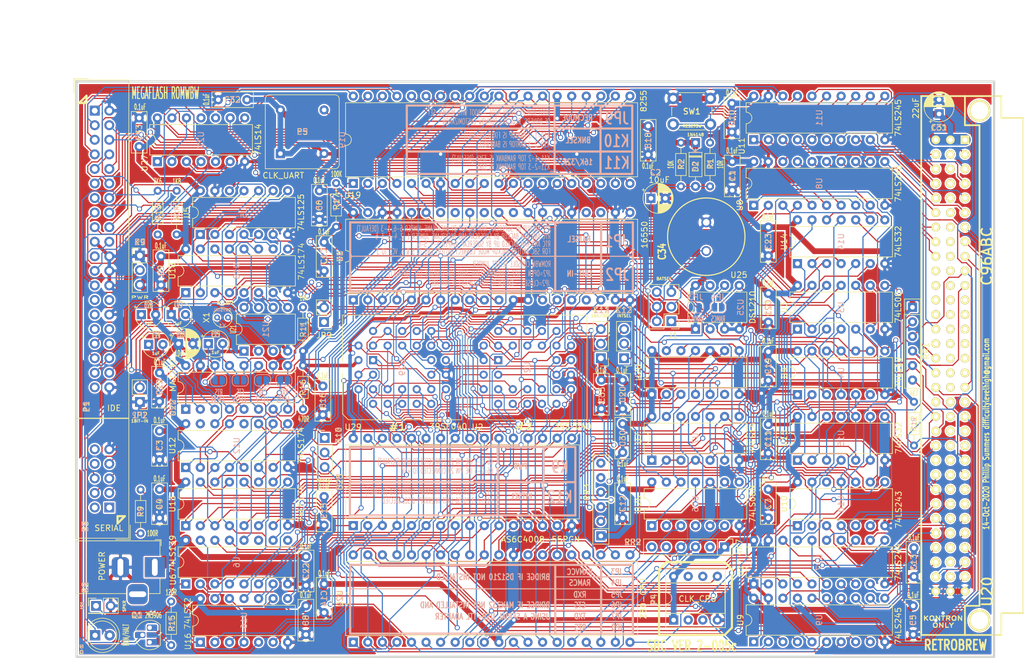
<source format=kicad_pcb>
(kicad_pcb (version 20171130) (host pcbnew "(5.1.6)-1")
  (title_block (date 2019-04-5))
  (layers (0 Component signal) (31 Copper signal) (34 B.Paste user) (35 F.Paste user) (36 B.SilkS user) (37 F.SilkS user) (38 B.Mask user) (39 F.Mask user) (44 Edge.Cuts user))
  (net 0 "")
  (net 1 //BUSAK)
  (net 2 //BUSRQ)
  (net 3 //CS_CFG)
  (net 4 //CS_CFG1)
  (net 5 //CS_CFG2)
  (net 6 //CS_PPI)
  (net 7 //CS_RAM)
  (net 8 //CS_ROM)
  (net 9 //CS_RTC)
  (net 10 //CS_UART)
  (net 11 //HALT)
  (net 12 //INT)
  (net 13 //IORQ)
  (net 14 //IOSEL)
  (net 15 //M1)
  (net 16 //MREQ)
  (net 17 //NMI)
  (net 18 //RD)
  (net 19 //RESET)
  (net 20 //RFSH)
  (net 21 //ROM_ENABLE)
  (net 22 //RTC_RD)
  (net 23 //RTC_WR)
  (net 24 //WAIT)
  (net 25 //WR)
  (net 26 /A0)
  (net 27 /A1)
  (net 28 /A10)
  (net 29 /A11)
  (net 30 /A12)
  (net 31 /A13)
  (net 32 /A14)
  (net 33 /A15)
  (net 34 /A15_RAM)
  (net 35 /A15_ROM)
  (net 36 /A16_RAM)
  (net 37 /A16_ROM)
  (net 38 /A17_RAM)
  (net 39 /A17_ROM)
  (net 40 /A18_RAM)
  (net 41 /A18_ROM)
  (net 42 /A2)
  (net 43 /A3)
  (net 44 /A4)
  (net 45 /A5)
  (net 46 /A6)
  (net 47 /A7)
  (net 48 /A8)
  (net 49 /A9)
  (net 50 /BUF_Q4)
  (net 51 /BUF_Q5)
  (net 52 /BUF_Q6)
  (net 53 /BUF_Q7)
  (net 54 /B_/BUSAK)
  (net 55 /B_/BUSRQ)
  (net 56 /B_/HALT)
  (net 57 /B_/IEO)
  (net 58 /B_/INT)
  (net 59 /B_/IORQ)
  (net 60 /B_/M1)
  (net 61 /B_/MREQ)
  (net 62 /B_/NMI)
  (net 63 /B_/RD)
  (net 64 /B_/RFSH)
  (net 65 /B_/WAIT)
  (net 66 /B_/WR)
  (net 67 /B_A0)
  (net 68 /B_A1)
  (net 69 /B_A10)
  (net 70 /B_A11)
  (net 71 /B_A12)
  (net 72 /B_A13)
  (net 73 /B_A14)
  (net 74 /B_A15)
  (net 75 /B_A2)
  (net 76 /B_A3)
  (net 77 /B_A4)
  (net 78 /B_A5)
  (net 79 /B_A6)
  (net 80 /B_A7)
  (net 81 /B_A8)
  (net 82 /B_A9)
  (net 83 /B_BAT)
  (net 84 /B_CLK_CPU)
  (net 85 /B_D0)
  (net 86 /B_D1)
  (net 87 /B_D2)
  (net 88 /B_D3)
  (net 89 /B_D4)
  (net 90 /B_D5)
  (net 91 /B_D6)
  (net 92 /B_D7)
  (net 93 /CFG1_Q0)
  (net 94 /CFG1_Q1)
  (net 95 /CFG1_Q2)
  (net 96 /CFG1_Q3)
  (net 97 /CLK_CPU)
  (net 98 /CLK_UART)
  (net 99 /CTS)
  (net 100 /CTS_TTL)
  (net 101 /D0)
  (net 102 /D1)
  (net 103 /D2)
  (net 104 /D3)
  (net 105 /D4)
  (net 106 /D5)
  (net 107 /D6)
  (net 108 /D7)
  (net 109 /DATA_DIR)
  (net 110 /DTR)
  (net 111 /INT)
  (net 112 /PA0)
  (net 113 /PA1)
  (net 114 /PA2)
  (net 115 /PA3)
  (net 116 /PA4)
  (net 117 /PA5)
  (net 118 /PA6)
  (net 119 /PA7)
  (net 120 /PB0)
  (net 121 /PB1)
  (net 122 /PB2)
  (net 123 /PB3)
  (net 124 /PB4)
  (net 125 /PB5)
  (net 126 /PB6)
  (net 127 /PB7)
  (net 128 /PC0)
  (net 129 /PC1)
  (net 130 /PC2)
  (net 131 /PC3)
  (net 132 /PC4)
  (net 133 /PC5)
  (net 134 /PC6)
  (net 135 /PC7)
  (net 136 /RESET)
  (net 137 /RTC_DQ)
  (net 138 /RTS)
  (net 139 /RTS_TTL)
  (net 140 /RX)
  (net 141 /SIN_TTL)
  (net 142 /SOUT_TTL)
  (net 143 /TX)
  (net 144 /VBAT1)
  (net 145 /VCC_SRAM)
  (net 146 GND)
  (net 147 VCC)
  (net 148 "Net-(C2-Pad1)")
  (net 149 "Net-(C24-Pad1)")
  (net 150 "Net-(C24-Pad2)")
  (net 151 "Net-(C25-Pad1)")
  (net 152 "Net-(C25-Pad2)")
  (net 153 "Net-(C26-Pad1)")
  (net 154 "Net-(C27-Pad2)")
  (net 155 "Net-(D1-Pad1)")
  (net 156 "Net-(D1-Pad2)")
  (net 157 "Net-(JP2-Pad2)")
  (net 158 "Net-(K10-Pad2)")
  (net 159 "Net-(K11-Pad2)")
  (net 160 "Net-(K12-Pad2)")
  (net 161 /B_/RESOUT)
  (net 162 //RESET_IN)
  (net 163 "Net-(U1-Pad15)")
  (net 164 "Net-(U15-Pad2)")
  (net 165 "Net-(U15-Pad3)")
  (net 166 "Net-(U3-Pad5)")
  (net 167 "Net-(U16-Pad1)")
  (net 168 "Net-(U14-Pad10)")
  (net 169 "Net-(U5-Pad12)")
  (net 170 "Net-(U15-Pad6)")
  (net 171 "Net-(U15-Pad12)")
  (net 172 "Net-(U26-Pad5)")
  (net 173 "Net-(U26-Pad1)")
  (net 174 "Net-(U14-Pad12)")
  (net 175 "Net-(U21-Pad2)")
  (net 176 "Net-(U21-Pad3)")
  (net 177 "Net-(Q1-Pad2)")
  (net 178 "Net-(Q1-Pad3)")
  (net 179 "Net-(R13-Pad2)")
  (net 180 "Net-(LS1-Pad1)")
  (net 181 "Net-(JP4-Pad2)")
  (net 182 "Net-(K9-Pad2)")
  (net 183 /-PC7)
  (net 184 /-PC5)
  (net 185 /-PC6)
  (net 186 /-PC3)
  (net 187 /-PC4)
  (net 188 "Net-(C34-Pad1)")
  (net 189 /VBAT2)
  (net 190 /~B_IQ0)
  (net 191 "Net-(U28-Pad13)")
  (net 192 "Net-(U28-Pad4)")
  (net 193 /CLKSEL)
  (net 194 "Net-(P4-Pad5)")
  (net 195 "Net-(JP9-Pad1)")
  (net 196 /~CS_ROM2)
  (net 197 /A19_ROM)
  (net 198 /~CS_ROM1)
  (net 199 /CLK_PU)
  (net 200 /CS_ROM)
  (net 201 "Net-(U26-Pad9)")
  (module Package_DIP:DIP-14_W7.62mm (layer Component) (at 177.8 119.38 90)
    (fp_text reference U7 (at 3.81 -2.33 90) (layer F.SilkS))
    (fp_text value 74LS14 (at 3.81 17.57 90) (layer F.SilkS))
    (fp_text user %R (at 3.81 7.62 90) (layer B.SilkS) (effects (justify mirror)))
    (pad 14 thru_hole oval (at 7.62 0 90) (size 1.6 1.6) (drill 0.8) (layers *.Cu *.Mask) (net 147 VCC))
    (pad 7 thru_hole oval (at 0 15.24 90) (size 1.6 1.6) (drill 0.8) (layers *.Cu *.Mask) (net 146 GND))
    (pad 13 thru_hole oval (at 7.62 2.54 90) (size 1.6 1.6) (drill 0.8) (layers *.Cu *.Mask) (net 58 /B_/INT))
    (pad 6 thru_hole oval (at 0 12.7 90) (size 1.6 1.6) (drill 0.8) (layers *.Cu *.Mask) (net 171 "Net-(U15-Pad12)"))
    (pad 12 thru_hole oval (at 7.62 5.08 90) (size 1.6 1.6) (drill 0.8) (layers *.Cu *.Mask) (net 173 "Net-(U26-Pad1)"))
    (pad 5 thru_hole oval (at 0 10.16 90) (size 1.6 1.6) (drill 0.8) (layers *.Cu *.Mask) (net 170 "Net-(U15-Pad6)"))
    (pad 11 thru_hole oval (at 7.62 7.62 90) (size 1.6 1.6) (drill 0.8) (layers *.Cu *.Mask) (net 62 /B_/NMI))
    (pad 4 thru_hole oval (at 0 7.62 90) (size 1.6 1.6) (drill 0.8) (layers *.Cu *.Mask) (net 19 //RESET))
    (pad 10 thru_hole oval (at 7.62 10.16 90) (size 1.6 1.6) (drill 0.8) (layers *.Cu *.Mask) (net 172 "Net-(U26-Pad5)"))
    (pad 3 thru_hole oval (at 0 5.08 90) (size 1.6 1.6) (drill 0.8) (layers *.Cu *.Mask) (net 136 /RESET))
    (pad 9 thru_hole oval (at 7.62 12.7 90) (size 1.6 1.6) (drill 0.8) (layers *.Cu *.Mask) (net 56 /B_/HALT))
    (pad 2 thru_hole oval (at 0 2.54 90) (size 1.6 1.6) (drill 0.8) (layers *.Cu *.Mask) (net 136 /RESET))
    (pad 8 thru_hole oval (at 7.62 15.24 90) (size 1.6 1.6) (drill 0.8) (layers *.Cu *.Mask) (net 169 "Net-(U5-Pad12)"))
    (pad 1 thru_hole rect (at 0 0 90) (size 1.6 1.6) (drill 0.8) (layers *.Cu *.Mask) (net 148 "Net-(C2-Pad1)"))
  )
  (module Package_DIP:DIP-14_W7.62mm (layer Component) (at 203.2 130.81 90)
    (fp_text reference U10 (at 3.81 -2.33 90) (layer F.SilkS))
    (fp_text value 74LS243 (at 2.794 17.653 270) (layer F.SilkS))
    (fp_text user %R (at 3.81 7.62 90) (layer B.SilkS) (effects (justify mirror)))
    (pad 14 thru_hole oval (at 7.62 0 90) (size 1.6 1.6) (drill 0.8) (layers *.Cu *.Mask) (net 147 VCC))
    (pad 7 thru_hole oval (at 0 15.24 90) (size 1.6 1.6) (drill 0.8) (layers *.Cu *.Mask) (net 146 GND))
    (pad 13 thru_hole oval (at 7.62 2.54 90) (size 1.6 1.6) (drill 0.8) (layers *.Cu *.Mask) (net 1 //BUSAK))
    (pad 6 thru_hole oval (at 0 12.7 90) (size 1.6 1.6) (drill 0.8) (layers *.Cu *.Mask) (net 63 /B_/RD))
    (pad 12 thru_hole oval (at 7.62 5.08 90) (size 1.6 1.6) (drill 0.8) (layers *.Cu *.Mask))
    (pad 5 thru_hole oval (at 0 10.16 90) (size 1.6 1.6) (drill 0.8) (layers *.Cu *.Mask) (net 66 /B_/WR))
    (pad 11 thru_hole oval (at 7.62 7.62 90) (size 1.6 1.6) (drill 0.8) (layers *.Cu *.Mask) (net 16 //MREQ))
    (pad 4 thru_hole oval (at 0 7.62 90) (size 1.6 1.6) (drill 0.8) (layers *.Cu *.Mask) (net 59 /B_/IORQ))
    (pad 10 thru_hole oval (at 7.62 10.16 90) (size 1.6 1.6) (drill 0.8) (layers *.Cu *.Mask) (net 13 //IORQ))
    (pad 3 thru_hole oval (at 0 5.08 90) (size 1.6 1.6) (drill 0.8) (layers *.Cu *.Mask) (net 61 /B_/MREQ))
    (pad 9 thru_hole oval (at 7.62 12.7 90) (size 1.6 1.6) (drill 0.8) (layers *.Cu *.Mask) (net 25 //WR))
    (pad 2 thru_hole oval (at 0 2.54 90) (size 1.6 1.6) (drill 0.8) (layers *.Cu *.Mask))
    (pad 8 thru_hole oval (at 7.62 15.24 90) (size 1.6 1.6) (drill 0.8) (layers *.Cu *.Mask) (net 18 //RD))
    (pad 1 thru_hole rect (at 0 0 90) (size 1.6 1.6) (drill 0.8) (layers *.Cu *.Mask) (net 1 //BUSAK))
  )
  (module Package_LCC:PLCC-32_THT-Socket (layer Component) (at 129.1844 101.9302 90)
    (fp_text reference U29 (at -11.6698 -3.4844 180) (layer F.SilkS))
    (fp_text value 39SF040 (at -11.5698 13.1156 180) (layer F.SilkS))
    (fp_text user %R (at -1.27 5.08 90) (layer B.SilkS) (effects (justify mirror)))
    (pad 29 thru_hole circle (at 5.08 0 90) (size 1.4224 1.4224) (drill 0.8) (layers *.Cu *.Mask) (net 32 /A14))
    (pad 27 thru_hole circle (at 5.08 2.54 90) (size 1.4224 1.4224) (drill 0.8) (layers *.Cu *.Mask) (net 48 /A8))
    (pad 25 thru_hole circle (at 5.08 5.08 90) (size 1.4224 1.4224) (drill 0.8) (layers *.Cu *.Mask) (net 29 /A11))
    (pad 23 thru_hole circle (at 5.08 7.62 90) (size 1.4224 1.4224) (drill 0.8) (layers *.Cu *.Mask) (net 28 /A10))
    (pad 28 thru_hole circle (at 2.54 2.54 90) (size 1.4224 1.4224) (drill 0.8) (layers *.Cu *.Mask) (net 31 /A13))
    (pad 26 thru_hole circle (at 2.54 5.08 90) (size 1.4224 1.4224) (drill 0.8) (layers *.Cu *.Mask) (net 49 /A9))
    (pad 24 thru_hole circle (at 2.54 7.62 90) (size 1.4224 1.4224) (drill 0.8) (layers *.Cu *.Mask) (net 18 //RD))
    (pad 22 thru_hole circle (at 2.54 10.16 90) (size 1.4224 1.4224) (drill 0.8) (layers *.Cu *.Mask) (net 198 /~CS_ROM1))
    (pad 20 thru_hole circle (at 2.54 12.7 90) (size 1.4224 1.4224) (drill 0.8) (layers *.Cu *.Mask) (net 107 /D6))
    (pad 18 thru_hole circle (at 0 12.7 90) (size 1.4224 1.4224) (drill 0.8) (layers *.Cu *.Mask) (net 105 /D4))
    (pad 16 thru_hole circle (at -2.54 12.7 90) (size 1.4224 1.4224) (drill 0.8) (layers *.Cu *.Mask) (net 146 GND))
    (pad 14 thru_hole circle (at -5.08 12.7 90) (size 1.4224 1.4224) (drill 0.8) (layers *.Cu *.Mask) (net 102 /D1))
    (pad 21 thru_hole circle (at 5.08 10.16 90) (size 1.4224 1.4224) (drill 0.8) (layers *.Cu *.Mask) (net 108 /D7))
    (pad 19 thru_hole circle (at 0 10.16 90) (size 1.4224 1.4224) (drill 0.8) (layers *.Cu *.Mask) (net 106 /D5))
    (pad 17 thru_hole circle (at -2.54 10.16 90) (size 1.4224 1.4224) (drill 0.8) (layers *.Cu *.Mask) (net 104 /D3))
    (pad 15 thru_hole circle (at -5.08 10.16 90) (size 1.4224 1.4224) (drill 0.8) (layers *.Cu *.Mask) (net 103 /D2))
    (pad 13 thru_hole circle (at -7.62 10.16 90) (size 1.4224 1.4224) (drill 0.8) (layers *.Cu *.Mask) (net 101 /D0))
    (pad 11 thru_hole circle (at -7.62 7.62 90) (size 1.4224 1.4224) (drill 0.8) (layers *.Cu *.Mask) (net 27 /A1))
    (pad 9 thru_hole circle (at -7.62 5.08 90) (size 1.4224 1.4224) (drill 0.8) (layers *.Cu *.Mask) (net 43 /A3))
    (pad 7 thru_hole circle (at -7.62 2.54 90) (size 1.4224 1.4224) (drill 0.8) (layers *.Cu *.Mask) (net 45 /A5))
    (pad 5 thru_hole circle (at -7.62 0 90) (size 1.4224 1.4224) (drill 0.8) (layers *.Cu *.Mask) (net 47 /A7))
    (pad 12 thru_hole circle (at -5.08 7.62 90) (size 1.4224 1.4224) (drill 0.8) (layers *.Cu *.Mask) (net 26 /A0))
    (pad 10 thru_hole circle (at -5.08 5.08 90) (size 1.4224 1.4224) (drill 0.8) (layers *.Cu *.Mask) (net 42 /A2))
    (pad 8 thru_hole circle (at -5.08 2.54 90) (size 1.4224 1.4224) (drill 0.8) (layers *.Cu *.Mask) (net 44 /A4))
    (pad 6 thru_hole circle (at -5.08 0 90) (size 1.4224 1.4224) (drill 0.8) (layers *.Cu *.Mask) (net 46 /A6))
    (pad 30 thru_hole circle (at 2.54 -2.54 90) (size 1.4224 1.4224) (drill 0.8) (layers *.Cu *.Mask) (net 39 /A17_ROM))
    (pad 32 thru_hole circle (at 0 -2.54 90) (size 1.4224 1.4224) (drill 0.8) (layers *.Cu *.Mask) (net 147 VCC))
    (pad 4 thru_hole circle (at -5.08 -2.54 90) (size 1.4224 1.4224) (drill 0.8) (layers *.Cu *.Mask) (net 30 /A12))
    (pad 2 thru_hole circle (at -2.54 -2.54 90) (size 1.4224 1.4224) (drill 0.8) (layers *.Cu *.Mask) (net 37 /A16_ROM))
    (pad 31 thru_hole circle (at 2.54 0 90) (size 1.4224 1.4224) (drill 0.8) (layers *.Cu *.Mask) (net 25 //WR))
    (pad 3 thru_hole circle (at -2.54 0 90) (size 1.4224 1.4224) (drill 0.8) (layers *.Cu *.Mask) (net 35 /A15_ROM))
    (pad 1 thru_hole rect (at 0 0 90) (size 1.4224 1.4224) (drill 0.8) (layers *.Cu *.Mask) (net 41 /A18_ROM))
  )
  (module Package_LCC:PLCC-32_THT-Socket (layer Component) (at 151.0157 101.9302 90)
    (fp_text reference U2 (at -11.6698 -3.6157 180) (layer F.SilkS))
    (fp_text value 39SF040 (at -11.5698 12.9843 180) (layer F.SilkS))
    (fp_text user %R (at -1.27 5.08 90) (layer B.SilkS) (effects (justify mirror)))
    (pad 29 thru_hole circle (at 5.08 0 90) (size 1.4224 1.4224) (drill 0.8) (layers *.Cu *.Mask) (net 32 /A14))
    (pad 27 thru_hole circle (at 5.08 2.54 90) (size 1.4224 1.4224) (drill 0.8) (layers *.Cu *.Mask) (net 48 /A8))
    (pad 25 thru_hole circle (at 5.08 5.08 90) (size 1.4224 1.4224) (drill 0.8) (layers *.Cu *.Mask) (net 29 /A11))
    (pad 23 thru_hole circle (at 5.08 7.62 90) (size 1.4224 1.4224) (drill 0.8) (layers *.Cu *.Mask) (net 28 /A10))
    (pad 28 thru_hole circle (at 2.54 2.54 90) (size 1.4224 1.4224) (drill 0.8) (layers *.Cu *.Mask) (net 31 /A13))
    (pad 26 thru_hole circle (at 2.54 5.08 90) (size 1.4224 1.4224) (drill 0.8) (layers *.Cu *.Mask) (net 49 /A9))
    (pad 24 thru_hole circle (at 2.54 7.62 90) (size 1.4224 1.4224) (drill 0.8) (layers *.Cu *.Mask) (net 18 //RD))
    (pad 22 thru_hole circle (at 2.54 10.16 90) (size 1.4224 1.4224) (drill 0.8) (layers *.Cu *.Mask) (net 196 /~CS_ROM2))
    (pad 20 thru_hole circle (at 2.54 12.7 90) (size 1.4224 1.4224) (drill 0.8) (layers *.Cu *.Mask) (net 107 /D6))
    (pad 18 thru_hole circle (at 0 12.7 90) (size 1.4224 1.4224) (drill 0.8) (layers *.Cu *.Mask) (net 105 /D4))
    (pad 16 thru_hole circle (at -2.54 12.7 90) (size 1.4224 1.4224) (drill 0.8) (layers *.Cu *.Mask) (net 146 GND))
    (pad 14 thru_hole circle (at -5.08 12.7 90) (size 1.4224 1.4224) (drill 0.8) (layers *.Cu *.Mask) (net 102 /D1))
    (pad 21 thru_hole circle (at 5.08 10.16 90) (size 1.4224 1.4224) (drill 0.8) (layers *.Cu *.Mask) (net 108 /D7))
    (pad 19 thru_hole circle (at 0 10.16 90) (size 1.4224 1.4224) (drill 0.8) (layers *.Cu *.Mask) (net 106 /D5))
    (pad 17 thru_hole circle (at -2.54 10.16 90) (size 1.4224 1.4224) (drill 0.8) (layers *.Cu *.Mask) (net 104 /D3))
    (pad 15 thru_hole circle (at -5.08 10.16 90) (size 1.4224 1.4224) (drill 0.8) (layers *.Cu *.Mask) (net 103 /D2))
    (pad 13 thru_hole circle (at -7.62 10.16 90) (size 1.4224 1.4224) (drill 0.8) (layers *.Cu *.Mask) (net 101 /D0))
    (pad 11 thru_hole circle (at -7.62 7.62 90) (size 1.4224 1.4224) (drill 0.8) (layers *.Cu *.Mask) (net 27 /A1))
    (pad 9 thru_hole circle (at -7.62 5.08 90) (size 1.4224 1.4224) (drill 0.8) (layers *.Cu *.Mask) (net 43 /A3))
    (pad 7 thru_hole circle (at -7.62 2.54 90) (size 1.4224 1.4224) (drill 0.8) (layers *.Cu *.Mask) (net 45 /A5))
    (pad 5 thru_hole circle (at -7.62 0 90) (size 1.4224 1.4224) (drill 0.8) (layers *.Cu *.Mask) (net 47 /A7))
    (pad 12 thru_hole circle (at -5.08 7.62 90) (size 1.4224 1.4224) (drill 0.8) (layers *.Cu *.Mask) (net 26 /A0))
    (pad 10 thru_hole circle (at -5.08 5.08 90) (size 1.4224 1.4224) (drill 0.8) (layers *.Cu *.Mask) (net 42 /A2))
    (pad 8 thru_hole circle (at -5.08 2.54 90) (size 1.4224 1.4224) (drill 0.8) (layers *.Cu *.Mask) (net 44 /A4))
    (pad 6 thru_hole circle (at -5.08 0 90) (size 1.4224 1.4224) (drill 0.8) (layers *.Cu *.Mask) (net 46 /A6))
    (pad 30 thru_hole circle (at 2.54 -2.54 90) (size 1.4224 1.4224) (drill 0.8) (layers *.Cu *.Mask) (net 39 /A17_ROM))
    (pad 32 thru_hole circle (at 0 -2.54 90) (size 1.4224 1.4224) (drill 0.8) (layers *.Cu *.Mask) (net 147 VCC))
    (pad 4 thru_hole circle (at -5.08 -2.54 90) (size 1.4224 1.4224) (drill 0.8) (layers *.Cu *.Mask) (net 30 /A12))
    (pad 2 thru_hole circle (at -2.54 -2.54 90) (size 1.4224 1.4224) (drill 0.8) (layers *.Cu *.Mask) (net 37 /A16_ROM))
    (pad 31 thru_hole circle (at 2.54 0 90) (size 1.4224 1.4224) (drill 0.8) (layers *.Cu *.Mask) (net 25 //WR))
    (pad 3 thru_hole circle (at -2.54 0 90) (size 1.4224 1.4224) (drill 0.8) (layers *.Cu *.Mask) (net 35 /A15_ROM))
    (pad 1 thru_hole rect (at 0 0 90) (size 1.4224 1.4224) (drill 0.8) (layers *.Cu *.Mask) (net 41 /A18_ROM))
  )
  (module Supercap:CAPPRD500W95D1350H750 (layer Component) (at 187.3 82.9 90)
    (fp_text reference C34 (at -0.1 -7.7 90) (layer F.SilkS) (effects (font (size 1.27 1) (thickness 0.25))))
    (fp_text value 0.22F hide)
    (pad 2 thru_hole circle (at 5 0 90) (size 1.725 1.725) (drill 1.15) (layers *.Cu *.Mask) (net 146 GND))
    (pad 1 thru_hole circle (at 0 0 90) (size 1.725 1.725) (drill 1.15) (layers *.Cu *.Mask) (net 188 "Net-(C34-Pad1)"))
  )
  (module Connector_PinHeader_2.54mm:PinHeader_1x02_P2.54mm_Vertical (layer Component) (at 120.6373 95.29 180)
    (fp_text reference JP9 (at 0 -2.33) (layer F.SilkS))
    (fp_text value RECMODE)
    (pad 2 thru_hole oval (at 0 2.54 180) (size 1.7 1.7) (drill 1) (layers *.Cu *.Mask) (net 146 GND))
    (pad 1 thru_hole rect (at 0 0 180) (size 1.7 1.7) (drill 1) (layers *.Cu *.Mask) (net 195 "Net-(JP9-Pad1)"))
  )
  (module Button_Switch_THT:SW_PUSH_6mm_H8mm (layer Component) (at 181.5264 56.2864)
    (fp_text reference SW1 (at 3.2512 2.286) (layer F.SilkS))
    (fp_text value RESETSW (at 3.302 4.826 180) (layer F.SilkS) (effects (font (size 0.5 0.5) (thickness 0.125))))
    (fp_text user %R (at 3.25 2.25) (layer F.SilkS))
    (pad 1 thru_hole circle (at 6.5 0 90) (size 2 2) (drill 1.1) (layers *.Cu *.Mask) (net 146 GND))
    (pad 2 thru_hole circle (at 6.5 4.5 90) (size 2 2) (drill 1.1) (layers *.Cu *.Mask) (net 162 //RESET_IN))
    (pad 1 thru_hole circle (at 0 0 90) (size 2 2) (drill 1.1) (layers *.Cu *.Mask) (net 146 GND))
    (pad 2 thru_hole circle (at 0 4.5 90) (size 2 2) (drill 1.1) (layers *.Cu *.Mask) (net 162 //RESET_IN))
  )
  (module Package_DIP:DIP-14_W7.62mm (layer Component) (at 203.2 96.52 90)
    (fp_text reference U3 (at 3.81 -2.33 90) (layer F.SilkS))
    (fp_text value 74LS08 (at 3.81 17.57 90) (layer F.SilkS))
    (fp_text user %R (at 3.81 7.62 90) (layer B.SilkS) (effects (justify mirror)))
    (pad 14 thru_hole oval (at 7.62 0 90) (size 1.6 1.6) (drill 0.8) (layers *.Cu *.Mask) (net 147 VCC))
    (pad 7 thru_hole oval (at 0 15.24 90) (size 1.6 1.6) (drill 0.8) (layers *.Cu *.Mask) (net 146 GND))
    (pad 13 thru_hole oval (at 7.62 2.54 90) (size 1.6 1.6) (drill 0.8) (layers *.Cu *.Mask) (net 159 "Net-(K11-Pad2)"))
    (pad 6 thru_hole oval (at 0 12.7 90) (size 1.6 1.6) (drill 0.8) (layers *.Cu *.Mask) (net 109 /DATA_DIR))
    (pad 12 thru_hole oval (at 7.62 5.08 90) (size 1.6 1.6) (drill 0.8) (layers *.Cu *.Mask) (net 33 /A15))
    (pad 5 thru_hole oval (at 0 10.16 90) (size 1.6 1.6) (drill 0.8) (layers *.Cu *.Mask) (net 166 "Net-(U3-Pad5)"))
    (pad 11 thru_hole oval (at 7.62 7.62 90) (size 1.6 1.6) (drill 0.8) (layers *.Cu *.Mask) (net 167 "Net-(U16-Pad1)"))
    (pad 4 thru_hole oval (at 0 7.62 90) (size 1.6 1.6) (drill 0.8) (layers *.Cu *.Mask) (net 165 "Net-(U15-Pad3)"))
    (pad 10 thru_hole oval (at 7.62 10.16 90) (size 1.6 1.6) (drill 0.8) (layers *.Cu *.Mask) (net 200 /CS_ROM))
    (pad 3 thru_hole oval (at 0 5.08 90) (size 1.6 1.6) (drill 0.8) (layers *.Cu *.Mask) (net 164 "Net-(U15-Pad2)"))
    (pad 9 thru_hole oval (at 7.62 12.7 90) (size 1.6 1.6) (drill 0.8) (layers *.Cu *.Mask) (net 196 /~CS_ROM2))
    (pad 2 thru_hole oval (at 0 2.54 90) (size 1.6 1.6) (drill 0.8) (layers *.Cu *.Mask) (net 14 //IOSEL))
    (pad 8 thru_hole oval (at 7.62 15.24 90) (size 1.6 1.6) (drill 0.8) (layers *.Cu *.Mask) (net 201 "Net-(U26-Pad9)"))
    (pad 1 thru_hole rect (at 0 0 90) (size 1.6 1.6) (drill 0.8) (layers *.Cu *.Mask) (net 16 //MREQ))
  )
  (module Package_DIP:DIP-14_W7.62mm (layer Component) (at 177.8 130.81 90)
    (fp_text reference U26 (at 3.81 -2.33 90) (layer F.SilkS))
    (fp_text value 74LS06N (at 3.81 17.57 90) (layer F.SilkS))
    (fp_text user %R (at 3.81 7.62 90) (layer B.SilkS) (effects (justify mirror)))
    (pad 14 thru_hole oval (at 7.62 0 90) (size 1.6 1.6) (drill 0.8) (layers *.Cu *.Mask) (net 147 VCC))
    (pad 7 thru_hole oval (at 0 15.24 90) (size 1.6 1.6) (drill 0.8) (layers *.Cu *.Mask) (net 146 GND))
    (pad 13 thru_hole oval (at 7.62 2.54 90) (size 1.6 1.6) (drill 0.8) (layers *.Cu *.Mask) (net 194 "Net-(P4-Pad5)"))
    (pad 6 thru_hole oval (at 0 12.7 90) (size 1.6 1.6) (drill 0.8) (layers *.Cu *.Mask) (net 17 //NMI))
    (pad 12 thru_hole oval (at 7.62 5.08 90) (size 1.6 1.6) (drill 0.8) (layers *.Cu *.Mask) (net 199 /CLK_PU))
    (pad 5 thru_hole oval (at 0 10.16 90) (size 1.6 1.6) (drill 0.8) (layers *.Cu *.Mask) (net 172 "Net-(U26-Pad5)"))
    (pad 11 thru_hole oval (at 7.62 7.62 90) (size 1.6 1.6) (drill 0.8) (layers *.Cu *.Mask) (net 8 //CS_ROM))
    (pad 4 thru_hole oval (at 0 7.62 90) (size 1.6 1.6) (drill 0.8) (layers *.Cu *.Mask) (net 160 "Net-(K12-Pad2)"))
    (pad 10 thru_hole oval (at 7.62 10.16 90) (size 1.6 1.6) (drill 0.8) (layers *.Cu *.Mask) (net 200 /CS_ROM))
    (pad 3 thru_hole oval (at 0 5.08 90) (size 1.6 1.6) (drill 0.8) (layers *.Cu *.Mask) (net 111 /INT))
    (pad 9 thru_hole oval (at 7.62 12.7 90) (size 1.6 1.6) (drill 0.8) (layers *.Cu *.Mask) (net 201 "Net-(U26-Pad9)"))
    (pad 2 thru_hole oval (at 0 2.54 90) (size 1.6 1.6) (drill 0.8) (layers *.Cu *.Mask) (net 12 //INT))
    (pad 8 thru_hole oval (at 7.62 15.24 90) (size 1.6 1.6) (drill 0.8) (layers *.Cu *.Mask) (net 198 /~CS_ROM1))
    (pad 1 thru_hole rect (at 0 0 90) (size 1.6 1.6) (drill 0.8) (layers *.Cu *.Mask) (net 173 "Net-(U26-Pad1)"))
  )
  (module Package_DIP:DIP-14_W7.62mm (layer Component) (at 91.567 67.31 90)
    (fp_text reference U27 (at -0.254 -2.2098 90) (layer F.SilkS))
    (fp_text value 74LS14 (at 3.81 17.57 90) (layer F.SilkS))
    (fp_text user %R (at 3.81 7.62 90) (layer B.SilkS) (effects (justify mirror)))
    (pad 14 thru_hole oval (at 7.62 0 90) (size 1.6 1.6) (drill 0.8) (layers *.Cu *.Mask) (net 147 VCC))
    (pad 7 thru_hole oval (at 0 15.24 90) (size 1.6 1.6) (drill 0.8) (layers *.Cu *.Mask) (net 146 GND))
    (pad 13 thru_hole oval (at 7.62 2.54 90) (size 1.6 1.6) (drill 0.8) (layers *.Cu *.Mask) (net 134 /PC6))
    (pad 6 thru_hole oval (at 0 12.7 90) (size 1.6 1.6) (drill 0.8) (layers *.Cu *.Mask) (net 187 /-PC4))
    (pad 12 thru_hole oval (at 7.62 5.08 90) (size 1.6 1.6) (drill 0.8) (layers *.Cu *.Mask) (net 185 /-PC6))
    (pad 5 thru_hole oval (at 0 10.16 90) (size 1.6 1.6) (drill 0.8) (layers *.Cu *.Mask) (net 132 /PC4))
    (pad 11 thru_hole oval (at 7.62 7.62 90) (size 1.6 1.6) (drill 0.8) (layers *.Cu *.Mask))
    (pad 4 thru_hole oval (at 0 7.62 90) (size 1.6 1.6) (drill 0.8) (layers *.Cu *.Mask) (net 184 /-PC5))
    (pad 10 thru_hole oval (at 7.62 10.16 90) (size 1.6 1.6) (drill 0.8) (layers *.Cu *.Mask))
    (pad 3 thru_hole oval (at 0 5.08 90) (size 1.6 1.6) (drill 0.8) (layers *.Cu *.Mask) (net 133 /PC5))
    (pad 9 thru_hole oval (at 7.62 12.7 90) (size 1.6 1.6) (drill 0.8) (layers *.Cu *.Mask) (net 135 /PC7))
    (pad 2 thru_hole oval (at 0 2.54 90) (size 1.6 1.6) (drill 0.8) (layers *.Cu *.Mask) (net 186 /-PC3))
    (pad 8 thru_hole oval (at 7.62 15.24 90) (size 1.6 1.6) (drill 0.8) (layers *.Cu *.Mask) (net 183 /-PC7))
    (pad 1 thru_hole rect (at 0 0 90) (size 1.6 1.6) (drill 0.8) (layers *.Cu *.Mask) (net 131 /PC3))
  )
  (module Package_DIP:DIP-14_W7.62mm (layer Component) (at 203.2 85.09 90)
    (fp_text reference U14 (at 3.81 -2.33 90) (layer F.SilkS))
    (fp_text value 74LS32 (at 3.81 17.57 90) (layer F.SilkS))
    (fp_text user %R (at 3.81 7.62 90) (layer B.SilkS) (effects (justify mirror)))
    (pad 14 thru_hole oval (at 7.62 0 90) (size 1.6 1.6) (drill 0.8) (layers *.Cu *.Mask) (net 147 VCC))
    (pad 7 thru_hole oval (at 0 15.24 90) (size 1.6 1.6) (drill 0.8) (layers *.Cu *.Mask) (net 146 GND))
    (pad 13 thru_hole oval (at 7.62 2.54 90) (size 1.6 1.6) (drill 0.8) (layers *.Cu *.Mask) (net 13 //IORQ))
    (pad 6 thru_hole oval (at 0 12.7 90) (size 1.6 1.6) (drill 0.8) (layers *.Cu *.Mask) (net 22 //RTC_RD))
    (pad 12 thru_hole oval (at 7.62 5.08 90) (size 1.6 1.6) (drill 0.8) (layers *.Cu *.Mask) (net 174 "Net-(U14-Pad12)"))
    (pad 5 thru_hole oval (at 0 10.16 90) (size 1.6 1.6) (drill 0.8) (layers *.Cu *.Mask) (net 18 //RD))
    (pad 11 thru_hole oval (at 7.62 7.62 90) (size 1.6 1.6) (drill 0.8) (layers *.Cu *.Mask) (net 14 //IOSEL))
    (pad 4 thru_hole oval (at 0 7.62 90) (size 1.6 1.6) (drill 0.8) (layers *.Cu *.Mask) (net 9 //CS_RTC))
    (pad 10 thru_hole oval (at 7.62 10.16 90) (size 1.6 1.6) (drill 0.8) (layers *.Cu *.Mask) (net 168 "Net-(U14-Pad10)"))
    (pad 3 thru_hole oval (at 0 5.08 90) (size 1.6 1.6) (drill 0.8) (layers *.Cu *.Mask) (net 23 //RTC_WR))
    (pad 9 thru_hole oval (at 7.62 12.7 90) (size 1.6 1.6) (drill 0.8) (layers *.Cu *.Mask) (net 47 /A7))
    (pad 2 thru_hole oval (at 0 2.54 90) (size 1.6 1.6) (drill 0.8) (layers *.Cu *.Mask) (net 9 //CS_RTC))
    (pad 8 thru_hole oval (at 7.62 15.24 90) (size 1.6 1.6) (drill 0.8) (layers *.Cu *.Mask) (net 174 "Net-(U14-Pad12)"))
    (pad 1 thru_hole rect (at 0 0 90) (size 1.6 1.6) (drill 0.8) (layers *.Cu *.Mask) (net 25 //WR))
  )
  (module Package_DIP:DIP-14_W7.62mm (layer Component) (at 99.06 80.01 90)
    (fp_text reference U5 (at 3.81 -2.33 90) (layer F.SilkS))
    (fp_text value 74LS125 (at 3.81 17.57 90) (layer F.SilkS))
    (fp_text user %R (at 3.81 7.62 90) (layer B.SilkS) (effects (justify mirror)))
    (pad 14 thru_hole oval (at 7.62 0 90) (size 1.6 1.6) (drill 0.8) (layers *.Cu *.Mask) (net 147 VCC))
    (pad 7 thru_hole oval (at 0 15.24 90) (size 1.6 1.6) (drill 0.8) (layers *.Cu *.Mask) (net 146 GND))
    (pad 13 thru_hole oval (at 7.62 2.54 90) (size 1.6 1.6) (drill 0.8) (layers *.Cu *.Mask) (net 146 GND))
    (pad 6 thru_hole oval (at 0 12.7 90) (size 1.6 1.6) (drill 0.8) (layers *.Cu *.Mask) (net 137 /RTC_DQ))
    (pad 12 thru_hole oval (at 7.62 5.08 90) (size 1.6 1.6) (drill 0.8) (layers *.Cu *.Mask) (net 169 "Net-(U5-Pad12)"))
    (pad 5 thru_hole oval (at 0 10.16 90) (size 1.6 1.6) (drill 0.8) (layers *.Cu *.Mask) (net 53 /BUF_Q7))
    (pad 11 thru_hole oval (at 7.62 7.62 90) (size 1.6 1.6) (drill 0.8) (layers *.Cu *.Mask) (net 155 "Net-(D1-Pad1)"))
    (pad 4 thru_hole oval (at 0 7.62 90) (size 1.6 1.6) (drill 0.8) (layers *.Cu *.Mask) (net 51 /BUF_Q5))
    (pad 10 thru_hole oval (at 7.62 10.16 90) (size 1.6 1.6) (drill 0.8) (layers *.Cu *.Mask) (net 22 //RTC_RD))
    (pad 3 thru_hole oval (at 0 5.08 90) (size 1.6 1.6) (drill 0.8) (layers *.Cu *.Mask) (net 101 /D0))
    (pad 9 thru_hole oval (at 7.62 12.7 90) (size 1.6 1.6) (drill 0.8) (layers *.Cu *.Mask) (net 157 "Net-(JP2-Pad2)"))
    (pad 2 thru_hole oval (at 0 2.54 90) (size 1.6 1.6) (drill 0.8) (layers *.Cu *.Mask) (net 137 /RTC_DQ))
    (pad 8 thru_hole oval (at 7.62 15.24 90) (size 1.6 1.6) (drill 0.8) (layers *.Cu *.Mask) (net 107 /D6))
    (pad 1 thru_hole rect (at 0 0 90) (size 1.6 1.6) (drill 0.8) (layers *.Cu *.Mask) (net 22 //RTC_RD))
  )
  (module Package_DIP:DIP-14_W7.62mm (layer Component) (at 99.06 151.13 90)
    (fp_text reference U16 (at 0.127 -2.159 90) (layer F.SilkS) (effects (font (thickness 0.125))))
    (fp_text value 74LS32 (at 5.0165 -2.2225 90) (layer F.SilkS) (effects (font (thickness 0.125))))
    (fp_text user %R (at 3.81 7.62 90) (layer B.SilkS) (effects (justify mirror)))
    (pad 14 thru_hole oval (at 7.62 0 90) (size 1.6 1.6) (drill 0.8) (layers *.Cu *.Mask) (net 147 VCC))
    (pad 7 thru_hole oval (at 0 15.24 90) (size 1.6 1.6) (drill 0.8) (layers *.Cu *.Mask) (net 146 GND))
    (pad 13 thru_hole oval (at 7.62 2.54 90) (size 1.6 1.6) (drill 0.8) (layers *.Cu *.Mask) (net 96 /CFG1_Q3))
    (pad 6 thru_hole oval (at 0 12.7 90) (size 1.6 1.6) (drill 0.8) (layers *.Cu *.Mask) (net 36 /A16_RAM))
    (pad 12 thru_hole oval (at 7.62 5.08 90) (size 1.6 1.6) (drill 0.8) (layers *.Cu *.Mask) (net 167 "Net-(U16-Pad1)"))
    (pad 5 thru_hole oval (at 0 10.16 90) (size 1.6 1.6) (drill 0.8) (layers *.Cu *.Mask) (net 94 /CFG1_Q1))
    (pad 11 thru_hole oval (at 7.62 7.62 90) (size 1.6 1.6) (drill 0.8) (layers *.Cu *.Mask) (net 40 /A18_RAM))
    (pad 4 thru_hole oval (at 0 7.62 90) (size 1.6 1.6) (drill 0.8) (layers *.Cu *.Mask) (net 167 "Net-(U16-Pad1)"))
    (pad 10 thru_hole oval (at 7.62 10.16 90) (size 1.6 1.6) (drill 0.8) (layers *.Cu *.Mask) (net 95 /CFG1_Q2))
    (pad 3 thru_hole oval (at 0 5.08 90) (size 1.6 1.6) (drill 0.8) (layers *.Cu *.Mask) (net 34 /A15_RAM))
    (pad 9 thru_hole oval (at 7.62 12.7 90) (size 1.6 1.6) (drill 0.8) (layers *.Cu *.Mask) (net 167 "Net-(U16-Pad1)"))
    (pad 2 thru_hole oval (at 0 2.54 90) (size 1.6 1.6) (drill 0.8) (layers *.Cu *.Mask) (net 158 "Net-(K10-Pad2)"))
    (pad 8 thru_hole oval (at 7.62 15.24 90) (size 1.6 1.6) (drill 0.8) (layers *.Cu *.Mask) (net 38 /A17_RAM))
    (pad 1 thru_hole rect (at 0 0 90) (size 1.6 1.6) (drill 0.8) (layers *.Cu *.Mask) (net 167 "Net-(U16-Pad1)"))
  )
  (module Package_DIP:DIP-14_W7.62mm (layer Component) (at 203.2 119.38 90)
    (fp_text reference U15 (at 3.81 -2.33 90) (layer F.SilkS))
    (fp_text value 74LS32 (at 3.8735 17.653 270) (layer F.SilkS))
    (fp_text user %R (at 3.81 7.62 90) (layer B.SilkS) (effects (justify mirror)))
    (pad 14 thru_hole oval (at 7.62 0 90) (size 1.6 1.6) (drill 0.8) (layers *.Cu *.Mask) (net 147 VCC))
    (pad 7 thru_hole oval (at 0 15.24 90) (size 1.6 1.6) (drill 0.8) (layers *.Cu *.Mask) (net 146 GND))
    (pad 13 thru_hole oval (at 7.62 2.54 90) (size 1.6 1.6) (drill 0.8) (layers *.Cu *.Mask) (net 16 //MREQ))
    (pad 6 thru_hole oval (at 0 12.7 90) (size 1.6 1.6) (drill 0.8) (layers *.Cu *.Mask) (net 170 "Net-(U15-Pad6)"))
    (pad 12 thru_hole oval (at 7.62 5.08 90) (size 1.6 1.6) (drill 0.8) (layers *.Cu *.Mask) (net 171 "Net-(U15-Pad12)"))
    (pad 5 thru_hole oval (at 0 10.16 90) (size 1.6 1.6) (drill 0.8) (layers *.Cu *.Mask) (net 21 //ROM_ENABLE))
    (pad 11 thru_hole oval (at 7.62 7.62 90) (size 1.6 1.6) (drill 0.8) (layers *.Cu *.Mask) (net 7 //CS_RAM))
    (pad 4 thru_hole oval (at 0 7.62 90) (size 1.6 1.6) (drill 0.8) (layers *.Cu *.Mask) (net 33 /A15))
    (pad 10 thru_hole oval (at 7.62 10.16 90) (size 1.6 1.6) (drill 0.8) (layers *.Cu *.Mask) (net 16 //MREQ))
    (pad 3 thru_hole oval (at 0 5.08 90) (size 1.6 1.6) (drill 0.8) (layers *.Cu *.Mask) (net 165 "Net-(U15-Pad3)"))
    (pad 9 thru_hole oval (at 7.62 12.7 90) (size 1.6 1.6) (drill 0.8) (layers *.Cu *.Mask) (net 170 "Net-(U15-Pad6)"))
    (pad 2 thru_hole oval (at 0 2.54 90) (size 1.6 1.6) (drill 0.8) (layers *.Cu *.Mask) (net 164 "Net-(U15-Pad2)"))
    (pad 8 thru_hole oval (at 7.62 15.24 90) (size 1.6 1.6) (drill 0.8) (layers *.Cu *.Mask) (net 8 //CS_ROM))
    (pad 1 thru_hole rect (at 0 0 90) (size 1.6 1.6) (drill 0.8) (layers *.Cu *.Mask) (net 18 //RD))
  )
  (module Package_DIP:DIP-40_W15.24mm (layer Component) (at 125.73 91.44 90)
    (fp_text reference U1 (at 7.62 -2.33 90) (layer F.SilkS))
    (fp_text value 16550 (at 11.3665 50.8 90) (layer F.SilkS))
    (fp_text user %R (at 7.6708 -2.3368 90) (layer B.SilkS) (effects (justify mirror)))
    (pad 40 thru_hole oval (at 15.24 0 90) (size 1.6 1.6) (drill 0.8) (layers *.Cu *.Mask) (net 147 VCC))
    (pad 20 thru_hole oval (at 0 48.26 90) (size 1.6 1.6) (drill 0.8) (layers *.Cu *.Mask) (net 146 GND))
    (pad 39 thru_hole oval (at 15.24 2.54 90) (size 1.6 1.6) (drill 0.8) (layers *.Cu *.Mask) (net 195 "Net-(JP9-Pad1)"))
    (pad 19 thru_hole oval (at 0 45.72 90) (size 1.6 1.6) (drill 0.8) (layers *.Cu *.Mask) (net 146 GND))
    (pad 38 thru_hole oval (at 15.24 5.08 90) (size 1.6 1.6) (drill 0.8) (layers *.Cu *.Mask) (net 146 GND))
    (pad 18 thru_hole oval (at 0 43.18 90) (size 1.6 1.6) (drill 0.8) (layers *.Cu *.Mask) (net 25 //WR))
    (pad 37 thru_hole oval (at 15.24 7.62 90) (size 1.6 1.6) (drill 0.8) (layers *.Cu *.Mask) (net 146 GND))
    (pad 17 thru_hole oval (at 0 40.64 90) (size 1.6 1.6) (drill 0.8) (layers *.Cu *.Mask))
    (pad 36 thru_hole oval (at 15.24 10.16 90) (size 1.6 1.6) (drill 0.8) (layers *.Cu *.Mask) (net 100 /CTS_TTL))
    (pad 16 thru_hole oval (at 0 38.1 90) (size 1.6 1.6) (drill 0.8) (layers *.Cu *.Mask) (net 98 /CLK_UART))
    (pad 35 thru_hole oval (at 15.24 12.7 90) (size 1.6 1.6) (drill 0.8) (layers *.Cu *.Mask) (net 136 /RESET))
    (pad 15 thru_hole oval (at 0 35.56 90) (size 1.6 1.6) (drill 0.8) (layers *.Cu *.Mask) (net 163 "Net-(U1-Pad15)"))
    (pad 34 thru_hole oval (at 15.24 15.24 90) (size 1.6 1.6) (drill 0.8) (layers *.Cu *.Mask))
    (pad 14 thru_hole oval (at 0 33.02 90) (size 1.6 1.6) (drill 0.8) (layers *.Cu *.Mask) (net 10 //CS_UART))
    (pad 33 thru_hole oval (at 15.24 17.78 90) (size 1.6 1.6) (drill 0.8) (layers *.Cu *.Mask))
    (pad 13 thru_hole oval (at 0 30.48 90) (size 1.6 1.6) (drill 0.8) (layers *.Cu *.Mask) (net 147 VCC))
    (pad 32 thru_hole oval (at 15.24 20.32 90) (size 1.6 1.6) (drill 0.8) (layers *.Cu *.Mask) (net 139 /RTS_TTL))
    (pad 12 thru_hole oval (at 0 27.94 90) (size 1.6 1.6) (drill 0.8) (layers *.Cu *.Mask) (net 147 VCC))
    (pad 31 thru_hole oval (at 15.24 22.86 90) (size 1.6 1.6) (drill 0.8) (layers *.Cu *.Mask))
    (pad 11 thru_hole oval (at 0 25.4 90) (size 1.6 1.6) (drill 0.8) (layers *.Cu *.Mask) (net 142 /SOUT_TTL))
    (pad 30 thru_hole oval (at 15.24 25.4 90) (size 1.6 1.6) (drill 0.8) (layers *.Cu *.Mask) (net 111 /INT))
    (pad 10 thru_hole oval (at 0 22.86 90) (size 1.6 1.6) (drill 0.8) (layers *.Cu *.Mask) (net 141 /SIN_TTL))
    (pad 29 thru_hole oval (at 15.24 27.94 90) (size 1.6 1.6) (drill 0.8) (layers *.Cu *.Mask))
    (pad 9 thru_hole oval (at 0 20.32 90) (size 1.6 1.6) (drill 0.8) (layers *.Cu *.Mask) (net 163 "Net-(U1-Pad15)"))
    (pad 28 thru_hole oval (at 15.24 30.48 90) (size 1.6 1.6) (drill 0.8) (layers *.Cu *.Mask) (net 26 /A0))
    (pad 8 thru_hole oval (at 0 17.78 90) (size 1.6 1.6) (drill 0.8) (layers *.Cu *.Mask) (net 108 /D7))
    (pad 27 thru_hole oval (at 15.24 33.02 90) (size 1.6 1.6) (drill 0.8) (layers *.Cu *.Mask) (net 27 /A1))
    (pad 7 thru_hole oval (at 0 15.24 90) (size 1.6 1.6) (drill 0.8) (layers *.Cu *.Mask) (net 107 /D6))
    (pad 26 thru_hole oval (at 15.24 35.56 90) (size 1.6 1.6) (drill 0.8) (layers *.Cu *.Mask) (net 42 /A2))
    (pad 6 thru_hole oval (at 0 12.7 90) (size 1.6 1.6) (drill 0.8) (layers *.Cu *.Mask) (net 106 /D5))
    (pad 25 thru_hole oval (at 15.24 38.1 90) (size 1.6 1.6) (drill 0.8) (layers *.Cu *.Mask) (net 146 GND))
    (pad 5 thru_hole oval (at 0 10.16 90) (size 1.6 1.6) (drill 0.8) (layers *.Cu *.Mask) (net 105 /D4))
    (pad 24 thru_hole oval (at 15.24 40.64 90) (size 1.6 1.6) (drill 0.8) (layers *.Cu *.Mask))
    (pad 4 thru_hole oval (at 0 7.62 90) (size 1.6 1.6) (drill 0.8) (layers *.Cu *.Mask) (net 104 /D3))
    (pad 23 thru_hole oval (at 15.24 43.18 90) (size 1.6 1.6) (drill 0.8) (layers *.Cu *.Mask))
    (pad 3 thru_hole oval (at 0 5.08 90) (size 1.6 1.6) (drill 0.8) (layers *.Cu *.Mask) (net 103 /D2))
    (pad 22 thru_hole oval (at 15.24 45.72 90) (size 1.6 1.6) (drill 0.8) (layers *.Cu *.Mask) (net 146 GND))
    (pad 2 thru_hole oval (at 0 2.54 90) (size 1.6 1.6) (drill 0.8) (layers *.Cu *.Mask) (net 102 /D1))
    (pad 21 thru_hole oval (at 15.24 48.26 90) (size 1.6 1.6) (drill 0.8) (layers *.Cu *.Mask) (net 18 //RD))
    (pad 1 thru_hole rect (at 0 0 90) (size 1.6 1.6) (drill 0.8) (layers *.Cu *.Mask) (net 101 /D0))
  )
  (module library:C96ABCMC (layer Component) (at 229.87 102.87 90)
    (fp_text reference U20 (at -39.4335 6.4135 90) (layer F.SilkS) (effects (font (size 1.778 1.778) (thickness 0.3048))))
    (fp_text value C96ABC (at 19.05 6.35 90) (layer F.SilkS) (effects (font (size 1.778 1.778) (thickness 0.3048))))
    (pad A1 thru_hole rect (at 39.37 2.54 90) (size 1.524 1.524) (drill 0.8128) (layers *.Cu *.Mask F.SilkS) (net 147 VCC))
    (pad A2 thru_hole circle (at 36.83 2.54 90) (size 1.524 1.524) (drill 0.8128) (layers *.Cu *.Mask F.SilkS) (net 90 /B_D5))
    (pad A3 thru_hole circle (at 34.29 2.54 90) (size 1.524 1.524) (drill 0.8128) (layers *.Cu *.Mask F.SilkS) (net 91 /B_D6))
    (pad A4 thru_hole circle (at 31.75 2.54 90) (size 1.524 1.524) (drill 0.8128) (layers *.Cu *.Mask F.SilkS) (net 88 /B_D3))
    (pad A5 thru_hole circle (at 29.21 2.54 90) (size 1.524 1.524) (drill 0.8128) (layers *.Cu *.Mask F.SilkS) (net 89 /B_D4))
    (pad A6 thru_hole circle (at 26.67 2.54 90) (size 1.524 1.524) (drill 0.8128) (layers *.Cu *.Mask F.SilkS) (net 75 /B_A2))
    (pad A7 thru_hole circle (at 24.13 2.54 90) (size 1.524 1.524) (drill 0.8128) (layers *.Cu *.Mask F.SilkS) (net 77 /B_A4))
    (pad A8 thru_hole circle (at 21.59 2.54 90) (size 1.524 1.524) (drill 0.8128) (layers *.Cu *.Mask F.SilkS) (net 78 /B_A5))
    (pad A9 thru_hole circle (at 19.05 2.54 90) (size 1.524 1.524) (drill 0.8128) (layers *.Cu *.Mask F.SilkS) (net 79 /B_A6))
    (pad A10 thru_hole circle (at 16.51 2.54 90) (size 1.524 1.524) (drill 0.8128) (layers *.Cu *.Mask F.SilkS) (net 65 /B_/WAIT))
    (pad A11 thru_hole circle (at 13.97 2.54 90) (size 1.524 1.524) (drill 0.8128) (layers *.Cu *.Mask F.SilkS) (net 55 /B_/BUSRQ))
    (pad A12 thru_hole circle (at 11.43 2.54 90) (size 1.524 1.524) (drill 0.8128) (layers *.Cu *.Mask F.SilkS))
    (pad A13 thru_hole circle (at 8.89 2.54 90) (size 1.524 1.524) (drill 0.8128) (layers *.Cu *.Mask F.SilkS))
    (pad A14 thru_hole circle (at 6.35 2.54 90) (size 1.524 1.524) (drill 0.8128) (layers *.Cu *.Mask F.SilkS))
    (pad A15 thru_hole circle (at 3.81 2.54 90) (size 1.524 1.524) (drill 0.8128) (layers *.Cu *.Mask F.SilkS))
    (pad A16 thru_hole circle (at 1.27 2.54 90) (size 1.524 1.524) (drill 0.8128) (layers *.Cu *.Mask F.SilkS))
    (pad A17 thru_hole circle (at -1.27 2.54 90) (size 1.524 1.524) (drill 0.8128) (layers *.Cu *.Mask F.SilkS))
    (pad A18 thru_hole circle (at -3.81 2.54 90) (size 1.524 1.524) (drill 0.8128) (layers *.Cu *.Mask F.SilkS) (net 73 /B_A14))
    (pad A19 thru_hole circle (at -6.35 2.54 90) (size 1.524 1.524) (drill 0.8128) (layers *.Cu *.Mask F.SilkS))
    (pad A20 thru_hole circle (at -8.89 2.54 90) (size 1.524 1.524) (drill 0.8128) (layers *.Cu *.Mask F.SilkS) (net 60 /B_/M1))
    (pad A21 thru_hole circle (at -11.43 2.54 90) (size 1.524 1.524) (drill 0.8128) (layers *.Cu *.Mask F.SilkS))
    (pad A22 thru_hole circle (at -13.97 2.54 90) (size 1.524 1.524) (drill 0.8128) (layers *.Cu *.Mask F.SilkS))
    (pad A23 thru_hole circle (at -16.51 2.54 90) (size 1.524 1.524) (drill 0.8128) (layers *.Cu *.Mask F.SilkS) (net 190 /~B_IQ0))
    (pad A24 thru_hole circle (at -19.05 2.54 90) (size 1.524 1.524) (drill 0.8128) (layers *.Cu *.Mask F.SilkS) (net 83 /B_BAT))
    (pad A25 thru_hole circle (at -21.59 2.54 90) (size 1.524 1.524) (drill 0.8128) (layers *.Cu *.Mask F.SilkS))
    (pad A26 thru_hole circle (at -24.13 2.54 90) (size 1.524 1.524) (drill 0.8128) (layers *.Cu *.Mask F.SilkS))
    (pad A27 thru_hole circle (at -26.67 2.54 90) (size 1.524 1.524) (drill 0.8128) (layers *.Cu *.Mask F.SilkS) (net 59 /B_/IORQ))
    (pad A28 thru_hole circle (at -29.21 2.54 90) (size 1.524 1.524) (drill 0.8128) (layers *.Cu *.Mask F.SilkS) (net 64 /B_/RFSH))
    (pad A29 thru_hole circle (at -31.75 2.54 90) (size 1.524 1.524) (drill 0.8128) (layers *.Cu *.Mask F.SilkS) (net 72 /B_A13))
    (pad A30 thru_hole circle (at -34.29 2.54 90) (size 1.524 1.524) (drill 0.8128) (layers *.Cu *.Mask F.SilkS) (net 82 /B_A9))
    (pad A31 thru_hole circle (at -36.83 2.54 90) (size 1.524 1.524) (drill 0.8128) (layers *.Cu *.Mask F.SilkS) (net 54 /B_/BUSAK))
    (pad A32 thru_hole circle (at -39.37 2.54 90) (size 1.524 1.524) (drill 0.8128) (layers *.Cu *.Mask F.SilkS) (net 146 GND))
    (pad B1 thru_hole circle (at 39.37 0 90) (size 1.524 1.524) (drill 0.8128) (layers *.Cu *.Mask F.SilkS) (net 147 VCC))
    (pad B2 thru_hole circle (at 36.83 0 90) (size 1.524 1.524) (drill 0.8128) (layers *.Cu *.Mask F.SilkS))
    (pad B3 thru_hole circle (at 34.29 0 90) (size 1.524 1.524) (drill 0.8128) (layers *.Cu *.Mask F.SilkS))
    (pad B4 thru_hole circle (at 31.75 0 90) (size 1.524 1.524) (drill 0.8128) (layers *.Cu *.Mask F.SilkS))
    (pad B5 thru_hole circle (at 29.21 0 90) (size 1.524 1.524) (drill 0.8128) (layers *.Cu *.Mask F.SilkS))
    (pad B6 thru_hole circle (at 26.67 0 90) (size 1.524 1.524) (drill 0.8128) (layers *.Cu *.Mask F.SilkS))
    (pad B7 thru_hole circle (at 24.13 0 90) (size 1.524 1.524) (drill 0.8128) (layers *.Cu *.Mask F.SilkS))
    (pad B8 thru_hole circle (at 21.59 0 90) (size 1.524 1.524) (drill 0.8128) (layers *.Cu *.Mask F.SilkS))
    (pad B9 thru_hole circle (at 19.05 0 90) (size 1.524 1.524) (drill 0.8128) (layers *.Cu *.Mask F.SilkS))
    (pad B10 thru_hole circle (at 16.51 0 90) (size 1.524 1.524) (drill 0.8128) (layers *.Cu *.Mask F.SilkS))
    (pad B11 thru_hole circle (at 13.97 0 90) (size 1.524 1.524) (drill 0.8128) (layers *.Cu *.Mask F.SilkS))
    (pad B12 thru_hole circle (at 11.43 0 90) (size 1.524 1.524) (drill 0.8128) (layers *.Cu *.Mask F.SilkS))
    (pad B13 thru_hole circle (at 8.89 0 90) (size 1.524 1.524) (drill 0.8128) (layers *.Cu *.Mask F.SilkS))
    (pad B14 thru_hole circle (at 6.35 0 90) (size 1.524 1.524) (drill 0.8128) (layers *.Cu *.Mask F.SilkS))
    (pad B15 thru_hole circle (at 3.81 0 90) (size 1.524 1.524) (drill 0.8128) (layers *.Cu *.Mask F.SilkS))
    (pad B16 thru_hole circle (at 1.27 0 90) (size 1.524 1.524) (drill 0.8128) (layers *.Cu *.Mask F.SilkS))
    (pad B17 thru_hole circle (at -1.27 0 90) (size 1.524 1.524) (drill 0.8128) (layers *.Cu *.Mask F.SilkS))
    (pad B18 thru_hole circle (at -3.81 0 90) (size 1.524 1.524) (drill 0.8128) (layers *.Cu *.Mask F.SilkS))
    (pad B19 thru_hole circle (at -6.35 0 90) (size 1.524 1.524) (drill 0.8128) (layers *.Cu *.Mask F.SilkS))
    (pad B20 thru_hole circle (at -8.89 0 90) (size 1.524 1.524) (drill 0.8128) (layers *.Cu *.Mask F.SilkS))
    (pad B21 thru_hole circle (at -11.43 0 90) (size 1.524 1.524) (drill 0.8128) (layers *.Cu *.Mask F.SilkS))
    (pad B22 thru_hole circle (at -13.97 0 90) (size 1.524 1.524) (drill 0.8128) (layers *.Cu *.Mask F.SilkS))
    (pad B23 thru_hole circle (at -16.51 0 90) (size 1.524 1.524) (drill 0.8128) (layers *.Cu *.Mask F.SilkS))
    (pad B24 thru_hole circle (at -19.05 0 90) (size 1.524 1.524) (drill 0.8128) (layers *.Cu *.Mask F.SilkS))
    (pad B25 thru_hole circle (at -21.59 0 90) (size 1.524 1.524) (drill 0.8128) (layers *.Cu *.Mask F.SilkS))
    (pad B26 thru_hole circle (at -24.13 0 90) (size 1.524 1.524) (drill 0.8128) (layers *.Cu *.Mask F.SilkS))
    (pad B27 thru_hole circle (at -26.67 0 90) (size 1.524 1.524) (drill 0.8128) (layers *.Cu *.Mask F.SilkS))
    (pad B28 thru_hole circle (at -29.21 0 90) (size 1.524 1.524) (drill 0.8128) (layers *.Cu *.Mask F.SilkS))
    (pad B29 thru_hole circle (at -31.75 0 90) (size 1.524 1.524) (drill 0.8128) (layers *.Cu *.Mask F.SilkS))
    (pad B30 thru_hole circle (at -34.29 0 90) (size 1.524 1.524) (drill 0.8128) (layers *.Cu *.Mask F.SilkS))
    (pad B31 thru_hole circle (at -36.83 0 90) (size 1.524 1.524) (drill 0.8128) (layers *.Cu *.Mask F.SilkS))
    (pad B32 thru_hole circle (at -39.37 0 90) (size 1.524 1.524) (drill 0.8128) (layers *.Cu *.Mask F.SilkS) (net 146 GND))
    (pad C1 thru_hole circle (at 39.37 -2.54 90) (size 1.524 1.524) (drill 0.8128) (layers *.Cu *.Mask F.SilkS) (net 147 VCC))
    (pad C2 thru_hole circle (at 36.83 -2.54 90) (size 1.524 1.524) (drill 0.8128) (layers *.Cu *.Mask F.SilkS) (net 85 /B_D0))
    (pad C3 thru_hole circle (at 34.29 -2.54 90) (size 1.524 1.524) (drill 0.8128) (layers *.Cu *.Mask F.SilkS) (net 92 /B_D7))
    (pad C4 thru_hole circle (at 31.75 -2.54 90) (size 1.524 1.524) (drill 0.8128) (layers *.Cu *.Mask F.SilkS) (net 87 /B_D2))
    (pad C5 thru_hole circle (at 29.21 -2.54 90) (size 1.524 1.524) (drill 0.8128) (layers *.Cu *.Mask F.SilkS) (net 67 /B_A0))
    (pad C6 thru_hole circle (at 26.67 -2.54 90) (size 1.524 1.524) (drill 0.8128) (layers *.Cu *.Mask F.SilkS) (net 76 /B_A3))
    (pad C7 thru_hole circle (at 24.13 -2.54 90) (size 1.524 1.524) (drill 0.8128) (layers *.Cu *.Mask F.SilkS) (net 68 /B_A1))
    (pad C8 thru_hole circle (at 21.59 -2.54 90) (size 1.524 1.524) (drill 0.8128) (layers *.Cu *.Mask F.SilkS) (net 81 /B_A8))
    (pad C9 thru_hole circle (at 19.05 -2.54 90) (size 1.524 1.524) (drill 0.8128) (layers *.Cu *.Mask F.SilkS) (net 80 /B_A7))
    (pad C10 thru_hole circle (at 16.51 -2.54 90) (size 1.524 1.524) (drill 0.8128) (layers *.Cu *.Mask F.SilkS))
    (pad C11 thru_hole circle (at 13.97 -2.54 90) (size 1.524 1.524) (drill 0.8128) (layers *.Cu *.Mask F.SilkS))
    (pad C12 thru_hole circle (at 11.43 -2.54 90) (size 1.524 1.524) (drill 0.8128) (layers *.Cu *.Mask F.SilkS))
    (pad C13 thru_hole circle (at 8.89 -2.54 90) (size 1.524 1.524) (drill 0.8128) (layers *.Cu *.Mask F.SilkS))
    (pad C14 thru_hole circle (at 6.35 -2.54 90) (size 1.524 1.524) (drill 0.8128) (layers *.Cu *.Mask F.SilkS) (net 86 /B_D1))
    (pad C15 thru_hole circle (at 3.81 -2.54 90) (size 1.524 1.524) (drill 0.8128) (layers *.Cu *.Mask F.SilkS))
    (pad C16 thru_hole circle (at 1.27 -2.54 90) (size 1.524 1.524) (drill 0.8128) (layers *.Cu *.Mask F.SilkS) (net 57 /B_/IEO))
    (pad C17 thru_hole circle (at -1.27 -2.54 90) (size 1.524 1.524) (drill 0.8128) (layers *.Cu *.Mask F.SilkS) (net 70 /B_A11))
    (pad C18 thru_hole circle (at -3.81 -2.54 90) (size 1.524 1.524) (drill 0.8128) (layers *.Cu *.Mask F.SilkS) (net 69 /B_A10))
    (pad C19 thru_hole circle (at -6.35 -2.54 90) (size 1.524 1.524) (drill 0.8128) (layers *.Cu *.Mask F.SilkS))
    (pad C20 thru_hole circle (at -8.89 -2.54 90) (size 1.524 1.524) (drill 0.8128) (layers *.Cu *.Mask F.SilkS) (net 62 /B_/NMI))
    (pad C21 thru_hole circle (at -11.43 -2.54 90) (size 1.524 1.524) (drill 0.8128) (layers *.Cu *.Mask F.SilkS) (net 58 /B_/INT))
    (pad C22 thru_hole circle (at -13.97 -2.54 90) (size 1.524 1.524) (drill 0.8128) (layers *.Cu *.Mask F.SilkS) (net 66 /B_/WR))
    (pad C23 thru_hole circle (at -16.51 -2.54 90) (size 1.524 1.524) (drill 0.8128) (layers *.Cu *.Mask F.SilkS))
    (pad C24 thru_hole circle (at -19.05 -2.54 90) (size 1.524 1.524) (drill 0.8128) (layers *.Cu *.Mask F.SilkS) (net 63 /B_/RD))
    (pad C25 thru_hole circle (at -21.59 -2.54 90) (size 1.524 1.524) (drill 0.8128) (layers *.Cu *.Mask F.SilkS) (net 56 /B_/HALT))
    (pad C26 thru_hole circle (at -24.13 -2.54 90) (size 1.524 1.524) (drill 0.8128) (layers *.Cu *.Mask F.SilkS) (net 161 /B_/RESOUT))
    (pad C27 thru_hole circle (at -26.67 -2.54 90) (size 1.524 1.524) (drill 0.8128) (layers *.Cu *.Mask F.SilkS) (net 71 /B_A12))
    (pad C28 thru_hole circle (at -29.21 -2.54 90) (size 1.524 1.524) (drill 0.8128) (layers *.Cu *.Mask F.SilkS) (net 74 /B_A15))
    (pad C29 thru_hole circle (at -31.75 -2.54 90) (size 1.524 1.524) (drill 0.8128) (layers *.Cu *.Mask F.SilkS) (net 84 /B_CLK_CPU))
    (pad C30 thru_hole circle (at -34.29 -2.54 90) (size 1.524 1.524) (drill 0.8128) (layers *.Cu *.Mask F.SilkS) (net 61 /B_/MREQ))
    (pad C31 thru_hole circle (at -36.83 -2.54 90) (size 1.524 1.524) (drill 0.8128) (layers *.Cu *.Mask F.SilkS) (net 162 //RESET_IN))
    (pad C32 thru_hole circle (at -39.37 -2.54 90) (size 1.524 1.524) (drill 0.8128) (layers *.Cu *.Mask F.SilkS) (net 146 GND))
    (pad HOLE thru_hole circle (at -44.45 5.08 90) (size 3.81 3.81) (drill 3.048) (layers *.Cu *.Mask F.SilkS))
    (pad HOLE thru_hole circle (at 44.45 5.08 90) (size 3.81 3.81) (drill 3.048) (layers *.Cu *.Mask F.SilkS))
  )
  (module Connector_PinHeader_2.54mm:PinHeader_2x03_P2.54mm_Vertical (layer Component) (at 181.2036 95.1484 180)
    (fp_text reference J1 (at -0.3048 -2.4892 180) (layer F.SilkS))
    (fp_text value BATSEL (at 1.27 7.41) (layer F.SilkS) (effects (font (size 0.5 0.5) (thickness 0.125))))
    (pad 6 thru_hole oval (at 2.54 5.08 180) (size 1.7 1.7) (drill 1) (layers *.Cu *.Mask) (net 144 /VBAT1))
    (pad 5 thru_hole oval (at 0 5.08 180) (size 1.7 1.7) (drill 1) (layers *.Cu *.Mask) (net 146 GND))
    (pad 4 thru_hole oval (at 2.54 2.54 180) (size 1.7 1.7) (drill 1) (layers *.Cu *.Mask) (net 188 "Net-(C34-Pad1)"))
    (pad 3 thru_hole oval (at 0 2.54 180) (size 1.7 1.7) (drill 1) (layers *.Cu *.Mask) (net 189 /VBAT2))
    (pad 2 thru_hole oval (at 2.54 0 180) (size 1.7 1.7) (drill 1) (layers *.Cu *.Mask) (net 188 "Net-(C34-Pad1)"))
    (pad 1 thru_hole rect (at 0 0 180) (size 1.7 1.7) (drill 1) (layers *.Cu *.Mask) (net 83 /B_BAT))
  )
  (module Package_DIP:DIP-16_W7.62mm (layer Component) (at 96.52 110.49 90)
    (fp_text reference U22 (at 0.2286 -2.2606 90) (layer F.SilkS))
    (fp_text value MAX232 (at 5.9436 -2.2352 90) (layer F.SilkS))
    (fp_text user %R (at 0.254 -2.286 90) (layer B.SilkS) (effects (justify mirror)))
    (pad 1 thru_hole rect (at 0 0 90) (size 1.6 1.6) (drill 0.8) (layers *.Cu *.Mask) (net 149 "Net-(C24-Pad1)"))
    (pad 9 thru_hole oval (at 7.62 17.78 90) (size 1.6 1.6) (drill 0.8) (layers *.Cu *.Mask) (net 141 /SIN_TTL))
    (pad 2 thru_hole oval (at 0 2.54 90) (size 1.6 1.6) (drill 0.8) (layers *.Cu *.Mask) (net 153 "Net-(C26-Pad1)"))
    (pad 10 thru_hole oval (at 7.62 15.24 90) (size 1.6 1.6) (drill 0.8) (layers *.Cu *.Mask) (net 142 /SOUT_TTL))
    (pad 3 thru_hole oval (at 0 5.08 90) (size 1.6 1.6) (drill 0.8) (layers *.Cu *.Mask) (net 150 "Net-(C24-Pad2)"))
    (pad 11 thru_hole oval (at 7.62 12.7 90) (size 1.6 1.6) (drill 0.8) (layers *.Cu *.Mask) (net 139 /RTS_TTL))
    (pad 4 thru_hole oval (at 0 7.62 90) (size 1.6 1.6) (drill 0.8) (layers *.Cu *.Mask) (net 151 "Net-(C25-Pad1)"))
    (pad 12 thru_hole oval (at 7.62 10.16 90) (size 1.6 1.6) (drill 0.8) (layers *.Cu *.Mask) (net 100 /CTS_TTL))
    (pad 5 thru_hole oval (at 0 10.16 90) (size 1.6 1.6) (drill 0.8) (layers *.Cu *.Mask) (net 152 "Net-(C25-Pad2)"))
    (pad 13 thru_hole oval (at 7.62 7.62 90) (size 1.6 1.6) (drill 0.8) (layers *.Cu *.Mask) (net 99 /CTS))
    (pad 6 thru_hole oval (at 0 12.7 90) (size 1.6 1.6) (drill 0.8) (layers *.Cu *.Mask) (net 154 "Net-(C27-Pad2)"))
    (pad 14 thru_hole oval (at 7.62 5.08 90) (size 1.6 1.6) (drill 0.8) (layers *.Cu *.Mask) (net 138 /RTS))
    (pad 7 thru_hole oval (at 0 15.24 90) (size 1.6 1.6) (drill 0.8) (layers *.Cu *.Mask) (net 143 /TX))
    (pad 15 thru_hole oval (at 7.62 2.54 90) (size 1.6 1.6) (drill 0.8) (layers *.Cu *.Mask) (net 146 GND))
    (pad 8 thru_hole oval (at 0 17.78 90) (size 1.6 1.6) (drill 0.8) (layers *.Cu *.Mask) (net 140 /RX))
    (pad 16 thru_hole oval (at 7.62 0 90) (size 1.6 1.6) (drill 0.8) (layers *.Cu *.Mask) (net 147 VCC))
  )
  (module Package_DIP:DIP-32_W15.24mm (layer Component) (at 125.73 130.7846 90)
    (fp_text reference U23 (at 7.62 -2.33 90) (layer F.SilkS))
    (fp_text value AS6C4008-55PCN (at -2.4154 32.67 180) (layer F.SilkS))
    (fp_text user %R (at 7.5692 -2.3876 90) (layer B.SilkS) (effects (justify mirror)))
    (pad 1 thru_hole rect (at 0 0 90) (size 1.6 1.6) (drill 0.8) (layers *.Cu *.Mask) (net 40 /A18_RAM))
    (pad 17 thru_hole oval (at 15.24 38.1 90) (size 1.6 1.6) (drill 0.8) (layers *.Cu *.Mask) (net 104 /D3))
    (pad 2 thru_hole oval (at 0 2.54 90) (size 1.6 1.6) (drill 0.8) (layers *.Cu *.Mask) (net 36 /A16_RAM))
    (pad 18 thru_hole oval (at 15.24 35.56 90) (size 1.6 1.6) (drill 0.8) (layers *.Cu *.Mask) (net 105 /D4))
    (pad 3 thru_hole oval (at 0 5.08 90) (size 1.6 1.6) (drill 0.8) (layers *.Cu *.Mask) (net 32 /A14))
    (pad 19 thru_hole oval (at 15.24 33.02 90) (size 1.6 1.6) (drill 0.8) (layers *.Cu *.Mask) (net 106 /D5))
    (pad 4 thru_hole oval (at 0 7.62 90) (size 1.6 1.6) (drill 0.8) (layers *.Cu *.Mask) (net 30 /A12))
    (pad 20 thru_hole oval (at 15.24 30.48 90) (size 1.6 1.6) (drill 0.8) (layers *.Cu *.Mask) (net 107 /D6))
    (pad 5 thru_hole oval (at 0 10.16 90) (size 1.6 1.6) (drill 0.8) (layers *.Cu *.Mask) (net 47 /A7))
    (pad 21 thru_hole oval (at 15.24 27.94 90) (size 1.6 1.6) (drill 0.8) (layers *.Cu *.Mask) (net 108 /D7))
    (pad 6 thru_hole oval (at 0 12.7 90) (size 1.6 1.6) (drill 0.8) (layers *.Cu *.Mask) (net 46 /A6))
    (pad 22 thru_hole oval (at 15.24 25.4 90) (size 1.6 1.6) (drill 0.8) (layers *.Cu *.Mask) (net 181 "Net-(JP4-Pad2)"))
    (pad 7 thru_hole oval (at 0 15.24 90) (size 1.6 1.6) (drill 0.8) (layers *.Cu *.Mask) (net 45 /A5))
    (pad 23 thru_hole oval (at 15.24 22.86 90) (size 1.6 1.6) (drill 0.8) (layers *.Cu *.Mask) (net 28 /A10))
    (pad 8 thru_hole oval (at 0 17.78 90) (size 1.6 1.6) (drill 0.8) (layers *.Cu *.Mask) (net 44 /A4))
    (pad 24 thru_hole oval (at 15.24 20.32 90) (size 1.6 1.6) (drill 0.8) (layers *.Cu *.Mask) (net 18 //RD))
    (pad 9 thru_hole oval (at 0 20.32 90) (size 1.6 1.6) (drill 0.8) (layers *.Cu *.Mask) (net 43 /A3))
    (pad 25 thru_hole oval (at 15.24 17.78 90) (size 1.6 1.6) (drill 0.8) (layers *.Cu *.Mask) (net 29 /A11))
    (pad 10 thru_hole oval (at 0 22.86 90) (size 1.6 1.6) (drill 0.8) (layers *.Cu *.Mask) (net 42 /A2))
    (pad 26 thru_hole oval (at 15.24 15.24 90) (size 1.6 1.6) (drill 0.8) (layers *.Cu *.Mask) (net 49 /A9))
    (pad 11 thru_hole oval (at 0 25.4 90) (size 1.6 1.6) (drill 0.8) (layers *.Cu *.Mask) (net 27 /A1))
    (pad 27 thru_hole oval (at 15.24 12.7 90) (size 1.6 1.6) (drill 0.8) (layers *.Cu *.Mask) (net 48 /A8))
    (pad 12 thru_hole oval (at 0 27.94 90) (size 1.6 1.6) (drill 0.8) (layers *.Cu *.Mask) (net 26 /A0))
    (pad 28 thru_hole oval (at 15.24 10.16 90) (size 1.6 1.6) (drill 0.8) (layers *.Cu *.Mask) (net 31 /A13))
    (pad 13 thru_hole oval (at 0 30.48 90) (size 1.6 1.6) (drill 0.8) (layers *.Cu *.Mask) (net 101 /D0))
    (pad 29 thru_hole oval (at 15.24 7.62 90) (size 1.6 1.6) (drill 0.8) (layers *.Cu *.Mask) (net 25 //WR))
    (pad 14 thru_hole oval (at 0 33.02 90) (size 1.6 1.6) (drill 0.8) (layers *.Cu *.Mask) (net 102 /D1))
    (pad 30 thru_hole oval (at 15.24 5.08 90) (size 1.6 1.6) (drill 0.8) (layers *.Cu *.Mask) (net 38 /A17_RAM))
    (pad 15 thru_hole oval (at 0 35.56 90) (size 1.6 1.6) (drill 0.8) (layers *.Cu *.Mask) (net 103 /D2))
    (pad 31 thru_hole oval (at 15.24 2.54 90) (size 1.6 1.6) (drill 0.8) (layers *.Cu *.Mask) (net 34 /A15_RAM))
    (pad 16 thru_hole oval (at 0 38.1 90) (size 1.6 1.6) (drill 0.8) (layers *.Cu *.Mask) (net 146 GND))
    (pad 32 thru_hole oval (at 15.24 0 90) (size 1.6 1.6) (drill 0.8) (layers *.Cu *.Mask) (net 145 /VCC_SRAM))
  )
  (module Capacitor_THT:CP_Radial_D5.0mm_P2.50mm (layer Component) (at 95.25 99.06)
    (fp_text reference C28 (at 0.4064 -1.5748) (layer F.SilkS) (effects (font (size 1 0.5) (thickness 0.125))))
    (fp_text value 10uF (at 0.254 1.6764) (layer F.SilkS) (effects (font (size 1 0.5) (thickness 0.125))))
    (fp_text user %R (at 0.4318 -1.5494) (layer B.SilkS) (effects (font (size 0.9 0.5) (thickness 0.125)) (justify mirror)))
    (pad 2 thru_hole circle (at 2.5 0) (size 1.6 1.6) (drill 0.8) (layers *.Cu *.Mask) (net 146 GND))
    (pad 1 thru_hole rect (at 0 0) (size 1.6 1.6) (drill 0.8) (layers *.Cu *.Mask) (net 147 VCC))
  )
  (module Capacitor_THT:CP_Radial_D5.0mm_P2.50mm (layer Component) (at 177.6476 73.7108)
    (fp_text reference C2 (at 0.7874 -4.4958) (layer F.SilkS))
    (fp_text value 10uF (at 1.4224 -3.2258 180) (layer F.SilkS))
    (fp_text user %R (at 0.7874 -4.4958) (layer B.SilkS) (effects (justify mirror)))
    (pad 2 thru_hole circle (at 2.5 0) (size 1.6 1.6) (drill 0.8) (layers *.Cu *.Mask) (net 146 GND))
    (pad 1 thru_hole rect (at 0 0) (size 1.6 1.6) (drill 0.8) (layers *.Cu *.Mask) (net 148 "Net-(C2-Pad1)"))
  )
  (module Package_DIP:DIP-8_W7.62mm_Socket (layer Component) (at 181.61 147.2565 90)
    (fp_text reference P4 (at 3.5433 -3.429 90) (layer B.SilkS) (effects (justify mirror)))
    (fp_text value CLK_CPU (at 3.6957 4.1656) (layer F.SilkS))
    (fp_text user %R (at 3.5941 -3.429 90) (layer F.SilkS))
    (pad 8 thru_hole oval (at 7.62 0 90) (size 1.6 1.6) (drill 0.8) (layers *.Cu *.Mask) (net 147 VCC))
    (pad 4 thru_hole oval (at 0 7.62 90) (size 1.6 1.6) (drill 0.8) (layers *.Cu *.Mask) (net 146 GND))
    (pad 7 thru_hole oval (at 7.62 2.54 90) (size 1.6 1.6) (drill 0.8) (layers *.Cu *.Mask))
    (pad 3 thru_hole oval (at 0 5.08 90) (size 1.6 1.6) (drill 0.8) (layers *.Cu *.Mask))
    (pad 6 thru_hole oval (at 7.62 5.08 90) (size 1.6 1.6) (drill 0.8) (layers *.Cu *.Mask))
    (pad 2 thru_hole oval (at 0 2.54 90) (size 1.6 1.6) (drill 0.8) (layers *.Cu *.Mask))
    (pad 5 thru_hole oval (at 7.62 7.62 90) (size 1.6 1.6) (drill 0.8) (layers *.Cu *.Mask) (net 194 "Net-(P4-Pad5)"))
    (pad 1 thru_hole rect (at 0 0 90) (size 1.6 1.6) (drill 0.8) (layers *.Cu *.Mask) (net 147 VCC))
  )
  (module Capacitor_THT:CP_Radial_D5.0mm_P2.50mm (layer Component) (at 227.9015 58.9915 90)
    (fp_text reference C31 (at -2.3622 0 -180) (layer F.SilkS))
    (fp_text value 22uF (at 1.0033 -4.0513 90) (layer F.SilkS))
    (fp_text user %R (at -2.413 -0.0635 180) (layer B.SilkS) (effects (justify mirror)))
    (pad 2 thru_hole circle (at 2.5 0 90) (size 1.6 1.6) (drill 0.8) (layers *.Cu *.Mask) (net 146 GND))
    (pad 1 thru_hole rect (at 0 0 90) (size 1.6 1.6) (drill 0.8) (layers *.Cu *.Mask) (net 147 VCC))
  )
  (module Diode_THT:D_DO-35_SOD27_P7.62mm_Horizontal (layer Component) (at 185.42 64.008 270)
    (fp_text reference D2 (at 4.1656 0 270) (layer F.SilkS))
    (fp_text value 1N4148 (at -1.397 0) (layer F.SilkS) (effects (font (size 0.5 0.5) (thickness 0.125))))
    (fp_text user K (at 1.397 0 270) (layer F.SilkS))
    (fp_text user K (at 1.397 -0.0508 270) (layer B.SilkS))
    (fp_text user %R (at 4.11 0 270) (layer B.SilkS) (effects (font (size 0.8 0.8) (thickness 0.12)) (justify mirror)))
    (pad 2 thru_hole oval (at 7.62 0 270) (size 1.6 1.6) (drill 0.8) (layers *.Cu *.Mask) (net 148 "Net-(C2-Pad1)"))
    (pad 1 thru_hole rect (at 0 0 270) (size 1.6 1.6) (drill 0.8) (layers *.Cu *.Mask) (net 147 VCC))
  )
  (module Connector_BarrelJack:BarrelJack_Horizontal (layer Component) (at 91.1225 138.049)
    (fp_text reference P2 (at -12.1285 3.556 90) (layer F.SilkS))
    (fp_text value POWER (at -9.2075 -0.1905 90) (layer F.SilkS))
    (fp_text user %R (at -12.1285 3.4925 90) (layer B.SilkS) (effects (justify mirror)))
    (pad 3 thru_hole roundrect (at -3 4.7) (size 3.5 3.5) (drill oval 3 1) (layers *.Cu *.Mask))
    (pad 2 thru_hole roundrect (at -6 0) (size 3 3.5) (drill oval 1 3) (layers *.Cu *.Mask) (net 146 GND))
    (pad 1 thru_hole rect (at 0 0) (size 3.5 3.5) (drill oval 1 3) (layers *.Cu *.Mask) (net 147 VCC))
  )
  (module Resistor_THT:R_Axial_DIN0204_L3.6mm_D1.6mm_P7.62mm_Horizontal (layer Component) (at 93.98 144.018 270)
    (fp_text reference R15 (at 3.81 -0.127 270) (layer F.SilkS))
    (fp_text value 120R (at -1.5875 0) (layer F.SilkS) (effects (font (size 1 0.5) (thickness 0.125))))
    (fp_text user %R (at 3.81 0 270) (layer B.SilkS) (effects (font (size 0.72 0.72) (thickness 0.108)) (justify mirror)))
    (pad 2 thru_hole oval (at 7.62 0 270) (size 1.4 1.4) (drill 0.7) (layers *.Cu *.Mask) (net 178 "Net-(Q1-Pad3)"))
    (pad 1 thru_hole circle (at 0 0 270) (size 1.4 1.4) (drill 0.7) (layers *.Cu *.Mask) (net 180 "Net-(LS1-Pad1)"))
  )
  (module Oscillator:Oscillator_DIP-8 (layer Component) (at 113.03 65.913)
    (fp_text reference P5 (at 3.8735 -3.81) (layer B.SilkS) (effects (justify mirror)))
    (fp_text value CLK_UART (at 0.508 3.81) (layer F.SilkS))
    (fp_text user %R (at 3.81 -3.81) (layer F.SilkS))
    (pad 4 thru_hole circle (at 7.62 0) (size 1.6 1.6) (drill 0.8) (layers *.Cu *.Mask) (net 146 GND))
    (pad 5 thru_hole circle (at 7.62 -7.62) (size 1.6 1.6) (drill 0.8) (layers *.Cu *.Mask) (net 98 /CLK_UART))
    (pad 8 thru_hole circle (at 0 -7.62) (size 1.6 1.6) (drill 0.8) (layers *.Cu *.Mask) (net 147 VCC))
    (pad 1 thru_hole rect (at 0 0) (size 1.6 1.6) (drill 0.8) (layers *.Cu *.Mask) (net 147 VCC))
  )
  (module Package_DIP:DIP-40_W15.24mm (layer Component) (at 125.73 71.12 90)
    (fp_text reference U19 (at -2.032 -0.127 180) (layer F.SilkS))
    (fp_text value 8255 (at 14.3764 50.6476 90) (layer F.SilkS))
    (fp_text user %R (at 7.62 -1.9304 90) (layer B.SilkS) (effects (justify mirror)))
    (pad 40 thru_hole oval (at 15.24 0 90) (size 1.6 1.6) (drill 0.8) (layers *.Cu *.Mask) (net 116 /PA4))
    (pad 20 thru_hole oval (at 0 48.26 90) (size 1.6 1.6) (drill 0.8) (layers *.Cu *.Mask) (net 122 /PB2))
    (pad 39 thru_hole oval (at 15.24 2.54 90) (size 1.6 1.6) (drill 0.8) (layers *.Cu *.Mask) (net 117 /PA5))
    (pad 19 thru_hole oval (at 0 45.72 90) (size 1.6 1.6) (drill 0.8) (layers *.Cu *.Mask) (net 121 /PB1))
    (pad 38 thru_hole oval (at 15.24 5.08 90) (size 1.6 1.6) (drill 0.8) (layers *.Cu *.Mask) (net 118 /PA6))
    (pad 18 thru_hole oval (at 0 43.18 90) (size 1.6 1.6) (drill 0.8) (layers *.Cu *.Mask) (net 120 /PB0))
    (pad 37 thru_hole oval (at 15.24 7.62 90) (size 1.6 1.6) (drill 0.8) (layers *.Cu *.Mask) (net 119 /PA7))
    (pad 17 thru_hole oval (at 0 40.64 90) (size 1.6 1.6) (drill 0.8) (layers *.Cu *.Mask) (net 131 /PC3))
    (pad 36 thru_hole oval (at 15.24 10.16 90) (size 1.6 1.6) (drill 0.8) (layers *.Cu *.Mask) (net 25 //WR))
    (pad 16 thru_hole oval (at 0 38.1 90) (size 1.6 1.6) (drill 0.8) (layers *.Cu *.Mask) (net 130 /PC2))
    (pad 35 thru_hole oval (at 15.24 12.7 90) (size 1.6 1.6) (drill 0.8) (layers *.Cu *.Mask) (net 136 /RESET))
    (pad 15 thru_hole oval (at 0 35.56 90) (size 1.6 1.6) (drill 0.8) (layers *.Cu *.Mask) (net 129 /PC1))
    (pad 34 thru_hole oval (at 15.24 15.24 90) (size 1.6 1.6) (drill 0.8) (layers *.Cu *.Mask) (net 101 /D0))
    (pad 14 thru_hole oval (at 0 33.02 90) (size 1.6 1.6) (drill 0.8) (layers *.Cu *.Mask) (net 128 /PC0))
    (pad 33 thru_hole oval (at 15.24 17.78 90) (size 1.6 1.6) (drill 0.8) (layers *.Cu *.Mask) (net 102 /D1))
    (pad 13 thru_hole oval (at 0 30.48 90) (size 1.6 1.6) (drill 0.8) (layers *.Cu *.Mask) (net 132 /PC4))
    (pad 32 thru_hole oval (at 15.24 20.32 90) (size 1.6 1.6) (drill 0.8) (layers *.Cu *.Mask) (net 103 /D2))
    (pad 12 thru_hole oval (at 0 27.94 90) (size 1.6 1.6) (drill 0.8) (layers *.Cu *.Mask) (net 133 /PC5))
    (pad 31 thru_hole oval (at 15.24 22.86 90) (size 1.6 1.6) (drill 0.8) (layers *.Cu *.Mask) (net 104 /D3))
    (pad 11 thru_hole oval (at 0 25.4 90) (size 1.6 1.6) (drill 0.8) (layers *.Cu *.Mask) (net 134 /PC6))
    (pad 30 thru_hole oval (at 15.24 25.4 90) (size 1.6 1.6) (drill 0.8) (layers *.Cu *.Mask) (net 105 /D4))
    (pad 10 thru_hole oval (at 0 22.86 90) (size 1.6 1.6) (drill 0.8) (layers *.Cu *.Mask) (net 135 /PC7))
    (pad 29 thru_hole oval (at 15.24 27.94 90) (size 1.6 1.6) (drill 0.8) (layers *.Cu *.Mask) (net 106 /D5))
    (pad 9 thru_hole oval (at 0 20.32 90) (size 1.6 1.6) (drill 0.8) (layers *.Cu *.Mask) (net 26 /A0))
    (pad 28 thru_hole oval (at 15.24 30.48 90) (size 1.6 1.6) (drill 0.8) (layers *.Cu *.Mask) (net 107 /D6))
    (pad 8 thru_hole oval (at 0 17.78 90) (size 1.6 1.6) (drill 0.8) (layers *.Cu *.Mask) (net 27 /A1))
    (pad 27 thru_hole oval (at 15.24 33.02 90) (size 1.6 1.6) (drill 0.8) (layers *.Cu *.Mask) (net 108 /D7))
    (pad 7 thru_hole oval (at 0 15.24 90) (size 1.6 1.6) (drill 0.8) (layers *.Cu *.Mask) (net 146 GND))
    (pad 26 thru_hole oval (at 15.24 35.56 90) (size 1.6 1.6) (drill 0.8) (layers *.Cu *.Mask) (net 147 VCC))
    (pad 6 thru_hole oval (at 0 12.7 90) (size 1.6 1.6) (drill 0.8) (layers *.Cu *.Mask) (net 6 //CS_PPI))
    (pad 25 thru_hole oval (at 15.24 38.1 90) (size 1.6 1.6) (drill 0.8) (layers *.Cu *.Mask) (net 127 /PB7))
    (pad 5 thru_hole oval (at 0 10.16 90) (size 1.6 1.6) (drill 0.8) (layers *.Cu *.Mask) (net 18 //RD))
    (pad 24 thru_hole oval (at 15.24 40.64 90) (size 1.6 1.6) (drill 0.8) (layers *.Cu *.Mask) (net 126 /PB6))
    (pad 4 thru_hole oval (at 0 7.62 90) (size 1.6 1.6) (drill 0.8) (layers *.Cu *.Mask) (net 112 /PA0))
    (pad 23 thru_hole oval (at 15.24 43.18 90) (size 1.6 1.6) (drill 0.8) (layers *.Cu *.Mask) (net 125 /PB5))
    (pad 3 thru_hole oval (at 0 5.08 90) (size 1.6 1.6) (drill 0.8) (layers *.Cu *.Mask) (net 113 /PA1))
    (pad 22 thru_hole oval (at 15.24 45.72 90) (size 1.6 1.6) (drill 0.8) (layers *.Cu *.Mask) (net 124 /PB4))
    (pad 2 thru_hole oval (at 0 2.54 90) (size 1.6 1.6) (drill 0.8) (layers *.Cu *.Mask) (net 114 /PA2))
    (pad 21 thru_hole oval (at 15.24 48.26 90) (size 1.6 1.6) (drill 0.8) (layers *.Cu *.Mask) (net 123 /PB3))
    (pad 1 thru_hole rect (at 0 0 90) (size 1.6 1.6) (drill 0.8) (layers *.Cu *.Mask) (net 115 /PA3))
  )
  (module Connector_IDC:IDC-Header_2x05_P2.54mm_Vertical (layer Component) (at 83.185 127.635 180)
    (fp_text reference P3 (at 4.191 -3.302 270) (layer F.SilkS))
    (fp_text value SERIAL (at 0.0762 -3.5814 180) (layer F.SilkS))
    (fp_text user %R (at 4.191 -3.302 270) (layer B.SilkS) (effects (justify mirror)))
    (pad 10 thru_hole oval (at 2.54 10.16 180) (size 1.7272 1.7272) (drill 1.016) (layers *.Cu *.Mask))
    (pad 9 thru_hole oval (at 0 10.16 180) (size 1.7272 1.7272) (drill 1.016) (layers *.Cu *.Mask) (net 146 GND))
    (pad 8 thru_hole oval (at 2.54 7.62 180) (size 1.7272 1.7272) (drill 1.016) (layers *.Cu *.Mask))
    (pad 7 thru_hole oval (at 0 7.62 180) (size 1.7272 1.7272) (drill 1.016) (layers *.Cu *.Mask) (net 110 /DTR))
    (pad 6 thru_hole oval (at 2.54 5.08 180) (size 1.7272 1.7272) (drill 1.016) (layers *.Cu *.Mask) (net 99 /CTS))
    (pad 5 thru_hole oval (at 0 5.08 180) (size 1.7272 1.7272) (drill 1.016) (layers *.Cu *.Mask) (net 143 /TX))
    (pad 4 thru_hole oval (at 2.54 2.54 180) (size 1.7272 1.7272) (drill 1.016) (layers *.Cu *.Mask) (net 138 /RTS))
    (pad 3 thru_hole oval (at 0 2.54 180) (size 1.7272 1.7272) (drill 1.016) (layers *.Cu *.Mask) (net 140 /RX))
    (pad 2 thru_hole oval (at 2.54 0 180) (size 1.7272 1.7272) (drill 1.016) (layers *.Cu *.Mask))
    (pad 1 thru_hole rect (at 0 0 180) (size 1.7272 1.7272) (drill 1.016) (layers *.Cu *.Mask))
  )
  (module LED_THT:LED_D5.0mm (layer Component) (at 80.7085 149.9235)
    (fp_text reference D1 (at -2.3495 2.413 90) (layer F.SilkS) (effects (font (size 0.5 1) (thickness 0.125))))
    (fp_text value RUN/HALT (at 5.3975 -0.0635 90) (layer F.SilkS) (effects (font (size 1 0.5) (thickness 0.125))))
    (fp_text user %R (at -2.3495 2.413 90) (layer B.SilkS) (effects (font (size 0.5 1) (thickness 0.125)) (justify mirror)))
    (pad 2 thru_hole circle (at 2.54 0) (size 1.8 1.8) (drill 0.9) (layers *.Cu *.Mask) (net 156 "Net-(D1-Pad2)"))
    (pad 1 thru_hole rect (at 0 0) (size 1.8 1.8) (drill 0.9) (layers *.Cu *.Mask) (net 155 "Net-(D1-Pad1)"))
  )
  (module Jumper:SolderJumper-2_P1.3mm_Open_RoundedPad1.0x1.5mm (layer Copper) (at 189.357 92.71 180)
    (fp_text reference JP4 (at 0 1.8 180) (layer B.SilkS) (effects (justify mirror)))
    (fp_text value RAMCS (at 0 -2.032 180) (layer B.SilkS) (effects (font (size 1 0.5) (thickness 0.125)) (justify mirror)))
    (pad 2 smd custom (at 0.65 0 180) (size 1 0.5) (layers Copper B.Mask) (net 181 "Net-(JP4-Pad2)") (options (clearance outline) (anchor rect)) (primitives (gr_circle (center 0 -0.25) (end 0.5 -0.25) (width 0)) (gr_circle (center 0 0.25) (end 0.5 0.25) (width 0)) (gr_poly (pts (xy 0 0.75) (xy -0.5 0.75) (xy -0.5 -0.75) (xy 0 -0.75)) (width 0))))
    (pad 1 smd custom (at -0.65 0 180) (size 1 0.5) (layers Copper B.Mask) (net 7 //CS_RAM) (options (clearance outline) (anchor rect)) (primitives (gr_circle (center 0 -0.25) (end 0.5 -0.25) (width 0)) (gr_circle (center 0 0.25) (end 0.5 0.25) (width 0)) (gr_poly (pts (xy 0 0.75) (xy 0.5 0.75) (xy 0.5 -0.75) (xy 0 -0.75)) (width 0))))
  )
  (module Package_DIP:DIP-20_W7.62mm (layer Component) (at 195.58 151.0665 90)
    (fp_text reference U9 (at 3.81 -2.33 90) (layer F.SilkS))
    (fp_text value 74LS245 (at 2.7813 25.19 90) (layer F.SilkS))
    (fp_text user %R (at 3.81 11.43 90) (layer B.SilkS) (effects (justify mirror)))
    (pad 20 thru_hole oval (at 7.62 0 90) (size 1.6 1.6) (drill 0.8) (layers *.Cu *.Mask) (net 147 VCC))
    (pad 10 thru_hole oval (at 0 22.86 90) (size 1.6 1.6) (drill 0.8) (layers *.Cu *.Mask) (net 146 GND))
    (pad 19 thru_hole oval (at 7.62 2.54 90) (size 1.6 1.6) (drill 0.8) (layers *.Cu *.Mask) (net 146 GND))
    (pad 9 thru_hole oval (at 0 20.32 90) (size 1.6 1.6) (drill 0.8) (layers *.Cu *.Mask) (net 49 /A9))
    (pad 18 thru_hole oval (at 7.62 5.08 90) (size 1.6 1.6) (drill 0.8) (layers *.Cu *.Mask) (net 69 /B_A10))
    (pad 8 thru_hole oval (at 0 17.78 90) (size 1.6 1.6) (drill 0.8) (layers *.Cu *.Mask) (net 33 /A15))
    (pad 17 thru_hole oval (at 7.62 7.62 90) (size 1.6 1.6) (drill 0.8) (layers *.Cu *.Mask) (net 77 /B_A4))
    (pad 7 thru_hole oval (at 0 15.24 90) (size 1.6 1.6) (drill 0.8) (layers *.Cu *.Mask) (net 30 /A12))
    (pad 16 thru_hole oval (at 7.62 10.16 90) (size 1.6 1.6) (drill 0.8) (layers *.Cu *.Mask) (net 78 /B_A5))
    (pad 6 thru_hole oval (at 0 12.7 90) (size 1.6 1.6) (drill 0.8) (layers *.Cu *.Mask) (net 31 /A13))
    (pad 15 thru_hole oval (at 7.62 12.7 90) (size 1.6 1.6) (drill 0.8) (layers *.Cu *.Mask) (net 79 /B_A6))
    (pad 5 thru_hole oval (at 0 10.16 90) (size 1.6 1.6) (drill 0.8) (layers *.Cu *.Mask) (net 46 /A6))
    (pad 14 thru_hole oval (at 7.62 15.24 90) (size 1.6 1.6) (drill 0.8) (layers *.Cu *.Mask) (net 72 /B_A13))
    (pad 4 thru_hole oval (at 0 7.62 90) (size 1.6 1.6) (drill 0.8) (layers *.Cu *.Mask) (net 45 /A5))
    (pad 13 thru_hole oval (at 7.62 17.78 90) (size 1.6 1.6) (drill 0.8) (layers *.Cu *.Mask) (net 71 /B_A12))
    (pad 3 thru_hole oval (at 0 5.08 90) (size 1.6 1.6) (drill 0.8) (layers *.Cu *.Mask) (net 44 /A4))
    (pad 12 thru_hole oval (at 7.62 20.32 90) (size 1.6 1.6) (drill 0.8) (layers *.Cu *.Mask) (net 74 /B_A15))
    (pad 2 thru_hole oval (at 0 2.54 90) (size 1.6 1.6) (drill 0.8) (layers *.Cu *.Mask) (net 28 /A10))
    (pad 11 thru_hole oval (at 7.62 22.86 90) (size 1.6 1.6) (drill 0.8) (layers *.Cu *.Mask) (net 82 /B_A9))
    (pad 1 thru_hole rect (at 0 0 90) (size 1.6 1.6) (drill 0.8) (layers *.Cu *.Mask) (net 1 //BUSAK))
  )
  (module Package_DIP:DIP-16_W7.62mm (layer Component) (at 96.52 130.81 90)
    (fp_text reference U13 (at 3.81 -2.33 90) (layer F.SilkS))
    (fp_text value 74LS174 (at 3.81 20.11 90) (layer F.SilkS))
    (fp_text user %R (at 3.81 8.89 90) (layer B.SilkS) (effects (justify mirror)))
    (pad 16 thru_hole oval (at 7.62 0 90) (size 1.6 1.6) (drill 0.8) (layers *.Cu *.Mask) (net 147 VCC))
    (pad 8 thru_hole oval (at 0 17.78 90) (size 1.6 1.6) (drill 0.8) (layers *.Cu *.Mask) (net 146 GND))
    (pad 15 thru_hole oval (at 7.62 2.54 90) (size 1.6 1.6) (drill 0.8) (layers *.Cu *.Mask) (net 21 //ROM_ENABLE))
    (pad 7 thru_hole oval (at 0 15.24 90) (size 1.6 1.6) (drill 0.8) (layers *.Cu *.Mask) (net 39 /A17_ROM))
    (pad 14 thru_hole oval (at 7.62 5.08 90) (size 1.6 1.6) (drill 0.8) (layers *.Cu *.Mask) (net 108 /D7))
    (pad 6 thru_hole oval (at 0 12.7 90) (size 1.6 1.6) (drill 0.8) (layers *.Cu *.Mask) (net 103 /D2))
    (pad 13 thru_hole oval (at 7.62 7.62 90) (size 1.6 1.6) (drill 0.8) (layers *.Cu *.Mask) (net 105 /D4))
    (pad 5 thru_hole oval (at 0 10.16 90) (size 1.6 1.6) (drill 0.8) (layers *.Cu *.Mask) (net 37 /A16_ROM))
    (pad 12 thru_hole oval (at 7.62 10.16 90) (size 1.6 1.6) (drill 0.8) (layers *.Cu *.Mask) (net 197 /A19_ROM))
    (pad 4 thru_hole oval (at 0 7.62 90) (size 1.6 1.6) (drill 0.8) (layers *.Cu *.Mask) (net 102 /D1))
    (pad 11 thru_hole oval (at 7.62 12.7 90) (size 1.6 1.6) (drill 0.8) (layers *.Cu *.Mask) (net 104 /D3))
    (pad 3 thru_hole oval (at 0 5.08 90) (size 1.6 1.6) (drill 0.8) (layers *.Cu *.Mask) (net 101 /D0))
    (pad 10 thru_hole oval (at 7.62 15.24 90) (size 1.6 1.6) (drill 0.8) (layers *.Cu *.Mask) (net 41 /A18_ROM))
    (pad 2 thru_hole oval (at 0 2.54 90) (size 1.6 1.6) (drill 0.8) (layers *.Cu *.Mask) (net 35 /A15_ROM))
    (pad 9 thru_hole oval (at 7.62 17.78 90) (size 1.6 1.6) (drill 0.8) (layers *.Cu *.Mask) (net 5 //CS_CFG2))
    (pad 1 thru_hole rect (at 0 0 90) (size 1.6 1.6) (drill 0.8) (layers *.Cu *.Mask) (net 19 //RESET))
  )
  (module Package_DIP:DIP-16_W7.62mm (layer Component) (at 96.52 120.65 90)
    (fp_text reference U12 (at 3.81 -2.33 90) (layer F.SilkS))
    (fp_text value 74LS174 (at 3.81 20.11 90) (layer F.SilkS))
    (fp_text user %R (at 3.81 8.89 90) (layer B.SilkS) (effects (justify mirror)))
    (pad 16 thru_hole oval (at 7.62 0 90) (size 1.6 1.6) (drill 0.8) (layers *.Cu *.Mask) (net 147 VCC))
    (pad 8 thru_hole oval (at 0 17.78 90) (size 1.6 1.6) (drill 0.8) (layers *.Cu *.Mask) (net 146 GND))
    (pad 15 thru_hole oval (at 7.62 2.54 90) (size 1.6 1.6) (drill 0.8) (layers *.Cu *.Mask))
    (pad 7 thru_hole oval (at 0 15.24 90) (size 1.6 1.6) (drill 0.8) (layers *.Cu *.Mask) (net 95 /CFG1_Q2))
    (pad 14 thru_hole oval (at 7.62 5.08 90) (size 1.6 1.6) (drill 0.8) (layers *.Cu *.Mask) (net 106 /D5))
    (pad 6 thru_hole oval (at 0 12.7 90) (size 1.6 1.6) (drill 0.8) (layers *.Cu *.Mask) (net 103 /D2))
    (pad 13 thru_hole oval (at 7.62 7.62 90) (size 1.6 1.6) (drill 0.8) (layers *.Cu *.Mask) (net 105 /D4))
    (pad 5 thru_hole oval (at 0 10.16 90) (size 1.6 1.6) (drill 0.8) (layers *.Cu *.Mask) (net 94 /CFG1_Q1))
    (pad 12 thru_hole oval (at 7.62 10.16 90) (size 1.6 1.6) (drill 0.8) (layers *.Cu *.Mask))
    (pad 4 thru_hole oval (at 0 7.62 90) (size 1.6 1.6) (drill 0.8) (layers *.Cu *.Mask) (net 102 /D1))
    (pad 11 thru_hole oval (at 7.62 12.7 90) (size 1.6 1.6) (drill 0.8) (layers *.Cu *.Mask) (net 104 /D3))
    (pad 3 thru_hole oval (at 0 5.08 90) (size 1.6 1.6) (drill 0.8) (layers *.Cu *.Mask) (net 101 /D0))
    (pad 10 thru_hole oval (at 7.62 15.24 90) (size 1.6 1.6) (drill 0.8) (layers *.Cu *.Mask) (net 96 /CFG1_Q3))
    (pad 2 thru_hole oval (at 0 2.54 90) (size 1.6 1.6) (drill 0.8) (layers *.Cu *.Mask) (net 93 /CFG1_Q0))
    (pad 9 thru_hole oval (at 7.62 17.78 90) (size 1.6 1.6) (drill 0.8) (layers *.Cu *.Mask) (net 4 //CS_CFG1))
    (pad 1 thru_hole rect (at 0 0 90) (size 1.6 1.6) (drill 0.8) (layers *.Cu *.Mask) (net 19 //RESET))
  )
  (module Capacitor_THT:CP_Radial_Tantal_D4.5mm_P2.50mm (layer Component) (at 88.773 93.98)
    (fp_text reference C26 (at 1.2446 -1.6256) (layer F.SilkS) (effects (font (size 1 0.5) (thickness 0.125))))
    (fp_text value 1uF (at 1.2446 1.524) (layer F.SilkS) (effects (font (size 0.5 0.5) (thickness 0.125))))
    (fp_text user %R (at 1.25 -1.5875) (layer B.SilkS) (effects (font (size 1 0.5) (thickness 0.125)) (justify mirror)))
    (pad 2 thru_hole circle (at 2.5 0) (size 1.6 1.6) (drill 0.8) (layers *.Cu *.Mask) (net 147 VCC))
    (pad 1 thru_hole rect (at 0 0) (size 1.6 1.6) (drill 0.8) (layers *.Cu *.Mask) (net 153 "Net-(C26-Pad1)"))
  )
  (module Package_DIP:DIP-16_W7.62mm (layer Component) (at 96.52 90.17 90)
    (fp_text reference U18 (at 3.81 -2.33 90) (layer F.SilkS))
    (fp_text value 74LS174 (at 5.4356 20.1676 270) (layer F.SilkS) (effects (font (thickness 0.125))))
    (fp_text user %R (at 3.81 8.89 90) (layer B.SilkS) (effects (justify mirror)))
    (pad 16 thru_hole oval (at 7.62 0 90) (size 1.6 1.6) (drill 0.8) (layers *.Cu *.Mask) (net 147 VCC))
    (pad 8 thru_hole oval (at 0 17.78 90) (size 1.6 1.6) (drill 0.8) (layers *.Cu *.Mask) (net 146 GND))
    (pad 15 thru_hole oval (at 7.62 2.54 90) (size 1.6 1.6) (drill 0.8) (layers *.Cu *.Mask) (net 53 /BUF_Q7))
    (pad 7 thru_hole oval (at 0 15.24 90) (size 1.6 1.6) (drill 0.8) (layers *.Cu *.Mask) (net 50 /BUF_Q4))
    (pad 14 thru_hole oval (at 7.62 5.08 90) (size 1.6 1.6) (drill 0.8) (layers *.Cu *.Mask) (net 108 /D7))
    (pad 6 thru_hole oval (at 0 12.7 90) (size 1.6 1.6) (drill 0.8) (layers *.Cu *.Mask) (net 105 /D4))
    (pad 13 thru_hole oval (at 7.62 7.62 90) (size 1.6 1.6) (drill 0.8) (layers *.Cu *.Mask) (net 107 /D6))
    (pad 5 thru_hole oval (at 0 10.16 90) (size 1.6 1.6) (drill 0.8) (layers *.Cu *.Mask) (net 193 /CLKSEL))
    (pad 12 thru_hole oval (at 7.62 10.16 90) (size 1.6 1.6) (drill 0.8) (layers *.Cu *.Mask) (net 52 /BUF_Q6))
    (pad 4 thru_hole oval (at 0 7.62 90) (size 1.6 1.6) (drill 0.8) (layers *.Cu *.Mask) (net 104 /D3))
    (pad 11 thru_hole oval (at 7.62 12.7 90) (size 1.6 1.6) (drill 0.8) (layers *.Cu *.Mask) (net 106 /D5))
    (pad 3 thru_hole oval (at 0 5.08 90) (size 1.6 1.6) (drill 0.8) (layers *.Cu *.Mask) (net 103 /D2))
    (pad 10 thru_hole oval (at 7.62 15.24 90) (size 1.6 1.6) (drill 0.8) (layers *.Cu *.Mask) (net 51 /BUF_Q5))
    (pad 2 thru_hole oval (at 0 2.54 90) (size 1.6 1.6) (drill 0.8) (layers *.Cu *.Mask) (net 179 "Net-(R13-Pad2)"))
    (pad 9 thru_hole oval (at 7.62 17.78 90) (size 1.6 1.6) (drill 0.8) (layers *.Cu *.Mask) (net 23 //RTC_WR))
    (pad 1 thru_hole rect (at 0 0 90) (size 1.6 1.6) (drill 0.8) (layers *.Cu *.Mask) (net 19 //RESET))
  )
  (module Resistor_THT:R_Axial_DIN0204_L3.6mm_D1.6mm_P7.62mm_Horizontal (layer Component) (at 116.967 100.33 90)
    (fp_text reference R11 (at 3.81 0.0508 270) (layer F.SilkS) (effects (font (thickness 0.125))))
    (fp_text value 10K (at 9.271 0.127) (layer F.SilkS) (effects (font (size 1 0.5) (thickness 0.125))))
    (fp_text user %R (at 3.81 0 90) (layer B.SilkS) (effects (font (size 0.72 0.72) (thickness 0.108)) (justify mirror)))
    (pad 2 thru_hole oval (at 7.62 0 90) (size 1.4 1.4) (drill 0.7) (layers *.Cu *.Mask) (net 157 "Net-(JP2-Pad2)"))
    (pad 1 thru_hole circle (at 0 0 90) (size 1.4 1.4) (drill 0.7) (layers *.Cu *.Mask) (net 147 VCC))
  )
  (module Package_DIP:DIP-8_W7.62mm (layer Component) (at 106.68 100.3554 90)
    (fp_text reference U21 (at 3.81 -1.8796 90) (layer F.SilkS) (effects (font (size 1 0.5) (thickness 0.125))))
    (fp_text value DS1302 (at 8.4074 -3.302 180) (layer F.SilkS) (effects (font (size 0.5 0.5) (thickness 0.125))))
    (fp_text user %R (at 3.81 3.81 90) (layer B.SilkS) (effects (justify mirror)))
    (pad 8 thru_hole oval (at 7.62 0 90) (size 1.6 1.6) (drill 0.8) (layers *.Cu *.Mask) (net 188 "Net-(C34-Pad1)"))
    (pad 4 thru_hole oval (at 0 7.62 90) (size 1.6 1.6) (drill 0.8) (layers *.Cu *.Mask) (net 146 GND))
    (pad 7 thru_hole oval (at 7.62 2.54 90) (size 1.6 1.6) (drill 0.8) (layers *.Cu *.Mask) (net 52 /BUF_Q6))
    (pad 3 thru_hole oval (at 0 5.08 90) (size 1.6 1.6) (drill 0.8) (layers *.Cu *.Mask) (net 176 "Net-(U21-Pad3)"))
    (pad 6 thru_hole oval (at 7.62 5.08 90) (size 1.6 1.6) (drill 0.8) (layers *.Cu *.Mask) (net 137 /RTC_DQ))
    (pad 2 thru_hole oval (at 0 2.54 90) (size 1.6 1.6) (drill 0.8) (layers *.Cu *.Mask) (net 175 "Net-(U21-Pad2)"))
    (pad 5 thru_hole oval (at 7.62 7.62 90) (size 1.6 1.6) (drill 0.8) (layers *.Cu *.Mask) (net 50 /BUF_Q4))
    (pad 1 thru_hole rect (at 0 0 90) (size 1.6 1.6) (drill 0.8) (layers *.Cu *.Mask) (net 147 VCC))
  )
  (module Package_DIP:DIP-8_W7.62mm (layer Component) (at 185.42 96.52 90)
    (fp_text reference U25 (at 9.4488 7.5692 180) (layer F.SilkS))
    (fp_text value DS1210 (at 3.81 9.95 90) (layer F.SilkS))
    (fp_text user %R (at 3.81 7.874 90) (layer B.SilkS) (effects (justify mirror)))
    (pad 8 thru_hole oval (at 7.62 0 90) (size 1.6 1.6) (drill 0.8) (layers *.Cu *.Mask) (net 147 VCC))
    (pad 4 thru_hole oval (at 0 7.62 90) (size 1.6 1.6) (drill 0.8) (layers *.Cu *.Mask) (net 146 GND))
    (pad 7 thru_hole oval (at 7.62 2.54 90) (size 1.6 1.6) (drill 0.8) (layers *.Cu *.Mask) (net 189 /VBAT2))
    (pad 3 thru_hole oval (at 0 5.08 90) (size 1.6 1.6) (drill 0.8) (layers *.Cu *.Mask) (net 146 GND))
    (pad 6 thru_hole oval (at 7.62 5.08 90) (size 1.6 1.6) (drill 0.8) (layers *.Cu *.Mask) (net 181 "Net-(JP4-Pad2)"))
    (pad 2 thru_hole oval (at 0 2.54 90) (size 1.6 1.6) (drill 0.8) (layers *.Cu *.Mask) (net 144 /VBAT1))
    (pad 5 thru_hole oval (at 7.62 7.62 90) (size 1.6 1.6) (drill 0.8) (layers *.Cu *.Mask) (net 7 //CS_RAM))
    (pad 1 thru_hole rect (at 0 0 90) (size 1.6 1.6) (drill 0.8) (layers *.Cu *.Mask) (net 145 /VCC_SRAM))
  )
  (module Connector_PinHeader_2.54mm:PinHeader_1x03_P2.54mm_Vertical (layer Component) (at 88.519 83.693)
    (fp_text reference K9 (at 0 -2.33) (layer F.SilkS))
    (fp_text value PWR (at 0 7.2898) (layer F.SilkS) (effects (font (size 0.5 1) (thickness 0.125))))
    (fp_text user %R (at 0.0635 -2.3495 180) (layer B.SilkS) (effects (justify mirror)))
    (pad 3 thru_hole oval (at 0 5.08) (size 1.7 1.7) (drill 1) (layers *.Cu *.Mask) (net 147 VCC))
    (pad 2 thru_hole oval (at 0 2.54) (size 1.7 1.7) (drill 1) (layers *.Cu *.Mask) (net 182 "Net-(K9-Pad2)"))
    (pad 1 thru_hole rect (at 0 0) (size 1.7 1.7) (drill 1) (layers *.Cu *.Mask) (net 146 GND))
  )
  (module Resistor_THT:R_Axial_DIN0204_L3.6mm_D1.6mm_P7.62mm_Horizontal (layer Component) (at 91.6305 72.39 270)
    (fp_text reference R13 (at 3.81 -0.1016 270) (layer F.SilkS))
    (fp_text value 3K6 (at -1.651 0) (layer F.SilkS) (effects (font (size 1 0.5) (thickness 0.125))))
    (fp_text user %R (at 3.81 0 270) (layer B.SilkS) (effects (font (size 0.72 0.72) (thickness 0.108)) (justify mirror)))
    (pad 2 thru_hole oval (at 7.62 0 270) (size 1.4 1.4) (drill 0.7) (layers *.Cu *.Mask) (net 179 "Net-(R13-Pad2)"))
    (pad 1 thru_hole circle (at 0 0 270) (size 1.4 1.4) (drill 0.7) (layers *.Cu *.Mask) (net 177 "Net-(Q1-Pad2)"))
  )
  (module Resistor_THT:R_Axial_DIN0204_L3.6mm_D1.6mm_P7.62mm_Horizontal (layer Component) (at 94.9325 72.39 270)
    (fp_text reference R14 (at 3.81 0 270) (layer F.SilkS))
    (fp_text value 1K8 (at -1.6256 -0.0127) (layer F.SilkS) (effects (font (size 1 0.5) (thickness 0.125))))
    (fp_text user %R (at 3.81 0 270) (layer B.SilkS) (effects (font (size 0.72 0.72) (thickness 0.108)) (justify mirror)))
    (pad 2 thru_hole oval (at 7.62 0 270) (size 1.4 1.4) (drill 0.7) (layers *.Cu *.Mask) (net 147 VCC))
    (pad 1 thru_hole circle (at 0 0 270) (size 1.4 1.4) (drill 0.7) (layers *.Cu *.Mask) (net 177 "Net-(Q1-Pad2)"))
  )
  (module Connector_PinHeader_2.54mm:PinHeader_1x02_P2.54mm_Vertical (layer Component) (at 88.519 109.22 180)
    (fp_text reference JP2 (at 0 -2.33 180) (layer F.SilkS))
    (fp_text value 1BIT-IN (at 0.0254 -3.3274) (layer F.SilkS) (effects (font (size 0.5 0.5) (thickness 0.125))))
    (fp_text user %R (at 0.0635 -2.3495) (layer B.SilkS) (effects (justify mirror)))
    (pad 2 thru_hole oval (at 0 2.54 180) (size 1.7 1.7) (drill 1) (layers *.Cu *.Mask) (net 157 "Net-(JP2-Pad2)"))
    (pad 1 thru_hole rect (at 0 0 180) (size 1.7 1.7) (drill 1) (layers *.Cu *.Mask) (net 146 GND))
  )
  (module Package_DIP:DIP-40_W15.24mm (layer Component) (at 125.73 151.13 90)
    (fp_text reference U24 (at 7.62 -2.33 90) (layer F.SilkS))
    (fp_text value Z80-CPU (at 7.62 50.59 90) (layer F.SilkS))
    (fp_text user %R (at 7.62 -2.3368 90) (layer B.SilkS) (effects (justify mirror)))
    (pad 40 thru_hole oval (at 15.24 0 90) (size 1.6 1.6) (drill 0.8) (layers *.Cu *.Mask) (net 28 /A10))
    (pad 20 thru_hole oval (at 0 48.26 90) (size 1.6 1.6) (drill 0.8) (layers *.Cu *.Mask) (net 13 //IORQ))
    (pad 39 thru_hole oval (at 15.24 2.54 90) (size 1.6 1.6) (drill 0.8) (layers *.Cu *.Mask) (net 49 /A9))
    (pad 19 thru_hole oval (at 0 45.72 90) (size 1.6 1.6) (drill 0.8) (layers *.Cu *.Mask) (net 16 //MREQ))
    (pad 38 thru_hole oval (at 15.24 5.08 90) (size 1.6 1.6) (drill 0.8) (layers *.Cu *.Mask) (net 48 /A8))
    (pad 18 thru_hole oval (at 0 43.18 90) (size 1.6 1.6) (drill 0.8) (layers *.Cu *.Mask) (net 11 //HALT))
    (pad 37 thru_hole oval (at 15.24 7.62 90) (size 1.6 1.6) (drill 0.8) (layers *.Cu *.Mask) (net 47 /A7))
    (pad 17 thru_hole oval (at 0 40.64 90) (size 1.6 1.6) (drill 0.8) (layers *.Cu *.Mask) (net 17 //NMI))
    (pad 36 thru_hole oval (at 15.24 10.16 90) (size 1.6 1.6) (drill 0.8) (layers *.Cu *.Mask) (net 46 /A6))
    (pad 16 thru_hole oval (at 0 38.1 90) (size 1.6 1.6) (drill 0.8) (layers *.Cu *.Mask) (net 12 //INT))
    (pad 35 thru_hole oval (at 15.24 12.7 90) (size 1.6 1.6) (drill 0.8) (layers *.Cu *.Mask) (net 45 /A5))
    (pad 15 thru_hole oval (at 0 35.56 90) (size 1.6 1.6) (drill 0.8) (layers *.Cu *.Mask) (net 102 /D1))
    (pad 34 thru_hole oval (at 15.24 15.24 90) (size 1.6 1.6) (drill 0.8) (layers *.Cu *.Mask) (net 44 /A4))
    (pad 14 thru_hole oval (at 0 33.02 90) (size 1.6 1.6) (drill 0.8) (layers *.Cu *.Mask) (net 101 /D0))
    (pad 33 thru_hole oval (at 15.24 17.78 90) (size 1.6 1.6) (drill 0.8) (layers *.Cu *.Mask) (net 43 /A3))
    (pad 13 thru_hole oval (at 0 30.48 90) (size 1.6 1.6) (drill 0.8) (layers *.Cu *.Mask) (net 108 /D7))
    (pad 32 thru_hole oval (at 15.24 20.32 90) (size 1.6 1.6) (drill 0.8) (layers *.Cu *.Mask) (net 42 /A2))
    (pad 12 thru_hole oval (at 0 27.94 90) (size 1.6 1.6) (drill 0.8) (layers *.Cu *.Mask) (net 103 /D2))
    (pad 31 thru_hole oval (at 15.24 22.86 90) (size 1.6 1.6) (drill 0.8) (layers *.Cu *.Mask) (net 27 /A1))
    (pad 11 thru_hole oval (at 0 25.4 90) (size 1.6 1.6) (drill 0.8) (layers *.Cu *.Mask) (net 147 VCC))
    (pad 30 thru_hole oval (at 15.24 25.4 90) (size 1.6 1.6) (drill 0.8) (layers *.Cu *.Mask) (net 26 /A0))
    (pad 10 thru_hole oval (at 0 22.86 90) (size 1.6 1.6) (drill 0.8) (layers *.Cu *.Mask) (net 107 /D6))
    (pad 29 thru_hole oval (at 15.24 27.94 90) (size 1.6 1.6) (drill 0.8) (layers *.Cu *.Mask) (net 146 GND))
    (pad 9 thru_hole oval (at 0 20.32 90) (size 1.6 1.6) (drill 0.8) (layers *.Cu *.Mask) (net 106 /D5))
    (pad 28 thru_hole oval (at 15.24 30.48 90) (size 1.6 1.6) (drill 0.8) (layers *.Cu *.Mask) (net 20 //RFSH))
    (pad 8 thru_hole oval (at 0 17.78 90) (size 1.6 1.6) (drill 0.8) (layers *.Cu *.Mask) (net 104 /D3))
    (pad 27 thru_hole oval (at 15.24 33.02 90) (size 1.6 1.6) (drill 0.8) (layers *.Cu *.Mask) (net 15 //M1))
    (pad 7 thru_hole oval (at 0 15.24 90) (size 1.6 1.6) (drill 0.8) (layers *.Cu *.Mask) (net 105 /D4))
    (pad 26 thru_hole oval (at 15.24 35.56 90) (size 1.6 1.6) (drill 0.8) (layers *.Cu *.Mask) (net 19 //RESET))
    (pad 6 thru_hole oval (at 0 12.7 90) (size 1.6 1.6) (drill 0.8) (layers *.Cu *.Mask) (net 97 /CLK_CPU))
    (pad 25 thru_hole oval (at 15.24 38.1 90) (size 1.6 1.6) (drill 0.8) (layers *.Cu *.Mask) (net 2 //BUSRQ))
    (pad 5 thru_hole oval (at 0 10.16 90) (size 1.6 1.6) (drill 0.8) (layers *.Cu *.Mask) (net 33 /A15))
    (pad 24 thru_hole oval (at 15.24 40.64 90) (size 1.6 1.6) (drill 0.8) (layers *.Cu *.Mask) (net 24 //WAIT))
    (pad 4 thru_hole oval (at 0 7.62 90) (size 1.6 1.6) (drill 0.8) (layers *.Cu *.Mask) (net 32 /A14))
    (pad 23 thru_hole oval (at 15.24 43.18 90) (size 1.6 1.6) (drill 0.8) (layers *.Cu *.Mask) (net 1 //BUSAK))
    (pad 3 thru_hole oval (at 0 5.08 90) (size 1.6 1.6) (drill 0.8) (layers *.Cu *.Mask) (net 31 /A13))
    (pad 22 thru_hole oval (at 15.24 45.72 90) (size 1.6 1.6) (drill 0.8) (layers *.Cu *.Mask) (net 25 //WR))
    (pad 2 thru_hole oval (at 0 2.54 90) (size 1.6 1.6) (drill 0.8) (layers *.Cu *.Mask) (net 30 /A12))
    (pad 21 thru_hole oval (at 15.24 48.26 90) (size 1.6 1.6) (drill 0.8) (layers *.Cu *.Mask) (net 18 //RD))
    (pad 1 thru_hole rect (at 0 0 90) (size 1.6 1.6) (drill 0.8) (layers *.Cu *.Mask) (net 29 /A11))
  )
  (module Resistor_THT:R_Axial_DIN0204_L3.6mm_D1.6mm_P7.62mm_Horizontal (layer Component) (at 187.96 71.628 90)
    (fp_text reference R1 (at 3.937 0.0635 90) (layer F.SilkS))
    (fp_text value 10R (at 3.81 1.778 270) (layer F.SilkS) (effects (font (size 1 0.5) (thickness 0.125))))
    (fp_text user %R (at 3.81 0 90) (layer B.SilkS) (effects (font (size 0.72 0.72) (thickness 0.108)) (justify mirror)))
    (pad 2 thru_hole oval (at 7.62 0 90) (size 1.4 1.4) (drill 0.7) (layers *.Cu *.Mask) (net 162 //RESET_IN))
    (pad 1 thru_hole circle (at 0 0 90) (size 1.4 1.4) (drill 0.7) (layers *.Cu *.Mask) (net 148 "Net-(C2-Pad1)"))
  )
  (module Resistor_THT:R_Axial_DIN0204_L3.6mm_D1.6mm_P7.62mm_Horizontal (layer Component) (at 182.88 64.008 270)
    (fp_text reference R2 (at 3.7465 -0.0635 270) (layer F.SilkS))
    (fp_text value 10K (at 3.81 1.778 90) (layer F.SilkS) (effects (font (size 1 0.5) (thickness 0.125))))
    (fp_text user %R (at 3.81 0 270) (layer B.SilkS) (effects (font (size 0.72 0.72) (thickness 0.108)) (justify mirror)))
    (pad 2 thru_hole oval (at 7.62 0 270) (size 1.4 1.4) (drill 0.7) (layers *.Cu *.Mask) (net 148 "Net-(C2-Pad1)"))
    (pad 1 thru_hole circle (at 0 0 270) (size 1.4 1.4) (drill 0.7) (layers *.Cu *.Mask) (net 147 VCC))
  )
  (module Resistor_THT:R_Axial_DIN0204_L3.6mm_D1.6mm_P7.62mm_Horizontal (layer Component) (at 88.646 132.1435 90)
    (fp_text reference R9 (at 3.81 0 90) (layer F.SilkS))
    (fp_text value 100R (at 0.0127 2.0828 -180) (layer F.SilkS) (effects (font (size 1 0.5) (thickness 0.125))))
    (fp_text user %R (at 3.81 0 90) (layer B.SilkS) (effects (font (size 0.72 0.72) (thickness 0.108)) (justify mirror)))
    (pad 2 thru_hole oval (at 7.62 0 90) (size 1.4 1.4) (drill 0.7) (layers *.Cu *.Mask) (net 56 /B_/HALT))
    (pad 1 thru_hole circle (at 0 0 90) (size 1.4 1.4) (drill 0.7) (layers *.Cu *.Mask) (net 156 "Net-(D1-Pad2)"))
  )
  (module Resistor_THT:R_Axial_DIN0204_L3.6mm_D1.6mm_P7.62mm_Horizontal (layer Component) (at 223.52 109.1946 270)
    (fp_text reference R12 (at 3.8354 0 90) (layer F.SilkS))
    (fp_text value 4K7 (at -1.4986 0 180) (layer F.SilkS) (effects (font (size 1 0.5) (thickness 0.125))))
    (fp_text user %R (at 3.81 0 90) (layer B.SilkS) (effects (font (size 0.72 0.72) (thickness 0.108)) (justify mirror)))
    (pad 2 thru_hole oval (at 7.62 0 270) (size 1.4 1.4) (drill 0.7) (layers *.Cu *.Mask) (net 190 /~B_IQ0))
    (pad 1 thru_hole circle (at 0 0 270) (size 1.4 1.4) (drill 0.7) (layers *.Cu *.Mask) (net 147 VCC))
  )
  (module Capacitor_THT:C_Disc_D7.0mm_W2.5mm_P5.00mm (layer Component) (at 107.188 56.515 180)
    (fp_text reference C32 (at 2.5654 0 180) (layer F.SilkS))
    (fp_text value 0.1uF (at 7.0866 0.0762 90) (layer F.SilkS) (effects (font (size 1 0.5) (thickness 0.125))))
    (fp_text user %R (at 2.5 0 180) (layer B.SilkS) (effects (justify mirror)))
    (pad 2 thru_hole circle (at 5 0 180) (size 1.6 1.6) (drill 0.8) (layers *.Cu *.Mask) (net 146 GND))
    (pad 1 thru_hole circle (at 0 0 180) (size 1.6 1.6) (drill 0.8) (layers *.Cu *.Mask) (net 147 VCC))
  )
  (module Capacitor_THT:C_Disc_D7.0mm_W2.5mm_P5.00mm (layer Component) (at 119.8245 72.39 270)
    (fp_text reference C6 (at 2.5654 0 270) (layer F.SilkS))
    (fp_text value 0.1uF (at -1.8542 0) (layer F.SilkS) (effects (font (size 1 0.5) (thickness 0.125))))
    (fp_text user %R (at 2.5 0 270) (layer B.SilkS) (effects (justify mirror)))
    (pad 2 thru_hole circle (at 5 0 270) (size 1.6 1.6) (drill 0.8) (layers *.Cu *.Mask) (net 146 GND))
    (pad 1 thru_hole circle (at 0 0 270) (size 1.6 1.6) (drill 0.8) (layers *.Cu *.Mask) (net 147 VCC))
  )
  (module Capacitor_THT:C_Disc_D7.0mm_W2.5mm_P5.00mm (layer Component) (at 177.165 61.087 270)
    (fp_text reference C18 (at 2.54 0 270) (layer F.SilkS))
    (fp_text value 0.1uF (at 6.9596 0.0254) (layer F.SilkS) (effects (font (size 1 0.5) (thickness 0.125))))
    (fp_text user %R (at 2.5 0 270) (layer B.SilkS) (effects (justify mirror)))
    (pad 2 thru_hole circle (at 5 0 270) (size 1.6 1.6) (drill 0.8) (layers *.Cu *.Mask) (net 146 GND))
    (pad 1 thru_hole circle (at 0 0 270) (size 1.6 1.6) (drill 0.8) (layers *.Cu *.Mask) (net 147 VCC))
  )
  (module Crystal:Crystal_Round_D3.0mm_Vertical (layer Component) (at 103.886 94.488 180)
    (fp_text reference X1 (at 3.7592 0 270) (layer F.SilkS))
    (fp_text value CRYSTAL (at 1.016 1.2954) (layer B.SilkS) (effects (font (size 0.5 0.5) (thickness 0.125)) (justify mirror)))
    (fp_text user %R (at 1.016 -1.4605) (layer B.SilkS) (effects (font (size 0.7 0.7) (thickness 0.105)) (justify mirror)))
    (pad 2 thru_hole circle (at 1.9 0 180) (size 1 1) (drill 0.5) (layers *.Cu *.Mask) (net 175 "Net-(U21-Pad2)"))
    (pad 1 thru_hole circle (at 0 0 180) (size 1 1) (drill 0.5) (layers *.Cu *.Mask) (net 176 "Net-(U21-Pad3)"))
  )
  (module Capacitor_THT:C_Disc_D7.0mm_W2.5mm_P5.00mm (layer Component) (at 120.65 81.36 270)
    (fp_text reference C17 (at 2.46 0 270) (layer F.SilkS))
    (fp_text value 0.1uF (at -1.8326 0) (layer F.SilkS) (effects (font (size 1 0.5) (thickness 0.125))))
    (fp_text user %R (at 2.5 0 270) (layer B.SilkS) (effects (justify mirror)))
    (pad 2 thru_hole circle (at 5 0 270) (size 1.6 1.6) (drill 0.8) (layers *.Cu *.Mask) (net 146 GND))
    (pad 1 thru_hole circle (at 0 0 270) (size 1.6 1.6) (drill 0.8) (layers *.Cu *.Mask) (net 147 VCC))
  )
  (module Capacitor_THT:C_Disc_D7.0mm_W2.5mm_P5.00mm (layer Component) (at 198.12 100.457 270)
    (fp_text reference C19 (at 2.5146 0.0254 270) (layer F.SilkS))
    (fp_text value 0.1uF (at -1.8796 0) (layer F.SilkS) (effects (font (size 1 0.5) (thickness 0.125))))
    (fp_text user %R (at 2.5 0 270) (layer B.SilkS) (effects (justify mirror)))
    (pad 2 thru_hole circle (at 5 0 270) (size 1.6 1.6) (drill 0.8) (layers *.Cu *.Mask) (net 146 GND))
    (pad 1 thru_hole circle (at 0 0 270) (size 1.6 1.6) (drill 0.8) (layers *.Cu *.Mask) (net 147 VCC))
  )
  (module Capacitor_THT:C_Disc_D7.0mm_W2.5mm_P5.00mm (layer Component) (at 92.202 83.82 270)
    (fp_text reference C9 (at 2.4892 0.0254 270) (layer F.SilkS))
    (fp_text value 0.1uF (at -1.8288 0.0254) (layer F.SilkS) (effects (font (size 1 0.5) (thickness 0.125))))
    (fp_text user %R (at 2.5 0 270) (layer B.SilkS) (effects (justify mirror)))
    (pad 2 thru_hole circle (at 5 0 270) (size 1.6 1.6) (drill 0.8) (layers *.Cu *.Mask) (net 146 GND))
    (pad 1 thru_hole circle (at 0 0 270) (size 1.6 1.6) (drill 0.8) (layers *.Cu *.Mask) (net 147 VCC))
  )
  (module Capacitor_THT:C_Disc_D7.0mm_W2.5mm_P5.00mm (layer Component) (at 91.948 104.14 270)
    (fp_text reference C29 (at 2.5146 0 270) (layer F.SilkS))
    (fp_text value 0.1uF (at -1.8542 -0.0508) (layer F.SilkS) (effects (font (size 1 0.5) (thickness 0.125))))
    (fp_text user %R (at 2.5 0 270) (layer B.SilkS) (effects (justify mirror)))
    (pad 2 thru_hole circle (at 5 0 270) (size 1.6 1.6) (drill 0.8) (layers *.Cu *.Mask) (net 146 GND))
    (pad 1 thru_hole circle (at 0 0 270) (size 1.6 1.6) (drill 0.8) (layers *.Cu *.Mask) (net 147 VCC))
  )
  (module Capacitor_THT:CP_Radial_Tantal_D4.5mm_P2.50mm (layer Component) (at 90.043 99.187)
    (fp_text reference C24 (at 1.3462 -1.5748) (layer F.SilkS) (effects (font (size 1 0.5) (thickness 0.125))))
    (fp_text value 1uF (at 1.27 1.5494) (layer F.SilkS) (effects (font (size 0.5 0.5) (thickness 0.125))))
    (fp_text user %R (at 1.25 -1.5875) (layer B.SilkS) (effects (font (size 1 0.5) (thickness 0.125)) (justify mirror)))
    (pad 2 thru_hole circle (at 2.5 0) (size 1.6 1.6) (drill 0.8) (layers *.Cu *.Mask) (net 150 "Net-(C24-Pad2)"))
    (pad 1 thru_hole rect (at 0 0) (size 1.6 1.6) (drill 0.8) (layers *.Cu *.Mask) (net 149 "Net-(C24-Pad1)"))
  )
  (module Capacitor_THT:CP_Radial_Tantal_D4.5mm_P2.50mm (layer Component) (at 93.98 93.98)
    (fp_text reference C27 (at 1.2446 -1.6256) (layer F.SilkS) (effects (font (size 1 0.5) (thickness 0.125))))
    (fp_text value 1uF (at 1.2192 1.524) (layer F.SilkS) (effects (font (size 0.5 0.5) (thickness 0.125))))
    (fp_text user %R (at 1.25 -1.651) (layer B.SilkS) (effects (font (size 1 0.5) (thickness 0.125)) (justify mirror)))
    (pad 2 thru_hole circle (at 2.5 0) (size 1.6 1.6) (drill 0.8) (layers *.Cu *.Mask) (net 154 "Net-(C27-Pad2)"))
    (pad 1 thru_hole rect (at 0 0) (size 1.6 1.6) (drill 0.8) (layers *.Cu *.Mask) (net 146 GND))
  )
  (module Capacitor_THT:CP_Radial_Tantal_D4.5mm_P2.50mm (layer Component) (at 100.457 99.06)
    (fp_text reference C25 (at 1.2446 -1.6002) (layer F.SilkS) (effects (font (size 1 0.5) (thickness 0.125))))
    (fp_text value 1uF (at 1.2446 1.524) (layer F.SilkS) (effects (font (size 0.5 0.5) (thickness 0.125))))
    (fp_text user %R (at 1.3335 -1.5875) (layer B.SilkS) (effects (font (size 1 0.5) (thickness 0.125)) (justify mirror)))
    (pad 2 thru_hole circle (at 2.5 0) (size 1.6 1.6) (drill 0.8) (layers *.Cu *.Mask) (net 152 "Net-(C25-Pad2)"))
    (pad 1 thru_hole rect (at 0 0) (size 1.6 1.6) (drill 0.8) (layers *.Cu *.Mask) (net 151 "Net-(C25-Pad1)"))
  )
  (module Capacitor_THT:C_Disc_D7.0mm_W2.5mm_P5.00mm (layer Component) (at 91.948 114.3 270)
    (fp_text reference C3 (at 2.5146 -0.0254 270) (layer F.SilkS))
    (fp_text value 0.1uF (at -1.8796 0) (layer F.SilkS) (effects (font (size 1 0.5) (thickness 0.125))))
    (fp_text user %R (at 2.5 0 270) (layer B.SilkS) (effects (justify mirror)))
    (pad 2 thru_hole circle (at 5 0 270) (size 1.6 1.6) (drill 0.8) (layers *.Cu *.Mask) (net 146 GND))
    (pad 1 thru_hole circle (at 0 0 270) (size 1.6 1.6) (drill 0.8) (layers *.Cu *.Mask) (net 147 VCC))
  )
  (module Capacitor_THT:C_Disc_D7.0mm_W2.5mm_P5.00mm (layer Component) (at 91.948 124.46 270)
    (fp_text reference C4 (at 2.6162 0 270) (layer F.SilkS))
    (fp_text value 0.1uF (at -1.8542 0) (layer F.SilkS) (effects (font (size 1 0.5) (thickness 0.125))))
    (fp_text user %R (at 2.5 0 270) (layer B.SilkS) (effects (justify mirror)))
    (pad 2 thru_hole circle (at 5 0 270) (size 1.6 1.6) (drill 0.8) (layers *.Cu *.Mask) (net 146 GND))
    (pad 1 thru_hole circle (at 0 0 270) (size 1.6 1.6) (drill 0.8) (layers *.Cu *.Mask) (net 147 VCC))
  )
  (module Capacitor_THT:C_Disc_D7.0mm_W2.5mm_P5.00mm (layer Component) (at 117.5 136.2 270)
    (fp_text reference C22 (at 2.54 0 270) (layer F.SilkS))
    (fp_text value 0.1uF (at -1.8542 0) (layer F.SilkS) (effects (font (size 1 0.5) (thickness 0.125))))
    (fp_text user %R (at 2.5 0 270) (layer B.SilkS) (effects (justify mirror)))
    (pad 2 thru_hole circle (at 5 0 270) (size 1.6 1.6) (drill 0.8) (layers *.Cu *.Mask) (net 146 GND))
    (pad 1 thru_hole circle (at 0 0 270) (size 1.6 1.6) (drill 0.8) (layers *.Cu *.Mask) (net 147 VCC))
  )
  (module Package_DIP:DIP-16_W7.62mm (layer Component) (at 96.52 140.97 90)
    (fp_text reference U6 (at 0.762 -2.2225 90) (layer F.SilkS))
    (fp_text value 74LS139 (at 5.2705 -2.286 90) (layer F.SilkS))
    (fp_text user %R (at 3.81 8.89 90) (layer B.SilkS) (effects (justify mirror)))
    (pad 16 thru_hole oval (at 7.62 0 90) (size 1.6 1.6) (drill 0.8) (layers *.Cu *.Mask) (net 147 VCC))
    (pad 8 thru_hole oval (at 0 17.78 90) (size 1.6 1.6) (drill 0.8) (layers *.Cu *.Mask) (net 146 GND))
    (pad 15 thru_hole oval (at 7.62 2.54 90) (size 1.6 1.6) (drill 0.8) (layers *.Cu *.Mask) (net 3 //CS_CFG))
    (pad 7 thru_hole oval (at 0 15.24 90) (size 1.6 1.6) (drill 0.8) (layers *.Cu *.Mask) (net 3 //CS_CFG))
    (pad 14 thru_hole oval (at 7.62 5.08 90) (size 1.6 1.6) (drill 0.8) (layers *.Cu *.Mask) (net 27 /A1))
    (pad 6 thru_hole oval (at 0 12.7 90) (size 1.6 1.6) (drill 0.8) (layers *.Cu *.Mask) (net 9 //CS_RTC))
    (pad 13 thru_hole oval (at 7.62 7.62 90) (size 1.6 1.6) (drill 0.8) (layers *.Cu *.Mask) (net 42 /A2))
    (pad 5 thru_hole oval (at 0 10.16 90) (size 1.6 1.6) (drill 0.8) (layers *.Cu *.Mask) (net 10 //CS_UART))
    (pad 12 thru_hole oval (at 7.62 10.16 90) (size 1.6 1.6) (drill 0.8) (layers *.Cu *.Mask) (net 4 //CS_CFG1))
    (pad 4 thru_hole oval (at 0 7.62 90) (size 1.6 1.6) (drill 0.8) (layers *.Cu *.Mask) (net 6 //CS_PPI))
    (pad 11 thru_hole oval (at 7.62 12.7 90) (size 1.6 1.6) (drill 0.8) (layers *.Cu *.Mask))
    (pad 3 thru_hole oval (at 0 5.08 90) (size 1.6 1.6) (drill 0.8) (layers *.Cu *.Mask) (net 44 /A4))
    (pad 10 thru_hole oval (at 7.62 15.24 90) (size 1.6 1.6) (drill 0.8) (layers *.Cu *.Mask) (net 5 //CS_CFG2))
    (pad 2 thru_hole oval (at 0 2.54 90) (size 1.6 1.6) (drill 0.8) (layers *.Cu *.Mask) (net 43 /A3))
    (pad 9 thru_hole oval (at 7.62 17.78 90) (size 1.6 1.6) (drill 0.8) (layers *.Cu *.Mask))
    (pad 1 thru_hole rect (at 0 0 90) (size 1.6 1.6) (drill 0.8) (layers *.Cu *.Mask) (net 14 //IOSEL))
  )
  (module Capacitor_THT:C_Disc_D7.0mm_W2.5mm_P5.00mm (layer Component) (at 120.65 125.73 270)
    (fp_text reference C15 (at 2.5146 0.0254 270) (layer F.SilkS))
    (fp_text value 0.1uF (at -1.8288 0) (layer F.SilkS) (effects (font (size 1 0.5) (thickness 0.125))))
    (fp_text user %R (at 2.5 0 270) (layer B.SilkS) (effects (justify mirror)))
    (pad 2 thru_hole circle (at 5 0 270) (size 1.6 1.6) (drill 0.8) (layers *.Cu *.Mask) (net 146 GND))
    (pad 1 thru_hole circle (at 0 0 270) (size 1.6 1.6) (drill 0.8) (layers *.Cu *.Mask) (net 147 VCC))
  )
  (module Capacitor_THT:C_Disc_D7.0mm_W2.5mm_P5.00mm (layer Component) (at 120.4341 106.4514 270)
    (fp_text reference C16 (at 2.5654 0 270) (layer F.SilkS))
    (fp_text value 0.1uF (at -1.8542 0) (layer F.SilkS) (effects (font (size 1 0.5) (thickness 0.125))))
    (fp_text user %R (at 2.5 0 270) (layer B.SilkS) (effects (justify mirror)))
    (pad 2 thru_hole circle (at 5 0 270) (size 1.6 1.6) (drill 0.8) (layers *.Cu *.Mask) (net 146 GND))
    (pad 1 thru_hole circle (at 0 0 270) (size 1.6 1.6) (drill 0.8) (layers *.Cu *.Mask) (net 147 VCC))
  )
  (module Capacitor_THT:C_Disc_D7.0mm_W2.5mm_P5.00mm (layer Component) (at 117.475 144.78 270)
    (fp_text reference C8 (at 2.5654 0 270) (layer F.SilkS))
    (fp_text value 0.1uF (at -1.8542 0) (layer F.SilkS) (effects (font (size 1 0.5) (thickness 0.125))))
    (fp_text user %R (at 2.5 0 270) (layer B.SilkS) (effects (justify mirror)))
    (pad 2 thru_hole circle (at 5 0 270) (size 1.6 1.6) (drill 0.8) (layers *.Cu *.Mask) (net 146 GND))
    (pad 1 thru_hole circle (at 0 0 270) (size 1.6 1.6) (drill 0.8) (layers *.Cu *.Mask) (net 147 VCC))
  )
  (module Capacitor_THT:C_Disc_D7.0mm_W2.5mm_P5.00mm (layer Component) (at 120.65 140.97 270)
    (fp_text reference C14 (at 2.54 0 270) (layer F.SilkS) (effects (justify mirror)))
    (fp_text value 0.1uF (at -1.8542 0) (layer F.SilkS) (effects (font (size 1 0.5) (thickness 0.125))))
    (fp_text user %R (at 2.5 0 270) (layer B.SilkS) (effects (justify mirror)))
    (pad 2 thru_hole circle (at 5 0 270) (size 1.6 1.6) (drill 0.8) (layers *.Cu *.Mask) (net 146 GND))
    (pad 1 thru_hole circle (at 0 0 270) (size 1.6 1.6) (drill 0.8) (layers *.Cu *.Mask) (net 147 VCC))
  )
  (module Package_DIP:DIP-20_W7.62mm (layer Component) (at 195.58 63.5 90)
    (fp_text reference U11 (at -1.0795 -2.0955 90) (layer F.SilkS))
    (fp_text value 74LS245 (at 3.81 25.19 90) (layer F.SilkS))
    (fp_text user %R (at 3.81 11.43 90) (layer B.SilkS) (effects (justify mirror)))
    (pad 20 thru_hole oval (at 7.62 0 90) (size 1.6 1.6) (drill 0.8) (layers *.Cu *.Mask) (net 147 VCC))
    (pad 10 thru_hole oval (at 0 22.86 90) (size 1.6 1.6) (drill 0.8) (layers *.Cu *.Mask) (net 146 GND))
    (pad 19 thru_hole oval (at 7.62 2.54 90) (size 1.6 1.6) (drill 0.8) (layers *.Cu *.Mask) (net 146 GND))
    (pad 9 thru_hole oval (at 0 20.32 90) (size 1.6 1.6) (drill 0.8) (layers *.Cu *.Mask) (net 89 /B_D4))
    (pad 18 thru_hole oval (at 7.62 5.08 90) (size 1.6 1.6) (drill 0.8) (layers *.Cu *.Mask) (net 103 /D2))
    (pad 8 thru_hole oval (at 0 17.78 90) (size 1.6 1.6) (drill 0.8) (layers *.Cu *.Mask) (net 88 /B_D3))
    (pad 17 thru_hole oval (at 7.62 7.62 90) (size 1.6 1.6) (drill 0.8) (layers *.Cu *.Mask) (net 101 /D0))
    (pad 7 thru_hole oval (at 0 15.24 90) (size 1.6 1.6) (drill 0.8) (layers *.Cu *.Mask) (net 91 /B_D6))
    (pad 16 thru_hole oval (at 7.62 10.16 90) (size 1.6 1.6) (drill 0.8) (layers *.Cu *.Mask) (net 102 /D1))
    (pad 6 thru_hole oval (at 0 12.7 90) (size 1.6 1.6) (drill 0.8) (layers *.Cu *.Mask) (net 92 /B_D7))
    (pad 15 thru_hole oval (at 7.62 12.7 90) (size 1.6 1.6) (drill 0.8) (layers *.Cu *.Mask) (net 106 /D5))
    (pad 5 thru_hole oval (at 0 10.16 90) (size 1.6 1.6) (drill 0.8) (layers *.Cu *.Mask) (net 90 /B_D5))
    (pad 14 thru_hole oval (at 7.62 15.24 90) (size 1.6 1.6) (drill 0.8) (layers *.Cu *.Mask) (net 108 /D7))
    (pad 4 thru_hole oval (at 0 7.62 90) (size 1.6 1.6) (drill 0.8) (layers *.Cu *.Mask) (net 86 /B_D1))
    (pad 13 thru_hole oval (at 7.62 17.78 90) (size 1.6 1.6) (drill 0.8) (layers *.Cu *.Mask) (net 107 /D6))
    (pad 3 thru_hole oval (at 0 5.08 90) (size 1.6 1.6) (drill 0.8) (layers *.Cu *.Mask) (net 85 /B_D0))
    (pad 12 thru_hole oval (at 7.62 20.32 90) (size 1.6 1.6) (drill 0.8) (layers *.Cu *.Mask) (net 104 /D3))
    (pad 2 thru_hole oval (at 0 2.54 90) (size 1.6 1.6) (drill 0.8) (layers *.Cu *.Mask) (net 87 /B_D2))
    (pad 11 thru_hole oval (at 7.62 22.86 90) (size 1.6 1.6) (drill 0.8) (layers *.Cu *.Mask) (net 105 /D4))
    (pad 1 thru_hole rect (at 0 0 90) (size 1.6 1.6) (drill 0.8) (layers *.Cu *.Mask) (net 109 /DATA_DIR))
  )
  (module Capacitor_THT:C_Disc_D7.0mm_W2.5mm_P5.00mm (layer Component) (at 191.8335 67.31 270)
    (fp_text reference C1 (at 2.4892 -0.0254 270) (layer F.SilkS))
    (fp_text value 0.1uF (at -1.905 0) (layer F.SilkS) (effects (font (size 1 0.5) (thickness 0.125))))
    (fp_text user %R (at 2.5 0 270) (layer B.SilkS) (effects (justify mirror)))
    (pad 2 thru_hole circle (at 5 0 270) (size 1.6 1.6) (drill 0.8) (layers *.Cu *.Mask) (net 146 GND))
    (pad 1 thru_hole circle (at 0 0 270) (size 1.6 1.6) (drill 0.8) (layers *.Cu *.Mask) (net 147 VCC))
  )
  (module Capacitor_THT:C_Disc_D7.0mm_W2.5mm_P5.00mm (layer Component) (at 191.77 57.15 270)
    (fp_text reference C10 (at 2.5654 0 270) (layer F.SilkS))
    (fp_text value 0.1uF (at -1.8542 0) (layer F.SilkS) (effects (font (size 1 0.5) (thickness 0.125))))
    (fp_text user %R (at 2.5 0 270) (layer B.SilkS) (effects (justify mirror)))
    (pad 2 thru_hole circle (at 5 0 270) (size 1.6 1.6) (drill 0.8) (layers *.Cu *.Mask) (net 146 GND))
    (pad 1 thru_hole circle (at 0 0 270) (size 1.6 1.6) (drill 0.8) (layers *.Cu *.Mask) (net 147 VCC))
  )
  (module Package_DIP:DIP-20_W7.62mm (layer Component) (at 195.58 74.93 90)
    (fp_text reference U8 (at 0 -2.413 90) (layer F.SilkS))
    (fp_text value 74LS245 (at 3.81 25.19 90) (layer F.SilkS))
    (fp_text user %R (at 3.81 11.43 90) (layer B.SilkS) (effects (justify mirror)))
    (pad 20 thru_hole oval (at 7.62 0 90) (size 1.6 1.6) (drill 0.8) (layers *.Cu *.Mask) (net 147 VCC))
    (pad 10 thru_hole oval (at 0 22.86 90) (size 1.6 1.6) (drill 0.8) (layers *.Cu *.Mask) (net 146 GND))
    (pad 19 thru_hole oval (at 7.62 2.54 90) (size 1.6 1.6) (drill 0.8) (layers *.Cu *.Mask) (net 146 GND))
    (pad 9 thru_hole oval (at 0 20.32 90) (size 1.6 1.6) (drill 0.8) (layers *.Cu *.Mask) (net 29 /A11))
    (pad 18 thru_hole oval (at 7.62 5.08 90) (size 1.6 1.6) (drill 0.8) (layers *.Cu *.Mask) (net 67 /B_A0))
    (pad 8 thru_hole oval (at 0 17.78 90) (size 1.6 1.6) (drill 0.8) (layers *.Cu *.Mask) (net 32 /A14))
    (pad 17 thru_hole oval (at 7.62 7.62 90) (size 1.6 1.6) (drill 0.8) (layers *.Cu *.Mask) (net 80 /B_A7))
    (pad 7 thru_hole oval (at 0 15.24 90) (size 1.6 1.6) (drill 0.8) (layers *.Cu *.Mask) (net 42 /A2))
    (pad 16 thru_hole oval (at 7.62 10.16 90) (size 1.6 1.6) (drill 0.8) (layers *.Cu *.Mask) (net 81 /B_A8))
    (pad 6 thru_hole oval (at 0 12.7 90) (size 1.6 1.6) (drill 0.8) (layers *.Cu *.Mask) (net 43 /A3))
    (pad 15 thru_hole oval (at 7.62 12.7 90) (size 1.6 1.6) (drill 0.8) (layers *.Cu *.Mask) (net 68 /B_A1))
    (pad 5 thru_hole oval (at 0 10.16 90) (size 1.6 1.6) (drill 0.8) (layers *.Cu *.Mask) (net 27 /A1))
    (pad 14 thru_hole oval (at 7.62 15.24 90) (size 1.6 1.6) (drill 0.8) (layers *.Cu *.Mask) (net 76 /B_A3))
    (pad 4 thru_hole oval (at 0 7.62 90) (size 1.6 1.6) (drill 0.8) (layers *.Cu *.Mask) (net 48 /A8))
    (pad 13 thru_hole oval (at 7.62 17.78 90) (size 1.6 1.6) (drill 0.8) (layers *.Cu *.Mask) (net 75 /B_A2))
    (pad 3 thru_hole oval (at 0 5.08 90) (size 1.6 1.6) (drill 0.8) (layers *.Cu *.Mask) (net 47 /A7))
    (pad 12 thru_hole oval (at 7.62 20.32 90) (size 1.6 1.6) (drill 0.8) (layers *.Cu *.Mask) (net 73 /B_A14))
    (pad 2 thru_hole oval (at 0 2.54 90) (size 1.6 1.6) (drill 0.8) (layers *.Cu *.Mask) (net 26 /A0))
    (pad 11 thru_hole oval (at 7.62 22.86 90) (size 1.6 1.6) (drill 0.8) (layers *.Cu *.Mask) (net 70 /B_A11))
    (pad 1 thru_hole rect (at 0 0 90) (size 1.6 1.6) (drill 0.8) (layers *.Cu *.Mask) (net 1 //BUSAK))
  )
  (module Capacitor_THT:C_Disc_D7.0mm_W2.5mm_P5.00mm (layer Component) (at 198.12 90.297 270)
    (fp_text reference C21 (at 2.4638 0.0254 270) (layer F.SilkS))
    (fp_text value 0.1uF (at -1.8796 -0.0254) (layer F.SilkS) (effects (font (size 1 0.5) (thickness 0.125))))
    (fp_text user %R (at 2.5 0 270) (layer B.SilkS) (effects (justify mirror)))
    (pad 2 thru_hole circle (at 5 0 270) (size 1.6 1.6) (drill 0.8) (layers *.Cu *.Mask) (net 146 GND))
    (pad 1 thru_hole circle (at 0 0 270) (size 1.6 1.6) (drill 0.8) (layers *.Cu *.Mask) (net 147 VCC))
  )
  (module Capacitor_THT:C_Disc_D7.0mm_W2.5mm_P5.00mm (layer Component) (at 198.12 78.74 270)
    (fp_text reference C23 (at 2.54 0 270) (layer F.SilkS))
    (fp_text value 0.1uF (at -1.8542 0) (layer F.SilkS) (effects (font (size 1 0.5) (thickness 0.125))))
    (fp_text user %R (at 2.5 0 270) (layer B.SilkS) (effects (justify mirror)))
    (pad 2 thru_hole circle (at 5 0 270) (size 1.6 1.6) (drill 0.8) (layers *.Cu *.Mask) (net 146 GND))
    (pad 1 thru_hole circle (at 0 0 270) (size 1.6 1.6) (drill 0.8) (layers *.Cu *.Mask) (net 147 VCC))
  )
  (module Capacitor_THT:C_Disc_D7.0mm_W2.5mm_P5.00mm (layer Component) (at 172.72 105.41 270)
    (fp_text reference C20 (at 2.5 0 270) (layer F.SilkS))
    (fp_text value 0.1uF (at -1.7272 0.1016 180) (layer F.SilkS) (effects (font (size 1 0.5) (thickness 0.125))))
    (fp_text user %R (at 2.5 0 270) (layer B.SilkS) (effects (justify mirror)))
    (pad 2 thru_hole circle (at 5 0 270) (size 1.6 1.6) (drill 0.8) (layers *.Cu *.Mask) (net 146 GND))
    (pad 1 thru_hole circle (at 0 0 270) (size 1.6 1.6) (drill 0.8) (layers *.Cu *.Mask) (net 147 VCC))
  )
  (module Capacitor_THT:C_Disc_D7.0mm_W2.5mm_P5.00mm (layer Component) (at 172.72 113.03 270)
    (fp_text reference C30 (at 2.54 0 270) (layer F.SilkS))
    (fp_text value 0.1uF (at 6.9596 -0.0254) (layer F.SilkS) (effects (font (size 1 0.5) (thickness 0.125))))
    (fp_text user %R (at 2.5 0 270) (layer B.SilkS) (effects (justify mirror)))
    (pad 2 thru_hole circle (at 5 0 270) (size 1.6 1.6) (drill 0.8) (layers *.Cu *.Mask) (net 146 GND))
    (pad 1 thru_hole circle (at 0 0 270) (size 1.6 1.6) (drill 0.8) (layers *.Cu *.Mask) (net 147 VCC))
  )
  (module Capacitor_THT:C_Disc_D7.0mm_W2.5mm_P5.00mm (layer Component) (at 198.12 113.157 270)
    (fp_text reference C11 (at 2.5 0.0254 270) (layer F.SilkS))
    (fp_text value 0.1uF (at -1.8796 -0.0254) (layer F.SilkS) (effects (font (size 1 0.5) (thickness 0.125))))
    (fp_text user %R (at 2.5 0 270) (layer B.SilkS) (effects (justify mirror)))
    (pad 2 thru_hole circle (at 5 0 270) (size 1.6 1.6) (drill 0.8) (layers *.Cu *.Mask) (net 146 GND))
    (pad 1 thru_hole circle (at 0 0 270) (size 1.6 1.6) (drill 0.8) (layers *.Cu *.Mask) (net 147 VCC))
  )
  (module Capacitor_THT:C_Disc_D7.0mm_W2.5mm_P5.00mm (layer Component) (at 172.72 124.46 270)
    (fp_text reference C12 (at 2.5146 -0.0254 270) (layer F.SilkS))
    (fp_text value 0.1uF (at -1.8542 0) (layer F.SilkS) (effects (font (size 1 0.5) (thickness 0.125))))
    (fp_text user %R (at 2.5 0 270) (layer B.SilkS) (effects (justify mirror)))
    (pad 2 thru_hole circle (at 5 0 270) (size 1.6 1.6) (drill 0.8) (layers *.Cu *.Mask) (net 146 GND))
    (pad 1 thru_hole circle (at 0 0 270) (size 1.6 1.6) (drill 0.8) (layers *.Cu *.Mask) (net 147 VCC))
  )
  (module Package_DIP:DIP-20_W7.62mm (layer Component) (at 195.58 140.97 90)
    (fp_text reference U17 (at 2.794 -2.3368 90) (layer F.SilkS))
    (fp_text value 74LS244 (at 3.81 25.19 90) (layer F.SilkS))
    (fp_text user %R (at 3.81 11.43 90) (layer B.SilkS) (effects (justify mirror)))
    (pad 20 thru_hole oval (at 7.62 0 90) (size 1.6 1.6) (drill 0.8) (layers *.Cu *.Mask) (net 147 VCC))
    (pad 10 thru_hole oval (at 0 22.86 90) (size 1.6 1.6) (drill 0.8) (layers *.Cu *.Mask) (net 146 GND))
    (pad 19 thru_hole oval (at 7.62 2.54 90) (size 1.6 1.6) (drill 0.8) (layers *.Cu *.Mask) (net 146 GND))
    (pad 9 thru_hole oval (at 0 20.32 90) (size 1.6 1.6) (drill 0.8) (layers *.Cu *.Mask) (net 56 /B_/HALT))
    (pad 18 thru_hole oval (at 7.62 5.08 90) (size 1.6 1.6) (drill 0.8) (layers *.Cu *.Mask) (net 54 /B_/BUSAK))
    (pad 8 thru_hole oval (at 0 17.78 90) (size 1.6 1.6) (drill 0.8) (layers *.Cu *.Mask) (net 19 //RESET))
    (pad 17 thru_hole oval (at 7.62 7.62 90) (size 1.6 1.6) (drill 0.8) (layers *.Cu *.Mask) (net 55 /B_/BUSRQ))
    (pad 7 thru_hole oval (at 0 15.24 90) (size 1.6 1.6) (drill 0.8) (layers *.Cu *.Mask) (net 64 /B_/RFSH))
    (pad 16 thru_hole oval (at 7.62 10.16 90) (size 1.6 1.6) (drill 0.8) (layers *.Cu *.Mask) (net 60 /B_/M1))
    (pad 6 thru_hole oval (at 0 12.7 90) (size 1.6 1.6) (drill 0.8) (layers *.Cu *.Mask) (net 97 /CLK_CPU))
    (pad 15 thru_hole oval (at 7.62 12.7 90) (size 1.6 1.6) (drill 0.8) (layers *.Cu *.Mask) (net 65 /B_/WAIT))
    (pad 5 thru_hole oval (at 0 10.16 90) (size 1.6 1.6) (drill 0.8) (layers *.Cu *.Mask) (net 24 //WAIT))
    (pad 14 thru_hole oval (at 7.62 15.24 90) (size 1.6 1.6) (drill 0.8) (layers *.Cu *.Mask) (net 84 /B_CLK_CPU))
    (pad 4 thru_hole oval (at 0 7.62 90) (size 1.6 1.6) (drill 0.8) (layers *.Cu *.Mask) (net 15 //M1))
    (pad 13 thru_hole oval (at 7.62 17.78 90) (size 1.6 1.6) (drill 0.8) (layers *.Cu *.Mask) (net 20 //RFSH))
    (pad 3 thru_hole oval (at 0 5.08 90) (size 1.6 1.6) (drill 0.8) (layers *.Cu *.Mask) (net 2 //BUSRQ))
    (pad 12 thru_hole oval (at 7.62 20.32 90) (size 1.6 1.6) (drill 0.8) (layers *.Cu *.Mask) (net 161 /B_/RESOUT))
    (pad 2 thru_hole oval (at 0 2.54 90) (size 1.6 1.6) (drill 0.8) (layers *.Cu *.Mask) (net 1 //BUSAK))
    (pad 11 thru_hole oval (at 7.62 22.86 90) (size 1.6 1.6) (drill 0.8) (layers *.Cu *.Mask) (net 11 //HALT))
    (pad 1 thru_hole rect (at 0 0 90) (size 1.6 1.6) (drill 0.8) (layers *.Cu *.Mask) (net 146 GND))
  )
  (module Capacitor_THT:C_Disc_D7.0mm_W2.5mm_P5.00mm (layer Component) (at 223.393 144.78 270)
    (fp_text reference C5 (at 2.5146 0.0254 270) (layer F.SilkS))
    (fp_text value 0.1uF (at -1.8796 0) (layer F.SilkS) (effects (font (size 1 0.5) (thickness 0.125))))
    (fp_text user %R (at 2.5 0 270) (layer B.SilkS) (effects (justify mirror)))
    (pad 2 thru_hole circle (at 5 0 270) (size 1.6 1.6) (drill 0.8) (layers *.Cu *.Mask) (net 146 GND))
    (pad 1 thru_hole circle (at 0 0 270) (size 1.6 1.6) (drill 0.8) (layers *.Cu *.Mask) (net 147 VCC))
  )
  (module Capacitor_THT:C_Disc_D7.0mm_W2.5mm_P5.00mm (layer Component) (at 223.52 134.6835 270)
    (fp_text reference C13 (at 2.5273 0.0254 270) (layer F.SilkS))
    (fp_text value 0.1uF (at -1.8415 0) (layer F.SilkS) (effects (font (size 1 0.5) (thickness 0.125))))
    (fp_text user %R (at 2.5 0 270) (layer B.SilkS) (effects (justify mirror)))
    (pad 2 thru_hole circle (at 5 0 270) (size 1.6 1.6) (drill 0.8) (layers *.Cu *.Mask) (net 146 GND))
    (pad 1 thru_hole circle (at 0 0 270) (size 1.6 1.6) (drill 0.8) (layers *.Cu *.Mask) (net 147 VCC))
  )
  (module Capacitor_THT:C_Disc_D7.0mm_W2.5mm_P5.00mm (layer Component) (at 198.12 124.46 270)
    (fp_text reference C7 (at 2.6162 0 270) (layer F.SilkS))
    (fp_text value 0.1uF (at -1.905 0) (layer F.SilkS) (effects (font (size 1 0.5) (thickness 0.125))))
    (fp_text user %R (at 2.5 0 270) (layer B.SilkS) (effects (justify mirror)))
    (pad 2 thru_hole circle (at 5 0 270) (size 1.6 1.6) (drill 0.8) (layers *.Cu *.Mask) (net 146 GND))
    (pad 1 thru_hole circle (at 0 0 270) (size 1.6 1.6) (drill 0.8) (layers *.Cu *.Mask) (net 147 VCC))
  )
  (module Resistor_THT:R_Array_SIP6 (layer Component) (at 190.5 134.5184 180)
    (fp_text reference RR2 (at 16.002 0.8636 180) (layer F.SilkS))
    (fp_text value 4K7 (at -2.54 -0.0508 90) (layer F.SilkS))
    (fp_text user %R (at 16.0528 0.8636) (layer B.SilkS) (effects (justify mirror)))
    (pad 6 thru_hole oval (at 12.7 0 180) (size 1.6 1.6) (drill 0.8) (layers *.Cu *.Mask))
    (pad 5 thru_hole oval (at 10.16 0 180) (size 1.6 1.6) (drill 0.8) (layers *.Cu *.Mask))
    (pad 4 thru_hole oval (at 7.62 0 180) (size 1.6 1.6) (drill 0.8) (layers *.Cu *.Mask) (net 12 //INT))
    (pad 3 thru_hole oval (at 5.08 0 180) (size 1.6 1.6) (drill 0.8) (layers *.Cu *.Mask) (net 17 //NMI))
    (pad 2 thru_hole oval (at 2.54 0 180) (size 1.6 1.6) (drill 0.8) (layers *.Cu *.Mask))
    (pad 1 thru_hole rect (at 0 0 180) (size 1.6 1.6) (drill 0.8) (layers *.Cu *.Mask) (net 147 VCC))
  )
  (module Connector_PinHeader_2.54mm:PinHeader_1x03_P2.54mm_Vertical (layer Component) (at 120.75 115.5)
    (fp_text reference K10 (at 2.4384 -0.4572 270) (layer F.SilkS))
    (fp_text value BNKSEL (at 0 7.41 180) (layer F.SilkS) (effects (font (size 0.5 0.5) (thickness 0.125))))
    (fp_text user %R (at 2.4384 -0.4572 270) (layer B.SilkS) (effects (justify mirror)))
    (pad 3 thru_hole oval (at 0 5.08) (size 1.7 1.7) (drill 1) (layers *.Cu *.Mask) (net 33 /A15))
    (pad 2 thru_hole oval (at 0 2.54) (size 1.7 1.7) (drill 1) (layers *.Cu *.Mask) (net 158 "Net-(K10-Pad2)"))
    (pad 1 thru_hole rect (at 0 0) (size 1.7 1.7) (drill 1) (layers *.Cu *.Mask) (net 93 /CFG1_Q0))
  )
  (module Connector_PinHeader_2.54mm:PinHeader_1x03_P2.54mm_Vertical (layer Component) (at 168.91 101.598 180)
    (fp_text reference K11 (at -0.09 8.398) (layer F.SilkS))
    (fp_text value 16K/32K (at 0 7.41 180) (layer F.SilkS) (effects (font (size 0.5 0.5) (thickness 0.125))))
    (fp_text user %R (at -0.09 8.398) (layer B.SilkS) (effects (justify mirror)))
    (pad 3 thru_hole oval (at 0 5.08 180) (size 1.7 1.7) (drill 1) (layers *.Cu *.Mask) (net 32 /A14))
    (pad 2 thru_hole oval (at 0 2.54 180) (size 1.7 1.7) (drill 1) (layers *.Cu *.Mask) (net 159 "Net-(K11-Pad2)"))
    (pad 1 thru_hole rect (at 0 0 180) (size 1.7 1.7) (drill 1) (layers *.Cu *.Mask) (net 147 VCC))
  )
  (module Connector_PinHeader_2.54mm:PinHeader_1x03_P2.54mm_Vertical (layer Component) (at 172.974 101.6 180)
    (fp_text reference K12 (at 0.074 8.4) (layer F.SilkS))
    (fp_text value INTSEL (at 0 7.41 180) (layer F.SilkS) (effects (font (size 0.5 0.5) (thickness 0.125))))
    (fp_text user %R (at -0.026 8.4) (layer B.SilkS) (effects (justify mirror)))
    (pad 3 thru_hole oval (at 0 5.08 180) (size 1.7 1.7) (drill 1) (layers *.Cu *.Mask) (net 190 /~B_IQ0))
    (pad 2 thru_hole oval (at 0 2.54 180) (size 1.7 1.7) (drill 1) (layers *.Cu *.Mask) (net 160 "Net-(K12-Pad2)"))
    (pad 1 thru_hole rect (at 0 0 180) (size 1.7 1.7) (drill 1) (layers *.Cu *.Mask) (net 58 /B_/INT))
  )
  (module Jumper:SolderJumper-2_P1.3mm_Open_RoundedPad1.0x1.5mm (layer Copper) (at 185.42 92.71)
    (fp_text reference JP3 (at 0 -1.778) (layer B.SilkS) (effects (justify mirror)))
    (fp_text value RAMVCC (at 0 2.032) (layer B.SilkS) (effects (font (size 1 0.5) (thickness 0.125)) (justify mirror)))
    (pad 2 smd custom (at 0.65 0) (size 1 0.5) (layers Copper B.Mask) (net 145 /VCC_SRAM) (options (clearance outline) (anchor rect)) (primitives (gr_circle (center 0 -0.25) (end 0.5 -0.25) (width 0)) (gr_circle (center 0 0.25) (end 0.5 0.25) (width 0)) (gr_poly (pts (xy 0 0.75) (xy -0.5 0.75) (xy -0.5 -0.75) (xy 0 -0.75)) (width 0))))
    (pad 1 smd custom (at -0.65 0) (size 1 0.5) (layers Copper B.Mask) (net 147 VCC) (options (clearance outline) (anchor rect)) (primitives (gr_circle (center 0 -0.25) (end 0.5 -0.25) (width 0)) (gr_circle (center 0 0.25) (end 0.5 0.25) (width 0)) (gr_poly (pts (xy 0 0.75) (xy 0.5 0.75) (xy 0.5 -0.75) (xy 0 -0.75)) (width 0))))
  )
  (module Connector_PinHeader_2.54mm:PinHeader_2x01_P2.54mm_Vertical (layer Component) (at 80.8736 144.78)
    (fp_text reference LS1 (at -2.413 -0.0635 90) (layer F.SilkS) (effects (font (size 0.5 0.5) (thickness 0.125))))
    (fp_text value SPKR (at 4.953 0.0635 90) (layer F.SilkS) (effects (font (size 0.5 0.5) (thickness 0.125))))
    (fp_text user %R (at -2.413 0 90) (layer B.SilkS) (effects (font (size 0.5 0.5) (thickness 0.125)) (justify mirror)))
    (pad 2 thru_hole oval (at 2.54 0) (size 1.7 1.7) (drill 1) (layers *.Cu *.Mask) (net 146 GND))
    (pad 1 thru_hole rect (at 0 0) (size 1.7 1.7) (drill 1) (layers *.Cu *.Mask) (net 180 "Net-(LS1-Pad1)"))
  )
  (module Capacitor_THT:C_Disc_D7.0mm_W2.5mm_P5.00mm (layer Component) (at 88.392 64.69 90)
    (fp_text reference C33 (at 2.46 0 90) (layer F.SilkS))
    (fp_text value 0.1uF (at 6.9304 0.1524 180) (layer F.SilkS) (effects (font (size 1 0.5) (thickness 0.125))))
    (fp_text user %R (at 2.5 0 90) (layer B.SilkS) (effects (justify mirror)))
    (pad 2 thru_hole circle (at 5 0 90) (size 1.6 1.6) (drill 0.8) (layers *.Cu *.Mask) (net 146 GND))
    (pad 1 thru_hole circle (at 0 0 90) (size 1.6 1.6) (drill 0.8) (layers *.Cu *.Mask) (net 147 VCC))
  )
  (module Package_TO_SOT_THT:TO-92_HandSolder (layer Component) (at 90.2335 151.13 90)
    (fp_text reference Q1 (at 4.699 -2.2225 180) (layer F.SilkS))
    (fp_text value 2N3906 (at 4.699 0.635 180) (layer F.SilkS) (effects (font (size 1 0.5) (thickness 0.125))))
    (fp_text user %R (at 4.699 -2.2225 180) (layer B.SilkS) (effects (justify mirror)))
    (pad 1 thru_hole rect (at 0 0 90) (size 1.1 1.8) (drill 0.75 (offset 0 0.4)) (layers *.Cu *.Mask) (net 147 VCC))
    (pad 3 thru_hole roundrect (at 2.54 0 90) (size 1.1 1.8) (drill 0.75 (offset 0 0.4)) (layers *.Cu *.Mask) (net 178 "Net-(Q1-Pad3)"))
    (pad 2 thru_hole roundrect (at 1.27 -1.27 90) (size 1.1 1.8) (drill 0.75 (offset 0 -0.4)) (layers *.Cu *.Mask) (net 177 "Net-(Q1-Pad2)"))
  )
  (module Resistor_THT:R_Axial_DIN0204_L3.6mm_D1.6mm_P7.62mm_Horizontal (layer Component) (at 116.967 102.87 270)
    (fp_text reference R16 (at 3.81 0 270) (layer F.SilkS))
    (fp_text value 470R (at 9.3472 -0.1016) (layer F.SilkS) (effects (font (size 1 0.5) (thickness 0.125))))
    (fp_text user %R (at 3.81 0 270) (layer B.SilkS) (effects (font (size 0.72 0.72) (thickness 0.108)) (justify mirror)))
    (pad 1 thru_hole circle (at 0 0 270) (size 1.4 1.4) (drill 0.7) (layers *.Cu *.Mask) (net 147 VCC))
    (pad 2 thru_hole oval (at 7.62 0 270) (size 1.4 1.4) (drill 0.7) (layers *.Cu *.Mask) (net 110 /DTR))
  )
  (module Connector_IDC:IDC-Header_2x20_P2.54mm_Vertical (layer Component) (at 80.645 58.42)
    (fp_text reference P1 (at -1.4605 51.6255 90) (layer F.SilkS))
    (fp_text value IDE (at 3.3655 51.8795) (layer F.SilkS))
    (fp_text user %R (at -1.397 51.6255 90) (layer B.SilkS) (effects (justify mirror)))
    (pad 1 thru_hole rect (at 0 0) (size 1.7272 1.7272) (drill 1.016) (layers *.Cu *.Mask) (net 183 /-PC7))
    (pad 2 thru_hole oval (at 2.54 0) (size 1.7272 1.7272) (drill 1.016) (layers *.Cu *.Mask) (net 146 GND))
    (pad 3 thru_hole oval (at 0 2.54) (size 1.7272 1.7272) (drill 1.016) (layers *.Cu *.Mask) (net 119 /PA7))
    (pad 4 thru_hole oval (at 2.54 2.54) (size 1.7272 1.7272) (drill 1.016) (layers *.Cu *.Mask) (net 120 /PB0))
    (pad 5 thru_hole oval (at 0 5.08) (size 1.7272 1.7272) (drill 1.016) (layers *.Cu *.Mask) (net 118 /PA6))
    (pad 6 thru_hole oval (at 2.54 5.08) (size 1.7272 1.7272) (drill 1.016) (layers *.Cu *.Mask) (net 121 /PB1))
    (pad 7 thru_hole oval (at 0 7.62) (size 1.7272 1.7272) (drill 1.016) (layers *.Cu *.Mask) (net 117 /PA5))
    (pad 8 thru_hole oval (at 2.54 7.62) (size 1.7272 1.7272) (drill 1.016) (layers *.Cu *.Mask) (net 122 /PB2))
    (pad 9 thru_hole oval (at 0 10.16) (size 1.7272 1.7272) (drill 1.016) (layers *.Cu *.Mask) (net 116 /PA4))
    (pad 10 thru_hole oval (at 2.54 10.16) (size 1.7272 1.7272) (drill 1.016) (layers *.Cu *.Mask) (net 123 /PB3))
    (pad 11 thru_hole oval (at 0 12.7) (size 1.7272 1.7272) (drill 1.016) (layers *.Cu *.Mask) (net 115 /PA3))
    (pad 12 thru_hole oval (at 2.54 12.7) (size 1.7272 1.7272) (drill 1.016) (layers *.Cu *.Mask) (net 124 /PB4))
    (pad 13 thru_hole oval (at 0 15.24) (size 1.7272 1.7272) (drill 1.016) (layers *.Cu *.Mask) (net 114 /PA2))
    (pad 14 thru_hole oval (at 2.54 15.24) (size 1.7272 1.7272) (drill 1.016) (layers *.Cu *.Mask) (net 125 /PB5))
    (pad 15 thru_hole oval (at 0 17.78) (size 1.7272 1.7272) (drill 1.016) (layers *.Cu *.Mask) (net 113 /PA1))
    (pad 16 thru_hole oval (at 2.54 17.78) (size 1.7272 1.7272) (drill 1.016) (layers *.Cu *.Mask) (net 126 /PB6))
    (pad 17 thru_hole oval (at 0 20.32) (size 1.7272 1.7272) (drill 1.016) (layers *.Cu *.Mask) (net 112 /PA0))
    (pad 18 thru_hole oval (at 2.54 20.32) (size 1.7272 1.7272) (drill 1.016) (layers *.Cu *.Mask) (net 127 /PB7))
    (pad 19 thru_hole oval (at 0 22.86) (size 1.7272 1.7272) (drill 1.016) (layers *.Cu *.Mask) (net 146 GND))
    (pad 20 thru_hole oval (at 2.54 22.86) (size 1.7272 1.7272) (drill 1.016) (layers *.Cu *.Mask) (net 182 "Net-(K9-Pad2)"))
    (pad 21 thru_hole oval (at 0 25.4) (size 1.7272 1.7272) (drill 1.016) (layers *.Cu *.Mask))
    (pad 22 thru_hole oval (at 2.54 25.4) (size 1.7272 1.7272) (drill 1.016) (layers *.Cu *.Mask) (net 146 GND))
    (pad 23 thru_hole oval (at 0 27.94) (size 1.7272 1.7272) (drill 1.016) (layers *.Cu *.Mask) (net 184 /-PC5))
    (pad 24 thru_hole oval (at 2.54 27.94) (size 1.7272 1.7272) (drill 1.016) (layers *.Cu *.Mask) (net 146 GND))
    (pad 25 thru_hole oval (at 0 30.48) (size 1.7272 1.7272) (drill 1.016) (layers *.Cu *.Mask) (net 185 /-PC6))
    (pad 26 thru_hole oval (at 2.54 30.48) (size 1.7272 1.7272) (drill 1.016) (layers *.Cu *.Mask) (net 146 GND))
    (pad 27 thru_hole oval (at 0 33.02) (size 1.7272 1.7272) (drill 1.016) (layers *.Cu *.Mask))
    (pad 28 thru_hole oval (at 2.54 33.02) (size 1.7272 1.7272) (drill 1.016) (layers *.Cu *.Mask))
    (pad 29 thru_hole oval (at 0 35.56) (size 1.7272 1.7272) (drill 1.016) (layers *.Cu *.Mask))
    (pad 30 thru_hole oval (at 2.54 35.56) (size 1.7272 1.7272) (drill 1.016) (layers *.Cu *.Mask) (net 146 GND))
    (pad 31 thru_hole oval (at 0 38.1) (size 1.7272 1.7272) (drill 1.016) (layers *.Cu *.Mask))
    (pad 32 thru_hole oval (at 2.54 38.1) (size 1.7272 1.7272) (drill 1.016) (layers *.Cu *.Mask))
    (pad 33 thru_hole oval (at 0 40.64) (size 1.7272 1.7272) (drill 1.016) (layers *.Cu *.Mask) (net 129 /PC1))
    (pad 34 thru_hole oval (at 2.54 40.64) (size 1.7272 1.7272) (drill 1.016) (layers *.Cu *.Mask))
    (pad 35 thru_hole oval (at 0 43.18) (size 1.7272 1.7272) (drill 1.016) (layers *.Cu *.Mask) (net 128 /PC0))
    (pad 36 thru_hole oval (at 2.54 43.18) (size 1.7272 1.7272) (drill 1.016) (layers *.Cu *.Mask) (net 130 /PC2))
    (pad 37 thru_hole oval (at 0 45.72) (size 1.7272 1.7272) (drill 1.016) (layers *.Cu *.Mask) (net 186 /-PC3))
    (pad 38 thru_hole oval (at 2.54 45.72) (size 1.7272 1.7272) (drill 1.016) (layers *.Cu *.Mask) (net 187 /-PC4))
    (pad 39 thru_hole oval (at 0 48.26) (size 1.7272 1.7272) (drill 1.016) (layers *.Cu *.Mask))
    (pad 40 thru_hole oval (at 2.54 48.26) (size 1.7272 1.7272) (drill 1.016) (layers *.Cu *.Mask) (net 146 GND))
  )
  (module Jumper:SolderJumper-2_P1.3mm_Open_RoundedPad1.0x1.5mm (layer Copper) (at 113.6396 105.4608 180)
    (fp_text reference JP5 (at 0 -3.3528 180) (layer B.SilkS) (effects (justify mirror)))
    (fp_text value RXD (at 0 -2.032 180) (layer B.SilkS) (effects (font (size 1 0.5) (thickness 0.125)) (justify mirror)))
    (pad 1 smd custom (at -0.65 0 180) (size 1 0.5) (layers Copper B.Mask) (net 141 /SIN_TTL) (options (clearance outline) (anchor rect)) (primitives (gr_circle (center 0 -0.25) (end 0.5 -0.25) (width 0)) (gr_circle (center 0 0.25) (end 0.5 0.25) (width 0)) (gr_poly (pts (xy 0 0.75) (xy 0.5 0.75) (xy 0.5 -0.75) (xy 0 -0.75)) (width 0))))
    (pad 2 smd custom (at 0.65 0 180) (size 1 0.5) (layers Copper B.Mask) (net 140 /RX) (options (clearance outline) (anchor rect)) (primitives (gr_circle (center 0 -0.25) (end 0.5 -0.25) (width 0)) (gr_circle (center 0 0.25) (end 0.5 0.25) (width 0)) (gr_poly (pts (xy 0 0.75) (xy -0.5 0.75) (xy -0.5 -0.75) (xy 0 -0.75)) (width 0))))
  )
  (module Jumper:SolderJumper-2_P1.3mm_Open_RoundedPad1.0x1.5mm (layer Copper) (at 106.0196 105.4608 180)
    (fp_text reference JP6 (at 0 -3.3528 180) (layer B.SilkS) (effects (justify mirror)))
    (fp_text value CTS (at 0 -2.032 180) (layer B.SilkS) (effects (font (size 1 0.5) (thickness 0.125)) (justify mirror)))
    (pad 2 smd custom (at 0.65 0 180) (size 1 0.5) (layers Copper B.Mask) (net 99 /CTS) (options (clearance outline) (anchor rect)) (primitives (gr_circle (center 0 -0.25) (end 0.5 -0.25) (width 0)) (gr_circle (center 0 0.25) (end 0.5 0.25) (width 0)) (gr_poly (pts (xy 0 0.75) (xy -0.5 0.75) (xy -0.5 -0.75) (xy 0 -0.75)) (width 0))))
    (pad 1 smd custom (at -0.65 0 180) (size 1 0.5) (layers Copper B.Mask) (net 100 /CTS_TTL) (options (clearance outline) (anchor rect)) (primitives (gr_circle (center 0 -0.25) (end 0.5 -0.25) (width 0)) (gr_circle (center 0 0.25) (end 0.5 0.25) (width 0)) (gr_poly (pts (xy 0 0.75) (xy 0.5 0.75) (xy 0.5 -0.75) (xy 0 -0.75)) (width 0))))
  )
  (module Jumper:SolderJumper-2_P1.3mm_Open_RoundedPad1.0x1.5mm (layer Copper) (at 109.9312 105.4608 180)
    (fp_text reference JP7 (at 0 -3.3528 180) (layer B.SilkS) (effects (justify mirror)))
    (fp_text value TXD (at 0 -2.032 180) (layer B.SilkS) (effects (font (size 1 0.5) (thickness 0.125)) (justify mirror)))
    (pad 1 smd custom (at -0.65 0 180) (size 1 0.5) (layers Copper B.Mask) (net 142 /SOUT_TTL) (options (clearance outline) (anchor rect)) (primitives (gr_circle (center 0 -0.25) (end 0.5 -0.25) (width 0)) (gr_circle (center 0 0.25) (end 0.5 0.25) (width 0)) (gr_poly (pts (xy 0 0.75) (xy 0.5 0.75) (xy 0.5 -0.75) (xy 0 -0.75)) (width 0))))
    (pad 2 smd custom (at 0.65 0 180) (size 1 0.5) (layers Copper B.Mask) (net 143 /TX) (options (clearance outline) (anchor rect)) (primitives (gr_circle (center 0 -0.25) (end 0.5 -0.25) (width 0)) (gr_circle (center 0 0.25) (end 0.5 0.25) (width 0)) (gr_poly (pts (xy 0 0.75) (xy -0.5 0.75) (xy -0.5 -0.75) (xy 0 -0.75)) (width 0))))
  )
  (module Jumper:SolderJumper-2_P1.3mm_Open_RoundedPad1.0x1.5mm (layer Copper) (at 102.2604 105.4608 180)
    (fp_text reference JP8 (at 0 -3.3528 180) (layer B.SilkS) (effects (justify mirror)))
    (fp_text value RTS (at 0 -2.0828 180) (layer B.SilkS) (effects (font (size 1 0.5) (thickness 0.125)) (justify mirror)))
    (pad 2 smd custom (at 0.65 0 180) (size 1 0.5) (layers Copper B.Mask) (net 138 /RTS) (options (clearance outline) (anchor rect)) (primitives (gr_circle (center 0 -0.25) (end 0.5 -0.25) (width 0)) (gr_circle (center 0 0.25) (end 0.5 0.25) (width 0)) (gr_poly (pts (xy 0 0.75) (xy -0.5 0.75) (xy -0.5 -0.75) (xy 0 -0.75)) (width 0))))
    (pad 1 smd custom (at -0.65 0 180) (size 1 0.5) (layers Copper B.Mask) (net 139 /RTS_TTL) (options (clearance outline) (anchor rect)) (primitives (gr_circle (center 0 -0.25) (end 0.5 -0.25) (width 0)) (gr_circle (center 0 0.25) (end 0.5 0.25) (width 0)) (gr_poly (pts (xy 0 0.75) (xy 0.5 0.75) (xy 0.5 -0.75) (xy 0 -0.75)) (width 0))))
  )
  (module Resistor_THT:R_Axial_DIN0204_L3.6mm_D1.6mm_P7.62mm_Horizontal (layer Component) (at 122.7455 71.0565 270)
    (fp_text reference R17 (at 3.2385 -0.0635 90) (layer F.SilkS))
    (fp_text value 100K (at -1.5875 -0.0635 180) (layer F.SilkS) (effects (font (size 1 0.5) (thickness 0.125))))
    (fp_text user %R (at 3.81 0 90) (layer B.SilkS) (effects (font (size 0.72 0.72) (thickness 0.108)) (justify mirror)))
    (pad 1 thru_hole circle (at 0 0 270) (size 1.4 1.4) (drill 0.7) (layers *.Cu *.Mask) (net 195 "Net-(JP9-Pad1)"))
    (pad 2 thru_hole oval (at 7.62 0 270) (size 1.4 1.4) (drill 0.7) (layers *.Cu *.Mask) (net 147 VCC))
  )
  (module Capacitor_THT:C_Disc_D7.0mm_W2.5mm_P5.00mm (layer Component) (at 169 105.4 270)
    (fp_text reference C35 (at 2.6 -0.1 90) (layer F.SilkS))
    (fp_text value 0.1uF (at -1.7 0 180) (layer F.SilkS) (effects (font (size 1 0.5) (thickness 0.125))))
    (fp_text user %R (at 2.6 -0.1 90) (layer B.SilkS) (effects (font (thickness 0.15) italic) (justify mirror)))
    (pad 1 thru_hole circle (at 0 0 270) (size 1.6 1.6) (drill 0.8) (layers *.Cu *.Mask) (net 147 VCC))
    (pad 2 thru_hole circle (at 5 0 270) (size 1.6 1.6) (drill 0.8) (layers *.Cu *.Mask) (net 146 GND))
  )
  (module Package_DIP:DIP-14_W7.62mm (layer Component) (at 177.7992 107.8992 90)
    (fp_text reference U28 (at 3.81 -2.33 90) (layer F.SilkS))
    (fp_text value 74LS74)
    (pad 1 thru_hole rect (at 0 0 90) (size 1.6 1.6) (drill 0.8) (layers *.Cu *.Mask) (net 147 VCC))
    (pad 8 thru_hole oval (at 7.62 15.24 90) (size 1.6 1.6) (drill 0.8) (layers *.Cu *.Mask) (net 97 /CLK_CPU))
    (pad 2 thru_hole oval (at 0 2.54 90) (size 1.6 1.6) (drill 0.8) (layers *.Cu *.Mask) (net 193 /CLKSEL))
    (pad 9 thru_hole oval (at 7.62 12.7 90) (size 1.6 1.6) (drill 0.8) (layers *.Cu *.Mask) (net 192 "Net-(U28-Pad4)"))
    (pad 3 thru_hole oval (at 0 5.08 90) (size 1.6 1.6) (drill 0.8) (layers *.Cu *.Mask) (net 194 "Net-(P4-Pad5)"))
    (pad 10 thru_hole oval (at 7.62 10.16 90) (size 1.6 1.6) (drill 0.8) (layers *.Cu *.Mask) (net 147 VCC))
    (pad 4 thru_hole oval (at 0 7.62 90) (size 1.6 1.6) (drill 0.8) (layers *.Cu *.Mask) (net 192 "Net-(U28-Pad4)"))
    (pad 11 thru_hole oval (at 7.62 7.62 90) (size 1.6 1.6) (drill 0.8) (layers *.Cu *.Mask) (net 199 /CLK_PU))
    (pad 5 thru_hole oval (at 0 10.16 90) (size 1.6 1.6) (drill 0.8) (layers *.Cu *.Mask) (net 191 "Net-(U28-Pad13)"))
    (pad 12 thru_hole oval (at 7.62 5.08 90) (size 1.6 1.6) (drill 0.8) (layers *.Cu *.Mask) (net 97 /CLK_CPU))
    (pad 6 thru_hole oval (at 0 12.7 90) (size 1.6 1.6) (drill 0.8) (layers *.Cu *.Mask))
    (pad 13 thru_hole oval (at 7.62 2.54 90) (size 1.6 1.6) (drill 0.8) (layers *.Cu *.Mask) (net 191 "Net-(U28-Pad13)"))
    (pad 7 thru_hole oval (at 0 15.24 90) (size 1.6 1.6) (drill 0.8) (layers *.Cu *.Mask) (net 146 GND))
    (pad 14 thru_hole oval (at 7.62 0 90) (size 1.6 1.6) (drill 0.8) (layers *.Cu *.Mask) (net 147 VCC))
  )
  (module Package_DIP:DIP-14_W7.62mm (layer Component) (at 203.2 107.95 90)
    (fp_text reference U4 (at 3.81 -2.33 90) (layer F.SilkS))
    (fp_text value 74LS10 (at 3.81 17.57 90) (layer F.SilkS))
    (fp_text user %R (at 3.81 7.62 90) (layer B.SilkS) (effects (justify mirror)))
    (pad 1 thru_hole rect (at 0 0 90) (size 1.6 1.6) (drill 0.8) (layers *.Cu *.Mask) (net 45 /A5))
    (pad 8 thru_hole oval (at 7.62 15.24 90) (size 1.6 1.6) (drill 0.8) (layers *.Cu *.Mask) (net 196 /~CS_ROM2))
    (pad 2 thru_hole oval (at 0 2.54 90) (size 1.6 1.6) (drill 0.8) (layers *.Cu *.Mask) (net 46 /A6))
    (pad 9 thru_hole oval (at 7.62 12.7 90) (size 1.6 1.6) (drill 0.8) (layers *.Cu *.Mask) (net 197 /A19_ROM))
    (pad 3 thru_hole oval (at 0 5.08 90) (size 1.6 1.6) (drill 0.8) (layers *.Cu *.Mask) (net 18 //RD))
    (pad 10 thru_hole oval (at 7.62 10.16 90) (size 1.6 1.6) (drill 0.8) (layers *.Cu *.Mask) (net 197 /A19_ROM))
    (pad 4 thru_hole oval (at 0 7.62 90) (size 1.6 1.6) (drill 0.8) (layers *.Cu *.Mask) (net 15 //M1))
    (pad 11 thru_hole oval (at 7.62 7.62 90) (size 1.6 1.6) (drill 0.8) (layers *.Cu *.Mask) (net 200 /CS_ROM))
    (pad 5 thru_hole oval (at 0 10.16 90) (size 1.6 1.6) (drill 0.8) (layers *.Cu *.Mask) (net 1 //BUSAK))
    (pad 12 thru_hole oval (at 7.62 5.08 90) (size 1.6 1.6) (drill 0.8) (layers *.Cu *.Mask) (net 168 "Net-(U14-Pad10)"))
    (pad 6 thru_hole oval (at 0 12.7 90) (size 1.6 1.6) (drill 0.8) (layers *.Cu *.Mask) (net 166 "Net-(U3-Pad5)"))
    (pad 13 thru_hole oval (at 7.62 2.54 90) (size 1.6 1.6) (drill 0.8) (layers *.Cu *.Mask) (net 15 //M1))
    (pad 7 thru_hole oval (at 0 15.24 90) (size 1.6 1.6) (drill 0.8) (layers *.Cu *.Mask) (net 146 GND))
    (pad 14 thru_hole oval (at 7.62 0 90) (size 1.6 1.6) (drill 0.8) (layers *.Cu *.Mask) (net 147 VCC))
  )
  (module Resistor_THT:R_Array_SIP6 (layer Component) (at 223.266 92.71 270)
    (fp_text reference RR1 (at 7.62 -2.4 90) (layer F.SilkS))
    (fp_text value 1K)
    (pad 6 thru_hole oval (at 12.7 0 270) (size 1.6 1.6) (drill 0.8) (layers *.Cu *.Mask) (net 62 /B_/NMI))
    (pad 5 thru_hole oval (at 10.16 0 270) (size 1.6 1.6) (drill 0.8) (layers *.Cu *.Mask) (net 58 /B_/INT))
    (pad 4 thru_hole oval (at 7.62 0 270) (size 1.6 1.6) (drill 0.8) (layers *.Cu *.Mask) (net 55 /B_/BUSRQ))
    (pad 3 thru_hole oval (at 5.08 0 270) (size 1.6 1.6) (drill 0.8) (layers *.Cu *.Mask) (net 65 /B_/WAIT))
    (pad 2 thru_hole oval (at 2.54 0 270) (size 1.6 1.6) (drill 0.8) (layers *.Cu *.Mask) (net 57 /B_/IEO))
    (pad 1 thru_hole rect (at 0 0 270) (size 1.6 1.6) (drill 0.8) (layers *.Cu *.Mask) (net 147 VCC))
  )
  (module Resistor_THT:R_Array_SIP6 (layer Component) (at 168.91 132.588 90)
    (fp_text reference RR3 (at 7.62 -2.4 90) (layer F.SilkS))
    (fp_text value 1K)
    (pad 1 thru_hole rect (at 0 0 90) (size 1.6 1.6) (drill 0.8) (layers *.Cu *.Mask) (net 147 VCC))
    (pad 2 thru_hole oval (at 2.54 0 90) (size 1.6 1.6) (drill 0.8) (layers *.Cu *.Mask) (net 200 /CS_ROM))
    (pad 3 thru_hole oval (at 5.08 0 90) (size 1.6 1.6) (drill 0.8) (layers *.Cu *.Mask) (net 199 /CLK_PU))
    (pad 4 thru_hole oval (at 7.62 0 90) (size 1.6 1.6) (drill 0.8) (layers *.Cu *.Mask) (net 198 /~CS_ROM1))
    (pad 5 thru_hole oval (at 10.16 0 90) (size 1.6 1.6) (drill 0.8) (layers *.Cu *.Mask))
    (pad 6 thru_hole oval (at 12.7 0 90) (size 1.6 1.6) (drill 0.8) (layers *.Cu *.Mask))
  )
  (gr_text "MEGAFLASH ROMWBW" (at 92.964 55.372) (layer F.SilkS) (effects (font (size 2.032 0.75) (thickness 0.1875))))
  (gr_text "BOOT ROM RECOVERY MODE - BOOT WITH MINIMAL SET" (at 149.4 58.768) (layer B.SilkS) (effects (font (size 1.016 0.508) (thickness 0.089)) (justify mirror)))
  (gr_text "OF DRIVERS. REQUIRES ROMWBW CUSTOMIZATION" (at 150.7 60.3174) (layer B.SilkS) (effects (font (size 1.016 0.508) (thickness 0.089)) (justify mirror)))
  (gr_text RECMODE (at 164.813 59.657) (layer B.SilkS) (effects (font (size 1.016 0.762) (thickness 0.1905)) (justify mirror)))
  (gr_text JP9 (at 171.7218 59.7586) (layer B.SilkS) (effects (font (size 2.032 1.524) (thickness 0.3048)) (justify mirror)))
  (gr_line (start 135.1204 61.5366) (end 174.3888 61.5366) (layer B.SilkS) (width 0.381))
  (gr_text "#2" (at 155.5 113.5) (layer F.SilkS) (effects (font (size 1.016 1.524) (thickness 0.254))))
  (gr_text "#1" (at 133.5 113.6) (layer F.SilkS) (effects (font (size 1.016 1.524) (thickness 0.254))))
  (gr_line (start 179.07 138.43) (end 180.34 137.16) (layer F.SilkS) (width 0.381))
  (gr_line (start 190.5 137.16) (end 191.77 138.43) (layer F.SilkS) (width 0.381))
  (gr_line (start 190.5 149.86) (end 191.77 148.59) (layer F.SilkS) (width 0.381))
  (gr_text "KONTRON\nONLY" (at 228.6 147.574) (layer F.SilkS) (effects (font (size 0.756 1) (thickness 0.189))))
  (gr_line (start 77.939632 57.086143) (end 79.209632 55.816143) (angle 90) (layer F.SilkS) (width 0.381))
  (gr_line (start 79.209632 55.816143) (end 79.209632 57.086143) (angle 90) (layer F.SilkS) (width 0.381))
  (gr_line (start 79.209632 57.086143) (end 77.939632 57.086143) (angle 90) (layer F.SilkS) (width 0.381))
  (gr_text "FOR SBC BATTERY BACKUP MODE CONNECT BATTERY GND TO 5 & 6, VCC TO 3" (at 144.9832 82.9818) (layer B.SilkS) (effects (font (size 1.016 0.508) (thickness 0.089)) (justify mirror)))
  (gr_text "RTC AND RAM BACKED UP BY SUPERCAP JUMPER 3-4, 5-6" (at 148.5646 81.6864) (layer B.SilkS) (effects (font (size 1.016 0.508) (thickness 0.089)) (justify mirror)))
  (gr_text "RTC AND RAM BACKUP BY SUPERCAP AND BACKPLANE JUMPER 1-2, 4-6, 3-5" (at 144.8562 80.3402) (layer B.SilkS) (effects (font (size 1.016 0.508) (thickness 0.089)) (justify mirror)))
  (gr_text "RTC BACKUP BY SUPERCAP, RAM BACKUP BY BACKPLANE JUMPER 5-6, 1-3 (DEFAULT)" (at 143.2306 78.994) (layer B.SilkS) (effects (font (size 1.016 0.508) (thickness 0.089)) (justify mirror)))
  (gr_text "ROMWBW CONSOLE SELECT JUMPER" (at 153.3906 85.1916) (layer B.SilkS) (effects (font (size 1.016 0.508) (thickness 0.089)) (justify mirror)))
  (gr_text "JP2=CLOSED - SWITCH TO VDU CONSOLE IF AVAILABLE" (at 149.4282 88.519) (layer B.SilkS) (effects (font (size 1.016 0.508) (thickness 0.089)) (justify mirror)))
  (gr_text "JP2=OPEN - USE STANDARD SERIAL PORT FOR CONSOLE I/O  (DEFAULT)" (at 146.05 86.8172) (layer B.SilkS) (effects (font (size 1.016 0.508) (thickness 0.089)) (justify mirror)))
  (gr_text JP2 (at 171.7802 87.0458) (layer B.SilkS) (effects (font (size 2.032 1.524) (thickness 0.3048)) (justify mirror)))
  (gr_text JP1 (at 171.6786 81.2038) (layer B.SilkS) (effects (font (size 2.032 1.524) (thickness 0.3048)) (justify mirror)))
  (gr_line (start 174.4726 89.8906) (end 125.1712 89.8906) (layer B.SilkS) (width 0.381))
  (gr_line (start 174.5234 83.82) (end 125.2728 83.82) (layer B.SilkS) (width 0.2))
  (gr_line (start 174.498 77.9018) (end 125.1966 77.9018) (layer B.SilkS) (width 0.381))
  (gr_line (start 160.9598 77.9018) (end 160.9598 89.7382) (layer B.SilkS) (width 0.381))
  (gr_line (start 168.9608 77.9526) (end 168.9608 89.789) (layer B.SilkS) (width 0.381))
  (gr_line (start 174.498 89.8652) (end 174.498 77.9272) (layer B.SilkS) (width 0.381))
  (gr_line (start 125.1966 77.9018) (end 125.1966 89.8398) (layer B.SilkS) (width 0.381))
  (gr_text 1BIT-IN (at 165.2524 86.8426) (layer B.SilkS) (effects (font (size 1.016 0.762) (thickness 0.1905)) (justify mirror)))
  (gr_text BATSEL (at 165.1254 80.8482) (layer B.SilkS) (effects (font (size 1.016 0.762) (thickness 0.1905)) (justify mirror)))
  (gr_text "USING A SERIAL USB-TTL ADAPTER" (at 150.0632 146.6596) (layer B.SilkS) (effects (font (size 1.016 0.762) (thickness 0.1905)) (justify mirror)))
  (gr_text RAMVCC (at 165.227 138.8618) (layer B.SilkS) (effects (font (size 1.016 0.762) (thickness 0.1905)) (justify mirror)))
  (gr_text RTS (at 165.3286 148.5646) (layer B.SilkS) (effects (font (size 1.016 0.762) (thickness 0.1905)) (justify mirror)))
  (gr_text RXD (at 165.2524 142.8242) (layer B.SilkS) (effects (font (size 1.016 0.762) (thickness 0.1905)) (justify mirror)))
  (gr_text CTS (at 165.2778 144.6784) (layer B.SilkS) (effects (font (size 1.016 0.762) (thickness 0.1905)) (justify mirror)))
  (gr_text RAMCS (at 165.2524 140.7668) (layer B.SilkS) (effects (font (size 1.016 0.762) (thickness 0.1905)) (justify mirror)))
  (gr_text TXD (at 165.2778 146.5834) (layer B.SilkS) (effects (font (size 1.016 0.762) (thickness 0.1905)) (justify mirror)))
  (gr_text JP8 (at 171.8056 148.5392) (layer B.SilkS) (effects (font (size 1.016 0.762) (thickness 0.1905)) (justify mirror)))
  (gr_text JP7 (at 171.7548 146.558) (layer B.SilkS) (effects (font (size 1.016 0.762) (thickness 0.1905)) (justify mirror)))
  (gr_text JP6 (at 171.7548 144.653) (layer B.SilkS) (effects (font (size 1.016 0.762) (thickness 0.1905)) (justify mirror)))
  (gr_text JP5 (at 171.7294 142.8242) (layer B.SilkS) (effects (font (size 1.016 0.762) (thickness 0.1905)) (justify mirror)))
  (gr_text JP4 (at 171.7294 140.7414) (layer B.SilkS) (effects (font (size 1.016 0.762) (thickness 0.1905)) (justify mirror)))
  (gr_line (start 160.9344 147.4978) (end 174.4726 147.4978) (layer B.SilkS) (width 0.2))
  (gr_line (start 160.9344 143.6878) (end 174.4726 143.6878) (layer B.SilkS) (width 0.2))
  (gr_line (start 160.9598 145.5166) (end 174.498 145.5166) (layer B.SilkS) (width 0.2))
  (gr_line (start 160.9598 139.7254) (end 174.498 139.7254) (layer B.SilkS) (width 0.2))
  (gr_line (start 174.4726 149.6314) (end 125.1712 149.6314) (layer B.SilkS) (width 0.381))
  (gr_line (start 174.4726 141.8082) (end 125.222 141.8082) (layer B.SilkS) (width 0.2))
  (gr_line (start 174.498 137.6426) (end 125.1966 137.6426) (layer B.SilkS) (width 0.381))
  (gr_text PWR (at 154.8892 120.4722) (layer B.SilkS) (effects (font (size 1.016 0.762) (thickness 0.1905)) (justify mirror)))
  (gr_text INTSEL (at 155.0416 125.6538) (layer B.SilkS) (effects (font (size 1.016 0.762) (thickness 0.1905)) (justify mirror)))
  (gr_text "K6=1-2 IDE PIN 20 CONNECTED TO GND (DEFAULT)" (at 140.0556 119.6086) (layer B.SilkS) (effects (font (size 1.016 0.508) (thickness 0.089)) (justify mirror)))
  (gr_text K12 (at 161.7472 125.8062) (layer B.SilkS) (effects (font (size 2.032 1.524) (thickness 0.3048)) (justify mirror)))
  (gr_text "K12=1-2 16550 UART INTERRUPT CONNECTED (DEFAULT)" (at 138.9634 124.9172) (layer B.SilkS) (effects (font (size 1.016 0.508) (thickness 0.089)) (justify mirror)))
  (gr_text "K6=2-3 IDE PIN 20 CONNECTED TO +5V" (at 142.1638 121.2342) (layer B.SilkS) (effects (font (size 1.016 0.508) (thickness 0.089)) (justify mirror)))
  (gr_text "K12=2-3 16550 UART INTERRUPT DISCONNECTED" (at 140.4366 126.4666) (layer B.SilkS) (effects (font (size 1.016 0.508) (thickness 0.089)) (justify mirror)))
  (gr_text K9 (at 161.798 120.5738) (layer B.SilkS) (effects (font (size 2.032 1.524) (thickness 0.3048)) (justify mirror)))
  (gr_line (start 158.9278 117.094) (end 158.9278 128.9304) (layer B.SilkS) (width 0.381))
  (gr_line (start 164.4142 117.0686) (end 125.1458 117.0686) (layer B.SilkS) (width 0.381))
  (gr_line (start 125.1966 123.209262) (end 164.465 123.209262) (layer B.SilkS) (width 0.381))
  (gr_line (start 164.465 129.0066) (end 164.465 117.0686) (layer B.SilkS) (width 0.381))
  (gr_line (start 125.1458 129.0066) (end 164.465 129.0066) (layer B.SilkS) (width 0.381))
  (gr_line (start 125.1458 117.0686) (end 125.1458 129.0066) (layer B.SilkS) (width 0.381))
  (gr_line (start 150.9268 117.0432) (end 150.9268 128.8796) (layer B.SilkS) (width 0.381))
  (gr_text "K11=1-2 TOP RAMBANK IS 32Kb (DEFAULT)" (at 151.4526 66.7436) (layer B.SilkS) (effects (font (size 1.016 0.508) (thickness 0.089)) (justify mirror)))
  (gr_text BNKSEL (at 164.9654 63.5686) (layer B.SilkS) (effects (font (size 1.016 0.762) (thickness 0.1905)) (justify mirror)))
  (gr_text K11 (at 171.7218 67.531) (layer B.SilkS) (effects (font (size 2.032 1.524) (thickness 0.3048)) (justify mirror)))
  (gr_text "K11=2-3 TOP RAMBANK IS 16Kb" (at 153.5608 68.2168) (layer B.SilkS) (effects (font (size 1.016 0.508) (thickness 0.089)) (justify mirror)))
  (gr_text 16K/32K (at 164.8638 67.3786) (layer B.SilkS) (effects (font (size 1.016 0.762) (thickness 0.1905)) (justify mirror)))
  (gr_text K10 (at 171.671 63.721) (layer B.SilkS) (effects (font (size 2.032 1.524) (thickness 0.3048)) (justify mirror)))
  (gr_text "K10=1-2 RAMTOP IS FIXED (DEFAULT)" (at 152.494 62.7304) (layer B.SilkS) (effects (font (size 1.016 0.508) (thickness 0.089)) (justify mirror)))
  (gr_text "K10=2-3 RAMTOP IS BANKABLE." (at 153.6624 64.3052) (layer B.SilkS) (effects (font (size 1.016 0.508) (thickness 0.089)) (justify mirror)))
  (gr_line (start 168.8516 57.5488) (end 168.8516 69.3852) (layer B.SilkS) (width 0.381))
  (gr_line (start 174.338 57.5234) (end 135.0696 57.5234) (layer B.SilkS) (width 0.381))
  (gr_line (start 174.3888 69.4614) (end 174.3888 57.5234) (layer B.SilkS) (width 0.381))
  (gr_line (start 135.0696 69.4614) (end 174.3888 69.4614) (layer B.SilkS) (width 0.381))
  (gr_line (start 135.0696 57.5234) (end 135.0696 69.4614) (layer B.SilkS) (width 0.381))
  (gr_line (start 135.0696 65.5498) (end 174.3888 65.5498) (layer B.SilkS) (width 0.381))
  (gr_line (start 160.8506 57.498) (end 160.8506 69.3344) (layer B.SilkS) (width 0.381))
  (gr_text "BRIDGE IF MAX232 NOT INSTALLED AND " (at 148.4376 144.653) (layer B.SilkS) (effects (font (size 1.016 0.762) (thickness 0.1905)) (justify mirror)))
  (gr_text "BRIDGE IF DS1210 NOT INSTALLED" (at 150.1394 139.7508) (layer B.SilkS) (effects (font (size 1.016 0.762) (thickness 0.1905)) (justify mirror)))
  (gr_text JP3 (at 171.704 138.8364) (layer B.SilkS) (effects (font (size 1.016 0.762) (thickness 0.1905)) (justify mirror)))
  (gr_line (start 174.498 149.606) (end 174.498 137.668) (layer B.SilkS) (width 0.381))
  (gr_line (start 125.1966 137.6426) (end 125.1966 149.5806) (layer B.SilkS) (width 0.381))
  (gr_line (start 160.9598 137.6426) (end 160.9598 149.479) (layer B.SilkS) (width 0.381))
  (gr_line (start 168.9608 137.6934) (end 168.9608 149.5298) (layer B.SilkS) (width 0.381))
  (gr_text "14-Oct-2020 Phillip Summers difficultylevelhigh@gmail.com" (at 236.1184 114.7826 90) (layer F.SilkS) (effects (font (size 1.016 0.712) (thickness 0.178))))
  (gr_line (start 84.620368 130.416657) (end 84.620368 129.146657) (angle 90) (layer F.SilkS) (width 0.381))
  (gr_line (start 85.890368 129.146657) (end 84.620368 130.416657) (angle 90) (layer F.SilkS) (width 0.381))
  (gr_line (start 84.620368 129.146657) (end 85.890368 129.146657) (angle 90) (layer F.SilkS) (width 0.381))
  (gr_text "SBC VER 2-005c" (at 184.785 151.765) (layer F.SilkS) (effects (font (size 1.75 1.2) (thickness 0.3))))
  (gr_line (start 179.07 149.86) (end 190.5 149.86) (angle 90) (layer F.SilkS) (width 0.381))
  (gr_line (start 179.07 138.43) (end 179.07 149.86) (angle 90) (layer F.SilkS) (width 0.381))
  (gr_line (start 190.5 137.16) (end 180.34 137.16) (angle 90) (layer F.SilkS) (width 0.381))
  (gr_line (start 191.77 148.59) (end 191.77 138.43) (angle 90) (layer F.SilkS) (width 0.381))
  (gr_text RETROBREW (at 230.759 151.638) (layer F.SilkS) (effects (font (size 1.75 1.25) (thickness 0.3048))))
  (gr_line (start 237.49 53.34) (end 237.49 153.67) (angle 90) (layer Edge.Cuts) (width 0.381))
  (gr_line (start 77.47 53.34) (end 237.49 53.34) (angle 90) (layer Edge.Cuts) (width 0.381))
  (gr_line (start 237.49 153.67) (end 77.47 153.67) (angle 90) (layer Edge.Cuts) (width 0.381))
  (gr_line (start 77.47 53.34) (end 77.47 153.67) (angle 90) (layer Edge.Cuts) (width 0.381))
  (segment (start 212.08492 112.522) (end 212.08492 111.15802) (width 0.2032) (layer Copper) (net 1))
  (segment (start 214.137339 109.105601) (end 212.979 110.26394) (width 0.2032) (layer Copper) (net 1))
  (segment (start 216.776399 109.105601) (end 214.137339 109.105601) (width 0.2032) (layer Copper) (net 1))
  (segment (start 217.17 108.712) (end 216.776399 109.105601) (width 0.2032) (layer Copper) (net 1))
  (segment (start 217.17 99.568) (end 217.17 108.712) (width 0.2032) (layer Copper) (net 1))
  (segment (start 212.08492 111.15802) (end 212.979 110.26394) (width 0.2032) (layer Copper) (net 1))
  (segment (start 214.63 97.028) (end 217.17 99.568) (width 0.2032) (layer Copper) (net 1))
  (segment (start 213.36 107.95) (end 213.36 109.88294) (width 0.2032) (layer Copper) (net 1))
  (segment (start 212.979 110.26394) (end 213.36 109.88294) (width 0.2032) (layer Copper) (net 1))
  (segment (start 213.36 109.88294) (end 213.7791 109.46384) (width 0.2032) (layer Copper) (net 1))
  (segment (start 209.72018 114.88674) (end 209.804 114.80292) (width 0.2032) (layer Copper) (net 1))
  (segment (start 209.804 114.80292) (end 212.08492 112.522) (width 0.2032) (layer Copper) (net 1))
  (segment (start 214.63 84.201) (end 214.63 84.4804) (width 0.2032) (layer Copper) (net 1))
  (segment (start 214.63 84.4804) (end 214.63 97.028) (width 0.2032) (layer Copper) (net 1))
  (segment (start 214.63 75.3872) (end 214.63 74.48971) (width 0.2032) (layer Copper) (net 1))
  (segment (start 214.63 84.4804) (end 214.63 80.45029) (width 0.2032) (layer Copper) (net 1))
  (segment (start 197.167412 73.317188) (end 195.58 74.9046) (width 0.2032) (layer Copper) (net 1))
  (segment (start 213.457478 73.317188) (end 197.167412 73.317188) (width 0.2032) (layer Copper) (net 1))
  (segment (start 214.63 74.48971) (end 213.457478 73.317188) (width 0.2032) (layer Copper) (net 1))
  (segment (start 214.63 80.45029) (end 217.17 77.91029) (width 0.2032) (layer Copper) (net 1))
  (segment (start 217.17 76.7842) (end 216.471401 76.085601) (width 0.2032) (layer Copper) (net 1))
  (segment (start 216.471401 76.085601) (end 215.328401 76.085601) (width 0.2032) (layer Copper) (net 1))
  (segment (start 217.17 77.91029) (end 217.17 76.7842) (width 0.2032) (layer Copper) (net 1))
  (segment (start 215.328401 76.085601) (end 214.63 75.3872) (width 0.2032) (layer Copper) (net 1))
  (segment (start 179.785405 135.674001) (end 181.384404 137.273) (width 0.2032) (layer Component) (net 1))
  (segment (start 190.606479 137.273) (end 191.461169 136.41831) (width 0.2032) (layer Component) (net 1))
  (via (at 198.62812 136.139782) (size 0.889) (drill 0.5842) (layers Component Copper) (net 1))
  (segment (start 196.85 139.327842) (end 198.62812 137.549722) (width 0.2032) (layer Copper) (net 1))
  (segment (start 203.2 130.81) (end 201.246608 130.81) (width 0.2032) (layer Component) (net 1))
  (segment (start 174.8028 134.62) (end 175.856801 135.674001) (width 0.2032) (layer Component) (net 1))
  (segment (start 181.384404 137.273) (end 190.606479 137.273) (width 0.2032) (layer Component) (net 1))
  (segment (start 199.39 132.666608) (end 199.39 135.377902) (width 0.2032) (layer Component) (net 1))
  (segment (start 199.39 135.377902) (end 198.62812 136.139782) (width 0.2032) (layer Component) (net 1))
  (segment (start 170.18 134.62) (end 174.8028 134.62) (width 0.2032) (layer Component) (net 1))
  (segment (start 168.91 135.89) (end 170.18 134.62) (width 0.2032) (layer Component) (net 1))
  (segment (start 198.349592 136.41831) (end 198.62812 136.139782) (width 0.2032) (layer Component) (net 1))
  (segment (start 201.246608 130.81) (end 199.39 132.666608) (width 0.2032) (layer Component) (net 1))
  (segment (start 198.62812 137.549722) (end 198.62812 136.139782) (width 0.2032) (layer Copper) (net 1))
  (segment (start 175.856801 135.674001) (end 179.785405 135.674001) (width 0.2032) (layer Component) (net 1))
  (segment (start 195.58 151.0665) (end 196.85 149.7965) (width 0.2032) (layer Copper) (net 1))
  (segment (start 191.461169 136.41831) (end 198.349592 136.41831) (width 0.2032) (layer Component) (net 1))
  (segment (start 207.352812 121.577188) (end 207.860812 121.577188) (width 0.2032) (layer Copper) (net 1))
  (segment (start 209.804 114.808) (end 209.804 114.80292) (width 0.2032) (layer Copper) (net 1))
  (segment (start 207.860812 121.577188) (end 209.55 119.888) (width 0.2032) (layer Copper) (net 1))
  (segment (start 209.55 119.888) (end 209.55 115.062) (width 0.2032) (layer Copper) (net 1))
  (segment (start 205.74 123.19) (end 207.352812 121.577188) (width 0.2032) (layer Copper) (net 1))
  (segment (start 209.55 115.062) (end 209.804 114.808) (width 0.2032) (layer Copper) (net 1))
  (segment (start 198.1 140.95) (end 198.12 140.97) (width 0.2032) (layer Copper) (net 1))
  (segment (start 196.85 140.95) (end 198.1 140.95) (width 0.2032) (layer Copper) (net 1))
  (segment (start 196.85 149.7965) (end 196.85 140.95) (width 0.2032) (layer Copper) (net 1))
  (segment (start 196.85 140.95) (end 196.85 139.327842) (width 0.2032) (layer Copper) (net 1))
  (segment (start 205.74 128.27) (end 203.2 130.81) (width 0.2032) (layer Copper) (net 1))
  (segment (start 205.74 123.19) (end 205.74 128.27) (width 0.2032) (layer Copper) (net 1))
  (segment (start 170.10382 142.16382) (end 163.83 135.89) (width 0.2032) (layer Component) (net 2))
  (segment (start 192.146098 142.16382) (end 170.10382 142.16382) (width 0.2032) (layer Component) (net 2))
  (segment (start 194.495519 139.814399) (end 192.146098 142.16382) (width 0.2032) (layer Component) (net 2))
  (segment (start 199.504399 139.814399) (end 194.495519 139.814399) (width 0.2032) (layer Component) (net 2))
  (segment (start 200.66 140.97) (end 199.504399 139.814399) (width 0.2032) (layer Component) (net 2))
  (segment (start 111.76 141.71168) (end 111.76 140.97) (width 0.2032) (layer Copper) (net 3))
  (segment (start 110.49 142.98168) (end 111.76 141.71168) (width 0.2032) (layer Copper) (net 3))
  (segment (start 99.06 133.35) (end 100.33 134.62) (width 0.2032) (layer Copper) (net 3))
  (segment (start 100.33 134.62) (end 100.33 144.272) (width 0.2032) (layer Copper) (net 3))
  (segment (start 100.33 144.272) (end 100.965 144.907) (width 0.2032) (layer Copper) (net 3))
  (segment (start 100.965 144.907) (end 109.855 144.907) (width 0.2032) (layer Copper) (net 3))
  (segment (start 109.855 144.907) (end 110.49 144.272) (width 0.2032) (layer Copper) (net 3))
  (segment (start 110.49 144.272) (end 110.49 142.98168) (width 0.2032) (layer Copper) (net 3))
  (segment (start 107.95 132.08) (end 106.68 133.35) (width 0.2032) (layer Copper) (net 4))
  (segment (start 107.95 119.38) (end 107.95 132.08) (width 0.2032) (layer Copper) (net 4))
  (segment (start 114.3 113.03) (end 107.95 119.38) (width 0.2032) (layer Copper) (net 4))
  (segment (start 113.03 132.08) (end 111.76 133.35) (width 0.2032) (layer Copper) (net 5))
  (segment (start 113.03 124.46) (end 113.03 132.08) (width 0.2032) (layer Copper) (net 5))
  (segment (start 114.3 123.19) (end 113.03 124.46) (width 0.2032) (layer Copper) (net 5))
  (segment (start 135.44322 89.25678) (end 133.82293 89.25678) (width 0.2032) (layer Copper) (net 6))
  (segment (start 139.7 81.51368) (end 136.804422 84.409258) (width 0.2032) (layer Copper) (net 6))
  (segment (start 136.804422 85.028474) (end 135.742791 86.090105) (width 0.2032) (layer Copper) (net 6))
  (segment (start 122.06097 101.494915) (end 122.06097 108.11424) (width 0.2032) (layer Copper) (net 6))
  (segment (start 139.7 72.39) (end 139.7 81.51368) (width 0.2032) (layer Copper) (net 6))
  (segment (start 129.702863 93.853022) (end 122.06097 101.494915) (width 0.2032) (layer Copper) (net 6))
  (segment (start 130.193571 93.853022) (end 129.702863 93.853022) (width 0.2032) (layer Copper) (net 6))
  (segment (start 133.82293 89.25678) (end 132.194399 90.885311) (width 0.2032) (layer Copper) (net 6))
  (segment (start 136.804422 84.409258) (end 136.804422 85.028474) (width 0.2032) (layer Copper) (net 6))
  (segment (start 138.43 71.12) (end 139.7 72.39) (width 0.2032) (layer Copper) (net 6))
  (segment (start 135.742791 86.090105) (end 135.742791 88.957209) (width 0.2032) (layer Copper) (net 6))
  (segment (start 132.194399 90.885311) (end 132.194399 91.852194) (width 0.2032) (layer Copper) (net 6))
  (segment (start 135.742791 88.957209) (end 135.44322 89.25678) (width 0.2032) (layer Copper) (net 6))
  (segment (start 132.194399 91.852194) (end 130.193571 93.853022) (width 0.2032) (layer Copper) (net 6))
  (segment (start 113.03 117.14521) (end 119.387605 110.787605) (width 0.2032) (layer Copper) (net 6))
  (segment (start 110.947211 125.801109) (end 113.03 123.71832) (width 0.2032) (layer Copper) (net 6))
  (segment (start 119.387605 110.787605) (end 119.278499 110.896711) (width 0.2032) (layer Copper) (net 6))
  (segment (start 122.06097 108.11424) (end 119.387605 110.787605) (width 0.2032) (layer Copper) (net 6))
  (segment (start 110.947211 129.729382) (end 110.947211 125.801109) (width 0.2032) (layer Copper) (net 6))
  (segment (start 104.14 140.97) (end 110.49 134.62) (width 0.2032) (layer Copper) (net 6))
  (segment (start 110.49 134.62) (end 110.49 130.186593) (width 0.2032) (layer Copper) (net 6))
  (segment (start 113.03 123.71832) (end 113.03 117.14521) (width 0.2032) (layer Copper) (net 6))
  (segment (start 110.49 130.186593) (end 110.947211 129.729382) (width 0.2032) (layer Copper) (net 6))
  (segment (start 196.4944 92.3544) (end 208.540395 92.3544) (width 0.2032) (layer Component) (net 7))
  (segment (start 212.178889 95.992894) (end 210.35011 94.164115) (width 0.2032) (layer Copper) (net 7))
  (via (at 210.35011 94.164115) (size 0.889) (drill 0.5842) (layers Component Copper) (net 7))
  (segment (start 208.540395 92.3544) (end 210.35011 94.164115) (width 0.2032) (layer Component) (net 7))
  (segment (start 210.82 111.76) (end 212.178889 110.401111) (width 0.2032) (layer Copper) (net 7))
  (segment (start 212.178889 110.401111) (end 212.178889 95.992894) (width 0.2032) (layer Copper) (net 7))
  (segment (start 196.4944 92.3544) (end 193.04 88.9) (width 0.2032) (layer Component) (net 7))
  (segment (start 190.007 91.933) (end 193.04 88.9) (width 0.2032) (layer Copper) (net 7))
  (segment (start 190.007 92.71) (end 190.007 91.933) (width 0.2032) (layer Copper) (net 7))
  (via (at 185.42 127) (size 0.889) (drill 0.5842) (layers Component Copper) (net 8))
  (segment (start 185.42 123.19) (end 185.42 127) (width 0.2032) (layer Copper) (net 8))
  (via (at 209.55 126.238) (size 0.889) (drill 0.5842) (layers Component Copper) (net 8))
  (segment (start 219.595601 112.915601) (end 218.44 111.76) (width 0.2032) (layer Copper) (net 8))
  (segment (start 219.595601 123.744689) (end 219.595601 112.915601) (width 0.2032) (layer Copper) (net 8))
  (segment (start 217.10229 126.238) (end 219.595601 123.744689) (width 0.2032) (layer Copper) (net 8))
  (segment (start 209.55 126.238) (end 217.10229 126.238) (width 0.2032) (layer Copper) (net 8))
  (segment (start 185.42 127) (end 193.86971 127) (width 0.2032) (layer Component) (net 8))
  (segment (start 199.01205 123.228102) (end 199.050152 123.19) (width 0.2032) (layer Component) (net 8))
  (segment (start 199.050152 123.19) (end 201.48971 123.19) (width 0.2032) (layer Component) (net 8))
  (segment (start 204.584399 122.864109) (end 204.584399 123.744689) (width 0.2032) (layer Component) (net 8))
  (segment (start 197.641608 123.228102) (end 199.01205 123.228102) (width 0.2032) (layer Component) (net 8))
  (segment (start 207.07771 126.238) (end 209.55 126.238) (width 0.2032) (layer Component) (net 8))
  (segment (start 202.645311 122.034399) (end 203.754689 122.034399) (width 0.2032) (layer Component) (net 8))
  (segment (start 203.754689 122.034399) (end 204.584399 122.864109) (width 0.2032) (layer Component) (net 8))
  (segment (start 201.48971 123.19) (end 202.645311 122.034399) (width 0.2032) (layer Component) (net 8))
  (segment (start 204.584399 123.744689) (end 207.07771 126.238) (width 0.2032) (layer Component) (net 8))
  (segment (start 193.86971 127) (end 197.641608 123.228102) (width 0.2032) (layer Component) (net 8))
  (segment (start 209.7405 84.0105) (end 210.82 85.09) (width 0.2032) (layer Component) (net 9))
  (segment (start 205.74 85.09) (end 206.8195 84.0105) (width 0.2032) (layer Component) (net 9))
  (segment (start 206.895601 83.934399) (end 205.74 85.09) (width 0.2032) (layer Component) (net 9))
  (segment (start 210.82 85.09) (end 209.664399 83.934399) (width 0.2032) (layer Component) (net 9))
  (segment (start 209.664399 83.934399) (end 206.895601 83.934399) (width 0.2032) (layer Component) (net 9))
  (via (at 116.827852 126.828259) (size 0.889) (drill 0.5842) (layers Component Copper) (net 9))
  (segment (start 116.317677 127.338434) (end 116.827852 126.828259) (width 0.2032) (layer Copper) (net 9))
  (segment (start 116.317677 131.102012) (end 116.317677 127.338434) (width 0.2032) (layer Copper) (net 9))
  (segment (start 116.823356 133.366644) (end 116.823356 131.607691) (width 0.2032) (layer Copper) (net 9))
  (segment (start 116.823356 131.607691) (end 116.317677 131.102012) (width 0.2032) (layer Copper) (net 9))
  (segment (start 109.22 140.97) (end 116.823356 133.366644) (width 0.2032) (layer Copper) (net 9))
  (via (at 200.025759 121.170679) (size 0.889) (drill 0.5842) (layers Component Copper) (net 9))
  (segment (start 201.498212 110.00547) (end 201.129976 109.637234) (width 0.2032) (layer Copper) (net 9))
  (segment (start 200.456767 97.323453) (end 200.986822 96.793398) (width 0.2032) (layer Copper) (net 9))
  (segment (start 201.498212 116.409985) (end 201.498212 110.00547) (width 0.2032) (layer Copper) (net 9))
  (segment (start 207.01 89.47658) (end 207.01 86.36) (width 0.2032) (layer Copper) (net 9))
  (segment (start 200.986822 95.280992) (end 202.059236 94.208578) (width 0.2032) (layer Copper) (net 9))
  (segment (start 202.278002 94.208578) (end 207.01 89.47658) (width 0.2032) (layer Copper) (net 9))
  (segment (start 200.456767 101.761745) (end 200.456767 97.323453) (width 0.2032) (layer Copper) (net 9))
  (segment (start 200.190023 121.006415) (end 200.190023 117.718174) (width 0.2032) (layer Copper) (net 9))
  (segment (start 207.01 86.36) (end 205.74 85.09) (width 0.2032) (layer Copper) (net 9))
  (segment (start 200.190023 117.718174) (end 201.498212 116.409985) (width 0.2032) (layer Copper) (net 9))
  (segment (start 202.059236 94.208578) (end 202.278002 94.208578) (width 0.2032) (layer Copper) (net 9))
  (segment (start 201.129976 102.434954) (end 200.456767 101.761745) (width 0.2032) (layer Copper) (net 9))
  (segment (start 200.986822 96.793398) (end 200.986822 95.280992) (width 0.2032) (layer Copper) (net 9))
  (segment (start 201.129976 109.637234) (end 201.129976 102.434954) (width 0.2032) (layer Copper) (net 9))
  (segment (start 200.025759 121.170679) (end 200.190023 121.006415) (width 0.2032) (layer Copper) (net 9))
  (segment (start 119.977204 127.342812) (end 119.462651 126.828259) (width 0.2032) (layer Component) (net 9))
  (segment (start 162.816388 124.716388) (end 147.632824 124.716388) (width 0.2032) (layer Component) (net 9))
  (segment (start 147.232824 125.116388) (end 123.569236 125.116388) (width 0.2032) (layer Component) (net 9))
  (segment (start 195.548455 121.372771) (end 194.272735 121.372771) (width 0.2032) (layer Component) (net 9))
  (segment (start 167.132 121.158) (end 166.374776 121.158) (width 0.2032) (layer Component) (net 9))
  (segment (start 121.342812 127.342812) (end 119.977204 127.342812) (width 0.2032) (layer Component) (net 9))
  (segment (start 147.632824 124.716388) (end 147.232824 125.116388) (width 0.2032) (layer Component) (net 9))
  (segment (start 167.170023 121.119977) (end 167.132 121.158) (width 0.2032) (layer Component) (net 9))
  (segment (start 195.753858 121.167368) (end 195.548455 121.372771) (width 0.2032) (layer Component) (net 9))
  (segment (start 200.022448 121.167368) (end 195.753858 121.167368) (width 0.2032) (layer Component) (net 9))
  (segment (start 200.025759 121.170679) (end 200.022448 121.167368) (width 0.2032) (layer Component) (net 9))
  (segment (start 166.374776 121.158) (end 162.816388 124.716388) (width 0.2032) (layer Component) (net 9))
  (segment (start 194.272735 121.372771) (end 194.019941 121.119977) (width 0.2032) (layer Component) (net 9))
  (segment (start 123.569236 125.116388) (end 121.342812 127.342812) (width 0.2032) (layer Component) (net 9))
  (segment (start 119.462651 126.828259) (end 116.827852 126.828259) (width 0.2032) (layer Component) (net 9))
  (segment (start 187.744023 121.119977) (end 187.000045 121.119977) (width 0.2032) (layer Component) (net 9))
  (segment (start 183.095977 121.119977) (end 167.170023 121.119977) (width 0.2032) (layer Component) (net 9))
  (segment (start 183.095977 121.119977) (end 187.744023 121.119977) (width 0.2032) (layer Component) (net 9))
  (segment (start 194.019941 121.119977) (end 187.744023 121.119977) (width 0.2032) (layer Component) (net 9))
  (segment (start 158.75 91.44) (end 157.594399 90.284399) (width 0.2032) (layer Component) (net 10))
  (segment (start 157.594399 90.284399) (end 153.115311 90.284399) (width 0.2032) (layer Component) (net 10))
  (segment (start 141.977996 89.369979) (end 140.130019 89.369979) (width 0.2032) (layer Component) (net 10))
  (segment (start 149.334071 89.827188) (end 149.791281 90.284399) (width 0.2032) (layer Component) (net 10))
  (segment (start 147.440663 89.827188) (end 149.334071 89.827188) (width 0.2032) (layer Component) (net 10))
  (segment (start 146.983453 89.369977) (end 147.440663 89.827188) (width 0.2032) (layer Component) (net 10))
  (segment (start 149.791281 90.284399) (end 157.594399 90.284399) (width 0.2032) (layer Component) (net 10))
  (segment (start 145.042001 89.369977) (end 146.983453 89.369977) (width 0.2032) (layer Component) (net 10))
  (segment (start 142.402007 88.945968) (end 144.617992 88.945968) (width 0.2032) (layer Component) (net 10))
  (segment (start 144.617992 88.945968) (end 145.042001 89.369977) (width 0.2032) (layer Component) (net 10))
  (segment (start 141.977996 89.369979) (end 142.402007 88.945968) (width 0.2032) (layer Component) (net 10))
  (via (at 134.474646 90.056881) (size 0.889) (drill 0.5842) (layers Component Copper) (net 10))
  (segment (start 134.505601 91.994689) (end 134.505601 90.087836) (width 0.2032) (layer Copper) (net 10))
  (segment (start 116.32692 126.145039) (end 116.32692 118.34837) (width 0.2032) (layer Copper) (net 10))
  (segment (start 119.087188 114.176137) (end 120.559595 112.70373) (width 0.2032) (layer Copper) (net 10))
  (segment (start 120.559595 112.70373) (end 121.399678 112.70373) (width 0.2032) (layer Copper) (net 10))
  (segment (start 115.235412 131.584878) (end 115.235412 131.503103) (width 0.2032) (layer Copper) (net 10))
  (segment (start 134.505997 90.02553) (end 134.474646 90.056881) (width 0.2032) (layer Component) (net 10))
  (segment (start 131.274051 95.226239) (end 134.505601 91.994689) (width 0.2032) (layer Copper) (net 10))
  (segment (start 106.68 140.97) (end 113.03 134.62) (width 0.2032) (layer Copper) (net 10))
  (segment (start 136.47447 90.02553) (end 134.505997 90.02553) (width 0.2032) (layer Component) (net 10))
  (segment (start 121.399678 112.70373) (end 122.570045 111.533363) (width 0.2032) (layer Copper) (net 10))
  (segment (start 134.505601 90.087836) (end 134.474646 90.056881) (width 0.2032) (layer Copper) (net 10))
  (segment (start 128.976239 95.226239) (end 131.274051 95.226239) (width 0.2032) (layer Copper) (net 10))
  (segment (start 122.570045 101.632433) (end 128.976239 95.226239) (width 0.2032) (layer Copper) (net 10))
  (segment (start 122.570045 111.533363) (end 122.570045 101.632433) (width 0.2032) (layer Copper) (net 10))
  (segment (start 113.792 132.08) (end 114.74029 132.08) (width 0.2032) (layer Copper) (net 10))
  (segment (start 113.03 132.842) (end 113.792 132.08) (width 0.2032) (layer Copper) (net 10))
  (segment (start 116.32692 118.34837) (end 119.087188 115.588102) (width 0.2032) (layer Copper) (net 10))
  (segment (start 115.455601 131.282914) (end 115.455601 127.016358) (width 0.2032) (layer Copper) (net 10))
  (segment (start 115.235412 131.503103) (end 115.455601 131.282914) (width 0.2032) (layer Copper) (net 10))
  (segment (start 114.74029 132.08) (end 115.235412 131.584878) (width 0.2032) (layer Copper) (net 10))
  (segment (start 119.087188 115.588102) (end 119.087188 114.176137) (width 0.2032) (layer Copper) (net 10))
  (segment (start 113.03 134.62) (end 113.03 132.842) (width 0.2032) (layer Copper) (net 10))
  (segment (start 115.455601 127.016358) (end 116.32692 126.145039) (width 0.2032) (layer Copper) (net 10))
  (segment (start 136.47447 90.02553) (end 136.672812 89.827188) (width 0.2032) (layer Component) (net 10))
  (segment (start 139.190586 89.827188) (end 139.647796 89.369978) (width 0.2032) (layer Component) (net 10))
  (segment (start 136.672812 89.827188) (end 139.190586 89.827188) (width 0.2032) (layer Component) (net 10))
  (segment (start 139.647796 89.369978) (end 140.469979 89.369978) (width 0.2032) (layer Component) (net 10))
  (via (at 207.5434 137.71118) (size 0.889) (layers Component Copper) (net 11))
  (via (at 178.6636 138.2776) (size 0.889) (drill 0.5842) (layers Component Copper) (net 11))
  (segment (start 206.914783 137.71118) (end 206.886843 137.68324) (width 0.2032) (layer Component) (net 11))
  (segment (start 206.886843 137.68324) (end 191.489424 137.68324) (width 0.2032) (layer Component) (net 11))
  (segment (start 207.5434 137.71118) (end 206.914783 137.71118) (width 0.2032) (layer Component) (net 11))
  (segment (start 214.07882 137.71118) (end 218.44 133.35) (width 0.2032) (layer Copper) (net 11))
  (segment (start 207.5434 137.71118) (end 214.07882 137.71118) (width 0.2032) (layer Copper) (net 11))
  (segment (start 168.91 148.034846) (end 178.6636 138.2776) (width 0.2032) (layer Copper) (net 11))
  (segment (start 168.91 151.13) (end 168.91 148.034846) (width 0.2032) (layer Copper) (net 11))
  (segment (start 179.65438 138.2776) (end 178.6636 138.2776) (width 0.2032) (layer Component) (net 11))
  (segment (start 179.66699 138.29021) (end 179.65438 138.2776) (width 0.2032) (layer Component) (net 11))
  (segment (start 190.882454 138.29021) (end 179.66699 138.29021) (width 0.2032) (layer Component) (net 11))
  (segment (start 179.66699 138.29021) (end 179.543634 138.29021) (width 0.2032) (layer Component) (net 11))
  (segment (start 190.895064 138.2776) (end 191.319832 137.852832) (width 0.2032) (layer Component) (net 11))
  (segment (start 178.6636 138.2776) (end 190.895064 138.2776) (width 0.2032) (layer Component) (net 11))
  (segment (start 191.489424 137.68324) (end 191.319832 137.852832) (width 0.2032) (layer Component) (net 11))
  (segment (start 191.319832 137.852832) (end 190.882454 138.29021) (width 0.2032) (layer Component) (net 11))
  (segment (start 184.035601 133.362799) (end 182.88 134.5184) (width 0.2032) (layer Copper) (net 12))
  (segment (start 184.035601 130.255311) (end 184.035601 133.362799) (width 0.2032) (layer Copper) (net 12))
  (segment (start 183.434689 129.654399) (end 184.035601 130.255311) (width 0.2032) (layer Copper) (net 12))
  (segment (start 181.495601 129.654399) (end 183.434689 129.654399) (width 0.2032) (layer Copper) (net 12))
  (segment (start 180.34 130.81) (end 181.495601 129.654399) (width 0.2032) (layer Copper) (net 12))
  (segment (start 181.724399 135.674001) (end 182.88 134.5184) (width 0.2032) (layer Copper) (net 12))
  (segment (start 179.285999 135.674001) (end 181.724399 135.674001) (width 0.2032) (layer Copper) (net 12))
  (segment (start 163.83 151.13) (end 179.285999 135.674001) (width 0.2032) (layer Copper) (net 12))
  (segment (start 195.643582 99.341841) (end 195.986422 98.999001) (width 0.2032) (layer Copper) (net 13))
  (segment (start 205.74 79.123476) (end 205.74 77.47) (width 0.2032) (layer Copper) (net 13))
  (segment (start 195.986422 98.999001) (end 195.986422 97.690321) (width 0.2032) (layer Copper) (net 13))
  (segment (start 196.964399 87.899077) (end 205.74 79.123476) (width 0.2032) (layer Copper) (net 13))
  (segment (start 196.964399 96.712344) (end 196.964399 87.899077) (width 0.2032) (layer Copper) (net 13))
  (segment (start 195.986422 97.690321) (end 196.964399 96.712344) (width 0.2032) (layer Copper) (net 13))
  (segment (start 195.643582 104.978118) (end 195.643582 104.330418) (width 0.2032) (layer Copper) (net 13))
  (segment (start 195.643582 104.330418) (end 195.643582 99.341841) (width 0.2032) (layer Copper) (net 13))
  (via (at 194.995711 120.115458) (size 0.889) (drill 0.5842) (layers Component Copper) (net 13))
  (segment (start 191.189078 141.462912) (end 191.189078 140.700808) (width 0.2032) (layer Copper) (net 13))
  (segment (start 191.189078 140.700808) (end 192.547979 139.341907) (width 0.2032) (layer Copper) (net 13))
  (segment (start 192.547979 134.671731) (end 193.967188 133.252522) (width 0.2032) (layer Copper) (net 13))
  (segment (start 179.976582 151.13) (end 182.850691 148.255891) (width 0.2032) (layer Copper) (net 13))
  (segment (start 195.110023 124.123453) (end 195.110023 120.22977) (width 0.2032) (layer Copper) (net 13))
  (segment (start 202.077165 120.662766) (end 201.085358 119.670959) (width 0.2032) (layer Component) (net 13))
  (segment (start 173.99 151.13) (end 179.976582 151.13) (width 0.2032) (layer Copper) (net 13))
  (segment (start 193.967188 133.252522) (end 193.967188 132.23342) (width 0.2032) (layer Copper) (net 13))
  (segment (start 188.857028 143.794962) (end 191.189078 141.462912) (width 0.2032) (layer Copper) (net 13))
  (segment (start 195.110023 120.22977) (end 194.995711 120.115458) (width 0.2032) (layer Copper) (net 13))
  (segment (start 213.36 123.178407) (end 211.288717 121.107124) (width 0.2032) (layer Component) (net 13))
  (segment (start 195.44021 119.670959) (end 194.995711 120.115458) (width 0.2032) (layer Component) (net 13))
  (segment (start 193.967188 132.23342) (end 194.77989 131.420718) (width 0.2032) (layer Copper) (net 13))
  (segment (start 185.338436 143.794962) (end 188.857028 143.794962) (width 0.2032) (layer Copper) (net 13))
  (segment (start 194.77989 124.453585) (end 195.110023 124.123453) (width 0.2032) (layer Copper) (net 13))
  (segment (start 194.77989 131.420718) (end 194.77989 124.453585) (width 0.2032) (layer Copper) (net 13))
  (segment (start 201.085358 119.670959) (end 195.44021 119.670959) (width 0.2032) (layer Component) (net 13))
  (segment (start 192.547979 139.341907) (end 192.547979 134.671731) (width 0.2032) (layer Copper) (net 13))
  (segment (start 213.36 123.19) (end 213.36 123.178407) (width 0.2032) (layer Component) (net 13))
  (segment (start 182.850691 146.282707) (end 185.338436 143.794962) (width 0.2032) (layer Copper) (net 13))
  (segment (start 182.850691 148.255891) (end 182.850691 146.282707) (width 0.2032) (layer Copper) (net 13))
  (segment (start 204.322835 120.662766) (end 202.077165 120.662766) (width 0.2032) (layer Component) (net 13))
  (segment (start 204.767192 121.107124) (end 204.322835 120.662766) (width 0.2032) (layer Component) (net 13))
  (segment (start 211.288717 121.107124) (end 204.767192 121.107124) (width 0.2032) (layer Component) (net 13))
  (segment (start 195.643582 109.179603) (end 195.643582 104.330418) (width 0.2032) (layer Copper) (net 13))
  (segment (start 194.970422 110.686946) (end 194.970422 109.852763) (width 0.2032) (layer Copper) (net 13))
  (segment (start 195.110023 112.693453) (end 195.110023 110.826547) (width 0.2032) (layer Copper) (net 13))
  (segment (start 194.652812 113.150664) (end 195.110023 112.693453) (width 0.2032) (layer Copper) (net 13))
  (segment (start 194.970422 109.852763) (end 195.643582 109.179603) (width 0.2032) (layer Copper) (net 13))
  (segment (start 195.110023 110.826547) (end 194.970422 110.686946) (width 0.2032) (layer Copper) (net 13))
  (segment (start 194.652812 119.772559) (end 194.652812 113.150664) (width 0.2032) (layer Copper) (net 13))
  (segment (start 194.995711 120.115458) (end 194.652812 119.772559) (width 0.2032) (layer Copper) (net 13))
  (segment (start 208.788 93.472) (end 209.34426 92.91574) (width 0.2032) (layer Copper) (net 14))
  (segment (start 209.435601 92.824399) (end 208.788 93.472) (width 0.2032) (layer Copper) (net 14))
  (segment (start 209.55 92.71) (end 208.534 93.726) (width 0.2032) (layer Copper) (net 14))
  (segment (start 209.55 78.74) (end 209.55 92.71) (width 0.2032) (layer Copper) (net 14))
  (segment (start 208.534 93.726) (end 208.788 93.472) (width 0.2032) (layer Copper) (net 14))
  (segment (start 205.74 96.52) (end 208.534 93.726) (width 0.2032) (layer Copper) (net 14))
  (segment (start 210.82 77.47) (end 209.55 78.74) (width 0.2032) (layer Copper) (net 14))
  (segment (start 85.0265 151.4603) (end 95.5168 140.97) (width 0.2032) (layer Component) (net 14))
  (segment (start 79.375899 151.030981) (end 79.918519 151.573601) (width 0.2032) (layer Component) (net 14))
  (segment (start 95.5168 140.97) (end 96.52 140.97) (width 0.2032) (layer Component) (net 14))
  (segment (start 79.918519 151.573601) (end 85.0265 151.573601) (width 0.2032) (layer Component) (net 14))
  (segment (start 85.0265 151.573601) (end 85.0265 151.4603) (width 0.2032) (layer Component) (net 14))
  (segment (start 79.375899 136.651101) (end 79.375899 136.779) (width 0.2032) (layer Component) (net 14))
  (segment (start 79.375899 136.779) (end 79.375899 151.030981) (width 0.2032) (layer Component) (net 14))
  (segment (start 150.463448 87.083891) (end 160.933013 87.083891) (width 0.2032) (layer Component) (net 14))
  (segment (start 87.858633 105.556077) (end 87.858633 98.297967) (width 0.2032) (layer Component) (net 14))
  (segment (start 148.33226 86.202702) (end 149.136294 87.006736) (width 0.2032) (layer Component) (net 14))
  (segment (start 203.361399 94.141399) (end 205.74 96.52) (width 0.2032) (layer Component) (net 14))
  (segment (start 180.86585 87.299767) (end 187.707481 94.141399) (width 0.2032) (layer Component) (net 14))
  (segment (start 161.148889 87.299767) (end 180.86585 87.299767) (width 0.2032) (layer Component) (net 14))
  (segment (start 149.136294 87.006736) (end 150.386293 87.006736) (width 0.2032) (layer Component) (net 14))
  (segment (start 132.451359 87.515676) (end 133.764333 86.202702) (width 0.2032) (layer Component) (net 14))
  (segment (start 120.162269 87.515676) (end 132.451359 87.515676) (width 0.2032) (layer Component) (net 14))
  (segment (start 119.159005 86.512412) (end 120.162269 87.515676) (width 0.2032) (layer Component) (net 14))
  (segment (start 97.8916 89.34704) (end 100.726228 86.512412) (width 0.2032) (layer Component) (net 14))
  (segment (start 96.120267 96.050023) (end 97.8916 94.27869) (width 0.2032) (layer Component) (net 14))
  (segment (start 87.858633 98.297967) (end 90.106577 96.050023) (width 0.2032) (layer Component) (net 14))
  (segment (start 79.419494 118.789495) (end 79.419494 113.995216) (width 0.2032) (layer Component) (net 14))
  (segment (start 78.968588 119.240401) (end 79.419494 118.789495) (width 0.2032) (layer Component) (net 14))
  (segment (start 78.968588 120.789599) (end 78.968588 119.240401) (width 0.2032) (layer Component) (net 14))
  (segment (start 79.375899 121.196909) (end 78.968588 120.789599) (width 0.2032) (layer Component) (net 14))
  (segment (start 97.8916 94.27869) (end 97.8916 89.34704) (width 0.2032) (layer Component) (net 14))
  (segment (start 160.933013 87.083891) (end 161.148889 87.299767) (width 0.2032) (layer Component) (net 14))
  (segment (start 187.707481 94.141399) (end 203.361399 94.141399) (width 0.2032) (layer Component) (net 14))
  (segment (start 79.419494 113.995216) (end 87.858633 105.556077) (width 0.2032) (layer Component) (net 14))
  (segment (start 100.726228 86.512412) (end 119.159005 86.512412) (width 0.2032) (layer Component) (net 14))
  (segment (start 133.764333 86.202702) (end 148.33226 86.202702) (width 0.2032) (layer Component) (net 14))
  (segment (start 79.375899 136.779) (end 79.375899 121.196909) (width 0.2032) (layer Component) (net 14))
  (segment (start 90.106577 96.050023) (end 96.120267 96.050023) (width 0.2032) (layer Component) (net 14))
  (segment (start 150.386293 87.006736) (end 150.463448 87.083891) (width 0.2032) (layer Component) (net 14))
  (via (at 163.245711 134.239) (size 0.889) (drill 0.5842) (layers Component Copper) (net 15))
  (segment (start 160.401 134.239) (end 163.245711 134.239) (width 0.2032) (layer Component) (net 15))
  (segment (start 158.75 135.89) (end 160.401 134.239) (width 0.2032) (layer Component) (net 15))
  (via (at 209.25351 103.33989) (size 0.889) (drill 0.5842) (layers Component Copper) (net 15))
  (segment (start 210.82 104.90638) (end 209.25351 103.33989) (width 0.2032) (layer Copper) (net 15))
  (segment (start 210.82 107.95) (end 210.82 104.90638) (width 0.2032) (layer Copper) (net 15))
  (segment (start 205.74 100.33) (end 208.74989 103.33989) (width 0.2032) (layer Component) (net 15))
  (segment (start 208.74989 103.33989) (end 209.25351 103.33989) (width 0.2032) (layer Component) (net 15))
  (segment (start 165.1 136.4996) (end 170.306923 141.706523) (width 0.2032) (layer Component) (net 15))
  (segment (start 170.306923 141.706523) (end 191.956802 141.706523) (width 0.2032) (layer Component) (net 15))
  (segment (start 191.956802 141.706523) (end 194.306137 139.357188) (width 0.2032) (layer Component) (net 15))
  (segment (start 194.306137 139.357188) (end 201.587188 139.357188) (width 0.2032) (layer Component) (net 15))
  (segment (start 201.587188 139.357188) (end 203.2 140.97) (width 0.2032) (layer Component) (net 15))
  (segment (start 165.1 135.464672) (end 165.1 136.4996) (width 0.2032) (layer Component) (net 15))
  (segment (start 163.245711 134.239) (end 163.874328 134.239) (width 0.2032) (layer Component) (net 15))
  (segment (start 163.874328 134.239) (end 165.1 135.464672) (width 0.2032) (layer Component) (net 15))
  (via (at 163.473364 98.001484) (size 0.889) (drill 0.5842) (layers Component Copper) (net 15))
  (segment (start 165.68422 130.31578) (end 165.68422 117.79248) (width 0.2032) (layer Copper) (net 15))
  (segment (start 165.68422 131.800491) (end 163.245711 134.239) (width 0.2032) (layer Copper) (net 15))
  (segment (start 165.68422 130.31578) (end 165.68422 131.800491) (width 0.2032) (layer Copper) (net 15))
  (segment (start 165.68422 130.31578) (end 165.68422 130.66607) (width 0.2032) (layer Copper) (net 15))
  (segment (start 169.863373 97.751027) (end 163.723821 97.751027) (width 0.2032) (layer Component) (net 15))
  (segment (start 188.506782 102.629587) (end 188.447557 102.688812) (width 0.2032) (layer Component) (net 15))
  (segment (start 163.723821 97.751027) (end 163.473364 98.001484) (width 0.2032) (layer Component) (net 15))
  (segment (start 175.154155 96.915865) (end 173.552689 95.314399) (width 0.2032) (layer Component) (net 15))
  (segment (start 173.552689 95.314399) (end 172.300001 95.314399) (width 0.2032) (layer Component) (net 15))
  (segment (start 189.334107 102.688812) (end 189.274882 102.629587) (width 0.2032) (layer Component) (net 15))
  (segment (start 205.74 100.33) (end 203.381188 102.688812) (width 0.2032) (layer Component) (net 15))
  (segment (start 203.381188 102.688812) (end 189.334107 102.688812) (width 0.2032) (layer Component) (net 15))
  (segment (start 188.447557 102.688812) (end 178.448522 102.688812) (width 0.2032) (layer Component) (net 15))
  (segment (start 178.448522 102.688812) (end 175.154155 99.394445) (width 0.2032) (layer Component) (net 15))
  (segment (start 172.300001 95.314399) (end 169.863373 97.751027) (width 0.2032) (layer Component) (net 15))
  (segment (start 189.274882 102.629587) (end 188.506782 102.629587) (width 0.2032) (layer Component) (net 15))
  (segment (start 175.154155 99.394445) (end 175.154155 96.915865) (width 0.2032) (layer Component) (net 15))
  (segment (start 165.68422 115.25) (end 165.684219 117.8) (width 0.2032) (layer Copper) (net 15))
  (segment (start 165.684218 106.753263) (end 165.249394 106.318439) (width 0.2032) (layer Copper) (net 15))
  (segment (start 165.249394 106.318439) (end 165.249394 99.395986) (width 0.2032) (layer Copper) (net 15))
  (segment (start 163.854892 98.001484) (end 163.473364 98.001484) (width 0.2032) (layer Copper) (net 15))
  (segment (start 165.684218 115.272597) (end 165.684218 106.753263) (width 0.2032) (layer Copper) (net 15))
  (segment (start 165.249394 99.395986) (end 163.854892 98.001484) (width 0.2032) (layer Copper) (net 15))
  (segment (start 194.779899 135.928101) (end 195.4403 135.2677) (width 0.2032) (layer Component) (net 16))
  (segment (start 191.782701 135.928101) (end 194.779899 135.928101) (width 0.2032) (layer Component) (net 16))
  (segment (start 194.8942 135.8138) (end 195.4403 135.2677) (width 0.2032) (layer Component) (net 16))
  (segment (start 192.300901 135.928101) (end 191.782701 135.928101) (width 0.2032) (layer Component) (net 16))
  (segment (start 191.782701 135.928101) (end 182.313251 135.928101) (width 0.2032) (layer Component) (net 16))
  (segment (start 182.313251 135.928101) (end 181.768454 136.472898) (width 0.2032) (layer Component) (net 16))
  (segment (start 171.45 146.791352) (end 181.768454 136.472898) (width 0.2032) (layer Copper) (net 16))
  (via (at 181.768454 136.472898) (size 0.889) (drill 0.5842) (layers Component Copper) (net 16))
  (segment (start 171.45 151.13) (end 171.45 146.791352) (width 0.2032) (layer Copper) (net 16))
  (segment (start 202.044399 97.675601) (end 203.2 96.52) (width 0.2032) (layer Copper) (net 16))
  (segment (start 202.044399 100.884689) (end 202.044399 97.675601) (width 0.2032) (layer Copper) (net 16))
  (segment (start 204.47 103.31029) (end 202.044399 100.884689) (width 0.2032) (layer Copper) (net 16))
  (segment (start 204.47 109.35863) (end 204.47 103.31029) (width 0.2032) (layer Copper) (net 16))
  (segment (start 205.74 111.76) (end 205.74 110.62863) (width 0.2032) (layer Copper) (net 16))
  (segment (start 205.74 110.62863) (end 204.47 109.35863) (width 0.2032) (layer Copper) (net 16))
  (segment (start 213.36 117.68328) (end 213.36 111.76) (width 0.2032) (layer Copper) (net 16))
  (segment (start 210.82 122.05863) (end 212.09 120.78863) (width 0.2032) (layer Copper) (net 16))
  (segment (start 212.09 120.78863) (end 212.09 118.95328) (width 0.2032) (layer Copper) (net 16))
  (segment (start 210.82 123.19) (end 210.82 122.05863) (width 0.2032) (layer Copper) (net 16))
  (segment (start 212.09 118.95328) (end 213.36 117.68328) (width 0.2032) (layer Copper) (net 16))
  (segment (start 196.767951 133.045211) (end 196.767951 133.940049) (width 0.2032) (layer Component) (net 16))
  (segment (start 197.639551 132.173611) (end 196.767951 133.045211) (width 0.2032) (layer Component) (net 16))
  (segment (start 199.236405 132.173611) (end 197.639551 132.173611) (width 0.2032) (layer Component) (net 16))
  (segment (start 202.638957 128.771059) (end 199.236405 132.173611) (width 0.2032) (layer Component) (net 16))
  (segment (start 209.556941 128.771059) (end 202.638957 128.771059) (width 0.2032) (layer Component) (net 16))
  (segment (start 196.767951 133.940049) (end 195.4403 135.2677) (width 0.2032) (layer Component) (net 16))
  (segment (start 210.82 127.508) (end 209.556941 128.771059) (width 0.2032) (layer Component) (net 16))
  (segment (start 210.82 123.19) (end 210.82 127.508) (width 0.2032) (layer Component) (net 16))
  (segment (start 205.901778 111.76) (end 205.74 111.76) (width 0.2032) (layer Component) (net 16))
  (segment (start 212.204399 110.604399) (end 207.057379 110.604399) (width 0.2032) (layer Component) (net 16))
  (segment (start 207.057379 110.604399) (end 205.901778 111.76) (width 0.2032) (layer Component) (net 16))
  (segment (start 213.36 111.76) (end 212.204399 110.604399) (width 0.2032) (layer Component) (net 16))
  (segment (start 167.525601 152.285601) (end 166.37 151.13) (width 0.2032) (layer Copper) (net 17))
  (segment (start 187.947201 133.362799) (end 190.5 130.81) (width 0.2032) (layer Copper) (net 17))
  (segment (start 186.575601 133.362799) (end 187.947201 133.362799) (width 0.2032) (layer Copper) (net 17))
  (segment (start 185.42 134.5184) (end 186.575601 133.362799) (width 0.2032) (layer Copper) (net 17))
  (segment (start 182.207799 137.730601) (end 185.42 134.5184) (width 0.2032) (layer Copper) (net 17))
  (segment (start 181.856252 137.730601) (end 182.207799 137.730601) (width 0.2032) (layer Copper) (net 17))
  (segment (start 172.834399 146.752453) (end 180.392826 139.194026) (width 0.2032) (layer Copper) (net 17))
  (segment (start 172.834399 151.455891) (end 172.834399 146.752453) (width 0.2032) (layer Copper) (net 17))
  (segment (start 172.004689 152.285601) (end 172.834399 151.455891) (width 0.2032) (layer Copper) (net 17))
  (segment (start 172.004689 152.285601) (end 167.525601 152.285601) (width 0.2032) (layer Copper) (net 17))
  (segment (start 180.17744 139.409413) (end 180.392826 139.194026) (width 0.2032) (layer Copper) (net 17))
  (segment (start 180.392826 139.194026) (end 181.856252 137.730601) (width 0.2032) (layer Copper) (net 17))
  (segment (start 208.28 107.95) (end 207.17256 106.84256) (width 0.2032) (layer Component) (net 18))
  (segment (start 207.124399 106.794399) (end 208.28 107.95) (width 0.2032) (layer Component) (net 18))
  (segment (start 204.216 111.125) (end 204.355601 111.264601) (width 0.2032) (layer Copper) (net 18))
  (segment (start 214.56396 122.428) (end 213.128772 120.992812) (width 0.2032) (layer Component) (net 18))
  (segment (start 214.63 122.49404) (end 214.63 122.936) (width 0.2032) (layer Component) (net 18))
  (segment (start 213.128772 120.992812) (end 214.63 122.49404) (width 0.2032) (layer Component) (net 18))
  (segment (start 214.63 122.936) (end 214.63 122.809) (width 0.2032) (layer Component) (net 18))
  (segment (start 217.17 124.46) (end 218.44 123.19) (width 0.2032) (layer Component) (net 18))
  (segment (start 215.138 124.46) (end 217.17 124.46) (width 0.2032) (layer Component) (net 18))
  (segment (start 214.63 123.952) (end 215.138 124.46) (width 0.2032) (layer Component) (net 18))
  (segment (start 214.63 122.936) (end 214.63 123.952) (width 0.2032) (layer Component) (net 18))
  (segment (start 207.073599 106.743599) (end 208.28 107.95) (width 0.2032) (layer Component) (net 18))
  (segment (start 197.040401 106.743599) (end 207.073599 106.743599) (width 0.2032) (layer Component) (net 18))
  (segment (start 197.269199 106.743599) (end 197.040401 106.743599) (width 0.2032) (layer Component) (net 18))
  (segment (start 204.216 111.125) (end 204.47 111.379) (width 0.2032) (layer Copper) (net 18))
  (segment (start 204.47 118.11) (end 204.47 111.379) (width 0.2032) (layer Copper) (net 18))
  (segment (start 203.2 119.38) (end 204.47 118.11) (width 0.2032) (layer Copper) (net 18))
  (segment (start 207.124399 100.884689) (end 207.124399 100.850799) (width 0.2032) (layer Copper) (net 18))
  (segment (start 165.066145 71.472225) (end 166.751 73.15708) (width 0.2032) (layer Component) (net 18))
  (segment (start 165.066145 70.645855) (end 165.066145 71.472225) (width 0.2032) (layer Component) (net 18))
  (segment (start 166.751 73.15708) (end 170.94708 73.15708) (width 0.2032) (layer Component) (net 18))
  (segment (start 163.813081 69.392791) (end 165.066145 70.645855) (width 0.2032) (layer Component) (net 18))
  (segment (start 135.89 71.12) (end 137.985555 73.215555) (width 0.2032) (layer Component) (net 18))
  (segment (start 137.985555 73.215555) (end 153.451505 73.215555) (width 0.2032) (layer Component) (net 18))
  (segment (start 153.451505 73.215555) (end 154.92095 71.74611) (width 0.2032) (layer Component) (net 18))
  (segment (start 154.92095 71.74611) (end 154.92095 70.46595) (width 0.2032) (layer Component) (net 18))
  (segment (start 154.92095 70.46595) (end 155.994109 69.392791) (width 0.2032) (layer Component) (net 18))
  (segment (start 170.94708 73.15708) (end 173.99 76.2) (width 0.2032) (layer Component) (net 18))
  (segment (start 155.994109 69.392791) (end 163.813081 69.392791) (width 0.2032) (layer Component) (net 18))
  (segment (start 207.6704 107.3404) (end 208.28 107.95) (width 0.2032) (layer Copper) (net 18))
  (segment (start 207.124399 100.884689) (end 207.6704 101.43069) (width 0.2032) (layer Copper) (net 18))
  (segment (start 207.6704 101.43069) (end 207.6704 107.3404) (width 0.2032) (layer Copper) (net 18))
  (segment (start 201.371189 97.702219) (end 201.371189 101.382981) (width 0.2032) (layer Copper) (net 18))
  (segment (start 201.934743 95.626257) (end 201.934743 97.138665) (width 0.2032) (layer Copper) (net 18))
  (segment (start 207.01 95.91294) (end 207.01 97.143408) (width 0.2032) (layer Copper) (net 18))
  (segment (start 204.47 95.504) (end 204.089 95.123) (width 0.2032) (layer Copper) (net 18))
  (segment (start 201.371189 101.382981) (end 202.044395 102.056187) (width 0.2032) (layer Copper) (net 18))
  (segment (start 204.089 95.123) (end 202.438 95.123) (width 0.2032) (layer Copper) (net 18))
  (segment (start 202.044395 102.056187) (end 202.044395 108.953394) (width 0.2032) (layer Copper) (net 18))
  (segment (start 204.978 97.79) (end 204.47 97.282) (width 0.2032) (layer Copper) (net 18))
  (segment (start 201.934743 97.138665) (end 201.371189 97.702219) (width 0.2032) (layer Copper) (net 18))
  (segment (start 202.044395 108.953394) (end 204.216 111.125) (width 0.2032) (layer Copper) (net 18))
  (segment (start 204.47 97.282) (end 204.47 95.504) (width 0.2032) (layer Copper) (net 18))
  (segment (start 208.30032 94.62262) (end 207.01 95.91294) (width 0.2032) (layer Copper) (net 18))
  (segment (start 202.438 95.123) (end 201.934743 95.626257) (width 0.2032) (layer Copper) (net 18))
  (segment (start 206.363408 97.79) (end 204.978 97.79) (width 0.2032) (layer Copper) (net 18))
  (segment (start 209.55 94.62262) (end 208.30032 94.62262) (width 0.2032) (layer Copper) (net 18))
  (segment (start 207.01 97.143408) (end 206.363408 97.79) (width 0.2032) (layer Copper) (net 18))
  (via (at 175.071717 90.214468) (size 0.889) (drill 0.5842) (layers Component Copper) (net 18))
  (segment (start 172.413543 82.000985) (end 175.234212 84.821654) (width 0.2032) (layer Copper) (net 18))
  (segment (start 175.234212 90.051973) (end 175.071717 90.214468) (width 0.2032) (layer Copper) (net 18))
  (segment (start 172.413543 77.776457) (end 172.413543 82.000985) (width 0.2032) (layer Copper) (net 18))
  (segment (start 175.234212 84.821654) (end 175.234212 90.051973) (width 0.2032) (layer Copper) (net 18))
  (segment (start 173.99 76.2) (end 172.413543 77.776457) (width 0.2032) (layer Copper) (net 18))
  (segment (start 212.09 91.208525) (end 212.09 86.36) (width 0.2032) (layer Copper) (net 18))
  (segment (start 212.09 86.36) (end 213.36 85.09) (width 0.2032) (layer Copper) (net 18))
  (segment (start 209.55 94.62262) (end 209.511889 94.584509) (width 0.2032) (layer Copper) (net 18))
  (segment (start 175.001786 90.284399) (end 163.275311 90.284399) (width 0.2032) (layer Component) (net 18))
  (segment (start 175.071717 90.214468) (end 175.001786 90.284399) (width 0.2032) (layer Component) (net 18))
  (segment (start 163.275311 90.284399) (end 162.445601 91.114109) (width 0.2032) (layer Component) (net 18))
  (segment (start 162.445601 91.114109) (end 162.445601 91.994689) (width 0.2032) (layer Component) (net 18))
  (segment (start 161.844689 92.595601) (end 161.154399 92.595601) (width 0.2032) (layer Component) (net 18))
  (via (at 160.524635 93.294095) (size 0.889) (drill 0.5842) (layers Component Copper) (net 18))
  (via (at 140 92.7) (size 0.889) (drill 0.5842) (layers Component Copper) (net 18))
  (via (at 147.073547 93.191957) (size 0.889) (drill 0.5842) (layers Component Copper) (net 18))
  (segment (start 147.220547 93.510069) (end 147.073547 93.363069) (width 0.2032) (layer Component) (net 18))
  (segment (start 144.056721 90.300999) (end 144.649001 90.893279) (width 0.17) (layer Component) (net 18))
  (segment (start 142.370999 91.708029) (end 142.370999 90.893279) (width 0.17) (layer Component) (net 18))
  (segment (start 142.963279 90.300999) (end 144.056721 90.300999) (width 0.17) (layer Component) (net 18))
  (segment (start 142.370999 90.893279) (end 142.963279 90.300999) (width 0.17) (layer Component) (net 18))
  (segment (start 147.073547 93.363069) (end 147.073547 93.191957) (width 0.2032) (layer Component) (net 18))
  (segment (start 140 92.7) (end 141.379028 92.7) (width 0.17) (layer Component) (net 18))
  (segment (start 144.649001 90.893279) (end 144.649001 91.727458) (width 0.17) (layer Component) (net 18))
  (segment (start 144.649001 91.727458) (end 145.500543 92.579) (width 0.17) (layer Component) (net 18))
  (segment (start 141.379028 92.7) (end 142.370999 91.708029) (width 0.17) (layer Component) (net 18))
  (segment (start 160.524635 93.294095) (end 160.329793 93.099253) (width 0.17) (layer Component) (net 18))
  (segment (start 145.500543 92.579) (end 146.46059 92.579) (width 0.17) (layer Component) (net 18))
  (segment (start 147.166251 93.099253) (end 147.073547 93.191957) (width 0.17) (layer Component) (net 18))
  (segment (start 160.329793 93.099253) (end 147.166251 93.099253) (width 0.17) (layer Component) (net 18))
  (segment (start 146.46059 92.579) (end 147.073547 93.191957) (width 0.17) (layer Component) (net 18))
  (via (at 174.23211 108.027061) (size 0.889) (drill 0.5842) (layers Component Copper) (net 18))
  (segment (start 197.040401 106.743599) (end 182.274511 106.743599) (width 0.2032) (layer Component) (net 18))
  (segment (start 175.129611 114.229595) (end 174.591611 113.691595) (width 0.2032) (layer Copper) (net 18))
  (segment (start 181.601545 107.416565) (end 181.601545 108.297145) (width 0.2032) (layer Component) (net 18))
  (segment (start 181.601545 108.297145) (end 180.843889 109.054801) (width 0.2032) (layer Component) (net 18))
  (segment (start 182.274511 106.743599) (end 181.601545 107.416565) (width 0.2032) (layer Component) (net 18))
  (segment (start 175.744785 109.054801) (end 174.717045 108.027061) (width 0.2032) (layer Component) (net 18))
  (segment (start 174.717045 108.027061) (end 174.23211 108.027061) (width 0.2032) (layer Component) (net 18))
  (segment (start 175.071717 90.214468) (end 175.145601 90.288352) (width 0.2032) (layer Copper) (net 18))
  (segment (start 173.621755 108.637416) (end 174.23211 108.027061) (width 0.2032) (layer Copper) (net 18))
  (segment (start 173.621755 109.39548) (end 173.621755 108.637416) (width 0.2032) (layer Copper) (net 18))
  (segment (start 174.591611 110.365336) (end 173.621755 109.39548) (width 0.2032) (layer Copper) (net 18))
  (segment (start 174.591611 113.691595) (end 174.591611 110.365336) (width 0.2032) (layer Copper) (net 18))
  (segment (start 175.145601 90.288352) (end 175.145601 107.11357) (width 0.2032) (layer Copper) (net 18))
  (segment (start 175.129611 134.750389) (end 175.129611 114.229595) (width 0.2032) (layer Copper) (net 18))
  (segment (start 173.99 135.89) (end 175.129611 134.750389) (width 0.2032) (layer Copper) (net 18))
  (segment (start 175.145601 107.11357) (end 174.23211 108.027061) (width 0.2032) (layer Copper) (net 18))
  (segment (start 180.843889 109.054801) (end 175.744785 109.054801) (width 0.2032) (layer Component) (net 18))
  (segment (start 143.505657 96.759847) (end 147.073547 93.191957) (width 0.2032) (layer Copper) (net 18))
  (segment (start 143.505657 97.562172) (end 143.505657 96.759847) (width 0.2032) (layer Copper) (net 18))
  (segment (start 144.342789 102.226941) (end 144.342789 98.399304) (width 0.2032) (layer Copper) (net 18))
  (segment (start 144.778134 102.662286) (end 144.342789 102.226941) (width 0.2032) (layer Copper) (net 18))
  (segment (start 145.660623 108.637505) (end 144.778134 107.755016) (width 0.2032) (layer Copper) (net 18))
  (segment (start 145.660623 115.180623) (end 145.660623 108.637505) (width 0.2032) (layer Copper) (net 18))
  (segment (start 144.778134 107.755016) (end 144.778134 102.662286) (width 0.2032) (layer Copper) (net 18))
  (segment (start 146.05 115.57) (end 145.660623 115.180623) (width 0.2032) (layer Copper) (net 18))
  (segment (start 144.342789 98.399304) (end 143.505657 97.562172) (width 0.2032) (layer Copper) (net 18))
  (segment (start 161.844689 92.595601) (end 161.223129 92.595601) (width 0.2032) (layer Component) (net 18))
  (segment (start 162.445601 91.994689) (end 161.844689 92.595601) (width 0.2032) (layer Component) (net 18))
  (segment (start 161.223129 92.595601) (end 160.524635 93.294095) (width 0.2032) (layer Component) (net 18))
  (segment (start 209.55 93.748526) (end 209.849263 93.449263) (width 0.2032) (layer Copper) (net 18))
  (segment (start 209.849263 93.449263) (end 212.09 91.208525) (width 0.2032) (layer Copper) (net 18))
  (segment (start 209.799263 93.499263) (end 209.849263 93.449263) (width 0.2032) (layer Copper) (net 18))
  (segment (start 207.124399 99.569009) (end 209.55 97.143408) (width 0.2032) (layer Copper) (net 18))
  (segment (start 207.124399 100.884689) (end 207.124399 99.569009) (width 0.2032) (layer Copper) (net 18))
  (segment (start 209.55 97.143408) (end 209.55 93.748526) (width 0.2032) (layer Copper) (net 18))
  (segment (start 159.702501 94.116229) (end 160.524635 93.294095) (width 0.2032) (layer Copper) (net 18))
  (segment (start 159.702501 98.323399) (end 159.702501 94.116229) (width 0.2032) (layer Copper) (net 18))
  (segment (start 158.6357 99.3902) (end 159.702501 98.323399) (width 0.2032) (layer Copper) (net 18))
  (segment (start 137.871201 94.828799) (end 140 92.7) (width 0.2032) (layer Copper) (net 18))
  (segment (start 137.871201 98.323399) (end 137.871201 94.828799) (width 0.2032) (layer Copper) (net 18))
  (segment (start 136.8044 99.3902) (end 137.871201 98.323399) (width 0.2032) (layer Copper) (net 18))
  (segment (start 211.820997 120.992812) (end 213.128772 120.992812) (width 0.2032) (layer Component) (net 18))
  (segment (start 211.478099 120.649913) (end 211.820997 120.992812) (width 0.2032) (layer Component) (net 18))
  (segment (start 203.686661 119.38) (end 204.956574 120.649913) (width 0.2032) (layer Component) (net 18))
  (segment (start 204.956574 120.649913) (end 211.478099 120.649913) (width 0.2032) (layer Component) (net 18))
  (segment (start 203.2 119.38) (end 203.686661 119.38) (width 0.2032) (layer Component) (net 18))
  (segment (start 101.99116 118.745) (end 101.99116 117.983) (width 0.2032) (layer Copper) (net 19))
  (segment (start 96.52 120.65) (end 98.044 119.126) (width 0.2032) (layer Copper) (net 19))
  (segment (start 98.044 119.126) (end 101.61016 119.126) (width 0.2032) (layer Copper) (net 19))
  (segment (start 101.61016 119.126) (end 101.99116 118.745) (width 0.2032) (layer Copper) (net 19))
  (via (at 87.058532 103.617988) (size 0.889) (drill 0.5842) (layers Component Copper) (net 19))
  (segment (start 101.10216 117.094) (end 98.463886 117.094) (width 0.2032) (layer Copper) (net 19))
  (segment (start 93.103601 108.175449) (end 88.54614 103.617988) (width 0.2032) (layer Copper) (net 19))
  (segment (start 98.463886 117.094) (end 93.103601 111.733715) (width 0.2032) (layer Copper) (net 19))
  (segment (start 101.99116 117.983) (end 101.10216 117.094) (width 0.2032) (layer Copper) (net 19))
  (segment (start 93.103601 111.733715) (end 93.103601 108.175449) (width 0.2032) (layer Copper) (net 19))
  (segment (start 88.54614 103.617988) (end 87.058532 103.617988) (width 0.2032) (layer Copper) (net 19))
  (segment (start 97.79 129.54) (end 96.52 130.81) (width 0.2032) (layer Copper) (net 19))
  (segment (start 96.52 120.65) (end 97.79 121.92) (width 0.2032) (layer Copper) (net 19))
  (segment (start 97.79 121.92) (end 97.79 129.54) (width 0.2032) (layer Copper) (net 19))
  (segment (start 95.324399 91.365601) (end 96.52 90.17) (width 0.2032) (layer Component) (net 19))
  (segment (start 95.324399 94.875683) (end 95.324399 91.365601) (width 0.2032) (layer Component) (net 19))
  (segment (start 94.60727 95.592812) (end 95.324399 94.875683) (width 0.2032) (layer Component) (net 19))
  (segment (start 89.827188 95.592812) (end 94.60727 95.592812) (width 0.2032) (layer Component) (net 19))
  (segment (start 87.058532 103.617988) (end 87.058532 98.361468) (width 0.2032) (layer Component) (net 19))
  (segment (start 87.058532 98.361468) (end 89.827188 95.592812) (width 0.2032) (layer Component) (net 19))
  (segment (start 160.02 125.323601) (end 159.259139 124.56274) (width 0.2032) (layer Copper) (net 19))
  (segment (start 160.02 131.25029) (end 160.02 125.323601) (width 0.2032) (layer Copper) (net 19))
  (segment (start 161.29 132.52029) (end 160.02 131.25029) (width 0.2032) (layer Copper) (net 19))
  (segment (start 161.29 135.89) (end 161.29 132.52029) (width 0.2032) (layer Copper) (net 19))
  (segment (start 159.259139 124.56274) (end 159.259139 123.742679) (width 0.2032) (layer Copper) (net 19))
  (segment (start 160.02 126.6952) (end 160.02 125.323601) (width 0.2032) (layer Copper) (net 19))
  (via (at 159.259139 123.742679) (size 0.889) (drill 0.5842) (layers Component Copper) (net 19))
  (segment (start 147.043443 124.659177) (end 147.443442 124.259177) (width 0.2032) (layer Component) (net 19))
  (segment (start 99.377656 126.949144) (end 115.522817 126.949144) (width 0.2032) (layer Component) (net 19))
  (segment (start 116.443803 126.028158) (end 119.309143 126.028158) (width 0.2032) (layer Component) (net 19))
  (segment (start 96.52 129.8068) (end 99.377656 126.949144) (width 0.2032) (layer Component) (net 19))
  (segment (start 121.153431 126.885601) (end 123.379854 124.659177) (width 0.2032) (layer Component) (net 19))
  (segment (start 115.522817 126.949144) (end 116.443803 126.028158) (width 0.2032) (layer Component) (net 19))
  (segment (start 96.52 130.81) (end 96.52 129.8068) (width 0.2032) (layer Component) (net 19))
  (segment (start 158.742641 124.259177) (end 159.259139 123.742679) (width 0.2032) (layer Component) (net 19))
  (segment (start 147.443442 124.259177) (end 158.742641 124.259177) (width 0.2032) (layer Component) (net 19))
  (segment (start 120.166586 126.885601) (end 121.153431 126.885601) (width 0.2032) (layer Component) (net 19))
  (segment (start 119.309143 126.028158) (end 120.166586 126.885601) (width 0.2032) (layer Component) (net 19))
  (segment (start 123.379854 124.659177) (end 147.043443 124.659177) (width 0.2032) (layer Component) (net 19))
  (segment (start 200.409809 120.370577) (end 201.159209 121.119977) (width 0.2032) (layer Component) (net 19))
  (segment (start 169.464689 118.732399) (end 168.153785 118.732399) (width 0.2032) (layer Component) (net 19))
  (segment (start 194.338179 120.662766) (end 194.590973 120.91556) (width 0.2032) (layer Component) (net 19))
  (segment (start 194.590973 120.91556) (end 195.359073 120.91556) (width 0.2032) (layer Component) (net 19))
  (segment (start 195.359073 120.91556) (end 195.904056 120.370577) (width 0.2032) (layer Component) (net 19))
  (segment (start 201.159209 121.119977) (end 204.133453 121.119977) (width 0.2032) (layer Component) (net 19))
  (segment (start 185.42 119.38) (end 185.906661 119.38) (width 0.2032) (layer Component) (net 19))
  (segment (start 212.09 122.555) (end 212.09 127.254) (width 0.2032) (layer Component) (net 19))
  (segment (start 207.01 130.302) (end 207.01 134.62) (width 0.2032) (layer Component) (net 19))
  (segment (start 183.756105 120.557234) (end 171.289524 120.557234) (width 0.2032) (layer Component) (net 19))
  (segment (start 163.143505 123.742679) (end 159.259139 123.742679) (width 0.2032) (layer Component) (net 19))
  (segment (start 184.933339 119.38) (end 183.756105 120.557234) (width 0.2032) (layer Component) (net 19))
  (segment (start 171.289524 120.557234) (end 169.464689 118.732399) (width 0.2032) (layer Component) (net 19))
  (segment (start 209.804 129.54) (end 207.772 129.54) (width 0.2032) (layer Component) (net 19))
  (segment (start 211.099391 121.564391) (end 212.09 122.555) (width 0.2032) (layer Component) (net 19))
  (segment (start 212.09 127.254) (end 209.804 129.54) (width 0.2032) (layer Component) (net 19))
  (segment (start 168.153785 118.732399) (end 163.143505 123.742679) (width 0.2032) (layer Component) (net 19))
  (segment (start 185.42 119.38) (end 184.933339 119.38) (width 0.2032) (layer Component) (net 19))
  (segment (start 204.577866 121.564391) (end 211.099391 121.564391) (width 0.2032) (layer Component) (net 19))
  (segment (start 207.01 134.62) (end 213.36 140.97) (width 0.2032) (layer Component) (net 19))
  (segment (start 195.904056 120.370577) (end 200.409809 120.370577) (width 0.2032) (layer Component) (net 19))
  (segment (start 207.772 129.54) (end 207.01 130.302) (width 0.2032) (layer Component) (net 19))
  (segment (start 187.189427 120.662766) (end 194.338179 120.662766) (width 0.2032) (layer Component) (net 19))
  (segment (start 185.906661 119.38) (end 187.189427 120.662766) (width 0.2032) (layer Component) (net 19))
  (segment (start 204.133453 121.119977) (end 204.577866 121.564391) (width 0.2032) (layer Component) (net 19))
  (via (at 206.70774 136.87552) (size 0.889) (layers Component Copper) (net 20))
  (segment (start 209.83448 136.87552) (end 213.36 133.35) (width 0.2032) (layer Copper) (net 20))
  (segment (start 206.70774 136.87552) (end 209.83448 136.87552) (width 0.2032) (layer Copper) (net 20))
  (segment (start 167.64 134.874) (end 167.64 136.33029) (width 0.2032) (layer Component) (net 20))
  (segment (start 158.661101 133.438899) (end 166.204899 133.438899) (width 0.2032) (layer Component) (net 20))
  (segment (start 206.014734 136.939909) (end 206.079123 136.87552) (width 0.2032) (layer Component) (net 20))
  (segment (start 190.795861 137.730211) (end 191.586163 136.939909) (width 0.2032) (layer Component) (net 20))
  (segment (start 156.21 135.89) (end 158.661101 133.438899) (width 0.2032) (layer Component) (net 20))
  (segment (start 191.586163 136.939909) (end 206.014734 136.939909) (width 0.2032) (layer Component) (net 20))
  (segment (start 166.204899 133.438899) (end 167.64 134.874) (width 0.2032) (layer Component) (net 20))
  (segment (start 168.355311 137.045601) (end 180.510412 137.045601) (width 0.2032) (layer Component) (net 20))
  (segment (start 206.079123 136.87552) (end 206.70774 136.87552) (width 0.2032) (layer Component) (net 20))
  (segment (start 181.195022 137.730211) (end 190.795861 137.730211) (width 0.2032) (layer Component) (net 20))
  (segment (start 167.64 136.33029) (end 168.355311 137.045601) (width 0.2032) (layer Component) (net 20))
  (segment (start 180.510412 137.045601) (end 181.195022 137.730211) (width 0.2032) (layer Component) (net 20))
  (segment (start 213.36 118.24863) (end 212.08853 116.97716) (width 0.2032) (layer Component) (net 21))
  (segment (start 212.08853 116.97716) (end 199.297042 116.97716) (width 0.2032) (layer Component) (net 21))
  (segment (start 199.297042 116.97716) (end 198.86407 116.544188) (width 0.2032) (layer Component) (net 21))
  (segment (start 197.363949 116.544188) (end 196.672211 117.235926) (width 0.2032) (layer Component) (net 21))
  (segment (start 196.672211 117.235926) (end 196.672211 117.333056) (width 0.2032) (layer Component) (net 21))
  (segment (start 190.685208 117.749108) (end 189.299234 116.363134) (width 0.2032) (layer Component) (net 21))
  (segment (start 189.299234 116.363134) (end 188.323212 116.363134) (width 0.2032) (layer Component) (net 21))
  (segment (start 173.527268 119.642812) (end 171.668288 119.642812) (width 0.2032) (layer Component) (net 21))
  (segment (start 155.868873 123.344755) (end 147.064678 123.344755) (width 0.2032) (layer Component) (net 21))
  (segment (start 198.86407 116.544188) (end 197.363949 116.544188) (width 0.2032) (layer Component) (net 21))
  (segment (start 196.672211 117.333056) (end 196.256159 117.749108) (width 0.2032) (layer Component) (net 21))
  (segment (start 128.884533 123.744755) (end 128.868147 123.728369) (width 0.2032) (layer Component) (net 21))
  (segment (start 196.256159 117.749108) (end 190.685208 117.749108) (width 0.2032) (layer Component) (net 21))
  (segment (start 213.36 119.38) (end 213.36 118.24863) (width 0.2032) (layer Component) (net 21))
  (segment (start 147.064678 123.344755) (end 146.664678 123.744755) (width 0.2032) (layer Component) (net 21))
  (segment (start 175.402892 117.767188) (end 173.527268 119.642812) (width 0.2032) (layer Component) (net 21))
  (segment (start 128.868147 123.728369) (end 127.731853 123.728369) (width 0.2032) (layer Component) (net 21))
  (segment (start 186.919158 117.767188) (end 175.402892 117.767188) (width 0.2032) (layer Component) (net 21))
  (segment (start 169.843453 117.817977) (end 167.775021 117.817977) (width 0.2032) (layer Component) (net 21))
  (segment (start 171.668288 119.642812) (end 169.843453 117.817977) (width 0.2032) (layer Component) (net 21))
  (segment (start 188.323212 116.363134) (end 186.919158 117.767188) (width 0.2032) (layer Component) (net 21))
  (segment (start 115.664721 125.514055) (end 101.384055 125.514055) (width 0.2032) (layer Component) (net 21))
  (segment (start 101.384055 125.514055) (end 99.06 123.19) (width 0.2032) (layer Component) (net 21))
  (segment (start 117.43402 123.744755) (end 115.664721 125.514055) (width 0.2032) (layer Component) (net 21))
  (segment (start 127.715467 123.744755) (end 117.43402 123.744755) (width 0.2032) (layer Component) (net 21))
  (segment (start 127.731853 123.728369) (end 127.715467 123.744755) (width 0.2032) (layer Component) (net 21))
  (segment (start 146.664678 123.744755) (end 128.884533 123.744755) (width 0.2032) (layer Component) (net 21))
  (segment (start 156.728261 122.485367) (end 155.868873 123.344755) (width 0.2032) (layer Component) (net 21))
  (segment (start 163.107631 122.485367) (end 156.728261 122.485367) (width 0.2032) (layer Component) (net 21))
  (segment (start 167.775021 117.817977) (end 163.107631 122.485367) (width 0.2032) (layer Component) (net 21))
  (segment (start 105.537 76.073) (end 109.22 72.39) (width 0.2032) (layer Copper) (net 22))
  (segment (start 99.822 84.632789) (end 99.533273 84.632789) (width 0.2032) (layer Component) (net 22))
  (segment (start 97.904399 81.165601) (end 99.06 80.01) (width 0.2032) (layer Component) (net 22))
  (segment (start 97.904399 83.033807) (end 97.904399 81.165601) (width 0.2032) (layer Component) (net 22))
  (segment (start 99.822 84.632789) (end 99.503381 84.632789) (width 0.2032) (layer Component) (net 22))
  (segment (start 99.503381 84.632789) (end 97.904399 83.033807) (width 0.2032) (layer Component) (net 22))
  (segment (start 103.759 76.073) (end 102.997 76.073) (width 0.2032) (layer Copper) (net 22))
  (segment (start 103.124 76.073) (end 103.759 76.073) (width 0.2032) (layer Copper) (net 22))
  (segment (start 103.759 76.073) (end 105.537 76.073) (width 0.2032) (layer Copper) (net 22))
  (segment (start 102.997 76.073) (end 99.06 80.01) (width 0.2032) (layer Copper) (net 22))
  (segment (start 213.70281 87.28719) (end 215.9 85.09) (width 0.2032) (layer Component) (net 22))
  (segment (start 207.98781 87.28719) (end 213.70281 87.28719) (width 0.2032) (layer Component) (net 22))
  (segment (start 207.01 89.34029) (end 207.01 88.265) (width 0.2032) (layer Component) (net 22))
  (segment (start 205.380272 90.970017) (end 207.01 89.34029) (width 0.2032) (layer Component) (net 22))
  (segment (start 207.01 88.265) (end 207.98781 87.28719) (width 0.2032) (layer Component) (net 22))
  (segment (start 99.822 84.632789) (end 125.486196 84.632789) (width 0.2032) (layer Component) (net 22))
  (segment (start 201.796492 90.970017) (end 205.380272 90.970017) (width 0.2032) (layer Component) (net 22))
  (segment (start 126.565666 85.712259) (end 132.96159 85.712259) (width 0.2032) (layer Component) (net 22))
  (segment (start 132.96159 85.712259) (end 133.385569 85.28828) (width 0.2032) (layer Component) (net 22))
  (segment (start 125.486196 84.632789) (end 126.565666 85.712259) (width 0.2032) (layer Component) (net 22))
  (segment (start 133.385569 85.28828) (end 148.711024 85.28828) (width 0.2032) (layer Component) (net 22))
  (segment (start 196.402443 85.575967) (end 201.796492 90.970017) (width 0.2032) (layer Component) (net 22))
  (segment (start 149.503291 86.080547) (end 183.219453 86.080547) (width 0.2032) (layer Component) (net 22))
  (segment (start 148.711024 85.28828) (end 149.503291 86.080547) (width 0.2032) (layer Component) (net 22))
  (segment (start 183.219453 86.080547) (end 183.724033 85.575967) (width 0.2032) (layer Component) (net 22))
  (segment (start 183.724033 85.575967) (end 196.402443 85.575967) (width 0.2032) (layer Component) (net 22))
  (segment (start 204.47 88.773) (end 204.47 88.07029) (width 0.2032) (layer Component) (net 23))
  (segment (start 204.47 88.519) (end 204.47 88.773) (width 0.2032) (layer Component) (net 23))
  (segment (start 204.47 88.07029) (end 207.45029 85.09) (width 0.2032) (layer Component) (net 23))
  (segment (start 207.45029 85.09) (end 208.28 85.09) (width 0.2032) (layer Component) (net 23))
  (segment (start 116.790118 82.55) (end 114.3 82.55) (width 0.2032) (layer Component) (net 23))
  (segment (start 152.782754 82.55) (end 153.666377 83.433623) (width 0.2032) (layer Component) (net 23))
  (segment (start 153.205566 82.972812) (end 153.666377 83.433623) (width 0.2032) (layer Component) (net 23))
  (segment (start 114.3 82.55) (end 152.782754 82.55) (width 0.2032) (layer Component) (net 23))
  (segment (start 155.616377 85.383623) (end 153.666377 83.433623) (width 0.2032) (layer Component) (net 23))
  (segment (start 173.959681 84.289821) (end 172.865879 85.383623) (width 0.2032) (layer Component) (net 23))
  (segment (start 204.47 89.34029) (end 203.754689 90.055601) (width 0.2032) (layer Component) (net 23))
  (segment (start 202.645311 90.055601) (end 196.879531 84.289821) (width 0.2032) (layer Component) (net 23))
  (segment (start 172.865879 85.383623) (end 155.616377 85.383623) (width 0.2032) (layer Component) (net 23))
  (segment (start 204.47 88.773) (end 204.47 89.34029) (width 0.2032) (layer Component) (net 23))
  (segment (start 203.754689 90.055601) (end 202.645311 90.055601) (width 0.2032) (layer Component) (net 23))
  (segment (start 196.879531 84.289821) (end 173.959681 84.289821) (width 0.2032) (layer Component) (net 23))
  (segment (start 171.729312 141.249312) (end 166.37 135.89) (width 0.2032) (layer Component) (net 24))
  (segment (start 191.76742 141.249312) (end 171.729312 141.249312) (width 0.2032) (layer Component) (net 24))
  (segment (start 194.116755 138.899977) (end 191.76742 141.249312) (width 0.2032) (layer Component) (net 24))
  (segment (start 203.669977 138.899977) (end 194.116755 138.899977) (width 0.2032) (layer Component) (net 24))
  (segment (start 205.74 140.97) (end 203.669977 138.899977) (width 0.2032) (layer Component) (net 24))
  (via (at 153.891682 59.792083) (size 0.889) (drill 0.5842) (layers Component Copper) (net 25))
  (segment (start 135.89 55.88) (end 139.44778 59.43778) (width 0.2032) (layer Component) (net 25))
  (segment (start 153.537379 59.43778) (end 153.891682 59.792083) (width 0.2032) (layer Component) (net 25))
  (segment (start 139.44778 59.43778) (end 153.537379 59.43778) (width 0.2032) (layer Component) (net 25))
  (segment (start 167.271349 89.801349) (end 168.91 91.44) (width 0.2032) (layer Copper) (net 25))
  (segment (start 167.271349 84.711519) (end 167.271349 89.801349) (width 0.2032) (layer Copper) (net 25))
  (segment (start 165.1 72.04964) (end 167.63746 74.5871) (width 0.2032) (layer Copper) (net 25))
  (segment (start 165.1 70.67971) (end 165.1 72.04964) (width 0.2032) (layer Copper) (net 25))
  (segment (start 164.384689 69.964399) (end 165.1 70.67971) (width 0.2032) (layer Copper) (net 25))
  (segment (start 164.071399 69.964399) (end 164.384689 69.964399) (width 0.2032) (layer Copper) (net 25))
  (segment (start 154.343582 60.236582) (end 164.071399 69.964399) (width 0.2032) (layer Copper) (net 25))
  (segment (start 154.336181 60.236582) (end 154.343582 60.236582) (width 0.2032) (layer Copper) (net 25))
  (segment (start 153.891682 59.792083) (end 154.336181 60.236582) (width 0.2032) (layer Copper) (net 25))
  (segment (start 167.63746 74.5871) (end 167.63746 84.345408) (width 0.2032) (layer Copper) (net 25))
  (segment (start 167.63746 84.345408) (end 167.271349 84.711519) (width 0.2032) (layer Copper) (net 25))
  (segment (start 133.35 115.294666) (end 133.35 115.5446) (width 0.2032) (layer Copper) (net 25))
  (via (at 165.217731 96.336203) (size 0.889) (drill 0.5842) (layers Component Copper) (net 25))
  (segment (start 184.79922 116.25) (end 185.02461 116.02461) (width 0.17) (layer Component) (net 25))
  (segment (start 165.217731 95.132269) (end 168.91 91.44) (width 0.2032) (layer Copper) (net 25))
  (segment (start 165.217731 96.336203) (end 165.217731 95.132269) (width 0.2032) (layer Copper) (net 25))
  (segment (start 130.234601 98.339999) (end 129.1844 99.3902) (width 0.17) (layer Component) (net 25))
  (segment (start 151.0157 99.3902) (end 150.62964 99.3902) (width 0.17) (layer Component) (net 25))
  (segment (start 139.360001 98.339999) (end 130.234601 98.339999) (width 0.17) (layer Component) (net 25))
  (segment (start 150.62964 99.3902) (end 149.155428 97.915988) (width 0.17) (layer Component) (net 25))
  (segment (start 139.784012 97.915988) (end 139.5 98.2) (width 0.17) (layer Component) (net 25))
  (segment (start 139.817212 97.882788) (end 139.5 98.2) (width 0.17) (layer Component) (net 25))
  (segment (start 139.817212 97.882788) (end 142.217212 97.882788) (width 0.17) (layer Component) (net 25))
  (segment (start 139.5 98.2) (end 139.360001 98.339999) (width 0.17) (layer Component) (net 25))
  (segment (start 149.155428 97.915988) (end 147.015988 97.915988) (width 0.17) (layer Component) (net 25))
  (segment (start 147.015988 97.915988) (end 146.184012 97.915988) (width 0.17) (layer Component) (net 25))
  (segment (start 144.2 96.4) (end 143.7 96.4) (width 0.17) (layer Component) (net 25))
  (segment (start 144.046377 96.4) (end 144.2 96.4) (width 0.17) (layer Component) (net 25))
  (segment (start 143.7 96.4) (end 143.5 96.6) (width 0.17) (layer Component) (net 25))
  (segment (start 142.217212 97.882788) (end 143.5 96.6) (width 0.17) (layer Component) (net 25))
  (segment (start 144.2 96.4) (end 144.5 96.4) (width 0.17) (layer Component) (net 25))
  (segment (start 143.5 96.6) (end 143.6 96.5) (width 0.17) (layer Component) (net 25))
  (segment (start 144.2 96.4) (end 144.7 96.4) (width 0.17) (layer Component) (net 25))
  (segment (start 144.8 96.5) (end 145 96.7) (width 0.17) (layer Component) (net 25))
  (segment (start 144.70978 96.40978) (end 144.8 96.5) (width 0.17) (layer Component) (net 25))
  (segment (start 145.91599 97.915988) (end 145.100001 97.099999) (width 0.17) (layer Component) (net 25))
  (segment (start 145.100001 97.099999) (end 145.094914 97.094912) (width 0.17) (layer Component) (net 25))
  (segment (start 147.015988 97.915988) (end 145.91599 97.915988) (width 0.17) (layer Component) (net 25))
  (segment (start 145.100001 96.800001) (end 144.8 96.5) (width 0.17) (layer Component) (net 25))
  (segment (start 145.100001 97.099999) (end 145.100001 96.800001) (width 0.17) (layer Component) (net 25))
  (segment (start 128.641597 103.419999) (end 129.688497 103.419999) (width 0.17) (layer Copper) (net 25))
  (segment (start 128.134199 100.440401) (end 128.134199 102.912601) (width 0.17) (layer Copper) (net 25))
  (segment (start 128.134199 102.912601) (end 128.641597 103.419999) (width 0.17) (layer Copper) (net 25))
  (segment (start 129.688497 103.419999) (end 130.234601 103.966103) (width 0.17) (layer Copper) (net 25))
  (segment (start 130.234601 104.974297) (end 129.688497 105.520401) (width 0.17) (layer Copper) (net 25))
  (segment (start 129.688497 105.520401) (end 129.119901 105.520401) (width 0.17) (layer Copper) (net 25))
  (segment (start 130.234601 103.966103) (end 130.234601 104.974297) (width 0.17) (layer Copper) (net 25))
  (segment (start 128.134199 106.506103) (end 128.134199 108.446461) (width 0.17) (layer Copper) (net 25))
  (segment (start 128.134199 108.446461) (end 127.710188 108.870472) (width 0.17) (layer Copper) (net 25))
  (segment (start 129.119901 105.520401) (end 128.134199 106.506103) (width 0.17) (layer Copper) (net 25))
  (segment (start 127.710188 108.870472) (end 127.710188 110.540469) (width 0.17) (layer Copper) (net 25))
  (segment (start 127.710188 110.540469) (end 131.151311 113.981592) (width 0.17) (layer Copper) (net 25))
  (segment (start 131.151311 113.981592) (end 131.787005 113.981592) (width 0.17) (layer Copper) (net 25))
  (segment (start 129.1844 99.3902) (end 128.134199 100.440401) (width 0.17) (layer Copper) (net 25))
  (segment (start 131.787005 113.981592) (end 133.35 115.5446) (width 0.17) (layer Copper) (net 25))
  (segment (start 155.160081 101.747401) (end 153.893637 101.747401) (width 0.2032) (layer Component) (net 25))
  (segment (start 153.893637 101.747401) (end 151.536436 99.3902) (width 0.2032) (layer Component) (net 25))
  (segment (start 159.052383 100.552383) (end 156.355099 100.552383) (width 0.2032) (layer Component) (net 25))
  (segment (start 160.108899 99.495867) (end 159.052383 100.552383) (width 0.2032) (layer Component) (net 25))
  (segment (start 156.355099 100.552383) (end 155.160081 101.747401) (width 0.2032) (layer Component) (net 25))
  (segment (start 160.108899 98.878135) (end 160.108899 99.495867) (width 0.2032) (layer Component) (net 25))
  (segment (start 161.686394 97.917001) (end 161.070033 97.917001) (width 0.2032) (layer Component) (net 25))
  (segment (start 161.070033 97.917001) (end 160.108899 98.878135) (width 0.2032) (layer Component) (net 25))
  (segment (start 163.267192 96.336203) (end 161.686394 97.917001) (width 0.2032) (layer Component) (net 25))
  (segment (start 151.536436 99.3902) (end 151.0157 99.3902) (width 0.2032) (layer Component) (net 25))
  (segment (start 165.217731 96.336203) (end 163.267192 96.336203) (width 0.2032) (layer Component) (net 25))
  (segment (start 204.47 86.36) (end 204.47 90.256286) (width 0.2032) (layer Copper) (net 25))
  (segment (start 200.952101 115.771944) (end 200.69811 116.025935) (width 0.2032) (layer Copper) (net 25))
  (via (at 200.69811 116.025935) (size 0.889) (drill 0.5842) (layers Component Copper) (net 25))
  (segment (start 215.9 123.19) (end 217.17 121.92) (width 0.2032) (layer Component) (net 25))
  (segment (start 203.2 85.09) (end 204.47 86.36) (width 0.2032) (layer Copper) (net 25))
  (segment (start 200.952101 110.105951) (end 200.952101 115.771944) (width 0.2032) (layer Copper) (net 25))
  (segment (start 199.999556 97.134066) (end 199.999556 101.951127) (width 0.2032) (layer Copper) (net 25))
  (segment (start 190.884062 114.849) (end 192.187564 116.152502) (width 0.2032) (layer Component) (net 25))
  (segment (start 200.672765 109.826615) (end 200.952101 110.105951) (width 0.2032) (layer Copper) (net 25))
  (segment (start 200.672765 102.624336) (end 200.672765 109.826615) (width 0.2032) (layer Copper) (net 25))
  (segment (start 192.187564 116.152502) (end 193.392778 116.152502) (width 0.2032) (layer Component) (net 25))
  (segment (start 200.529611 96.604011) (end 199.999556 97.134066) (width 0.2032) (layer Copper) (net 25))
  (segment (start 200.529611 94.196675) (end 200.529611 96.604011) (width 0.2032) (layer Copper) (net 25))
  (segment (start 204.47 90.256286) (end 200.529611 94.196675) (width 0.2032) (layer Copper) (net 25))
  (segment (start 200.253611 115.581436) (end 200.69811 116.025935) (width 0.2032) (layer Component) (net 25))
  (segment (start 193.963844 115.581436) (end 200.253611 115.581436) (width 0.2032) (layer Component) (net 25))
  (segment (start 193.392778 116.152502) (end 193.963844 115.581436) (width 0.2032) (layer Component) (net 25))
  (segment (start 190.382629 114.849) (end 190.884062 114.849) (width 0.2032) (layer Component) (net 25))
  (segment (start 190.288564 114.754935) (end 190.382629 114.849) (width 0.2032) (layer Component) (net 25))
  (segment (start 199.999556 101.951127) (end 200.672765 102.624336) (width 0.2032) (layer Copper) (net 25))
  (segment (start 186.294285 114.754935) (end 190.288564 114.754935) (width 0.2032) (layer Component) (net 25))
  (segment (start 214.439343 116.025935) (end 200.69811 116.025935) (width 0.2032) (layer Component) (net 25))
  (segment (start 185.02461 116.02461) (end 186.294285 114.754935) (width 0.2032) (layer Component) (net 25))
  (segment (start 217.17 121.92) (end 217.17 118.756592) (width 0.2032) (layer Component) (net 25))
  (segment (start 217.17 118.756592) (end 214.439343 116.025935) (width 0.2032) (layer Component) (net 25))
  (segment (start 167.754399 127.201775) (end 167.130201 126.577577) (width 0.2032) (layer Copper) (net 25))
  (via (at 167.5747 115.646234) (size 0.889) (drill 0.5842) (layers Component Copper) (net 25))
  (segment (start 167.130201 116.090733) (end 167.5747 115.646234) (width 0.2032) (layer Copper) (net 25))
  (segment (start 167.130201 115.201735) (end 167.5747 115.646234) (width 0.2032) (layer Copper) (net 25))
  (segment (start 167.754399 133.672481) (end 167.754399 127.201775) (width 0.2032) (layer Copper) (net 25))
  (segment (start 167.130201 126.577577) (end 167.130201 116.090733) (width 0.2032) (layer Copper) (net 25))
  (segment (start 184.793429 116.255791) (end 171.890132 116.255791) (width 0.2032) (layer Component) (net 25))
  (segment (start 165.217731 96.336203) (end 166.707209 97.825681) (width 0.2032) (layer Copper) (net 25))
  (segment (start 171.890132 116.255791) (end 171.280575 115.646234) (width 0.2032) (layer Component) (net 25))
  (segment (start 167.825519 133.743601) (end 167.754399 133.672481) (width 0.2032) (layer Copper) (net 25))
  (segment (start 171.280575 115.646234) (end 167.5747 115.646234) (width 0.2032) (layer Component) (net 25))
  (segment (start 169.303601 133.743601) (end 167.825519 133.743601) (width 0.2032) (layer Copper) (net 25))
  (segment (start 171.45 135.89) (end 169.303601 133.743601) (width 0.2032) (layer Copper) (net 25))
  (segment (start 167.130201 106.130201) (end 167.130201 115.201735) (width 0.2032) (layer Copper) (net 25))
  (segment (start 166.707209 105.707209) (end 167.130201 106.130201) (width 0.2032) (layer Copper) (net 25))
  (segment (start 185.02461 116.02461) (end 184.793429 116.255791) (width 0.2032) (layer Component) (net 25))
  (segment (start 166.707209 97.825681) (end 166.707209 105.707209) (width 0.2032) (layer Copper) (net 25))
  (via (at 159.44088 79.2988) (size 0.889) (layers Component Copper) (net 26))
  (segment (start 151.13 133.35) (end 153.67 130.81) (width 0.2032) (layer Component) (net 26))
  (segment (start 151.13 135.89) (end 151.13 133.35) (width 0.2032) (layer Component) (net 26))
  (via (at 150.8506 69.54013) (size 0.889) (drill 0.5842) (layers Component Copper) (net 26))
  (segment (start 147.62987 69.54013) (end 150.8506 69.54013) (width 0.2032) (layer Component) (net 26))
  (segment (start 146.05 71.12) (end 147.62987 69.54013) (width 0.2032) (layer Component) (net 26))
  (segment (start 156.21 76.2) (end 158.75 78.74) (width 0.2032) (layer Component) (net 26))
  (segment (start 159.3088 79.2988) (end 159.44088 79.2988) (width 0.2032) (layer Component) (net 26))
  (segment (start 156.21 76.2) (end 159.3088 79.2988) (width 0.2032) (layer Component) (net 26))
  (segment (start 151.55673 69.54013) (end 150.8506 69.54013) (width 0.2032) (layer Copper) (net 26))
  (segment (start 152.4 70.3834) (end 151.55673 69.54013) (width 0.2032) (layer Copper) (net 26))
  (segment (start 152.4 72.39) (end 152.4 70.3834) (width 0.2032) (layer Copper) (net 26))
  (segment (start 156.21 76.2) (end 152.4 72.39) (width 0.2032) (layer Copper) (net 26))
  (segment (start 159.555235 79.184445) (end 159.44088 79.2988) (width 0.2032) (layer Component) (net 26))
  (segment (start 198.12 74.93) (end 193.865555 79.184445) (width 0.2032) (layer Component) (net 26))
  (segment (start 193.865555 79.184445) (end 159.555235 79.184445) (width 0.2032) (layer Component) (net 26))
  (via (at 155.045499 105.3) (size 0.889) (drill 0.5842) (layers Component Copper) (net 26))
  (segment (start 156.9255 105.3) (end 158.6357 107.0102) (width 0.2032) (layer Component) (net 26))
  (segment (start 155.045499 105.3) (end 156.9255 105.3) (width 0.2032) (layer Component) (net 26))
  (via (at 155 116.6834) (size 0.889) (drill 0.5842) (layers Component Copper) (net 26))
  (segment (start 155 129.48) (end 155 116.6834) (width 0.2032) (layer Copper) (net 26))
  (segment (start 154.9834 116.6834) (end 155 116.6834) (width 0.2032) (layer Copper) (net 26))
  (segment (start 153.67 130.81) (end 155 129.48) (width 0.2032) (layer Copper) (net 26))
  (segment (start 155 115.04431) (end 155 116.6834) (width 0.17) (layer Copper) (net 26))
  (segment (start 155.045499 110.068617) (end 156.959389 111.982507) (width 0.17) (layer Copper) (net 26))
  (segment (start 156.959389 111.982507) (end 156.959389 113.084921) (width 0.17) (layer Copper) (net 26))
  (segment (start 159.44088 79.2988) (end 155.045499 83.694181) (width 0.17) (layer Copper) (net 26))
  (segment (start 155.045499 83.694181) (end 155.045499 110.068617) (width 0.17) (layer Copper) (net 26))
  (segment (start 156.959389 113.084921) (end 156.672155 113.372155) (width 0.17) (layer Copper) (net 26))
  (segment (start 156.772155 113.272155) (end 156.672155 113.372155) (width 0.17) (layer Copper) (net 26))
  (segment (start 156.672155 113.372155) (end 155 115.04431) (width 0.17) (layer Copper) (net 26))
  (segment (start 134.750999 116.091321) (end 134.750999 114.997879) (width 0.17) (layer Component) (net 26))
  (via (at 139.228241 114.113155) (size 0.889) (drill 0.5842) (layers Component Copper) (net 26))
  (segment (start 136.257701 117.598023) (end 134.750999 116.091321) (width 0.17) (layer Component) (net 26))
  (segment (start 154.9834 116.7) (end 149.768008 116.7) (width 0.17) (layer Component) (net 26))
  (segment (start 135.348878 114.4) (end 136.24847 114.4) (width 0.17) (layer Component) (net 26))
  (segment (start 149.768008 116.7) (end 148.869985 117.598023) (width 0.17) (layer Component) (net 26))
  (segment (start 148.869985 117.598023) (end 136.257701 117.598023) (width 0.17) (layer Component) (net 26))
  (segment (start 137.871201 112.756115) (end 139.228241 114.113155) (width 0.2032) (layer Copper) (net 26))
  (segment (start 138.843316 113.72823) (end 139.228241 114.113155) (width 0.17) (layer Component) (net 26))
  (segment (start 137.871201 108.077001) (end 137.871201 112.756115) (width 0.2032) (layer Copper) (net 26))
  (segment (start 136.24847 114.4) (end 136.92024 113.72823) (width 0.17) (layer Component) (net 26))
  (segment (start 134.750999 114.997879) (end 135.348878 114.4) (width 0.17) (layer Component) (net 26))
  (segment (start 136.92024 113.72823) (end 138.843316 113.72823) (width 0.17) (layer Component) (net 26))
  (segment (start 136.8044 107.0102) (end 137.871201 108.077001) (width 0.2032) (layer Copper) (net 26))
  (segment (start 148.59 133.35) (end 148.59 135.89) (width 0.2032) (layer Component) (net 27))
  (segment (start 151.13 130.81) (end 148.59 133.35) (width 0.2032) (layer Component) (net 27))
  (segment (start 155.960981 72.275601) (end 155.655311 72.275601) (width 0.2032) (layer Copper) (net 27))
  (segment (start 160.1216 78.49108) (end 160.70921 78.49108) (width 0.2032) (layer Copper) (net 27))
  (segment (start 160.70921 78.49108) (end 162.5092 76.69109) (width 0.2032) (layer Copper) (net 27))
  (segment (start 160.70326 78.49108) (end 160.1216 78.49108) (width 0.2032) (layer Copper) (net 27))
  (segment (start 194.609918 73.66) (end 194.424399 73.845519) (width 0.2032) (layer Component) (net 27))
  (segment (start 205.74 74.93) (end 204.940001 74.130001) (width 0.2032) (layer Component) (net 27))
  (segment (start 203.897382 73.075789) (end 195.194129 73.075789) (width 0.2032) (layer Component) (net 27))
  (segment (start 204.940001 74.118408) (end 203.897382 73.075789) (width 0.2032) (layer Component) (net 27))
  (segment (start 204.940001 74.130001) (end 204.940001 74.118408) (width 0.2032) (layer Component) (net 27))
  (segment (start 195.194129 73.075789) (end 194.609918 73.66) (width 0.2032) (layer Component) (net 27))
  (segment (start 158.61538 74.93) (end 155.960981 72.275601) (width 0.2032) (layer Copper) (net 27))
  (segment (start 158.75 75.06462) (end 158.75 76.2) (width 0.2032) (layer Copper) (net 27))
  (segment (start 158.61538 74.93) (end 158.75 75.06462) (width 0.2032) (layer Copper) (net 27))
  (segment (start 162.052 74.9808) (end 162.5092 75.438) (width 0.2032) (layer Copper) (net 27))
  (segment (start 162.5092 76.69109) (end 162.5092 75.438) (width 0.2032) (layer Copper) (net 27))
  (segment (start 158.66618 74.9808) (end 158.61538 74.93) (width 0.2032) (layer Copper) (net 27))
  (segment (start 162.052 74.9808) (end 158.66618 74.9808) (width 0.2032) (layer Copper) (net 27))
  (segment (start 143.51 71.12) (end 145.899478 68.730522) (width 0.2032) (layer Component) (net 27))
  (via (at 151.897754 68.783133) (size 0.889) (drill 0.5842) (layers Component Copper) (net 27))
  (segment (start 153.00031 68.74002) (end 152.957197 68.783133) (width 0.2032) (layer Copper) (net 27))
  (segment (start 152.957197 68.783133) (end 151.897754 68.783133) (width 0.2032) (layer Copper) (net 27))
  (segment (start 153.00031 68.74002) (end 151.66594 68.74002) (width 0.2032) (layer Copper) (net 27))
  (segment (start 151.216526 68.730522) (end 151.269137 68.783133) (width 0.2032) (layer Component) (net 27))
  (segment (start 151.269137 68.783133) (end 151.897754 68.783133) (width 0.2032) (layer Component) (net 27))
  (segment (start 145.899478 68.730522) (end 151.216526 68.730522) (width 0.2032) (layer Component) (net 27))
  (segment (start 154.973855 70.713565) (end 153.00031 68.74002) (width 0.2032) (layer Copper) (net 27))
  (segment (start 154.973855 71.594145) (end 154.973855 70.713565) (width 0.2032) (layer Copper) (net 27))
  (segment (start 155.655311 72.275601) (end 154.973855 71.594145) (width 0.2032) (layer Copper) (net 27))
  (segment (start 160.1216 78.49108) (end 159.1056 78.49108) (width 0.2032) (layer Copper) (net 27))
  (segment (start 159.1056 78.49108) (end 152.35428 85.2424) (width 0.2032) (layer Copper) (net 27))
  (segment (start 152.35428 85.2424) (end 152.35428 91.92601) (width 0.2032) (layer Copper) (net 27))
  (segment (start 152.35428 91.92601) (end 150.208113 94.072177) (width 0.2032) (layer Copper) (net 27))
  (via (at 148.264683 109.833602) (size 0.889) (drill 0.5842) (layers Component Copper) (net 27))
  (segment (start 148.264683 110.963623) (end 148.264683 109.833602) (width 0.17) (layer Copper) (net 27))
  (segment (start 149.031482 110.600401) (end 148.264683 109.833602) (width 0.17) (layer Component) (net 27))
  (segment (start 157.585499 108.499999) (end 155.591603 108.499999) (width 0.17) (layer Component) (net 27))
  (segment (start 154.605901 110.054297) (end 154.059797 110.600401) (width 0.17) (layer Component) (net 27))
  (segment (start 155.591603 108.499999) (end 154.605901 109.485701) (width 0.17) (layer Component) (net 27))
  (segment (start 154.059797 110.600401) (end 149.031482 110.600401) (width 0.17) (layer Component) (net 27))
  (segment (start 154.605901 109.485701) (end 154.605901 110.054297) (width 0.17) (layer Component) (net 27))
  (segment (start 158.6357 109.5502) (end 157.585499 108.499999) (width 0.17) (layer Component) (net 27))
  (segment (start 151.13 130.81) (end 151.13 121.958092) (width 0.2032) (layer Copper) (net 27))
  (segment (start 152.41163 115.996522) (end 152.41163 115.156062) (width 0.2032) (layer Copper) (net 27))
  (segment (start 153.169755 119.918337) (end 153.169755 116.754647) (width 0.2032) (layer Copper) (net 27))
  (segment (start 151.13 121.958092) (end 153.169755 119.918337) (width 0.2032) (layer Copper) (net 27))
  (segment (start 153.169755 116.754647) (end 152.41163 115.996522) (width 0.2032) (layer Copper) (net 27))
  (segment (start 142.955311 137.045601) (end 142.354399 136.444689) (width 0.2032) (layer Component) (net 27))
  (segment (start 148.59 135.89) (end 147.434399 137.045601) (width 0.2032) (layer Component) (net 27))
  (segment (start 142.354399 135.618319) (end 140.556058 133.819978) (width 0.2032) (layer Component) (net 27))
  (segment (start 147.434399 137.045601) (end 142.955311 137.045601) (width 0.2032) (layer Component) (net 27))
  (segment (start 116.02949 135.044399) (end 115.653866 135.420023) (width 0.2032) (layer Component) (net 27))
  (segment (start 142.354399 136.444689) (end 142.354399 135.618319) (width 0.2032) (layer Component) (net 27))
  (segment (start 103.670023 135.420023) (end 101.6 133.35) (width 0.2032) (layer Component) (net 27))
  (segment (start 115.653866 135.420023) (end 103.670023 135.420023) (width 0.2032) (layer Component) (net 27))
  (segment (start 124.980022 133.819978) (end 122.626614 133.819978) (width 0.2032) (layer Component) (net 27))
  (segment (start 124.980022 133.819978) (end 124.800607 133.819978) (width 0.2032) (layer Component) (net 27))
  (segment (start 140.556058 133.819978) (end 124.980022 133.819978) (width 0.2032) (layer Component) (net 27))
  (segment (start 121.355601 135.044399) (end 120.544399 135.044399) (width 0.2032) (layer Component) (net 27))
  (segment (start 121.402193 135.044399) (end 121.773296 134.673296) (width 0.2032) (layer Component) (net 27))
  (segment (start 120.544399 135.044399) (end 121.402193 135.044399) (width 0.2032) (layer Component) (net 27))
  (segment (start 120.544399 135.044399) (end 116.02949 135.044399) (width 0.2032) (layer Component) (net 27))
  (segment (start 122.626614 133.819978) (end 121.773296 134.673296) (width 0.2032) (layer Component) (net 27))
  (segment (start 121.773296 134.673296) (end 121.47184 134.974752) (width 0.2032) (layer Component) (net 27))
  (segment (start 148.264683 111.009115) (end 152.41163 115.156062) (width 0.17) (layer Copper) (net 27))
  (segment (start 148.264683 109.833602) (end 148.264683 111.009115) (width 0.17) (layer Copper) (net 27))
  (segment (start 147.425497 101.656143) (end 146.171489 100.402135) (width 0.17) (layer Copper) (net 27))
  (segment (start 147.425497 107.514295) (end 147.425497 101.656143) (width 0.17) (layer Copper) (net 27))
  (segment (start 148.264683 109.833602) (end 148.264683 108.353481) (width 0.17) (layer Copper) (net 27))
  (segment (start 150.208113 94.374337) (end 150.208113 94.072177) (width 0.17) (layer Copper) (net 27))
  (segment (start 148.264683 108.353481) (end 147.425497 107.514295) (width 0.17) (layer Copper) (net 27))
  (segment (start 146.171489 98.410961) (end 150.208113 94.374337) (width 0.17) (layer Copper) (net 27))
  (segment (start 146.171489 100.402135) (end 146.171489 98.410961) (width 0.17) (layer Copper) (net 27))
  (segment (start 140.748379 109.651979) (end 139.799957 110.600401) (width 0.17) (layer Component) (net 27))
  (segment (start 138.860389 110.600401) (end 137.810188 109.5502) (width 0.17) (layer Component) (net 27))
  (segment (start 139.799957 110.600401) (end 138.860389 110.600401) (width 0.17) (layer Component) (net 27))
  (segment (start 148.08306 109.651979) (end 140.748379 109.651979) (width 0.17) (layer Component) (net 27))
  (segment (start 148.264683 109.833602) (end 148.08306 109.651979) (width 0.17) (layer Component) (net 27))
  (segment (start 137.810188 109.5502) (end 136.8044 109.5502) (width 0.17) (layer Component) (net 27))
  (segment (start 160.145864 78.727234) (end 158.75 77.33137) (width 0.2032) (layer Component) (net 27))
  (segment (start 181.421736 78.727234) (end 160.145864 78.727234) (width 0.2032) (layer Component) (net 27))
  (segment (start 158.75 77.33137) (end 158.75 76.2) (width 0.2032) (layer Component) (net 27))
  (segment (start 183.88547 76.2635) (end 181.421736 78.727234) (width 0.2032) (layer Component) (net 27))
  (segment (start 192.006418 76.2635) (end 183.88547 76.2635) (width 0.2032) (layer Component) (net 27))
  (segment (start 194.609918 73.66) (end 192.006418 76.2635) (width 0.2032) (layer Component) (net 27))
  (segment (start 126.885601 134.734399) (end 125.73 135.89) (width 0.2032) (layer Component) (net 28))
  (segment (start 128.824689 134.734399) (end 126.885601 134.734399) (width 0.2032) (layer Component) (net 28))
  (segment (start 129.654399 135.564109) (end 128.824689 134.734399) (width 0.2032) (layer Component) (net 28))
  (segment (start 142.04442 137.81532) (end 141.5796 137.3505) (width 0.2032) (layer Component) (net 28))
  (segment (start 141.5796 137.3505) (end 130.55092 137.3505) (width 0.2032) (layer Component) (net 28))
  (segment (start 130.55092 137.3505) (end 129.654399 136.453979) (width 0.2032) (layer Component) (net 28))
  (segment (start 129.654399 136.453979) (end 129.654399 135.564109) (width 0.2032) (layer Component) (net 28))
  (segment (start 151.085471 144.862471) (end 185.425202 144.862471) (width 0.2032) (layer Component) (net 28))
  (via (at 185.425202 144.862471) (size 0.889) (drill 0.5842) (layers Component Copper) (net 28))
  (segment (start 186.053819 144.862471) (end 185.425202 144.862471) (width 0.2032) (layer Copper) (net 28))
  (segment (start 187.974805 146.783457) (end 186.053819 144.862471) (width 0.2032) (layer Copper) (net 28))
  (segment (start 187.974805 147.711595) (end 187.974805 146.783457) (width 0.2032) (layer Copper) (net 28))
  (segment (start 192.485311 152.222101) (end 187.974805 147.711595) (width 0.2032) (layer Copper) (net 28))
  (segment (start 196.964399 152.222101) (end 192.485311 152.222101) (width 0.2032) (layer Copper) (net 28))
  (segment (start 198.12 151.0665) (end 196.964399 152.222101) (width 0.2032) (layer Copper) (net 28))
  (segment (start 151.085471 144.862471) (end 144.03832 137.81532) (width 0.2032) (layer Component) (net 28))
  (segment (start 144.03832 137.81532) (end 142.04442 137.81532) (width 0.2032) (layer Component) (net 28))
  (segment (start 137.848726 96.8502) (end 138.898926 95.8) (width 0.17) (layer Component) (net 28))
  (segment (start 136.8044 96.8502) (end 137.848726 96.8502) (width 0.17) (layer Component) (net 28))
  (segment (start 138.898926 95.8) (end 139.5 95.8) (width 0.17) (layer Component) (net 28))
  (segment (start 139.5 95.8) (end 139.8 95.8) (width 0.17) (layer Component) (net 28))
  (segment (start 141.778002 96.422354) (end 142.648376 95.55198) (width 0.17) (layer Component) (net 28))
  (segment (start 139.5 95.8) (end 140.431182 95.8) (width 0.17) (layer Component) (net 28))
  (segment (start 140.431182 95.8) (end 141.053536 96.422354) (width 0.17) (layer Component) (net 28))
  (segment (start 141.053536 96.422354) (end 141.778002 96.422354) (width 0.17) (layer Component) (net 28))
  (segment (start 142.648376 95.55198) (end 145.14802 95.55198) (width 0.17) (layer Component) (net 28))
  (segment (start 145.14802 95.55198) (end 145.281207 95.55198) (width 0.17) (layer Component) (net 28))
  (segment (start 146.206435 96.477208) (end 146.291264 96.477208) (width 0.17) (layer Component) (net 28))
  (segment (start 145.14802 95.55198) (end 145.305263 95.55198) (width 0.17) (layer Component) (net 28))
  (segment (start 148.911453 96.472729) (end 146.295743 96.472729) (width 0.17) (layer Component) (net 28))
  (segment (start 157.585499 97.900401) (end 150.339124 97.9004) (width 0.17) (layer Component) (net 28))
  (segment (start 146.226012 96.472729) (end 146.295743 96.472729) (width 0.17) (layer Component) (net 28))
  (segment (start 146.291264 96.477208) (end 146.295743 96.472729) (width 0.17) (layer Component) (net 28))
  (segment (start 150.339124 97.9004) (end 148.911453 96.472729) (width 0.17) (layer Component) (net 28))
  (segment (start 158.6357 96.8502) (end 157.585499 97.900401) (width 0.17) (layer Component) (net 28))
  (via (at 146.295743 96.472729) (size 0.889) (drill 0.5842) (layers Component Copper) (net 28))
  (segment (start 145.305263 95.55198) (end 146.226012 96.472729) (width 0.17) (layer Component) (net 28))
  (segment (start 145.240611 97.527861) (end 145.240611 100.717493) (width 0.17) (layer Copper) (net 28))
  (segment (start 146.295743 96.472729) (end 145.240611 97.527861) (width 0.17) (layer Copper) (net 28))
  (segment (start 145.240611 100.717493) (end 145.786573 101.263455) (width 0.17) (layer Copper) (net 28))
  (segment (start 146.558444 108.265616) (end 146.558444 113.513044) (width 0.17) (layer Copper) (net 28))
  (segment (start 145.786573 107.493745) (end 146.558444 108.265616) (width 0.17) (layer Copper) (net 28))
  (segment (start 146.558444 113.513044) (end 148.59 115.5446) (width 0.17) (layer Copper) (net 28))
  (segment (start 145.786573 101.263455) (end 145.786573 107.493745) (width 0.17) (layer Copper) (net 28))
  (segment (start 148.717 137.81532) (end 149.745601 136.786719) (width 0.2032) (layer Component) (net 28))
  (segment (start 148.59 115.57) (end 148.59 124.905464) (width 0.2032) (layer Copper) (net 28))
  (segment (start 152.285601 131.536539) (end 152.285601 130.229911) (width 0.2032) (layer Component) (net 28))
  (segment (start 151.568044 129.512354) (end 147.798232 129.512354) (width 0.2032) (layer Component) (net 28))
  (segment (start 149.745601 134.076539) (end 152.285601 131.536539) (width 0.2032) (layer Component) (net 28))
  (via (at 147.798232 129.512354) (size 0.889) (drill 0.5842) (layers Component Copper) (net 28))
  (segment (start 144.03832 137.81532) (end 148.717 137.81532) (width 0.2032) (layer Component) (net 28))
  (segment (start 149.745601 136.786719) (end 149.745601 134.076539) (width 0.2032) (layer Component) (net 28))
  (segment (start 148.59 124.905464) (end 148.816976 125.13244) (width 0.2032) (layer Copper) (net 28))
  (segment (start 152.285601 130.229911) (end 151.568044 129.512354) (width 0.2032) (layer Component) (net 28))
  (segment (start 148.816976 125.13244) (end 148.816975 128.493611) (width 0.2032) (layer Copper) (net 28))
  (segment (start 148.816975 128.493611) (end 147.798232 129.512354) (width 0.2032) (layer Copper) (net 28))
  (via (at 157.37078 75.0951) (size 0.889) (layers Component Copper) (net 29))
  (segment (start 125.73 151.13) (end 126.885601 152.285601) (width 0.2032) (layer Copper) (net 29))
  (segment (start 132.08 147.193) (end 139.814399 139.458601) (width 0.2032) (layer Copper) (net 29))
  (segment (start 126.885601 152.285601) (end 131.364689 152.285601) (width 0.2032) (layer Copper) (net 29))
  (segment (start 142.60576 129.820832) (end 142.60576 116.47424) (width 0.2032) (layer Copper) (net 29))
  (segment (start 131.364689 152.285601) (end 132.08 151.57029) (width 0.2032) (layer Copper) (net 29))
  (segment (start 132.08 151.57029) (end 132.08 147.193) (width 0.2032) (layer Copper) (net 29))
  (segment (start 139.814399 139.458601) (end 139.814399 135.335311) (width 0.2032) (layer Copper) (net 29))
  (segment (start 139.814399 135.335311) (end 142.2654 132.88431) (width 0.2032) (layer Copper) (net 29))
  (segment (start 142.2654 132.88431) (end 142.2654 130.161192) (width 0.2032) (layer Copper) (net 29))
  (segment (start 142.2654 130.161192) (end 142.60576 129.820832) (width 0.2032) (layer Copper) (net 29))
  (segment (start 142.60576 116.47424) (end 143.51 115.57) (width 0.2032) (layer Copper) (net 29))
  (segment (start 143.814812 105.564812) (end 143.814812 104.821746) (width 0.2032) (layer Copper) (net 29))
  (segment (start 134.65046 96.8502) (end 136.125974 95.374686) (width 0.17) (layer Component) (net 29))
  (segment (start 157.37078 78.2447) (end 144.846371 90.769109) (width 0.2032) (layer Copper) (net 29))
  (via (at 143.8 94.34446) (size 0.889) (drill 0.5842) (layers Component Copper) (net 29))
  (segment (start 144.846371 93.298089) (end 143.8 94.34446) (width 0.2032) (layer Copper) (net 29))
  (segment (start 144.846371 90.769109) (end 144.846371 93.298089) (width 0.2032) (layer Copper) (net 29))
  (segment (start 136.125974 95.374686) (end 138.124956 95.374686) (width 0.17) (layer Component) (net 29))
  (segment (start 157.37078 75.0951) (end 157.37078 78.2447) (width 0.2032) (layer Copper) (net 29))
  (segment (start 134.2644 96.8502) (end 134.65046 96.8502) (width 0.17) (layer Component) (net 29))
  (segment (start 138.124956 95.374686) (end 138.674563 94.825079) (width 0.17) (layer Component) (net 29))
  (segment (start 138.674563 94.825079) (end 142.075995 94.825079) (width 0.17) (layer Component) (net 29))
  (segment (start 142.075995 94.825079) (end 142.556614 94.34446) (width 0.17) (layer Component) (net 29))
  (segment (start 142.556614 94.34446) (end 143.8 94.34446) (width 0.17) (layer Component) (net 29))
  (segment (start 152.254464 95.754106) (end 151.765575 95.265217) (width 0.17) (layer Component) (net 29))
  (segment (start 146.217784 95.265217) (end 145.297027 94.34446) (width 0.17) (layer Component) (net 29))
  (segment (start 156.0957 96.8502) (end 154.999606 95.754106) (width 0.17) (layer Component) (net 29))
  (segment (start 154.999606 95.754106) (end 152.254464 95.754106) (width 0.17) (layer Component) (net 29))
  (segment (start 151.765575 95.265217) (end 146.217784 95.265217) (width 0.17) (layer Component) (net 29))
  (segment (start 145.297027 94.34446) (end 143.8 94.34446) (width 0.17) (layer Component) (net 29))
  (segment (start 144.309999 112.903967) (end 144.060411 112.654379) (width 0.2032) (layer Copper) (net 29))
  (segment (start 144.060411 108.360411) (end 143.816203 108.116203) (width 0.2032) (layer Copper) (net 29))
  (segment (start 144.060411 112.654379) (end 144.060411 108.360411) (width 0.2032) (layer Copper) (net 29))
  (segment (start 143.816203 105.566203) (end 143.814812 105.564812) (width 0.2032) (layer Copper) (net 29))
  (segment (start 143.816203 108.116203) (end 143.816203 105.566203) (width 0.2032) (layer Copper) (net 29))
  (segment (start 144.309999 114.744601) (end 144.309999 112.903967) (width 0.2032) (layer Copper) (net 29))
  (segment (start 143.51 115.5446) (end 144.309999 114.744601) (width 0.2032) (layer Copper) (net 29))
  (segment (start 142.525149 96.281665) (end 143.8 95.006814) (width 0.2032) (layer Copper) (net 29))
  (segment (start 143.8 95.006814) (end 143.8 94.34446) (width 0.2032) (layer Copper) (net 29))
  (segment (start 142.525149 97.874851) (end 142.525149 96.281665) (width 0.2032) (layer Copper) (net 29))
  (segment (start 143.408412 102.74819) (end 143.408412 98.758113) (width 0.2032) (layer Copper) (net 29))
  (segment (start 143.814812 103.15459) (end 143.408412 102.74819) (width 0.2032) (layer Copper) (net 29))
  (segment (start 143.408412 98.758113) (end 142.525149 97.874851) (width 0.2032) (layer Copper) (net 29))
  (segment (start 143.814812 105.564812) (end 143.814812 103.15459) (width 0.2032) (layer Copper) (net 29))
  (segment (start 213.106 72.136) (end 215.9 74.93) (width 0.2032) (layer Component) (net 29))
  (segment (start 157.37078 75.0951) (end 157.815279 74.650601) (width 0.2032) (layer Component) (net 29))
  (segment (start 157.815279 74.650601) (end 161.450891 74.650601) (width 0.2032) (layer Component) (net 29))
  (segment (start 161.450891 74.650601) (end 162.674399 75.874109) (width 0.2032) (layer Component) (net 29))
  (segment (start 194.6529 71.45528) (end 212.42528 71.45528) (width 0.2032) (layer Component) (net 29))
  (segment (start 162.674399 75.874109) (end 162.674399 76.683807) (width 0.2032) (layer Component) (net 29))
  (segment (start 191.216313 74.891867) (end 194.6529 71.45528) (width 0.2032) (layer Component) (net 29))
  (segment (start 162.674399 76.683807) (end 163.346193 77.355601) (width 0.2032) (layer Component) (net 29))
  (segment (start 163.346193 77.355601) (end 180.853591 77.355601) (width 0.2032) (layer Component) (net 29))
  (segment (start 180.853591 77.355601) (end 183.317325 74.891867) (width 0.2032) (layer Component) (net 29))
  (segment (start 183.317325 74.891867) (end 191.216313 74.891867) (width 0.2032) (layer Component) (net 29))
  (segment (start 212.42528 71.45528) (end 213.106 72.136) (width 0.2032) (layer Component) (net 29))
  (segment (start 209.16138 152.78862) (end 210.82 151.13) (width 0.2032) (layer Component) (net 30))
  (segment (start 129.92862 152.78862) (end 209.16138 152.78862) (width 0.2032) (layer Component) (net 30))
  (segment (start 128.27 151.13) (end 129.92862 152.78862) (width 0.2032) (layer Component) (net 30))
  (segment (start 124.574399 137.074399) (end 128.27 140.77) (width 0.2032) (layer Copper) (net 30))
  (segment (start 124.574399 135.402872) (end 124.574399 137.074399) (width 0.2032) (layer Copper) (net 30))
  (segment (start 125.812851 134.16442) (end 124.574399 135.402872) (width 0.2032) (layer Copper) (net 30))
  (segment (start 127.378765 134.16442) (end 125.812851 134.16442) (width 0.2032) (layer Copper) (net 30))
  (segment (start 128.988205 132.55498) (end 127.378765 134.16442) (width 0.2032) (layer Copper) (net 30))
  (segment (start 133.5405 130.6195) (end 131.60502 132.55498) (width 0.2032) (layer Copper) (net 30))
  (segment (start 128.27 140.77) (end 128.27 151.13) (width 0.2032) (layer Copper) (net 30))
  (segment (start 131.60502 132.55498) (end 128.988205 132.55498) (width 0.2032) (layer Copper) (net 30))
  (segment (start 133.35 119.75) (end 133.35 130.7846) (width 0.17) (layer Copper) (net 30))
  (segment (start 126.6444 107.0102) (end 126.6444 111.353358) (width 0.17) (layer Copper) (net 30))
  (segment (start 129.409001 115.809001) (end 133.35 119.75) (width 0.17) (layer Copper) (net 30))
  (segment (start 129.409001 114.117959) (end 129.409001 115.809001) (width 0.17) (layer Copper) (net 30))
  (segment (start 126.6444 111.353358) (end 129.409001 114.117959) (width 0.17) (layer Copper) (net 30))
  (segment (start 147.5655 106.1) (end 144.475041 106.1) (width 0.2032) (layer Component) (net 30))
  (segment (start 144.475041 106.1) (end 142.130582 108.444459) (width 0.2032) (layer Component) (net 30))
  (segment (start 148.4757 107.0102) (end 147.5655 106.1) (width 0.2032) (layer Component) (net 30))
  (segment (start 134.804627 111.899999) (end 134.098438 112.606188) (width 0.17) (layer Component) (net 30))
  (segment (start 134.098438 112.606188) (end 130.306547 112.606189) (width 0.17) (layer Component) (net 30))
  (segment (start 137.902553 112.325671) (end 137.476881 111.899999) (width 0.17) (layer Component) (net 30))
  (segment (start 137.476881 111.899999) (end 134.804627 111.899999) (width 0.17) (layer Component) (net 30))
  (segment (start 126.6444 108.944042) (end 126.6444 107.0102) (width 0.17) (layer Component) (net 30))
  (segment (start 130.306547 112.606189) (end 126.6444 108.944042) (width 0.17) (layer Component) (net 30))
  (via (at 142.130582 108.444459) (size 0.889) (drill 0.5842) (layers Component Copper) (net 30))
  (via (at 142.24 112.522) (size 0.889) (drill 0.5842) (layers Component Copper) (net 30))
  (segment (start 137.902553 112.325671) (end 142.043671 112.325671) (width 0.17) (layer Component) (net 30))
  (segment (start 142.043671 112.325671) (end 142.24 112.522) (width 0.17) (layer Component) (net 30))
  (segment (start 142.130582 112.412582) (end 142.24 112.522) (width 0.2032) (layer Copper) (net 30))
  (segment (start 142.130582 108.444459) (end 142.130582 112.412582) (width 0.2032) (layer Copper) (net 30))
  (segment (start 207.124399 152.285601) (end 208.28 151.13) (width 0.2032) (layer Component) (net 31))
  (segment (start 131.965601 152.285601) (end 207.124399 152.285601) (width 0.2032) (layer Component) (net 31))
  (segment (start 130.81 151.13) (end 131.965601 152.285601) (width 0.2032) (layer Component) (net 31))
  (via (at 152.75715 114.356198) (size 0.889) (drill 0.5842) (layers Component Copper) (net 31))
  (segment (start 152.75715 114.17455) (end 152.75715 114.356198) (width 0.2032) (layer Copper) (net 31))
  (segment (start 135.89 115.5446) (end 136.073117 115.5446) (width 0.2032) (layer Component) (net 31))
  (segment (start 136.073117 115.5446) (end 137.685929 117.157412) (width 0.2032) (layer Component) (net 31))
  (segment (start 149.974399 114.856487) (end 150.474688 114.356198) (width 0.2032) (layer Component) (net 31))
  (segment (start 137.685929 117.157412) (end 148.61947 117.157412) (width 0.2032) (layer Component) (net 31))
  (segment (start 150.474688 114.356198) (end 152.75715 114.356198) (width 0.2032) (layer Component) (net 31))
  (segment (start 149.974399 115.802483) (end 149.974399 114.856487) (width 0.2032) (layer Component) (net 31))
  (segment (start 148.61947 117.157412) (end 149.974399 115.802483) (width 0.2032) (layer Component) (net 31))
  (segment (start 152.065901 100.879999) (end 153.5557 99.3902) (width 0.17) (layer Copper) (net 31))
  (segment (start 150.033299 100.879999) (end 152.065901 100.879999) (width 0.17) (layer Copper) (net 31))
  (segment (start 149.541489 101.371809) (end 150.033299 100.879999) (width 0.17) (layer Copper) (net 31))
  (segment (start 149.541489 111.140537) (end 149.541489 101.371809) (width 0.17) (layer Copper) (net 31))
  (segment (start 152.75715 114.356198) (end 149.541489 111.140537) (width 0.17) (layer Copper) (net 31))
  (segment (start 128.926138 133.26364) (end 132.77342 133.26364) (width 0.2032) (layer Copper) (net 31))
  (segment (start 132.77342 133.26364) (end 134.62 131.41706) (width 0.2032) (layer Copper) (net 31))
  (segment (start 134.62 131.41706) (end 134.62 129.16844) (width 0.2032) (layer Copper) (net 31))
  (segment (start 135.89 127.89844) (end 135.89 115.57) (width 0.2032) (layer Copper) (net 31))
  (segment (start 130.81 142.663408) (end 127.114399 138.967807) (width 0.2032) (layer Copper) (net 31))
  (segment (start 134.62 129.16844) (end 135.89 127.89844) (width 0.2032) (layer Copper) (net 31))
  (segment (start 130.81 151.13) (end 130.81 142.663408) (width 0.2032) (layer Copper) (net 31))
  (segment (start 127.114399 135.075379) (end 128.926138 133.26364) (width 0.2032) (layer Copper) (net 31))
  (segment (start 127.114399 138.967807) (end 127.114399 135.075379) (width 0.2032) (layer Copper) (net 31))
  (segment (start 135.677321 115.5446) (end 135.89 115.5446) (width 0.17) (layer Copper) (net 31))
  (segment (start 134.11431 113.981589) (end 135.677321 115.5446) (width 0.17) (layer Copper) (net 31))
  (segment (start 133.681947 113.981589) (end 134.11431 113.981589) (width 0.17) (layer Copper) (net 31))
  (segment (start 132.833928 113.13357) (end 133.681947 113.981589) (width 0.17) (layer Copper) (net 31))
  (segment (start 131.502573 113.13357) (end 132.833928 113.13357) (width 0.17) (layer Copper) (net 31))
  (segment (start 130.674199 112.305195) (end 131.502573 113.13357) (width 0.17) (layer Copper) (net 31))
  (segment (start 130.674199 106.506103) (end 130.674199 112.305195) (width 0.17) (layer Copper) (net 31))
  (segment (start 131.7244 105.455902) (end 130.674199 106.506103) (width 0.17) (layer Copper) (net 31))
  (segment (start 131.7244 99.3902) (end 131.7244 105.455902) (width 0.17) (layer Copper) (net 31))
  (segment (start 192.950416 98.259988) (end 193.281002 97.929402) (width 0.2032) (layer Copper) (net 32))
  (segment (start 167.704399 97.723601) (end 168.91 96.518) (width 0.2032) (layer Copper) (net 32))
  (segment (start 167.704399 100.748201) (end 167.704399 97.723601) (width 0.2032) (layer Copper) (net 32))
  (segment (start 167.704399 100.463519) (end 167.704399 100.748201) (width 0.2032) (layer Copper) (net 32))
  (segment (start 177.692752 98.807869) (end 179.98356 98.807869) (width 0.2032) (layer Component) (net 32))
  (segment (start 193.281002 97.929402) (end 192.847034 98.36337) (width 0.2032) (layer Copper) (net 32))
  (segment (start 180.428059 98.36337) (end 179.98356 98.807869) (width 0.2032) (layer Copper) (net 32))
  (via (at 179.98356 98.807869) (size 0.889) (drill 0.5842) (layers Component Copper) (net 32))
  (segment (start 168.91 96.518) (end 170.570812 94.857188) (width 0.2032) (layer Component) (net 32))
  (segment (start 192.847034 98.36337) (end 180.428059 98.36337) (width 0.2032) (layer Copper) (net 32))
  (segment (start 173.742071 94.857188) (end 177.692752 98.807869) (width 0.2032) (layer Component) (net 32))
  (segment (start 170.570812 94.857188) (end 173.742071 94.857188) (width 0.2032) (layer Component) (net 32))
  (segment (start 124.117188 136.131212) (end 124.117188 135.21349) (width 0.2032) (layer Copper) (net 32))
  (segment (start 124.117188 135.21349) (end 124.407539 134.923139) (width 0.2032) (layer Copper) (net 32))
  (segment (start 124.117188 136.131212) (end 124.117188 135.343988) (width 0.2032) (layer Copper) (net 32))
  (segment (start 124.184749 135.145929) (end 124.407539 134.923139) (width 0.2032) (layer Copper) (net 32))
  (segment (start 126.123469 133.207209) (end 127.689383 133.207209) (width 0.2032) (layer Copper) (net 32))
  (segment (start 124.407539 134.923139) (end 126.123469 133.207209) (width 0.2032) (layer Copper) (net 32))
  (segment (start 127.689383 133.207209) (end 130.111992 130.7846) (width 0.2032) (layer Copper) (net 32))
  (segment (start 130.111992 130.7846) (end 130.81 130.7846) (width 0.2032) (layer Copper) (net 32))
  (segment (start 129.1844 96.8502) (end 130.5346 95.5) (width 0.17) (layer Component) (net 32))
  (segment (start 130.5346 95.5) (end 135.401018 95.5) (width 0.17) (layer Component) (net 32))
  (via (at 153.183035 94.746365) (size 0.889) (drill 0.5842) (layers Component Copper) (net 32))
  (segment (start 155.667885 94.746365) (end 153.183035 94.746365) (width 0.17) (layer Component) (net 32))
  (segment (start 156.599864 95.678344) (end 155.667885 94.746365) (width 0.17) (layer Component) (net 32))
  (segment (start 164.716006 95.678344) (end 156.599864 95.678344) (width 0.17) (layer Component) (net 32))
  (segment (start 167.944701 95.552701) (end 164.841649 95.552701) (width 0.17) (layer Component) (net 32))
  (segment (start 168.91 96.518) (end 167.944701 95.552701) (width 0.17) (layer Component) (net 32))
  (segment (start 164.841649 95.552701) (end 164.716006 95.678344) (width 0.17) (layer Component) (net 32))
  (segment (start 137.777919 94.4) (end 137.36368 94.814239) (width 0.17) (layer Component) (net 32))
  (segment (start 141.5 94.4) (end 141.199998 94.4) (width 0.17) (layer Component) (net 32))
  (segment (start 137.777919 94.4) (end 137.363678 94.814241) (width 0.17) (layer Component) (net 32))
  (segment (start 141.5 94.4) (end 137.777919 94.4) (width 0.17) (layer Component) (net 32))
  (segment (start 136.08678 94.814241) (end 135.85051 95.05051) (width 0.17) (layer Component) (net 32))
  (segment (start 135.401018 95.5) (end 135.85051 95.05051) (width 0.17) (layer Component) (net 32))
  (segment (start 137.363678 94.814241) (end 136.08678 94.814241) (width 0.17) (layer Component) (net 32))
  (segment (start 135.85051 95.05051) (end 135.950343 94.950677) (width 0.17) (layer Component) (net 32))
  (segment (start 146.393415 94.841206) (end 145.418831 93.866622) (width 0.17) (layer Component) (net 32))
  (segment (start 145.418831 93.866622) (end 144.481746 93.866622) (width 0.17) (layer Component) (net 32))
  (segment (start 144.176082 93.560958) (end 142.339042 93.560958) (width 0.17) (layer Component) (net 32))
  (segment (start 142.339042 93.560958) (end 141.5 94.4) (width 0.17) (layer Component) (net 32))
  (segment (start 153.183035 94.746365) (end 153.088194 94.841206) (width 0.17) (layer Component) (net 32))
  (segment (start 153.088194 94.841206) (end 146.393415 94.841206) (width 0.17) (layer Component) (net 32))
  (segment (start 144.481746 93.866622) (end 144.176082 93.560958) (width 0.17) (layer Component) (net 32))
  (segment (start 131.71932 152.76068) (end 133.35 151.13) (width 0.2032) (layer Copper) (net 32))
  (segment (start 125.222 152.76068) (end 131.71932 152.76068) (width 0.2032) (layer Copper) (net 32))
  (segment (start 124.117188 151.655868) (end 125.222 152.76068) (width 0.2032) (layer Copper) (net 32))
  (segment (start 124.117188 149.917188) (end 124.117188 151.655868) (width 0.2032) (layer Copper) (net 32))
  (segment (start 125.7 148.334376) (end 124.117188 149.917188) (width 0.2032) (layer Copper) (net 32))
  (segment (start 125.7 139) (end 125.7 148.334376) (width 0.2032) (layer Copper) (net 32))
  (segment (start 124.117188 137.417188) (end 125.7 139) (width 0.2032) (layer Copper) (net 32))
  (segment (start 124.117188 136.131212) (end 124.117188 137.417188) (width 0.2032) (layer Copper) (net 32))
  (segment (start 130.81 130.7846) (end 130.81 120.360954) (width 0.2032) (layer Copper) (net 32))
  (segment (start 130.81 120.360954) (end 130.813699 120.357255) (width 0.2032) (layer Copper) (net 32))
  (via (at 130.813699 120.357255) (size 0.889) (drill 0.5842) (layers Component Copper) (net 32))
  (segment (start 153.119535 94.746365) (end 153.183035 94.746365) (width 0.2032) (layer Copper) (net 32))
  (segment (start 151.0157 96.8502) (end 153.119535 94.746365) (width 0.2032) (layer Copper) (net 32))
  (segment (start 199.39 74.295) (end 199.910601 73.774399) (width 0.2032) (layer Copper) (net 32))
  (segment (start 199.39 84.180291) (end 199.39 74.295) (width 0.2032) (layer Copper) (net 32))
  (segment (start 194.271899 96.938505) (end 194.271899 96.135951) (width 0.2032) (layer Copper) (net 32))
  (segment (start 196.049977 94.357873) (end 196.049977 87.520314) (width 0.2032) (layer Copper) (net 32))
  (segment (start 194.271899 96.135951) (end 196.049977 94.357873) (width 0.2032) (layer Copper) (net 32))
  (segment (start 199.910601 73.774399) (end 212.204399 73.774399) (width 0.2032) (layer Copper) (net 32))
  (segment (start 212.204399 73.774399) (end 213.36 74.93) (width 0.2032) (layer Copper) (net 32))
  (segment (start 193.281002 97.929402) (end 194.271899 96.938505) (width 0.2032) (layer Copper) (net 32))
  (segment (start 196.049977 87.520314) (end 199.39 84.180291) (width 0.2032) (layer Copper) (net 32))
  (via (at 171.179186 116.728997) (size 0.889) (drill 0.5842) (layers Component Copper) (net 32))
  (segment (start 167.704399 100.748201) (end 167.704399 102.595601) (width 0.2032) (layer Copper) (net 32))
  (segment (start 168.451587 103.342789) (end 169.299672 103.342789) (width 0.2032) (layer Copper) (net 32))
  (segment (start 169.299672 103.342789) (end 170.612812 104.655929) (width 0.2032) (layer Copper) (net 32))
  (segment (start 167.704399 102.595601) (end 168.451587 103.342789) (width 0.2032) (layer Copper) (net 32))
  (segment (start 170.612812 104.655929) (end 170.612812 116.162623) (width 0.2032) (layer Copper) (net 32))
  (segment (start 170.612812 116.162623) (end 171.179186 116.728997) (width 0.2032) (layer Copper) (net 32))
  (segment (start 149.151946 119.548054) (end 164.105164 119.548054) (width 0.2032) (layer Component) (net 32))
  (segment (start 148.342745 120.357255) (end 149.151946 119.548054) (width 0.2032) (layer Component) (net 32))
  (segment (start 167.206874 116.446344) (end 170.896533 116.446344) (width 0.2032) (layer Component) (net 32))
  (segment (start 164.105164 119.548054) (end 167.206874 116.446344) (width 0.2032) (layer Component) (net 32))
  (segment (start 170.896533 116.446344) (end 171.179186 116.728997) (width 0.2032) (layer Component) (net 32))
  (segment (start 130.813699 120.357255) (end 148.342745 120.357255) (width 0.2032) (layer Component) (net 32))
  (segment (start 202.3999 145.034) (end 202.044399 144.678499) (width 0.2032) (layer Copper) (net 33))
  (segment (start 202.13828 144.77238) (end 202.3999 145.034) (width 0.2032) (layer Copper) (net 33))
  (segment (start 201.93 144.5641) (end 203.1619 145.796) (width 0.2032) (layer Copper) (net 33))
  (segment (start 201.93 131.87172) (end 201.93 144.5641) (width 0.2032) (layer Copper) (net 33))
  (segment (start 202.3999 145.034) (end 203.1619 145.796) (width 0.2032) (layer Copper) (net 33))
  (segment (start 207.01 150.28926) (end 207.33258 149.96668) (width 0.2032) (layer Copper) (net 33))
  (segment (start 135.89 151.13) (end 137.502812 152.742812) (width 0.2032) (layer Copper) (net 33))
  (segment (start 137.502812 152.742812) (end 175.131981 152.742812) (width 0.2032) (layer Copper) (net 33))
  (segment (start 175.131981 152.742812) (end 175.142053 152.73274) (width 0.2032) (layer Copper) (net 33))
  (segment (start 175.142053 152.73274) (end 206.04226 152.73274) (width 0.2032) (layer Copper) (net 33))
  (segment (start 206.04226 152.73274) (end 207.01 151.765) (width 0.2032) (layer Copper) (net 33))
  (segment (start 207.01 151.765) (end 207.01 150.28926) (width 0.2032) (layer Copper) (net 33))
  (segment (start 207.33258 149.96668) (end 207.34782 149.96668) (width 0.2032) (layer Copper) (net 33))
  (segment (start 212.204399 149.910899) (end 213.36 151.0665) (width 0.2032) (layer Copper) (net 33))
  (segment (start 207.403601 149.910899) (end 212.204399 149.910899) (width 0.2032) (layer Copper) (net 33))
  (segment (start 207.34782 149.96668) (end 207.403601 149.910899) (width 0.2032) (layer Copper) (net 33))
  (segment (start 203.1619 145.796) (end 207.33258 149.96668) (width 0.2032) (layer Copper) (net 33))
  (segment (start 122.069231 141.319231) (end 122.069231 141.708952) (width 0.2032) (layer Copper) (net 33))
  (via (at 121.726332 144.501907) (size 0.889) (drill 0.5842) (layers Component Copper) (net 33))
  (segment (start 122.069231 141.319231) (end 122.069231 144.159008) (width 0.2032) (layer Copper) (net 33))
  (segment (start 122.069231 144.159008) (end 121.726332 144.501907) (width 0.2032) (layer Copper) (net 33))
  (segment (start 129.261907 144.501907) (end 121.726332 144.501907) (width 0.2032) (layer Component) (net 33))
  (segment (start 135.89 151.13) (end 129.261907 144.501907) (width 0.2032) (layer Component) (net 33))
  (segment (start 122.069231 141.319231) (end 122.069231 140.415823) (width 0.2032) (layer Copper) (net 33))
  (segment (start 122.069231 140.415823) (end 121.502179 139.848772) (width 0.2032) (layer Copper) (net 33))
  (segment (start 123.05961 132.847205) (end 123.05961 122.88961) (width 0.2032) (layer Copper) (net 33))
  (segment (start 121.502179 134.404636) (end 123.05961 132.847205) (width 0.2032) (layer Copper) (net 33))
  (segment (start 123.05961 122.88961) (end 120.75 120.58) (width 0.2032) (layer Copper) (net 33))
  (segment (start 121.502179 139.848772) (end 121.502179 134.404636) (width 0.2032) (layer Copper) (net 33))
  (segment (start 208.165601 122.034399) (end 210.82 119.38) (width 0.2032) (layer Copper) (net 33))
  (segment (start 207.124399 122.635311) (end 207.725311 122.034399) (width 0.2032) (layer Copper) (net 33))
  (segment (start 207.725311 122.034399) (end 208.165601 122.034399) (width 0.2032) (layer Copper) (net 33))
  (segment (start 207.124399 123.511089) (end 207.124399 123.304399) (width 0.2032) (layer Copper) (net 33))
  (segment (start 207.124399 123.304399) (end 207.124399 122.635311) (width 0.2032) (layer Copper) (net 33))
  (segment (start 202.13828 132.08) (end 201.93 131.87172) (width 0.2032) (layer Copper) (net 33))
  (segment (start 204.47 130.36971) (end 204.47 131.699) (width 0.2032) (layer Copper) (net 33))
  (segment (start 204.47 131.699) (end 204.089 132.08) (width 0.2032) (layer Copper) (net 33))
  (segment (start 204.089 132.08) (end 202.13828 132.08) (width 0.2032) (layer Copper) (net 33))
  (segment (start 206.408855 124.299145) (end 207.124399 123.583601) (width 0.2032) (layer Copper) (net 33))
  (segment (start 206.408855 128.430855) (end 206.408855 124.299145) (width 0.2032) (layer Copper) (net 33))
  (segment (start 206.408855 128.430855) (end 204.47 130.36971) (width 0.2032) (layer Copper) (net 33))
  (segment (start 207.124399 123.304399) (end 207.124399 123.583601) (width 0.2032) (layer Copper) (net 33))
  (segment (start 201.444033 95.470374) (end 201.444033 96.982782) (width 0.2032) (layer Copper) (net 33))
  (segment (start 200.913978 97.512837) (end 200.913978 101.572363) (width 0.2032) (layer Copper) (net 33))
  (segment (start 200.913978 101.572363) (end 201.587187 102.245572) (width 0.2032) (layer Copper) (net 33))
  (segment (start 201.587187 102.245572) (end 201.587187 109.447851) (width 0.2032) (layer Copper) (net 33))
  (segment (start 201.93 130.048) (end 201.93 131.87172) (width 0.2032) (layer Copper) (net 33))
  (segment (start 200.790388 120.866118) (end 201.93 122.00573) (width 0.2032) (layer Copper) (net 33))
  (segment (start 201.93 122.00573) (end 201.93 130.048) (width 0.2032) (layer Copper) (net 33))
  (segment (start 201.955423 109.816087) (end 201.955423 116.599367) (width 0.2032) (layer Copper) (net 33))
  (segment (start 201.955423 116.599367) (end 200.790388 117.764402) (width 0.2032) (layer Copper) (net 33))
  (segment (start 200.790388 117.764402) (end 200.790388 120.866118) (width 0.2032) (layer Copper) (net 33))
  (segment (start 201.587187 109.447851) (end 201.955423 109.816087) (width 0.2032) (layer Copper) (net 33))
  (segment (start 202.248618 94.665789) (end 201.444033 95.470374) (width 0.2032) (layer Copper) (net 33))
  (segment (start 201.444033 96.982782) (end 200.913978 97.512837) (width 0.2032) (layer Copper) (net 33))
  (segment (start 208.28 88.9) (end 202.514211 94.665789) (width 0.2032) (layer Copper) (net 33))
  (segment (start 202.514211 94.665789) (end 202.248618 94.665789) (width 0.2032) (layer Copper) (net 33))
  (segment (start 105.295603 149.974397) (end 104.14 151.13) (width 0.2032) (layer Copper) (net 34))
  (segment (start 111.851905 149.974397) (end 105.295603 149.974397) (width 0.2032) (layer Copper) (net 34))
  (segment (start 114.243491 147.582811) (end 111.851905 149.974397) (width 0.2032) (layer Copper) (net 34))
  (segment (start 127.114399 131.640283) (end 126.814481 131.940201) (width 0.2032) (layer Copper) (net 34))
  (segment (start 124.6 144.376882) (end 121.394072 147.58281) (width 0.2032) (layer Copper) (net 34))
  (segment (start 127.114399 130.229911) (end 127.114399 131.640283) (width 0.2032) (layer Copper) (net 34))
  (segment (start 129.34431 128) (end 127.114399 130.229911) (width 0.2032) (layer Copper) (net 34))
  (segment (start 128.27 115.5446) (end 129.34431 116.61891) (width 0.2032) (layer Copper) (net 34))
  (segment (start 126.814481 131.940201) (end 126.082917 131.940201) (width 0.2032) (layer Copper) (net 34))
  (segment (start 126.082917 131.940201) (end 123.0757 134.947418) (width 0.2032) (layer Copper) (net 34))
  (segment (start 129.34431 116.61891) (end 129.34431 128) (width 0.2032) (layer Copper) (net 34))
  (segment (start 124.6 139.3) (end 124.6 144.376882) (width 0.2032) (layer Copper) (net 34))
  (segment (start 121.394072 147.58281) (end 114.243491 147.582811) (width 0.2032) (layer Copper) (net 34))
  (segment (start 123.0757 134.947418) (end 123.0757 137.7757) (width 0.2032) (layer Copper) (net 34))
  (segment (start 123.0757 137.7757) (end 124.6 139.3) (width 0.2032) (layer Copper) (net 34))
  (segment (start 162.648899 104.575867) (end 162.648899 103.958135) (width 0.2032) (layer Component) (net 35))
  (segment (start 162.648899 103.958135) (end 163.307034 103.3) (width 0.2032) (layer Component) (net 35))
  (segment (start 161.687765 105.537001) (end 162.648899 104.575867) (width 0.2032) (layer Component) (net 35))
  (segment (start 151.0157 104.4702) (end 159.596834 104.4702) (width 0.2032) (layer Component) (net 35))
  (segment (start 159.596834 104.4702) (end 160.663635 105.537001) (width 0.2032) (layer Component) (net 35))
  (segment (start 160.663635 105.537001) (end 161.687765 105.537001) (width 0.2032) (layer Component) (net 35))
  (via (at 168.3 107.5) (size 0.889) (drill 0.5842) (layers Component Copper) (net 35))
  (via (at 170.688 126.3) (size 0.889) (drill 0.5842) (layers Component Copper) (net 35))
  (segment (start 169.506978 126.293022) (end 169.5 126.3) (width 0.2032) (layer Copper) (net 35))
  (segment (start 168.3 107.475634) (end 168.3 107.5) (width 0.2032) (layer Component) (net 35))
  (segment (start 163.307034 103.3) (end 164.124366 103.3) (width 0.2032) (layer Component) (net 35))
  (segment (start 164.124366 103.3) (end 168.3 107.475634) (width 0.2032) (layer Component) (net 35))
  (segment (start 167.844399 111.054689) (end 167.844399 107.955601) (width 0.2032) (layer Copper) (net 35))
  (segment (start 169.5 112.71029) (end 167.844399 111.054689) (width 0.2032) (layer Copper) (net 35))
  (segment (start 167.844399 107.955601) (end 168.3 107.5) (width 0.2032) (layer Copper) (net 35))
  (via (at 134.2 126.3) (size 0.889) (drill 0.5842) (layers Component Copper) (net 35))
  (segment (start 102.241631 127.628369) (end 99.06 130.81) (width 0.2032) (layer Component) (net 35))
  (segment (start 118.517373 127.628369) (end 102.241631 127.628369) (width 0.2032) (layer Component) (net 35))
  (segment (start 119.450821 127.463021) (end 118.682721 127.463021) (width 0.2032) (layer Component) (net 35))
  (segment (start 118.682721 127.463021) (end 118.517373 127.628369) (width 0.2032) (layer Component) (net 35))
  (segment (start 134.2 126.3) (end 133.755501 125.855501) (width 0.2032) (layer Component) (net 35))
  (segment (start 121.342791 128.057209) (end 120.045009 128.057209) (width 0.2032) (layer Component) (net 35))
  (segment (start 133.755501 125.855501) (end 123.544499 125.855501) (width 0.2032) (layer Component) (net 35))
  (segment (start 123.544499 125.855501) (end 121.342791 128.057209) (width 0.2032) (layer Component) (net 35))
  (segment (start 120.045009 128.057209) (end 119.450821 127.463021) (width 0.2032) (layer Component) (net 35))
  (segment (start 127.286178 110.716101) (end 127.286178 108.69484) (width 0.17) (layer Copper) (net 35))
  (segment (start 127.710188 108.27083) (end 127.710188 105.944412) (width 0.17) (layer Copper) (net 35))
  (segment (start 130.97568 114.405603) (end 127.286178 110.716101) (width 0.17) (layer Copper) (net 35))
  (segment (start 127.286178 108.69484) (end 127.710188 108.27083) (width 0.17) (layer Copper) (net 35))
  (segment (start 134.2 126.3) (end 134.2 118.080322) (width 0.17) (layer Copper) (net 35))
  (segment (start 134.2 118.080322) (end 131.949001 115.829323) (width 0.17) (layer Copper) (net 35))
  (segment (start 127.710188 105.944412) (end 129.1844 104.4702) (width 0.17) (layer Copper) (net 35))
  (segment (start 131.949001 115.829323) (end 131.949001 114.748643) (width 0.17) (layer Copper) (net 35))
  (segment (start 131.949001 114.748643) (end 131.605961 114.405603) (width 0.17) (layer Copper) (net 35))
  (segment (start 131.605961 114.405603) (end 130.97568 114.405603) (width 0.17) (layer Copper) (net 35))
  (segment (start 169.5 117.684) (end 169.5 118.76771) (width 0.2032) (layer Copper) (net 35))
  (segment (start 169.5 118.76771) (end 170.18 119.44771) (width 0.2032) (layer Copper) (net 35))
  (segment (start 169.5 117.684) (end 169.5 112.71029) (width 0.2032) (layer Copper) (net 35))
  (segment (start 169.5 117.684) (end 169.5 118.192) (width 0.2032) (layer Copper) (net 35))
  (segment (start 168.89571 118.192) (end 167.64 119.44771) (width 0.2032) (layer Copper) (net 35))
  (segment (start 169.5 118.192) (end 168.89571 118.192) (width 0.2032) (layer Copper) (net 35))
  (segment (start 168.53171 126.3) (end 169.5 126.3) (width 0.2032) (layer Copper) (net 35))
  (segment (start 168.53171 126.3) (end 170.688 126.3) (width 0.2032) (layer Copper) (net 35))
  (segment (start 167.64 125.40829) (end 168.53171 126.3) (width 0.2032) (layer Copper) (net 35))
  (segment (start 167.64 124.968) (end 167.64 125.40829) (width 0.2032) (layer Copper) (net 35))
  (segment (start 167.64 119.44771) (end 167.64 124.968) (width 0.2032) (layer Copper) (net 35))
  (segment (start 147.616234 126.3) (end 134.2 126.3) (width 0.2032) (layer Component) (net 35))
  (segment (start 147.632825 126.316591) (end 147.616234 126.3) (width 0.2032) (layer Component) (net 35))
  (segment (start 148.400923 126.316591) (end 147.632825 126.316591) (width 0.2032) (layer Component) (net 35))
  (segment (start 148.417514 126.3) (end 148.400923 126.316591) (width 0.2032) (layer Component) (net 35))
  (segment (start 170.688 126.3) (end 148.417514 126.3) (width 0.2032) (layer Component) (net 35))
  (segment (start 124.381565 134.30252) (end 124.655742 134.028342) (width 0.2032) (layer Copper) (net 36))
  (segment (start 124.281092 134.402992) (end 125.411392 133.272692) (width 0.2032) (layer Copper) (net 36))
  (segment (start 124.655742 134.028342) (end 125.411392 133.272692) (width 0.2032) (layer Copper) (net 36))
  (segment (start 124.655742 134.028342) (end 124.281092 134.402992) (width 0.2032) (layer Copper) (net 36))
  (segment (start 125.411392 133.272692) (end 125.967043 132.717043) (width 0.2032) (layer Copper) (net 36))
  (segment (start 125.967043 132.717043) (end 127.467043 132.717043) (width 0.2032) (layer Copper) (net 36))
  (segment (start 128.27 131.914086) (end 128.27 130.7846) (width 0.2032) (layer Copper) (net 36))
  (segment (start 127.467043 132.717043) (end 128.27 131.914086) (width 0.2032) (layer Copper) (net 36))
  (segment (start 123.532911 136.667089) (end 123.532911 135.151173) (width 0.2032) (layer Copper) (net 36))
  (segment (start 123.532911 135.151173) (end 123.742042 134.942042) (width 0.2032) (layer Copper) (net 36))
  (segment (start 123.532911 136.667089) (end 123.532911 136.245589) (width 0.2032) (layer Copper) (net 36))
  (segment (start 123.597822 135.086262) (end 123.742042 134.942042) (width 0.2032) (layer Copper) (net 36))
  (segment (start 123.742042 134.942042) (end 124.281092 134.402992) (width 0.2032) (layer Copper) (net 36))
  (segment (start 123.532911 136.667089) (end 123.532911 137.532911) (width 0.2032) (layer Copper) (net 36))
  (segment (start 121.583455 148.040019) (end 114.849981 148.040019) (width 0.2032) (layer Copper) (net 36))
  (segment (start 123.532911 137.532911) (end 125.2 139.2) (width 0.2032) (layer Copper) (net 36))
  (segment (start 125.2 139.2) (end 125.2 144.423476) (width 0.2032) (layer Copper) (net 36))
  (segment (start 114.849981 148.040019) (end 111.76 151.13) (width 0.2032) (layer Copper) (net 36))
  (segment (start 125.2 144.423476) (end 121.583455 148.040019) (width 0.2032) (layer Copper) (net 36))
  (segment (start 108.847209 128.642791) (end 106.68 130.81) (width 0.2032) (layer Component) (net 37))
  (segment (start 119.450821 129.044589) (end 119.432177 129.063233) (width 0.2032) (layer Component) (net 37))
  (segment (start 118.226668 128.642791) (end 108.847209 128.642791) (width 0.2032) (layer Component) (net 37))
  (segment (start 118.64711 129.063233) (end 118.226668 128.642791) (width 0.2032) (layer Component) (net 37))
  (segment (start 119.432177 129.063233) (end 119.236767 129.063233) (width 0.2032) (layer Component) (net 37))
  (segment (start 119.236767 129.063233) (end 125.736767 129.063233) (width 0.2032) (layer Component) (net 37))
  (segment (start 119.236767 129.063233) (end 118.64711 129.063233) (width 0.2032) (layer Component) (net 37))
  (segment (start 125.736767 129.063233) (end 127.1 127.7) (width 0.2032) (layer Component) (net 37))
  (via (at 127.1 127.7) (size 0.889) (drill 0.5842) (layers Component Copper) (net 37))
  (segment (start 125.577599 106.542789) (end 125.577599 110.909675) (width 0.2032) (layer Copper) (net 37))
  (segment (start 125.577599 110.909675) (end 127.1 112.432076) (width 0.2032) (layer Copper) (net 37))
  (segment (start 126.6444 105.475988) (end 125.577599 106.542789) (width 0.2032) (layer Copper) (net 37))
  (segment (start 127.1 112.432076) (end 127.1 127.7) (width 0.2032) (layer Copper) (net 37))
  (segment (start 126.6444 104.4702) (end 126.6444 105.475988) (width 0.2032) (layer Copper) (net 37))
  (segment (start 144.882081 104.4702) (end 148.4757 104.4702) (width 0.17) (layer Component) (net 37))
  (segment (start 138.840303 105.520401) (end 143.83188 105.520401) (width 0.17) (layer Component) (net 37))
  (segment (start 136.739901 103.419999) (end 138.840303 105.520401) (width 0.17) (layer Component) (net 37))
  (segment (start 143.83188 105.520401) (end 144.882081 104.4702) (width 0.17) (layer Component) (net 37))
  (segment (start 127.694601 103.419999) (end 136.739901 103.419999) (width 0.17) (layer Component) (net 37))
  (segment (start 126.6444 104.4702) (end 127.694601 103.419999) (width 0.17) (layer Component) (net 37))
  (via (at 118.67896 117.45214) (size 0.889) (drill 0.5842) (layers Component Copper) (net 38))
  (segment (start 120.171311 119.245601) (end 118.67896 117.75325) (width 0.2032) (layer Component) (net 38))
  (segment (start 121.328689 119.245601) (end 120.171311 119.245601) (width 0.2032) (layer Component) (net 38))
  (segment (start 118.67896 117.75325) (end 118.67896 117.45214) (width 0.2032) (layer Component) (net 38))
  (segment (start 123.09929 117.475) (end 121.328689 119.245601) (width 0.2032) (layer Component) (net 38))
  (segment (start 128.8796 117.475) (end 123.09929 117.475) (width 0.2032) (layer Component) (net 38))
  (segment (start 130.81 115.5446) (end 128.8796 117.475) (width 0.2032) (layer Component) (net 38))
  (segment (start 118.085578 127.432224) (end 118.085578 125.290946) (width 0.2032) (layer Copper) (net 38))
  (segment (start 117.232099 128.285703) (end 118.085578 127.432224) (width 0.2032) (layer Copper) (net 38))
  (segment (start 118.085578 125.290946) (end 118.67896 124.697565) (width 0.2032) (layer Copper) (net 38))
  (segment (start 117.232098 130.723247) (end 117.232099 128.285703) (width 0.2032) (layer Copper) (net 38))
  (segment (start 114.3 143.51) (end 115.455601 142.354399) (width 0.2032) (layer Copper) (net 38))
  (segment (start 117.737778 131.228927) (end 117.232098 130.723247) (width 0.2032) (layer Copper) (net 38))
  (segment (start 118.67896 124.697565) (end 118.67896 117.45214) (width 0.2032) (layer Copper) (net 38))
  (segment (start 117.737778 134.251932) (end 117.737778 131.228927) (width 0.2032) (layer Copper) (net 38))
  (segment (start 115.455601 136.534109) (end 117.737778 134.251932) (width 0.2032) (layer Copper) (net 38))
  (segment (start 115.455601 142.354399) (end 115.455601 136.534109) (width 0.2032) (layer Copper) (net 38))
  (segment (start 112.915601 129.654399) (end 117.407531 129.654399) (width 0.2032) (layer Component) (net 39))
  (segment (start 117.407531 129.654399) (end 118.0322 130.279068) (width 0.2032) (layer Component) (net 39))
  (via (at 118.0322 130.279068) (size 0.889) (drill 0.5842) (layers Component Copper) (net 39))
  (segment (start 111.76 130.81) (end 112.915601 129.654399) (width 0.2032) (layer Component) (net 39))
  (segment (start 118.0322 128.132194) (end 118.0322 130.279068) (width 0.2032) (layer Copper) (net 39))
  (segment (start 118.622416 125.400701) (end 118.622416 127.541978) (width 0.2032) (layer Copper) (net 39))
  (segment (start 118.622416 127.541978) (end 118.0322 128.132194) (width 0.2032) (layer Copper) (net 39))
  (segment (start 119.544399 124.478718) (end 118.622416 125.400701) (width 0.2032) (layer Copper) (net 39))
  (segment (start 120.748977 113.160941) (end 119.544399 114.365519) (width 0.2032) (layer Copper) (net 39))
  (segment (start 121.739059 113.160941) (end 120.748977 113.160941) (width 0.2032) (layer Copper) (net 39))
  (segment (start 119.544399 114.365519) (end 119.544399 124.478718) (width 0.2032) (layer Copper) (net 39))
  (segment (start 123.083841 111.816159) (end 121.739059 113.160941) (width 0.2032) (layer Copper) (net 39))
  (segment (start 123.083841 101.76523) (end 123.083841 111.816159) (width 0.2032) (layer Copper) (net 39))
  (segment (start 125.458871 99.3902) (end 123.083841 101.76523) (width 0.2032) (layer Copper) (net 39))
  (segment (start 126.6444 99.3902) (end 125.458871 99.3902) (width 0.2032) (layer Copper) (net 39))
  (segment (start 128.118612 100.864412) (end 126.6444 99.3902) (width 0.17) (layer Component) (net 39))
  (segment (start 131.745914 102.459112) (end 130.151214 100.864412) (width 0.17) (layer Component) (net 39))
  (segment (start 133.663901 102.459112) (end 131.745914 102.459112) (width 0.17) (layer Component) (net 39))
  (segment (start 130.151214 100.864412) (end 128.118612 100.864412) (width 0.17) (layer Component) (net 39))
  (segment (start 135.682612 100.440401) (end 133.663901 102.459112) (width 0.17) (layer Component) (net 39))
  (segment (start 144.248287 100.292489) (end 144.100375 100.440401) (width 0.17) (layer Component) (net 39))
  (segment (start 147.573411 100.292489) (end 144.248287 100.292489) (width 0.17) (layer Component) (net 39))
  (segment (start 144.100375 100.440401) (end 135.682612 100.440401) (width 0.17) (layer Component) (net 39))
  (segment (start 148.4757 99.3902) (end 147.573411 100.292489) (width 0.17) (layer Component) (net 39))
  (segment (start 116.154211 131.851156) (end 116.134022 131.830967) (width 0.2032) (layer Copper) (net 40))
  (segment (start 116.188656 131.885601) (end 116.134022 131.830967) (width 0.2032) (layer Component) (net 40))
  (segment (start 107.95 142.24) (end 107.95 140.36294) (width 0.2032) (layer Copper) (net 40))
  (segment (start 106.68 143.51) (end 107.95 142.24) (width 0.2032) (layer Copper) (net 40))
  (segment (start 116.003402 133.345858) (end 116.003402 131.919263) (width 0.2032) (layer Copper) (net 40))
  (via (at 116.003402 131.919263) (size 0.889) (drill 0.5842) (layers Component Copper) (net 40))
  (segment (start 113.9063 135.44296) (end 116.003402 133.345858) (width 0.2032) (layer Copper) (net 40))
  (segment (start 107.95 140.36294) (end 112.86998 135.44296) (width 0.2032) (layer Copper) (net 40))
  (segment (start 112.86998 135.44296) (end 113.9063 135.44296) (width 0.2032) (layer Copper) (net 40))
  (segment (start 121.110619 131.942789) (end 116.026928 131.942789) (width 0.2032) (layer Component) (net 40))
  (segment (start 122.268808 130.7846) (end 121.110619 131.942789) (width 0.2032) (layer Component) (net 40))
  (segment (start 125.73 130.7846) (end 122.268808 130.7846) (width 0.2032) (layer Component) (net 40))
  (segment (start 116.026928 131.942789) (end 116.003402 131.919263) (width 0.2032) (layer Component) (net 40))
  (segment (start 129.1844 101.9302) (end 129.1844 102.244741) (width 0.2032) (layer Copper) (net 41))
  (segment (start 129.1844 101.9302) (end 129.1844 102.294718) (width 0.18) (layer Copper) (net 41))
  (segment (start 135.842656 100.879999) (end 133.839532 102.883123) (width 0.17) (layer Component) (net 41))
  (segment (start 151.0157 101.9302) (end 150.1345 101.9302) (width 0.17) (layer Component) (net 41))
  (segment (start 150.1345 101.9302) (end 148.920799 100.716499) (width 0.17) (layer Component) (net 41))
  (segment (start 144.423918 100.7165) (end 144.260419 100.879999) (width 0.17) (layer Component) (net 41))
  (segment (start 144.260419 100.879999) (end 135.842656 100.879999) (width 0.17) (layer Component) (net 41))
  (segment (start 133.839532 102.883123) (end 132.736107 102.883122) (width 0.17) (layer Component) (net 41))
  (segment (start 148.920799 100.716499) (end 144.423918 100.7165) (width 0.17) (layer Component) (net 41))
  (segment (start 130.0656 101.9302) (end 130.674199 102.538799) (width 0.17) (layer Copper) (net 41))
  (segment (start 130.250188 106.330472) (end 130.250188 107.49871) (width 0.17) (layer Copper) (net 41))
  (segment (start 128.680303 108.499999) (end 128.134199 109.046103) (width 0.17) (layer Copper) (net 41))
  (segment (start 128.134199 109.046103) (end 128.134199 110.364838) (width 0.17) (layer Copper) (net 41))
  (segment (start 128.134199 110.364838) (end 131.326942 113.557581) (width 0.17) (layer Copper) (net 41))
  (segment (start 129.1844 101.9302) (end 130.0656 101.9302) (width 0.17) (layer Copper) (net 41))
  (segment (start 132.658297 113.557581) (end 133.506316 114.4056) (width 0.17) (layer Copper) (net 41))
  (segment (start 130.674199 102.538799) (end 130.674199 105.906461) (width 0.17) (layer Copper) (net 41))
  (segment (start 131.326942 113.557581) (end 132.658297 113.557581) (width 0.17) (layer Copper) (net 41))
  (segment (start 129.248899 108.499999) (end 128.680303 108.499999) (width 0.17) (layer Copper) (net 41))
  (segment (start 133.506316 114.4056) (end 133.896722 114.4056) (width 0.17) (layer Copper) (net 41))
  (segment (start 130.250188 107.49871) (end 129.248899 108.499999) (width 0.17) (layer Copper) (net 41))
  (segment (start 130.674199 105.906461) (end 130.250188 106.330472) (width 0.17) (layer Copper) (net 41))
  (segment (start 133.896722 114.4056) (end 134.557521 115.066399) (width 0.17) (layer Copper) (net 41))
  (via (at 135 121.92) (size 0.889) (drill 0.5842) (layers Component Copper) (net 41))
  (segment (start 130.137322 102.883122) (end 129.1844 101.9302) (width 0.17) (layer Component) (net 41))
  (segment (start 132.736107 102.883122) (end 130.137322 102.883122) (width 0.17) (layer Component) (net 41))
  (segment (start 119.981929 122.242812) (end 134.677188 122.242812) (width 0.2032) (layer Component) (net 41))
  (segment (start 119.659118 121.92) (end 119.981929 122.242812) (width 0.2032) (layer Component) (net 41))
  (segment (start 134.677188 122.242812) (end 135 121.92) (width 0.2032) (layer Component) (net 41))
  (segment (start 111.76 123.19) (end 113.03 121.92) (width 0.2032) (layer Component) (net 41))
  (segment (start 113.03 121.92) (end 119.659118 121.92) (width 0.2032) (layer Component) (net 41))
  (segment (start 135 116.4) (end 134.557521 115.957521) (width 0.17) (layer Copper) (net 41))
  (segment (start 135 121.92) (end 135 116.4) (width 0.17) (layer Copper) (net 41))
  (segment (start 134.557521 115.066399) (end 134.557521 115.957521) (width 0.17) (layer Copper) (net 41))
  (segment (start 146.05 133.39572) (end 146.05 133.35) (width 0.2032) (layer Component) (net 42))
  (segment (start 146.05 133.39572) (end 146.05 135.89) (width 0.2032) (layer Component) (net 42))
  (segment (start 161.417 76.2) (end 161.29 76.2) (width 0.2032) (layer Component) (net 42))
  (segment (start 162.216999 76.999999) (end 161.925 76.708) (width 0.2032) (layer Component) (net 42))
  (segment (start 161.925 76.708) (end 161.417 76.2) (width 0.2032) (layer Component) (net 42))
  (segment (start 191.422042 75.349078) (end 194.609753 72.161367) (width 0.2032) (layer Component) (net 42))
  (segment (start 183.506706 75.349078) (end 191.422042 75.349078) (width 0.2032) (layer Component) (net 42))
  (segment (start 194.609753 72.161367) (end 208.051367 72.161367) (width 0.2032) (layer Component) (net 42))
  (segment (start 208.051367 72.161367) (end 210.82 74.93) (width 0.2032) (layer Component) (net 42))
  (segment (start 161.925 76.708) (end 163.029812 77.812812) (width 0.2032) (layer Component) (net 42))
  (segment (start 181.042972 77.812812) (end 183.506706 75.349078) (width 0.2032) (layer Component) (net 42))
  (segment (start 163.029812 77.812812) (end 181.042972 77.812812) (width 0.2032) (layer Component) (net 42))
  (segment (start 146.464204 97.495128) (end 149.750904 94.208428) (width 0.2032) (layer Copper) (net 42))
  (segment (start 149.750904 94.208428) (end 149.750904 87.185376) (width 0.2032) (layer Copper) (net 42))
  (segment (start 161.29 77.24394) (end 161.29 76.2) (width 0.2032) (layer Copper) (net 42))
  (segment (start 160.50768 78.02626) (end 161.29 77.24394) (width 0.2032) (layer Copper) (net 42))
  (segment (start 158.91002 78.02626) (end 160.50768 78.02626) (width 0.2032) (layer Copper) (net 42))
  (segment (start 149.750904 87.185376) (end 158.91002 78.02626) (width 0.2032) (layer Copper) (net 42))
  (segment (start 146.05 133.39572) (end 146.017047 133.362767) (width 0.2032) (layer Component) (net 42))
  (segment (start 124.562767 133.362767) (end 124.311609 133.362767) (width 0.2032) (layer Component) (net 42))
  (segment (start 124.562767 133.362767) (end 122.437233 133.362767) (width 0.2032) (layer Component) (net 42))
  (segment (start 146.017047 133.362767) (end 124.562767 133.362767) (width 0.2032) (layer Component) (net 42))
  (segment (start 115.464484 134.962812) (end 105.752812 134.962812) (width 0.2032) (layer Component) (net 42))
  (segment (start 105.752812 134.962812) (end 104.14 133.35) (width 0.2032) (layer Component) (net 42))
  (segment (start 121.282458 134.517542) (end 115.909754 134.517542) (width 0.2032) (layer Component) (net 42))
  (segment (start 148.59 130.7846) (end 146.4746 132.9) (width 0.2032) (layer Component) (net 42))
  (segment (start 146.4746 132.9) (end 122.130068 132.9) (width 0.2032) (layer Component) (net 42))
  (segment (start 122.130068 132.9) (end 120.930068 134.1) (width 0.2032) (layer Component) (net 42))
  (segment (start 116.327296 134.1) (end 115.713648 134.713648) (width 0.2032) (layer Component) (net 42))
  (segment (start 120.930068 134.1) (end 116.327296 134.1) (width 0.2032) (layer Component) (net 42))
  (segment (start 115.909754 134.517542) (end 115.713648 134.713648) (width 0.2032) (layer Component) (net 42))
  (segment (start 115.713648 134.713648) (end 115.464484 134.962812) (width 0.2032) (layer Component) (net 42))
  (segment (start 122.437233 133.362767) (end 122.15 133.65) (width 0.2032) (layer Component) (net 42))
  (segment (start 122.25 133.55) (end 122.15 133.65) (width 0.2032) (layer Component) (net 42))
  (segment (start 122.15 133.65) (end 121.282458 134.517542) (width 0.2032) (layer Component) (net 42))
  (segment (start 140.9 110.1) (end 140.4 110.6) (width 0.17) (layer Component) (net 42))
  (segment (start 141.27599 110.07599) (end 141.02401 110.07599) (width 0.17) (layer Component) (net 42))
  (segment (start 146.496661 110.07599) (end 147.341955 110.921284) (width 0.17) (layer Component) (net 42))
  (via (at 147.341955 110.921284) (size 0.889) (drill 0.5842) (layers Component Copper) (net 42))
  (segment (start 148.59 130.81) (end 149.745601 129.654399) (width 0.2032) (layer Copper) (net 42))
  (segment (start 149.745601 129.654399) (end 149.745601 113.32493) (width 0.2032) (layer Copper) (net 42))
  (segment (start 149.745601 113.32493) (end 147.341955 110.921284) (width 0.2032) (layer Copper) (net 42))
  (segment (start 146.897456 110.476785) (end 147.341955 110.921284) (width 0.17) (layer Component) (net 42))
  (segment (start 141.27599 110.07599) (end 146.496661 110.07599) (width 0.17) (layer Component) (net 42))
  (segment (start 146.89191 110.476785) (end 146.897456 110.476785) (width 0.17) (layer Component) (net 42))
  (segment (start 139.975588 111.02441) (end 138.684759 111.024411) (width 0.17) (layer Component) (net 42))
  (segment (start 138.684759 111.024411) (end 138.260749 110.600401) (width 0.17) (layer Component) (net 42))
  (segment (start 141.27599 110.07599) (end 140.924008 110.07599) (width 0.17) (layer Component) (net 42))
  (segment (start 140.924008 110.07599) (end 139.975588 111.02441) (width 0.17) (layer Component) (net 42))
  (segment (start 138.260749 110.600401) (end 135.799599 110.600401) (width 0.17) (layer Component) (net 42))
  (segment (start 135.799599 110.600401) (end 135.500043 110.600401) (width 0.17) (layer Component) (net 42))
  (segment (start 146.629667 97.329667) (end 147.079667 96.879667) (width 0.2032) (layer Copper) (net 42))
  (segment (start 146.464206 97.495128) (end 146.629667 97.329667) (width 0.2032) (layer Copper) (net 42))
  (segment (start 135.799599 110.600401) (end 133.791553 110.600401) (width 0.17) (layer Component) (net 42))
  (segment (start 134.2644 107.0102) (end 134.2644 108.015988) (width 0.17) (layer Copper) (net 42))
  (segment (start 133.214199 110.408203) (end 133.598975 110.792979) (width 0.17) (layer Copper) (net 42))
  (segment (start 133.791553 110.600401) (end 133.598975 110.792979) (width 0.17) (layer Component) (net 42))
  (via (at 133.598975 110.792979) (size 0.889) (drill 0.5842) (layers Component Copper) (net 42))
  (segment (start 134.2644 108.015988) (end 133.214199 109.066189) (width 0.17) (layer Copper) (net 42))
  (segment (start 133.214199 109.066189) (end 133.214199 110.408203) (width 0.17) (layer Copper) (net 42))
  (segment (start 156.0957 107.0102) (end 155.089912 107.0102) (width 0.17) (layer Component) (net 42))
  (segment (start 145.683779 98.275555) (end 145.683779 100.537543) (width 0.2032) (layer Copper) (net 42))
  (via (at 146.635893 106.90011) (size 0.889) (drill 0.5842) (layers Component Copper) (net 42))
  (segment (start 147.341955 110.921284) (end 147.341955 108.191727) (width 0.17) (layer Copper) (net 42))
  (segment (start 154.039711 108.060401) (end 147.796184 108.060401) (width 0.17) (layer Component) (net 42))
  (segment (start 146.629667 97.329667) (end 145.683779 98.275555) (width 0.2032) (layer Copper) (net 42))
  (segment (start 155.089912 107.0102) (end 154.039711 108.060401) (width 0.17) (layer Component) (net 42))
  (segment (start 145.683779 100.537543) (end 146.635893 101.489657) (width 0.2032) (layer Copper) (net 42))
  (segment (start 146.635893 101.489657) (end 146.635893 106.90011) (width 0.2032) (layer Copper) (net 42))
  (segment (start 147.796184 108.060401) (end 146.635893 106.90011) (width 0.17) (layer Component) (net 42))
  (segment (start 147.341955 108.191727) (end 146.635893 107.485665) (width 0.17) (layer Copper) (net 42))
  (segment (start 146.635893 107.485665) (end 146.635893 106.90011) (width 0.17) (layer Copper) (net 42))
  (via (at 160.02 77.216) (size 0.889) (layers Component Copper) (net 43))
  (segment (start 143.51 135.89) (end 143.51 136.017) (width 0.2032) (layer Copper) (net 43))
  (segment (start 143.51 136.017) (end 143.764 136.271) (width 0.2032) (layer Copper) (net 43))
  (segment (start 143.868903 148.59) (end 143.868903 136.375903) (width 0.2032) (layer Copper) (net 43))
  (segment (start 143.868903 136.375903) (end 143.51 136.017) (width 0.2032) (layer Copper) (net 43))
  (via (at 143.868903 148.59) (size 0.889) (drill 0.5842) (layers Component Copper) (net 43))
  (segment (start 100.444399 142.354399) (end 99.06 140.97) (width 0.2032) (layer Component) (net 43))
  (segment (start 113.144399 143.184109) (end 112.314689 142.354399) (width 0.2032) (layer Component) (net 43))
  (segment (start 112.314689 142.354399) (end 100.444399 142.354399) (width 0.2032) (layer Component) (net 43))
  (segment (start 113.144399 144.064689) (end 113.144399 143.184109) (width 0.2032) (layer Component) (net 43))
  (segment (start 115.015311 145.935601) (end 113.144399 144.064689) (width 0.2032) (layer Component) (net 43))
  (segment (start 118.029689 145.935601) (end 115.015311 145.935601) (width 0.2032) (layer Component) (net 43))
  (segment (start 120.922501 143.042789) (end 118.029689 145.935601) (width 0.2032) (layer Component) (net 43))
  (segment (start 138.321692 143.042789) (end 120.922501 143.042789) (width 0.2032) (layer Component) (net 43))
  (segment (start 143.868903 148.59) (end 138.321692 143.042789) (width 0.2032) (layer Component) (net 43))
  (segment (start 138.260708 111.2) (end 138.50913 111.44842) (width 0.17) (layer Component) (net 43))
  (segment (start 139.751581 111.448419) (end 140.148419 111.448419) (width 0.17) (layer Component) (net 43))
  (segment (start 138.50913 111.44842) (end 139.751581 111.448419) (width 0.17) (layer Component) (net 43))
  (segment (start 139.751581 111.448419) (end 139.84842 111.448419) (width 0.17) (layer Component) (net 43))
  (segment (start 143.3 110.6) (end 143.972369 110.6) (width 0.17) (layer Component) (net 43))
  (via (at 144.860521 111) (size 0.889) (drill 0.5842) (layers Component Copper) (net 43))
  (segment (start 154.438249 111.207651) (end 149.647157 111.207651) (width 0.17) (layer Component) (net 43))
  (segment (start 148.927702 111.927106) (end 145.787627 111.927106) (width 0.17) (layer Component) (net 43))
  (segment (start 143.3 110.6) (end 144.460521 110.6) (width 0.17) (layer Component) (net 43))
  (segment (start 156.0957 109.5502) (end 154.438249 111.207651) (width 0.17) (layer Component) (net 43))
  (segment (start 145.787627 111.927106) (end 144.860521 111) (width 0.17) (layer Component) (net 43))
  (segment (start 149.647157 111.207651) (end 148.927702 111.927106) (width 0.17) (layer Component) (net 43))
  (segment (start 144.460521 110.6) (end 144.860521 111) (width 0.17) (layer Component) (net 43))
  (segment (start 140.6 110.99964) (end 140.6 111) (width 0.17) (layer Component) (net 43))
  (segment (start 139.751581 111.448419) (end 140.151221 111.448419) (width 0.17) (layer Component) (net 43))
  (segment (start 140.151221 111.448419) (end 140.74982 110.84982) (width 0.17) (layer Component) (net 43))
  (segment (start 140.6 110.99964) (end 140.74982 110.84982) (width 0.17) (layer Component) (net 43))
  (segment (start 144.860521 111) (end 144.854976 111.482607) (width 0.2032) (layer Copper) (net 43))
  (segment (start 144.857211 116.062101) (end 144.860521 111) (width 0.2032) (layer Copper) (net 43))
  (segment (start 146.05 117.25489) (end 144.857211 116.062101) (width 0.2032) (layer Copper) (net 43))
  (segment (start 143.51 135.89) (end 146.05 133.35) (width 0.2032) (layer Copper) (net 43))
  (segment (start 146.05 133.35) (end 146.05 117.25489) (width 0.2032) (layer Copper) (net 43))
  (segment (start 138.085121 111.024411) (end 138.50913 111.44842) (width 0.17) (layer Component) (net 43))
  (segment (start 135.475589 111.024411) (end 138.085121 111.024411) (width 0.17) (layer Component) (net 43))
  (segment (start 134.975589 111.024411) (end 135.475589 111.024411) (width 0.17) (layer Component) (net 43))
  (segment (start 159.391383 77.216) (end 160.02 77.216) (width 0.2032) (layer Copper) (net 43))
  (segment (start 158.71444 77.56144) (end 159.045943 77.56144) (width 0.2032) (layer Copper) (net 43))
  (segment (start 159.045943 77.56144) (end 159.391383 77.216) (width 0.2032) (layer Copper) (net 43))
  (segment (start 147.205601 89.070279) (end 158.71444 77.56144) (width 0.2032) (layer Copper) (net 43))
  (segment (start 147.205601 91.994689) (end 147.205601 89.070279) (width 0.2032) (layer Copper) (net 43))
  (segment (start 146.73759 92.4627) (end 147.205601 91.994689) (width 0.2032) (layer Copper) (net 43))
  (segment (start 146.625952 92.4627) (end 146.73759 92.4627) (width 0.2032) (layer Copper) (net 43))
  (segment (start 145.385546 93.703106) (end 146.625952 92.4627) (width 0.2032) (layer Copper) (net 43))
  (segment (start 145.385546 94.067861) (end 145.385546 93.703106) (width 0.2032) (layer Copper) (net 43))
  (segment (start 143.048446 97.751554) (end 143.048446 96.404962) (width 0.2032) (layer Copper) (net 43))
  (segment (start 143.885578 98.588686) (end 143.048446 97.751554) (width 0.2032) (layer Copper) (net 43))
  (segment (start 143.885578 102.578763) (end 143.885578 98.588686) (width 0.2032) (layer Copper) (net 43))
  (segment (start 144.320923 103.014108) (end 143.885578 102.578763) (width 0.2032) (layer Copper) (net 43))
  (segment (start 144.320923 107.97433) (end 144.320923 103.014108) (width 0.2032) (layer Copper) (net 43))
  (segment (start 144.860521 111) (end 144.860521 108.513928) (width 0.2032) (layer Copper) (net 43))
  (segment (start 143.048446 96.404962) (end 145.385546 94.067861) (width 0.2032) (layer Copper) (net 43))
  (segment (start 144.860521 108.513928) (end 144.320923 107.97433) (width 0.2032) (layer Copper) (net 43))
  (segment (start 132.815475 111.169061) (end 133.222894 111.57648) (width 0.17) (layer Component) (net 43))
  (segment (start 133.222894 111.57648) (end 133.928862 111.57648) (width 0.17) (layer Component) (net 43))
  (segment (start 134.2644 109.5502) (end 133.258612 109.5502) (width 0.17) (layer Component) (net 43))
  (segment (start 133.258612 109.5502) (end 132.815474 109.993338) (width 0.17) (layer Component) (net 43))
  (segment (start 133.928862 111.57648) (end 134.480931 111.024411) (width 0.17) (layer Component) (net 43))
  (segment (start 132.815474 109.993338) (end 132.815475 111.169061) (width 0.17) (layer Component) (net 43))
  (segment (start 134.480931 111.024411) (end 135.475589 111.024411) (width 0.17) (layer Component) (net 43))
  (segment (start 161.074023 78.270023) (end 160.02 77.216) (width 0.2032) (layer Component) (net 43))
  (segment (start 181.232355 78.270023) (end 161.074023 78.270023) (width 0.2032) (layer Component) (net 43))
  (segment (start 183.696089 75.806289) (end 181.232355 78.270023) (width 0.2032) (layer Component) (net 43))
  (segment (start 194.830722 72.618578) (end 191.643011 75.806289) (width 0.2032) (layer Component) (net 43))
  (segment (start 205.968578 72.618578) (end 194.830722 72.618578) (width 0.2032) (layer Component) (net 43))
  (segment (start 191.643011 75.806289) (end 183.696089 75.806289) (width 0.2032) (layer Component) (net 43))
  (segment (start 208.28 74.93) (end 205.968578 72.618578) (width 0.2032) (layer Component) (net 43))
  (segment (start 140.74982 110.84982) (end 141.02565 110.57399) (width 0.17) (layer Component) (net 43))
  (segment (start 141.02565 110.57399) (end 143.27399 110.57399) (width 0.17) (layer Component) (net 43))
  (segment (start 143.27399 110.57399) (end 143.3 110.6) (width 0.17) (layer Component) (net 43))
  (segment (start 143.51 133.35) (end 140.97 135.89) (width 0.2032) (layer Copper) (net 44))
  (segment (start 143.51 130.81) (end 143.51 133.35) (width 0.2032) (layer Copper) (net 44))
  (segment (start 140.97 135.89) (end 139.357189 134.277189) (width 0.2032) (layer Component) (net 44))
  (segment (start 125.036101 134.277189) (end 139.357189 134.277189) (width 0.2032) (layer Component) (net 44))
  (segment (start 113.96 142.24) (end 115.57 142.24) (width 0.2032) (layer Component) (net 44))
  (segment (start 143.257757 141.603243) (end 143.178236 141.52372) (width 0.2032) (layer Component) (net 44))
  (segment (start 141.606757 139.952243) (end 143.257757 141.603243) (width 0.2032) (layer Component) (net 44))
  (segment (start 141.468913 139.814399) (end 141.606757 139.952243) (width 0.2032) (layer Component) (net 44))
  (segment (start 141.481514 139.827) (end 141.606757 139.952243) (width 0.2032) (layer Component) (net 44))
  (segment (start 125.844399 139.814399) (end 125.414399 139.814399) (width 0.2032) (layer Component) (net 44))
  (segment (start 199.644009 150.050509) (end 200.66 151.0665) (width 0.2032) (layer Component) (net 44))
  (segment (start 198.435395 149.671605) (end 197.804605 149.671605) (width 0.2032) (layer Component) (net 44))
  (segment (start 199.265105 149.671605) (end 200.66 151.0665) (width 0.2032) (layer Component) (net 44))
  (segment (start 197.804605 149.671605) (end 199.265105 149.671605) (width 0.2032) (layer Component) (net 44))
  (segment (start 192.507243 149.894409) (end 192.284439 149.671605) (width 0.2032) (layer Component) (net 44))
  (segment (start 151.326121 149.671605) (end 150.179258 148.524742) (width 0.2032) (layer Component) (net 44))
  (segment (start 150.179258 148.524742) (end 143.257757 141.603243) (width 0.2032) (layer Component) (net 44))
  (segment (start 192.284439 149.671605) (end 151.326121 149.671605) (width 0.2032) (layer Component) (net 44))
  (segment (start 197.804605 149.671605) (end 197.581801 149.894409) (width 0.2032) (layer Component) (net 44))
  (segment (start 197.581801 149.894409) (end 192.507243 149.894409) (width 0.2032) (layer Component) (net 44))
  (segment (start 113.144399 141.894399) (end 113.49 142.24) (width 0.2032) (layer Component) (net 44))
  (segment (start 113.144399 140.644109) (end 113.144399 141.894399) (width 0.2032) (layer Component) (net 44))
  (segment (start 112.314689 139.814399) (end 113.144399 140.644109) (width 0.2032) (layer Component) (net 44))
  (segment (start 102.42971 140.97) (end 103.585311 139.814399) (width 0.2032) (layer Component) (net 44))
  (segment (start 103.585311 139.814399) (end 112.314689 139.814399) (width 0.2032) (layer Component) (net 44))
  (segment (start 101.6 140.97) (end 102.42971 140.97) (width 0.2032) (layer Component) (net 44))
  (segment (start 116.945311 142.355601) (end 118.054689 142.355601) (width 0.2032) (layer Component) (net 44))
  (segment (start 116.82971 142.24) (end 116.945311 142.355601) (width 0.2032) (layer Component) (net 44))
  (segment (start 113.96 142.24) (end 116.82971 142.24) (width 0.2032) (layer Component) (net 44))
  (segment (start 118.054689 142.355601) (end 119.494399 140.915891) (width 0.2032) (layer Component) (net 44))
  (segment (start 113.49 142.24) (end 113.96 142.24) (width 0.2032) (layer Component) (net 44))
  (via (at 123.1 139.2) (size 0.889) (drill 0.5842) (layers Component Copper) (net 44))
  (segment (start 123.714399 139.814399) (end 123.1 139.2) (width 0.2032) (layer Component) (net 44))
  (segment (start 125.414399 139.814399) (end 123.714399 139.814399) (width 0.2032) (layer Component) (net 44))
  (segment (start 125.414399 139.814399) (end 141.468913 139.814399) (width 0.2032) (layer Component) (net 44))
  (segment (start 120.70971 139.2) (end 123.1 139.2) (width 0.2032) (layer Component) (net 44))
  (segment (start 119.494399 140.915891) (end 119.494399 140.415311) (width 0.2032) (layer Component) (net 44))
  (segment (start 119.494399 140.415311) (end 120.70971 139.2) (width 0.2032) (layer Component) (net 44))
  (segment (start 123.1 136.21329) (end 124.806645 134.506645) (width 0.17) (layer Component) (net 44))
  (segment (start 123.1 139.2) (end 123.1 136.21329) (width 0.17) (layer Component) (net 44))
  (segment (start 124.806645 134.506645) (end 125.036101 134.277189) (width 0.2032) (layer Component) (net 44))
  (via (at 124.1 105.5) (size 0.889) (drill 0.5842) (layers Component Copper) (net 44))
  (segment (start 123.957432 115.357432) (end 123.957432 115.642568) (width 0.17) (layer Copper) (net 44))
  (segment (start 130.234601 105.520401) (end 131.7244 107.0102) (width 0.17) (layer Component) (net 44))
  (segment (start 124.120401 105.520401) (end 130.234601 105.520401) (width 0.17) (layer Component) (net 44))
  (segment (start 124.1 105.5) (end 124.120401 105.520401) (width 0.17) (layer Component) (net 44))
  (segment (start 122.5 134.7) (end 122.5 138.6) (width 0.2032) (layer Copper) (net 44))
  (segment (start 122.5 138.6) (end 123.1 139.2) (width 0.2032) (layer Copper) (net 44))
  (segment (start 123.957432 115.642568) (end 123.957432 120.600839) (width 0.2032) (layer Copper) (net 44))
  (segment (start 123.957432 120.600839) (end 123.974032 120.617439) (width 0.2032) (layer Copper) (net 44))
  (segment (start 123.974032 133.225969) (end 122.5 134.7) (width 0.2032) (layer Copper) (net 44))
  (segment (start 123.974032 120.617439) (end 123.974032 121.025968) (width 0.2032) (layer Copper) (net 44))
  (segment (start 123.974032 121.025968) (end 123.974032 133.225969) (width 0.2032) (layer Copper) (net 44))
  (segment (start 123.974032 121.025968) (end 123.974032 113.625968) (width 0.2032) (layer Copper) (net 44))
  (segment (start 123.957432 113.609368) (end 123.957432 106.242568) (width 0.2032) (layer Copper) (net 44))
  (segment (start 123.974032 113.625968) (end 123.957432 113.609368) (width 0.2032) (layer Copper) (net 44))
  (segment (start 123.957432 115.642568) (end 123.957432 106.242568) (width 0.2032) (layer Copper) (net 44))
  (segment (start 123.957432 105.642568) (end 124.1 105.5) (width 0.2032) (layer Copper) (net 44))
  (segment (start 123.957432 106.242568) (end 123.957432 105.642568) (width 0.2032) (layer Copper) (net 44))
  (segment (start 144.375933 105.57599) (end 143.991924 105.959999) (width 0.17) (layer Component) (net 44))
  (segment (start 152.12149 105.57599) (end 144.375933 105.57599) (width 0.17) (layer Component) (net 44))
  (segment (start 143.991924 105.959999) (end 132.774601 105.959999) (width 0.17) (layer Component) (net 44))
  (segment (start 132.774601 105.959999) (end 131.7244 107.0102) (width 0.17) (layer Component) (net 44))
  (segment (start 153.5557 107.0102) (end 152.12149 105.57599) (width 0.17) (layer Component) (net 44))
  (segment (start 138.43 135.89) (end 138.43 138.084778) (width 0.2032) (layer Copper) (net 45))
  (segment (start 138.43 138.084778) (end 139.014289 138.669067) (width 0.2032) (layer Copper) (net 45))
  (via (at 139.014289 138.669067) (size 0.889) (drill 0.5842) (layers Component Copper) (net 45))
  (segment (start 201.227808 149.094308) (end 203.2 151.0665) (width 0.2032) (layer Component) (net 45))
  (segment (start 140.970175 138.669067) (end 151.395416 149.094308) (width 0.2032) (layer Component) (net 45))
  (segment (start 139.014289 138.669067) (end 140.970175 138.669067) (width 0.2032) (layer Component) (net 45))
  (segment (start 151.395416 149.094308) (end 192.891292 149.094308) (width 0.2032) (layer Component) (net 45))
  (segment (start 192.891292 149.094308) (end 201.227808 149.094308) (width 0.2032) (layer Component) (net 45))
  (via (at 192.891292 149.094308) (size 0.889) (drill 0.5842) (layers Component Copper) (net 45))
  (via (at 156.175879 112.649623) (size 0.889) (drill 0.5842) (layers Component Copper) (net 45))
  (segment (start 156.175879 112.170379) (end 156.175879 112.649623) (width 0.17) (layer Copper) (net 45))
  (segment (start 153.5557 109.5502) (end 156.175879 112.170379) (width 0.17) (layer Copper) (net 45))
  (segment (start 140.97 133.35) (end 140.97 130.81) (width 0.2032) (layer Copper) (net 45))
  (segment (start 140.97 130.81) (end 142.125601 129.654399) (width 0.2032) (layer Copper) (net 45))
  (segment (start 138.43 135.89) (end 140.97 133.35) (width 0.2032) (layer Copper) (net 45))
  (segment (start 142.125601 129.654399) (end 142.125601 116.192399) (width 0.2032) (layer Copper) (net 45))
  (segment (start 142.125601 116.192399) (end 142.125601 114.668399) (width 0.2032) (layer Copper) (net 45))
  (segment (start 132.391464 110.217264) (end 132.391464 111.344692) (width 0.17) (layer Component) (net 45))
  (segment (start 132.391464 111.344692) (end 133.22895 112.182178) (width 0.17) (layer Component) (net 45))
  (segment (start 134.656563 111.448421) (end 137.909493 111.448421) (width 0.17) (layer Component) (net 45))
  (segment (start 137.909493 111.448421) (end 138.362732 111.90166) (width 0.17) (layer Component) (net 45))
  (segment (start 133.922806 112.182178) (end 134.656563 111.448421) (width 0.17) (layer Component) (net 45))
  (segment (start 131.7244 109.5502) (end 132.391464 110.217264) (width 0.17) (layer Component) (net 45))
  (segment (start 133.22895 112.182178) (end 133.922806 112.182178) (width 0.17) (layer Component) (net 45))
  (segment (start 138.362732 111.90166) (end 140.82834 111.90166) (width 0.17) (layer Component) (net 45))
  (via (at 141.224 111.506) (size 0.889) (drill 0.5842) (layers Component Copper) (net 45))
  (segment (start 140.82834 111.90166) (end 141.224 111.506) (width 0.17) (layer Component) (net 45))
  (segment (start 141.224 113.004798) (end 142.125601 113.906399) (width 0.2032) (layer Copper) (net 45))
  (segment (start 141.224 111.506) (end 141.224 113.004798) (width 0.2032) (layer Copper) (net 45))
  (segment (start 142.125601 114.668399) (end 142.125601 113.906399) (width 0.2032) (layer Copper) (net 45))
  (segment (start 183.808327 109.121383) (end 194.51602 109.121383) (width 0.2032) (layer Component) (net 45))
  (segment (start 172.474109 111.565601) (end 173.274689 111.565601) (width 0.2032) (layer Component) (net 45))
  (segment (start 203.2 107.95) (end 198.200285 107.95) (width 0.2032) (layer Component) (net 45))
  (segment (start 173.274689 111.565601) (end 174.646635 110.193655) (width 0.2032) (layer Component) (net 45))
  (via (at 195.772461 110.377824) (size 0.889) (drill 0.5842) (layers Component Copper) (net 45))
  (segment (start 194.51602 109.121383) (end 195.772461 110.377824) (width 0.2032) (layer Component) (net 45))
  (segment (start 174.646635 110.193655) (end 182.736055 110.193655) (width 0.2032) (layer Component) (net 45))
  (segment (start 182.736055 110.193655) (end 183.808327 109.121383) (width 0.2032) (layer Component) (net 45))
  (segment (start 198.200285 107.95) (end 195.772461 110.377824) (width 0.2032) (layer Component) (net 45))
  (segment (start 156.175879 112.649623) (end 171.390087 112.649623) (width 0.2032) (layer Component) (net 45))
  (segment (start 171.390087 112.649623) (end 172.474109 111.565601) (width 0.2032) (layer Component) (net 45))
  (segment (start 193.335791 137.588109) (end 194.424399 136.499501) (width 0.2032) (layer Copper) (net 45))
  (segment (start 194.424399 132.702201) (end 195.579971 131.546629) (width 0.2032) (layer Copper) (net 45))
  (segment (start 195.579971 131.546629) (end 195.579971 120.71535) (width 0.2032) (layer Copper) (net 45))
  (segment (start 195.579971 120.71535) (end 195.795813 120.499508) (width 0.2032) (layer Copper) (net 45))
  (segment (start 195.567234 110.583051) (end 195.772461 110.377824) (width 0.2032) (layer Copper) (net 45))
  (segment (start 195.795813 120.499508) (end 195.795813 119.626521) (width 0.2032) (layer Copper) (net 45))
  (segment (start 195.567234 112.882835) (end 195.567234 110.583051) (width 0.2032) (layer Copper) (net 45))
  (segment (start 195.110023 113.340045) (end 195.567234 112.882835) (width 0.2032) (layer Copper) (net 45))
  (segment (start 195.795813 119.626521) (end 195.110023 118.940731) (width 0.2032) (layer Copper) (net 45))
  (segment (start 193.335791 148.649809) (end 193.335791 137.588109) (width 0.2032) (layer Copper) (net 45))
  (segment (start 195.110023 118.940731) (end 195.110023 113.340045) (width 0.2032) (layer Copper) (net 45))
  (segment (start 192.891292 149.094308) (end 193.335791 148.649809) (width 0.2032) (layer Copper) (net 45))
  (segment (start 194.424399 136.499501) (end 194.424399 132.702201) (width 0.2032) (layer Copper) (net 45))
  (segment (start 205.74 107.95) (end 205.041501 108.648499) (width 0.2032) (layer Component) (net 46))
  (segment (start 205.74 107.95) (end 204.978 108.712) (width 0.2032) (layer Component) (net 46))
  (segment (start 204.978 108.712) (end 204.577866 109.112134) (width 0.2032) (layer Component) (net 46))
  (segment (start 204.978 108.712) (end 204.584399 109.105601) (width 0.2032) (layer Component) (net 46))
  (via (at 199.644 109.22) (size 0.889) (drill 0.5842) (layers Component Copper) (net 46))
  (via (at 154.481302 113.071344) (size 0.889) (drill 0.5842) (layers Component Copper) (net 46))
  (segment (start 152.065901 108.060401) (end 152.065901 110.655943) (width 0.17) (layer Copper) (net 46))
  (segment (start 152.065901 110.655943) (end 154.481302 113.071344) (width 0.17) (layer Copper) (net 46))
  (segment (start 151.0157 107.0102) (end 152.065901 108.060401) (width 0.17) (layer Copper) (net 46))
  (segment (start 150.466355 113.071344) (end 149.605911 113.931788) (width 0.2032) (layer Component) (net 46))
  (segment (start 154.481302 113.071344) (end 150.466355 113.071344) (width 0.2032) (layer Component) (net 46))
  (segment (start 135.89 133.35) (end 135.89 135.89) (width 0.2032) (layer Copper) (net 46))
  (segment (start 138.43 130.81) (end 135.89 133.35) (width 0.2032) (layer Copper) (net 46))
  (via (at 139.999899 108.302158) (size 0.889) (drill 0.5842) (layers Component Copper) (net 46))
  (segment (start 129.1844 107.0102) (end 130.234601 108.060401) (width 0.17) (layer Component) (net 46))
  (segment (start 139.758142 108.060401) (end 139.999899 108.302158) (width 0.17) (layer Component) (net 46))
  (segment (start 130.234601 108.060401) (end 139.758142 108.060401) (width 0.17) (layer Component) (net 46))
  (via (at 140.371217 114.104113) (size 0.889) (drill 0.5842) (layers Component Copper) (net 46))
  (segment (start 139.999899 108.626833) (end 140.411201 109.038135) (width 0.2032) (layer Copper) (net 46))
  (segment (start 139.999899 108.302158) (end 139.999899 108.626833) (width 0.2032) (layer Copper) (net 46))
  (segment (start 140.465514 114.19841) (end 140.371217 114.104113) (width 0.2032) (layer Component) (net 46))
  (segment (start 138.43 130.7846) (end 139.798507 129.416093) (width 0.2032) (layer Copper) (net 46))
  (segment (start 139.798507 129.416093) (end 139.798507 114.676823) (width 0.2032) (layer Copper) (net 46))
  (segment (start 140.411201 110.042206) (end 139.920661 110.532746) (width 0.2032) (layer Copper) (net 46))
  (segment (start 139.920661 113.653557) (end 140.371217 114.104113) (width 0.2032) (layer Copper) (net 46))
  (segment (start 139.920661 110.532746) (end 139.920661 113.653557) (width 0.2032) (layer Copper) (net 46))
  (segment (start 140.411201 109.038135) (end 140.411201 110.042206) (width 0.2032) (layer Copper) (net 46))
  (segment (start 139.798507 114.676823) (end 140.371217 114.104113) (width 0.2032) (layer Copper) (net 46))
  (segment (start 146.91359 114.19841) (end 147.180212 113.931788) (width 0.2032) (layer Component) (net 46))
  (segment (start 142.84959 114.19841) (end 146.91359 114.19841) (width 0.2032) (layer Component) (net 46))
  (segment (start 142.84959 114.19841) (end 140.465514 114.19841) (width 0.2032) (layer Component) (net 46))
  (segment (start 143.00159 114.19841) (end 142.84959 114.19841) (width 0.2032) (layer Component) (net 46))
  (segment (start 149.605911 113.931788) (end 147.180212 113.931788) (width 0.2032) (layer Component) (net 46))
  (segment (start 204.537774 109.152225) (end 202.157708 109.152225) (width 0.2032) (layer Component) (net 46))
  (segment (start 202.157708 109.152225) (end 202.112405 109.197527) (width 0.2032) (layer Component) (net 46))
  (segment (start 185.737577 109.689977) (end 184.166945 111.260609) (width 0.2032) (layer Component) (net 46))
  (segment (start 202.112405 109.197527) (end 198.183512 109.197527) (width 0.2032) (layer Component) (net 46))
  (segment (start 205.74 107.95) (end 204.537774 109.152225) (width 0.2032) (layer Component) (net 46))
  (segment (start 198.183512 109.197527) (end 196.201808 111.179231) (width 0.2032) (layer Component) (net 46))
  (segment (start 184.166945 111.260609) (end 184.166945 112.183345) (width 0.2032) (layer Component) (net 46))
  (segment (start 196.201808 111.179231) (end 195.386273 111.179231) (width 0.2032) (layer Component) (net 46))
  (segment (start 166.483507 114.266493) (end 165.732857 113.515843) (width 0.2032) (layer Component) (net 46))
  (segment (start 182.083797 114.266493) (end 166.483507 114.266493) (width 0.2032) (layer Component) (net 46))
  (segment (start 184.166945 112.183345) (end 182.083797 114.266493) (width 0.2032) (layer Component) (net 46))
  (segment (start 193.897019 109.689977) (end 185.737577 109.689977) (width 0.2032) (layer Component) (net 46))
  (segment (start 154.925801 113.515843) (end 154.481302 113.071344) (width 0.2032) (layer Component) (net 46))
  (segment (start 165.732857 113.515843) (end 154.925801 113.515843) (width 0.2032) (layer Component) (net 46))
  (segment (start 195.386273 111.179231) (end 193.897019 109.689977) (width 0.2032) (layer Component) (net 46))
  (segment (start 205.74 151.13) (end 199.428221 144.818221) (width 0.2032) (layer Copper) (net 46))
  (segment (start 199.428221 128.446813) (end 196.900791 125.919383) (width 0.2032) (layer Copper) (net 46))
  (segment (start 196.900791 125.919383) (end 196.900791 122.238617) (width 0.2032) (layer Copper) (net 46))
  (segment (start 199.428221 144.818221) (end 199.428221 128.446813) (width 0.2032) (layer Copper) (net 46))
  (segment (start 199.199501 109.664499) (end 199.199501 110.721651) (width 0.2032) (layer Copper) (net 46))
  (segment (start 199.275601 115.528444) (end 199.275601 119.863807) (width 0.2032) (layer Copper) (net 46))
  (segment (start 196.900791 122.238617) (end 199.066704 120.072704) (width 0.2032) (layer Copper) (net 46))
  (segment (start 199.066704 120.072704) (end 199.186789 119.952619) (width 0.2032) (layer Copper) (net 46))
  (segment (start 199.199501 110.721651) (end 199.39 110.91215) (width 0.2032) (layer Copper) (net 46))
  (segment (start 199.644 109.22) (end 199.199501 109.664499) (width 0.2032) (layer Copper) (net 46))
  (segment (start 199.275601 119.863807) (end 199.066704 120.072704) (width 0.2032) (layer Copper) (net 46))
  (segment (start 199.39 110.91215) (end 199.39 115.414045) (width 0.2032) (layer Copper) (net 46))
  (segment (start 199.39 115.414045) (end 199.275601 115.528444) (width 0.2032) (layer Copper) (net 46))
  (segment (start 214.63 76.2) (end 215.9 77.47) (width 0.2032) (layer Copper) (net 47))
  (segment (start 201.93 76.2) (end 214.63 76.2) (width 0.2032) (layer Copper) (net 47))
  (segment (start 200.66 74.93) (end 201.93 76.2) (width 0.2032) (layer Copper) (net 47))
  (via (at 154.595606 114.317176) (size 0.889) (drill 0.5842) (layers Component Copper) (net 47))
  (segment (start 152.33948 113.556088) (end 153.834518 113.556088) (width 0.2032) (layer Component) (net 47))
  (segment (start 153.834518 113.556088) (end 154.595606 114.317176) (width 0.2032) (layer Component) (net 47))
  (segment (start 152.268688 113.62688) (end 152.33948 113.556088) (width 0.2032) (layer Component) (net 47))
  (segment (start 151.0157 109.5502) (end 151.0157 110.73727) (width 0.17) (layer Copper) (net 47))
  (segment (start 151.0157 110.73727) (end 154.595606 114.317176) (width 0.17) (layer Copper) (net 47))
  (segment (start 135.89 130.81) (end 133.35 133.35) (width 0.2032) (layer Copper) (net 47))
  (segment (start 135.89 130.1496) (end 135.89 130.81) (width 0.2032) (layer Copper) (net 47))
  (segment (start 133.35 133.35) (end 133.35 135.89) (width 0.2032) (layer Copper) (net 47))
  (via (at 131.5 111.241985) (size 0.889) (drill 0.5842) (layers Component Copper) (net 47))
  (via (at 137.120468 114.687584) (size 0.889) (drill 0.5842) (layers Component Copper) (net 47))
  (segment (start 147.434399 115.870491) (end 146.604689 116.700201) (width 0.2032) (layer Component) (net 47))
  (segment (start 135.137962 114.405599) (end 136.838483 114.405599) (width 0.17) (layer Copper) (net 47))
  (segment (start 154.595606 114.317176) (end 153.834527 113.556097) (width 0.2032) (layer Component) (net 47))
  (segment (start 133.857578 113.557578) (end 134.289941 113.557578) (width 0.17) (layer Copper) (net 47))
  (segment (start 137.875311 116.700201) (end 137.120468 115.945358) (width 0.2032) (layer Component) (net 47))
  (segment (start 134.289941 113.557578) (end 135.137962 114.405599) (width 0.17) (layer Copper) (net 47))
  (segment (start 147.434399 114.565601) (end 147.434399 115.870491) (width 0.2032) (layer Component) (net 47))
  (segment (start 147.611001 114.388999) (end 147.434399 114.565601) (width 0.2032) (layer Component) (net 47))
  (segment (start 136.838483 114.405599) (end 137.120468 114.687584) (width 0.17) (layer Copper) (net 47))
  (segment (start 131.541985 111.241985) (end 133.857578 113.557578) (width 0.17) (layer Copper) (net 47))
  (segment (start 149.795293 114.388999) (end 147.611001 114.388999) (width 0.2032) (layer Component) (net 47))
  (segment (start 150.628195 113.556097) (end 149.795293 114.388999) (width 0.2032) (layer Component) (net 47))
  (segment (start 153.834527 113.556097) (end 150.628195 113.556097) (width 0.2032) (layer Component) (net 47))
  (segment (start 137.120468 129.554132) (end 137.120468 114.687584) (width 0.17) (layer Copper) (net 47))
  (segment (start 135.89 130.7846) (end 137.120468 129.554132) (width 0.17) (layer Copper) (net 47))
  (segment (start 137.120468 115.945358) (end 137.120468 114.687584) (width 0.2032) (layer Component) (net 47))
  (segment (start 146.604689 116.700201) (end 137.875311 116.700201) (width 0.2032) (layer Component) (net 47))
  (segment (start 129.1844 109.655815) (end 129.1844 109.5502) (width 0.2032) (layer Component) (net 47))
  (segment (start 130.876185 111.241985) (end 131.5 111.241985) (width 0.17) (layer Component) (net 47))
  (segment (start 129.1844 109.5502) (end 130.876185 111.241985) (width 0.17) (layer Component) (net 47))
  (segment (start 193.033413 114.12347) (end 193.033413 114.685886) (width 0.2032) (layer Copper) (net 47))
  (via (at 193.033413 114.685886) (size 0.889) (drill 0.5842) (layers Component Copper) (net 47))
  (segment (start 196.507188 96.522962) (end 195.529211 97.500939) (width 0.2032) (layer Copper) (net 47))
  (segment (start 201.93 76.2) (end 201.93 82.286884) (width 0.2032) (layer Copper) (net 47))
  (segment (start 201.93 82.286884) (end 196.507188 87.709695) (width 0.2032) (layer Copper) (net 47))
  (segment (start 194.652812 112.504071) (end 193.033413 114.12347) (width 0.2032) (layer Copper) (net 47))
  (segment (start 184.727811 114.839789) (end 185.848113 113.719487) (width 0.2032) (layer Component) (net 47))
  (segment (start 191.596323 113.248796) (end 193.033413 114.685886) (width 0.2032) (layer Component) (net 47))
  (segment (start 185.848113 113.719487) (end 189.914791 113.719487) (width 0.2032) (layer Component) (net 47))
  (segment (start 194.513211 109.663381) (end 194.513211 110.876328) (width 0.2032) (layer Copper) (net 47))
  (segment (start 190.385482 113.248796) (end 191.596323 113.248796) (width 0.2032) (layer Component) (net 47))
  (segment (start 166.410211 114.839789) (end 184.727811 114.839789) (width 0.2032) (layer Component) (net 47))
  (segment (start 154.595606 114.317176) (end 165.887598 114.317176) (width 0.2032) (layer Component) (net 47))
  (segment (start 165.887598 114.317176) (end 166.410211 114.839789) (width 0.2032) (layer Component) (net 47))
  (segment (start 194.652812 111.015929) (end 194.652812 112.504071) (width 0.2032) (layer Copper) (net 47))
  (segment (start 194.513211 110.876328) (end 194.652812 111.015929) (width 0.2032) (layer Copper) (net 47))
  (segment (start 195.186371 108.990221) (end 194.513211 109.663381) (width 0.2032) (layer Copper) (net 47))
  (segment (start 195.186371 99.152459) (end 195.186371 108.990221) (width 0.2032) (layer Copper) (net 47))
  (segment (start 195.529211 98.809619) (end 195.186371 99.152459) (width 0.2032) (layer Copper) (net 47))
  (segment (start 195.529211 97.500939) (end 195.529211 98.809619) (width 0.2032) (layer Copper) (net 47))
  (segment (start 196.507188 87.709695) (end 196.507188 96.522962) (width 0.2032) (layer Copper) (net 47))
  (segment (start 189.914791 113.719487) (end 190.385482 113.248796) (width 0.2032) (layer Component) (net 47))
  (via (at 149.884647 78.041423) (size 0.889) (drill 0.5842) (layers Component Copper) (net 48))
  (segment (start 142.320963 92.473463) (end 142.320963 94.330837) (width 0.2032) (layer Copper) (net 48))
  (segment (start 142.320963 92.629037) (end 142.320963 92.473463) (width 0.2032) (layer Copper) (net 48))
  (segment (start 142.320963 94.330837) (end 142.3162 94.3356) (width 0.2032) (layer Copper) (net 48))
  (segment (start 142.320962 84.10412) (end 148.383659 78.041423) (width 0.2032) (layer Copper) (net 48))
  (segment (start 148.383659 78.041423) (end 149.884647 78.041423) (width 0.2032) (layer Copper) (net 48))
  (segment (start 142.320963 92.473463) (end 142.320962 84.10412) (width 0.2032) (layer Copper) (net 48))
  (segment (start 141.398747 95.253053) (end 141.398747 95.608581) (width 0.2032) (layer Copper) (net 48))
  (via (at 141.398747 95.608581) (size 0.889) (drill 0.5842) (layers Component Copper) (net 48))
  (segment (start 138.80493 95.294354) (end 141.08452 95.294354) (width 0.17) (layer Component) (net 48))
  (segment (start 141.08452 95.294354) (end 141.398747 95.608581) (width 0.17) (layer Component) (net 48))
  (segment (start 136.301605 95.798697) (end 138.300587 95.798697) (width 0.17) (layer Component) (net 48))
  (segment (start 131.7244 96.8502) (end 132.774601 97.900401) (width 0.17) (layer Component) (net 48))
  (segment (start 135.754199 96.346103) (end 136.301605 95.798697) (width 0.17) (layer Component) (net 48))
  (segment (start 135.754199 96.914699) (end 135.754199 96.346103) (width 0.17) (layer Component) (net 48))
  (segment (start 138.300587 95.798697) (end 138.80493 95.294354) (width 0.17) (layer Component) (net 48))
  (segment (start 142.320963 94.330837) (end 141.398747 95.253053) (width 0.2032) (layer Copper) (net 48))
  (segment (start 132.774601 97.900401) (end 134.768497 97.900401) (width 0.17) (layer Component) (net 48))
  (segment (start 134.768497 97.900401) (end 135.754199 96.914699) (width 0.17) (layer Component) (net 48))
  (segment (start 152.549912 96.8502) (end 151.38894 95.689228) (width 0.17) (layer Component) (net 48))
  (segment (start 145.480894 95.127969) (end 142.372747 95.127969) (width 0.17) (layer Component) (net 48))
  (segment (start 141.892135 95.608581) (end 141.398747 95.608581) (width 0.17) (layer Component) (net 48))
  (segment (start 151.38894 95.689228) (end 146.042153 95.689228) (width 0.17) (layer Component) (net 48))
  (segment (start 153.5557 96.8502) (end 152.549912 96.8502) (width 0.17) (layer Component) (net 48))
  (segment (start 146.042153 95.689228) (end 145.480894 95.127969) (width 0.17) (layer Component) (net 48))
  (segment (start 142.372747 95.127969) (end 141.892135 95.608581) (width 0.17) (layer Component) (net 48))
  (segment (start 201.72426 76.40574) (end 203.2 74.93) (width 0.2032) (layer Component) (net 48))
  (segment (start 197.33006 76.40574) (end 201.72426 76.40574) (width 0.2032) (layer Component) (net 48))
  (segment (start 194.094144 79.641656) (end 197.33006 76.40574) (width 0.2032) (layer Component) (net 48))
  (segment (start 157.7 81.3) (end 171.5 81.3) (width 0.2032) (layer Component) (net 48))
  (segment (start 149.884647 78.041423) (end 152.318121 78.041423) (width 0.2032) (layer Component) (net 48))
  (segment (start 171.5 81.3) (end 173.158344 79.641656) (width 0.2032) (layer Component) (net 48))
  (segment (start 155.015667 78.615667) (end 157.7 81.3) (width 0.2032) (layer Component) (net 48))
  (segment (start 152.318121 78.041423) (end 152.661031 78.384333) (width 0.2032) (layer Component) (net 48))
  (segment (start 173.158344 79.641656) (end 194.094144 79.641656) (width 0.2032) (layer Component) (net 48))
  (segment (start 152.661031 78.384333) (end 155.015667 78.384333) (width 0.2032) (layer Component) (net 48))
  (segment (start 155.015667 78.384333) (end 155.015667 78.615667) (width 0.2032) (layer Component) (net 48))
  (segment (start 128.134199 98.886103) (end 128.134199 99.894297) (width 0.17) (layer Component) (net 48))
  (via (at 133.28782 101.675611) (size 0.889) (drill 0.5842) (layers Component Copper) (net 48))
  (segment (start 132.05261 100.440401) (end 133.28782 101.675611) (width 0.17) (layer Component) (net 48))
  (segment (start 131.7244 96.8502) (end 130.658612 97.915988) (width 0.17) (layer Component) (net 48))
  (segment (start 128.680303 100.440401) (end 132.05261 100.440401) (width 0.17) (layer Component) (net 48))
  (segment (start 128.134199 99.894297) (end 128.680303 100.440401) (width 0.17) (layer Component) (net 48))
  (segment (start 129.104314 97.915988) (end 128.134199 98.886103) (width 0.17) (layer Component) (net 48))
  (segment (start 130.658612 97.915988) (end 129.104314 97.915988) (width 0.17) (layer Component) (net 48))
  (segment (start 137.22858 131.34848) (end 134.62 133.95706) (width 0.2032) (layer Copper) (net 48))
  (segment (start 137.972789 129.324929) (end 137.22858 130.069138) (width 0.2032) (layer Copper) (net 48))
  (segment (start 134.62 133.95706) (end 134.62 136.33029) (width 0.2032) (layer Copper) (net 48))
  (segment (start 133.904689 137.045601) (end 131.965601 137.045601) (width 0.2032) (layer Copper) (net 48))
  (segment (start 137.22858 130.069138) (end 137.22858 131.34848) (width 0.2032) (layer Copper) (net 48))
  (segment (start 134.62 136.33029) (end 133.904689 137.045601) (width 0.2032) (layer Copper) (net 48))
  (segment (start 138.43 115.57) (end 137.972789 116.027211) (width 0.2032) (layer Copper) (net 48))
  (segment (start 137.972789 116.027211) (end 137.972789 129.324929) (width 0.2032) (layer Copper) (net 48))
  (segment (start 131.965601 137.045601) (end 130.81 135.89) (width 0.2032) (layer Copper) (net 48))
  (segment (start 138.43 115.5446) (end 138.43 114.837534) (width 0.17) (layer Copper) (net 48))
  (segment (start 135.331201 111.314431) (end 138.43 114.41323) (width 0.2032) (layer Copper) (net 48))
  (segment (start 135.331201 103.718992) (end 135.331201 111.314431) (width 0.2032) (layer Copper) (net 48))
  (segment (start 138.43 114.41323) (end 138.43 115.5446) (width 0.2032) (layer Copper) (net 48))
  (segment (start 133.28782 101.675611) (end 135.331201 103.718992) (width 0.2032) (layer Copper) (net 48))
  (segment (start 140.763022 137.81532) (end 151.38528 148.437578) (width 0.2032) (layer Component) (net 49))
  (segment (start 192.363872 148.437578) (end 192.507243 148.294207) (width 0.2032) (layer Component) (net 49))
  (segment (start 214.744399 149.910899) (end 215.9 151.0665) (width 0.2032) (layer Component) (net 49))
  (segment (start 130.19532 137.81532) (end 140.763022 137.81532) (width 0.2032) (layer Component) (net 49))
  (segment (start 128.27 135.89) (end 130.19532 137.81532) (width 0.2032) (layer Component) (net 49))
  (segment (start 202.690991 149.910899) (end 214.744399 149.910899) (width 0.2032) (layer Component) (net 49))
  (segment (start 201.074299 148.294207) (end 202.690991 149.910899) (width 0.2032) (layer Component) (net 49))
  (segment (start 192.507243 148.294207) (end 201.074299 148.294207) (width 0.2032) (layer Component) (net 49))
  (segment (start 151.38528 148.437578) (end 192.363872 148.437578) (width 0.2032) (layer Component) (net 49))
  (via (at 164.588747 94.637742) (size 0.889) (drill 0.5842) (layers Component Copper) (net 49))
  (segment (start 164.144248 95.082241) (end 157.154259 95.082241) (width 0.2032) (layer Component) (net 49))
  (segment (start 164.588747 94.637742) (end 164.144248 95.082241) (width 0.2032) (layer Component) (net 49))
  (via (at 156.966852 94.894834) (size 0.889) (drill 0.5842) (layers Component Copper) (net 49))
  (segment (start 157.154259 95.082241) (end 156.966852 94.894834) (width 0.2032) (layer Component) (net 49))
  (segment (start 128.27 135.89) (end 129.882812 137.502812) (width 0.2032) (layer Copper) (net 49))
  (segment (start 129.882812 137.502812) (end 135.987478 137.502812) (width 0.2032) (layer Copper) (net 49))
  (segment (start 135.987478 137.502812) (end 137.045601 136.444689) (width 0.2032) (layer Copper) (net 49))
  (segment (start 137.045601 136.444689) (end 137.045601 135.257639) (width 0.2032) (layer Copper) (net 49))
  (segment (start 139.7 132.60324) (end 139.7 130.161192) (width 0.2032) (layer Copper) (net 49))
  (segment (start 137.045601 135.257639) (end 139.7 132.60324) (width 0.2032) (layer Copper) (net 49))
  (segment (start 139.7 130.161192) (end 140.480596 129.380596) (width 0.2032) (layer Copper) (net 49))
  (segment (start 140.480596 129.380596) (end 140.7541 129.107092) (width 0.2032) (layer Copper) (net 49))
  (segment (start 140.97 115.57) (end 140.97 128.77081) (width 0.2032) (layer Copper) (net 49))
  (segment (start 140.97 128.77081) (end 140.9573 128.78351) (width 0.2032) (layer Copper) (net 49))
  (segment (start 140.9573 128.903892) (end 140.9573 128.78351) (width 0.2032) (layer Copper) (net 49))
  (via (at 140.9573 128.78351) (size 0.889) (drill 0.5842) (layers Component Copper) (net 49))
  (segment (start 140.9573 128.5367) (end 140.9573 128.78351) (width 0.2032) (layer Copper) (net 49))
  (segment (start 140.480596 129.380596) (end 140.9573 128.903892) (width 0.2032) (layer Copper) (net 49))
  (segment (start 157.162501 95.090483) (end 156.966852 94.894834) (width 0.2032) (layer Copper) (net 49))
  (segment (start 157.162501 98.323399) (end 157.162501 95.090483) (width 0.2032) (layer Copper) (net 49))
  (segment (start 156.0957 99.3902) (end 157.162501 98.323399) (width 0.2032) (layer Copper) (net 49))
  (segment (start 141.173172 115.341428) (end 141.173172 113.600562) (width 0.2032) (layer Copper) (net 49))
  (segment (start 140.97 110.13) (end 140.97 108.950341) (width 0.2032) (layer Copper) (net 49))
  (segment (start 140.97 108.950341) (end 140.817599 108.79794) (width 0.2032) (layer Copper) (net 49))
  (segment (start 140.817599 108.79794) (end 140.817599 104.364533) (width 0.2032) (layer Copper) (net 49))
  (segment (start 134.975599 100.101399) (end 134.2644 99.3902) (width 0.2032) (layer Copper) (net 49))
  (segment (start 139.856465 103.403399) (end 138.277599 103.403399) (width 0.2032) (layer Copper) (net 49))
  (segment (start 140.377872 110.722128) (end 140.97 110.13) (width 0.2032) (layer Copper) (net 49))
  (segment (start 140.377872 112.805262) (end 140.377872 110.722128) (width 0.2032) (layer Copper) (net 49))
  (segment (start 140.97 115.5446) (end 141.173172 115.341428) (width 0.2032) (layer Copper) (net 49))
  (segment (start 138.277599 103.403399) (end 134.975599 100.101399) (width 0.2032) (layer Copper) (net 49))
  (segment (start 141.173172 113.600562) (end 140.377872 112.805262) (width 0.2032) (layer Copper) (net 49))
  (segment (start 140.817599 104.364533) (end 139.856465 103.403399) (width 0.2032) (layer Copper) (net 49))
  (segment (start 164.144248 95.082241) (end 164.144248 96.894248) (width 0.2032) (layer Copper) (net 49))
  (segment (start 166.618732 106.368732) (end 166.618732 127.269224) (width 0.2032) (layer Copper) (net 49))
  (segment (start 164.588747 94.637742) (end 164.144248 95.082241) (width 0.2032) (layer Copper) (net 49))
  (via (at 166.954289 127.604781) (size 0.889) (drill 0.5842) (layers Component Copper) (net 49))
  (segment (start 164.144248 96.894248) (end 166.25 99) (width 0.2032) (layer Copper) (net 49))
  (segment (start 142.690551 127.050259) (end 166.399767 127.050259) (width 0.2032) (layer Component) (net 49))
  (segment (start 166.399767 127.050259) (end 166.954289 127.604781) (width 0.2032) (layer Component) (net 49))
  (segment (start 166.618732 127.269224) (end 166.954289 127.604781) (width 0.2032) (layer Copper) (net 49))
  (segment (start 140.9573 128.78351) (end 142.690551 127.050259) (width 0.2032) (layer Component) (net 49))
  (segment (start 166.25 106) (end 166.618732 106.368732) (width 0.2032) (layer Copper) (net 49))
  (segment (start 166.25 99) (end 166.25 106) (width 0.2032) (layer Copper) (net 49))
  (segment (start 114.3 92.71) (end 114.3 92.7354) (width 0.2032) (layer Component) (net 50))
  (segment (start 114.3 92.71) (end 114.3 92.7354) (width 0.2032) (layer Copper) (net 50))
  (segment (start 111.76 90.17) (end 114.3 92.71) (width 0.2032) (layer Copper) (net 50))
  (segment (start 111.76 82.55) (end 110.604399 81.394399) (width 0.2032) (layer Copper) (net 51))
  (segment (start 107.479999 80.809999) (end 106.68 80.01) (width 0.2032) (layer Copper) (net 51))
  (segment (start 110.604399 81.394399) (end 108.710991 81.394399) (width 0.2032) (layer Copper) (net 51))
  (segment (start 108.126591 80.809999) (end 107.479999 80.809999) (width 0.2032) (layer Copper) (net 51))
  (segment (start 108.710991 81.394399) (end 108.126591 80.809999) (width 0.2032) (layer Copper) (net 51))
  (segment (start 109.22 92.71) (end 108.15574 91.64574) (width 0.2032) (layer Copper) (net 52))
  (segment (start 107.95 91.4654) (end 109.22 92.7354) (width 0.2032) (layer Copper) (net 52))
  (segment (start 107.95 83.82) (end 107.95 91.4654) (width 0.2032) (layer Copper) (net 52))
  (segment (start 106.68 82.55) (end 107.95 83.82) (width 0.2032) (layer Copper) (net 52))
  (segment (start 107.95 81.28) (end 109.22 80.01) (width 0.2032) (layer Component) (net 53))
  (segment (start 100.33 81.28) (end 107.95 81.28) (width 0.2032) (layer Component) (net 53))
  (segment (start 99.06 82.55) (end 100.33 81.28) (width 0.2032) (layer Component) (net 53))
  (segment (start 231.141525 140.968475) (end 232.41 139.7) (width 0.2032) (layer Component) (net 54))
  (segment (start 229.487475 140.968475) (end 231.141525 140.968475) (width 0.2032) (layer Component) (net 54))
  (segment (start 228.611175 141.844775) (end 229.487475 140.968475) (width 0.2032) (layer Component) (net 54))
  (segment (start 209.59064 141.6685) (end 210.1596 142.23746) (width 0.2032) (layer Component) (net 54))
  (segment (start 209.59064 138.6078) (end 209.59064 141.6685) (width 0.2032) (layer Component) (net 54))
  (segment (start 207.05064 136.0678) (end 209.59064 138.6078) (width 0.2032) (layer Component) (net 54))
  (segment (start 212.09 143.8783) (end 212.852 144.6403) (width 0.2032) (layer Component) (net 54))
  (segment (start 203.3778 136.0678) (end 207.05064 136.0678) (width 0.2032) (layer Component) (net 54))
  (segment (start 218.937516 144.6403) (end 221.782261 141.795555) (width 0.2032) (layer Component) (net 54))
  (segment (start 200.66 133.35) (end 203.3778 136.0678) (width 0.2032) (layer Component) (net 54))
  (segment (start 211.38896 142.23746) (end 212.09 142.9385) (width 0.2032) (layer Component) (net 54))
  (segment (start 212.09 142.9385) (end 212.09 143.8783) (width 0.2032) (layer Component) (net 54))
  (segment (start 210.1596 142.23746) (end 211.38896 142.23746) (width 0.2032) (layer Component) (net 54))
  (segment (start 221.782261 141.795555) (end 225.142333 141.795555) (width 0.2032) (layer Component) (net 54))
  (segment (start 212.852 144.6403) (end 218.937516 144.6403) (width 0.2032) (layer Component) (net 54))
  (segment (start 227.866449 143.357601) (end 228.611175 142.612875) (width 0.2032) (layer Component) (net 54))
  (segment (start 225.142333 141.795555) (end 226.70438 143.357601) (width 0.2032) (layer Component) (net 54))
  (segment (start 228.611175 142.612875) (end 228.611175 141.844775) (width 0.2032) (layer Component) (net 54))
  (segment (start 226.70438 143.357601) (end 227.866449 143.357601) (width 0.2032) (layer Component) (net 54))
  (segment (start 231.292399 90.017601) (end 232.41 88.9) (width 0.2032) (layer Component) (net 55))
  (segment (start 231.292399 101.831651) (end 231.292399 90.017601) (width 0.2032) (layer Component) (net 55))
  (segment (start 230.29215 102.8319) (end 231.292399 101.831651) (width 0.2032) (layer Component) (net 55))
  (segment (start 224.675601 101.549101) (end 223.52 100.3935) (width 0.2032) (layer Copper) (net 55))
  (segment (start 224.675601 106.730899) (end 224.675601 106.502101) (width 0.2032) (layer Copper) (net 55))
  (segment (start 224.675601 106.502101) (end 224.675601 101.549101) (width 0.2032) (layer Copper) (net 55))
  (segment (start 225.7679 102.8319) (end 223.266 100.33) (width 0.2032) (layer Component) (net 55))
  (segment (start 225.9584 102.8319) (end 228.1809 102.8319) (width 0.2032) (layer Component) (net 55))
  (segment (start 228.1809 102.8319) (end 225.7679 102.8319) (width 0.2032) (layer Component) (net 55))
  (segment (start 228.1809 102.8319) (end 230.29215 102.8319) (width 0.2032) (layer Component) (net 55))
  (segment (start 224.675601 109.601289) (end 224.675601 106.502101) (width 0.2032) (layer Copper) (net 55))
  (segment (start 223.672491 110.604399) (end 224.675601 109.601289) (width 0.2032) (layer Copper) (net 55))
  (segment (start 203.2 133.35) (end 203.85786 133.35) (width 0.2032) (layer Copper) (net 55))
  (segment (start 217.148845 123.651445) (end 217.148845 111.340865) (width 0.2032) (layer Copper) (net 55))
  (segment (start 203.85786 133.35) (end 205.12786 132.08) (width 0.2032) (layer Copper) (net 55))
  (segment (start 206.18029 132.08) (end 207.124399 131.135891) (width 0.2032) (layer Copper) (net 55))
  (segment (start 207.992145 125.255855) (end 215.544435 125.255855) (width 0.2032) (layer Copper) (net 55))
  (segment (start 205.12786 132.08) (end 206.18029 132.08) (width 0.2032) (layer Copper) (net 55))
  (segment (start 207.124399 126.123601) (end 207.992145 125.255855) (width 0.2032) (layer Copper) (net 55))
  (segment (start 215.544435 125.255855) (end 217.148845 123.651445) (width 0.2032) (layer Copper) (net 55))
  (segment (start 207.124399 131.135891) (end 207.124399 126.123601) (width 0.2032) (layer Copper) (net 55))
  (segment (start 217.148845 111.340865) (end 217.885311 110.604399) (width 0.2032) (layer Copper) (net 55))
  (segment (start 217.885311 110.604399) (end 223.672491 110.604399) (width 0.2032) (layer Copper) (net 55))
  (segment (start 92.202 125.98908) (end 92.19692 125.984) (width 0.2032) (layer Component) (net 56))
  (segment (start 91.25879 125.98908) (end 92.202 125.98908) (width 0.2032) (layer Component) (net 56))
  (segment (start 88.646 124.5235) (end 90.1065 125.984) (width 0.2032) (layer Component) (net 56))
  (segment (start 92.19692 125.984) (end 90.1065 125.984) (width 0.2032) (layer Component) (net 56))
  (via (at 188.8998 117.1702) (size 0.889) (drill 0.5842) (layers Component Copper) (net 56))
  (segment (start 188.8998 113.3602) (end 188.8998 117.1702) (width 0.2032) (layer Copper) (net 56))
  (segment (start 190.5 111.76) (end 188.8998 113.3602) (width 0.2032) (layer Copper) (net 56))
  (segment (start 213.271188 110.147188) (end 213.457478 110.147188) (width 0.2032) (layer Component) (net 56))
  (segment (start 228.447601 127.536449) (end 228.447601 125.577601) (width 0.2032) (layer Copper) (net 56))
  (segment (start 228.447601 125.577601) (end 227.33 124.46) (width 0.2032) (layer Copper) (net 56))
  (segment (start 220.195967 140.924323) (end 220.195967 139.931967) (width 0.2032) (layer Copper) (net 56))
  (segment (start 217.055601 142.125601) (end 218.994689 142.125601) (width 0.2032) (layer Copper) (net 56))
  (segment (start 218.994689 142.125601) (end 220.195967 140.924323) (width 0.2032) (layer Copper) (net 56))
  (segment (start 215.9 140.97) (end 217.055601 142.125601) (width 0.2032) (layer Copper) (net 56))
  (segment (start 220.195967 139.931967) (end 219.202 138.938) (width 0.2032) (layer Copper) (net 56))
  (segment (start 225.307354 129.946422) (end 227.136175 128.117601) (width 0.2032) (layer Copper) (net 56))
  (segment (start 227.136175 128.117601) (end 227.866449 128.117601) (width 0.2032) (layer Copper) (net 56))
  (segment (start 227.866449 128.117601) (end 228.447601 127.536449) (width 0.2032) (layer Copper) (net 56))
  (segment (start 219.202 138.938) (end 219.202 135.532988) (width 0.2032) (layer Copper) (net 56))
  (segment (start 219.202 135.532988) (end 224.788566 129.946422) (width 0.2032) (layer Copper) (net 56))
  (segment (start 224.788566 129.946422) (end 225.307354 129.946422) (width 0.2032) (layer Copper) (net 56))
  (segment (start 218.537478 110.147188) (end 213.271188 110.147188) (width 0.2032) (layer Component) (net 56))
  (segment (start 219.676145 111.285855) (end 218.537478 110.147188) (width 0.2032) (layer Component) (net 56))
  (segment (start 219.676145 115.179628) (end 219.676145 111.285855) (width 0.2032) (layer Component) (net 56))
  (segment (start 226.212399 123.342399) (end 226.212399 119.901806) (width 0.2032) (layer Component) (net 56))
  (segment (start 227.33 124.46) (end 226.212399 123.342399) (width 0.2032) (layer Component) (net 56))
  (segment (start 226.212399 119.901806) (end 224.788992 118.478399) (width 0.2032) (layer Component) (net 56))
  (segment (start 224.788992 118.478399) (end 222.974916 118.478399) (width 0.2032) (layer Component) (net 56))
  (segment (start 222.974916 118.478399) (end 219.676145 115.179628) (width 0.2032) (layer Component) (net 56))
  (segment (start 205.597997 110.147188) (end 213.271188 110.147188) (width 0.2032) (layer Component) (net 56))
  (segment (start 205.221329 110.523855) (end 205.597997 110.147188) (width 0.2032) (layer Component) (net 56))
  (segment (start 202.725856 110.523855) (end 205.221329 110.523855) (width 0.2032) (layer Component) (net 56))
  (segment (start 201.248312 112.001399) (end 202.725856 110.523855) (width 0.2032) (layer Component) (net 56))
  (segment (start 197.565311 112.001399) (end 201.248312 112.001399) (width 0.2032) (layer Component) (net 56))
  (segment (start 196.651109 112.915601) (end 197.565311 112.001399) (width 0.2032) (layer Component) (net 56))
  (segment (start 191.909721 112.915601) (end 196.651109 112.915601) (width 0.2032) (layer Component) (net 56))
  (segment (start 190.75412 111.76) (end 191.909721 112.915601) (width 0.2032) (layer Component) (net 56))
  (segment (start 190.5 111.76) (end 190.75412 111.76) (width 0.2032) (layer Component) (net 56))
  (segment (start 187.845601 118.224399) (end 175.689229 118.224399) (width 0.2032) (layer Component) (net 56))
  (segment (start 175.689229 118.224399) (end 173.813605 120.100023) (width 0.2032) (layer Component) (net 56))
  (segment (start 173.813605 120.100023) (end 171.478906 120.100023) (width 0.2032) (layer Component) (net 56))
  (segment (start 171.478906 120.100023) (end 169.654071 118.275188) (width 0.2032) (layer Component) (net 56))
  (segment (start 169.654071 118.275188) (end 167.964402 118.275188) (width 0.2032) (layer Component) (net 56))
  (segment (start 167.964402 118.275188) (end 163.297012 122.942578) (width 0.2032) (layer Component) (net 56))
  (segment (start 163.297012 122.942578) (end 156.917644 122.942578) (width 0.2032) (layer Component) (net 56))
  (segment (start 156.917644 122.942578) (end 156.058256 123.801966) (width 0.2032) (layer Component) (net 56))
  (segment (start 156.058256 123.801966) (end 147.25406 123.801966) (width 0.2032) (layer Component) (net 56))
  (segment (start 147.25406 123.801966) (end 146.85406 124.201966) (width 0.2032) (layer Component) (net 56))
  (segment (start 128.695151 124.201966) (end 128.678765 124.18558) (width 0.2032) (layer Component) (net 56))
  (segment (start 127.904849 124.201966) (end 117.623403 124.201966) (width 0.2032) (layer Component) (net 56))
  (segment (start 117.623403 124.201966) (end 115.836289 125.98908) (width 0.2032) (layer Component) (net 56))
  (segment (start 115.836289 125.98908) (end 92.202 125.98908) (width 0.2032) (layer Component) (net 56))
  (segment (start 128.678765 124.18558) (end 127.921235 124.18558) (width 0.2032) (layer Component) (net 56))
  (segment (start 127.921235 124.18558) (end 127.904849 124.201966) (width 0.2032) (layer Component) (net 56))
  (segment (start 146.85406 124.201966) (end 128.695151 124.201966) (width 0.2032) (layer Component) (net 56))
  (segment (start 188.8998 117.1702) (end 187.845601 118.224399) (width 0.2032) (layer Component) (net 56))
  (segment (start 225.552 99.822) (end 224.904399 99.174399) (width 0.2032) (layer Component) (net 57))
  (segment (start 224.967899 99.237899) (end 225.552 99.822) (width 0.2032) (layer Component) (net 57))
  (segment (start 222.110399 96.405601) (end 223.266 95.25) (width 0.2032) (layer Component) (net 57))
  (segment (start 222.110399 98.344689) (end 222.110399 96.405601) (width 0.2032) (layer Component) (net 57))
  (segment (start 222.940109 99.174399) (end 222.110399 98.344689) (width 0.2032) (layer Component) (net 57))
  (segment (start 224.904399 99.174399) (end 222.940109 99.174399) (width 0.2032) (layer Component) (net 57))
  (segment (start 227.33 101.6) (end 224.904399 99.174399) (width 0.2032) (layer Component) (net 57))
  (segment (start 228.6 113.03) (end 227.33 114.3) (width 0.2032) (layer Component) (net 58))
  (segment (start 226.706592 110.49) (end 228.092 110.49) (width 0.2032) (layer Component) (net 58))
  (segment (start 228.6 110.998) (end 228.6 113.03) (width 0.2032) (layer Component) (net 58))
  (segment (start 225.132812 108.91622) (end 226.706592 110.49) (width 0.2032) (layer Component) (net 58))
  (segment (start 228.092 110.49) (end 228.6 110.998) (width 0.2032) (layer Component) (net 58))
  (segment (start 172.974 101.6) (end 174.0272 101.6) (width 0.2032) (layer Component) (net 58))
  (segment (start 217.716091 104.139991) (end 218.058991 104.139991) (width 0.2032) (layer Component) (net 58))
  (segment (start 181.494801 110.605199) (end 181.494801 104.229799) (width 0.2032) (layer Copper) (net 58))
  (segment (start 180.34 111.76) (end 181.494801 110.605199) (width 0.2032) (layer Copper) (net 58))
  (via (at 181.494801 104.229799) (size 0.889) (drill 0.5842) (layers Component Copper) (net 58))
  (segment (start 181.325875 104.060873) (end 181.494801 104.229799) (width 0.2032) (layer Component) (net 58))
  (segment (start 199.159873 104.139991) (end 217.716091 104.139991) (width 0.2032) (layer Component) (net 58))
  (segment (start 198.816983 103.797101) (end 199.159873 104.139991) (width 0.2032) (layer Component) (net 58))
  (segment (start 197.497699 103.797101) (end 198.816983 103.797101) (width 0.2032) (layer Component) (net 58))
  (segment (start 181.709279 104.444277) (end 181.494801 104.229799) (width 0.2032) (layer Component) (net 58))
  (segment (start 176.656999 104.229799) (end 176.2184 103.7912) (width 0.2032) (layer Component) (net 58))
  (segment (start 181.494801 104.229799) (end 176.656999 104.229799) (width 0.2032) (layer Component) (net 58))
  (segment (start 174.0272 101.6) (end 176.2184 103.7912) (width 0.2032) (layer Component) (net 58))
  (segment (start 176.2184 103.7912) (end 176.488073 104.060873) (width 0.2032) (layer Component) (net 58))
  (segment (start 197.065001 104.229799) (end 197.497699 103.797101) (width 0.2032) (layer Component) (net 58))
  (segment (start 181.494801 104.229799) (end 197.065001 104.229799) (width 0.2032) (layer Component) (net 58))
  (segment (start 219.963991 104.139991) (end 221.996009 104.139991) (width 0.2032) (layer Component) (net 58))
  (segment (start 221.996009 104.139991) (end 223.266 102.87) (width 0.2032) (layer Component) (net 58))
  (segment (start 217.716091 104.139991) (end 219.963991 104.139991) (width 0.2032) (layer Component) (net 58))
  (segment (start 223.266 102.87) (end 225.132812 104.736812) (width 0.2032) (layer Component) (net 58))
  (segment (start 225.132812 104.736812) (end 225.132812 106.387812) (width 0.2032) (layer Component) (net 58))
  (segment (start 225.132812 106.387812) (end 225.132812 108.91622) (width 0.2032) (layer Component) (net 58))
  (segment (start 231.197704 130.752296) (end 232.41 129.54) (width 0.2032) (layer Component) (net 59))
  (segment (start 210.82 130.81) (end 211.975601 131.965601) (width 0.2032) (layer Component) (net 59))
  (segment (start 211.975601 131.965601) (end 211.975601 133.675891) (width 0.2032) (layer Component) (net 59))
  (segment (start 211.975601 133.675891) (end 212.805311 134.505601) (width 0.2032) (layer Component) (net 59))
  (segment (start 212.805311 134.505601) (end 220.470991 134.505601) (width 0.2032) (layer Component) (net 59))
  (segment (start 220.470991 134.505601) (end 224.224296 130.752296) (width 0.2032) (layer Component) (net 59))
  (segment (start 224.224296 130.752296) (end 231.197704 130.752296) (width 0.2032) (layer Component) (net 59))
  (segment (start 225.368449 150.935601) (end 233.984812 142.319238) (width 0.2032) (layer Copper) (net 60))
  (segment (start 233.984812 142.319238) (end 233.984812 113.334812) (width 0.2032) (layer Copper) (net 60))
  (segment (start 205.74 133.35) (end 205.74 138.46302) (width 0.2032) (layer Copper) (net 60))
  (segment (start 205.74 138.46302) (end 207.024805 139.747825) (width 0.2032) (layer Copper) (net 60))
  (segment (start 233.984812 113.334812) (end 232.41 111.76) (width 0.2032) (layer Copper) (net 60))
  (segment (start 207.024805 139.747825) (end 207.024805 143.901595) (width 0.2032) (layer Copper) (net 60))
  (segment (start 220.658601 150.935601) (end 225.368449 150.935601) (width 0.2032) (layer Copper) (net 60))
  (segment (start 207.024805 143.901595) (end 210.328811 147.205601) (width 0.2032) (layer Copper) (net 60))
  (segment (start 210.328811 147.205601) (end 216.928601 147.205601) (width 0.2032) (layer Copper) (net 60))
  (segment (start 216.928601 147.205601) (end 220.658601 150.935601) (width 0.2032) (layer Copper) (net 60))
  (segment (start 209.079999 131.609999) (end 208.28 130.81) (width 0.2032) (layer Component) (net 61))
  (segment (start 209.079999 131.621591) (end 209.079999 131.609999) (width 0.2032) (layer Component) (net 61))
  (segment (start 227.33 137.16) (end 226.568001 137.921999) (width 0.2032) (layer Component) (net 61))
  (segment (start 226.568001 137.921999) (end 213.573359 137.921999) (width 0.2032) (layer Component) (net 61))
  (segment (start 213.573359 137.921999) (end 209.55 133.89864) (width 0.2032) (layer Component) (net 61))
  (segment (start 209.55 132.091592) (end 209.079999 131.621591) (width 0.2032) (layer Component) (net 61))
  (segment (start 209.55 133.89864) (end 209.55 132.091592) (width 0.2032) (layer Component) (net 61))
  (segment (start 227.33 111.76) (end 226.568001 110.998001) (width 0.2032) (layer Component) (net 62))
  (segment (start 226.568001 110.998001) (end 224.675601 109.105601) (width 0.2032) (layer Component) (net 62))
  (segment (start 226.50196 110.93196) (end 226.568001 110.998001) (width 0.2032) (layer Component) (net 62))
  (segment (start 218.354949 109.686051) (end 218.761349 109.686051) (width 0.2032) (layer Component) (net 62))
  (segment (start 224.675601 109.105601) (end 224.675601 106.629101) (width 0.2032) (layer Component) (net 62))
  (segment (start 224.675601 106.629101) (end 223.52 105.4735) (width 0.2032) (layer Component) (net 62))
  (segment (start 226.212399 112.877601) (end 227.33 111.76) (width 0.2032) (layer Component) (net 62))
  (segment (start 226.212399 115.684491) (end 226.212399 112.877601) (width 0.2032) (layer Component) (net 62))
  (segment (start 223.013311 117.870201) (end 224.026689 117.870201) (width 0.2032) (layer Component) (net 62))
  (segment (start 220.253441 115.110331) (end 223.013311 117.870201) (width 0.2032) (layer Component) (net 62))
  (segment (start 220.253441 111.216559) (end 220.253441 115.110331) (width 0.2032) (layer Component) (net 62))
  (segment (start 218.735949 109.699066) (end 220.253441 111.216559) (width 0.2032) (layer Component) (net 62))
  (segment (start 224.026689 117.870201) (end 226.212399 115.684491) (width 0.2032) (layer Component) (net 62))
  (segment (start 218.735949 109.686051) (end 218.735949 109.699066) (width 0.2032) (layer Component) (net 62))
  (segment (start 218.354949 109.686051) (end 218.735949 109.686051) (width 0.2032) (layer Component) (net 62))
  (segment (start 202.536474 110.066645) (end 205.031947 110.066645) (width 0.2032) (layer Component) (net 62))
  (segment (start 205.031947 110.066645) (end 205.412541 109.686051) (width 0.2032) (layer Component) (net 62))
  (segment (start 201.06906 111.534058) (end 202.536474 110.066645) (width 0.2032) (layer Component) (net 62))
  (segment (start 197.386058 111.534058) (end 201.06906 111.534058) (width 0.2032) (layer Component) (net 62))
  (segment (start 197.056586 111.863531) (end 197.386058 111.534058) (width 0.2032) (layer Component) (net 62))
  (segment (start 194.792588 111.863531) (end 197.056586 111.863531) (width 0.2032) (layer Component) (net 62))
  (segment (start 193.354834 110.425777) (end 194.792588 111.863531) (width 0.2032) (layer Component) (net 62))
  (segment (start 186.754223 110.425777) (end 193.354834 110.425777) (width 0.2032) (layer Component) (net 62))
  (segment (start 205.412541 109.686051) (end 218.354949 109.686051) (width 0.2032) (layer Component) (net 62))
  (segment (start 185.42 111.76) (end 186.754223 110.425777) (width 0.2032) (layer Component) (net 62))
  (segment (start 227.33 121.92) (end 227.33 122.705185) (width 0.2032) (layer Copper) (net 63))
  (segment (start 225.95842 128.648766) (end 225.283163 129.324023) (width 0.2032) (layer Copper) (net 63))
  (segment (start 227.33 122.705185) (end 225.95842 124.076765) (width 0.2032) (layer Copper) (net 63))
  (segment (start 225.283163 129.324023) (end 217.385977 129.324023) (width 0.2032) (layer Copper) (net 63))
  (segment (start 225.95842 124.076765) (end 225.95842 128.648766) (width 0.2032) (layer Copper) (net 63))
  (segment (start 217.385977 129.324023) (end 215.9 130.81) (width 0.2032) (layer Copper) (net 63))
  (segment (start 230.204775 135.939275) (end 231.14 135.00405) (width 0.2032) (layer Component) (net 64))
  (segment (start 231.14 133.35) (end 232.41 132.08) (width 0.2032) (layer Component) (net 64))
  (segment (start 229.436675 135.939275) (end 230.204775 135.939275) (width 0.2032) (layer Component) (net 64))
  (segment (start 228.6127 136.76325) (end 229.436675 135.939275) (width 0.2032) (layer Component) (net 64))
  (segment (start 227.9396 138.43) (end 228.6127 137.7569) (width 0.2032) (layer Component) (net 64))
  (segment (start 210.82 140.97) (end 212.09 142.24) (width 0.2032) (layer Component) (net 64))
  (segment (start 231.14 135.00405) (end 231.14 133.35) (width 0.2032) (layer Component) (net 64))
  (segment (start 212.09 142.24) (end 214.122 142.24) (width 0.2032) (layer Component) (net 64))
  (segment (start 214.122 142.24) (end 214.63 141.732) (width 0.2032) (layer Component) (net 64))
  (segment (start 228.6127 137.7569) (end 228.6127 136.76325) (width 0.2032) (layer Component) (net 64))
  (segment (start 214.63 141.732) (end 214.63 140.52971) (width 0.2032) (layer Component) (net 64))
  (segment (start 214.63 140.52971) (end 216.72971 138.43) (width 0.2032) (layer Component) (net 64))
  (segment (start 216.72971 138.43) (end 227.9396 138.43) (width 0.2032) (layer Component) (net 64))
  (segment (start 232.41 86.36) (end 232.08996 86.68004) (width 0.2032) (layer Copper) (net 65))
  (segment (start 231.292399 87.477601) (end 232.41 86.36) (width 0.2032) (layer Component) (net 65))
  (segment (start 229.638349 87.477601) (end 231.292399 87.477601) (width 0.2032) (layer Component) (net 65))
  (segment (start 228.752399 94.234001) (end 228.752399 88.363551) (width 0.2032) (layer Component) (net 65))
  (segment (start 227.584001 95.402399) (end 228.752399 94.234001) (width 0.2032) (layer Component) (net 65))
  (segment (start 228.752399 88.363551) (end 229.638349 87.477601) (width 0.2032) (layer Component) (net 65))
  (segment (start 209.4738 132.1562) (end 208.28 133.35) (width 0.2032) (layer Copper) (net 65))
  (segment (start 211.412888 132.1562) (end 209.4738 132.1562) (width 0.2032) (layer Copper) (net 65))
  (segment (start 224.9044 128.409601) (end 214.050109 128.409601) (width 0.2032) (layer Copper) (net 65))
  (segment (start 212.204399 130.255311) (end 212.204399 131.364689) (width 0.2032) (layer Copper) (net 65))
  (segment (start 224.929601 119.079311) (end 224.929601 128.3844) (width 0.2032) (layer Copper) (net 65))
  (segment (start 224.328689 118.478399) (end 224.929601 119.079311) (width 0.2032) (layer Copper) (net 65))
  (segment (start 232.054399 107.797601) (end 231.078025 108.773975) (width 0.2032) (layer Copper) (net 65))
  (segment (start 224.929601 128.3844) (end 224.9044 128.409601) (width 0.2032) (layer Copper) (net 65))
  (segment (start 223.555197 118.478399) (end 224.328689 118.478399) (width 0.2032) (layer Copper) (net 65))
  (segment (start 222.464399 114.971551) (end 222.464399 117.387601) (width 0.2032) (layer Copper) (net 65))
  (segment (start 232.946449 107.797601) (end 232.054399 107.797601) (width 0.2032) (layer Copper) (net 65))
  (segment (start 233.68 107.06405) (end 232.946449 107.797601) (width 0.2032) (layer Copper) (net 65))
  (segment (start 233.68 87.63) (end 233.68 107.06405) (width 0.2032) (layer Copper) (net 65))
  (segment (start 232.41 86.36) (end 233.68 87.63) (width 0.2032) (layer Copper) (net 65))
  (segment (start 222.464399 117.387601) (end 223.555197 118.478399) (width 0.2032) (layer Copper) (net 65))
  (segment (start 231.078025 108.773975) (end 231.078025 109.666025) (width 0.2032) (layer Copper) (net 65))
  (segment (start 214.050109 128.409601) (end 212.204399 130.255311) (width 0.2032) (layer Copper) (net 65))
  (segment (start 230.255575 110.488475) (end 226.947475 110.488475) (width 0.2032) (layer Copper) (net 65))
  (segment (start 231.078025 109.666025) (end 230.255575 110.488475) (width 0.2032) (layer Copper) (net 65))
  (segment (start 212.204399 131.364689) (end 211.412888 132.1562) (width 0.2032) (layer Copper) (net 65))
  (segment (start 226.947475 110.488475) (end 222.464399 114.971551) (width 0.2032) (layer Copper) (net 65))
  (segment (start 225.653601 95.402399) (end 223.266 97.79) (width 0.2032) (layer Component) (net 65))
  (segment (start 227.177601 95.402399) (end 225.653601 95.402399) (width 0.2032) (layer Component) (net 65))
  (segment (start 227.177601 95.402399) (end 227.584001 95.402399) (width 0.2032) (layer Component) (net 65))
  (segment (start 213.36 130.81) (end 215.303188 128.866812) (width 0.2032) (layer Copper) (net 66))
  (segment (start 215.303188 128.866812) (end 225.093782 128.866812) (width 0.2032) (layer Copper) (net 66))
  (segment (start 225.386812 118.783188) (end 227.33 116.84) (width 0.2032) (layer Copper) (net 66))
  (segment (start 225.093782 128.866812) (end 225.386812 128.573782) (width 0.2032) (layer Copper) (net 66))
  (segment (start 225.386812 128.573782) (end 225.386812 118.783188) (width 0.2032) (layer Copper) (net 66))
  (segment (start 200.66 67.31) (end 202.272812 65.697188) (width 0.2032) (layer Component) (net 67))
  (segment (start 202.272812 65.697188) (end 214.252411 65.697188) (width 0.2032) (layer Component) (net 67))
  (segment (start 214.252411 65.697188) (end 214.709622 66.154399) (width 0.2032) (layer Component) (net 67))
  (segment (start 219.824399 66.154399) (end 227.33 73.66) (width 0.2032) (layer Component) (net 67))
  (segment (start 214.709622 66.154399) (end 219.824399 66.154399) (width 0.2032) (layer Component) (net 67))
  (segment (start 210.807233 69.837233) (end 208.28 67.31) (width 0.2032) (layer Component) (net 68))
  (segment (start 216.533826 69.837233) (end 210.807233 69.837233) (width 0.2032) (layer Component) (net 68))
  (segment (start 227.33 78.74) (end 225.436592 78.74) (width 0.2032) (layer Component) (net 68))
  (segment (start 225.436592 78.74) (end 216.533826 69.837233) (width 0.2032) (layer Component) (net 68))
  (segment (start 209.55 144.11706) (end 209.55 142.70736) (width 0.2032) (layer Component) (net 69))
  (segment (start 219.30106 145.56994) (end 211.00288 145.56994) (width 0.2032) (layer Component) (net 69))
  (segment (start 222.161023 142.709977) (end 219.30106 145.56994) (width 0.2032) (layer Component) (net 69))
  (segment (start 234.7341 142.216543) (end 232.678619 144.272023) (width 0.2032) (layer Component) (net 69))
  (segment (start 209.55 142.70736) (end 209.01914 142.1765) (width 0.2032) (layer Component) (net 69))
  (segment (start 211.00288 145.56994) (end 209.55 144.11706) (width 0.2032) (layer Component) (net 69))
  (segment (start 224.326453 142.709977) (end 222.161023 142.709977) (width 0.2032) (layer Component) (net 69))
  (segment (start 234.7341 109.89005) (end 234.7341 142.216543) (width 0.2032) (layer Component) (net 69))
  (segment (start 225.888499 144.272023) (end 224.326453 142.709977) (width 0.2032) (layer Component) (net 69))
  (segment (start 232.678619 144.272023) (end 225.888499 144.272023) (width 0.2032) (layer Component) (net 69))
  (segment (start 232.79405 107.95) (end 234.7341 109.89005) (width 0.2032) (layer Component) (net 69))
  (segment (start 228.6 107.95) (end 232.79405 107.95) (width 0.2032) (layer Component) (net 69))
  (segment (start 201.9935 142.1765) (end 200.66 143.51) (width 0.2032) (layer Component) (net 69))
  (segment (start 227.33 106.68) (end 228.6 107.95) (width 0.2032) (layer Component) (net 69))
  (segment (start 209.01914 142.1765) (end 201.9935 142.1765) (width 0.2032) (layer Component) (net 69))
  (segment (start 225.132812 101.942812) (end 225.132812 74.002812) (width 0.2032) (layer Copper) (net 70))
  (segment (start 225.132812 74.002812) (end 218.44 67.31) (width 0.2032) (layer Copper) (net 70))
  (segment (start 227.33 104.14) (end 225.132812 101.942812) (width 0.2032) (layer Copper) (net 70))
  (segment (start 228.6 130.81) (end 227.33 129.54) (width 0.2032) (layer Copper) (net 71))
  (segment (start 228.092 133.35) (end 228.6 132.842) (width 0.2032) (layer Copper) (net 71))
  (segment (start 228.6 132.842) (end 228.6 130.81) (width 0.2032) (layer Copper) (net 71))
  (segment (start 222.5675 133.92571) (end 223.14321 133.35) (width 0.2032) (layer Copper) (net 71))
  (segment (start 222.364399 134.128811) (end 222.5675 133.92571) (width 0.2032) (layer Copper) (net 71))
  (segment (start 228.092 133.35) (end 223.14321 133.35) (width 0.2032) (layer Copper) (net 71))
  (segment (start 221.110387 143.132995) (end 219.184071 145.059311) (width 0.2032) (layer Copper) (net 71))
  (segment (start 221.110389 142.541411) (end 221.110387 143.132995) (width 0.2032) (layer Copper) (net 71))
  (segment (start 214.97281 145.05931) (end 213.36 143.4465) (width 0.2032) (layer Copper) (net 71))
  (segment (start 218.16069 145.05931) (end 214.97281 145.05931) (width 0.2032) (layer Copper) (net 71))
  (segment (start 219.184071 145.059311) (end 218.16069 145.05931) (width 0.2032) (layer Copper) (net 71))
  (segment (start 222.364399 134.128811) (end 222.696605 133.796605) (width 0.2032) (layer Copper) (net 71))
  (segment (start 221.110389 138.083901) (end 222.364399 136.829891) (width 0.2032) (layer Copper) (net 71))
  (segment (start 221.110389 140.077611) (end 221.110389 138.083901) (width 0.2032) (layer Copper) (net 71))
  (segment (start 222.364399 136.829891) (end 222.364399 134.128811) (width 0.2032) (layer Copper) (net 71))
  (segment (start 221.110389 140.077611) (end 221.110389 142.541411) (width 0.2032) (layer Copper) (net 71))
  (segment (start 223.14321 133.35) (end 222.696605 133.796605) (width 0.2032) (layer Copper) (net 71))
  (segment (start 212.407511 145.097511) (end 219.126897 145.097511) (width 0.2032) (layer Component) (net 72))
  (segment (start 234.17276 142.13129) (end 234.17276 136.38276) (width 0.2032) (layer Component) (net 72))
  (segment (start 219.126897 145.097511) (end 221.971642 142.252766) (width 0.2032) (layer Component) (net 72))
  (segment (start 221.971642 142.252766) (end 224.515835 142.252766) (width 0.2032) (layer Component) (net 72))
  (segment (start 226.077881 143.814812) (end 232.489237 143.814812) (width 0.2032) (layer Component) (net 72))
  (segment (start 234.17276 136.38276) (end 232.41 134.62) (width 0.2032) (layer Component) (net 72))
  (segment (start 224.515835 142.252766) (end 226.077881 143.814812) (width 0.2032) (layer Component) (net 72))
  (segment (start 232.489237 143.814812) (end 234.17276 142.13129) (width 0.2032) (layer Component) (net 72))
  (segment (start 210.82 143.51) (end 212.407511 145.097511) (width 0.2032) (layer Component) (net 72))
  (segment (start 215.9 67.31) (end 215.138 67.31) (width 0.2032) (layer Component) (net 73))
  (segment (start 214.249 66.421) (end 214.06613 66.23813) (width 0.2032) (layer Component) (net 73))
  (segment (start 213.982399 66.154399) (end 214.249 66.421) (width 0.2032) (layer Component) (net 73))
  (segment (start 213.614 66.154399) (end 213.982399 66.154399) (width 0.2032) (layer Component) (net 73))
  (segment (start 215.138 67.31) (end 214.249 66.421) (width 0.2032) (layer Component) (net 73))
  (segment (start 213.914689 66.154399) (end 213.614 66.154399) (width 0.2032) (layer Component) (net 73))
  (segment (start 227.8634 77.47) (end 228.092 77.47) (width 0.2032) (layer Component) (net 73))
  (segment (start 230.25405 77.47) (end 227.8634 77.47) (width 0.2032) (layer Component) (net 73))
  (segment (start 231.138475 78.354425) (end 230.25405 77.47) (width 0.2032) (layer Component) (net 73))
  (segment (start 233.527601 85.823551) (end 232.641651 84.937601) (width 0.2032) (layer Component) (net 73))
  (segment (start 233.527601 105.562399) (end 233.527601 85.823551) (width 0.2032) (layer Component) (net 73))
  (segment (start 232.641651 84.937601) (end 231.873551 84.937601) (width 0.2032) (layer Component) (net 73))
  (segment (start 231.873551 84.937601) (end 231.138475 84.202525) (width 0.2032) (layer Component) (net 73))
  (segment (start 232.41 106.68) (end 233.527601 105.562399) (width 0.2032) (layer Component) (net 73))
  (segment (start 231.138475 84.202525) (end 231.138475 78.354425) (width 0.2032) (layer Component) (net 73))
  (segment (start 217.970022 69.380022) (end 226.06 77.47) (width 0.2032) (layer Component) (net 73))
  (segment (start 226.06 77.47) (end 227.8634 77.47) (width 0.2032) (layer Component) (net 73))
  (segment (start 211.179732 69.380022) (end 217.970022 69.380022) (width 0.2032) (layer Component) (net 73))
  (segment (start 209.664399 67.864689) (end 211.179732 69.380022) (width 0.2032) (layer Component) (net 73))
  (segment (start 209.664399 66.755311) (end 209.664399 67.864689) (width 0.2032) (layer Component) (net 73))
  (segment (start 213.614 66.154399) (end 210.265311 66.154399) (width 0.2032) (layer Component) (net 73))
  (segment (start 210.265311 66.154399) (end 209.664399 66.755311) (width 0.2032) (layer Component) (net 73))
  (segment (start 227.33 132.08) (end 223.766617 132.08) (width 0.2032) (layer Copper) (net 74))
  (segment (start 223.766617 132.08) (end 221.226617 134.62) (width 0.2032) (layer Copper) (net 74))
  (segment (start 221.226617 134.62) (end 220.776789 135.069828) (width 0.2032) (layer Copper) (net 74))
  (segment (start 220.178399 135.668218) (end 223.766617 132.08) (width 0.2032) (layer Copper) (net 74))
  (segment (start 215.9 143.4465) (end 217.055601 144.602101) (width 0.2032) (layer Copper) (net 74))
  (segment (start 217.055601 144.602101) (end 218.994689 144.602101) (width 0.2032) (layer Copper) (net 74))
  (segment (start 220.653178 142.943612) (end 220.653178 139.627178) (width 0.2032) (layer Copper) (net 74))
  (segment (start 218.994689 144.602101) (end 220.653178 142.943612) (width 0.2032) (layer Copper) (net 74))
  (segment (start 220.178399 139.152399) (end 220.178399 135.668218) (width 0.2032) (layer Copper) (net 74))
  (segment (start 220.653178 139.627178) (end 220.178399 139.152399) (width 0.2032) (layer Copper) (net 74))
  (segment (start 220.5354 68.4656) (end 214.5156 68.4656) (width 0.2032) (layer Component) (net 75))
  (segment (start 214.5156 68.4656) (end 213.36 67.31) (width 0.2032) (layer Component) (net 75))
  (segment (start 231.14 74.93) (end 226.9998 74.93) (width 0.2032) (layer Component) (net 75))
  (segment (start 226.9998 74.93) (end 220.5354 68.4656) (width 0.2032) (layer Component) (net 75))
  (segment (start 232.41 76.2) (end 231.14 74.93) (width 0.2032) (layer Component) (net 75))
  (segment (start 210.82 67.31) (end 212.432811 68.922811) (width 0.2032) (layer Component) (net 76))
  (segment (start 212.432811 68.922811) (end 220.052811 68.922811) (width 0.2032) (layer Component) (net 76))
  (segment (start 220.052811 68.922811) (end 227.33 76.2) (width 0.2032) (layer Component) (net 76))
  (segment (start 207.530709 147.777209) (end 203.2 143.4465) (width 0.2032) (layer Copper) (net 77))
  (segment (start 216.853617 147.777209) (end 207.530709 147.777209) (width 0.2032) (layer Copper) (net 77))
  (segment (start 225.557832 151.392812) (end 220.46922 151.392812) (width 0.2032) (layer Copper) (net 77))
  (segment (start 220.46922 151.392812) (end 216.853617 147.777209) (width 0.2032) (layer Copper) (net 77))
  (segment (start 232.41 78.74) (end 235.06684 81.39684) (width 0.2032) (layer Copper) (net 77))
  (segment (start 235.06684 81.39684) (end 235.06684 141.883803) (width 0.2032) (layer Copper) (net 77))
  (segment (start 235.06684 141.883803) (end 225.557832 151.392812) (width 0.2032) (layer Copper) (net 77))
  (segment (start 206.657916 143.51) (end 207.750017 144.602101) (width 0.2032) (layer Component) (net 78))
  (segment (start 207.750017 144.602101) (end 208.725509 144.602101) (width 0.2032) (layer Component) (net 78))
  (segment (start 205.74 143.51) (end 206.657916 143.51) (width 0.2032) (layer Component) (net 78))
  (segment (start 219.970739 146.491971) (end 222.838311 143.624399) (width 0.2032) (layer Component) (net 78))
  (segment (start 208.725509 144.602101) (end 210.615378 146.491971) (width 0.2032) (layer Component) (net 78))
  (segment (start 235.658671 84.528671) (end 232.41 81.28) (width 0.2032) (layer Component) (net 78))
  (segment (start 235.658671 142.585158) (end 235.658671 84.528671) (width 0.2032) (layer Component) (net 78))
  (segment (start 233.00505 145.238779) (end 235.658671 142.585158) (width 0.2032) (layer Component) (net 78))
  (segment (start 225.562069 145.238779) (end 233.00505 145.238779) (width 0.2032) (layer Component) (net 78))
  (segment (start 223.947689 143.624399) (end 225.562069 145.238779) (width 0.2032) (layer Component) (net 78))
  (segment (start 222.838311 143.624399) (end 223.947689 143.624399) (width 0.2032) (layer Component) (net 78))
  (segment (start 210.615378 146.491971) (end 219.970739 146.491971) (width 0.2032) (layer Component) (net 78))
  (segment (start 225.751451 144.781568) (end 232.815668 144.781568) (width 0.2032) (layer Component) (net 79))
  (segment (start 224.137071 143.167188) (end 225.751451 144.781568) (width 0.2032) (layer Component) (net 79))
  (segment (start 235.20146 86.61146) (end 232.41 83.82) (width 0.2032) (layer Component) (net 79))
  (segment (start 232.815668 144.781568) (end 235.20146 142.395776) (width 0.2032) (layer Component) (net 79))
  (segment (start 222.465812 143.167188) (end 224.137071 143.167188) (width 0.2032) (layer Component) (net 79))
  (segment (start 219.59824 146.03476) (end 222.465812 143.167188) (width 0.2032) (layer Component) (net 79))
  (segment (start 210.80476 146.03476) (end 219.59824 146.03476) (width 0.2032) (layer Component) (net 79))
  (segment (start 208.28 143.51) (end 210.80476 146.03476) (width 0.2032) (layer Component) (net 79))
  (segment (start 235.20146 142.395776) (end 235.20146 86.61146) (width 0.2032) (layer Component) (net 79))
  (segment (start 217.996617 72.847209) (end 218.067499 72.847209) (width 0.2032) (layer Component) (net 80))
  (segment (start 203.2 67.31) (end 206.888069 70.998069) (width 0.2032) (layer Component) (net 80))
  (segment (start 218.067499 72.847209) (end 226.212399 80.992109) (width 0.2032) (layer Component) (net 80))
  (segment (start 206.888069 70.998069) (end 216.147477 70.998069) (width 0.2032) (layer Component) (net 80))
  (segment (start 216.147477 70.998069) (end 217.996617 72.847209) (width 0.2032) (layer Component) (net 80))
  (segment (start 226.212399 80.992109) (end 226.212399 82.702399) (width 0.2032) (layer Component) (net 80))
  (segment (start 226.212399 82.702399) (end 227.33 83.82) (width 0.2032) (layer Component) (net 80))
  (segment (start 216.344444 70.294444) (end 227.33 81.28) (width 0.2032) (layer Component) (net 81))
  (segment (start 205.74 67.31) (end 208.724444 70.294444) (width 0.2032) (layer Component) (net 81))
  (segment (start 208.724444 70.294444) (end 216.344444 70.294444) (width 0.2032) (layer Component) (net 81))
  (segment (start 220.87205 141.01445) (end 218.44 143.4465) (width 0.2032) (layer Component) (net 82))
  (segment (start 232.41 137.16) (end 231.116125 138.453875) (width 0.2032) (layer Component) (net 82))
  (segment (start 231.116125 138.453875) (end 229.462075 138.453875) (width 0.2032) (layer Component) (net 82))
  (segment (start 229.462075 138.453875) (end 228.611175 139.304775) (width 0.2032) (layer Component) (net 82))
  (segment (start 228.611175 139.304775) (end 228.611175 140.072875) (width 0.2032) (layer Component) (net 82))
  (segment (start 228.611175 140.072875) (end 227.6696 141.01445) (width 0.2032) (layer Component) (net 82))
  (segment (start 227.6696 141.01445) (end 220.87205 141.01445) (width 0.2032) (layer Component) (net 82))
  (segment (start 186.288482 95.1484) (end 186.804399 95.664317) (width 0.2032) (layer Component) (net 83))
  (segment (start 186.804399 97.074689) (end 187.968455 98.238745) (width 0.2032) (layer Component) (net 83))
  (segment (start 186.804399 95.664317) (end 186.804399 97.074689) (width 0.2032) (layer Component) (net 83))
  (segment (start 181.2036 95.1484) (end 186.288482 95.1484) (width 0.2032) (layer Component) (net 83))
  (segment (start 187.968455 98.238745) (end 192.904347 98.238745) (width 0.2032) (layer Component) (net 83))
  (segment (start 193.789201 99.123599) (end 192.904347 98.238745) (width 0.2032) (layer Component) (net 83))
  (segment (start 194.195601 99.123599) (end 193.789201 99.123599) (width 0.2032) (layer Component) (net 83))
  (segment (start 193.814799 99.123599) (end 194.195601 99.123599) (width 0.2032) (layer Component) (net 83))
  (segment (start 230.239825 110.475775) (end 231.128825 111.364775) (width 0.2032) (layer Component) (net 83))
  (segment (start 227.750625 107.986575) (end 228.598475 108.834425) (width 0.2032) (layer Component) (net 83))
  (segment (start 231.128825 120.638825) (end 232.41 121.92) (width 0.2032) (layer Component) (net 83))
  (segment (start 226.982525 107.986575) (end 227.750625 107.986575) (width 0.2032) (layer Component) (net 83))
  (segment (start 225.590023 103.543023) (end 225.590023 106.594073) (width 0.2032) (layer Component) (net 83))
  (segment (start 197.418676 99.220337) (end 197.464614 99.174399) (width 0.2032) (layer Component) (net 83))
  (segment (start 194.292339 99.220337) (end 197.418676 99.220337) (width 0.2032) (layer Component) (net 83))
  (segment (start 206.988845 99.939437) (end 206.988845 100.749135) (width 0.2032) (layer Component) (net 83))
  (segment (start 197.464614 99.174399) (end 206.223807 99.174399) (width 0.2032) (layer Component) (net 83))
  (segment (start 206.223807 99.174399) (end 206.988845 99.939437) (width 0.2032) (layer Component) (net 83))
  (segment (start 194.195601 99.123599) (end 194.292339 99.220337) (width 0.2032) (layer Component) (net 83))
  (segment (start 229.471725 110.475775) (end 230.239825 110.475775) (width 0.2032) (layer Component) (net 83))
  (segment (start 206.988845 100.749135) (end 208.639733 102.400023) (width 0.2032) (layer Component) (net 83))
  (segment (start 228.598475 109.602525) (end 229.471725 110.475775) (width 0.2032) (layer Component) (net 83))
  (segment (start 228.598475 108.834425) (end 228.598475 109.602525) (width 0.2032) (layer Component) (net 83))
  (segment (start 222.186225 101.714399) (end 223.761399 101.714399) (width 0.2032) (layer Component) (net 83))
  (segment (start 225.590023 106.594073) (end 226.982525 107.986575) (width 0.2032) (layer Component) (net 83))
  (segment (start 208.639733 102.400023) (end 221.500601 102.400023) (width 0.2032) (layer Component) (net 83))
  (segment (start 231.128825 111.364775) (end 231.128825 120.638825) (width 0.2032) (layer Component) (net 83))
  (segment (start 221.500601 102.400023) (end 222.186225 101.714399) (width 0.2032) (layer Component) (net 83))
  (segment (start 223.761399 101.714399) (end 225.590023 103.543023) (width 0.2032) (layer Component) (net 83))
  (segment (start 222.965311 135.839101) (end 226.110899 135.839101) (width 0.2032) (layer Component) (net 84))
  (segment (start 226.110899 135.839101) (end 227.33 134.62) (width 0.2032) (layer Component) (net 84))
  (segment (start 222.25421 135.128) (end 222.965311 135.839101) (width 0.2032) (layer Component) (net 84))
  (segment (start 212.598 135.128) (end 222.25421 135.128) (width 0.2032) (layer Component) (net 84))
  (segment (start 212.598 135.128) (end 210.82 133.35) (width 0.2032) (layer Component) (net 84))
  (segment (start 206.616399 64.655601) (end 201.815601 64.655601) (width 0.2032) (layer Component) (net 85))
  (segment (start 227.33 66.04) (end 226.25237 66.04) (width 0.2032) (layer Component) (net 85))
  (segment (start 226.25237 66.04) (end 222.556769 62.344399) (width 0.2032) (layer Component) (net 85))
  (segment (start 207.01 64.262) (end 206.616399 64.655601) (width 0.2032) (layer Component) (net 85))
  (segment (start 201.815601 64.655601) (end 200.66 63.5) (width 0.2032) (layer Component) (net 85))
  (segment (start 207.01 62.89294) (end 207.01 64.262) (width 0.2032) (layer Component) (net 85))
  (segment (start 207.558541 62.344399) (end 207.01 62.89294) (width 0.2032) (layer Component) (net 85))
  (segment (start 222.556769 62.344399) (end 207.558541 62.344399) (width 0.2032) (layer Component) (net 85))
  (segment (start 205.624592 65.924592) (end 203.2 63.5) (width 0.2032) (layer Copper) (net 86))
  (segment (start 218.959592 65.924592) (end 205.624592 65.924592) (width 0.2032) (layer Copper) (net 86))
  (segment (start 225.590023 72.555023) (end 218.959592 65.924592) (width 0.2032) (layer Copper) (net 86))
  (segment (start 225.590023 94.780023) (end 225.590023 72.555023) (width 0.2032) (layer Copper) (net 86))
  (segment (start 227.33 96.52) (end 225.590023 94.780023) (width 0.2032) (layer Copper) (net 86))
  (segment (start 221.907188 65.697188) (end 227.33 71.12) (width 0.2032) (layer Component) (net 87))
  (segment (start 214.899003 65.697188) (end 221.907188 65.697188) (width 0.2032) (layer Component) (net 87))
  (segment (start 214.314627 65.112812) (end 214.899003 65.697188) (width 0.2032) (layer Component) (net 87))
  (segment (start 199.732812 65.112812) (end 214.314627 65.112812) (width 0.2032) (layer Component) (net 87))
  (segment (start 198.12 63.5) (end 199.732812 65.112812) (width 0.2032) (layer Component) (net 87))
  (segment (start 215.173785 64.655601) (end 224.068541 64.655601) (width 0.2032) (layer Component) (net 88))
  (segment (start 214.018184 63.5) (end 215.173785 64.655601) (width 0.2032) (layer Component) (net 88))
  (segment (start 213.36 63.5) (end 214.018184 63.5) (width 0.2032) (layer Component) (net 88))
  (segment (start 230.632 67.31) (end 226.72294 67.31) (width 0.2032) (layer Component) (net 88))
  (segment (start 231.14 67.818) (end 230.632 67.31) (width 0.2032) (layer Component) (net 88))
  (segment (start 231.14 69.85) (end 231.14 67.818) (width 0.2032) (layer Component) (net 88))
  (segment (start 232.41 71.12) (end 231.14 69.85) (width 0.2032) (layer Component) (net 88))
  (segment (start 224.068541 64.655601) (end 226.72294 67.31) (width 0.2032) (layer Component) (net 88))
  (segment (start 231.09174 72.34174) (end 232.41 73.66) (width 0.2032) (layer Copper) (net 89))
  (segment (start 226.74072 72.34174) (end 231.09174 72.34174) (width 0.2032) (layer Copper) (net 89))
  (segment (start 219.866361 65.467381) (end 226.74072 72.34174) (width 0.2032) (layer Copper) (net 89))
  (segment (start 217.867381 65.467381) (end 219.866361 65.467381) (width 0.2032) (layer Copper) (net 89))
  (segment (start 215.9 63.5) (end 217.867381 65.467381) (width 0.2032) (layer Copper) (net 89))
  (segment (start 232.41 66.04) (end 231.28224 64.91224) (width 0.2032) (layer Component) (net 90))
  (segment (start 205.74 63.5) (end 207.35798 61.88202) (width 0.2032) (layer Component) (net 90))
  (segment (start 226.768488 64.855611) (end 231.225611 64.855611) (width 0.2032) (layer Component) (net 90))
  (segment (start 231.225611 64.855611) (end 232.41 66.04) (width 0.2032) (layer Component) (net 90))
  (segment (start 223.794897 61.88202) (end 226.768488 64.855611) (width 0.2032) (layer Component) (net 90))
  (segment (start 207.35798 61.88202) (end 223.794897 61.88202) (width 0.2032) (layer Component) (net 90))
  (segment (start 211.975601 62.344399) (end 210.82 63.5) (width 0.2032) (layer Copper) (net 91))
  (segment (start 216.776399 62.344399) (end 211.975601 62.344399) (width 0.2032) (layer Copper) (net 91))
  (segment (start 232.41 68.58) (end 231.14 67.31) (width 0.2032) (layer Copper) (net 91))
  (segment (start 231.14 67.31) (end 222.5548 67.31) (width 0.2032) (layer Copper) (net 91))
  (segment (start 222.5548 67.31) (end 220.0148 64.77) (width 0.2032) (layer Copper) (net 91))
  (segment (start 217.181592 62.749592) (end 216.776399 62.344399) (width 0.2032) (layer Copper) (net 91))
  (segment (start 220.0148 64.77) (end 217.816592 64.77) (width 0.2032) (layer Copper) (net 91))
  (segment (start 217.816592 64.77) (end 217.181592 64.135) (width 0.2032) (layer Copper) (net 91))
  (segment (start 217.181592 64.135) (end 217.181592 62.749592) (width 0.2032) (layer Copper) (net 91))
  (segment (start 227.33 68.58) (end 223.989977 65.239977) (width 0.2032) (layer Component) (net 92))
  (segment (start 209.435601 64.655601) (end 208.28 63.5) (width 0.2032) (layer Component) (net 92))
  (segment (start 223.989977 65.239977) (end 215.111569 65.239977) (width 0.2032) (layer Component) (net 92))
  (segment (start 215.111569 65.239977) (end 214.527193 64.655601) (width 0.2032) (layer Component) (net 92))
  (segment (start 214.527193 64.655601) (end 209.435601 64.655601) (width 0.2032) (layer Component) (net 92))
  (segment (start 113.745311 114.185601) (end 113.144399 113.584689) (width 0.2032) (layer Component) (net 93))
  (segment (start 113.144399 113.584689) (end 113.144399 112.636399) (width 0.2032) (layer Component) (net 93))
  (segment (start 113.144399 112.636399) (end 112.25521 111.74721) (width 0.2032) (layer Component) (net 93))
  (segment (start 112.25521 111.74721) (end 111.30692 111.74721) (width 0.2032) (layer Component) (net 93))
  (segment (start 111.30692 111.74721) (end 110.443544 110.883834) (width 0.2032) (layer Component) (net 93))
  (segment (start 104.694689 111.645601) (end 103.814109 111.645601) (width 0.2032) (layer Component) (net 93))
  (segment (start 99.06 117.28029) (end 99.06 120.65) (width 0.2032) (layer Component) (net 93))
  (segment (start 103.814109 111.645601) (end 102.984399 112.475311) (width 0.2032) (layer Component) (net 93))
  (segment (start 105.295601 111.044689) (end 104.694689 111.645601) (width 0.2032) (layer Component) (net 93))
  (segment (start 102.984399 112.475311) (end 102.984399 113.355891) (width 0.2032) (layer Component) (net 93))
  (segment (start 106.125311 109.334399) (end 105.295601 110.164109) (width 0.2032) (layer Component) (net 93))
  (segment (start 105.295601 110.164109) (end 105.295601 111.044689) (width 0.2032) (layer Component) (net 93))
  (segment (start 102.984399 113.355891) (end 99.06 117.28029) (width 0.2032) (layer Component) (net 93))
  (segment (start 110.443544 109.774456) (end 110.003487 109.334399) (width 0.2032) (layer Component) (net 93))
  (segment (start 110.003487 109.334399) (end 106.125311 109.334399) (width 0.2032) (layer Component) (net 93))
  (segment (start 110.443544 110.883834) (end 110.443544 109.774456) (width 0.2032) (layer Component) (net 93))
  (segment (start 114.564399 114.185601) (end 119.435601 114.185601) (width 0.2032) (layer Component) (net 93))
  (segment (start 114.854689 114.185601) (end 114.564399 114.185601) (width 0.2032) (layer Component) (net 93))
  (segment (start 119.435601 114.185601) (end 120.75 115.5) (width 0.2032) (layer Component) (net 93))
  (segment (start 114.564399 114.185601) (end 113.745311 114.185601) (width 0.2032) (layer Component) (net 93))
  (via (at 100.746871 117.89411) (size 0.889) (drill 0.5842) (layers Component Copper) (net 94))
  (segment (start 95.92055 117.89411) (end 93.967212 119.847448) (width 0.2032) (layer Copper) (net 94))
  (segment (start 93.967212 119.847448) (end 93.967212 142.442922) (width 0.2032) (layer Copper) (net 94))
  (segment (start 106.68 120.65) (end 103.92411 117.89411) (width 0.2032) (layer Component) (net 94))
  (segment (start 103.92411 117.89411) (end 100.746871 117.89411) (width 0.2032) (layer Component) (net 94))
  (segment (start 100.746871 117.89411) (end 95.92055 117.89411) (width 0.2032) (layer Copper) (net 94))
  (segment (start 97.904399 152.214481) (end 98.470918 152.781) (width 0.2032) (layer Copper) (net 94))
  (segment (start 94.110388 142.586098) (end 97.904399 146.380109) (width 0.2032) (layer Copper) (net 94))
  (segment (start 93.967212 142.442922) (end 94.110388 142.442922) (width 0.2032) (layer Copper) (net 94))
  (segment (start 97.904399 146.380109) (end 97.904399 152.214481) (width 0.2032) (layer Copper) (net 94))
  (segment (start 94.110388 142.442922) (end 94.110388 142.586098) (width 0.2032) (layer Copper) (net 94))
  (segment (start 107.569 152.781) (end 109.22 151.13) (width 0.2032) (layer Copper) (net 94))
  (segment (start 98.470918 152.781) (end 107.569 152.781) (width 0.2032) (layer Copper) (net 94))
  (segment (start 111.76 120.65) (end 113.03 119.38) (width 0.2032) (layer Component) (net 95))
  (segment (start 113.03 119.38) (end 117.856 119.38) (width 0.2032) (layer Component) (net 95))
  (via (at 117.856 119.38) (size 0.889) (drill 0.5842) (layers Component Copper) (net 95))
  (segment (start 110.49 140.36294) (end 110.49 142.24) (width 0.2032) (layer Copper) (net 95))
  (segment (start 116.774888 128.096321) (end 116.774889 130.91263) (width 0.2032) (layer Copper) (net 95))
  (segment (start 117.628367 119.607633) (end 117.628367 127.242842) (width 0.2032) (layer Copper) (net 95))
  (segment (start 116.774889 130.91263) (end 117.280567 131.418308) (width 0.2032) (layer Copper) (net 95))
  (segment (start 117.628367 127.242842) (end 116.774888 128.096321) (width 0.2032) (layer Copper) (net 95))
  (segment (start 117.280567 131.418308) (end 117.280567 133.572373) (width 0.2032) (layer Copper) (net 95))
  (segment (start 117.856 119.38) (end 117.628367 119.607633) (width 0.2032) (layer Copper) (net 95))
  (segment (start 117.280567 133.572373) (end 110.49 140.36294) (width 0.2032) (layer Copper) (net 95))
  (segment (start 110.49 142.24) (end 109.22 143.51) (width 0.2032) (layer Copper) (net 95))
  (segment (start 102.87 142.24) (end 101.6 143.51) (width 0.2032) (layer Copper) (net 96))
  (segment (start 111.76 113.03) (end 111.76 113.69294) (width 0.2032) (layer Copper) (net 96))
  (segment (start 111.76 113.69294) (end 105.41 120.04294) (width 0.2032) (layer Copper) (net 96))
  (segment (start 105.41 120.04294) (end 105.41 135.9027) (width 0.2032) (layer Copper) (net 96))
  (segment (start 105.41 135.9027) (end 102.87 138.4427) (width 0.2032) (layer Copper) (net 96))
  (segment (start 102.87 138.4427) (end 102.87 142.24) (width 0.2032) (layer Copper) (net 96))
  (segment (start 184.034801 99.123599) (end 182.8792 100.2792) (width 0.2032) (layer Component) (net 97))
  (segment (start 191.249201 99.123599) (end 184.034801 99.123599) (width 0.2032) (layer Component) (net 97))
  (segment (start 191.883599 99.123599) (end 193.0392 100.2792) (width 0.2032) (layer Component) (net 97))
  (segment (start 191.249201 99.123599) (end 191.883599 99.123599) (width 0.2032) (layer Component) (net 97))
  (segment (start 191.833599 99.123599) (end 191.249201 99.123599) (width 0.2032) (layer Component) (net 97))
  (via (at 149.8346 145.669) (size 0.889) (drill 0.5842) (layers Component Copper) (net 97))
  (segment (start 193.0908 133.482318) (end 193.195059 133.378059) (width 0.2032) (layer Copper) (net 97))
  (via (at 188.530421 142.96393) (size 0.889) (drill 0.5842) (layers Component Copper) (net 97))
  (segment (start 188.531499 142.887701) (end 188.530421 142.888779) (width 0.2032) (layer Copper) (net 97))
  (segment (start 188.530421 142.888779) (end 188.530421 142.96393) (width 0.2032) (layer Copper) (net 97))
  (segment (start 139.585601 152.285601) (end 138.43 151.13) (width 0.2032) (layer Copper) (net 97))
  (segment (start 144.894399 151.904601) (end 144.513399 152.285601) (width 0.2032) (layer Copper) (net 97))
  (segment (start 144.513399 152.285601) (end 139.585601 152.285601) (width 0.2032) (layer Copper) (net 97))
  (segment (start 149.250988 146.279188) (end 149.250988 146.278012) (width 0.2032) (layer Copper) (net 97))
  (segment (start 149.250988 146.279188) (end 144.894399 150.635777) (width 0.2032) (layer Copper) (net 97))
  (segment (start 185.811537 145.682814) (end 188.530421 142.96393) (width 0.2032) (layer Component) (net 97))
  (segment (start 149.8346 145.669) (end 185.811537 145.682814) (width 0.2032) (layer Component) (net 97))
  (segment (start 149.3774 146.1262) (end 149.8346 145.669) (width 0.2032) (layer Copper) (net 97))
  (segment (start 149.3774 146.1516) (end 149.3774 146.1262) (width 0.2032) (layer Copper) (net 97))
  (segment (start 149.250988 146.278012) (end 149.3774 146.1516) (width 0.2032) (layer Copper) (net 97))
  (segment (start 149.3774 146.1516) (end 149.5806 145.9484) (width 0.2032) (layer Copper) (net 97))
  (segment (start 144.894399 150.609201) (end 149.8346 145.669) (width 0.2032) (layer Copper) (net 97))
  (segment (start 144.894399 151.549001) (end 144.894399 150.609201) (width 0.2032) (layer Copper) (net 97))
  (segment (start 144.894399 150.635777) (end 144.894399 151.549001) (width 0.2032) (layer Copper) (net 97))
  (segment (start 144.894399 151.549001) (end 144.894399 151.904601) (width 0.2032) (layer Copper) (net 97))
  (segment (start 193.195059 133.378059) (end 191.722818 134.8503) (width 0.2032) (layer Copper) (net 97))
  (segment (start 191.722818 134.8503) (end 191.722818 139.035541) (width 0.2032) (layer Copper) (net 97))
  (segment (start 188.530421 142.96393) (end 188.530421 142.227938) (width 0.2032) (layer Copper) (net 97))
  (segment (start 192.556992 138.201367) (end 191.722818 139.035541) (width 0.2032) (layer Component) (net 97))
  (segment (start 188.530421 142.227938) (end 191.722818 139.035541) (width 0.2032) (layer Copper) (net 97))
  (segment (start 208.28 140.97) (end 205.511367 138.201367) (width 0.2032) (layer Component) (net 97))
  (via (at 191.722818 139.035541) (size 0.889) (drill 0.5842) (layers Component Copper) (net 97))
  (segment (start 205.511367 138.201367) (end 192.556992 138.201367) (width 0.2032) (layer Component) (net 97))
  (segment (start 194.195601 122.635311) (end 194.195601 123.744689) (width 0.2032) (layer Copper) (net 97))
  (segment (start 191.77 113.399407) (end 191.566789 113.602618) (width 0.2032) (layer Copper) (net 97))
  (segment (start 194.195601 123.744689) (end 193.594689 124.345601) (width 0.2032) (layer Copper) (net 97))
  (segment (start 192.747898 126.11405) (end 194.195601 127.561753) (width 0.2032) (layer Copper) (net 97))
  (segment (start 193.594689 124.345601) (end 193.090789 124.345601) (width 0.2032) (layer Copper) (net 97))
  (segment (start 193.195059 132.358957) (end 193.195059 133.378059) (width 0.2032) (layer Copper) (net 97))
  (segment (start 194.195601 131.358415) (end 193.195059 132.358957) (width 0.2032) (layer Copper) (net 97))
  (segment (start 194.195601 127.561753) (end 194.195601 131.358415) (width 0.2032) (layer Copper) (net 97))
  (segment (start 192.747898 124.688492) (end 192.747898 126.11405) (width 0.2032) (layer Copper) (net 97))
  (segment (start 193.090789 124.345601) (end 192.747898 124.688492) (width 0.2032) (layer Copper) (net 97))
  (segment (start 193.594689 122.034399) (end 194.195601 122.635311) (width 0.2032) (layer Copper) (net 97))
  (segment (start 193.090789 122.034399) (end 193.594689 122.034399) (width 0.2032) (layer Copper) (net 97))
  (segment (start 191.77 120.71361) (end 193.090789 122.034399) (width 0.2032) (layer Copper) (net 97))
  (segment (start 191.77 115.454593) (end 191.77 120.71361) (width 0.2032) (layer Copper) (net 97))
  (segment (start 191.566789 115.251382) (end 191.77 115.454593) (width 0.2032) (layer Copper) (net 97))
  (segment (start 191.566789 113.602618) (end 191.566789 115.251382) (width 0.2032) (layer Copper) (net 97))
  (segment (start 191.77 102.67977) (end 191.77 113.399407) (width 0.2032) (layer Copper) (net 97))
  (segment (start 193.0392 101.41057) (end 191.77 102.67977) (width 0.2032) (layer Copper) (net 97))
  (segment (start 193.0392 100.2792) (end 193.0392 101.41057) (width 0.2032) (layer Copper) (net 97))
  (via (at 152.850978 60.264747) (size 0.889) (drill 0.5842) (layers Component Copper) (net 98))
  (segment (start 122.621747 60.264747) (end 152.850978 60.264747) (width 0.2032) (layer Component) (net 98))
  (segment (start 120.65 58.293) (end 122.621747 60.264747) (width 0.2032) (layer Component) (net 98))
  (segment (start 152.850978 61.422571) (end 152.850978 60.264747) (width 0.2032) (layer Copper) (net 98))
  (segment (start 160.211618 68.783211) (end 152.850978 61.422571) (width 0.2032) (layer Copper) (net 98))
  (segment (start 162.59302 70.148613) (end 161.227618 68.783211) (width 0.2032) (layer Copper) (net 98))
  (segment (start 162.59302 71.59498) (end 162.59302 70.148613) (width 0.2032) (layer Copper) (net 98))
  (segment (start 163.83 91.44) (end 165.1 90.17) (width 0.2032) (layer Copper) (net 98))
  (segment (start 165.1 90.17) (end 165.1 74.10196) (width 0.2032) (layer Copper) (net 98))
  (segment (start 165.1 74.10196) (end 162.59302 71.59498) (width 0.2032) (layer Copper) (net 98))
  (segment (start 161.227618 68.783211) (end 160.211618 68.783211) (width 0.2032) (layer Copper) (net 98))
  (segment (start 105.3696 104.0996) (end 105.3696 105.4608) (width 0.2032) (layer Copper) (net 99))
  (segment (start 104.14 102.87) (end 105.3696 104.0996) (width 0.2032) (layer Copper) (net 99))
  (segment (start 102.527188 101.257188) (end 96.037312 101.257188) (width 0.2032) (layer Component) (net 99))
  (segment (start 96.037312 101.257188) (end 95.364399 101.930101) (width 0.2032) (layer Component) (net 99))
  (segment (start 104.14 102.87) (end 102.527188 101.257188) (width 0.2032) (layer Component) (net 99))
  (segment (start 88.581601 107.885601) (end 89.097689 107.885601) (width 0.2032) (layer Component) (net 99))
  (segment (start 95.364399 102.433891) (end 92.549145 105.249145) (width 0.2032) (layer Component) (net 99))
  (segment (start 92.549145 105.249145) (end 92.527999 105.270291) (width 0.2032) (layer Component) (net 99))
  (segment (start 92.470646 105.327644) (end 92.549145 105.249145) (width 0.2032) (layer Component) (net 99))
  (segment (start 95.364399 102.433891) (end 95.364399 101.930101) (width 0.2032) (layer Component) (net 99))
  (segment (start 89.912689 107.885601) (end 95.364399 102.433891) (width 0.2032) (layer Component) (net 99))
  (segment (start 88.581601 107.885601) (end 89.912689 107.885601) (width 0.2032) (layer Component) (net 99))
  (segment (start 87.513317 107.885601) (end 88.581601 107.885601) (width 0.2032) (layer Component) (net 99))
  (segment (start 81.915 113.483918) (end 87.513317 107.885601) (width 0.2032) (layer Component) (net 99))
  (segment (start 81.915 118.009418) (end 81.915 113.483918) (width 0.2032) (layer Component) (net 99))
  (segment (start 80.645 122.555) (end 80.645 121.819418) (width 0.2032) (layer Component) (net 99))
  (segment (start 80.645 121.819418) (end 79.425799 120.600217) (width 0.2032) (layer Component) (net 99))
  (segment (start 79.425799 120.600217) (end 79.425799 119.429783) (width 0.2032) (layer Component) (net 99))
  (segment (start 79.425799 119.429783) (end 80.161381 118.694201) (width 0.2032) (layer Component) (net 99))
  (segment (start 80.161381 118.694201) (end 81.230217 118.694201) (width 0.2032) (layer Component) (net 99))
  (segment (start 81.230217 118.694201) (end 81.915 118.009418) (width 0.2032) (layer Component) (net 99))
  (segment (start 106.68 105.4504) (end 106.6696 105.4608) (width 0.2032) (layer Copper) (net 100))
  (segment (start 106.68 102.87) (end 106.68 105.4504) (width 0.2032) (layer Copper) (net 100))
  (segment (start 107.95 101.6) (end 106.68 102.87) (width 0.2032) (layer Component) (net 100))
  (segment (start 110.604399 102.260499) (end 109.9439 101.6) (width 0.2032) (layer Component) (net 100))
  (segment (start 110.604399 103.424689) (end 110.604399 102.260499) (width 0.2032) (layer Component) (net 100))
  (segment (start 111.205311 104.025601) (end 110.604399 103.424689) (width 0.2032) (layer Component) (net 100))
  (segment (start 114.854689 104.025601) (end 111.205311 104.025601) (width 0.2032) (layer Component) (net 100))
  (segment (start 115.455601 102.819109) (end 115.455601 103.424689) (width 0.2032) (layer Component) (net 100))
  (segment (start 115.455601 103.424689) (end 114.854689 104.025601) (width 0.2032) (layer Component) (net 100))
  (segment (start 109.9439 101.6) (end 107.95 101.6) (width 0.2032) (layer Component) (net 100))
  (segment (start 117.079799 101.814399) (end 117.311401 101.814399) (width 0.2032) (layer Component) (net 100))
  (segment (start 117.079799 101.814399) (end 116.460311 101.814399) (width 0.2032) (layer Component) (net 100))
  (segment (start 117.079799 101.814399) (end 117.717801 101.814399) (width 0.2032) (layer Component) (net 100))
  (via (at 120.4595 101.8032) (size 0.889) (drill 0.5842) (layers Component Copper) (net 100))
  (segment (start 116.47151 101.8032) (end 115.627055 102.647655) (width 0.2032) (layer Component) (net 100))
  (segment (start 120.4595 101.8032) (end 116.47151 101.8032) (width 0.2032) (layer Component) (net 100))
  (segment (start 116.460311 101.814399) (end 115.627055 102.647655) (width 0.2032) (layer Component) (net 100))
  (segment (start 115.627055 102.647655) (end 115.455601 102.819109) (width 0.2032) (layer Component) (net 100))
  (segment (start 135.89 84.64971) (end 129.425601 91.114109) (width 0.2032) (layer Copper) (net 100))
  (segment (start 129.425601 92.837099) (end 120.4595 101.8032) (width 0.2032) (layer Copper) (net 100))
  (segment (start 135.89 76.2) (end 135.89 84.64971) (width 0.2032) (layer Copper) (net 100))
  (segment (start 129.425601 91.114109) (end 129.425601 92.837099) (width 0.2032) (layer Copper) (net 100))
  (segment (start 140.97 55.88) (end 129.654399 67.195601) (width 0.2032) (layer Copper) (net 101))
  (segment (start 100.444399 121.805601) (end 100.584 121.666) (width 0.2032) (layer Copper) (net 101))
  (segment (start 100.584 121.666) (end 100.33 121.92) (width 0.2032) (layer Copper) (net 101))
  (segment (start 101.6 120.65) (end 100.584 121.666) (width 0.2032) (layer Copper) (net 101))
  (segment (start 100.33 121.92) (end 100.33 129.54) (width 0.2032) (layer Copper) (net 101))
  (segment (start 100.33 129.54) (end 101.6 130.81) (width 0.2032) (layer Copper) (net 101))
  (segment (start 129.654399 67.195601) (end 129.654399 72.136) (width 0.2032) (layer Copper) (net 101))
  (segment (start 140.97 55.88) (end 142.582812 54.267188) (width 0.2032) (layer Component) (net 101))
  (segment (start 132.0737 74.5553) (end 129.654399 72.136) (width 0.2032) (layer Copper) (net 101))
  (segment (start 194.830601 57.035601) (end 192.062188 54.267188) (width 0.2032) (layer Component) (net 101))
  (segment (start 202.044399 57.035601) (end 194.830601 57.035601) (width 0.2032) (layer Component) (net 101))
  (segment (start 203.2 55.88) (end 202.044399 57.035601) (width 0.2032) (layer Component) (net 101))
  (segment (start 142.582812 54.267188) (end 192.062188 54.267188) (width 0.2032) (layer Component) (net 101))
  (segment (start 132.0737 83.8391) (end 132.0737 85.0963) (width 0.2032) (layer Copper) (net 101))
  (segment (start 132.0737 83.8391) (end 132.0737 84.0168) (width 0.2032) (layer Copper) (net 101))
  (segment (start 132.0737 85.0963) (end 125.73 91.44) (width 0.2032) (layer Copper) (net 101))
  (segment (start 132.0737 80.1763) (end 132.0737 83.8391) (width 0.2032) (layer Copper) (net 101))
  (segment (start 161.1757 109.5502) (end 161.1757 109.6137) (width 0.2032) (layer Component) (net 101))
  (segment (start 110.49 111.36884) (end 109.984441 111.874399) (width 0.2032) (layer Copper) (net 101))
  (segment (start 107.95 112.268) (end 107.95 114.3) (width 0.2032) (layer Copper) (net 101))
  (segment (start 109.984441 111.874399) (end 108.343601 111.874399) (width 0.2032) (layer Copper) (net 101))
  (segment (start 107.95 114.3) (end 101.6 120.65) (width 0.2032) (layer Copper) (net 101))
  (segment (start 110.49 110.0836) (end 110.49 111.36884) (width 0.2032) (layer Copper) (net 101))
  (segment (start 108.343601 111.874399) (end 107.95 112.268) (width 0.2032) (layer Copper) (net 101))
  (segment (start 161.1757 109.5502) (end 160.085179 110.640721) (width 0.2032) (layer Component) (net 101))
  (via (at 159.535721 110.640721) (size 0.889) (drill 0.5842) (layers Component Copper) (net 101))
  (segment (start 160.085179 110.640721) (end 159.535721 110.640721) (width 0.2032) (layer Component) (net 101))
  (segment (start 117.5766 106.4641) (end 117.5639 106.4514) (width 0.2032) (layer Component) (net 101))
  (via (at 117.5766 106.4641) (size 0.889) (drill 0.5842) (layers Component Copper) (net 101))
  (segment (start 115.163512 108.877188) (end 117.5766 106.4641) (width 0.2032) (layer Copper) (net 101))
  (segment (start 115.163512 108.877188) (end 111.696412 108.877188) (width 0.2032) (layer Copper) (net 101))
  (segment (start 111.696412 108.877188) (end 110.49 110.0836) (width 0.2032) (layer Copper) (net 101))
  (segment (start 159.535721 113.114392) (end 159.535721 110.640721) (width 0.2032) (layer Copper) (net 101))
  (segment (start 157.594399 132.194399) (end 156.21 130.81) (width 0.2032) (layer Copper) (net 101))
  (segment (start 158.75 151.13) (end 157.594399 149.974399) (width 0.2032) (layer Copper) (net 101))
  (segment (start 157.594399 149.974399) (end 157.594399 132.194399) (width 0.2032) (layer Copper) (net 101))
  (segment (start 157.48 115.170113) (end 159.535721 113.114392) (width 0.2032) (layer Copper) (net 101))
  (segment (start 157.48 129.54) (end 157.48 115.170113) (width 0.2032) (layer Copper) (net 101))
  (segment (start 156.21 130.81) (end 157.48 129.54) (width 0.2032) (layer Copper) (net 101))
  (segment (start 125.73 91.44) (end 125.73 95.111111) (width 0.2032) (layer Copper) (net 101))
  (segment (start 125.73 95.111111) (end 122.634288 98.206823) (width 0.2032) (layer Copper) (net 101))
  (segment (start 119.202187 103.468738) (end 117.5766 105.094325) (width 0.2032) (layer Copper) (net 101))
  (segment (start 117.5766 105.094325) (end 117.5766 106.4641) (width 0.2032) (layer Copper) (net 101))
  (segment (start 121.344287 98.206823) (end 119.202187 100.348923) (width 0.2032) (layer Copper) (net 101))
  (segment (start 119.202187 100.348923) (end 119.202187 103.468738) (width 0.2032) (layer Copper) (net 101))
  (segment (start 122.634288 98.206823) (end 121.344287 98.206823) (width 0.2032) (layer Copper) (net 101))
  (via (at 126.75 80.25) (size 0.889) (drill 0.5842) (layers Component Copper) (net 101))
  (segment (start 122.204399 80.204399) (end 126.704399 80.204399) (width 0.2032) (layer Component) (net 101))
  (segment (start 126.704399 80.204399) (end 126.75 80.25) (width 0.2032) (layer Component) (net 101))
  (segment (start 122.204399 80.204399) (end 122.495399 80.204399) (width 0.2032) (layer Component) (net 101))
  (segment (start 132 80.25) (end 132.0737 80.1763) (width 0.2032) (layer Copper) (net 101))
  (segment (start 126.75 80.25) (end 132 80.25) (width 0.2032) (layer Copper) (net 101))
  (segment (start 132.0737 74.5553) (end 132.0737 80.1763) (width 0.2032) (layer Copper) (net 101))
  (segment (start 110.49 79.375) (end 110.49 80.45029) (width 0.2032) (layer Component) (net 101))
  (segment (start 111.205311 81.165601) (end 116.052311 81.165601) (width 0.2032) (layer Component) (net 101))
  (segment (start 116.052311 81.165601) (end 116.979499 82.092789) (width 0.2032) (layer Component) (net 101))
  (segment (start 120.095311 80.204399) (end 122.204399 80.204399) (width 0.2032) (layer Component) (net 101))
  (segment (start 116.979499 82.092789) (end 119.494399 82.092789) (width 0.2032) (layer Component) (net 101))
  (segment (start 119.494399 80.805311) (end 120.095311 80.204399) (width 0.2032) (layer Component) (net 101))
  (segment (start 109.855 78.74) (end 110.49 79.375) (width 0.2032) (layer Component) (net 101))
  (segment (start 105.41 78.74) (end 109.855 78.74) (width 0.2032) (layer Component) (net 101))
  (segment (start 110.49 80.45029) (end 111.205311 81.165601) (width 0.2032) (layer Component) (net 101))
  (segment (start 104.14 80.01) (end 105.41 78.74) (width 0.2032) (layer Component) (net 101))
  (segment (start 119.494399 82.092789) (end 119.494399 80.805311) (width 0.2032) (layer Component) (net 101))
  (via (at 119.066771 128.263123) (size 0.889) (drill 0.5842) (layers Component Copper) (net 101))
  (segment (start 118.889228 128.08558) (end 119.066771 128.263123) (width 0.2032) (layer Component) (net 101))
  (segment (start 104.32442 128.08558) (end 118.889228 128.08558) (width 0.2032) (layer Component) (net 101))
  (segment (start 101.6 130.81) (end 104.32442 128.08558) (width 0.2032) (layer Component) (net 101))
  (segment (start 119.25 128.446352) (end 119.066771 128.263123) (width 0.2032) (layer Copper) (net 101))
  (segment (start 119.066771 128.263123) (end 119.066771 132.082683) (width 0.2032) (layer Copper) (net 101))
  (via (at 118.537879 133.240192) (size 0.889) (drill 0.5842) (layers Component Copper) (net 101))
  (segment (start 119.066771 132.082683) (end 118.537879 132.611575) (width 0.2032) (layer Copper) (net 101))
  (segment (start 118.537879 132.611575) (end 118.537879 133.240192) (width 0.2032) (layer Copper) (net 101))
  (segment (start 144.665601 130.458709) (end 144.665601 131.339289) (width 0.2032) (layer Component) (net 101))
  (segment (start 121.943822 132.439654) (end 121.143284 133.240192) (width 0.2032) (layer Component) (net 101))
  (segment (start 156.21 130.7846) (end 154.137644 128.712244) (width 0.2032) (layer Component) (net 101))
  (segment (start 143.565236 132.439654) (end 121.943822 132.439654) (width 0.2032) (layer Component) (net 101))
  (segment (start 121.143284 133.240192) (end 118.537879 133.240192) (width 0.2032) (layer Component) (net 101))
  (segment (start 144.665601 131.339289) (end 143.565236 132.439654) (width 0.2032) (layer Component) (net 101))
  (segment (start 146.412066 128.712244) (end 144.665601 130.458709) (width 0.2032) (layer Component) (net 101))
  (segment (start 154.137644 128.712244) (end 146.412066 128.712244) (width 0.2032) (layer Component) (net 101))
  (segment (start 129.119901 108.499999) (end 138.294199 108.499999) (width 0.17) (layer Component) (net 101))
  (segment (start 128.134199 107.514297) (end 129.119901 108.499999) (width 0.17) (layer Component) (net 101))
  (segment (start 138.294199 108.499999) (end 139.3444 109.5502) (width 0.17) (layer Component) (net 101))
  (segment (start 126.403921 105.959999) (end 127.148497 105.959999) (width 0.17) (layer Component) (net 101))
  (segment (start 126.402908 105.961012) (end 126.403921 105.959999) (width 0.17) (layer Component) (net 101))
  (segment (start 127.148497 105.959999) (end 128.134199 106.945701) (width 0.17) (layer Component) (net 101))
  (segment (start 125.961012 105.961012) (end 126.402908 105.961012) (width 0.17) (layer Component) (net 101))
  (segment (start 124.331623 107.590401) (end 125.961012 105.961012) (width 0.17) (layer Component) (net 101))
  (segment (start 118.702901 107.590401) (end 124.331623 107.590401) (width 0.17) (layer Component) (net 101))
  (segment (start 128.134199 106.945701) (end 128.134199 107.514297) (width 0.17) (layer Component) (net 101))
  (segment (start 117.5766 106.4641) (end 118.702901 107.590401) (width 0.17) (layer Component) (net 101))
  (segment (start 102.87 129.54) (end 104.14 130.81) (width 0.2032) (layer Copper) (net 102))
  (segment (start 102.87 121.92) (end 102.87 129.54) (width 0.2032) (layer Copper) (net 102))
  (segment (start 104.14 120.65) (end 102.87 121.92) (width 0.2032) (layer Copper) (net 102))
  (segment (start 144.309999 56.679999) (end 143.51 55.88) (width 0.2032) (layer Component) (net 102))
  (segment (start 154.847143 57.95772) (end 146.4056 57.95772) (width 0.2032) (layer Component) (net 102))
  (segment (start 216.184447 59.791633) (end 193.425029 59.791633) (width 0.2032) (layer Component) (net 102))
  (segment (start 190.570281 60.248809) (end 188.677089 62.142001) (width 0.2032) (layer Component) (net 102))
  (segment (start 180.915389 62.142001) (end 178.244233 59.470845) (width 0.2032) (layer Component) (net 102))
  (segment (start 174.727872 59.470845) (end 174.159628 58.9026) (width 0.2032) (layer Component) (net 102))
  (segment (start 188.677089 62.142001) (end 180.915389 62.142001) (width 0.2032) (layer Component) (net 102))
  (segment (start 155.792023 58.9026) (end 154.847143 57.95772) (width 0.2032) (layer Component) (net 102))
  (segment (start 219.595601 55.257601) (end 219.595601 56.380479) (width 0.2032) (layer Component) (net 102))
  (segment (start 174.159628 58.9026) (end 155.792023 58.9026) (width 0.2032) (layer Component) (net 102))
  (segment (start 146.4056 57.95772) (end 145.127879 56.679999) (width 0.2032) (layer Component) (net 102))
  (segment (start 178.244233 59.470845) (end 174.727872 59.470845) (width 0.2032) (layer Component) (net 102))
  (segment (start 192.967853 60.248809) (end 190.570281 60.248809) (width 0.2032) (layer Component) (net 102))
  (segment (start 145.127879 56.679999) (end 144.309999 56.679999) (width 0.2032) (layer Component) (net 102))
  (segment (start 219.595601 56.380479) (end 216.184447 59.791633) (width 0.2032) (layer Component) (net 102))
  (segment (start 193.425029 59.791633) (end 192.967853 60.248809) (width 0.2032) (layer Component) (net 102))
  (segment (start 219.062399 54.724399) (end 219.595601 55.257601) (width 0.2032) (layer Component) (net 102))
  (segment (start 206.895601 54.724399) (end 219.062399 54.724399) (width 0.2032) (layer Component) (net 102))
  (segment (start 205.74 55.88) (end 206.895601 54.724399) (width 0.2032) (layer Component) (net 102))
  (segment (start 132.08 67.31) (end 143.51 55.88) (width 0.2032) (layer Copper) (net 102))
  (segment (start 132.08 72.009) (end 132.08 67.31) (width 0.2032) (layer Copper) (net 102))
  (segment (start 128.27 91.44) (end 128.27 90.298108) (width 0.2032) (layer Copper) (net 102))
  (segment (start 134.62 83.948108) (end 134.62 74.549) (width 0.2032) (layer Copper) (net 102))
  (segment (start 134.62 74.549) (end 132.08 72.009) (width 0.2032) (layer Copper) (net 102))
  (segment (start 128.27 90.298108) (end 134.62 83.948108) (width 0.2032) (layer Copper) (net 102))
  (segment (start 113.144399 110.815891) (end 113.144399 109.935311) (width 0.2032) (layer Copper) (net 102))
  (segment (start 118.9609 106.4768) (end 118.9609 104.356617) (width 0.2032) (layer Copper) (net 102))
  (segment (start 111.035803 111.874399) (end 112.085891 111.874399) (width 0.2032) (layer Copper) (net 102))
  (segment (start 121.533669 98.664034) (end 122.82367 98.664034) (width 0.2032) (layer Copper) (net 102))
  (segment (start 110.49 112.420202) (end 111.035803 111.874399) (width 0.2032) (layer Copper) (net 102))
  (segment (start 113.745312 109.334399) (end 116.103301 109.334399) (width 0.2032) (layer Copper) (net 102))
  (segment (start 128.27 93.217704) (end 128.27 91.44) (width 0.2032) (layer Copper) (net 102))
  (segment (start 104.14 120.65) (end 110.49 114.3) (width 0.2032) (layer Copper) (net 102))
  (segment (start 122.82367 98.664034) (end 128.27 93.217704) (width 0.2032) (layer Copper) (net 102))
  (segment (start 118.9609 104.356617) (end 119.659398 103.65812) (width 0.2032) (layer Copper) (net 102))
  (segment (start 112.085891 111.874399) (end 113.144399 110.815891) (width 0.2032) (layer Copper) (net 102))
  (segment (start 110.49 114.3) (end 110.49 112.420202) (width 0.2032) (layer Copper) (net 102))
  (segment (start 119.659398 100.538304) (end 121.533669 98.664034) (width 0.2032) (layer Copper) (net 102))
  (segment (start 116.103301 109.334399) (end 118.9609 106.4768) (width 0.2032) (layer Copper) (net 102))
  (segment (start 113.144399 109.935311) (end 113.745312 109.334399) (width 0.2032) (layer Copper) (net 102))
  (segment (start 119.659398 103.65812) (end 119.659398 100.538304) (width 0.2032) (layer Copper) (net 102))
  (segment (start 110.756601 134.505601) (end 115.275102 134.505601) (width 0.2032) (layer Component) (net 102))
  (segment (start 109.82706 132.08) (end 110.49 132.74294) (width 0.2032) (layer Component) (net 102))
  (segment (start 104.14 130.81) (end 105.41 132.08) (width 0.2032) (layer Component) (net 102))
  (segment (start 110.49 132.74294) (end 110.49 134.239) (width 0.2032) (layer Component) (net 102))
  (segment (start 110.49 134.239) (end 110.756601 134.505601) (width 0.2032) (layer Component) (net 102))
  (segment (start 105.41 132.08) (end 109.82706 132.08) (width 0.2032) (layer Component) (net 102))
  (segment (start 123.117555 131.982445) (end 122.982445 131.982445) (width 0.2032) (layer Component) (net 102))
  (segment (start 123.117555 131.982445) (end 121.717555 131.982445) (width 0.2032) (layer Component) (net 102))
  (segment (start 121.717555 131.982445) (end 121.300001 132.399999) (width 0.2032) (layer Component) (net 102))
  (segment (start 117.380705 132.399999) (end 116.690352 133.090352) (width 0.2032) (layer Component) (net 102))
  (segment (start 121.300001 132.399999) (end 117.380705 132.399999) (width 0.2032) (layer Component) (net 102))
  (segment (start 115.275102 134.505601) (end 116.690352 133.090352) (width 0.2032) (layer Component) (net 102))
  (segment (start 116.690352 133.090352) (end 116.863372 132.917331) (width 0.2032) (layer Component) (net 102))
  (segment (start 142.872746 109.22797) (end 141.764553 109.22797) (width 0.17) (layer Component) (net 102))
  (segment (start 141.183502 108.646919) (end 141.183502 107.711098) (width 0.17) (layer Component) (net 102))
  (segment (start 162.665499 108.060401) (end 155.431559 108.060401) (width 0.17) (layer Component) (net 102))
  (segment (start 143.616304 108.484412) (end 142.872746 109.22797) (width 0.17) (layer Component) (net 102))
  (segment (start 155.007548 108.484412) (end 143.616304 108.484412) (width 0.17) (layer Component) (net 102))
  (segment (start 163.7157 107.0102) (end 162.665499 108.060401) (width 0.17) (layer Component) (net 102))
  (segment (start 141.764553 109.22797) (end 141.183502 108.646919) (width 0.17) (layer Component) (net 102))
  (segment (start 141.183502 107.711098) (end 141.8844 107.0102) (width 0.17) (layer Component) (net 102))
  (segment (start 155.431559 108.060401) (end 155.007548 108.484412) (width 0.17) (layer Component) (net 102))
  (segment (start 123.117555 131.982445) (end 141.449729 131.982445) (width 0.2032) (layer Component) (net 102))
  (segment (start 142.354399 131.077775) (end 142.354399 130.263801) (width 0.2032) (layer Component) (net 102))
  (segment (start 141.449729 131.982445) (end 142.354399 131.077775) (width 0.2032) (layer Component) (net 102))
  (segment (start 142.354399 130.263801) (end 144.363167 128.255033) (width 0.2032) (layer Component) (net 102))
  (segment (start 144.363167 128.255033) (end 156.195033 128.255033) (width 0.2032) (layer Component) (net 102))
  (segment (start 156.195033 128.255033) (end 158.75 130.81) (width 0.2032) (layer Component) (net 102))
  (segment (start 158.75 117.6401) (end 160.121633 116.268467) (width 0.2032) (layer Copper) (net 102))
  (segment (start 158.75 123.067666) (end 158.75 117.6401) (width 0.2032) (layer Copper) (net 102))
  (segment (start 161.29 151.13) (end 160.02 149.86) (width 0.2032) (layer Copper) (net 102))
  (segment (start 158.75 124.417692) (end 158.459037 124.126729) (width 0.2032) (layer Copper) (net 102))
  (segment (start 158.75 130.81) (end 158.75 124.417692) (width 0.2032) (layer Copper) (net 102))
  (segment (start 160.02 132.08) (end 158.75 130.81) (width 0.2032) (layer Copper) (net 102))
  (segment (start 163.7157 108.525005) (end 162.581155 109.65955) (width 0.2032) (layer Component) (net 102))
  (segment (start 163.7157 107.0102) (end 163.7157 108.525005) (width 0.2032) (layer Component) (net 102))
  (via (at 162.581155 109.65955) (size 0.889) (drill 0.5842) (layers Component Copper) (net 102))
  (segment (start 158.459037 123.358629) (end 158.75 123.067666) (width 0.2032) (layer Copper) (net 102))
  (segment (start 158.459037 124.126729) (end 158.459037 123.358629) (width 0.2032) (layer Copper) (net 102))
  (segment (start 160.02 149.86) (end 160.02 132.08) (width 0.2032) (layer Copper) (net 102))
  (segment (start 160.121633 116.268467) (end 160.121633 114.014706) (width 0.2032) (layer Copper) (net 102))
  (segment (start 160.121633 114.014706) (end 162.581155 111.555184) (width 0.2032) (layer Copper) (net 102))
  (segment (start 162.581155 111.555184) (end 162.581155 109.65955) (width 0.2032) (layer Copper) (net 102))
  (segment (start 198.99884 54.21884) (end 200.66 55.88) (width 0.2032) (layer Copper) (net 103))
  (segment (start 147.71116 54.21884) (end 198.99884 54.21884) (width 0.2032) (layer Copper) (net 103))
  (segment (start 146.05 55.88) (end 147.71116 54.21884) (width 0.2032) (layer Copper) (net 103))
  (segment (start 162.445601 133.731) (end 162.445601 138.036399) (width 0.2032) (layer Copper) (net 103))
  (segment (start 110.49 129.54) (end 109.22 130.81) (width 0.2032) (layer Copper) (net 103))
  (segment (start 110.49 121.92) (end 110.49 129.54) (width 0.2032) (layer Copper) (net 103))
  (segment (start 109.22 120.65) (end 110.49 121.92) (width 0.2032) (layer Copper) (net 103))
  (segment (start 130.81 90.376302) (end 136.347211 84.839092) (width 0.2032) (layer Copper) (net 103))
  (segment (start 137.045601 83.488791) (end 137.045601 74.625101) (width 0.2032) (layer Copper) (net 103))
  (segment (start 143.812271 57.083949) (end 144.846051 57.083949) (width 0.2032) (layer Copper) (net 103))
  (segment (start 134.62 66.27622) (end 143.812271 57.083949) (width 0.2032) (layer Copper) (net 103))
  (segment (start 130.81 91.44) (end 130.81 90.376302) (width 0.2032) (layer Copper) (net 103))
  (segment (start 137.045601 74.625101) (end 134.62 72.1995) (width 0.2032) (layer Copper) (net 103))
  (segment (start 136.347211 84.187181) (end 137.045601 83.488791) (width 0.2032) (layer Copper) (net 103))
  (segment (start 134.62 72.1995) (end 134.62 66.27622) (width 0.2032) (layer Copper) (net 103))
  (segment (start 136.347211 84.839092) (end 136.347211 84.187181) (width 0.2032) (layer Copper) (net 103))
  (segment (start 144.846051 57.083949) (end 146.05 55.88) (width 0.2032) (layer Copper) (net 103))
  (segment (start 121.589701 107.938916) (end 121.589701 101.319591) (width 0.2032) (layer Copper) (net 103))
  (segment (start 121.589701 101.319591) (end 130.81 92.099292) (width 0.2032) (layer Copper) (net 103))
  (segment (start 130.81 92.099292) (end 130.81 91.44) (width 0.2032) (layer Copper) (net 103))
  (segment (start 161.912399 152.285601) (end 154.825601 152.285601) (width 0.2032) (layer Copper) (net 103))
  (segment (start 154.825601 152.285601) (end 153.67 151.13) (width 0.2032) (layer Copper) (net 103))
  (segment (start 162.445601 151.752399) (end 161.912399 152.285601) (width 0.2032) (layer Copper) (net 103))
  (segment (start 162.445601 133.731) (end 162.445601 151.752399) (width 0.2032) (layer Copper) (net 103))
  (segment (start 103.629855 91.370145) (end 102.42971 90.17) (width 0.2032) (layer Component) (net 103))
  (segment (start 104.650145 91.370145) (end 103.629855 91.370145) (width 0.2032) (layer Component) (net 103))
  (segment (start 105.5 90.52029) (end 104.650145 91.370145) (width 0.2032) (layer Component) (net 103))
  (segment (start 105.5 89.646592) (end 105.5 90.52029) (width 0.2032) (layer Component) (net 103))
  (segment (start 107.046614 88.099978) (end 105.5 89.646592) (width 0.2032) (layer Component) (net 103))
  (segment (start 116.453385 88.099978) (end 107.046614 88.099978) (width 0.2032) (layer Component) (net 103))
  (segment (start 119.095017 90.74161) (end 116.453385 88.099978) (width 0.2032) (layer Component) (net 103))
  (segment (start 124.188308 90.74161) (end 119.095017 90.74161) (width 0.2032) (layer Component) (net 103))
  (segment (start 124.645519 90.284399) (end 124.188308 90.74161) (width 0.2032) (layer Component) (net 103))
  (segment (start 128.824689 90.284399) (end 124.645519 90.284399) (width 0.2032) (layer Component) (net 103))
  (segment (start 129.98029 91.44) (end 128.824689 90.284399) (width 0.2032) (layer Component) (net 103))
  (segment (start 130.81 91.44) (end 129.98029 91.44) (width 0.2032) (layer Component) (net 103))
  (segment (start 102.42971 90.17) (end 101.6 90.17) (width 0.2032) (layer Component) (net 103))
  (segment (start 136.925 92.325) (end 137.029001 92.220999) (width 0.17) (layer Copper) (net 103))
  (segment (start 133.838872 88.411128) (end 134.942681 88.411128) (width 0.2032) (layer Copper) (net 103))
  (segment (start 130.81 91.44) (end 133.838872 88.411128) (width 0.2032) (layer Copper) (net 103))
  (via (at 134.942681 88.411128) (size 0.889) (drill 0.5842) (layers Component Copper) (net 103))
  (segment (start 137.274206 88.438869) (end 137.27511 88.437965) (width 0.2032) (layer Copper) (net 103))
  (segment (start 137.274206 91.975794) (end 137.274206 88.438869) (width 0.2032) (layer Copper) (net 103))
  (segment (start 136.925 92.325) (end 137.274206 91.975794) (width 0.2032) (layer Copper) (net 103))
  (via (at 137.27511 88.437965) (size 0.889) (drill 0.5842) (layers Component Copper) (net 103))
  (segment (start 134.969518 88.437965) (end 134.942681 88.411128) (width 0.2032) (layer Component) (net 103))
  (segment (start 137.27511 88.437965) (end 134.969518 88.437965) (width 0.2032) (layer Component) (net 103))
  (segment (start 110.832812 129.197188) (end 109.22 130.81) (width 0.2032) (layer Component) (net 103))
  (segment (start 140.573251 129.583611) (end 140.510084 129.520444) (width 0.2032) (layer Component) (net 103))
  (segment (start 161.29 130.81) (end 158.277822 127.797822) (width 0.2032) (layer Component) (net 103))
  (segment (start 143.127138 127.797822) (end 141.341349 129.583611) (width 0.2032) (layer Component) (net 103))
  (segment (start 118.134472 129.197188) (end 110.832812 129.197188) (width 0.2032) (layer Component) (net 103))
  (segment (start 141.341349 129.583611) (end 140.573251 129.583611) (width 0.2032) (layer Component) (net 103))
  (segment (start 118.457728 129.520444) (end 118.134472 129.197188) (width 0.2032) (layer Component) (net 103))
  (segment (start 140.510084 129.520444) (end 118.457728 129.520444) (width 0.2032) (layer Component) (net 103))
  (segment (start 158.277822 127.797822) (end 143.127138 127.797822) (width 0.2032) (layer Component) (net 103))
  (segment (start 162.56 129.54) (end 161.29 130.81) (width 0.2032) (layer Copper) (net 103))
  (segment (start 161.1757 107.0102) (end 162.116318 107.0102) (width 0.2032) (layer Copper) (net 103))
  (segment (start 162.445601 131.965601) (end 162.445601 133.731) (width 0.2032) (layer Copper) (net 103))
  (segment (start 162.116318 107.0102) (end 163.953059 108.846941) (width 0.2032) (layer Copper) (net 103))
  (segment (start 161.29 130.81) (end 162.445601 131.965601) (width 0.2032) (layer Copper) (net 103))
  (segment (start 163.953059 113.541941) (end 162.56 114.935) (width 0.2032) (layer Copper) (net 103))
  (segment (start 163.953059 108.846941) (end 163.953059 113.541941) (width 0.2032) (layer Copper) (net 103))
  (segment (start 162.56 114.935) (end 162.56 129.54) (width 0.2032) (layer Copper) (net 103))
  (segment (start 133.214199 96.035801) (end 136.925 92.325) (width 0.17) (layer Copper) (net 103))
  (segment (start 133.214199 100.493939) (end 133.214199 96.035801) (width 0.17) (layer Copper) (net 103))
  (segment (start 139.3444 106.62414) (end 133.214199 100.493939) (width 0.17) (layer Copper) (net 103))
  (segment (start 139.3444 107.0102) (end 139.3444 106.62414) (width 0.17) (layer Copper) (net 103))
  (segment (start 109.22 120.308616) (end 109.22 120.65) (width 0.2032) (layer Copper) (net 103))
  (segment (start 119.014308 110.514308) (end 109.22 120.308616) (width 0.2032) (layer Copper) (net 103))
  (segment (start 119.014308 110.514308) (end 121.589701 107.938916) (width 0.2032) (layer Copper) (net 103))
  (segment (start 109.22 123.19) (end 110.49 121.92) (width 0.2032) (layer Component) (net 104))
  (segment (start 147.205601 119.073798) (end 147.205601 118.910279) (width 0.2032) (layer Copper) (net 104))
  (segment (start 152.4 55.43971) (end 151.684689 54.724399) (width 0.2032) (layer Component) (net 104))
  (segment (start 193.046265 58.877211) (end 192.703453 59.220023) (width 0.2032) (layer Component) (net 104))
  (segment (start 153.047601 57.035601) (end 152.4 56.388) (width 0.2032) (layer Component) (net 104))
  (segment (start 155.21821 57.035601) (end 153.047601 57.035601) (width 0.2032) (layer Component) (net 104))
  (segment (start 190.836547 59.220023) (end 190.172948 58.556423) (width 0.2032) (layer Component) (net 104))
  (segment (start 152.4 56.388) (end 152.4 55.43971) (width 0.2032) (layer Component) (net 104))
  (segment (start 175.106636 58.556423) (end 174.523174 57.97296) (width 0.2032) (layer Component) (net 104))
  (segment (start 212.902789 58.877211) (end 193.046265 58.877211) (width 0.2032) (layer Component) (net 104))
  (segment (start 149.745601 54.724399) (end 148.59 55.88) (width 0.2032) (layer Component) (net 104))
  (segment (start 151.684689 54.724399) (end 149.745601 54.724399) (width 0.2032) (layer Component) (net 104))
  (segment (start 190.172948 58.556423) (end 175.106636 58.556423) (width 0.2032) (layer Component) (net 104))
  (segment (start 156.155569 57.97296) (end 155.21821 57.035601) (width 0.2032) (layer Component) (net 104))
  (segment (start 174.523174 57.97296) (end 156.155569 57.97296) (width 0.2032) (layer Component) (net 104))
  (segment (start 192.703453 59.220023) (end 190.836547 59.220023) (width 0.2032) (layer Component) (net 104))
  (segment (start 215.9 55.88) (end 212.902789 58.877211) (width 0.2032) (layer Component) (net 104))
  (segment (start 110.49 121.92) (end 110.49 118.4148) (width 0.2032) (layer Component) (net 104))
  (segment (start 110.49 114.3) (end 109.22 113.03) (width 0.2032) (layer Component) (net 104))
  (segment (start 110.49 118.4148) (end 110.49 114.3) (width 0.2032) (layer Component) (net 104))
  (segment (start 159.905601 55.325311) (end 159.905601 63.348819) (width 0.2032) (layer Copper) (net 104))
  (segment (start 159.66586 63.58856) (end 159.66586 64.265674) (width 0.2032) (layer Copper) (net 104))
  (segment (start 167.606145 70.645855) (end 167.606145 72.843825) (width 0.2032) (layer Copper) (net 104))
  (segment (start 167.606145 72.843825) (end 170.071579 75.309259) (width 0.2032) (layer Copper) (net 104))
  (segment (start 148.59 55.88) (end 149.745601 54.724399) (width 0.2032) (layer Copper) (net 104))
  (segment (start 170.071579 84.334821) (end 168.91 85.4964) (width 0.2032) (layer Copper) (net 104))
  (segment (start 166.010267 69.049977) (end 167.606145 70.645855) (width 0.2032) (layer Copper) (net 104))
  (via (at 168.845931 89.484289) (size 0.889) (drill 0.5842) (layers Component Copper) (net 104))
  (segment (start 149.745601 54.724399) (end 159.304689 54.724399) (width 0.2032) (layer Copper) (net 104))
  (segment (start 170.071579 75.309259) (end 170.071579 84.334821) (width 0.2032) (layer Copper) (net 104))
  (segment (start 159.304689 54.724399) (end 159.905601 55.325311) (width 0.2032) (layer Copper) (net 104))
  (segment (start 168.91 85.4964) (end 168.91 89.484289) (width 0.2032) (layer Copper) (net 104))
  (segment (start 159.905601 63.348819) (end 159.66586 63.58856) (width 0.2032) (layer Copper) (net 104))
  (segment (start 168.91 89.484289) (end 168.845931 89.484289) (width 0.2032) (layer Copper) (net 104))
  (segment (start 164.450162 69.049977) (end 166.010267 69.049977) (width 0.2032) (layer Copper) (net 104))
  (segment (start 159.66586 64.265674) (end 164.450162 69.049977) (width 0.2032) (layer Copper) (net 104))
  (segment (start 133.35 91.44) (end 133.35 90.5764) (width 0.2032) (layer Component) (net 104))
  (segment (start 160.125499 103.419999) (end 161.1757 104.4702) (width 0.17) (layer Component) (net 104))
  (segment (start 140.394601 103.419999) (end 160.125499 103.419999) (width 0.17) (layer Component) (net 104))
  (segment (start 139.3444 104.4702) (end 140.394601 103.419999) (width 0.17) (layer Component) (net 104))
  (segment (start 104.14 90.17) (end 106.667233 87.642767) (width 0.2032) (layer Component) (net 104))
  (segment (start 116.642767 87.642767) (end 119.284399 90.284399) (width 0.2032) (layer Component) (net 104))
  (segment (start 123.998927 90.284399) (end 124.456137 89.827188) (width 0.2032) (layer Component) (net 104))
  (segment (start 106.667233 87.642767) (end 116.642767 87.642767) (width 0.2032) (layer Component) (net 104))
  (segment (start 119.284399 90.284399) (end 123.998927 90.284399) (width 0.2032) (layer Component) (net 104))
  (via (at 162.6 89.5) (size 0.889) (drill 0.5842) (layers Component Copper) (net 104))
  (segment (start 168.845931 89.484289) (end 162.184289 89.484289) (width 0.2032) (layer Component) (net 104))
  (segment (start 146.870831 129.962159) (end 147.205601 130.296929) (width 0.2032) (layer Copper) (net 104))
  (segment (start 147.199899 128.848667) (end 146.870831 129.177735) (width 0.2032) (layer Copper) (net 104))
  (segment (start 146.870831 129.177735) (end 146.870831 129.962159) (width 0.2032) (layer Copper) (net 104))
  (segment (start 147.205601 147.434399) (end 143.51 151.13) (width 0.2032) (layer Copper) (net 104))
  (segment (start 147.205601 130.296929) (end 147.205601 147.434399) (width 0.2032) (layer Copper) (net 104))
  (segment (start 133.35 89.91574) (end 133.43287 89.83287) (width 0.2032) (layer Component) (net 104))
  (segment (start 133.35 91.44) (end 133.35 89.91574) (width 0.2032) (layer Component) (net 104))
  (segment (start 133.41574 89.85) (end 133.43287 89.83287) (width 0.2032) (layer Component) (net 104))
  (segment (start 134.026582 89.239158) (end 137.655221 89.239158) (width 0.2032) (layer Component) (net 104))
  (segment (start 149.628765 88.83558) (end 149.70592 88.912735) (width 0.2032) (layer Component) (net 104))
  (segment (start 138.07475 88.60922) (end 138.652424 88.031546) (width 0.2032) (layer Component) (net 104))
  (segment (start 137.655221 89.239158) (end 138.07475 88.819629) (width 0.2032) (layer Component) (net 104))
  (segment (start 138.07475 88.819629) (end 138.07475 88.60922) (width 0.2032) (layer Component) (net 104))
  (segment (start 138.652424 88.031546) (end 147.574732 88.031546) (width 0.2032) (layer Component) (net 104))
  (segment (start 147.574732 88.031546) (end 148.378766 88.83558) (width 0.2032) (layer Component) (net 104))
  (segment (start 148.378766 88.83558) (end 149.628765 88.83558) (width 0.2032) (layer Component) (net 104))
  (segment (start 149.70592 88.912735) (end 160.175485 88.912735) (width 0.2032) (layer Component) (net 104))
  (segment (start 160.175485 88.912735) (end 160.747039 89.484289) (width 0.2032) (layer Component) (net 104))
  (segment (start 160.747039 89.484289) (end 162.184289 89.484289) (width 0.2032) (layer Component) (net 104))
  (segment (start 147.205601 118.910279) (end 147.134066 118.838744) (width 0.2032) (layer Copper) (net 104))
  (segment (start 160.561256 118.838744) (end 147.134066 118.838744) (width 0.2032) (layer Component) (net 104))
  (segment (start 163.83 115.57) (end 160.561256 118.838744) (width 0.2032) (layer Component) (net 104))
  (via (at 147.134066 118.838744) (size 0.889) (drill 0.5842) (layers Component Copper) (net 104))
  (segment (start 118.1233 118.3767) (end 110.5281 118.3767) (width 0.2032) (layer Component) (net 104))
  (segment (start 118.8733 119.1267) (end 118.1233 118.3767) (width 0.2032) (layer Component) (net 104))
  (segment (start 120.171311 121.785601) (end 118.8733 120.48759) (width 0.2032) (layer Component) (net 104))
  (segment (start 121.328689 121.785601) (end 120.171311 121.785601) (width 0.2032) (layer Component) (net 104))
  (segment (start 118.8733 120.48759) (end 118.8733 119.1267) (width 0.2032) (layer Component) (net 104))
  (segment (start 110.5281 118.3767) (end 110.49 118.4148) (width 0.2032) (layer Component) (net 104))
  (segment (start 164.792183 114.582417) (end 163.83 115.5446) (width 0.2032) (layer Copper) (net 104))
  (segment (start 164.765901 103.365901) (end 164.792183 103.392183) (width 0.17) (layer Copper) (net 104))
  (segment (start 162.253717 103.392183) (end 161.1757 104.4702) (width 0.2032) (layer Copper) (net 104))
  (segment (start 164.792183 103.392183) (end 162.253717 103.392183) (width 0.2032) (layer Copper) (net 104))
  (segment (start 133.438552 89.827188) (end 133.58287 89.68287) (width 0.2032) (layer Component) (net 104))
  (segment (start 131.572812 89.827188) (end 133.438552 89.827188) (width 0.2032) (layer Component) (net 104))
  (segment (start 124.456137 89.827188) (end 131.572812 89.827188) (width 0.2032) (layer Component) (net 104))
  (segment (start 133.58287 89.68287) (end 134.026582 89.239158) (width 0.2032) (layer Component) (net 104))
  (segment (start 133.43287 89.83287) (end 133.58287 89.68287) (width 0.2032) (layer Component) (net 104))
  (segment (start 131.572812 89.827188) (end 131.737188 89.827188) (width 0.2032) (layer Component) (net 104))
  (segment (start 146.415665 119.557145) (end 147.134066 118.838744) (width 0.2032) (layer Component) (net 104))
  (segment (start 123.557145 119.557145) (end 146.415665 119.557145) (width 0.2032) (layer Component) (net 104))
  (segment (start 123.557145 119.557145) (end 121.328689 121.785601) (width 0.2032) (layer Component) (net 104))
  (segment (start 147.199899 118.904577) (end 147.134066 118.838744) (width 0.2032) (layer Copper) (net 104))
  (segment (start 147.199899 126.700101) (end 147.199899 118.904577) (width 0.2032) (layer Copper) (net 104))
  (segment (start 147.199899 125.715951) (end 147.199899 126.700101) (width 0.2032) (layer Copper) (net 104))
  (segment (start 147.199899 126.700101) (end 147.199899 128.848667) (width 0.2032) (layer Copper) (net 104))
  (segment (start 164.792183 104.092183) (end 164.792183 114.582417) (width 0.2032) (layer Copper) (net 104))
  (segment (start 164.792183 103.392183) (end 164.792183 104.092183) (width 0.2032) (layer Copper) (net 104))
  (segment (start 162.648899 98.878135) (end 162.666512 98.860522) (width 0.2032) (layer Copper) (net 104))
  (segment (start 164.792183 101.427817) (end 164.227765 100.863399) (width 0.2032) (layer Copper) (net 104))
  (segment (start 162.6 90.128617) (end 162.6 89.5) (width 0.2032) (layer Copper) (net 104))
  (segment (start 162.648899 99.902265) (end 162.648899 98.878135) (width 0.2032) (layer Copper) (net 104))
  (segment (start 162.666512 98.860522) (end 162.666512 90.195129) (width 0.2032) (layer Copper) (net 104))
  (segment (start 162.666512 90.195129) (end 162.6 90.128617) (width 0.2032) (layer Copper) (net 104))
  (segment (start 164.792183 104.092183) (end 164.792183 101.427817) (width 0.2032) (layer Copper) (net 104))
  (segment (start 163.610033 100.863399) (end 162.648899 99.902265) (width 0.2032) (layer Copper) (net 104))
  (segment (start 164.227765 100.863399) (end 163.610033 100.863399) (width 0.2032) (layer Copper) (net 104))
  (segment (start 103.07574 124.25426) (end 104.14 123.19) (width 0.2032) (layer Component) (net 105))
  (segment (start 100.3427 123.317) (end 100.3427 123.6853) (width 0.2032) (layer Component) (net 105))
  (segment (start 100.3427 123.317) (end 100.3427 123.48972) (width 0.2032) (layer Component) (net 105))
  (segment (start 100.3427 123.6853) (end 101.092 124.4346) (width 0.2032) (layer Component) (net 105))
  (segment (start 101.092 124.4346) (end 102.8954 124.4346) (width 0.2032) (layer Component) (net 105))
  (segment (start 102.8954 124.4346) (end 104.14 123.19) (width 0.2032) (layer Component) (net 105))
  (segment (start 215.138 59.182) (end 215.03386 59.28614) (width 0.2032) (layer Component) (net 105))
  (segment (start 218.44 55.88) (end 215.138 59.182) (width 0.2032) (layer Component) (net 105))
  (segment (start 100.3427 118.752876) (end 100.3427 123.317) (width 0.2032) (layer Component) (net 105))
  (segment (start 99.94677 118.356946) (end 100.3427 118.752876) (width 0.2032) (layer Component) (net 105))
  (segment (start 99.94677 117.22323) (end 99.94677 118.356946) (width 0.2032) (layer Component) (net 105))
  (segment (start 104.14 113.03) (end 99.94677 117.22323) (width 0.2032) (layer Component) (net 105))
  (segment (start 151.13 55.88) (end 152.742812 57.492812) (width 0.2032) (layer Component) (net 105))
  (segment (start 190.647166 59.677234) (end 192.892835 59.677234) (width 0.2032) (layer Component) (net 105))
  (segment (start 174.917254 59.013634) (end 189.983566 59.013634) (width 0.2032) (layer Component) (net 105))
  (segment (start 193.235647 59.334422) (end 214.985578 59.334422) (width 0.2032) (layer Component) (net 105))
  (segment (start 152.742812 57.492812) (end 155.028828 57.492812) (width 0.2032) (layer Component) (net 105))
  (segment (start 155.028828 57.492812) (end 155.981405 58.445389) (width 0.2032) (layer Component) (net 105))
  (segment (start 174.34901 58.445389) (end 174.917254 59.013634) (width 0.2032) (layer Component) (net 105))
  (segment (start 189.983566 59.013634) (end 190.647166 59.677234) (width 0.2032) (layer Component) (net 105))
  (segment (start 192.892835 59.677234) (end 193.235647 59.334422) (width 0.2032) (layer Component) (net 105))
  (segment (start 214.985578 59.334422) (end 215.138 59.182) (width 0.2032) (layer Component) (net 105))
  (segment (start 155.981405 58.445389) (end 174.34901 58.445389) (width 0.2032) (layer Component) (net 105))
  (segment (start 142.934601 102.980401) (end 141.8844 101.9302) (width 0.17) (layer Component) (net 105))
  (segment (start 163.7157 101.9302) (end 162.665499 102.980401) (width 0.17) (layer Component) (net 105))
  (segment (start 162.665499 102.980401) (end 142.934601 102.980401) (width 0.17) (layer Component) (net 105))
  (segment (start 121.215989 91.544399) (end 110.594399 91.544399) (width 0.2032) (layer Component) (net 105))
  (segment (start 122.27856 92.60697) (end 121.215989 91.544399) (width 0.2032) (layer Component) (net 105))
  (segment (start 110.594399 91.544399) (end 109.22 90.17) (width 0.2032) (layer Component) (net 105))
  (segment (start 133.824652 92.60697) (end 122.27856 92.60697) (width 0.2032) (layer Component) (net 105))
  (segment (start 134.991622 91.44) (end 133.824652 92.60697) (width 0.2032) (layer Component) (net 105))
  (segment (start 135.89 91.44) (end 134.991622 91.44) (width 0.2032) (layer Component) (net 105))
  (segment (start 105.41 111.76) (end 104.14 113.03) (width 0.2032) (layer Component) (net 105))
  (segment (start 117.55273 114.642812) (end 111.56961 114.642812) (width 0.2032) (layer Component) (net 105))
  (segment (start 110.49 112.395) (end 109.855 111.76) (width 0.2032) (layer Component) (net 105))
  (segment (start 122.794399 116.705601) (end 119.615519 116.705601) (width 0.2032) (layer Component) (net 105))
  (segment (start 110.49 113.563202) (end 110.49 112.395) (width 0.2032) (layer Component) (net 105))
  (segment (start 111.56961 114.642812) (end 110.49 113.563202) (width 0.2032) (layer Component) (net 105))
  (segment (start 109.855 111.76) (end 105.41 111.76) (width 0.2032) (layer Component) (net 105))
  (segment (start 125.111001 114.388999) (end 122.794399 116.705601) (width 0.2032) (layer Component) (net 105))
  (segment (start 119.615519 116.705601) (end 117.55273 114.642812) (width 0.2032) (layer Component) (net 105))
  (segment (start 136.475 86.775) (end 137.78992 85.46008) (width 0.2032) (layer Copper) (net 105))
  (segment (start 142.24 80.2132) (end 142.24 64.77) (width 0.2032) (layer Copper) (net 105))
  (segment (start 137.78992 85.46008) (end 137.78992 84.66328) (width 0.2032) (layer Copper) (net 105))
  (segment (start 137.78992 84.66328) (end 142.24 80.2132) (width 0.2032) (layer Copper) (net 105))
  (segment (start 142.24 64.77) (end 151.13 55.88) (width 0.2032) (layer Copper) (net 105))
  (segment (start 136.475 86.775) (end 136.475 90.855) (width 0.2032) (layer Copper) (net 105))
  (segment (start 136.475 90.855) (end 135.89 91.44) (width 0.2032) (layer Copper) (net 105))
  (segment (start 132.194399 116.099289) (end 132.194399 114.405601) (width 0.2032) (layer Component) (net 105))
  (segment (start 132.194399 114.405601) (end 132.211001 114.388999) (width 0.2032) (layer Component) (net 105))
  (segment (start 132.211001 114.388999) (end 125.111001 114.388999) (width 0.2032) (layer Component) (net 105))
  (segment (start 133.788999 114.388999) (end 134.736763 114.388999) (width 0.2032) (layer Component) (net 105))
  (segment (start 133.788999 114.388999) (end 132.211001 114.388999) (width 0.2032) (layer Component) (net 105))
  (segment (start 134.609559 112.709559) (end 134.8 112.9) (width 0.17) (layer Copper) (net 105))
  (segment (start 134.709559 112.809559) (end 134.8 112.9) (width 0.17) (layer Copper) (net 105))
  (segment (start 142.354399 149.745601) (end 142.354399 135.389521) (width 0.2032) (layer Copper) (net 105))
  (segment (start 142.354399 135.389521) (end 144.720428 133.023492) (width 0.2032) (layer Copper) (net 105))
  (via (at 144.720428 118.520428) (size 0.889) (drill 0.5842) (layers Component Copper) (net 105))
  (segment (start 144.720428 133.023492) (end 144.720428 118.520428) (width 0.2032) (layer Copper) (net 105))
  (segment (start 140.97 151.13) (end 142.354399 149.745601) (width 0.2032) (layer Copper) (net 105))
  (segment (start 133.947555 117.852445) (end 132.194399 116.099289) (width 0.2032) (layer Component) (net 105))
  (segment (start 134.07862 117.98351) (end 133.947555 117.852445) (width 0.2032) (layer Component) (net 105))
  (segment (start 134.133744 118.038634) (end 133.947555 117.852445) (width 0.2032) (layer Component) (net 105))
  (segment (start 132.774601 94.555399) (end 135.89 91.44) (width 0.17) (layer Copper) (net 105))
  (segment (start 132.790188 103.082146) (end 132.504318 102.796276) (width 0.17) (layer Copper) (net 105))
  (segment (start 132.774601 101.029246) (end 132.774601 94.555399) (width 0.17) (layer Copper) (net 105))
  (segment (start 132.504318 102.796276) (end 132.504318 101.299529) (width 0.17) (layer Copper) (net 105))
  (segment (start 132.504318 101.299529) (end 132.774601 101.029246) (width 0.17) (layer Copper) (net 105))
  (segment (start 160.125499 107.514297) (end 160.125499 103.966103) (width 0.17) (layer Copper) (net 105))
  (segment (start 163.512448 109.235566) (end 162.337283 108.060401) (width 0.17) (layer Copper) (net 105))
  (segment (start 160.125499 103.966103) (end 161.111201 102.980401) (width 0.17) (layer Copper) (net 105))
  (segment (start 162.709912 101.9302) (end 163.7157 101.9302) (width 0.17) (layer Copper) (net 105))
  (segment (start 160.671603 108.060401) (end 160.125499 107.514297) (width 0.17) (layer Copper) (net 105))
  (segment (start 161.659711 102.980401) (end 162.709912 101.9302) (width 0.17) (layer Copper) (net 105))
  (segment (start 163.512448 113.322152) (end 163.512448 109.235566) (width 0.17) (layer Copper) (net 105))
  (segment (start 162.337283 108.060401) (end 160.671603 108.060401) (width 0.17) (layer Copper) (net 105))
  (segment (start 161.111201 102.980401) (end 161.659711 102.980401) (width 0.17) (layer Copper) (net 105))
  (segment (start 161.29 115.5446) (end 163.512448 113.322152) (width 0.17) (layer Copper) (net 105))
  (segment (start 144.238634 118.038634) (end 144.720428 118.520428) (width 0.2032) (layer Component) (net 105))
  (segment (start 143.561366 118.038634) (end 144.238634 118.038634) (width 0.2032) (layer Component) (net 105))
  (segment (start 143.833233 118.038634) (end 143.561366 118.038634) (width 0.2032) (layer Component) (net 105))
  (segment (start 143.561366 118.038634) (end 134.133744 118.038634) (width 0.2032) (layer Component) (net 105))
  (segment (start 158.576388 118.283612) (end 161.29 115.57) (width 0.2032) (layer Component) (net 105))
  (segment (start 145.202222 118.038634) (end 148.015516 118.038634) (width 0.2032) (layer Component) (net 105))
  (segment (start 148.260494 118.283612) (end 158.576388 118.283612) (width 0.2032) (layer Component) (net 105))
  (segment (start 148.015516 118.038634) (end 148.260494 118.283612) (width 0.2032) (layer Component) (net 105))
  (segment (start 144.720428 118.520428) (end 145.202222 118.038634) (width 0.2032) (layer Component) (net 105))
  (segment (start 133.222894 111.57648) (end 133.47648 111.57648) (width 0.17) (layer Copper) (net 105))
  (segment (start 133.47648 111.57648) (end 135.05 113.15) (width 0.17) (layer Copper) (net 105))
  (segment (start 134.8 112.9) (end 135.05 113.15) (width 0.17) (layer Copper) (net 105))
  (segment (start 132.790188 111.143774) (end 133.222894 111.57648) (width 0.17) (layer Copper) (net 105))
  (segment (start 132.790188 110.590188) (end 132.790188 111.143774) (width 0.17) (layer Copper) (net 105))
  (segment (start 132.790188 110.709812) (end 132.790188 110.590188) (width 0.17) (layer Copper) (net 105))
  (segment (start 132.790188 110.590188) (end 132.790188 103.082146) (width 0.17) (layer Copper) (net 105))
  (segment (start 135.482568 113.582568) (end 135.482568 113.590621) (width 0.17) (layer Copper) (net 105))
  (segment (start 134.68419 114.388999) (end 135.482568 113.590621) (width 0.2032) (layer Component) (net 105))
  (segment (start 135.05 113.15) (end 135.482568 113.582568) (width 0.17) (layer Copper) (net 105))
  (via (at 135.482568 113.590621) (size 0.889) (drill 0.5842) (layers Component Copper) (net 105))
  (segment (start 133.788999 114.388999) (end 134.68419 114.388999) (width 0.2032) (layer Component) (net 105))
  (segment (start 92.895519 92.824399) (end 92.824399 92.895519) (width 0.2032) (layer Copper) (net 106))
  (segment (start 106.21431 93.98) (end 106.091555 93.857245) (width 0.2032) (layer Copper) (net 106))
  (segment (start 104.33471 92.1004) (end 105.253355 93.019045) (width 0.2032) (layer Copper) (net 106))
  (segment (start 105.253355 93.019045) (end 105.058709 92.824399) (width 0.2032) (layer Copper) (net 106))
  (segment (start 106.091555 93.857245) (end 105.253355 93.019045) (width 0.2032) (layer Copper) (net 106))
  (segment (start 102.755601 109.752193) (end 102.755601 111.874399) (width 0.2032) (layer Copper) (net 106))
  (segment (start 100.504796 107.501388) (end 102.755601 109.752193) (width 0.2032) (layer Copper) (net 106))
  (segment (start 98.602789 106.595565) (end 99.508612 107.501388) (width 0.2032) (layer Copper) (net 106))
  (segment (start 98.602789 105.599381) (end 98.602789 106.595565) (width 0.2032) (layer Copper) (net 106))
  (segment (start 97.904399 104.900991) (end 98.602789 105.599381) (width 0.2032) (layer Copper) (net 106))
  (segment (start 97.904399 102.315311) (end 97.904399 104.900991) (width 0.2032) (layer Copper) (net 106))
  (segment (start 102.755601 111.874399) (end 101.6 113.03) (width 0.2032) (layer Copper) (net 106))
  (segment (start 92.824399 92.895519) (end 92.824399 95.064481) (width 0.2032) (layer Copper) (net 106))
  (segment (start 99.508612 107.501388) (end 100.504796 107.501388) (width 0.2032) (layer Copper) (net 106))
  (segment (start 92.824399 95.064481) (end 92.895519 95.135601) (width 0.2032) (layer Copper) (net 106))
  (segment (start 92.895519 95.135601) (end 94.023011 95.135601) (width 0.2032) (layer Copper) (net 106))
  (segment (start 94.023011 95.135601) (end 96.594399 97.706989) (width 0.2032) (layer Copper) (net 106))
  (segment (start 96.594399 97.706989) (end 96.594399 101.005311) (width 0.2032) (layer Copper) (net 106))
  (segment (start 96.594399 101.005311) (end 97.904399 102.315311) (width 0.2032) (layer Copper) (net 106))
  (segment (start 206.667188 57.492812) (end 208.28 55.88) (width 0.2032) (layer Component) (net 106))
  (segment (start 194.551212 57.492812) (end 206.667188 57.492812) (width 0.2032) (layer Component) (net 106))
  (segment (start 191.782799 54.724399) (end 194.551212 57.492812) (width 0.2032) (layer Component) (net 106))
  (segment (start 154.825601 54.724399) (end 191.782799 54.724399) (width 0.2032) (layer Component) (net 106))
  (segment (start 153.67 55.88) (end 154.825601 54.724399) (width 0.2032) (layer Component) (net 106))
  (segment (start 105.295601 91.139509) (end 104.33471 92.1004) (width 0.2032) (layer Copper) (net 106))
  (segment (start 109.22 82.55) (end 108.39029 82.55) (width 0.2032) (layer Copper) (net 106))
  (segment (start 108.39029 82.55) (end 107.234689 81.394399) (width 0.2032) (layer Copper) (net 106))
  (segment (start 107.234689 81.394399) (end 106.125311 81.394399) (width 0.2032) (layer Copper) (net 106))
  (segment (start 105.295601 82.224109) (end 105.295601 91.139509) (width 0.2032) (layer Copper) (net 106))
  (segment (start 106.125311 81.394399) (end 105.295601 82.224109) (width 0.2032) (layer Copper) (net 106))
  (via (at 110.831041 94.78011) (size 0.889) (drill 0.5842) (layers Component Copper) (net 106))
  (segment (start 107.01442 94.78011) (end 110.831041 94.78011) (width 0.2032) (layer Copper) (net 106))
  (segment (start 106.091555 93.857245) (end 107.01442 94.78011) (width 0.2032) (layer Copper) (net 106))
  (segment (start 138.43 91.44) (end 139.02995 91.44) (width 0.2032) (layer Copper) (net 106))
  (segment (start 102.485951 92.541919) (end 103.893191 92.541919) (width 0.2032) (layer Copper) (net 106))
  (segment (start 93.619518 92.1004) (end 102.044432 92.1004) (width 0.2032) (layer Copper) (net 106))
  (segment (start 103.893191 92.541919) (end 104.33471 92.1004) (width 0.2032) (layer Copper) (net 106))
  (segment (start 92.824399 92.895519) (end 93.619518 92.1004) (width 0.2032) (layer Copper) (net 106))
  (segment (start 102.044432 92.1004) (end 102.485951 92.541919) (width 0.2032) (layer Copper) (net 106))
  (via (at 159.9692 89.8906) (size 0.889) (drill 0.5842) (layers Component Copper) (net 106))
  (segment (start 159.976331 113.296898) (end 158.75 114.523229) (width 0.17) (layer Copper) (net 106))
  (segment (start 160.319222 111.016802) (end 159.976331 111.359693) (width 0.17) (layer Copper) (net 106))
  (segment (start 159.976331 111.359693) (end 159.976331 113.296898) (width 0.17) (layer Copper) (net 106))
  (segment (start 160.319222 110.26464) (end 160.319222 111.016802) (width 0.17) (layer Copper) (net 106))
  (segment (start 158.75 114.523229) (end 158.75 115.5446) (width 0.17) (layer Copper) (net 106))
  (segment (start 159.701487 109.646905) (end 160.319222 110.26464) (width 0.17) (layer Copper) (net 106))
  (segment (start 159.701487 103.404413) (end 159.701487 109.646905) (width 0.17) (layer Copper) (net 106))
  (segment (start 161.1757 101.9302) (end 159.701487 103.404413) (width 0.17) (layer Copper) (net 106))
  (segment (start 146.440671 88.912736) (end 146.362456 88.912736) (width 0.2032) (layer Component) (net 106))
  (segment (start 159.524701 89.446101) (end 149.592693 89.446101) (width 0.2032) (layer Component) (net 106))
  (segment (start 146.560618 88.792789) (end 146.440671 88.912736) (width 0.2032) (layer Component) (net 106))
  (segment (start 148.189384 89.292791) (end 147.689382 88.792789) (width 0.2032) (layer Component) (net 106))
  (segment (start 149.439383 89.292791) (end 148.189384 89.292791) (width 0.2032) (layer Component) (net 106))
  (segment (start 159.9692 89.8906) (end 159.524701 89.446101) (width 0.2032) (layer Component) (net 106))
  (segment (start 149.592693 89.446101) (end 149.439383 89.292791) (width 0.2032) (layer Component) (net 106))
  (segment (start 147.689382 88.792789) (end 146.560618 88.792789) (width 0.2032) (layer Component) (net 106))
  (segment (start 138.43 91.44) (end 138.246883 91.44) (width 0.2032) (layer Component) (net 106))
  (segment (start 138.246883 91.44) (end 136.634071 93.052812) (width 0.2032) (layer Component) (net 106))
  (segment (start 134.202017 93.522791) (end 124.744591 93.522791) (width 0.2032) (layer Component) (net 106))
  (segment (start 136.634071 93.052812) (end 134.671997 93.052812) (width 0.2032) (layer Component) (net 106))
  (segment (start 134.671997 93.052812) (end 134.202017 93.522791) (width 0.2032) (layer Component) (net 106))
  (segment (start 124.744591 93.522791) (end 121.508691 96.758691) (width 0.2032) (layer Component) (net 106))
  (segment (start 153.67 55.88) (end 144.78 64.77) (width 0.2032) (layer Copper) (net 106))
  (segment (start 144.78 64.77) (end 144.78 78.44282) (width 0.2032) (layer Copper) (net 106))
  (via (at 138.847694 89.027078) (size 0.889) (drill 0.5842) (layers Component Copper) (net 106))
  (segment (start 139.386015 88.488757) (end 138.847694 89.027078) (width 0.2032) (layer Component) (net 106))
  (segment (start 144.78 78.44282) (end 138.847694 84.375126) (width 0.2032) (layer Copper) (net 106))
  (segment (start 138.847694 84.375126) (end 138.847694 89.027078) (width 0.2032) (layer Copper) (net 106))
  (segment (start 145.938477 88.488757) (end 139.386015 88.488757) (width 0.2032) (layer Component) (net 106))
  (segment (start 146.362456 88.912736) (end 145.938477 88.488757) (width 0.2032) (layer Component) (net 106))
  (segment (start 138.847694 91.022306) (end 138.43 91.44) (width 0.2032) (layer Copper) (net 106))
  (segment (start 138.847694 89.027078) (end 138.847694 91.022306) (width 0.2032) (layer Copper) (net 106))
  (segment (start 149.745601 143.497399) (end 149.745601 130.484109) (width 0.2032) (layer Copper) (net 106))
  (segment (start 149.745601 130.484109) (end 150.4569 129.77281) (width 0.2032) (layer Copper) (net 106))
  (segment (start 151.964967 120.476532) (end 151.964967 117.48351) (width 0.2032) (layer Copper) (net 106))
  (segment (start 150.902867 146.277133) (end 150.902867 144.654665) (width 0.2032) (layer Copper) (net 106))
  (segment (start 150.4569 121.984599) (end 151.964967 120.476532) (width 0.2032) (layer Copper) (net 106))
  (segment (start 146.05 151.13) (end 150.902867 146.277133) (width 0.2032) (layer Copper) (net 106))
  (via (at 151.964967 117.48351) (size 0.889) (drill 0.5842) (layers Component Copper) (net 106))
  (segment (start 150.4569 129.77281) (end 150.4569 121.984599) (width 0.2032) (layer Copper) (net 106))
  (segment (start 150.902867 144.654665) (end 149.745601 143.497399) (width 0.2032) (layer Copper) (net 106))
  (segment (start 156.81109 117.48351) (end 158.75 115.5446) (width 0.2032) (layer Component) (net 106))
  (segment (start 151.964967 117.48351) (end 156.81109 117.48351) (width 0.2032) (layer Component) (net 106))
  (segment (start 117.562728 94.78011) (end 119.541309 96.758691) (width 0.2032) (layer Component) (net 106))
  (segment (start 110.831041 94.78011) (end 117.562728 94.78011) (width 0.2032) (layer Component) (net 106))
  (segment (start 121.508691 96.758691) (end 119.541309 96.758691) (width 0.2032) (layer Component) (net 106))
  (segment (start 160.674872 92.510594) (end 159.9692 91.804922) (width 0.17) (layer Copper) (net 106))
  (segment (start 161.851401 97.900401) (end 162.225901 97.525901) (width 0.17) (layer Copper) (net 106))
  (segment (start 162.225901 93.849019) (end 160.887476 92.510594) (width 0.17) (layer Copper) (net 106))
  (segment (start 161.111201 97.900401) (end 161.851401 97.900401) (width 0.17) (layer Copper) (net 106))
  (segment (start 160.125499 98.886103) (end 161.111201 97.900401) (width 0.17) (layer Copper) (net 106))
  (segment (start 159.9692 91.804922) (end 159.9692 89.8906) (width 0.17) (layer Copper) (net 106))
  (segment (start 160.125499 100.879999) (end 160.125499 98.886103) (width 0.17) (layer Copper) (net 106))
  (segment (start 162.225901 97.525901) (end 162.225901 93.849019) (width 0.17) (layer Copper) (net 106))
  (segment (start 160.887476 92.510594) (end 160.674872 92.510594) (width 0.17) (layer Copper) (net 106))
  (segment (start 161.1757 101.9302) (end 160.125499 100.879999) (width 0.17) (layer Copper) (net 106))
  (segment (start 137.731415 92.138585) (end 138.43 91.44) (width 0.2032) (layer Copper) (net 106))
  (segment (start 135.737599 94.158993) (end 137.731415 92.165177) (width 0.2032) (layer Copper) (net 106))
  (segment (start 135.737599 99.902265) (end 135.737599 94.158993) (width 0.2032) (layer Copper) (net 106))
  (segment (start 137.731415 92.165177) (end 137.731415 92.138585) (width 0.2032) (layer Copper) (net 106))
  (segment (start 137.765534 101.9302) (end 135.737599 99.902265) (width 0.2032) (layer Copper) (net 106))
  (segment (start 139.3444 101.9302) (end 137.765534 101.9302) (width 0.2032) (layer Copper) (net 106))
  (segment (start 112.76076 73.92924) (end 114.3 72.39) (width 0.2032) (layer Copper) (net 107))
  (segment (start 111.125 73.92924) (end 112.76076 73.92924) (width 0.2032) (layer Copper) (net 107))
  (segment (start 105.43794 79.6163) (end 111.125 73.92924) (width 0.2032) (layer Copper) (net 107))
  (segment (start 105.43794 81.25206) (end 105.43794 79.6163) (width 0.2032) (layer Copper) (net 107))
  (segment (start 104.14 82.55) (end 105.43794 81.25206) (width 0.2032) (layer Copper) (net 107))
  (segment (start 174.702407 57.5056) (end 175.296018 58.099212) (width 0.2032) (layer Component) (net 107))
  (segment (start 190.36233 58.099212) (end 191.025929 58.762812) (width 0.2032) (layer Component) (net 107))
  (segment (start 192.856883 58.42) (end 210.82 58.42) (width 0.2032) (layer Component) (net 107))
  (segment (start 210.82 58.42) (end 213.36 55.88) (width 0.2032) (layer Component) (net 107))
  (segment (start 192.514071 58.762812) (end 192.856883 58.42) (width 0.2032) (layer Component) (net 107))
  (segment (start 191.025929 58.762812) (end 192.514071 58.762812) (width 0.2032) (layer Component) (net 107))
  (segment (start 157.8356 57.5056) (end 174.702407 57.5056) (width 0.2032) (layer Component) (net 107))
  (segment (start 156.21 55.88) (end 157.8356 57.5056) (width 0.2032) (layer Component) (net 107))
  (segment (start 175.296018 58.099212) (end 190.36233 58.099212) (width 0.2032) (layer Component) (net 107))
  (segment (start 148.59 151.13) (end 154.94 144.78) (width 0.2032) (layer Copper) (net 107))
  (segment (start 156.21 128.93294) (end 156.21 115.57) (width 0.2032) (layer Copper) (net 107))
  (segment (start 154.94 130.20294) (end 156.21 128.93294) (width 0.2032) (layer Copper) (net 107))
  (segment (start 154.94 144.78) (end 154.94 130.20294) (width 0.2032) (layer Copper) (net 107))
  (via (at 140.951621 83.75) (size 0.889) (drill 0.5842) (layers Component Copper) (net 107))
  (segment (start 146.921402 99.3902) (end 141.8844 99.3902) (width 0.17) (layer Component) (net 107))
  (segment (start 149.525901 98.886103) (end 148.979797 98.339999) (width 0.17) (layer Component) (net 107))
  (segment (start 149.525901 99.454699) (end 149.525901 98.886103) (width 0.17) (layer Component) (net 107))
  (segment (start 150.511603 100.440401) (end 149.525901 99.454699) (width 0.17) (layer Component) (net 107))
  (segment (start 151.558503 100.440401) (end 150.511603 100.440401) (width 0.17) (layer Component) (net 107))
  (segment (start 157.596891 102.196891) (end 153.314993 102.196891) (width 0.17) (layer Component) (net 107))
  (segment (start 147.971603 98.339999) (end 146.921402 99.3902) (width 0.17) (layer Component) (net 107))
  (segment (start 148.979797 98.339999) (end 147.971603 98.339999) (width 0.17) (layer Component) (net 107))
  (segment (start 153.314993 102.196891) (end 151.558503 100.440401) (width 0.17) (layer Component) (net 107))
  (segment (start 140.97 91.44) (end 140.951621 83.75) (width 0.2032) (layer Copper) (net 107))
  (segment (start 140.919988 83.718367) (end 140.951621 83.75) (width 0.2032) (layer Component) (net 107))
  (segment (start 104.14 82.55) (end 105.308367 83.718367) (width 0.2032) (layer Component) (net 107))
  (segment (start 105.308367 83.718367) (end 140.919988 83.718367) (width 0.2032) (layer Component) (net 107))
  (segment (start 142.02849 83.75) (end 147.32 78.45849) (width 0.2032) (layer Copper) (net 107))
  (segment (start 147.32 78.45849) (end 147.32 63.96498) (width 0.2032) (layer Copper) (net 107))
  (segment (start 140.951621 83.75) (end 142.02849 83.75) (width 0.2032) (layer Copper) (net 107))
  (segment (start 155.410001 56.679999) (end 156.21 55.88) (width 0.2032) (layer Copper) (net 107))
  (segment (start 154.604981 56.679999) (end 155.410001 56.679999) (width 0.2032) (layer Copper) (net 107))
  (segment (start 147.32 63.96498) (end 154.604981 56.679999) (width 0.2032) (layer Copper) (net 107))
  (segment (start 140.598381 98.104181) (end 141.8844 99.3902) (width 0.2032) (layer Copper) (net 107))
  (segment (start 140.598381 95.22533) (end 140.598381 98.104181) (width 0.2032) (layer Copper) (net 107))
  (segment (start 140.97 94.853711) (end 140.598381 95.22533) (width 0.2032) (layer Copper) (net 107))
  (segment (start 140.97 91.44) (end 140.97 94.853711) (width 0.2032) (layer Copper) (net 107))
  (segment (start 157.569912 102.22387) (end 157.596891 102.196891) (width 0.17) (layer Copper) (net 107))
  (via (at 157.4 102) (size 0.889) (drill 0.5842) (layers Component Copper) (net 107))
  (segment (start 162.648899 100.457001) (end 163.7157 99.3902) (width 0.2032) (layer Component) (net 107))
  (segment (start 161.070033 100.457001) (end 162.648899 100.457001) (width 0.2032) (layer Component) (net 107))
  (segment (start 159.527034 102) (end 161.013517 100.513517) (width 0.2032) (layer Component) (net 107))
  (segment (start 157.4 102) (end 159.527034 102) (width 0.2032) (layer Component) (net 107))
  (segment (start 161.013517 100.513517) (end 161.070033 100.457001) (width 0.2032) (layer Component) (net 107))
  (segment (start 157.2773 114.4773) (end 156.21 115.5446) (width 0.2032) (layer Copper) (net 107))
  (segment (start 157.4 102) (end 157.4 114.3546) (width 0.2032) (layer Copper) (net 107))
  (segment (start 157.4 114.3546) (end 157.2773 114.4773) (width 0.2032) (layer Copper) (net 107))
  (segment (start 101.6 123.19) (end 102.66426 122.12574) (width 0.2032) (layer Component) (net 108))
  (segment (start 107.95 122.809) (end 107.95 122.555) (width 0.2032) (layer Component) (net 108))
  (segment (start 107.95 122.682) (end 107.95 122.809) (width 0.2032) (layer Component) (net 108))
  (segment (start 107.95 122.555) (end 107.429399 122.034399) (width 0.2032) (layer Component) (net 108))
  (segment (start 107.429399 122.034399) (end 102.755601 122.034399) (width 0.2032) (layer Component) (net 108))
  (segment (start 102.755601 122.034399) (end 101.6 123.19) (width 0.2032) (layer Component) (net 108))
  (segment (start 149.86 76.832644) (end 150.178678 77.151322) (width 0.2032) (layer Copper) (net 108))
  (segment (start 149.86 62.865) (end 149.86 76.832644) (width 0.2032) (layer Copper) (net 108))
  (segment (start 149.974399 76.947042) (end 150.178678 77.151322) (width 0.2032) (layer Copper) (net 108))
  (segment (start 158.75 55.88) (end 156.70784 57.92216) (width 0.2032) (layer Copper) (net 108))
  (segment (start 156.70784 57.92216) (end 154.009413 57.92216) (width 0.2032) (layer Copper) (net 108))
  (segment (start 149.86 62.071574) (end 150.733287 61.198287) (width 0.2032) (layer Copper) (net 108))
  (segment (start 149.86 62.865) (end 149.86 62.071574) (width 0.2032) (layer Copper) (net 108))
  (segment (start 150.733287 61.198287) (end 150.610987 61.320586) (width 0.2032) (layer Copper) (net 108))
  (segment (start 154.009413 57.92216) (end 150.733287 61.198287) (width 0.2032) (layer Copper) (net 108))
  (segment (start 149.86 62.865) (end 149.86 62.461974) (width 0.2032) (layer Copper) (net 108))
  (segment (start 191.215311 58.305601) (end 190.551711 57.642001) (width 0.2032) (layer Component) (net 108))
  (segment (start 192.324689 58.305601) (end 191.215311 58.305601) (width 0.2032) (layer Component) (net 108))
  (segment (start 190.551711 57.642001) (end 175.4854 57.642001) (width 0.2032) (layer Component) (net 108))
  (segment (start 210.82 55.88) (end 208.749977 57.950023) (width 0.2032) (layer Component) (net 108))
  (segment (start 175.4854 57.642001) (end 174.879 57.035601) (width 0.2032) (layer Component) (net 108))
  (segment (start 174.879 57.035601) (end 159.905601 57.035601) (width 0.2032) (layer Component) (net 108))
  (segment (start 159.905601 57.035601) (end 158.75 55.88) (width 0.2032) (layer Component) (net 108))
  (segment (start 192.680267 57.950023) (end 192.324689 58.305601) (width 0.2032) (layer Component) (net 108))
  (segment (start 208.749977 57.950023) (end 192.680267 57.950023) (width 0.2032) (layer Component) (net 108))
  (segment (start 154.659589 100.5497) (end 154.261989 100.9473) (width 0.17) (layer Component) (net 108))
  (segment (start 154.659589 98.324411) (end 154.659589 100.5497) (width 0.17) (layer Component) (net 108))
  (via (at 154.261989 100.9473) (size 0.889) (drill 0.5842) (layers Component Copper) (net 108))
  (segment (start 103.225578 84.175578) (end 125.780866 84.175578) (width 0.2032) (layer Component) (net 108))
  (segment (start 101.6 82.55) (end 103.225578 84.175578) (width 0.2032) (layer Component) (net 108))
  (segment (start 125.780866 84.175578) (end 126.552644 84.947356) (width 0.2032) (layer Component) (net 108))
  (segment (start 159.701489 98.324411) (end 161.1757 96.8502) (width 0.17) (layer Component) (net 108))
  (segment (start 154.659589 98.324411) (end 159.701489 98.324411) (width 0.17) (layer Component) (net 108))
  (segment (start 153.67 115.5446) (end 153.67 120.602244) (width 0.2032) (layer Copper) (net 108))
  (segment (start 153.67 120.602244) (end 152.358409 121.913835) (width 0.2032) (layer Copper) (net 108))
  (segment (start 147.434399 151.684689) (end 147.434399 150.575311) (width 0.2032) (layer Copper) (net 108))
  (segment (start 152.358409 145.651301) (end 152.358409 121.913835) (width 0.2032) (layer Copper) (net 108))
  (segment (start 148.035311 152.285601) (end 147.434399 151.684689) (width 0.2032) (layer Copper) (net 108))
  (segment (start 155.054399 149.974399) (end 153.115311 149.974399) (width 0.2032) (layer Copper) (net 108))
  (segment (start 152.285601 150.804109) (end 152.285601 151.752399) (width 0.2032) (layer Copper) (net 108))
  (segment (start 147.434399 150.575311) (end 152.358409 145.651301) (width 0.2032) (layer Copper) (net 108))
  (segment (start 153.115311 149.974399) (end 152.285601 150.804109) (width 0.2032) (layer Copper) (net 108))
  (segment (start 151.752399 152.285601) (end 148.035311 152.285601) (width 0.2032) (layer Copper) (net 108))
  (via (at 152.358409 121.913835) (size 0.889) (drill 0.5842) (layers Component Copper) (net 108))
  (segment (start 152.285601 151.752399) (end 151.752399 152.285601) (width 0.2032) (layer Copper) (net 108))
  (segment (start 156.21 151.13) (end 155.054399 149.974399) (width 0.2032) (layer Copper) (net 108))
  (via (at 143.121064 84.48817) (size 0.889) (drill 0.5842) (layers Component Copper) (net 108))
  (segment (start 143.51 84.877106) (end 143.121064 84.48817) (width 0.2032) (layer Copper) (net 108))
  (segment (start 143.51 91.44) (end 143.51 84.877106) (width 0.2032) (layer Copper) (net 108))
  (segment (start 144.622067 84.48817) (end 143.121064 84.48817) (width 0.2032) (layer Copper) (net 108))
  (segment (start 150.684748 78.425489) (end 144.622067 84.48817) (width 0.2032) (layer Copper) (net 108))
  (segment (start 150.178678 77.151322) (end 150.684748 77.657391) (width 0.2032) (layer Copper) (net 108))
  (segment (start 150.684748 77.657391) (end 150.684748 78.425489) (width 0.2032) (layer Copper) (net 108))
  (segment (start 139.3444 96.8502) (end 141.949798 96.8502) (width 0.17) (layer Component) (net 108))
  (segment (start 145.524012 96.62437) (end 145.524012 96.82437) (width 0.17) (layer Component) (net 108))
  (segment (start 145.524012 96.82437) (end 146.04697 97.347328) (width 0.17) (layer Component) (net 108))
  (segment (start 149.18641 97.347328) (end 150.163492 98.32441) (width 0.17) (layer Component) (net 108))
  (segment (start 146.04697 97.347328) (end 149.18641 97.347328) (width 0.17) (layer Component) (net 108))
  (segment (start 144.875632 95.97599) (end 145.524012 96.62437) (width 0.17) (layer Component) (net 108))
  (segment (start 142.824008 95.97599) (end 144.875632 95.97599) (width 0.17) (layer Component) (net 108))
  (segment (start 150.163492 98.32441) (end 154.659589 98.324411) (width 0.17) (layer Component) (net 108))
  (segment (start 141.949798 96.8502) (end 142.824008 95.97599) (width 0.17) (layer Component) (net 108))
  (segment (start 126.552644 84.947356) (end 133.0799 84.947356) (width 0.2032) (layer Component) (net 108))
  (segment (start 142.778165 84.831069) (end 143.121064 84.48817) (width 0.2032) (layer Component) (net 108))
  (segment (start 133.0799 84.947356) (end 133.196187 84.831069) (width 0.2032) (layer Component) (net 108))
  (segment (start 133.196187 84.831069) (end 142.778165 84.831069) (width 0.2032) (layer Component) (net 108))
  (segment (start 147.202413 121.913835) (end 152.358409 121.913835) (width 0.2032) (layer Component) (net 108))
  (segment (start 115.18392 124.3584) (end 116.822219 122.720101) (width 0.2032) (layer Component) (net 108))
  (segment (start 107.95 122.809) (end 107.95 123.79706) (width 0.2032) (layer Component) (net 108))
  (segment (start 107.95 123.79706) (end 108.51134 124.3584) (width 0.2032) (layer Component) (net 108))
  (segment (start 116.822219 122.720101) (end 146.396147 122.720101) (width 0.2032) (layer Component) (net 108))
  (segment (start 146.396147 122.720101) (end 147.202413 121.913835) (width 0.2032) (layer Component) (net 108))
  (segment (start 108.51134 124.3584) (end 115.18392 124.3584) (width 0.2032) (layer Component) (net 108))
  (segment (start 142.920854 92.029146) (end 143.51 91.44) (width 0.2032) (layer Copper) (net 108))
  (segment (start 139.3444 96.8502) (end 139.3444 97.855988) (width 0.2032) (layer Copper) (net 108))
  (segment (start 141.372335 100.457001) (end 142.396465 100.457001) (width 0.2032) (layer Copper) (net 108))
  (segment (start 142.951201 99.902265) (end 142.951201 98.947494) (width 0.2032) (layer Copper) (net 108))
  (segment (start 139.3444 97.855988) (end 140.411201 98.922789) (width 0.2032) (layer Copper) (net 108))
  (segment (start 140.411201 98.922789) (end 140.411201 99.495867) (width 0.2032) (layer Copper) (net 108))
  (segment (start 140.411201 99.495867) (end 141.372335 100.457001) (width 0.2032) (layer Copper) (net 108))
  (segment (start 142.951201 98.947494) (end 142.001853 97.998147) (width 0.2032) (layer Copper) (net 108))
  (segment (start 142.920854 95.232554) (end 142.920854 92.029146) (width 0.2032) (layer Copper) (net 108))
  (segment (start 142.396465 100.457001) (end 142.951201 99.902265) (width 0.2032) (layer Copper) (net 108))
  (segment (start 142.001853 97.998147) (end 142.001853 96.151555) (width 0.2032) (layer Copper) (net 108))
  (segment (start 142.001853 96.151555) (end 142.920854 95.232554) (width 0.2032) (layer Copper) (net 108))
  (segment (start 152.228888 102.980401) (end 154.261989 100.9473) (width 0.17) (layer Copper) (net 108))
  (segment (start 149.965499 103.966103) (end 150.951201 102.980401) (width 0.17) (layer Copper) (net 108))
  (segment (start 149.9655 110.286712) (end 149.965499 103.966103) (width 0.17) (layer Copper) (net 108))
  (segment (start 150.951201 102.980401) (end 152.228888 102.980401) (width 0.17) (layer Copper) (net 108))
  (segment (start 153.67 113.991212) (end 149.9655 110.286712) (width 0.17) (layer Copper) (net 108))
  (segment (start 153.67 115.5446) (end 153.67 113.991212) (width 0.17) (layer Copper) (net 108))
  (segment (start 197.612 65.024) (end 196.088 63.5) (width 0.2032) (layer Copper) (net 109))
  (segment (start 197.243601 64.655601) (end 197.612 65.024) (width 0.2032) (layer Copper) (net 109))
  (segment (start 196.088 63.5) (end 195.58 63.5) (width 0.2032) (layer Copper) (net 109))
  (segment (start 217.17 95.25) (end 215.9 96.52) (width 0.2032) (layer Copper) (net 109))
  (segment (start 217.17 80.859793) (end 217.17 95.25) (width 0.2032) (layer Copper) (net 109))
  (segment (start 219.595601 78.434192) (end 217.17 80.859793) (width 0.2032) (layer Copper) (net 109))
  (segment (start 219.595601 76.915311) (end 219.595601 78.434192) (width 0.2032) (layer Copper) (net 109))
  (segment (start 218.829479 76.149189) (end 219.595601 76.915311) (width 0.2032) (layer Copper) (net 109))
  (segment (start 197.612 65.024) (end 199.39 66.802) (width 0.2032) (layer Copper) (net 109))
  (segment (start 199.39 66.802) (end 199.39 68.072) (width 0.2032) (layer Copper) (net 109))
  (segment (start 199.39 68.072) (end 203.936589 72.618589) (width 0.2032) (layer Copper) (net 109))
  (segment (start 203.936589 72.618589) (end 215.468189 72.618589) (width 0.2032) (layer Copper) (net 109))
  (segment (start 215.468189 72.618589) (end 217.17 74.3204) (width 0.2032) (layer Copper) (net 109))
  (segment (start 217.982789 76.149189) (end 218.829479 76.149189) (width 0.2032) (layer Copper) (net 109))
  (segment (start 217.17 75.3364) (end 217.982789 76.149189) (width 0.2032) (layer Copper) (net 109))
  (segment (start 217.17 74.3204) (end 217.17 75.3364) (width 0.2032) (layer Copper) (net 109))
  (segment (start 116.967 110.49) (end 116.967 108.918262) (width 0.2032) (layer Component) (net 110))
  (segment (start 108.838998 107.811408) (end 105.708524 107.811408) (width 0.2032) (layer Component) (net 110))
  (segment (start 116.967 108.918262) (end 114.151441 106.102703) (width 0.2032) (layer Component) (net 110))
  (segment (start 105.708524 107.811408) (end 105.135787 108.384145) (width 0.2032) (layer Component) (net 110))
  (segment (start 110.547703 106.102703) (end 108.838998 107.811408) (width 0.2032) (layer Component) (net 110))
  (segment (start 94.688855 108.384145) (end 83.185 119.888) (width 0.2032) (layer Component) (net 110))
  (segment (start 83.185 119.888) (end 83.185 120.015) (width 0.2032) (layer Component) (net 110))
  (segment (start 105.135787 108.384145) (end 94.688855 108.384145) (width 0.2032) (layer Component) (net 110))
  (segment (start 114.151441 106.102703) (end 110.547703 106.102703) (width 0.2032) (layer Component) (net 110))
  (via (at 166.3 80.1) (size 0.889) (layers Component Copper) (net 111))
  (segment (start 159.894303 80.10652) (end 159.1056 80.10652) (width 0.2032) (layer Component) (net 111))
  (segment (start 159.09908 80.1) (end 158.94954 79.95046) (width 0.2032) (layer Component) (net 111))
  (segment (start 166.3 80.1) (end 159.09908 80.1) (width 0.2032) (layer Component) (net 111))
  (segment (start 159.1056 80.10652) (end 158.94954 79.95046) (width 0.2032) (layer Component) (net 111))
  (segment (start 156.926202 77.927122) (end 158.94954 79.95046) (width 0.2032) (layer Component) (net 111))
  (segment (start 152.857122 77.927122) (end 156.926202 77.927122) (width 0.2032) (layer Component) (net 111))
  (segment (start 151.13 76.2) (end 152.857122 77.927122) (width 0.2032) (layer Component) (net 111))
  (segment (start 174.700092 139.280901) (end 170.590611 139.280901) (width 0.2032) (layer Copper) (net 111))
  (segment (start 163.542789 96.939382) (end 163.542789 93.437501) (width 0.2032) (layer Copper) (net 111))
  (segment (start 167.525601 136.215891) (end 167.525601 134.090276) (width 0.2032) (layer Copper) (net 111))
  (segment (start 166.3 89.79971) (end 166.3 80.1) (width 0.2032) (layer Copper) (net 111))
  (segment (start 181.250291 131.609999) (end 179.112345 133.747945) (width 0.2032) (layer Copper) (net 111))
  (segment (start 167.525601 134.090276) (end 166.141429 132.706104) (width 0.2032) (layer Copper) (net 111))
  (segment (start 165.707209 99.103801) (end 163.542789 96.939382) (width 0.2032) (layer Copper) (net 111))
  (segment (start 165.71442 104.321235) (end 165.707209 104.314024) (width 0.2032) (layer Copper) (net 111))
  (segment (start 165.214399 90.885311) (end 166.3 89.79971) (width 0.2032) (layer Copper) (net 111))
  (segment (start 170.590611 139.280901) (end 167.525601 136.215891) (width 0.2032) (layer Copper) (net 111))
  (segment (start 165.214399 91.765891) (end 165.214399 90.885311) (width 0.2032) (layer Copper) (net 111))
  (segment (start 166.141429 106.563881) (end 165.71442 106.13687) (width 0.2032) (layer Copper) (net 111))
  (segment (start 166.141429 132.706104) (end 166.141429 106.563881) (width 0.2032) (layer Copper) (net 111))
  (segment (start 165.71442 106.13687) (end 165.71442 104.321235) (width 0.2032) (layer Copper) (net 111))
  (segment (start 179.112345 134.868648) (end 174.700092 139.280901) (width 0.2032) (layer Copper) (net 111))
  (segment (start 179.112345 133.747945) (end 179.112345 134.868648) (width 0.2032) (layer Copper) (net 111))
  (segment (start 182.88 130.81) (end 182.080001 131.609999) (width 0.2032) (layer Copper) (net 111))
  (segment (start 163.542789 93.437501) (end 165.214399 91.765891) (width 0.2032) (layer Copper) (net 111))
  (segment (start 182.080001 131.609999) (end 181.250291 131.609999) (width 0.2032) (layer Copper) (net 111))
  (segment (start 165.707209 104.314024) (end 165.707209 99.103801) (width 0.2032) (layer Copper) (net 111))
  (segment (start 81.864201 79.959201) (end 80.645 78.74) (width 0.2032) (layer Component) (net 112))
  (segment (start 83.770217 79.959201) (end 81.864201 79.959201) (width 0.2032) (layer Component) (net 112))
  (segment (start 87.055552 76.673866) (end 83.770217 79.959201) (width 0.2032) (layer Component) (net 112))
  (segment (start 87.055552 71.905839) (end 87.055552 76.673866) (width 0.2032) (layer Component) (net 112))
  (segment (start 133.35 71.12) (end 131.699053 69.469053) (width 0.2032) (layer Component) (net 112))
  (segment (start 95.439189 71.334399) (end 87.626992 71.334399) (width 0.2032) (layer Component) (net 112))
  (segment (start 111.7596 69.469053) (end 110.718169 68.427622) (width 0.2032) (layer Component) (net 112))
  (segment (start 131.699053 69.469053) (end 111.7596 69.469053) (width 0.2032) (layer Component) (net 112))
  (segment (start 110.718169 68.427622) (end 108.285933 68.427622) (width 0.2032) (layer Component) (net 112))
  (segment (start 108.285933 68.427622) (end 105.524399 71.189156) (width 0.2032) (layer Component) (net 112))
  (segment (start 105.524399 71.189156) (end 105.524399 72.715891) (width 0.2032) (layer Component) (net 112))
  (segment (start 105.524399 72.715891) (end 104.694689 73.545601) (width 0.2032) (layer Component) (net 112))
  (segment (start 104.694689 73.545601) (end 97.650391 73.545601) (width 0.2032) (layer Component) (net 112))
  (segment (start 97.650391 73.545601) (end 95.439189 71.334399) (width 0.2032) (layer Component) (net 112))
  (segment (start 87.626992 71.334399) (end 87.055552 71.905839) (width 0.2032) (layer Component) (net 112))
  (segment (start 98.222509 75.374445) (end 98.679056 75.374444) (width 0.2032) (layer Component) (net 113))
  (segment (start 84.455 84.354418) (end 83.770217 85.039201) (width 0.2032) (layer Component) (net 113))
  (segment (start 84.455 84.074) (end 84.455 84.354418) (width 0.2032) (layer Component) (net 113))
  (segment (start 84.455 84.074) (end 84.455 84.293224) (width 0.2032) (layer Component) (net 113))
  (segment (start 79.425799 77.419201) (end 80.645 76.2) (width 0.2032) (layer Component) (net 113))
  (segment (start 79.425799 84.405217) (end 79.425799 77.419201) (width 0.2032) (layer Component) (net 113))
  (segment (start 80.059783 85.039201) (end 79.425799 84.405217) (width 0.2032) (layer Component) (net 113))
  (segment (start 83.770217 85.039201) (end 80.059783 85.039201) (width 0.2032) (layer Component) (net 113))
  (segment (start 88.203072 76.377335) (end 97.219619 76.377335) (width 0.2032) (layer Component) (net 113))
  (segment (start 97.219619 76.377335) (end 98.222509 75.374445) (width 0.2032) (layer Component) (net 113))
  (segment (start 84.455 80.125407) (end 88.203072 76.377335) (width 0.2032) (layer Component) (net 113))
  (segment (start 84.455 84.074) (end 84.455 80.125407) (width 0.2032) (layer Component) (net 113))
  (segment (start 98.222509 75.374445) (end 116.764963 75.374445) (width 0.2032) (layer Component) (net 113))
  (segment (start 128.903477 73.026523) (end 130.81 71.12) (width 0.2032) (layer Component) (net 113))
  (segment (start 116.764963 75.374445) (end 117.946036 74.193373) (width 0.2032) (layer Component) (net 113))
  (segment (start 122.160884 73.026523) (end 128.903477 73.026523) (width 0.2032) (layer Component) (net 113))
  (segment (start 120.994034 74.193373) (end 122.160884 73.026523) (width 0.2032) (layer Component) (net 113))
  (segment (start 117.946036 74.193373) (end 120.994034 74.193373) (width 0.2032) (layer Component) (net 113))
  (via (at 88.455705 75.574592) (size 0.889) (drill 0.5842) (layers Component Copper) (net 114))
  (segment (start 87.760314 74.879201) (end 88.455705 75.574592) (width 0.2032) (layer Copper) (net 114))
  (segment (start 81.864201 74.879201) (end 87.760314 74.879201) (width 0.2032) (layer Copper) (net 114))
  (segment (start 80.645 73.66) (end 81.864201 74.879201) (width 0.2032) (layer Copper) (net 114))
  (segment (start 89.113062 74.917235) (end 88.455705 75.574592) (width 0.2032) (layer Component) (net 114))
  (segment (start 117.756653 73.736162) (end 116.575581 74.917235) (width 0.2032) (layer Component) (net 114))
  (segment (start 128.27 71.12) (end 126.820688 72.569312) (width 0.2032) (layer Component) (net 114))
  (segment (start 120.804652 73.736162) (end 117.756653 73.736162) (width 0.2032) (layer Component) (net 114))
  (segment (start 126.820688 72.569312) (end 121.971502 72.569312) (width 0.2032) (layer Component) (net 114))
  (segment (start 121.971502 72.569312) (end 120.804652 73.736162) (width 0.2032) (layer Component) (net 114))
  (segment (start 116.575581 74.917235) (end 89.113062 74.917235) (width 0.2032) (layer Component) (net 114))
  (segment (start 98.552 74.460023) (end 97.801538 74.460023) (width 0.2032) (layer Component) (net 115))
  (segment (start 98.552 74.460023) (end 116.044187 74.460023) (width 0.2032) (layer Component) (net 115))
  (segment (start 116.044187 74.460023) (end 119.38421 71.12) (width 0.2032) (layer Component) (net 115))
  (segment (start 98.552 74.460023) (end 90.025788 74.460023) (width 0.2032) (layer Component) (net 115))
  (via (at 87.855654 72.289889) (size 0.889) (drill 0.5842) (layers Component Copper) (net 115))
  (segment (start 90.025788 74.460023) (end 87.855654 72.289889) (width 0.2032) (layer Component) (net 115))
  (segment (start 85.466564 69.900799) (end 87.855654 72.289889) (width 0.2032) (layer Copper) (net 115))
  (segment (start 81.864201 69.900799) (end 85.466564 69.900799) (width 0.2032) (layer Copper) (net 115))
  (segment (start 80.645 71.12) (end 81.864201 69.900799) (width 0.2032) (layer Copper) (net 115))
  (segment (start 124.7268 71.12) (end 125.73 71.12) (width 0.2032) (layer Component) (net 115))
  (segment (start 123.734699 72.112101) (end 124.7268 71.12) (width 0.2032) (layer Component) (net 115))
  (segment (start 121.451601 72.112101) (end 123.734699 72.112101) (width 0.2032) (layer Component) (net 115))
  (segment (start 120.4595 71.12) (end 121.451601 72.112101) (width 0.2032) (layer Component) (net 115))
  (segment (start 119.38421 71.12) (end 120.4595 71.12) (width 0.2032) (layer Component) (net 115))
  (segment (start 81.965799 56.845201) (end 83.959601 54.851399) (width 0.2032) (layer Copper) (net 116))
  (segment (start 83.959601 54.851399) (end 124.701399 54.851399) (width 0.2032) (layer Copper) (net 116))
  (segment (start 124.701399 54.851399) (end 125.73 55.88) (width 0.2032) (layer Copper) (net 116))
  (segment (start 81.965799 67.259201) (end 80.645 68.58) (width 0.2032) (layer Copper) (net 116))
  (segment (start 81.965799 58.7375) (end 81.965799 67.259201) (width 0.2032) (layer Copper) (net 116))
  (segment (start 81.965799 59.005217) (end 81.965799 58.7375) (width 0.2032) (layer Copper) (net 116))
  (segment (start 81.965799 58.7375) (end 81.965799 56.845201) (width 0.2032) (layer Copper) (net 116))
  (segment (start 121.267071 55.918188) (end 122.384484 57.035601) (width 0.2032) (layer Component) (net 117))
  (segment (start 122.384484 57.035601) (end 127.114399 57.035601) (width 0.2032) (layer Component) (net 117))
  (segment (start 127.114399 57.035601) (end 128.27 55.88) (width 0.2032) (layer Component) (net 117))
  (segment (start 110.298337 55.918188) (end 121.267071 55.918188) (width 0.2032) (layer Component) (net 117))
  (segment (start 108.406112 57.810412) (end 110.298337 55.918188) (width 0.2032) (layer Component) (net 117))
  (segment (start 99.8855 56.794412) (end 100.9015 57.810412) (width 0.2032) (layer Component) (net 117))
  (segment (start 99.8855 56.757407) (end 99.8855 56.794412) (width 0.2032) (layer Component) (net 117))
  (segment (start 100.9015 57.810412) (end 108.406112 57.810412) (width 0.2032) (layer Component) (net 117))
  (segment (start 78.968588 57.082537) (end 80.221925 55.8292) (width 0.2032) (layer Component) (net 117))
  (segment (start 80.221925 55.8292) (end 98.957293 55.8292) (width 0.2032) (layer Component) (net 117))
  (segment (start 98.957293 55.8292) (end 99.8855 56.757407) (width 0.2032) (layer Component) (net 117))
  (segment (start 78.968588 64.363588) (end 78.968588 57.082537) (width 0.2032) (layer Component) (net 117))
  (segment (start 80.645 66.04) (end 78.968588 64.363588) (width 0.2032) (layer Component) (net 117))
  (segment (start 79.425799 57.271919) (end 79.425799 62.280799) (width 0.2032) (layer Component) (net 118))
  (segment (start 121.077689 56.375399) (end 110.487719 56.375399) (width 0.2032) (layer Component) (net 118))
  (segment (start 108.595495 58.267623) (end 100.121505 58.267623) (width 0.2032) (layer Component) (net 118))
  (segment (start 129.159 57.531) (end 122.23329 57.531) (width 0.2032) (layer Component) (net 118))
  (segment (start 80.411307 56.286411) (end 79.425799 57.271919) (width 0.2032) (layer Component) (net 118))
  (segment (start 99.956383 58.1025) (end 98.140294 56.286411) (width 0.2032) (layer Component) (net 118))
  (segment (start 130.81 55.88) (end 129.159 57.531) (width 0.2032) (layer Component) (net 118))
  (segment (start 79.425799 62.280799) (end 80.645 63.5) (width 0.2032) (layer Component) (net 118))
  (segment (start 100.121505 58.267623) (end 99.956383 58.1025) (width 0.2032) (layer Component) (net 118))
  (segment (start 98.140294 56.286411) (end 80.411307 56.286411) (width 0.2032) (layer Component) (net 118))
  (segment (start 122.23329 57.531) (end 121.077689 56.375399) (width 0.2032) (layer Component) (net 118))
  (segment (start 110.487719 56.375399) (end 108.595495 58.267623) (width 0.2032) (layer Component) (net 118))
  (segment (start 131.826 54.356) (end 133.35 55.88) (width 0.2032) (layer Copper) (net 119))
  (segment (start 79.425799 59.740799) (end 80.645 60.96) (width 0.2032) (layer Copper) (net 119))
  (segment (start 79.425799 57.271919) (end 79.425799 59.740799) (width 0.2032) (layer Copper) (net 119))
  (segment (start 82.341718 54.356) (end 79.425799 57.271919) (width 0.2032) (layer Copper) (net 119))
  (segment (start 131.826 54.356) (end 82.341718 54.356) (width 0.2032) (layer Copper) (net 119))
  (segment (start 91.7575 64.917331) (end 91.44 64.917331) (width 0.2032) (layer Component) (net 120))
  (segment (start 84.8995 62.6745) (end 88.8365 62.6745) (width 0.2032) (layer Copper) (net 120))
  (segment (start 83.185 60.96) (end 84.8995 62.6745) (width 0.2032) (layer Copper) (net 120))
  (segment (start 91.7575 64.917331) (end 91.055129 64.917331) (width 0.2032) (layer Component) (net 120))
  (segment (start 91.055129 64.917331) (end 88.752012 62.614214) (width 0.2032) (layer Component) (net 120))
  (via (at 88.752012 62.614214) (size 0.889) (drill 0.5842) (layers Component Copper) (net 120))
  (segment (start 109.794249 64.917331) (end 91.7575 64.917331) (width 0.2032) (layer Component) (net 120))
  (segment (start 112.40273 67.525812) (end 109.794249 64.917331) (width 0.2032) (layer Component) (net 120))
  (segment (start 165.315812 67.525812) (end 112.40273 67.525812) (width 0.2032) (layer Component) (net 120))
  (segment (start 168.91 71.12) (end 165.315812 67.525812) (width 0.2032) (layer Component) (net 120))
  (segment (start 83.185 63.5) (end 89.01842 63.5) (width 0.2032) (layer Copper) (net 121))
  (segment (start 89.01842 63.5) (end 90.34985 62.16857) (width 0.2032) (layer Copper) (net 121))
  (via (at 90.34985 62.16857) (size 0.889) (drill 0.5842) (layers Component Copper) (net 121))
  (segment (start 92.138546 63.957266) (end 90.34985 62.16857) (width 0.2032) (layer Component) (net 121))
  (segment (start 171.45 69.98863) (end 165.349492 63.888122) (width 0.2032) (layer Component) (net 121))
  (segment (start 161.506223 63.888122) (end 161.271355 63.653254) (width 0.2032) (layer Component) (net 121))
  (segment (start 158.346161 64.744578) (end 120.970801 64.744578) (width 0.2032) (layer Component) (net 121))
  (segment (start 160.060639 63.0301) (end 158.346161 64.744578) (width 0.2032) (layer Component) (net 121))
  (segment (start 160.716174 63.0301) (end 160.060639 63.0301) (width 0.2032) (layer Component) (net 121))
  (segment (start 171.45 71.12) (end 171.45 69.98863) (width 0.2032) (layer Component) (net 121))
  (segment (start 161.271355 63.585281) (end 160.716174 63.0301) (width 0.2032) (layer Component) (net 121))
  (segment (start 120.183489 63.957266) (end 92.138546 63.957266) (width 0.2032) (layer Component) (net 121))
  (segment (start 120.970801 64.744578) (end 120.183489 63.957266) (width 0.2032) (layer Component) (net 121))
  (segment (start 161.271355 63.653254) (end 161.271355 63.585281) (width 0.2032) (layer Component) (net 121))
  (segment (start 165.349492 63.888122) (end 161.506223 63.888122) (width 0.2032) (layer Component) (net 121))
  (segment (start 84.874188 62.484) (end 84.874188 62.327929) (width 0.2032) (layer Component) (net 122))
  (segment (start 83.720614 69.799201) (end 82.599783 69.799201) (width 0.2032) (layer Component) (net 122))
  (segment (start 82.599783 69.799201) (end 81.965799 69.165217) (width 0.2032) (layer Component) (net 122))
  (segment (start 81.965799 69.165217) (end 81.965799 67.259201) (width 0.2032) (layer Component) (net 122))
  (segment (start 84.874188 62.484) (end 84.874188 68.645627) (width 0.2032) (layer Component) (net 122))
  (segment (start 81.965799 67.259201) (end 83.185 66.04) (width 0.2032) (layer Component) (net 122))
  (segment (start 84.874188 68.645627) (end 83.720614 69.799201) (width 0.2032) (layer Component) (net 122))
  (segment (start 165.7985 62.9285) (end 173.99 71.12) (width 0.2032) (layer Component) (net 122))
  (segment (start 165.49878 62.62878) (end 165.7985 62.9285) (width 0.2032) (layer Component) (net 122))
  (segment (start 164.457032 61.587032) (end 165.7985 62.9285) (width 0.2032) (layer Component) (net 122))
  (segment (start 87.819382 58.517183) (end 92.362683 58.517183) (width 0.2032) (layer Component) (net 122))
  (segment (start 84.874188 61.462377) (end 87.819382 58.517183) (width 0.2032) (layer Component) (net 122))
  (segment (start 156.841375 61.587032) (end 164.457032 61.587032) (width 0.2032) (layer Component) (net 122))
  (segment (start 155.195118 63.233289) (end 156.841375 61.587032) (width 0.2032) (layer Component) (net 122))
  (segment (start 121.399287 63.233289) (end 155.195118 63.233289) (width 0.2032) (layer Component) (net 122))
  (segment (start 120.751636 62.585637) (end 121.399287 63.233289) (width 0.2032) (layer Component) (net 122))
  (segment (start 92.80525 58.95975) (end 92.80525 60.09854) (width 0.2032) (layer Component) (net 122))
  (segment (start 92.362683 58.517183) (end 92.80525 58.95975) (width 0.2032) (layer Component) (net 122))
  (segment (start 84.874188 62.484) (end 84.874188 61.462377) (width 0.2032) (layer Component) (net 122))
  (segment (start 95.292347 62.585637) (end 120.751636 62.585637) (width 0.2032) (layer Component) (net 122))
  (segment (start 92.80525 60.09854) (end 95.292347 62.585637) (width 0.2032) (layer Component) (net 122))
  (via (at 167.62984 62.24016) (size 0.889) (layers Component Copper) (net 123))
  (segment (start 173.99 55.88) (end 167.62984 62.24016) (width 0.2032) (layer Copper) (net 123))
  (segment (start 87.63 58.059972) (end 84.404201 61.285771) (width 0.2032) (layer Component) (net 123))
  (segment (start 84.404201 61.285771) (end 84.404201 67.360799) (width 0.2032) (layer Component) (net 123))
  (segment (start 94.529859 58.059972) (end 87.63 58.059972) (width 0.2032) (layer Component) (net 123))
  (segment (start 120.941013 62.128422) (end 97.375132 62.128422) (width 0.2032) (layer Component) (net 123))
  (segment (start 165.756753 62.24016) (end 164.646414 61.129821) (width 0.2032) (layer Component) (net 123))
  (segment (start 164.646414 61.129821) (end 156.651993 61.129821) (width 0.2032) (layer Component) (net 123))
  (segment (start 156.651993 61.129821) (end 155.005736 62.776078) (width 0.2032) (layer Component) (net 123))
  (segment (start 121.588669 62.776078) (end 120.941013 62.128422) (width 0.2032) (layer Component) (net 123))
  (segment (start 97.375132 62.128422) (end 95.410855 60.164145) (width 0.2032) (layer Component) (net 123))
  (segment (start 95.410855 58.940969) (end 94.529859 58.059972) (width 0.2032) (layer Component) (net 123))
  (segment (start 95.410855 60.164145) (end 95.410855 58.940969) (width 0.2032) (layer Component) (net 123))
  (segment (start 155.005736 62.776078) (end 121.588669 62.776078) (width 0.2032) (layer Component) (net 123))
  (segment (start 84.404201 67.360799) (end 83.185 68.58) (width 0.2032) (layer Component) (net 123))
  (segment (start 167.62984 62.24016) (end 165.756753 62.24016) (width 0.2032) (layer Component) (net 123))
  (segment (start 87.550508 57.492871) (end 96.266 57.492871) (width 0.2032) (layer Component) (net 124))
  (segment (start 99.457921 61.671211) (end 121.130395 61.671211) (width 0.2032) (layer Component) (net 124))
  (segment (start 81.128619 67.360799) (end 81.965799 66.523619) (width 0.2032) (layer Component) (net 124))
  (segment (start 82.524598 59.639201) (end 85.404178 59.639201) (width 0.2032) (layer Component) (net 124))
  (segment (start 165.698573 60.67261) (end 165.982683 60.95672) (width 0.2032) (layer Component) (net 124))
  (segment (start 80.161381 69.900799) (end 79.425799 69.165217) (width 0.2032) (layer Component) (net 124))
  (segment (start 85.404178 59.639201) (end 87.550508 57.492871) (width 0.2032) (layer Component) (net 124))
  (segment (start 83.185 71.12) (end 81.965799 69.900799) (width 0.2032) (layer Component) (net 124))
  (segment (start 81.965799 69.900799) (end 80.161381 69.900799) (width 0.2032) (layer Component) (net 124))
  (segment (start 79.425799 69.165217) (end 79.425799 68.072) (width 0.2032) (layer Component) (net 124))
  (segment (start 80.137 67.360799) (end 81.128619 67.360799) (width 0.2032) (layer Component) (net 124))
  (segment (start 81.965799 66.523619) (end 81.965799 60.198) (width 0.2032) (layer Component) (net 124))
  (segment (start 154.736833 62.318867) (end 156.38309 60.67261) (width 0.2032) (layer Component) (net 124))
  (segment (start 171.45 55.88) (end 166.6113 60.7187) (width 0.2032) (layer Copper) (net 124))
  (segment (start 97.950855 60.164145) (end 99.457921 61.671211) (width 0.2032) (layer Component) (net 124))
  (segment (start 165.982683 60.95672) (end 166.6113 60.95672) (width 0.2032) (layer Component) (net 124))
  (segment (start 121.130395 61.671211) (end 121.778051 62.318867) (width 0.2032) (layer Component) (net 124))
  (segment (start 79.425799 68.072) (end 80.137 67.360799) (width 0.2032) (layer Component) (net 124))
  (segment (start 121.778051 62.318867) (end 154.736833 62.318867) (width 0.2032) (layer Component) (net 124))
  (segment (start 166.6113 60.7187) (end 166.6113 60.95672) (width 0.2032) (layer Copper) (net 124))
  (via (at 166.6113 60.95672) (size 0.889) (drill 0.5842) (layers Component Copper) (net 124))
  (segment (start 97.950855 59.177727) (end 97.950855 60.164145) (width 0.2032) (layer Component) (net 124))
  (segment (start 81.965799 60.198) (end 82.524598 59.639201) (width 0.2032) (layer Component) (net 124))
  (segment (start 96.266 57.492871) (end 97.950855 59.177727) (width 0.2032) (layer Component) (net 124))
  (segment (start 156.38309 60.67261) (end 165.698573 60.67261) (width 0.2032) (layer Component) (net 124))
  (segment (start 168.91 56.11368) (end 168.91 55.88) (width 0.2032) (layer Copper) (net 125))
  (segment (start 83.185 73.66) (end 83.185 72.924418) (width 0.2032) (layer Component) (net 125))
  (segment (start 163.61918 61.4045) (end 163.61918 62.65418) (width 0.2032) (layer Copper) (net 125))
  (segment (start 163.61918 61.4045) (end 168.91 56.11368) (width 0.2032) (layer Copper) (net 125))
  (via (at 163.61918 62.65418) (size 0.889) (drill 0.5842) (layers Component Copper) (net 125))
  (segment (start 163.009243 62.044243) (end 163.61918 62.65418) (width 0.2032) (layer Component) (net 125))
  (segment (start 92.905718 60.845601) (end 95.102965 63.042848) (width 0.2032) (layer Component) (net 125))
  (segment (start 155.3845 63.6905) (end 157.030757 62.044243) (width 0.2032) (layer Component) (net 125))
  (segment (start 85.471001 71.373999) (end 85.471001 63.211911) (width 0.2032) (layer Component) (net 125))
  (segment (start 121.209905 63.6905) (end 155.3845 63.6905) (width 0.2032) (layer Component) (net 125))
  (segment (start 157.030757 62.044243) (end 163.009243 62.044243) (width 0.2032) (layer Component) (net 125))
  (segment (start 95.102965 63.042848) (end 120.562254 63.042848) (width 0.2032) (layer Component) (net 125))
  (segment (start 120.562254 63.042848) (end 121.209905 63.6905) (width 0.2032) (layer Component) (net 125))
  (segment (start 87.837311 60.845601) (end 92.905718 60.845601) (width 0.2032) (layer Component) (net 125))
  (segment (start 83.185 73.66) (end 85.471001 71.373999) (width 0.2032) (layer Component) (net 125))
  (segment (start 85.471001 63.211911) (end 87.837311 60.845601) (width 0.2032) (layer Component) (net 125))
  (segment (start 121.790765 64.16042) (end 121.033235 64.16042) (width 0.2032) (layer Component) (net 126))
  (segment (start 121.803474 64.147711) (end 121.790765 64.16042) (width 0.2032) (layer Component) (net 126))
  (segment (start 121.033235 64.16042) (end 120.753815 63.881) (width 0.2032) (layer Component) (net 126))
  (segment (start 120.372871 63.500055) (end 92.888962 63.500055) (width 0.2032) (layer Component) (net 126))
  (segment (start 92.888962 63.500055) (end 90.69172 61.302812) (width 0.2032) (layer Component) (net 126))
  (segment (start 85.928211 63.562381) (end 85.928211 73.456789) (width 0.2032) (layer Component) (net 126))
  (segment (start 85.928211 73.456789) (end 83.185 76.2) (width 0.2032) (layer Component) (net 126))
  (segment (start 90.69172 61.302812) (end 88.18778 61.302812) (width 0.2032) (layer Component) (net 126))
  (segment (start 120.753815 63.881) (end 120.372871 63.500055) (width 0.2032) (layer Component) (net 126))
  (segment (start 88.18778 61.302812) (end 85.928211 63.562381) (width 0.2032) (layer Component) (net 126))
  (via (at 161.895086 63.084145) (size 0.889) (drill 0.5842) (layers Component Copper) (net 126))
  (segment (start 166.37 55.88) (end 166.37 57.51068) (width 0.2032) (layer Copper) (net 126))
  (segment (start 159.267102 62.502838) (end 161.313779 62.502838) (width 0.2032) (layer Component) (net 126))
  (segment (start 161.895086 61.985594) (end 161.895086 63.084145) (width 0.2032) (layer Copper) (net 126))
  (segment (start 121.020526 64.147711) (end 157.622229 64.147711) (width 0.2032) (layer Component) (net 126))
  (segment (start 157.622229 64.147711) (end 159.267102 62.502838) (width 0.2032) (layer Component) (net 126))
  (segment (start 166.37 57.51068) (end 161.895086 61.985594) (width 0.2032) (layer Copper) (net 126))
  (segment (start 120.753815 63.881) (end 121.020526 64.147711) (width 0.2032) (layer Component) (net 126))
  (segment (start 161.313779 62.502838) (end 161.895086 63.084145) (width 0.2032) (layer Component) (net 126))
  (segment (start 86.385422 75.539578) (end 83.185 78.74) (width 0.2032) (layer Component) (net 127))
  (segment (start 86.385422 64.008) (end 86.385422 75.539578) (width 0.2032) (layer Component) (net 127))
  (segment (start 86.385422 63.754) (end 86.385422 64.008) (width 0.2032) (layer Component) (net 127))
  (segment (start 161.733495 65.201789) (end 160.486198 63.954492) (width 0.2032) (layer Component) (net 127))
  (segment (start 160.486198 62.459762) (end 160.486198 63.954492) (width 0.2032) (layer Copper) (net 127))
  (segment (start 163.83 59.11596) (end 160.486198 62.459762) (width 0.2032) (layer Copper) (net 127))
  (segment (start 165.519101 66.385939) (end 165.519101 65.617841) (width 0.2032) (layer Component) (net 127))
  (segment (start 88.377162 61.760023) (end 89.509523 61.760023) (width 0.2032) (layer Component) (net 127))
  (segment (start 165.103049 65.201789) (end 161.733495 65.201789) (width 0.2032) (layer Component) (net 127))
  (via (at 160.486198 63.954492) (size 0.889) (drill 0.5842) (layers Component Copper) (net 127))
  (segment (start 89.549748 61.800248) (end 89.549748 62.55262) (width 0.2032) (layer Component) (net 127))
  (segment (start 117.441187 64.414477) (end 120.095311 67.068601) (width 0.2032) (layer Component) (net 127))
  (segment (start 91.411605 64.414477) (end 117.441187 64.414477) (width 0.2032) (layer Component) (net 127))
  (segment (start 89.549748 62.55262) (end 91.411605 64.414477) (width 0.2032) (layer Component) (net 127))
  (segment (start 86.385422 63.751763) (end 88.377162 61.760023) (width 0.2032) (layer Component) (net 127))
  (segment (start 163.83 55.88) (end 163.83 59.11596) (width 0.2032) (layer Copper) (net 127))
  (segment (start 89.509523 61.760023) (end 89.549748 61.800248) (width 0.2032) (layer Component) (net 127))
  (segment (start 164.836439 67.068601) (end 165.519101 66.385939) (width 0.2032) (layer Component) (net 127))
  (segment (start 165.519101 65.617841) (end 165.103049 65.201789) (width 0.2032) (layer Component) (net 127))
  (segment (start 86.385422 64.008) (end 86.385422 63.751763) (width 0.2032) (layer Component) (net 127))
  (segment (start 120.095311 67.068601) (end 164.836439 67.068601) (width 0.2032) (layer Component) (net 127))
  (segment (start 98.806 76.288866) (end 98.601727 76.288866) (width 0.2032) (layer Component) (net 128))
  (segment (start 98.805998 76.288868) (end 98.601726 76.288868) (width 0.2032) (layer Component) (net 128))
  (segment (start 98.806 76.288866) (end 98.805998 76.288868) (width 0.2032) (layer Component) (net 128))
  (segment (start 85.595883 81.536236) (end 85.595883 82.169) (width 0.2032) (layer Component) (net 128))
  (segment (start 79.375 93.445582) (end 79.375 100.33) (width 0.2032) (layer Component) (net 128))
  (segment (start 80.059783 92.760799) (end 79.375 93.445582) (width 0.2032) (layer Component) (net 128))
  (segment (start 83.668619 92.760799) (end 80.059783 92.760799) (width 0.2032) (layer Component) (net 128))
  (segment (start 84.88679 91.542628) (end 83.668619 92.760799) (width 0.2032) (layer Component) (net 128))
  (segment (start 79.375 100.33) (end 80.645 101.6) (width 0.2032) (layer Component) (net 128))
  (segment (start 85.267792 86.613998) (end 84.88679 86.995) (width 0.2032) (layer Component) (net 128))
  (segment (start 85.267793 84.838236) (end 85.267792 86.613998) (width 0.2032) (layer Component) (net 128))
  (segment (start 85.595883 84.510144) (end 85.267793 84.838236) (width 0.2032) (layer Component) (net 128))
  (segment (start 85.595883 82.169) (end 85.595883 84.510144) (width 0.2032) (layer Component) (net 128))
  (segment (start 84.88679 86.995) (end 84.88679 91.542628) (width 0.2032) (layer Component) (net 128))
  (segment (start 97.536 77.354594) (end 88.518998 77.354594) (width 0.2032) (layer Component) (net 128))
  (segment (start 98.601726 76.288868) (end 97.536 77.354594) (width 0.2032) (layer Component) (net 128))
  (segment (start 85.595883 80.277709) (end 85.595883 82.169) (width 0.2032) (layer Component) (net 128))
  (segment (start 88.518998 77.354594) (end 85.595883 80.277709) (width 0.2032) (layer Component) (net 128))
  (segment (start 116.84 76.288866) (end 98.806 76.288866) (width 0.2032) (layer Component) (net 128))
  (segment (start 116.840002 76.288864) (end 116.84 76.288866) (width 0.2032) (layer Component) (net 128))
  (segment (start 127.508 74.041) (end 122.555 74.041) (width 0.2032) (layer Component) (net 128))
  (segment (start 122.555 74.041) (end 121.798796 74.797204) (width 0.2032) (layer Component) (net 128))
  (segment (start 121.798796 74.797204) (end 121.798796 74.808796) (width 0.2032) (layer Component) (net 128))
  (segment (start 121.798796 74.808796) (end 121.499803 75.107789) (width 0.2032) (layer Component) (net 128))
  (segment (start 121.499803 75.107789) (end 118.324803 75.107789) (width 0.2032) (layer Component) (net 128))
  (segment (start 118.324803 75.107789) (end 117.143728 76.288864) (width 0.2032) (layer Component) (net 128))
  (segment (start 117.143728 76.288864) (end 116.840002 76.288864) (width 0.2032) (layer Component) (net 128))
  (segment (start 128.016185 74.549185) (end 127.762 74.295) (width 0.2032) (layer Component) (net 128))
  (segment (start 127.762 74.295) (end 127.508 74.041) (width 0.2032) (layer Component) (net 128))
  (segment (start 128.054188 74.587188) (end 127.762 74.295) (width 0.2032) (layer Component) (net 128))
  (segment (start 155.282812 74.587188) (end 158.75 71.12) (width 0.2032) (layer Component) (net 128))
  (segment (start 153.835188 74.587188) (end 155.282812 74.587188) (width 0.2032) (layer Component) (net 128))
  (segment (start 154.204596 74.587188) (end 153.835188 74.587188) (width 0.2032) (layer Component) (net 128))
  (segment (start 153.835188 74.587188) (end 128.054188 74.587188) (width 0.2032) (layer Component) (net 128))
  (segment (start 127.760991 75.044399) (end 127.303781 74.587188) (width 0.2032) (layer Component) (net 129))
  (segment (start 85.344 87.249) (end 85.344 94.234) (width 0.2032) (layer Component) (net 129))
  (segment (start 86.053093 80.697907) (end 86.053093 84.699526) (width 0.2032) (layer Component) (net 129))
  (segment (start 97.547593 77.989593) (end 88.761407 77.989593) (width 0.2032) (layer Component) (net 129))
  (segment (start 88.761407 77.989593) (end 86.053093 80.697907) (width 0.2032) (layer Component) (net 129))
  (segment (start 154.015214 75.044399) (end 127.760991 75.044399) (width 0.2032) (layer Component) (net 129))
  (segment (start 86.053093 84.699526) (end 85.725002 85.027617) (width 0.2032) (layer Component) (net 129))
  (segment (start 84.277201 95.300799) (end 82.194402 95.300799) (width 0.2032) (layer Component) (net 129))
  (segment (start 85.344 94.234) (end 84.277201 95.300799) (width 0.2032) (layer Component) (net 129))
  (segment (start 81.864201 97.840799) (end 80.645 99.06) (width 0.2032) (layer Component) (net 129))
  (segment (start 117.475 76.746077) (end 98.791109 76.746077) (width 0.2032) (layer Component) (net 129))
  (segment (start 85.725002 85.027617) (end 85.725001 86.867999) (width 0.2032) (layer Component) (net 129))
  (segment (start 121.689186 75.565) (end 118.656077 75.565) (width 0.2032) (layer Component) (net 129))
  (segment (start 98.791109 76.746077) (end 97.547593 77.989593) (width 0.2032) (layer Component) (net 129))
  (segment (start 154.053235 75.08242) (end 154.015214 75.044399) (width 0.2032) (layer Component) (net 129))
  (segment (start 85.725001 86.867999) (end 85.344 87.249) (width 0.2032) (layer Component) (net 129))
  (segment (start 118.656077 75.565) (end 117.475 76.746077) (width 0.2032) (layer Component) (net 129))
  (segment (start 122.666998 74.587188) (end 121.689186 75.565) (width 0.2032) (layer Component) (net 129))
  (segment (start 157.52826 73.16216) (end 155.608 75.08242) (width 0.2032) (layer Component) (net 129))
  (segment (start 81.864201 95.631) (end 81.864201 97.840799) (width 0.2032) (layer Component) (net 129))
  (segment (start 127.303781 74.587188) (end 122.666998 74.587188) (width 0.2032) (layer Component) (net 129))
  (segment (start 82.194402 95.300799) (end 81.864201 95.631) (width 0.2032) (layer Component) (net 129))
  (segment (start 155.608 75.08242) (end 154.053235 75.08242) (width 0.2032) (layer Component) (net 129))
  (segment (start 159.24784 73.16216) (end 157.52826 73.16216) (width 0.2032) (layer Component) (net 129))
  (segment (start 161.29 71.12) (end 159.24784 73.16216) (width 0.2032) (layer Component) (net 129))
  (segment (start 81.965799 102.819201) (end 83.185 101.6) (width 0.2032) (layer Component) (net 130))
  (segment (start 80.059783 102.819201) (end 81.965799 102.819201) (width 0.2032) (layer Component) (net 130))
  (segment (start 84.404201 89.485217) (end 83.770217 90.119201) (width 0.2032) (layer Component) (net 130))
  (segment (start 84.404201 86.741) (end 84.404201 89.485217) (width 0.2032) (layer Component) (net 130))
  (segment (start 78.917791 91.059) (end 78.917791 101.677209) (width 0.2032) (layer Component) (net 130))
  (segment (start 121.734589 74.129978) (end 121.213985 74.650582) (width 0.2032) (layer Component) (net 130))
  (segment (start 78.917791 101.677209) (end 80.059783 102.819201) (width 0.2032) (layer Component) (net 130))
  (segment (start 121.213985 74.650582) (end 118.135418 74.650582) (width 0.2032) (layer Component) (net 130))
  (segment (start 118.135418 74.650582) (end 116.954345 75.831655) (width 0.2032) (layer Component) (net 130))
  (segment (start 83.770217 90.119201) (end 79.85759 90.119201) (width 0.2032) (layer Component) (net 130))
  (segment (start 84.810584 84.648855) (end 84.810583 86.334618) (width 0.2032) (layer Component) (net 130))
  (segment (start 116.954345 75.831655) (end 98.411891 75.831655) (width 0.2032) (layer Component) (net 130))
  (segment (start 79.85759 90.119201) (end 78.917791 91.059) (width 0.2032) (layer Component) (net 130))
  (segment (start 84.810583 86.334618) (end 84.404201 86.741) (width 0.2032) (layer Component) (net 130))
  (segment (start 85.066816 84.392621) (end 84.810584 84.648855) (width 0.2032) (layer Component) (net 130))
  (segment (start 97.409 76.834546) (end 88.392454 76.834546) (width 0.2032) (layer Component) (net 130))
  (segment (start 98.411891 75.831655) (end 97.409 76.834546) (width 0.2032) (layer Component) (net 130))
  (segment (start 85.09 81.764816) (end 85.066816 81.788) (width 0.2032) (layer Component) (net 130))
  (segment (start 85.09 80.137) (end 85.09 81.764816) (width 0.2032) (layer Component) (net 130))
  (segment (start 85.066816 81.788) (end 85.066816 84.392621) (width 0.2032) (layer Component) (net 130))
  (segment (start 85.066816 81.28) (end 85.066816 81.788) (width 0.2032) (layer Component) (net 130))
  (segment (start 88.392454 76.834546) (end 85.09 80.137) (width 0.2032) (layer Component) (net 130))
  (segment (start 121.427283 74.437283) (end 121.213985 74.650582) (width 0.2032) (layer Component) (net 130))
  (segment (start 127.762 73.533) (end 122.301 73.533) (width 0.2032) (layer Component) (net 130))
  (segment (start 121.427283 74.406717) (end 121.427283 74.437283) (width 0.2032) (layer Component) (net 130))
  (segment (start 122.301 73.533) (end 121.427283 74.406717) (width 0.2032) (layer Component) (net 130))
  (segment (start 128.143 73.914) (end 127.762 73.533) (width 0.2032) (layer Component) (net 130))
  (segment (start 128.272234 74.043234) (end 128.143 73.914) (width 0.2032) (layer Component) (net 130))
  (segment (start 128.358976 74.129976) (end 128.143 73.914) (width 0.2032) (layer Component) (net 130))
  (segment (start 157.509645 70.650065) (end 157.509645 71.530645) (width 0.2032) (layer Component) (net 130))
  (segment (start 162.674399 69.964399) (end 158.195311 69.964399) (width 0.2032) (layer Component) (net 130))
  (segment (start 158.195311 69.964399) (end 157.509645 70.650065) (width 0.2032) (layer Component) (net 130))
  (segment (start 163.83 71.12) (end 162.674399 69.964399) (width 0.2032) (layer Component) (net 130))
  (segment (start 154.910314 74.129976) (end 157.509645 71.530645) (width 0.2032) (layer Component) (net 130))
  (segment (start 153.631976 74.129976) (end 154.910314 74.129976) (width 0.2032) (layer Component) (net 130))
  (segment (start 153.846616 74.129976) (end 153.631976 74.129976) (width 0.2032) (layer Component) (net 130))
  (segment (start 153.631976 74.129976) (end 128.358976 74.129976) (width 0.2032) (layer Component) (net 130))
  (via (at 103.886 57.01031) (size 0.889) (drill 0.5842) (layers Component Copper) (net 131))
  (segment (start 103.886 57.01031) (end 106.197378 54.698932) (width 0.2032) (layer Component) (net 131))
  (via (at 154.601293 58.89602) (size 0.889) (drill 0.5842) (layers Component Copper) (net 131))
  (segment (start 137.045601 56.205891) (end 139.73573 58.89602) (width 0.2032) (layer Component) (net 131))
  (segment (start 139.73573 58.89602) (end 154.601293 58.89602) (width 0.2032) (layer Component) (net 131))
  (segment (start 137.045601 55.325311) (end 137.045601 56.205891) (width 0.2032) (layer Component) (net 131))
  (segment (start 136.419222 54.698932) (end 137.045601 55.325311) (width 0.2032) (layer Component) (net 131))
  (segment (start 106.197378 54.698932) (end 136.419222 54.698932) (width 0.2032) (layer Component) (net 131))
  (segment (start 159.208649 63.503376) (end 154.601293 58.89602) (width 0.2032) (layer Copper) (net 131))
  (segment (start 159.208649 64.455056) (end 159.208649 63.503376) (width 0.2032) (layer Copper) (net 131))
  (segment (start 164.26078 69.507188) (end 159.208649 64.455056) (width 0.2032) (layer Copper) (net 131))
  (segment (start 164.757188 69.507188) (end 164.26078 69.507188) (width 0.2032) (layer Copper) (net 131))
  (segment (start 166.37 71.12) (end 164.757188 69.507188) (width 0.2032) (layer Copper) (net 131))
  (segment (start 92.775258 66.101742) (end 91.567 67.31) (width 0.2032) (layer Copper) (net 131))
  (segment (start 92.775258 59.311452) (end 92.775258 66.101742) (width 0.2032) (layer Copper) (net 131))
  (segment (start 94.009522 58.077188) (end 92.775258 59.311452) (width 0.2032) (layer Copper) (net 131))
  (segment (start 103.886 57.01031) (end 102.819122 58.077188) (width 0.2032) (layer Copper) (net 131))
  (segment (start 102.819122 58.077188) (end 94.009522 58.077188) (width 0.2032) (layer Copper) (net 131))
  (segment (start 108.712 69.226768) (end 108.712 68.961) (width 0.2032) (layer Copper) (net 132))
  (segment (start 123.444 69.926264) (end 123.183293 69.926264) (width 0.2032) (layer Component) (net 132))
  (via (at 108.71472 69.229488) (size 0.889) (drill 0.5842) (layers Component Copper) (net 132))
  (segment (start 123.444 69.926264) (end 109.411496 69.926264) (width 0.2032) (layer Component) (net 132))
  (segment (start 108.71472 69.229799) (end 108.71472 69.229488) (width 0.2032) (layer Component) (net 132))
  (segment (start 109.411496 69.926264) (end 108.71472 69.229488) (width 0.2032) (layer Component) (net 132))
  (segment (start 109.157152 69.672231) (end 108.71472 69.229799) (width 0.2032) (layer Component) (net 132))
  (segment (start 108.712 69.226768) (end 108.71472 69.229488) (width 0.2032) (layer Copper) (net 132))
  (segment (start 108.71472 67.50743) (end 108.71472 69.229488) (width 0.2032) (layer Copper) (net 132))
  (segment (start 107.361689 66.154399) (end 108.71472 67.50743) (width 0.2032) (layer Copper) (net 132))
  (segment (start 101.727 67.31) (end 102.882601 66.154399) (width 0.2032) (layer Copper) (net 132))
  (segment (start 102.882601 66.154399) (end 107.361689 66.154399) (width 0.2032) (layer Copper) (net 132))
  (segment (start 153.657234 73.672766) (end 156.21 71.12) (width 0.2032) (layer Component) (net 132))
  (segment (start 133.792026 73.672766) (end 153.657234 73.672766) (width 0.2032) (layer Component) (net 132))
  (segment (start 132.046145 71.926885) (end 133.792026 73.672766) (width 0.2032) (layer Component) (net 132))
  (segment (start 132.046145 70.645855) (end 132.046145 71.926885) (width 0.2032) (layer Component) (net 132))
  (segment (start 131.326554 69.926264) (end 132.046145 70.645855) (width 0.2032) (layer Component) (net 132))
  (segment (start 123.444 69.926264) (end 131.326554 69.926264) (width 0.2032) (layer Component) (net 132))
  (segment (start 152.14346 72.64654) (end 152.870001 71.919999) (width 0.2032) (layer Component) (net 133))
  (segment (start 152.870001 71.919999) (end 153.67 71.12) (width 0.2032) (layer Component) (net 133))
  (segment (start 101.5365 69.03721) (end 100.91421 69.03721) (width 0.2032) (layer Component) (net 133))
  (segment (start 98.37421 69.03721) (end 96.647 67.31) (width 0.2032) (layer Component) (net 133))
  (segment (start 101.5365 69.03721) (end 98.37421 69.03721) (width 0.2032) (layer Component) (net 133))
  (segment (start 108.096551 67.970411) (end 107.029752 69.03721) (width 0.2032) (layer Component) (net 133))
  (segment (start 152.057188 72.732812) (end 140.888176 72.732812) (width 0.2032) (layer Component) (net 133))
  (segment (start 110.907551 67.970411) (end 108.096551 67.970411) (width 0.2032) (layer Component) (net 133))
  (segment (start 107.029752 69.03721) (end 101.5365 69.03721) (width 0.2032) (layer Component) (net 133))
  (segment (start 111.921 68.98386) (end 110.907551 67.970411) (width 0.2032) (layer Component) (net 133))
  (segment (start 138.00415 68.98386) (end 111.921 68.98386) (width 0.2032) (layer Component) (net 133))
  (segment (start 139.814399 70.794109) (end 138.00415 68.98386) (width 0.2032) (layer Component) (net 133))
  (segment (start 139.814399 71.659035) (end 139.814399 70.794109) (width 0.2032) (layer Component) (net 133))
  (segment (start 140.888176 72.732812) (end 139.814399 71.659035) (width 0.2032) (layer Component) (net 133))
  (segment (start 152.870001 71.919999) (end 152.057188 72.732812) (width 0.2032) (layer Component) (net 133))
  (segment (start 95.262601 58.534399) (end 97.201689 58.534399) (width 0.2032) (layer Copper) (net 134))
  (segment (start 94.107 59.69) (end 95.262601 58.534399) (width 0.2032) (layer Copper) (net 134))
  (via (at 100.584 65.7225) (size 0.889) (drill 0.5842) (layers Component Copper) (net 134))
  (segment (start 152.781 68.3768) (end 152.387223 67.983023) (width 0.2032) (layer Component) (net 134))
  (segment (start 101.212617 65.7225) (end 100.584 65.7225) (width 0.2032) (layer Component) (net 134))
  (segment (start 152.387223 67.983023) (end 112.213349 67.983023) (width 0.2032) (layer Component) (net 134))
  (segment (start 151.13 71.12) (end 152.781 69.469) (width 0.2032) (layer Component) (net 134))
  (segment (start 152.781 69.469) (end 152.781 68.3768) (width 0.2032) (layer Component) (net 134))
  (segment (start 101.545289 65.389828) (end 101.212617 65.7225) (width 0.2032) (layer Component) (net 134))
  (segment (start 109.620154 65.389828) (end 101.545289 65.389828) (width 0.2032) (layer Component) (net 134))
  (segment (start 112.213349 67.983023) (end 109.620154 65.389828) (width 0.2032) (layer Component) (net 134))
  (segment (start 97.946645 63.085145) (end 98.45675 63.59525) (width 0.2032) (layer Copper) (net 134))
  (segment (start 97.946645 59.279355) (end 97.946645 63.085145) (width 0.2032) (layer Copper) (net 134))
  (segment (start 98.45675 63.59525) (end 100.584 65.7225) (width 0.2032) (layer Copper) (net 134))
  (segment (start 98.031399 63.169899) (end 98.45675 63.59525) (width 0.2032) (layer Copper) (net 134))
  (segment (start 97.201689 58.534399) (end 97.946645 59.279355) (width 0.2032) (layer Copper) (net 134))
  (via (at 108.528748 66.18993) (size 0.889) (drill 0.5842) (layers Component Copper) (net 135))
  (segment (start 104.267 61.928182) (end 108.528748 66.18993) (width 0.2032) (layer Copper) (net 135))
  (segment (start 104.267 59.69) (end 104.267 61.928182) (width 0.2032) (layer Copper) (net 135))
  (segment (start 147.434399 72.275601) (end 142.955311 72.275601) (width 0.2032) (layer Component) (net 135))
  (segment (start 109.773663 66.18993) (end 108.528748 66.18993) (width 0.2032) (layer Component) (net 135))
  (segment (start 112.102773 68.51904) (end 109.773663 66.18993) (width 0.2032) (layer Component) (net 135))
  (segment (start 142.955311 72.275601) (end 142.354399 71.674689) (width 0.2032) (layer Component) (net 135))
  (segment (start 140.07933 68.51904) (end 112.102773 68.51904) (width 0.2032) (layer Component) (net 135))
  (segment (start 142.354399 70.794109) (end 140.07933 68.51904) (width 0.2032) (layer Component) (net 135))
  (segment (start 142.354399 71.674689) (end 142.354399 70.794109) (width 0.2032) (layer Component) (net 135))
  (segment (start 148.59 71.12) (end 147.434399 72.275601) (width 0.2032) (layer Component) (net 135))
  (segment (start 180.34 119.38) (end 182.88 119.38) (width 0.2032) (layer Component) (net 136))
  (segment (start 143.383 59.2836) (end 143.383 59.25565) (width 0.2032) (layer Copper) (net 136))
  (segment (start 140.43405 57.88405) (end 144.7546 57.88405) (width 0.2032) (layer Component) (net 136))
  (segment (start 138.43 55.88) (end 140.43405 57.88405) (width 0.2032) (layer Component) (net 136))
  (segment (start 144.310101 58.328549) (end 144.7546 57.88405) (width 0.2032) (layer Copper) (net 136))
  (segment (start 143.383 59.25565) (end 144.310101 58.328549) (width 0.2032) (layer Copper) (net 136))
  (via (at 144.7546 57.88405) (size 0.889) (drill 0.5842) (layers Component Copper) (net 136))
  (segment (start 137.045601 73.684231) (end 137.045601 65.593049) (width 0.2032) (layer Copper) (net 136))
  (segment (start 137.045601 65.593049) (end 144.310101 58.328549) (width 0.2032) (layer Copper) (net 136))
  (segment (start 138.43 75.06863) (end 137.045601 73.684231) (width 0.2032) (layer Copper) (net 136))
  (segment (start 138.43 76.2) (end 138.43 75.06863) (width 0.2032) (layer Copper) (net 136))
  (segment (start 176.808194 120.535601) (end 176.044032 119.771439) (width 0.2032) (layer Copper) (net 136))
  (segment (start 179.184399 120.535601) (end 176.808194 120.535601) (width 0.2032) (layer Copper) (net 136))
  (segment (start 180.34 119.38) (end 179.184399 120.535601) (width 0.2032) (layer Copper) (net 136))
  (via (at 173.213645 81.504405) (size 0.889) (drill 0.5842) (layers Component Copper) (net 136))
  (segment (start 176.044031 117.700231) (end 176.044031 113.850831) (width 0.2032) (layer Copper) (net 136))
  (segment (start 176.044032 119.771439) (end 176.044031 117.700231) (width 0.2032) (layer Copper) (net 136))
  (segment (start 175.729177 96.027655) (end 175.729177 109.362445) (width 0.2032) (layer Copper) (net 136))
  (segment (start 176.044031 113.007507) (end 176.044031 117.700231) (width 0.2032) (layer Copper) (net 136))
  (segment (start 175.729177 109.362445) (end 175.729977 109.363245) (width 0.2032) (layer Copper) (net 136))
  (segment (start 175.729977 109.363245) (end 175.729977 112.693453) (width 0.2032) (layer Copper) (net 136))
  (segment (start 175.871827 84.162587) (end 175.871827 95.885005) (width 0.2032) (layer Copper) (net 136))
  (segment (start 175.729977 112.693453) (end 176.044031 113.007507) (width 0.2032) (layer Copper) (net 136))
  (segment (start 175.871827 95.885005) (end 175.729177 96.027655) (width 0.2032) (layer Copper) (net 136))
  (segment (start 173.213645 81.504405) (end 175.871827 84.162587) (width 0.2032) (layer Copper) (net 136))
  (segment (start 154.11563 78.91563) (end 157.148904 81.948904) (width 0.2032) (layer Component) (net 136))
  (segment (start 157.148904 81.948904) (end 172.769146 81.948904) (width 0.2032) (layer Component) (net 136))
  (segment (start 138.43 76.2) (end 141.14563 78.91563) (width 0.2032) (layer Component) (net 136))
  (segment (start 172.769146 81.948904) (end 173.213645 81.504405) (width 0.2032) (layer Component) (net 136))
  (segment (start 141.14563 78.91563) (end 154.11563 78.91563) (width 0.2032) (layer Component) (net 136))
  (segment (start 112.86236 81.11236) (end 111.76 80.01) (width 0.2032) (layer Copper) (net 137))
  (segment (start 111.76 80.01) (end 113.0427 81.2927) (width 0.2032) (layer Copper) (net 137))
  (segment (start 111.037161 78.155791) (end 111.76 78.87863) (width 0.2032) (layer Component) (net 137))
  (segment (start 111.76 78.87863) (end 111.76 80.01) (width 0.2032) (layer Component) (net 137))
  (segment (start 103.454209 78.155791) (end 111.037161 78.155791) (width 0.2032) (layer Component) (net 137))
  (segment (start 101.6 80.01) (end 103.454209 78.155791) (width 0.2032) (layer Component) (net 137))
  (segment (start 110.604399 85.534401) (end 113.0427 83.0961) (width 0.2032) (layer Copper) (net 137))
  (segment (start 110.604399 91.579799) (end 110.604399 85.534401) (width 0.2032) (layer Copper) (net 137))
  (segment (start 111.76 92.7354) (end 110.604399 91.579799) (width 0.2032) (layer Copper) (net 137))
  (segment (start 113.0427 81.2927) (end 113.0427 83.0961) (width 0.2032) (layer Copper) (net 137))
  (segment (start 101.6104 102.8804) (end 101.6 102.87) (width 0.2032) (layer Copper) (net 138))
  (segment (start 101.6104 105.4608) (end 101.6104 102.8804) (width 0.2032) (layer Copper) (net 138))
  (segment (start 80.645 125.095) (end 81.965799 123.774201) (width 0.2032) (layer Component) (net 138))
  (segment (start 90.074135 109.303575) (end 95.186931 104.190779) (width 0.2032) (layer Component) (net 138))
  (segment (start 83.732207 118.694201) (end 84.404201 118.022207) (width 0.2032) (layer Component) (net 138))
  (segment (start 95.186931 104.190779) (end 96.836497 104.190779) (width 0.2032) (layer Component) (net 138))
  (segment (start 98.505311 101.714399) (end 100.444399 101.714399) (width 0.2032) (layer Component) (net 138))
  (segment (start 96.836497 104.190779) (end 97.79 103.237276) (width 0.2032) (layer Component) (net 138))
  (segment (start 97.79 103.237276) (end 97.79 102.42971) (width 0.2032) (layer Component) (net 138))
  (segment (start 100.444399 101.714399) (end 101.6 102.87) (width 0.2032) (layer Component) (net 138))
  (segment (start 97.79 102.42971) (end 98.505311 101.714399) (width 0.2032) (layer Component) (net 138))
  (segment (start 90.074135 109.886135) (end 90.074135 109.303575) (width 0.2032) (layer Component) (net 138))
  (segment (start 89.534669 110.425601) (end 90.074135 109.886135) (width 0.2032) (layer Component) (net 138))
  (segment (start 81.965799 123.774201) (end 81.965799 119.328185) (width 0.2032) (layer Component) (net 138))
  (segment (start 88.429981 110.425601) (end 89.534669 110.425601) (width 0.2032) (layer Component) (net 138))
  (segment (start 84.404201 114.451381) (end 88.429981 110.425601) (width 0.2032) (layer Component) (net 138))
  (segment (start 84.404201 118.022207) (end 84.404201 114.451381) (width 0.2032) (layer Component) (net 138))
  (segment (start 82.599783 118.694201) (end 83.732207 118.694201) (width 0.2032) (layer Component) (net 138))
  (segment (start 81.965799 119.328185) (end 82.599783 118.694201) (width 0.2032) (layer Component) (net 138))
  (segment (start 108.064399 104.025601) (end 109.22 102.87) (width 0.2032) (layer Component) (net 139))
  (segment (start 102.9104 105.4608) (end 102.9208 105.4608) (width 0.2032) (layer Copper) (net 139))
  (segment (start 106.794399 104.025601) (end 107.835601 104.025601) (width 0.2032) (layer Component) (net 139))
  (segment (start 107.835601 104.025601) (end 108.064399 104.025601) (width 0.2032) (layer Component) (net 139))
  (segment (start 102.9104 105.4608) (end 102.9104 106.308392) (width 0.2032) (layer Copper) (net 139))
  (segment (start 101.631551 104.025601) (end 99.90184 105.755312) (width 0.2032) (layer Component) (net 139))
  (segment (start 107.835601 104.025601) (end 101.631551 104.025601) (width 0.2032) (layer Component) (net 139))
  (via (at 99.90184 105.755312) (size 0.889) (drill 0.5842) (layers Component Copper) (net 139))
  (segment (start 100.712938 106.56641) (end 102.652382 106.56641) (width 0.2032) (layer Copper) (net 139))
  (segment (start 99.90184 105.755312) (end 100.712938 106.56641) (width 0.2032) (layer Copper) (net 139))
  (segment (start 102.9104 106.308392) (end 102.704396 106.514396) (width 0.2032) (layer Copper) (net 139))
  (segment (start 146.05 76.2) (end 146.05 78.105) (width 0.2032) (layer Copper) (net 139))
  (segment (start 146.05 78.105) (end 146.05 78.359) (width 0.2032) (layer Copper) (net 139))
  (via (at 131.191 81.25) (size 0.889) (drill 0.5842) (layers Component Copper) (net 139))
  (via (at 143.25 81.25) (size 0.889) (drill 0.5842) (layers Component Copper) (net 139))
  (segment (start 108.420001 107.352999) (end 108.420001 103.669999) (width 0.2032) (layer Copper) (net 139))
  (segment (start 122.444906 97.749612) (end 121.154906 97.749612) (width 0.2032) (layer Copper) (net 139))
  (segment (start 121.154906 97.749612) (end 118.022601 100.881917) (width 0.2032) (layer Copper) (net 139))
  (segment (start 118.022601 100.881917) (end 118.022601 104.00173) (width 0.2032) (layer Copper) (net 139))
  (segment (start 118.022601 104.00173) (end 113.604354 108.419977) (width 0.2032) (layer Copper) (net 139))
  (segment (start 109.486979 108.419977) (end 108.420001 107.352999) (width 0.2032) (layer Copper) (net 139))
  (segment (start 108.420001 103.669999) (end 109.22 102.87) (width 0.2032) (layer Copper) (net 139))
  (segment (start 124.574399 95.620119) (end 122.444906 97.749612) (width 0.2032) (layer Copper) (net 139))
  (segment (start 113.604354 108.419977) (end 109.486979 108.419977) (width 0.2032) (layer Copper) (net 139))
  (segment (start 124.574399 95.620119) (end 124.574399 87.866601) (width 0.2032) (layer Copper) (net 139))
  (segment (start 124.574399 87.866601) (end 131.191 81.25) (width 0.2032) (layer Copper) (net 139))
  (segment (start 146.05 78.486) (end 143.25 81.25) (width 0.2032) (layer Copper) (net 139))
  (segment (start 146.05 78.105) (end 146.05 78.486) (width 0.2032) (layer Copper) (net 139))
  (segment (start 143.25 81.25) (end 131.191 81.25) (width 0.2032) (layer Component) (net 139))
  (segment (start 112.9896 105.4608) (end 112.9896 106.9744) (width 0.2032) (layer Copper) (net 140))
  (segment (start 112.9896 105.4608) (end 112.9896 107.29189) (width 0.2032) (layer Copper) (net 140))
  (segment (start 107.955553 108.873973) (end 107.962467 108.867059) (width 0.2032) (layer Component) (net 140))
  (segment (start 107.603973 108.873973) (end 107.955553 108.873973) (width 0.2032) (layer Component) (net 140))
  (segment (start 105.939145 108.873973) (end 107.603973 108.873973) (width 0.2032) (layer Component) (net 140))
  (segment (start 105.478719 109.334399) (end 105.939145 108.873973) (width 0.2032) (layer Component) (net 140))
  (segment (start 95.203311 109.334399) (end 105.478719 109.334399) (width 0.2032) (layer Component) (net 140))
  (segment (start 90.792399 113.745311) (end 95.203311 109.334399) (width 0.2032) (layer Component) (net 140))
  (segment (start 90.792399 117.487601) (end 90.792399 113.745311) (width 0.2032) (layer Component) (net 140))
  (segment (start 83.185 125.095) (end 90.792399 117.487601) (width 0.2032) (layer Component) (net 140))
  (segment (start 114.3 109.082183) (end 112.837684 107.619867) (width 0.2032) (layer Component) (net 140))
  (segment (start 111.583578 108.873973) (end 112.837684 107.619867) (width 0.2032) (layer Component) (net 140))
  (segment (start 107.603973 108.873973) (end 111.583578 108.873973) (width 0.2032) (layer Component) (net 140))
  (segment (start 112.9896 105.4608) (end 112.9896 107.467951) (width 0.2032) (layer Copper) (net 140))
  (segment (start 114.3 110.49) (end 114.3 109.082183) (width 0.2032) (layer Component) (net 140))
  (segment (start 112.9896 107.467951) (end 112.837684 107.619867) (width 0.2032) (layer Copper) (net 140))
  (via (at 112.837684 107.619867) (size 0.889) (drill 0.5842) (layers Component Copper) (net 140))
  (segment (start 114.3 105.4504) (end 114.2896 105.4608) (width 0.2032) (layer Copper) (net 141))
  (segment (start 114.3 102.87) (end 114.3 105.4504) (width 0.2032) (layer Copper) (net 141))
  (segment (start 134.3914 93.98) (end 134.861379 93.510021) (width 0.2032) (layer Component) (net 141))
  (segment (start 135.115379 93.510021) (end 134.930047 93.510021) (width 0.2032) (layer Component) (net 141))
  (segment (start 134.861379 93.510021) (end 135.115379 93.510021) (width 0.2032) (layer Component) (net 141))
  (segment (start 148.59 91.44) (end 148.373775 91.44) (width 0.2032) (layer Component) (net 141))
  (segment (start 148.59 91.44) (end 147.76029 91.44) (width 0.2032) (layer Component) (net 141))
  (segment (start 147.76029 91.44) (end 146.785145 90.464855) (width 0.2032) (layer Component) (net 141))
  (segment (start 146.785145 90.464855) (end 146.734712 90.414422) (width 0.2032) (layer Component) (net 141))
  (segment (start 114.3 102.87) (end 115.455601 101.714399) (width 0.2032) (layer Component) (net 141))
  (segment (start 115.455601 100.279109) (end 118.224099 97.510611) (width 0.2032) (layer Component) (net 141))
  (segment (start 115.455601 101.714399) (end 115.455601 100.279109) (width 0.2032) (layer Component) (net 141))
  (segment (start 121.403365 97.51061) (end 121.26061 97.51061) (width 0.2032) (layer Component) (net 141))
  (segment (start 132.769999 93.980001) (end 134.3914 93.98) (width 0.2032) (layer Component) (net 141))
  (segment (start 132.613399 93.980001) (end 132.769999 93.980001) (width 0.2032) (layer Component) (net 141))
  (segment (start 124.933974 93.980001) (end 121.403365 97.51061) (width 0.2032) (layer Component) (net 141))
  (segment (start 132.769999 93.980001) (end 124.933974 93.980001) (width 0.2032) (layer Component) (net 141))
  (segment (start 118.224099 97.510611) (end 121.26061 97.51061) (width 0.2032) (layer Component) (net 141))
  (segment (start 140.415311 90.284399) (end 142.356761 90.284399) (width 0.2032) (layer Component) (net 141))
  (segment (start 146.604689 90.284399) (end 146.785145 90.464855) (width 0.2032) (layer Component) (net 141))
  (segment (start 138.91452 92.595601) (end 139.585601 91.92452) (width 0.2032) (layer Component) (net 141))
  (segment (start 136.823454 93.510021) (end 137.737874 92.595601) (width 0.2032) (layer Component) (net 141))
  (segment (start 144.239229 89.860389) (end 144.663239 90.284399) (width 0.2032) (layer Component) (net 141))
  (segment (start 142.780772 89.860388) (end 144.239229 89.860389) (width 0.2032) (layer Component) (net 141))
  (segment (start 144.663239 90.284399) (end 146.604689 90.284399) (width 0.2032) (layer Component) (net 141))
  (segment (start 135.115379 93.510021) (end 136.823454 93.510021) (width 0.2032) (layer Component) (net 141))
  (segment (start 142.356761 90.284399) (end 142.780772 89.860388) (width 0.2032) (layer Component) (net 141))
  (segment (start 137.737874 92.595601) (end 138.91452 92.595601) (width 0.2032) (layer Component) (net 141))
  (segment (start 139.585601 91.92452) (end 139.585601 91.114109) (width 0.2032) (layer Component) (net 141))
  (segment (start 139.585601 91.114109) (end 140.415311 90.284399) (width 0.2032) (layer Component) (net 141))
  (segment (start 111.76 104.882) (end 111.76 102.87) (width 0.2032) (layer Copper) (net 142))
  (segment (start 111.1812 105.4608) (end 111.76 104.882) (width 0.2032) (layer Copper) (net 142))
  (segment (start 110.5812 105.4608) (end 111.1812 105.4608) (width 0.2032) (layer Copper) (net 142))
  (segment (start 139.76872 90.284399) (end 140.22593 89.827189) (width 0.2032) (layer Component) (net 142))
  (segment (start 137.906986 90.284399) (end 139.76872 90.284399) (width 0.2032) (layer Component) (net 142))
  (segment (start 140.22593 89.827189) (end 142.16738 89.827188) (width 0.2032) (layer Component) (net 142))
  (segment (start 142.16738 89.827188) (end 142.591389 89.403179) (width 0.2032) (layer Component) (net 142))
  (segment (start 146.794071 89.827188) (end 147.251282 90.284399) (width 0.2032) (layer Component) (net 142))
  (segment (start 147.251282 90.284399) (end 149.137807 90.284399) (width 0.2032) (layer Component) (net 142))
  (segment (start 149.137807 90.284399) (end 150.293408 91.44) (width 0.2032) (layer Component) (net 142))
  (segment (start 150.293408 91.44) (end 151.13 91.44) (width 0.2032) (layer Component) (net 142))
  (segment (start 142.591389 89.403179) (end 144.42861 89.403179) (width 0.2032) (layer Component) (net 142))
  (segment (start 144.42861 89.403179) (end 144.85262 89.827188) (width 0.2032) (layer Component) (net 142))
  (segment (start 144.85262 89.827188) (end 146.794071 89.827188) (width 0.2032) (layer Component) (net 142))
  (segment (start 137.045601 91.145784) (end 137.145693 91.045693) (width 0.2032) (layer Component) (net 142))
  (segment (start 137.145693 91.045693) (end 137.906986 90.284399) (width 0.2032) (layer Component) (net 142))
  (segment (start 112.915601 101.714399) (end 111.76 102.87) (width 0.2032) (layer Copper) (net 142))
  (segment (start 115.697 100.66869) (end 114.651291 101.714399) (width 0.2032) (layer Copper) (net 142))
  (segment (start 114.651291 101.714399) (end 112.915601 101.714399) (width 0.2032) (layer Copper) (net 142))
  (via (at 118.1 94.1) (size 0.889) (drill 0.5842) (layers Component Copper) (net 142))
  (segment (start 118.115601 94.084399) (end 118.1 94.1) (width 0.2032) (layer Component) (net 142))
  (segment (start 121.087191 94.084399) (end 118.115601 94.084399) (width 0.2032) (layer Component) (net 142))
  (segment (start 122.107409 93.064181) (end 121.087191 94.084399) (width 0.2032) (layer Component) (net 142))
  (segment (start 134.014034 93.064181) (end 122.107409 93.064181) (width 0.2032) (layer Component) (net 142))
  (segment (start 137.045601 91.145785) (end 137.045601 91.994689) (width 0.2032) (layer Component) (net 142))
  (segment (start 137.045601 91.994689) (end 136.444689 92.595601) (width 0.2032) (layer Component) (net 142))
  (segment (start 136.444689 92.595601) (end 134.482615 92.595601) (width 0.2032) (layer Component) (net 142))
  (segment (start 137.145693 91.045693) (end 137.045601 91.145785) (width 0.2032) (layer Component) (net 142))
  (segment (start 134.482615 92.595601) (end 134.014034 93.064181) (width 0.2032) (layer Component) (net 142))
  (segment (start 118.1 97.294) (end 115.697 99.697) (width 0.2032) (layer Copper) (net 142))
  (segment (start 118.1 94.1) (end 118.1 97.294) (width 0.2032) (layer Copper) (net 142))
  (segment (start 115.697 99.697) (end 115.697 100.66869) (width 0.2032) (layer Copper) (net 142))
  (segment (start 112.915601 111.645601) (end 114.922399 111.645601) (width 0.2032) (layer Component) (net 143))
  (segment (start 111.76 110.49) (end 112.915601 111.645601) (width 0.2032) (layer Component) (net 143))
  (segment (start 114.922399 111.645601) (end 115.455601 111.112399) (width 0.2032) (layer Component) (net 143))
  (segment (start 115.455601 111.112399) (end 115.455601 110.121601) (width 0.2032) (layer Component) (net 143))
  (segment (start 115.455601 110.121601) (end 115.455601 109.935311) (width 0.2032) (layer Component) (net 143))
  (segment (start 109.2812 105.4608) (end 109.2812 106.509027) (width 0.2032) (layer Copper) (net 143))
  (segment (start 105.441339 108.725185) (end 105.559262 108.607262) (width 0.2032) (layer Component) (net 143))
  (segment (start 83.185 122.555) (end 84.455 121.285) (width 0.2032) (layer Component) (net 143))
  (segment (start 84.455 119.354582) (end 94.968226 108.841356) (width 0.2032) (layer Component) (net 143))
  (segment (start 84.455 121.285) (end 84.455 119.354582) (width 0.2032) (layer Component) (net 143))
  (segment (start 94.968226 108.841356) (end 105.325169 108.841356) (width 0.2032) (layer Component) (net 143))
  (segment (start 105.325169 108.841356) (end 105.559262 108.607262) (width 0.2032) (layer Component) (net 143))
  (segment (start 109.624175 108.270331) (end 110.274639 107.619867) (width 0.2032) (layer Component) (net 143))
  (via (at 110.274639 107.619867) (size 0.889) (drill 0.5842) (layers Component Copper) (net 143))
  (segment (start 109.2812 106.626428) (end 110.274639 107.619867) (width 0.2032) (layer Copper) (net 143))
  (segment (start 105.559262 108.607262) (end 105.749762 108.416762) (width 0.2032) (layer Component) (net 143))
  (segment (start 113.69038 106.70538) (end 111.189126 106.70538) (width 0.2032) (layer Component) (net 143))
  (segment (start 107.766172 108.416762) (end 107.912603 108.270331) (width 0.2032) (layer Component) (net 143))
  (segment (start 105.749762 108.416762) (end 107.766172 108.416762) (width 0.2032) (layer Component) (net 143))
  (segment (start 111.189126 106.70538) (end 110.274639 107.619867) (width 0.2032) (layer Component) (net 143))
  (segment (start 107.912603 108.270331) (end 109.624175 108.270331) (width 0.2032) (layer Component) (net 143))
  (segment (start 115.455601 108.470601) (end 113.69038 106.70538) (width 0.2032) (layer Component) (net 143))
  (segment (start 115.455601 110.121601) (end 115.455601 108.470601) (width 0.2032) (layer Component) (net 143))
  (segment (start 109.2812 105.4608) (end 109.2812 106.626428) (width 0.2032) (layer Copper) (net 143))
  (segment (start 187.03281 95.246136) (end 186.693863 94.907189) (width 0.2032) (layer Component) (net 144))
  (segment (start 187.03281 95.246136) (end 187.96 96.173326) (width 0.2032) (layer Component) (net 144))
  (segment (start 187.96 96.173326) (end 187.96 96.52) (width 0.2032) (layer Component) (net 144))
  (segment (start 179.997999 91.402799) (end 178.6636 90.0684) (width 0.2032) (layer Component) (net 144))
  (segment (start 182.428881 91.402799) (end 179.997999 91.402799) (width 0.2032) (layer Component) (net 144))
  (segment (start 185.717271 94.691189) (end 182.428881 91.402799) (width 0.2032) (layer Component) (net 144))
  (segment (start 186.477864 94.691189) (end 185.717271 94.691189) (width 0.2032) (layer Component) (net 144))
  (segment (start 187.03281 95.246136) (end 186.477864 94.691189) (width 0.2032) (layer Component) (net 144))
  (segment (start 185.42 94.207592) (end 185.42 96.52) (width 0.6096) (layer Copper) (net 145))
  (via (at 125.620949 100.7) (size 0.889) (drill 0.5842) (layers Component Copper) (net 145))
  (segment (start 185.382799 96.557201) (end 185.42 96.52) (width 0.6096) (layer Component) (net 145))
  (segment (start 185.382799 96.557201) (end 177.757201 96.557201) (width 0.6096) (layer Component) (net 145))
  (segment (start 177.757201 96.557201) (end 174.1 92.9) (width 0.6096) (layer Component) (net 145))
  (segment (start 160.93644 94.310794) (end 160.389206 94.310794) (width 0.6096) (layer Component) (net 145))
  (segment (start 161.063458 94.310794) (end 160.389206 94.310794) (width 0.6096) (layer Component) (net 145))
  (segment (start 174.1 92.9) (end 162.474252 92.9) (width 0.6096) (layer Component) (net 145))
  (segment (start 160.389206 94.310794) (end 157.810794 94.310794) (width 0.6096) (layer Component) (net 145))
  (segment (start 146.66009 94.197395) (end 145.685506 93.222811) (width 0.6096) (layer Component) (net 145))
  (segment (start 134.643155 94.730876) (end 129.184233 94.730876) (width 0.6096) (layer Component) (net 145))
  (segment (start 157.243063 93.743063) (end 149.246451 93.743063) (width 0.6096) (layer Component) (net 145))
  (segment (start 137.542991 93.724444) (end 137.097004 94.170431) (width 0.6096) (layer Component) (net 145))
  (segment (start 137.097004 94.170431) (end 135.2036 94.170431) (width 0.6096) (layer Component) (net 145))
  (segment (start 144.748421 93.222811) (end 144.442757 92.917147) (width 0.6096) (layer Component) (net 145))
  (segment (start 129.184233 94.730876) (end 125.17645 98.738659) (width 0.6096) (layer Component) (net 145))
  (segment (start 142.072366 92.917148) (end 141.26507 93.724444) (width 0.6096) (layer Component) (net 145))
  (segment (start 157.810794 94.310794) (end 157.243063 93.743063) (width 0.6096) (layer Component) (net 145))
  (segment (start 148.792119 94.197395) (end 146.66009 94.197395) (width 0.6096) (layer Component) (net 145))
  (segment (start 144.442757 92.917147) (end 142.072366 92.917148) (width 0.6096) (layer Component) (net 145))
  (segment (start 145.685506 93.222811) (end 144.748421 93.222811) (width 0.6096) (layer Component) (net 145))
  (segment (start 149.246451 93.743063) (end 148.792119 94.197395) (width 0.6096) (layer Component) (net 145))
  (segment (start 135.2036 94.170431) (end 134.643155 94.730876) (width 0.6096) (layer Component) (net 145))
  (segment (start 141.26507 93.724444) (end 137.542991 93.724444) (width 0.6096) (layer Component) (net 145))
  (segment (start 125.86041 115.41419) (end 125.86041 112.126448) (width 0.6096) (layer Copper) (net 145))
  (segment (start 124.917188 111.183226) (end 124.917188 106.1677) (width 0.6096) (layer Copper) (net 145))
  (segment (start 125.86041 112.126448) (end 124.917188 111.183226) (width 0.6096) (layer Copper) (net 145))
  (segment (start 125.73 115.5446) (end 125.86041 115.41419) (width 0.6096) (layer Copper) (net 145))
  (segment (start 124.917188 106.1677) (end 125.17645 105.908438) (width 0.6096) (layer Copper) (net 145))
  (segment (start 162.474252 92.9) (end 161.063458 94.310794) (width 0.6096) (layer Component) (net 145))
  (segment (start 125.17645 100.255501) (end 125.620949 100.7) (width 0.6096) (layer Component) (net 145))
  (segment (start 125.17645 99.37645) (end 125.17645 100.255501) (width 0.6096) (layer Component) (net 145))
  (segment (start 125.17645 98.738659) (end 125.17645 99.37645) (width 0.6096) (layer Component) (net 145))
  (segment (start 125.17645 99.37645) (end 125.17645 99.91515) (width 0.6096) (layer Component) (net 145))
  (segment (start 125.17645 101.47645) (end 125.17645 101.144499) (width 0.6096) (layer Copper) (net 145))
  (segment (start 125.17645 101.144499) (end 125.620949 100.7) (width 0.6096) (layer Copper) (net 145))
  (segment (start 125.17645 105.908438) (end 125.17645 101.47645) (width 0.6096) (layer Copper) (net 145))
  (segment (start 186.07 93.557592) (end 186.07 92.71) (width 0.6096) (layer Copper) (net 145))
  (segment (start 185.42 94.207592) (end 186.07 93.557592) (width 0.6096) (layer Copper) (net 145))
  (segment (start 193.43878 143.11122) (end 193.43878 147.32) (width 0.6096) (layer Component) (net 146))
  (segment (start 198.12 132.08) (end 198.12 133.35) (width 0.6096) (layer Copper) (net 146))
  (segment (start 226.06 142.24) (end 223.52 139.7) (width 0.6096) (layer Copper) (net 146))
  (segment (start 227.33 142.24) (end 226.06 142.24) (width 0.6096) (layer Copper) (net 146))
  (segment (start 191.77 62.23) (end 198.12 55.88) (width 0.6096) (layer Copper) (net 146))
  (segment (start 117.45722 83.16722) (end 114.3 80.01) (width 0.6096) (layer Copper) (net 146))
  (segment (start 173.99 91.44) (end 171.45 91.44) (width 0.6096) (layer Component) (net 146))
  (segment (start 219.71 139.7) (end 218.44 140.97) (width 0.6096) (layer Component) (net 146))
  (segment (start 223.52 139.7) (end 219.71 139.7) (width 0.6096) (layer Component) (net 146))
  (segment (start 227.33 142.24) (end 229.87 142.24) (width 0.6096) (layer Copper) (net 146))
  (segment (start 114.3 90.17) (end 114.998499 89.471501) (width 0.6096) (layer Copper) (net 146))
  (segment (start 165.188801 74.841199) (end 163.83 76.2) (width 0.6096) (layer Component) (net 146))
  (segment (start 170.091199 74.841199) (end 165.188801 74.841199) (width 0.6096) (layer Component) (net 146))
  (segment (start 171.45 76.2) (end 170.091199 74.841199) (width 0.6096) (layer Component) (net 146))
  (segment (start 117.45722 87.01278) (end 114.3 90.17) (width 0.6096) (layer Copper) (net 146))
  (segment (start 157.099 132.461) (end 153.67 135.89) (width 0.6096) (layer Component) (net 146))
  (segment (start 162.179 132.461) (end 157.099 132.461) (width 0.6096) (layer Component) (net 146))
  (segment (start 162.179 132.461) (end 163.83 130.81) (width 0.6096) (layer Component) (net 146))
  (via (at 164.719 66.00189) (size 0.889) (drill 0.5842) (layers Component Copper) (net 146))
  (segment (start 140.843 66.04) (end 140.88111 66.00189) (width 0.6096) (layer Component) (net 146))
  (via (at 140.97 66.00189) (size 0.889) (drill 0.5842) (layers Component Copper) (net 146))
  (segment (start 140.97 71.12) (end 140.97 66.00189) (width 0.6096) (layer Copper) (net 146))
  (segment (start 120.65 65.96) (end 140.92811 65.96) (width 0.6096) (layer Component) (net 146))
  (segment (start 140.92811 65.96) (end 140.97 66.00189) (width 0.6096) (layer Component) (net 146))
  (segment (start 164.75711 66.04) (end 164.719 66.00189) (width 0.6096) (layer Copper) (net 146))
  (segment (start 140.88111 66.00189) (end 164.719 66.00189) (width 0.6096) (layer Component) (net 146))
  (segment (start 114.3 80.01) (end 117.094 77.216) (width 0.6096) (layer Copper) (net 146))
  (segment (start 114.3 120.65) (end 114.3 120.523) (width 0.6096) (layer Copper) (net 146))
  (segment (start 115.658801 122.008801) (end 114.3 120.65) (width 0.6096) (layer Copper) (net 146))
  (segment (start 115.658801 125.641199) (end 115.658801 122.008801) (width 0.6096) (layer Copper) (net 146))
  (segment (start 114.3 130.81) (end 114.3 127) (width 0.6096) (layer Copper) (net 146))
  (segment (start 114.3 127) (end 115.658801 125.641199) (width 0.6096) (layer Copper) (net 146))
  (segment (start 114.3 117.418446) (end 114.3 120.65) (width 0.6096) (layer Copper) (net 146))
  (segment (start 114.3 151.13) (end 116.078 151.13) (width 0.6096) (layer Component) (net 146))
  (segment (start 116.078 151.13) (end 120.65 146.558) (width 0.6096) (layer Component) (net 146))
  (segment (start 120.65 146.558) (end 120.65 146.05) (width 0.6096) (layer Component) (net 146))
  (segment (start 198.12 57.01137) (end 202.792618 61.683988) (width 0.6096) (layer Copper) (net 146))
  (segment (start 198.12 55.88) (end 198.12 57.01137) (width 0.6096) (layer Copper) (net 146))
  (segment (start 217.755358 61.683988) (end 218.44 62.36863) (width 0.6096) (layer Copper) (net 146))
  (segment (start 202.792618 61.683988) (end 217.755358 61.683988) (width 0.6096) (layer Copper) (net 146))
  (segment (start 218.44 62.36863) (end 218.44 63.5) (width 0.6096) (layer Copper) (net 146))
  (segment (start 193.43878 143.11122) (end 195.58 140.97) (width 0.6096) (layer Component) (net 146))
  (segment (start 198.12 143.51) (end 195.58 140.97) (width 0.6096) (layer Component) (net 146))
  (segment (start 97.75 100.19137) (end 97.75 99.06) (width 0.6096) (layer Copper) (net 146))
  (segment (start 99.03163 101.473) (end 97.75 100.19137) (width 0.6096) (layer Copper) (net 146))
  (segment (start 99.06 102.87) (end 99.06 101.473) (width 0.6096) (layer Copper) (net 146))
  (segment (start 117.268 77.39) (end 119.8245 77.39) (width 0.6096) (layer Copper) (net 146))
  (segment (start 117.094 77.216) (end 117.268 77.39) (width 0.6096) (layer Copper) (net 146))
  (segment (start 80.645 81.28) (end 83.185 83.82) (width 0.6096) (layer Component) (net 146))
  (segment (start 93.98 90.598) (end 92.202 88.82) (width 0.6096) (layer Component) (net 146))
  (segment (start 93.98 93.98) (end 93.98 90.598) (width 0.6096) (layer Component) (net 146))
  (segment (start 111.2266 97.282) (end 114.3 100.3554) (width 0.6096) (layer Component) (net 146))
  (segment (start 84.607401 92.557599) (end 83.185 93.98) (width 0.6096) (layer Copper) (net 146))
  (segment (start 84.607401 90.322401) (end 84.607401 92.557599) (width 0.6096) (layer Copper) (net 146))
  (segment (start 83.185 88.9) (end 84.607401 90.322401) (width 0.6096) (layer Copper) (net 146))
  (segment (start 83.185 86.36) (end 83.185 88.9) (width 0.6096) (layer Component) (net 146))
  (segment (start 83.185 83.82) (end 83.185 86.36) (width 0.6096) (layer Copper) (net 146))
  (segment (start 115.39804 70.44004) (end 117.094 72.136) (width 0.6096) (layer Copper) (net 146))
  (segment (start 117.094 77.216) (end 117.094 72.136) (width 0.6096) (layer Copper) (net 146))
  (segment (start 109.728 70.44004) (end 115.39804 70.44004) (width 0.6096) (layer Copper) (net 146))
  (segment (start 116.12296 70.44004) (end 120.65 65.913) (width 0.6096) (layer Copper) (net 146))
  (segment (start 115.39804 70.44004) (end 116.12296 70.44004) (width 0.6096) (layer Copper) (net 146))
  (segment (start 102.235 56.515) (end 102.743 56.007) (width 0.6096) (layer Copper) (net 146))
  (segment (start 102.188 56.515) (end 102.235 56.515) (width 0.6096) (layer Copper) (net 146))
  (segment (start 102.987999 55.715001) (end 102.188 56.515) (width 0.6096) (layer Copper) (net 146))
  (segment (start 104.229001 55.715001) (end 102.987999 55.715001) (width 0.6096) (layer Copper) (net 146))
  (segment (start 106.807 58.293) (end 104.229001 55.715001) (width 0.6096) (layer Copper) (net 146))
  (segment (start 108.331 58.293) (end 106.807 58.293) (width 0.6096) (layer Copper) (net 146))
  (segment (start 109.728 59.69) (end 108.331 58.293) (width 0.6096) (layer Copper) (net 146))
  (segment (start 109.728 70.44004) (end 109.728 59.69) (width 0.6096) (layer Copper) (net 146))
  (segment (start 88.392 83.82) (end 88.519 83.693) (width 0.6096) (layer Copper) (net 146))
  (segment (start 83.185 83.82) (end 88.392 83.82) (width 0.6096) (layer Copper) (net 146))
  (segment (start 87.122 58.42) (end 83.185 58.42) (width 0.6096) (layer Copper) (net 146))
  (segment (start 88.392 59.69) (end 87.122 58.42) (width 0.6096) (layer Copper) (net 146))
  (segment (start 106.68 67.31) (end 106.807 67.31) (width 0.6096) (layer Copper) (net 146))
  (segment (start 103.54996 70.44004) (end 103.505 70.485) (width 0.6096) (layer Copper) (net 146))
  (segment (start 109.728 70.44004) (end 103.54996 70.44004) (width 0.6096) (layer Copper) (net 146))
  (segment (start 101.6 72.39) (end 103.505 70.485) (width 0.6096) (layer Copper) (net 146))
  (segment (start 103.505 70.485) (end 106.68 67.31) (width 0.6096) (layer Copper) (net 146))
  (segment (start 164.719 66.00189) (end 177.07989 66.00189) (width 0.6096) (layer Copper) (net 146))
  (segment (start 87.45019 140.44019) (end 85.059 138.049) (width 0.6096) (layer Component) (net 146))
  (segment (start 92.281889 140.44019) (end 91.186 140.44019) (width 0.6096) (layer Component) (net 146))
  (segment (start 87.51369 140.44019) (end 85.1225 138.049) (width 0.6096) (layer Component) (net 146))
  (segment (start 90.805 140.44019) (end 87.51369 140.44019) (width 0.6096) (layer Component) (net 146))
  (segment (start 91.186 140.44019) (end 90.805 140.44019) (width 0.6096) (layer Component) (net 146))
  (segment (start 90.805 140.44019) (end 87.45019 140.44019) (width 0.6096) (layer Component) (net 146))
  (segment (start 225.4485 56.4915) (end 218.44 63.5) (width 0.6096) (layer Copper) (net 146))
  (segment (start 227.9015 56.4915) (end 225.4485 56.4915) (width 0.6096) (layer Copper) (net 146))
  (segment (start 120.038446 111.68) (end 119.704446 112.014) (width 0.6096) (layer Copper) (net 146))
  (segment (start 119.958446 111.76) (end 119.704446 112.014) (width 0.6096) (layer Copper) (net 146))
  (segment (start 119.704446 112.014) (end 114.3 117.418446) (width 0.6096) (layer Copper) (net 146))
  (segment (start 195.2625 65.6425) (end 191.77 62.15) (width 0.6096) (layer Copper) (net 146))
  (segment (start 195.571199 65.951199) (end 191.77 62.15) (width 0.6096) (layer Copper) (net 146))
  (segment (start 196.761199 65.951199) (end 195.571199 65.951199) (width 0.6096) (layer Copper) (net 146))
  (segment (start 198.12 67.31) (end 196.761199 65.951199) (width 0.6096) (layer Copper) (net 146))
  (segment (start 195.9445 85.9155) (end 198.12 83.74) (width 0.6096) (layer Copper) (net 146))
  (segment (start 130.81 76.2) (end 133.35 76.2) (width 0.6096) (layer Component) (net 146))
  (segment (start 128.820001 78.189999) (end 130.81 76.2) (width 0.6096) (layer Copper) (net 146))
  (segment (start 91.948 126.471026) (end 91.948 129.46) (width 0.6096) (layer Copper) (net 146))
  (segment (start 91.948 122.448974) (end 93.306801 123.807775) (width 0.6096) (layer Copper) (net 146))
  (segment (start 93.306801 123.807775) (end 93.306801 125.112225) (width 0.6096) (layer Copper) (net 146))
  (segment (start 93.306801 125.112225) (end 91.948 126.471026) (width 0.6096) (layer Copper) (net 146))
  (segment (start 91.948 119.3) (end 91.948 122.448974) (width 0.6096) (layer Copper) (net 146))
  (segment (start 97.75 99.06) (end 97.75 97.92863) (width 0.6096) (layer Copper) (net 146))
  (segment (start 93.98 94.15863) (end 93.98 93.98) (width 0.6096) (layer Copper) (net 146))
  (segment (start 97.75 97.92863) (end 93.98 94.15863) (width 0.6096) (layer Copper) (net 146))
  (segment (start 175.806199 67.445801) (end 177.165 66.087) (width 0.6096) (layer Copper) (net 146))
  (segment (start 175.806199 71.843801) (end 175.806199 67.445801) (width 0.6096) (layer Copper) (net 146))
  (segment (start 171.45 76.2) (end 175.806199 71.843801) (width 0.6096) (layer Copper) (net 146))
  (segment (start 195.474699 68.668801) (end 191.8335 72.31) (width 0.6096) (layer Component) (net 146))
  (segment (start 196.761199 68.668801) (end 195.474699 68.668801) (width 0.6096) (layer Component) (net 146))
  (segment (start 198.12 67.31) (end 196.761199 68.668801) (width 0.6096) (layer Component) (net 146))
  (segment (start 179.967599 57.845201) (end 181.5264 56.2864) (width 0.6096) (layer Copper) (net 146))
  (segment (start 179.967599 61.856975) (end 179.967599 57.845201) (width 0.6096) (layer Copper) (net 146))
  (segment (start 177.165 64.659574) (end 179.967599 61.856975) (width 0.6096) (layer Copper) (net 146))
  (segment (start 177.165 66.087) (end 177.165 64.659574) (width 0.6096) (layer Copper) (net 146))
  (segment (start 181.2036 88.866319) (end 185.691118 84.378801) (width 0.6096) (layer Copper) (net 146))
  (segment (start 181.2036 90.0684) (end 181.2036 88.866319) (width 0.6096) (layer Copper) (net 146))
  (segment (start 189.23 147.32) (end 193.43878 147.32) (width 0.6096) (layer Component) (net 146))
  (segment (start 193.04 96.52) (end 190.5 96.52) (width 0.6096) (layer Copper) (net 146))
  (segment (start 198.12 129.46) (end 198.12 133.35) (width 0.6096) (layer Copper) (net 146))
  (segment (start 177.165 70.7282) (end 180.1476 73.7108) (width 0.6096) (layer Component) (net 146))
  (segment (start 177.165 66.087) (end 177.165 70.7282) (width 0.6096) (layer Component) (net 146))
  (segment (start 219.798801 134.002225) (end 219.798801 132.168801) (width 0.6096) (layer Copper) (net 146))
  (segment (start 218.44 140.97) (end 218.44 135.361026) (width 0.6096) (layer Copper) (net 146))
  (segment (start 219.798801 132.168801) (end 218.44 130.81) (width 0.6096) (layer Copper) (net 146))
  (segment (start 218.44 135.361026) (end 219.798801 134.002225) (width 0.6096) (layer Copper) (net 146))
  (segment (start 220.256012 83.273988) (end 220.256012 75.614642) (width 0.6096) (layer Copper) (net 146))
  (segment (start 220.256012 75.614642) (end 219.57137 74.93) (width 0.6096) (layer Copper) (net 146))
  (segment (start 218.44 85.09) (end 220.256012 83.273988) (width 0.6096) (layer Copper) (net 146))
  (segment (start 219.57137 74.93) (end 218.44 74.93) (width 0.6096) (layer Copper) (net 146))
  (segment (start 91.948 112.288974) (end 91.948 109.14) (width 0.6096) (layer Copper) (net 146))
  (segment (start 93.306801 113.647775) (end 91.948 112.288974) (width 0.6096) (layer Copper) (net 146))
  (segment (start 93.306801 117.941199) (end 93.306801 113.647775) (width 0.6096) (layer Copper) (net 146))
  (segment (start 91.948 119.3) (end 93.306801 117.941199) (width 0.6096) (layer Copper) (net 146))
  (segment (start 83.185 106.68) (end 83.185 117.475) (width 0.6096) (layer Copper) (net 146))
  (segment (start 88.599 109.14) (end 88.519 109.22) (width 0.6096) (layer Copper) (net 146))
  (segment (start 91.948 109.14) (end 88.599 109.14) (width 0.6096) (layer Copper) (net 146))
  (segment (start 88.519 112.141) (end 83.185 117.475) (width 0.6096) (layer Copper) (net 146))
  (segment (start 88.519 109.22) (end 88.519 112.141) (width 0.6096) (layer Copper) (net 146))
  (segment (start 91.948 109.14) (end 91.948 108.897853) (width 0.6096) (layer Component) (net 146))
  (segment (start 93.238289 107.607563) (end 92.802926 108.042926) (width 0.6096) (layer Component) (net 146))
  (segment (start 91.948 108.897853) (end 92.802926 108.042926) (width 0.6096) (layer Component) (net 146))
  (segment (start 102.666193 107.607563) (end 103.212437 107.607563) (width 0.6096) (layer Component) (net 146))
  (segment (start 103.212437 107.607563) (end 98.767437 107.607563) (width 0.6096) (layer Component) (net 146))
  (segment (start 98.767437 107.607563) (end 93.238289 107.607563) (width 0.6096) (layer Component) (net 146))
  (segment (start 194.39 129.46) (end 198.12 129.46) (width 0.6096) (layer Component) (net 146))
  (segment (start 193.04 130.81) (end 194.39 129.46) (width 0.6096) (layer Component) (net 146))
  (segment (start 190.4327 73.7108) (end 191.8335 72.31) (width 0.6096) (layer Component) (net 146))
  (segment (start 180.1476 73.7108) (end 190.4327 73.7108) (width 0.6096) (layer Component) (net 146))
  (segment (start 191.8335 73.279) (end 191.8335 72.31) (width 0.6096) (layer Copper) (net 146))
  (segment (start 187.325 77.7875) (end 191.8335 73.279) (width 0.6096) (layer Copper) (net 146))
  (segment (start 191.8335 77.4065) (end 191.81 77.43) (width 0.6096) (layer Copper) (net 146))
  (segment (start 191.8335 72.31) (end 191.8335 77.4065) (width 0.6096) (layer Copper) (net 146))
  (segment (start 198.12 83.74) (end 191.81 77.43) (width 0.6096) (layer Copper) (net 146))
  (segment (start 232.41 142.24) (end 229.87 142.24) (width 1) (layer Component) (net 146))
  (segment (start 171.45 76.2) (end 171.45 91.335748) (width 0.6096) (layer Copper) (net 146))
  (segment (start 171.45 91.335748) (end 171.45 91.44) (width 0.6096) (layer Copper) (net 146))
  (segment (start 97.75 99.06) (end 97.75 97.92863) (width 0.6096) (layer Component) (net 146))
  (segment (start 98.39663 97.282) (end 111.2266 97.282) (width 0.6096) (layer Component) (net 146))
  (segment (start 97.75 97.92863) (end 98.39663 97.282) (width 0.6096) (layer Component) (net 146))
  (segment (start 222.1065 151.0665) (end 223.393 149.78) (width 0.6096) (layer Component) (net 146))
  (segment (start 218.44 151.0665) (end 222.1065 151.0665) (width 0.6096) (layer Component) (net 146))
  (segment (start 224.87 149.78) (end 227.33 147.32) (width 0.6096) (layer Copper) (net 146))
  (segment (start 223.393 149.78) (end 224.87 149.78) (width 0.6096) (layer Copper) (net 146))
  (segment (start 181.5264 56.2864) (end 188.0264 56.2864) (width 1) (layer Component) (net 146))
  (segment (start 228.6 146.05) (end 232.41 142.24) (width 0.6096) (layer Copper) (net 146))
  (via (at 228.6 146.05) (size 0.889) (drill 0.5842) (layers Component Copper) (net 146))
  (segment (start 227.33 147.32) (end 228.6 146.05) (width 0.6096) (layer Copper) (net 146))
  (via (at 227.33 147.32) (size 0.889) (drill 0.5842) (layers Component Copper) (net 146))
  (segment (start 83.4136 139.7579) (end 83.4136 144.78) (width 0.6096) (layer Component) (net 146))
  (segment (start 85.1225 138.049) (end 83.4136 139.7579) (width 0.6096) (layer Component) (net 146))
  (segment (start 98.767437 105.112355) (end 98.767437 105.447637) (width 0.6096) (layer Component) (net 146))
  (segment (start 98.767437 105.447637) (end 98.767437 107.607563) (width 0.6096) (layer Component) (net 146))
  (segment (start 98.7552 103.1748) (end 99.06 102.87) (width 0.6096) (layer Component) (net 146))
  (segment (start 98.7552 104.2416) (end 98.7552 103.1748) (width 0.6096) (layer Component) (net 146))
  (segment (start 98.767437 105.447637) (end 98.767437 104.253837) (width 0.6096) (layer Component) (net 146))
  (segment (start 98.767437 104.253837) (end 98.7552 104.2416) (width 0.6096) (layer Component) (net 146))
  (segment (start 200.970553 147.2565) (end 189.23 147.2565) (width 0.6096) (layer Component) (net 146))
  (segment (start 215.77046 148.46046) (end 202.174513 148.46046) (width 0.6096) (layer Component) (net 146))
  (segment (start 218.44 151.13) (end 215.77046 148.46046) (width 0.6096) (layer Component) (net 146))
  (segment (start 202.174513 148.46046) (end 200.970553 147.2565) (width 0.6096) (layer Component) (net 146))
  (segment (start 123.322026 77.39) (end 119.8245 77.39) (width 0.6096) (layer Copper) (net 146))
  (segment (start 124.122025 78.189999) (end 123.322026 77.39) (width 0.6096) (layer Copper) (net 146))
  (segment (start 128.820001 78.189999) (end 124.122025 78.189999) (width 0.6096) (layer Copper) (net 146))
  (segment (start 91.567 56.515) (end 88.392 59.69) (width 0.6096) (layer Copper) (net 146))
  (segment (start 102.188 56.515) (end 91.567 56.515) (width 0.6096) (layer Copper) (net 146))
  (segment (start 114.808 89.662) (end 114.3 90.17) (width 0.6096) (layer Copper) (net 146))
  (segment (start 88.519 84.201877) (end 91.402001 87.084878) (width 0.6096) (layer Copper) (net 146))
  (segment (start 91.402001 87.084878) (end 91.402001 88.020001) (width 0.6096) (layer Copper) (net 146))
  (segment (start 91.402001 88.020001) (end 92.202 88.82) (width 0.6096) (layer Copper) (net 146))
  (segment (start 88.519 83.693) (end 88.519 84.201877) (width 0.6096) (layer Copper) (net 146))
  (segment (start 218.44 107.95) (end 216.52231 106.03231) (width 0.6096) (layer Component) (net 146))
  (segment (start 216.52231 106.03231) (end 198.69531 106.03231) (width 0.6096) (layer Component) (net 146))
  (segment (start 198.69531 106.03231) (end 198.12 105.457) (width 0.6096) (layer Component) (net 146))
  (segment (start 114.3 99.22403) (end 115.697 97.82703) (width 0.6096) (layer Copper) (net 146))
  (segment (start 115.697 91.567) (end 114.3 90.17) (width 0.6096) (layer Copper) (net 146))
  (segment (start 114.3 100.3554) (end 114.3 99.22403) (width 0.6096) (layer Copper) (net 146))
  (segment (start 115.697 97.82703) (end 115.697 91.567) (width 0.6096) (layer Copper) (net 146))
  (segment (start 113.78308 104.80038) (end 120.4341 111.4514) (width 0.6096) (layer Component) (net 146))
  (segment (start 107.348476 104.800379) (end 113.78308 104.80038) (width 0.6096) (layer Component) (net 146))
  (segment (start 104.541291 107.607563) (end 107.348476 104.800379) (width 0.6096) (layer Component) (net 146))
  (segment (start 103.212437 107.607563) (end 104.541291 107.607563) (width 0.6096) (layer Component) (net 146))
  (segment (start 197.62481 137.61907) (end 197.62481 133.84519) (width 0.6096) (layer Copper) (net 146))
  (segment (start 195.58 140.97) (end 195.58 139.66388) (width 0.6096) (layer Copper) (net 146))
  (segment (start 197.62481 133.84519) (end 198.12 133.35) (width 0.6096) (layer Copper) (net 146))
  (segment (start 195.58 139.66388) (end 197.62481 137.61907) (width 0.6096) (layer Copper) (net 146))
  (segment (start 114.6175 90.4875) (end 114.3 90.17) (width 0.6096) (layer Copper) (net 146))
  (segment (start 120.28678 85.99678) (end 120.65 86.36) (width 0.6096) (layer Copper) (net 146))
  (segment (start 117.45722 85.99678) (end 120.28678 85.99678) (width 0.6096) (layer Copper) (net 146))
  (segment (start 117.45722 83.16722) (end 117.45722 85.99678) (width 0.6096) (layer Copper) (net 146))
  (segment (start 117.45722 85.99678) (end 117.45722 87.01278) (width 0.6096) (layer Copper) (net 146))
  (segment (start 102.854549 139.611199) (end 103.31176 139.153988) (width 0.6096) (layer Component) (net 146))
  (segment (start 103.31176 139.153988) (end 113.615358 139.153988) (width 0.6096) (layer Component) (net 146))
  (segment (start 94.002643 139.611199) (end 102.854549 139.611199) (width 0.6096) (layer Component) (net 146))
  (segment (start 114.3 139.83863) (end 114.3 140.97) (width 0.6096) (layer Component) (net 146))
  (segment (start 93.173652 140.44019) (end 94.002643 139.611199) (width 0.6096) (layer Component) (net 146))
  (segment (start 113.615358 139.153988) (end 114.3 139.83863) (width 0.6096) (layer Component) (net 146))
  (segment (start 91.186 140.44019) (end 93.173652 140.44019) (width 0.6096) (layer Component) (net 146))
  (segment (start 120.6373 93.0275) (end 120.6373 92.196003) (width 0.2032) (layer Copper) (net 146))
  (segment (start 120.727628 92.659672) (end 120.6373 92.75) (width 0.6096) (layer Copper) (net 146))
  (segment (start 120.727628 86.437628) (end 120.727628 92.659672) (width 0.6096) (layer Copper) (net 146))
  (segment (start 120.65 86.36) (end 120.727628 86.437628) (width 0.6096) (layer Copper) (net 146))
  (segment (start 120.142001 85.852001) (end 120.65 86.36) (width 0.6096) (layer Component) (net 146))
  (segment (start 95.169999 85.852001) (end 120.142001 85.852001) (width 0.6096) (layer Component) (net 146))
  (segment (start 92.202 88.82) (end 95.169999 85.852001) (width 0.6096) (layer Component) (net 146))
  (segment (start 117.33 140.97) (end 117.5 140.8) (width 0.6096) (layer Component) (net 146))
  (segment (start 120.15481 131.22519) (end 120.65 130.73) (width 0.6096) (layer Copper) (net 146))
  (segment (start 117.27 140.97) (end 117.5 141.2) (width 0.6096) (layer Component) (net 146))
  (segment (start 114.3 140.97) (end 117.27 140.97) (width 0.6096) (layer Component) (net 146))
  (segment (start 117.018117 130.81) (end 117.490495 131.282378) (width 0.6096) (layer Component) (net 146))
  (segment (start 114.3 130.81) (end 117.018117 130.81) (width 0.6096) (layer Component) (net 146))
  (segment (start 117.490495 131.282378) (end 120.177622 131.282378) (width 0.6096) (layer Component) (net 146))
  (segment (start 120.177622 131.282378) (end 120.65 130.81) (width 0.6096) (layer Component) (net 146))
  (segment (start 117.5 142.82) (end 117.5 140.8) (width 0.6096) (layer Copper) (net 146))
  (segment (start 119.541189 138.758811) (end 119.541189 132.561427) (width 0.6096) (layer Copper) (net 146))
  (segment (start 119.541189 132.561427) (end 120.65 131.452616) (width 0.6096) (layer Copper) (net 146))
  (segment (start 120.65 131.452616) (end 120.65 130.73) (width 0.6096) (layer Copper) (net 146))
  (segment (start 117.5 140.8) (end 119.541189 138.758811) (width 0.6096) (layer Copper) (net 146))
  (segment (start 120.65 145.97) (end 117.5 142.82) (width 0.6096) (layer Copper) (net 146))
  (segment (start 159.054136 111.644022) (end 162.206078 111.644022) (width 0.6096) (layer Component) (net 146))
  (segment (start 154.704924 111.851462) (end 154.988566 111.56782) (width 0.6096) (layer Component) (net 146))
  (segment (start 164.985701 108.864399) (end 164.985701 105.740201) (width 0.6096) (layer Component) (net 146))
  (segment (start 164.985701 105.740201) (end 163.7157 104.4702) (width 0.6096) (layer Component) (net 146))
  (segment (start 158.977934 111.56782) (end 159.054136 111.644022) (width 0.6096) (layer Component) (net 146))
  (segment (start 162.206078 111.644022) (end 164.985701 108.864399) (width 0.6096) (layer Component) (net 146))
  (segment (start 150.748538 111.851462) (end 154.704924 111.851462) (width 0.6096) (layer Component) (net 146))
  (segment (start 154.988566 111.56782) (end 158.977934 111.56782) (width 0.6096) (layer Component) (net 146))
  (segment (start 149.95 112.65) (end 150.748538 111.851462) (width 0.6096) (layer Component) (net 146))
  (segment (start 149.65619 112.94381) (end 149.95 112.65) (width 0.6096) (layer Component) (net 146))
  (segment (start 143.155792 108.855792) (end 143.4 109.1) (width 0.6096) (layer Copper) (net 146))
  (segment (start 143.155792 105.741592) (end 143.155792 108.855792) (width 0.6096) (layer Copper) (net 146))
  (segment (start 141.8844 104.4702) (end 143.155792 105.741592) (width 0.6096) (layer Copper) (net 146))
  (via (at 143.353558 113.131678) (size 0.889) (drill 0.5842) (layers Component Copper) (net 146))
  (segment (start 143.4 109.1) (end 143.4 113.085236) (width 0.6096) (layer Copper) (net 146))
  (segment (start 143.4 113.085236) (end 143.353558 113.131678) (width 0.6096) (layer Copper) (net 146))
  (segment (start 149.453558 113.146442) (end 149.95 112.65) (width 0.6096) (layer Component) (net 146))
  (segment (start 143.353558 113.131678) (end 149.453558 113.146442) (width 0.6096) (layer Component) (net 146))
  (segment (start 174.078801 104.636527) (end 172.451075 103.008801) (width 0.6096) (layer Copper) (net 146))
  (segment (start 173.99 92.57137) (end 173.99 91.44) (width 0.6096) (layer Copper) (net 146))
  (segment (start 172.72 110.41) (end 172.72 107.971859) (width 0.6096) (layer Copper) (net 146))
  (segment (start 172.72 107.971859) (end 174.078801 106.613058) (width 0.6096) (layer Copper) (net 146))
  (segment (start 170.942 102.088007) (end 170.942 95.61937) (width 0.6096) (layer Copper) (net 146))
  (segment (start 174.078801 106.613058) (end 174.078801 104.636527) (width 0.6096) (layer Copper) (net 146))
  (segment (start 172.451075 103.008801) (end 171.862794 103.008801) (width 0.6096) (layer Copper) (net 146))
  (segment (start 170.942 95.61937) (end 173.99 92.57137) (width 0.6096) (layer Copper) (net 146))
  (segment (start 171.862794 103.008801) (end 170.942 102.088007) (width 0.6096) (layer Copper) (net 146))
  (segment (start 172.72 110.41) (end 169.6555 110.41) (width 0.6096) (layer Component) (net 146))
  (segment (start 171.361199 119.388801) (end 172.72 118.03) (width 0.6096) (layer Copper) (net 146))
  (segment (start 171.361199 125.112225) (end 171.361199 119.388801) (width 0.6096) (layer Copper) (net 146))
  (segment (start 172.72 129.46) (end 172.72 126.471026) (width 0.6096) (layer Copper) (net 146))
  (segment (start 172.72 126.471026) (end 171.361199 125.112225) (width 0.6096) (layer Copper) (net 146))
  (segment (start 169.09 110.41) (end 169 110.5) (width 0.6096) (layer Component) (net 146))
  (segment (start 172.72 110.41) (end 169.09 110.41) (width 0.6096) (layer Component) (net 146))
  (segment (start 169 110.5) (end 169 109.7545) (width 0.6096) (layer Component) (net 146))
  (segment (start 169.01 110.41) (end 169 110.4) (width 0.6096) (layer Component) (net 146))
  (segment (start 172.72 110.41) (end 169.01 110.41) (width 0.6096) (layer Component) (net 146))
  (segment (start 164.985701 106.385701) (end 164.985701 105.740201) (width 0.6096) (layer Component) (net 146))
  (segment (start 169 110.4) (end 164.985701 106.385701) (width 0.6096) (layer Component) (net 146))
  (segment (start 142.947236 113.538) (end 143.353558 113.131678) (width 0.6096) (layer Component) (net 146))
  (segment (start 141.224 113.538) (end 142.947236 113.538) (width 0.6096) (layer Component) (net 146))
  (segment (start 140.770421 113.084421) (end 141.224 113.538) (width 0.6096) (layer Component) (net 146))
  (segment (start 137.750817 113.084421) (end 140.770421 113.084421) (width 0.6096) (layer Component) (net 146))
  (segment (start 122.2327 113.25) (end 134.365112 113.25) (width 0.6096) (layer Component) (net 146))
  (segment (start 134.365112 113.25) (end 135.071302 112.54381) (width 0.6096) (layer Component) (net 146))
  (segment (start 120.4341 111.4514) (end 122.2327 113.25) (width 0.6096) (layer Component) (net 146))
  (segment (start 135.071302 112.54381) (end 137.210206 112.54381) (width 0.6096) (layer Component) (net 146))
  (segment (start 137.210206 112.54381) (end 137.750817 113.084421) (width 0.6096) (layer Component) (net 146))
  (segment (start 218.44 119.38) (end 218.694 119.38) (width 0.6096) (layer Copper) (net 146))
  (segment (start 219.798801 121.870171) (end 218.44 120.51137) (width 0.6096) (layer Component) (net 146))
  (segment (start 218.44 120.51137) (end 218.44 119.38) (width 0.6096) (layer Component) (net 146))
  (segment (start 219.798801 129.451199) (end 219.798801 121.870171) (width 0.6096) (layer Component) (net 146))
  (segment (start 218.44 130.81) (end 219.798801 129.451199) (width 0.6096) (layer Component) (net 146))
  (segment (start 197.481199 84.378801) (end 198.12 83.74) (width 0.6096) (layer Copper) (net 146))
  (segment (start 185.691118 84.378801) (end 197.481199 84.378801) (width 0.6096) (layer Copper) (net 146))
  (segment (start 193.04 96.52) (end 194.263 95.297) (width 0.6096) (layer Component) (net 146))
  (segment (start 194.263 95.297) (end 198.12 95.297) (width 0.6096) (layer Component) (net 146))
  (segment (start 196.92621 104.26321) (end 196.92621 101.274236) (width 0.6096) (layer Copper) (net 146))
  (segment (start 196.92621 101.274236) (end 196.761199 101.109225) (width 0.6096) (layer Copper) (net 146))
  (segment (start 196.761199 101.109225) (end 196.761199 99.804775) (width 0.6096) (layer Copper) (net 146))
  (segment (start 196.761199 99.804775) (end 197.848547 98.717427) (width 0.6096) (layer Copper) (net 146))
  (segment (start 197.848547 95.568453) (end 198.12 95.297) (width 0.6096) (layer Copper) (net 146))
  (segment (start 198.12 105.457) (end 196.92621 104.26321) (width 0.6096) (layer Copper) (net 146))
  (segment (start 197.848547 98.717427) (end 197.848547 95.568453) (width 0.6096) (layer Copper) (net 146))
  (segment (start 193.55327 118.86673) (end 197.41027 118.86673) (width 0.6096) (layer Component) (net 146))
  (segment (start 197.41027 118.86673) (end 198.12 118.157) (width 0.6096) (layer Component) (net 146))
  (segment (start 193.04 119.38) (end 193.55327 118.86673) (width 0.6096) (layer Component) (net 146))
  (segment (start 196.74035 107.8992) (end 196.922141 107.717409) (width 0.6096) (layer Component) (net 146))
  (via (at 196.922141 107.717409) (size 0.889) (drill 0.5842) (layers Component Copper) (net 146))
  (segment (start 193.0392 107.8992) (end 196.74035 107.8992) (width 0.6096) (layer Component) (net 146))
  (segment (start 198.12 115.168026) (end 196.761199 113.809225) (width 0.6096) (layer Copper) (net 146))
  (segment (start 196.761199 113.809225) (end 196.761199 111.943832) (width 0.6096) (layer Copper) (net 146))
  (segment (start 196.761199 111.943832) (end 197.232974 111.472057) (width 0.6096) (layer Copper) (net 146))
  (segment (start 198.12 118.157) (end 198.12 115.168026) (width 0.6096) (layer Copper) (net 146))
  (segment (start 198.12 119.28837) (end 198.12 118.157) (width 0.6096) (layer Copper) (net 146))
  (segment (start 196.240381 127.580381) (end 196.240381 121.167989) (width 0.6096) (layer Copper) (net 146))
  (segment (start 198.12 129.46) (end 196.240381 127.580381) (width 0.6096) (layer Copper) (net 146))
  (segment (start 196.240381 121.167989) (end 198.12 119.28837) (width 0.6096) (layer Copper) (net 146))
  (segment (start 198.12 106.51955) (end 196.922141 107.717409) (width 0.6096) (layer Copper) (net 146))
  (segment (start 198.12 105.457) (end 198.12 106.51955) (width 0.6096) (layer Copper) (net 146))
  (segment (start 197.232974 108.028242) (end 196.922141 107.717409) (width 0.6096) (layer Copper) (net 146))
  (segment (start 197.232974 111.472057) (end 197.232974 108.028242) (width 0.6096) (layer Copper) (net 146))
  (segment (start 219.798801 86.448801) (end 219.798801 89.930202) (width 0.6096) (layer Copper) (net 146))
  (segment (start 219.798801 106.591199) (end 218.44 107.95) (width 0.6096) (layer Copper) (net 146))
  (segment (start 219.798801 89.930202) (end 218.44 91.289003) (width 0.6096) (layer Copper) (net 146))
  (segment (start 218.44 98.272517) (end 219.798801 99.631318) (width 0.6096) (layer Copper) (net 146))
  (segment (start 218.44 85.09) (end 219.798801 86.448801) (width 0.6096) (layer Copper) (net 146))
  (segment (start 218.44 91.289003) (end 218.44 96.52) (width 0.6096) (layer Copper) (net 146))
  (segment (start 219.798801 99.631318) (end 219.798801 106.591199) (width 0.6096) (layer Copper) (net 146))
  (segment (start 218.44 96.52) (end 218.44 98.272517) (width 0.6096) (layer Copper) (net 146))
  (segment (start 172.72 131.383842) (end 172.72 129.46) (width 0.6096) (layer Component) (net 146))
  (segment (start 170.157041 133.946801) (end 172.72 131.383842) (width 0.6096) (layer Component) (net 146))
  (segment (start 164.500758 130.7846) (end 167.662959 133.946801) (width 0.6096) (layer Component) (net 146))
  (segment (start 167.662959 133.946801) (end 170.157041 133.946801) (width 0.6096) (layer Component) (net 146))
  (segment (start 163.83 130.7846) (end 164.500758 130.7846) (width 0.6096) (layer Component) (net 146))
  (segment (start 172.72 116.784923) (end 171.361199 115.426122) (width 0.6096) (layer Copper) (net 146))
  (segment (start 171.361199 115.426122) (end 171.361199 111.768801) (width 0.6096) (layer Copper) (net 146))
  (segment (start 171.361199 111.768801) (end 172.72 110.41) (width 0.6096) (layer Copper) (net 146))
  (segment (start 172.72 118.03) (end 172.72 116.784923) (width 0.6096) (layer Copper) (net 146))
  (segment (start 195.389566 88.56146) (end 195.389566 86.470434) (width 0.6096) (layer Copper) (net 146))
  (segment (start 195.389566 86.470434) (end 198.12 83.74) (width 0.6096) (layer Copper) (net 146))
  (segment (start 193.04 90.911026) (end 195.389566 88.56146) (width 0.6096) (layer Copper) (net 146))
  (segment (start 193.04 96.52) (end 193.04 90.911026) (width 0.6096) (layer Copper) (net 146))
  (segment (start 168.9 104.8) (end 169.506978 105.406978) (width 0.2032) (layer Copper) (net 147))
  (via (at 161.29 59.75821) (size 0.889) (layers Component Copper) (net 147))
  (segment (start 225.04146 61.21146) (end 227.33 63.5) (width 1) (layer Component) (net 147))
  (segment (start 195.58 55.88) (end 194.31 57.15) (width 1) (layer Copper) (net 147))
  (segment (start 203.2 77.47) (end 201.93 78.74) (width 1) (layer Component) (net 147))
  (segment (start 201.93 78.74) (end 198.12 78.74) (width 1) (layer Component) (net 147))
  (segment (start 95.25 99.08837) (end 95.25 99.187) (width 0.6096) (layer Copper) (net 147))
  (segment (start 201.841199 78.828801) (end 201.93 78.74) (width 0.6096) (layer Component) (net 147))
  (segment (start 203.2 88.9) (end 201.841199 87.541199) (width 1) (layer Component) (net 147))
  (segment (start 198.12 90.297) (end 201.803 90.297) (width 1) (layer Copper) (net 147))
  (segment (start 201.803 90.297) (end 203.2 88.9) (width 1) (layer Copper) (net 147))
  (segment (start 198.247 100.33) (end 198.12 100.457) (width 0.6096) (layer Component) (net 147))
  (segment (start 224.856408 61.026409) (end 195.132591 61.026409) (width 1) (layer Component) (net 147))
  (segment (start 227.33 63.5) (end 224.856408 61.026409) (width 1) (layer Component) (net 147))
  (segment (start 195.132591 61.026409) (end 194.025999 62.133001) (width 1) (layer Component) (net 147))
  (segment (start 193.421 67.31) (end 193.04 67.31) (width 1) (layer Copper) (net 147))
  (segment (start 195.58 67.31) (end 193.421 67.31) (width 1) (layer Copper) (net 147))
  (segment (start 193.421 67.31) (end 191.77 67.31) (width 1) (layer Copper) (net 147))
  (segment (start 203.2 100.33) (end 198.247 100.33) (width 1) (layer Component) (net 147))
  (segment (start 116.967 100.33) (end 116.967 100.203) (width 0.6096) (layer Copper) (net 147))
  (segment (start 92.126252 83.82) (end 92.202 83.82) (width 0.6096) (layer Component) (net 147))
  (segment (start 94.9325 80.01) (end 96.52 80.01) (width 0.6096) (layer Copper) (net 147))
  (segment (start 96.52 82.55) (end 96.52 80.01) (width 0.6096) (layer Copper) (net 147))
  (segment (start 96.52 80.01) (end 96.52 74.93) (width 0.6096) (layer Copper) (net 147))
  (segment (start 224.856408 61.026409) (end 224.856408 61.020592) (width 0.6096) (layer Component) (net 147))
  (segment (start 224.856408 61.020592) (end 226.8855 58.9915) (width 1) (layer Component) (net 147))
  (segment (start 226.8855 58.9915) (end 227.838 58.9915) (width 1) (layer Component) (net 147))
  (segment (start 116.967 100.33) (end 116.967 102.87) (width 0.6096) (layer Copper) (net 147))
  (segment (start 191.77 57.15) (end 194.31 57.15) (width 1) (layer Copper) (net 147))
  (segment (start 208.371105 145.457712) (end 210.260973 147.347579) (width 1) (layer Component) (net 147))
  (segment (start 195.58 143.4465) (end 197.591212 145.457712) (width 1) (layer Component) (net 147))
  (segment (start 197.591212 145.457712) (end 208.371105 145.457712) (width 1) (layer Component) (net 147))
  (segment (start 94.965999 124.744001) (end 96.52 123.19) (width 1) (layer Copper) (net 147))
  (segment (start 94.965999 132.213201) (end 94.965999 124.744001) (width 1) (layer Copper) (net 147))
  (segment (start 94.965999 132.213201) (end 94.965999 132.684999) (width 1) (layer Copper) (net 147))
  (segment (start 94.965999 132.213201) (end 94.965999 132.811999) (width 1) (layer Copper) (net 147))
  (segment (start 94.965999 132.811999) (end 95.504 133.35) (width 1) (layer Copper) (net 147))
  (segment (start 95.504 133.35) (end 96.52 133.35) (width 1) (layer Copper) (net 147))
  (segment (start 95.25 114.3) (end 96.52 113.03) (width 1) (layer Component) (net 147))
  (segment (start 91.948 114.3) (end 95.25 114.3) (width 1) (layer Component) (net 147))
  (segment (start 94.965999 114.584001) (end 96.52 113.03) (width 1) (layer Component) (net 147))
  (segment (start 94.965999 122.767369) (end 94.965999 114.584001) (width 1) (layer Component) (net 147))
  (segment (start 95.25 124.46) (end 96.52 123.19) (width 1) (layer Component) (net 147))
  (segment (start 91.948 124.46) (end 95.25 124.46) (width 1) (layer Component) (net 147))
  (segment (start 95.38863 123.19) (end 94.965999 122.767369) (width 1) (layer Component) (net 147))
  (segment (start 96.52 123.19) (end 95.38863 123.19) (width 1) (layer Component) (net 147))
  (segment (start 96.52 113.03) (end 95.609902 113.03) (width 1) (layer Copper) (net 147))
  (segment (start 95.609902 113.03) (end 94.488 111.908098) (width 1) (layer Copper) (net 147))
  (segment (start 94.488 106.68) (end 91.948 104.14) (width 1) (layer Copper) (net 147))
  (segment (start 94.488 111.908098) (end 94.488 106.68) (width 1) (layer Copper) (net 147))
  (segment (start 91.948 102.362) (end 95.25 99.06) (width 1) (layer Component) (net 147))
  (segment (start 91.948 104.14) (end 91.948 102.362) (width 1) (layer Component) (net 147))
  (segment (start 91.273 93.98) (end 91.273 91.527) (width 1) (layer Component) (net 147))
  (segment (start 91.273 91.527) (end 88.519 88.773) (width 1) (layer Component) (net 147))
  (segment (start 92.202 85.09) (end 92.202 83.82) (width 1) (layer Component) (net 147))
  (segment (start 88.519 88.773) (end 92.202 85.09) (width 1) (layer Component) (net 147))
  (segment (start 96.52 74.93) (end 99.06 72.39) (width 1) (layer Copper) (net 147))
  (segment (start 96.4565 80.01) (end 96.52 80.0735) (width 1) (layer Copper) (net 147))
  (segment (start 94.9325 80.01) (end 96.4565 80.01) (width 1) (layer Copper) (net 147))
  (segment (start 96.52 82.55) (end 96.52 80.0735) (width 1) (layer Copper) (net 147))
  (segment (start 96.52 80.0735) (end 96.52 74.93) (width 1) (layer Copper) (net 147))
  (segment (start 88.392 67.092202) (end 88.392 64.69) (width 1) (layer Component) (net 147))
  (segment (start 91.778586 70.478788) (end 88.392 67.092202) (width 1) (layer Component) (net 147))
  (segment (start 97.148788 70.478788) (end 91.778586 70.478788) (width 1) (layer Component) (net 147))
  (segment (start 99.06 72.39) (end 97.148788 70.478788) (width 1) (layer Component) (net 147))
  (segment (start 91.567 62.64637) (end 91.567 59.69) (width 1) (layer Copper) (net 147))
  (segment (start 89.52337 64.69) (end 91.567 62.64637) (width 1) (layer Copper) (net 147))
  (segment (start 88.392 64.69) (end 89.52337 64.69) (width 1) (layer Copper) (net 147))
  (segment (start 111.252 56.515) (end 113.03 58.293) (width 1) (layer Copper) (net 147))
  (segment (start 107.188 56.515) (end 111.252 56.515) (width 1) (layer Copper) (net 147))
  (segment (start 113.03 58.293) (end 113.03 65.913) (width 1) (layer Copper) (net 147))
  (segment (start 121.395921 64.358999) (end 122.3645 65.327578) (width 1) (layer Copper) (net 147))
  (segment (start 116.384001 64.358999) (end 121.395921 64.358999) (width 1) (layer Copper) (net 147))
  (segment (start 113.03 65.913) (end 114.83 65.913) (width 1) (layer Copper) (net 147))
  (segment (start 114.83 65.913) (end 116.384001 64.358999) (width 1) (layer Copper) (net 147))
  (segment (start 121.92 72.39) (end 125.73 76.2) (width 1) (layer Copper) (net 147))
  (segment (start 119.8245 72.39) (end 121.92 72.39) (width 1) (layer Copper) (net 147))
  (segment (start 125.73 76.2) (end 125.73 76.28) (width 1) (layer Component) (net 147))
  (segment (start 116.967 100.203) (end 116.967 102.87) (width 1) (layer Copper) (net 147))
  (segment (start 91.44 151.13) (end 90.2335 151.13) (width 1) (layer Component) (net 147))
  (segment (start 99.06 143.51) (end 91.44 151.13) (width 1) (layer Component) (net 147))
  (segment (start 91.273 95.11137) (end 91.273 93.98) (width 1) (layer Copper) (net 147))
  (segment (start 95.22163 99.06) (end 91.273 95.11137) (width 1) (layer Copper) (net 147))
  (segment (start 95.25 101.6) (end 96.52 102.87) (width 1) (layer Copper) (net 147))
  (segment (start 95.25 99.06) (end 95.25 101.6) (width 1) (layer Copper) (net 147))
  (segment (start 95.25 99.06) (end 95.22163 99.06) (width 1) (layer Copper) (net 147))
  (segment (start 181.61 147.32) (end 181.61 139.7) (width 0.6096) (layer Copper) (net 147))
  (segment (start 181.61 139.6365) (end 181.61 147.2565) (width 1) (layer Copper) (net 147))
  (segment (start 201.645999 79.024001) (end 201.645999 87.345999) (width 1) (layer Component) (net 147))
  (segment (start 201.645999 87.345999) (end 203.2 88.9) (width 1) (layer Component) (net 147))
  (segment (start 201.93 78.74) (end 201.645999 79.024001) (width 1) (layer Component) (net 147))
  (segment (start 177.7492 100.2792) (end 177.7492 100.383452) (width 0.6096) (layer Copper) (net 147))
  (segment (start 201.803 113.157) (end 203.2 111.76) (width 0.6096) (layer Component) (net 147))
  (segment (start 198.12 113.157) (end 201.803 113.157) (width 0.6096) (layer Component) (net 147))
  (segment (start 193.844712 69.045288) (end 193.844712 76.151914) (width 1) (layer Copper) (net 147))
  (segment (start 196.432798 78.74) (end 198.12 78.74) (width 1) (layer Copper) (net 147))
  (segment (start 195.58 67.31) (end 193.844712 69.045288) (width 1) (layer Copper) (net 147))
  (segment (start 193.844712 76.151914) (end 196.432798 78.74) (width 1) (layer Copper) (net 147))
  (segment (start 140.97 140.97) (end 151.13 151.13) (width 1) (layer Component) (net 147))
  (segment (start 120.65 140.97) (end 140.97 140.97) (width 1) (layer Component) (net 147))
  (segment (start 95.25 83.82) (end 96.52 82.55) (width 1) (layer Component) (net 147))
  (segment (start 92.202 83.82) (end 95.25 83.82) (width 1) (layer Component) (net 147))
  (segment (start 190.215999 65.692499) (end 191.8335 67.31) (width 1) (layer Copper) (net 147))
  (segment (start 191.77 59.638722) (end 190.215999 61.192723) (width 1) (layer Copper) (net 147))
  (segment (start 191.77 57.15) (end 191.77 59.638722) (width 1) (layer Copper) (net 147))
  (segment (start 190.215999 63.850999) (end 190.211398 63.8556) (width 1) (layer Copper) (net 147))
  (segment (start 190.215999 61.192723) (end 190.215999 63.850999) (width 1) (layer Copper) (net 147))
  (segment (start 190.215999 63.850999) (end 190.215999 65.692499) (width 1) (layer Copper) (net 147))
  (segment (start 201.93 124.46) (end 198.12 124.46) (width 1) (layer Component) (net 147))
  (segment (start 203.2 123.19) (end 201.93 124.46) (width 1) (layer Component) (net 147))
  (segment (start 191.6684 133.35) (end 190.5 134.5184) (width 1) (layer Component) (net 147))
  (segment (start 195.58 133.35) (end 191.6684 133.35) (width 1) (layer Component) (net 147))
  (segment (start 185.174099 136.072401) (end 181.61 139.6365) (width 1) (layer Copper) (net 147))
  (segment (start 188.945999 136.072401) (end 185.174099 136.072401) (width 1) (layer Copper) (net 147))
  (segment (start 190.5 134.5184) (end 188.945999 136.072401) (width 1) (layer Copper) (net 147))
  (segment (start 177.7992 111.7592) (end 177.8 111.76) (width 1) (layer Copper) (net 147))
  (segment (start 177.7992 107.8992) (end 177.7992 111.7592) (width 1) (layer Copper) (net 147))
  (segment (start 169.799 61.087) (end 168.47021 59.75821) (width 1) (layer Component) (net 147))
  (segment (start 168.47021 59.75821) (end 161.29 59.75821) (width 1) (layer Component) (net 147))
  (segment (start 161.29 59.75821) (end 161.29 55.88) (width 1) (layer Copper) (net 147))
  (segment (start 161.29 59.75821) (end 155.76079 59.75821) (width 1) (layer Component) (net 147))
  (segment (start 155.76079 59.75821) (end 154.055743 61.463257) (width 1) (layer Component) (net 147))
  (segment (start 122.132455 61.463257) (end 121.4848 60.815601) (width 1) (layer Component) (net 147))
  (segment (start 154.055743 61.463257) (end 122.132455 61.463257) (width 1) (layer Component) (net 147))
  (segment (start 115.552601 60.815601) (end 113.03 58.293) (width 1) (layer Component) (net 147))
  (segment (start 121.4848 60.815601) (end 115.552601 60.815601) (width 1) (layer Component) (net 147))
  (segment (start 169.799 61.087) (end 177.165 61.087) (width 1) (layer Component) (net 147))
  (segment (start 180.086 64.008) (end 182.88 64.008) (width 1) (layer Component) (net 147))
  (segment (start 177.165 61.087) (end 180.086 64.008) (width 1) (layer Component) (net 147))
  (segment (start 182.88 64.008) (end 185.42 64.008) (width 1) (layer Component) (net 147))
  (segment (start 186.922 67.31) (end 195.58 67.31) (width 1) (layer Component) (net 147))
  (segment (start 185.42 65.808) (end 186.922 67.31) (width 1) (layer Component) (net 147))
  (segment (start 185.42 64.008) (end 185.42 65.808) (width 1) (layer Component) (net 147))
  (segment (start 194.025999 65.117501) (end 191.8335 67.31) (width 1) (layer Component) (net 147))
  (segment (start 194.025999 62.133001) (end 194.025999 65.117501) (width 1) (layer Component) (net 147))
  (segment (start 174.274001 114.584001) (end 172.72 113.03) (width 1) (layer Copper) (net 147))
  (segment (start 172.72 120.329922) (end 174.274001 118.775921) (width 1) (layer Copper) (net 147))
  (segment (start 172.72 124.46) (end 172.72 120.329922) (width 1) (layer Copper) (net 147))
  (segment (start 174.274001 118.775921) (end 174.274001 114.584001) (width 1) (layer Copper) (net 147))
  (segment (start 156.21 91.44) (end 153.67 91.44) (width 1) (layer Component) (net 147))
  (segment (start 220.825421 147.347579) (end 223.393 144.78) (width 1) (layer Component) (net 147))
  (segment (start 210.260973 147.347579) (end 220.825421 147.347579) (width 1) (layer Component) (net 147))
  (segment (start 181.61 147.2565) (end 153.7335 147.2565) (width 1) (layer Component) (net 147))
  (via (at 153.7335 147.2565) (size 0.889) (drill 0.5842) (layers Component Copper) (net 147))
  (segment (start 151.13 149.86) (end 153.7335 147.2565) (width 1) (layer Copper) (net 147))
  (segment (start 151.13 151.13) (end 151.13 149.86) (width 1) (layer Copper) (net 147))
  (segment (start 94.965999 134.904001) (end 96.52 133.35) (width 1) (layer Copper) (net 147))
  (segment (start 96.244306 143.51) (end 94.965999 142.231693) (width 1) (layer Copper) (net 147))
  (segment (start 94.965999 142.231693) (end 94.965999 134.904001) (width 1) (layer Copper) (net 147))
  (segment (start 99.06 143.51) (end 96.244306 143.51) (width 1) (layer Copper) (net 147))
  (segment (start 91.821 138.049) (end 96.52 133.35) (width 2) (layer Component) (net 147))
  (segment (start 91.1225 138.049) (end 91.821 138.049) (width 2) (layer Component) (net 147))
  (segment (start 229.87 63.5) (end 227.33 63.5) (width 2) (layer Copper) (net 147))
  (segment (start 229.87 63.5) (end 232.41 63.5) (width 2) (layer Copper) (net 147))
  (segment (start 229.87 63.5) (end 229.87 60.96) (width 1) (layer Copper) (net 147))
  (segment (start 229.87 60.96) (end 227.9015 58.9915) (width 1) (layer Copper) (net 147))
  (segment (start 232.41 63.5) (end 227.33 63.5) (width 2) (layer Component) (net 147))
  (segment (start 106.616599 100.418801) (end 106.68 100.3554) (width 0.6096) (layer Component) (net 147))
  (segment (start 95.25 99.06) (end 96.608801 100.418801) (width 0.6096) (layer Component) (net 147))
  (segment (start 96.608801 100.418801) (end 106.616599 100.418801) (width 0.6096) (layer Component) (net 147))
  (segment (start 119.8245 69.469) (end 119.8245 72.39) (width 1) (layer Copper) (net 147))
  (segment (start 122.3645 66.929) (end 119.8245 69.469) (width 1) (layer Copper) (net 147))
  (segment (start 122.3645 65.327578) (end 122.3645 66.929) (width 1) (layer Copper) (net 147))
  (segment (start 123.2535 78.6765) (end 125.73 76.2) (width 1) (layer Component) (net 147))
  (segment (start 122.7455 78.6765) (end 123.2535 78.6765) (width 1) (layer Component) (net 147))
  (segment (start 116.2685 145.9865) (end 117.475 144.78) (width 1) (layer Copper) (net 147))
  (segment (start 99.06 144.64137) (end 100.40513 145.9865) (width 1) (layer Copper) (net 147))
  (segment (start 100.40513 145.9865) (end 116.2685 145.9865) (width 1) (layer Copper) (net 147))
  (segment (start 99.06 143.51) (end 99.06 144.64137) (width 1) (layer Copper) (net 147))
  (segment (start 116.967 102.9843) (end 120.4341 106.4514) (width 0.6096) (layer Component) (net 147))
  (segment (start 116.967 102.87) (end 116.967 102.9843) (width 0.6096) (layer Component) (net 147))
  (segment (start 125.7046 102.87) (end 116.967 102.87) (width 0.6096) (layer Component) (net 147))
  (segment (start 126.6444 101.9302) (end 125.7046 102.87) (width 0.6096) (layer Component) (net 147))
  (segment (start 194.221199 139.722959) (end 194.221199 142.087699) (width 0.6096) (layer Copper) (net 147))
  (segment (start 195.58 138.364158) (end 194.221199 139.722959) (width 0.6096) (layer Copper) (net 147))
  (segment (start 195.58 134.1882) (end 195.58 138.364158) (width 0.6096) (layer Copper) (net 147))
  (segment (start 194.221199 142.087699) (end 195.58 143.4465) (width 0.6096) (layer Copper) (net 147))
  (segment (start 195.58 133.35) (end 195.58 134.1882) (width 1) (layer Copper) (net 147))
  (segment (start 179.353201 101.833201) (end 177.7992 100.2792) (width 1) (layer Component) (net 147))
  (segment (start 186.405199 101.833201) (end 179.353201 101.833201) (width 1) (layer Component) (net 147))
  (segment (start 187.9592 100.2792) (end 186.405199 101.833201) (width 1) (layer Component) (net 147))
  (segment (start 156.21 91.44) (end 156.243356 84.031156) (width 1) (layer Copper) (net 147))
  (via (at 156.243356 84.031156) (size 0.889) (drill 0.5842) (layers Component Copper) (net 147))
  (segment (start 177.7992 107.8992) (end 178.14761 107.55079) (width 1) (layer Copper) (net 147))
  (segment (start 178.14761 100.62761) (end 177.7992 100.2792) (width 1) (layer Copper) (net 147))
  (segment (start 177.7992 107.8992) (end 177.7992 100.2792) (width 1) (layer Copper) (net 147))
  (segment (start 188.123907 100.2792) (end 187.9592 100.2792) (width 1) (layer Component) (net 147))
  (segment (start 189.677908 101.833201) (end 188.123907 100.2792) (width 1) (layer Component) (net 147))
  (segment (start 198.12 100.457) (end 196.743799 101.833201) (width 1) (layer Component) (net 147))
  (segment (start 196.743799 101.833201) (end 189.677908 101.833201) (width 1) (layer Component) (net 147))
  (segment (start 96.52 133.35) (end 99.445634 136.275634) (width 1) (layer Component) (net 147))
  (segment (start 172.568869 83.844131) (end 175.895 80.518) (width 1) (layer Component) (net 147))
  (segment (start 125.73 76.2) (end 129.30124 79.77124) (width 1) (layer Component) (net 147))
  (segment (start 175.895 80.518) (end 196.342 80.518) (width 1) (layer Component) (net 147))
  (segment (start 151.72436 79.77124) (end 155.797251 83.844131) (width 1) (layer Component) (net 147))
  (segment (start 129.30124 79.77124) (end 151.72436 79.77124) (width 1) (layer Component) (net 147))
  (segment (start 196.342 80.518) (end 198.12 78.74) (width 1) (layer Component) (net 147))
  (segment (start 155.797251 83.844131) (end 172.568869 83.844131) (width 1) (layer Component) (net 147))
  (segment (start 198.12 90.297) (end 195.168999 87.345999) (width 1) (layer Component) (net 147))
  (segment (start 187.214082 87.345999) (end 185.660081 88.9) (width 1) (layer Component) (net 147))
  (segment (start 185.660081 88.9) (end 185.42 88.9) (width 1) (layer Component) (net 147))
  (segment (start 198.919999 96.964967) (end 198.919999 99.657001) (width 1) (layer Copper) (net 147))
  (segment (start 199.674 91.851) (end 199.674 96.210966) (width 1) (layer Copper) (net 147))
  (segment (start 198.919999 99.657001) (end 198.12 100.457) (width 1) (layer Copper) (net 147))
  (segment (start 198.12 90.297) (end 199.674 91.851) (width 1) (layer Copper) (net 147))
  (segment (start 199.674 96.210966) (end 198.919999 96.964967) (width 1) (layer Copper) (net 147))
  (segment (start 172.72 124.46) (end 177.66137 124.46) (width 1) (layer Component) (net 147))
  (segment (start 177.8 124.32137) (end 177.8 123.19) (width 1) (layer Component) (net 147))
  (segment (start 177.66137 124.46) (end 177.8 124.32137) (width 1) (layer Component) (net 147))
  (segment (start 117.364502 100.33) (end 116.967 100.33) (width 1) (layer Copper) (net 147))
  (segment (start 122.090501 96.894001) (end 120.402999 96.894001) (width 1) (layer Copper) (net 147))
  (segment (start 122.711209 96.273293) (end 122.090501 96.894001) (width 1) (layer Copper) (net 147))
  (segment (start 120.402999 96.894001) (end 116.967 100.33) (width 1) (layer Copper) (net 147))
  (segment (start 122.711209 83.421209) (end 122.711209 96.273293) (width 1) (layer Copper) (net 147))
  (segment (start 120.65 81.36) (end 122.711209 83.421209) (width 1) (layer Copper) (net 147))
  (segment (start 120.65 80.772) (end 122.7455 78.6765) (width 1) (layer Copper) (net 147))
  (segment (start 120.65 81.36) (end 120.65 80.772) (width 1) (layer Copper) (net 147))
  (segment (start 176.53 113.03) (end 177.8 111.76) (width 1) (layer Component) (net 147))
  (segment (start 172.72 113.03) (end 176.53 113.03) (width 1) (layer Component) (net 147))
  (segment (start 114.824366 136.275634) (end 117.024366 136.275634) (width 1) (layer Component) (net 147))
  (segment (start 99.445634 136.275634) (end 114.824366 136.275634) (width 1) (layer Component) (net 147))
  (segment (start 114.824366 136.275634) (end 116.327366 136.275634) (width 1) (layer Component) (net 147))
  (segment (start 148.4757 101.519806) (end 148.4757 101.9302) (width 1) (layer Copper) (net 147))
  (segment (start 153.67 92.09899) (end 147.0105 98.75849) (width 1) (layer Copper) (net 147))
  (segment (start 147.0105 100.054606) (end 148.4757 101.519806) (width 1) (layer Copper) (net 147))
  (segment (start 147.0105 98.75849) (end 147.0105 100.054606) (width 1) (layer Copper) (net 147))
  (segment (start 153.67 91.44) (end 153.67 92.09899) (width 1) (layer Copper) (net 147))
  (segment (start 117.424369 136.275631) (end 117.5 136.2) (width 1) (layer Component) (net 147))
  (segment (start 99.445631 136.275631) (end 117.424369 136.275631) (width 1) (layer Component) (net 147))
  (segment (start 96.52 133.35) (end 99.445631 136.275631) (width 1) (layer Component) (net 147))
  (segment (start 120.65 141.605) (end 117.475 144.78) (width 1) (layer Component) (net 147))
  (segment (start 120.65 140.97) (end 120.65 141.605) (width 1) (layer Component) (net 147))
  (segment (start 120.65 125.73) (end 120.65 128.430078) (width 1) (layer Copper) (net 147))
  (segment (start 120.65 128.430078) (end 122.204001 129.984079) (width 1) (layer Copper) (net 147))
  (segment (start 122.204001 129.984079) (end 122.204001 131.475921) (width 1) (layer Copper) (net 147))
  (segment (start 122.204001 131.475921) (end 120.6 133.079922) (width 1) (layer Copper) (net 147))
  (segment (start 120.6 140.92) (end 120.65 140.97) (width 1) (layer Copper) (net 147))
  (segment (start 120.6 133.079922) (end 120.6 140.92) (width 1) (layer Copper) (net 147))
  (segment (start 172.72 105.363391) (end 168.954609 101.598) (width 1) (layer Copper) (net 147))
  (segment (start 168.954609 101.598) (end 168.91 101.598) (width 1) (layer Copper) (net 147))
  (segment (start 172.72 105.41) (end 172.72 105.363391) (width 1) (layer Copper) (net 147))
  (segment (start 169.09 105.41) (end 169 105.5) (width 1) (layer Component) (net 147))
  (segment (start 175.878031 107.8992) (end 174.807391 106.82856) (width 1) (layer Component) (net 147))
  (segment (start 177.7992 107.8992) (end 175.878031 107.8992) (width 1) (layer Component) (net 147))
  (segment (start 174.807391 106.82856) (end 174.13856 106.82856) (width 1) (layer Component) (net 147))
  (segment (start 174.13856 106.82856) (end 172.72 105.41) (width 1) (layer Component) (net 147))
  (segment (start 169.01 105.41) (end 169 105.4) (width 1) (layer Component) (net 147))
  (segment (start 172.72 105.41) (end 169.01 105.41) (width 1) (layer Component) (net 147))
  (segment (start 169 101.688) (end 168.91 101.598) (width 1) (layer Component) (net 147))
  (segment (start 169 105.4) (end 169 101.688) (width 1) (layer Component) (net 147))
  (segment (start 184.77 89.55) (end 184.77 92.71) (width 0.6096) (layer Copper) (net 147))
  (segment (start 185.42 88.9) (end 184.77 89.55) (width 0.6096) (layer Copper) (net 147))
  (segment (start 195.168999 87.345999) (end 187.214082 87.345999) (width 1) (layer Component) (net 147))
  (segment (start 221.965999 143.352999) (end 221.966 138.438306) (width 1) (layer Copper) (net 147))
  (segment (start 223.52 136.884306) (end 223.52 134.6835) (width 1) (layer Copper) (net 147))
  (segment (start 223.393 144.78) (end 221.965999 143.352999) (width 1) (layer Copper) (net 147))
  (segment (start 221.966 138.438306) (end 223.52 136.884306) (width 1) (layer Copper) (net 147))
  (segment (start 198.865921 131.014001) (end 196.784629 131.014001) (width 1) (layer Component) (net 147))
  (segment (start 199.674001 126.014001) (end 199.674001 130.205921) (width 1) (layer Component) (net 147))
  (segment (start 198.12 124.46) (end 199.674001 126.014001) (width 1) (layer Component) (net 147))
  (segment (start 195.58 132.21863) (end 195.58 133.35) (width 1) (layer Component) (net 147))
  (segment (start 199.674001 130.205921) (end 198.865921 131.014001) (width 1) (layer Component) (net 147))
  (segment (start 196.784629 131.014001) (end 195.58 132.21863) (width 1) (layer Component) (net 147))
  (segment (start 198.291785 107.845149) (end 198.291785 112.985215) (width 1) (layer Copper) (net 147))
  (segment (start 199.817154 106.31978) (end 198.291785 107.845149) (width 1) (layer Copper) (net 147))
  (segment (start 198.291785 112.985215) (end 198.12 113.157) (width 1) (layer Copper) (net 147))
  (segment (start 198.12 100.457) (end 198.12 101.58837) (width 1) (layer Copper) (net 147))
  (segment (start 199.817154 103.285524) (end 199.817154 106.31978) (width 1) (layer Copper) (net 147))
  (segment (start 198.12 101.58837) (end 199.817154 103.285524) (width 1) (layer Copper) (net 147))
  (segment (start 203.2 111.76) (end 203.2 116.564806) (width 1) (layer Copper) (net 147))
  (segment (start 201.645999 118.118807) (end 201.645999 120.504629) (width 1) (layer Copper) (net 147))
  (segment (start 203.2 122.05863) (end 203.2 123.19) (width 1) (layer Copper) (net 147))
  (segment (start 201.645999 120.504629) (end 203.2 122.05863) (width 1) (layer Copper) (net 147))
  (segment (start 203.2 116.564806) (end 201.645999 118.118807) (width 1) (layer Copper) (net 147))
  (segment (start 201.93 78.74) (end 206.121 82.931) (width 1) (layer Component) (net 147))
  (segment (start 223.52 109.1946) (end 221.907199 107.581799) (width 0.6096) (layer Copper) (net 147))
  (segment (start 221.907199 94.068801) (end 223.266 92.71) (width 0.6096) (layer Copper) (net 147))
  (segment (start 221.907199 94.145199) (end 221.907199 94.068801) (width 0.6096) (layer Copper) (net 147))
  (segment (start 221.907199 107.581799) (end 221.907199 94.145199) (width 0.6096) (layer Copper) (net 147))
  (segment (start 223.266 86.868) (end 223.266 92.71) (width 1) (layer Component) (net 147))
  (segment (start 206.121 82.931) (end 219.329 82.931) (width 1) (layer Component) (net 147))
  (segment (start 219.329 82.931) (end 223.266 86.868) (width 1) (layer Component) (net 147))
  (segment (start 171.891922 132.588) (end 168.91 132.588) (width 1) (layer Copper) (net 147))
  (segment (start 174.274001 130.205921) (end 171.891922 132.588) (width 1) (layer Copper) (net 147))
  (segment (start 174.274001 126.014001) (end 174.274001 130.205921) (width 1) (layer Copper) (net 147))
  (segment (start 172.72 124.46) (end 174.274001 126.014001) (width 1) (layer Copper) (net 147))
  (segment (start 177.6476 78.8924) (end 177.6476 73.7108) (width 0.2032) (layer Copper) (net 148))
  (segment (start 177.6476 78.8924) (end 177.6476 78.5876) (width 0.2032) (layer Copper) (net 148))
  (segment (start 178.7272 71.628) (end 187.96 71.628) (width 0.2032) (layer Copper) (net 148))
  (segment (start 177.6476 73.7108) (end 177.6476 72.7076) (width 0.2032) (layer Copper) (net 148))
  (segment (start 177.6476 72.7076) (end 178.7272 71.628) (width 0.2032) (layer Copper) (net 148))
  (segment (start 176.186388 109.173063) (end 176.187188 109.173863) (width 0.2032) (layer Copper) (net 148))
  (segment (start 176.187188 109.173863) (end 176.187188 112.504071) (width 0.2032) (layer Copper) (net 148))
  (segment (start 177.6476 78.8924) (end 177.6476 88.157726) (width 0.2032) (layer Copper) (net 148))
  (segment (start 177.8 114.116883) (end 177.8 119.38) (width 0.2032) (layer Copper) (net 148))
  (segment (start 176.329038 96.074387) (end 176.186388 96.217037) (width 0.2032) (layer Copper) (net 148))
  (segment (start 177.6476 88.157726) (end 176.329038 89.476288) (width 0.2032) (layer Copper) (net 148))
  (segment (start 176.329038 89.476288) (end 176.329038 96.074387) (width 0.2032) (layer Copper) (net 148))
  (segment (start 176.187188 112.504071) (end 177.8 114.116883) (width 0.2032) (layer Copper) (net 148))
  (segment (start 176.186388 96.217037) (end 176.186388 109.173063) (width 0.2032) (layer Copper) (net 148))
  (segment (start 96.52 110.49) (end 96.52 106.183593) (width 0.2032) (layer Copper) (net 149))
  (segment (start 92.825408 102.489) (end 92.792475 102.489) (width 0.2032) (layer Copper) (net 149))
  (segment (start 96.52 106.183593) (end 92.825408 102.489) (width 0.2032) (layer Copper) (net 149))
  (segment (start 90.424 100.120525) (end 90.074684 99.771209) (width 0.2032) (layer Copper) (net 149))
  (segment (start 90.043 99.739525) (end 90.424 100.120525) (width 0.2032) (layer Copper) (net 149))
  (segment (start 90.043 99.187) (end 90.043 99.739525) (width 0.2032) (layer Copper) (net 149))
  (segment (start 90.633475 100.33) (end 90.424 100.120525) (width 0.2032) (layer Copper) (net 149))
  (segment (start 92.792475 102.489) (end 90.633475 100.33) (width 0.2032) (layer Copper) (net 149))
  (segment (start 90.633475 100.33) (end 90.506475 100.203) (width 0.2032) (layer Copper) (net 149))
  (segment (start 92.583 100.584) (end 92.583 99.187) (width 0.2032) (layer Copper) (net 150))
  (segment (start 97.79 105.791) (end 97.663 105.664) (width 0.2032) (layer Copper) (net 150))
  (segment (start 97.663 105.664) (end 92.583 100.584) (width 0.2032) (layer Copper) (net 150))
  (segment (start 100.776815 109.690001) (end 100.800001 109.690001) (width 0.2032) (layer Copper) (net 150))
  (segment (start 98.145578 107.058764) (end 100.776815 109.690001) (width 0.2032) (layer Copper) (net 150))
  (segment (start 100.800001 109.690001) (end 101.6 110.49) (width 0.2032) (layer Copper) (net 150))
  (segment (start 97.663 105.664) (end 98.145578 106.146578) (width 0.2032) (layer Copper) (net 150))
  (segment (start 98.145578 106.146578) (end 98.145578 107.058764) (width 0.2032) (layer Copper) (net 150))
  (segment (start 104.14 110.49) (end 100.694177 107.044177) (width 0.2032) (layer Copper) (net 151))
  (segment (start 100.694177 107.044177) (end 100.059177 107.044177) (width 0.2032) (layer Copper) (net 151))
  (segment (start 100.059177 107.044177) (end 99.06 106.045) (width 0.2032) (layer Copper) (net 151))
  (segment (start 100.457 100.0632) (end 100.457 99.06) (width 0.2032) (layer Copper) (net 151))
  (segment (start 100.444399 100.075801) (end 100.457 100.0632) (width 0.2032) (layer Copper) (net 151))
  (segment (start 100.444399 103.195891) (end 100.444399 100.075801) (width 0.2032) (layer Copper) (net 151))
  (segment (start 99.06 104.58029) (end 100.444399 103.195891) (width 0.2032) (layer Copper) (net 151))
  (segment (start 99.06 106.045) (end 99.06 104.58029) (width 0.2032) (layer Copper) (net 151))
  (segment (start 104.237355 108.047355) (end 106.68 110.49) (width 0.2032) (layer Copper) (net 152))
  (segment (start 104.237355 104.677645) (end 104.237355 108.047355) (width 0.2032) (layer Copper) (net 152))
  (segment (start 102.957 103.39729) (end 104.237355 104.677645) (width 0.2032) (layer Copper) (net 152))
  (segment (start 102.957 99.06) (end 102.957 103.39729) (width 0.2032) (layer Copper) (net 152))
  (segment (start 99.06 110.49) (end 97.688367 109.118367) (width 0.2032) (layer Copper) (net 153))
  (segment (start 97.688367 109.118367) (end 97.688367 106.705368) (width 0.2032) (layer Copper) (net 153))
  (segment (start 97.688367 106.705368) (end 91.387399 100.404399) (width 0.2032) (layer Copper) (net 153))
  (segment (start 91.387399 100.404399) (end 91.387399 97.597599) (width 0.2032) (layer Copper) (net 153))
  (segment (start 88.773 94.9832) (end 88.773 93.98) (width 0.2032) (layer Copper) (net 153))
  (segment (start 91.387399 97.597599) (end 88.773 94.9832) (width 0.2032) (layer Copper) (net 153))
  (segment (start 107.835601 109.105601) (end 109.22 110.49) (width 0.2032) (layer Copper) (net 154))
  (segment (start 107.835601 102.247601) (end 107.835601 109.105601) (width 0.2032) (layer Copper) (net 154))
  (segment (start 107.099001 101.511001) (end 107.835601 102.247601) (width 0.2032) (layer Copper) (net 154))
  (segment (start 96.52 93.98) (end 99.822 97.282) (width 0.2032) (layer Copper) (net 154))
  (segment (start 99.822 97.282) (end 102.88929 97.282) (width 0.2032) (layer Copper) (net 154))
  (segment (start 102.88929 97.282) (end 104.112601 98.505311) (width 0.2032) (layer Copper) (net 154))
  (segment (start 104.112601 98.505311) (end 104.112601 100.028083) (width 0.2032) (layer Copper) (net 154))
  (segment (start 104.112601 100.028083) (end 105.595519 101.511001) (width 0.2032) (layer Copper) (net 154))
  (segment (start 105.595519 101.511001) (end 107.099001 101.511001) (width 0.2032) (layer Copper) (net 154))
  (segment (start 104.14 74.93) (end 106.68 72.39) (width 0.2032) (layer Copper) (net 155))
  (segment (start 101.899918 74.93) (end 104.14 74.93) (width 0.2032) (layer Copper) (net 155))
  (segment (start 97.675601 79.154317) (end 101.899918 74.93) (width 0.2032) (layer Copper) (net 155))
  (segment (start 82.701381 105.359201) (end 81.864201 106.196381) (width 0.2032) (layer Copper) (net 155))
  (segment (start 100.215601 90.724689) (end 99.614689 91.325601) (width 0.2032) (layer Copper) (net 155))
  (segment (start 99.614689 91.325601) (end 93.747724 91.325601) (width 0.2032) (layer Copper) (net 155))
  (segment (start 93.747724 91.325601) (end 92.337906 92.735419) (width 0.2032) (layer Copper) (net 155))
  (segment (start 92.337906 92.735419) (end 87.777499 92.735419) (width 0.2032) (layer Copper) (net 155))
  (segment (start 87.777499 92.735419) (end 86.893422 93.619496) (width 0.2032) (layer Copper) (net 155))
  (segment (start 83.770217 105.359201) (end 82.701381 105.359201) (width 0.2032) (layer Copper) (net 155))
  (segment (start 81.864201 112.815206) (end 78.968588 115.710819) (width 0.2032) (layer Copper) (net 155))
  (segment (start 81.864201 106.196381) (end 81.864201 112.815206) (width 0.2032) (layer Copper) (net 155))
  (segment (start 80.7085 148.729724) (end 80.7085 149.9235) (width 0.2032) (layer Copper) (net 155))
  (segment (start 78.968588 146.989812) (end 80.7085 148.729724) (width 0.2032) (layer Copper) (net 155))
  (segment (start 78.968588 115.710819) (end 78.968588 146.989812) (width 0.2032) (layer Copper) (net 155))
  (segment (start 100.215601 90.724689) (end 100.215601 87.452101) (width 0.2032) (layer Copper) (net 155))
  (segment (start 97.675601 84.975601) (end 98.2345 85.5345) (width 0.2032) (layer Copper) (net 155))
  (segment (start 97.675601 83.134101) (end 97.675601 84.975601) (width 0.2032) (layer Copper) (net 155))
  (segment (start 97.675601 83.134101) (end 97.675601 79.154317) (width 0.2032) (layer Copper) (net 155))
  (segment (start 97.675601 83.82) (end 97.675601 83.134101) (width 0.2032) (layer Copper) (net 155))
  (segment (start 100.215601 87.452101) (end 98.2345 85.5345) (width 0.2032) (layer Copper) (net 155))
  (segment (start 86.893422 102.235996) (end 85.064709 104.064709) (width 0.2032) (layer Copper) (net 155))
  (segment (start 86.893422 98.706578) (end 86.893422 102.235996) (width 0.2032) (layer Copper) (net 155))
  (segment (start 86.893422 98.706578) (end 86.893422 99.040868) (width 0.2032) (layer Copper) (net 155))
  (segment (start 86.893422 93.619496) (end 86.893422 98.706578) (width 0.2032) (layer Copper) (net 155))
  (segment (start 85.344 103.785418) (end 85.064709 104.064709) (width 0.2032) (layer Copper) (net 155))
  (segment (start 85.064709 104.064709) (end 83.770217 105.359201) (width 0.2032) (layer Copper) (net 155))
  (segment (start 86.06343 132.1435) (end 88.646 132.1435) (width 0.2032) (layer Component) (net 156))
  (segment (start 82.207999 148.882999) (end 83.2485 149.9235) (width 0.2032) (layer Component) (net 156))
  (segment (start 82.207999 135.998931) (end 82.207999 148.882999) (width 0.2032) (layer Component) (net 156))
  (segment (start 86.06343 132.1435) (end 82.207999 135.998931) (width 0.2032) (layer Component) (net 156))
  (segment (start 115.785999 93.891001) (end 116.967 92.71) (width 0.2032) (layer Component) (net 157))
  (via (at 102.87 91.741818) (size 0.889) (drill 0.5842) (layers Component Copper) (net 157))
  (segment (start 105.452289 76.987421) (end 102.897512 79.542198) (width 0.2032) (layer Copper) (net 157))
  (segment (start 102.87 91.327802) (end 102.87 91.741818) (width 0.2032) (layer Copper) (net 157))
  (segment (start 102.897512 91.30029) (end 102.87 91.327802) (width 0.2032) (layer Copper) (net 157))
  (segment (start 102.897512 79.542198) (end 102.897512 91.30029) (width 0.2032) (layer Copper) (net 157))
  (segment (start 107.162579 76.987421) (end 105.452289 76.987421) (width 0.2032) (layer Copper) (net 157))
  (segment (start 111.76 72.39) (end 107.162579 76.987421) (width 0.2032) (layer Copper) (net 157))
  (segment (start 89.94913 97.040788) (end 95.776095 97.040788) (width 0.2032) (layer Component) (net 157))
  (segment (start 88.519 106.68) (end 88.519 98.470918) (width 0.2032) (layer Component) (net 157))
  (segment (start 88.519 98.470918) (end 89.94913 97.040788) (width 0.2032) (layer Component) (net 157))
  (segment (start 101.075066 91.741818) (end 100.608442 92.208442) (width 0.2032) (layer Component) (net 157))
  (segment (start 102.87 91.741818) (end 101.075066 91.741818) (width 0.2032) (layer Component) (net 157))
  (segment (start 95.776095 97.040788) (end 100.608442 92.208442) (width 0.2032) (layer Component) (net 157))
  (segment (start 100.608442 92.208442) (end 100.958182 91.858701) (width 0.2032) (layer Component) (net 157))
  (segment (start 115.697 93.98) (end 115.951 93.726) (width 0.2032) (layer Component) (net 157))
  (segment (start 106.02 93.98) (end 115.697 93.98) (width 0.2032) (layer Component) (net 157))
  (segment (start 103.354935 91.741818) (end 103.513117 91.9) (width 0.2032) (layer Component) (net 157))
  (segment (start 102.87 91.741818) (end 103.354935 91.741818) (width 0.2032) (layer Component) (net 157))
  (segment (start 103.513117 91.9) (end 104.65 91.9) (width 0.2032) (layer Component) (net 157))
  (segment (start 105.52 93.48) (end 106.02 93.98) (width 0.2032) (layer Component) (net 157))
  (segment (start 104.65 91.9) (end 105.52 92.77) (width 0.2032) (layer Component) (net 157))
  (segment (start 105.52 92.77) (end 105.52 93.48) (width 0.2032) (layer Component) (net 157))
  (segment (start 103.395929 149.517188) (end 106.299088 149.517188) (width 0.2032) (layer Copper) (net 158))
  (segment (start 101.6 151.13) (end 103.212812 149.517188) (width 0.2032) (layer Copper) (net 158))
  (segment (start 103.212812 149.517188) (end 106.299088 149.517188) (width 0.2032) (layer Copper) (net 158))
  (segment (start 121.95939 134.594018) (end 123.516821 133.036587) (width 0.2032) (layer Copper) (net 158))
  (segment (start 121.95939 139.65939) (end 121.95939 134.594018) (width 0.2032) (layer Copper) (net 158))
  (segment (start 123.516821 133.036587) (end 123.516821 120.806821) (width 0.2032) (layer Copper) (net 158))
  (segment (start 122.526442 140.226442) (end 121.95939 139.65939) (width 0.2032) (layer Copper) (net 158))
  (segment (start 122.526442 145.803848) (end 122.526442 140.226442) (width 0.2032) (layer Copper) (net 158))
  (segment (start 123.516821 120.806821) (end 120.75 118.04) (width 0.2032) (layer Copper) (net 158))
  (segment (start 111.662522 149.517188) (end 114.054109 147.125601) (width 0.2032) (layer Copper) (net 158))
  (segment (start 106.299088 149.517188) (end 111.662522 149.517188) (width 0.2032) (layer Copper) (net 158))
  (segment (start 121.204689 147.125601) (end 122.526442 145.803848) (width 0.2032) (layer Copper) (net 158))
  (segment (start 114.054109 147.125601) (end 121.204689 147.125601) (width 0.2032) (layer Copper) (net 158))
  (segment (start 203.944071 90.512811) (end 202.455928 90.51281) (width 0.2032) (layer Component) (net 159))
  (segment (start 204.12719 90.51281) (end 205.74 88.9) (width 0.2032) (layer Component) (net 159))
  (segment (start 202.455928 90.51281) (end 204.12719 90.51281) (width 0.2032) (layer Component) (net 159))
  (segment (start 168.91 99.058) (end 170.115601 97.852399) (width 0.2032) (layer Copper) (net 159))
  (segment (start 170.115601 97.852399) (end 170.115601 94.653999) (width 0.2032) (layer Copper) (net 159))
  (segment (start 170.115601 94.653999) (end 170.115601 94.576001) (width 0.2032) (layer Copper) (net 159))
  (segment (start 172.728455 91.871835) (end 172.728455 86.705197) (width 0.2032) (layer Copper) (net 159))
  (segment (start 197.03304 85.089922) (end 174.34373 85.089922) (width 0.2032) (layer Component) (net 159))
  (via (at 174.34373 85.089922) (size 0.889) (drill 0.5842) (layers Component Copper) (net 159))
  (segment (start 202.455928 90.51281) (end 197.03304 85.089922) (width 0.2032) (layer Component) (net 159))
  (segment (start 170.115601 94.484689) (end 172.728455 91.871835) (width 0.2032) (layer Copper) (net 159))
  (segment (start 172.728455 86.705197) (end 174.34373 85.089922) (width 0.2032) (layer Copper) (net 159))
  (segment (start 170.115601 94.653999) (end 170.115601 94.484689) (width 0.2032) (layer Copper) (net 159))
  (segment (start 186.69 129.54) (end 185.42 130.81) (width 0.2032) (layer Copper) (net 160))
  (segment (start 186.69 118.9228) (end 186.69 129.54) (width 0.2032) (layer Copper) (net 160))
  (segment (start 184.2008 116.4336) (end 184.3659 116.5987) (width 0.2032) (layer Copper) (net 160))
  (segment (start 184.3659 116.5987) (end 186.69 118.9228) (width 0.2032) (layer Copper) (net 160))
  (segment (start 184.23382 116.46662) (end 184.3659 116.5987) (width 0.2032) (layer Copper) (net 160))
  (segment (start 184.2008 112.7252) (end 184.2008 113.2713) (width 0.2032) (layer Copper) (net 160))
  (segment (start 184.2008 113.2713) (end 184.2008 116.4336) (width 0.2032) (layer Copper) (net 160))
  (segment (start 176.6189 102.7049) (end 177.060023 103.146023) (width 0.2032) (layer Component) (net 160))
  (segment (start 172.974 99.06) (end 176.6189 102.7049) (width 0.2032) (layer Component) (net 160))
  (segment (start 184.2008 113.2713) (end 184.2008 111.26891) (width 0.2032) (layer Copper) (net 160))
  (segment (start 184.2008 111.26891) (end 186.803599 108.666111) (width 0.2032) (layer Copper) (net 160))
  (segment (start 176.6189 102.7049) (end 177.343689 103.429689) (width 0.2032) (layer Component) (net 160))
  (segment (start 177.343689 103.429689) (end 188.890832 103.429689) (width 0.2032) (layer Component) (net 160))
  (segment (start 186.803599 108.666111) (end 186.803599 105.516922) (width 0.2032) (layer Copper) (net 160))
  (via (at 188.890832 103.429689) (size 0.889) (drill 0.5842) (layers Component Copper) (net 160))
  (segment (start 186.803599 105.516922) (end 188.890832 103.429689) (width 0.2032) (layer Copper) (net 160))
  (segment (start 217.17 132.08) (end 215.9 133.35) (width 0.2032) (layer Component) (net 161))
  (segment (start 222.25 132.08) (end 227.33 127) (width 0.2032) (layer Component) (net 161))
  (segment (start 218.2876 132.08) (end 222.25 132.08) (width 0.2032) (layer Component) (net 161))
  (segment (start 218.2876 132.08) (end 217.17 132.08) (width 0.2032) (layer Component) (net 161))
  (segment (start 219.202 132.08) (end 218.2876 132.08) (width 0.2032) (layer Component) (net 161))
  (segment (start 188.0264 60.7864) (end 181.5264 60.7864) (width 0.2032) (layer Copper) (net 162))
  (segment (start 188.0264 63.9416) (end 187.96 64.008) (width 0.2032) (layer Copper) (net 162))
  (segment (start 188.0264 60.7864) (end 188.0264 63.9416) (width 0.2032) (layer Copper) (net 162))
  (segment (start 188.0264 59.18331) (end 188.0264 60.7864) (width 0.2032) (layer Copper) (net 162))
  (segment (start 192.485311 54.724399) (end 188.0264 59.18331) (width 0.2032) (layer Copper) (net 162))
  (segment (start 198.674689 54.724399) (end 192.485311 54.724399) (width 0.2032) (layer Copper) (net 162))
  (segment (start 199.356145 55.405855) (end 198.674689 54.724399) (width 0.2032) (layer Copper) (net 162))
  (segment (start 199.356145 56.286435) (end 199.356145 55.405855) (width 0.2032) (layer Copper) (net 162))
  (segment (start 200.105311 57.035601) (end 199.356145 56.286435) (width 0.2032) (layer Copper) (net 162))
  (segment (start 218.994689 57.035601) (end 200.105311 57.035601) (width 0.2032) (layer Copper) (net 162))
  (segment (start 233.197399 110.337601) (end 234.315 109.22) (width 0.2032) (layer Copper) (net 162))
  (segment (start 232.178349 110.337601) (end 233.197399 110.337601) (width 0.2032) (layer Copper) (net 162))
  (segment (start 231.292399 114.836449) (end 231.292399 111.223551) (width 0.2032) (layer Copper) (net 162))
  (segment (start 232.027475 115.571525) (end 231.292399 114.836449) (width 0.2032) (layer Copper) (net 162))
  (segment (start 233.527601 116.303551) (end 232.795575 115.571525) (width 0.2032) (layer Copper) (net 162))
  (segment (start 233.527601 137.696449) (end 233.527601 116.303551) (width 0.2032) (layer Copper) (net 162))
  (segment (start 231.14 79.12405) (end 231.14 78.35595) (width 0.2032) (layer Copper) (net 162))
  (segment (start 228.598475 138.431525) (end 232.792525 138.431525) (width 0.2032) (layer Copper) (net 162))
  (segment (start 227.33 139.7) (end 228.598475 138.431525) (width 0.2032) (layer Copper) (net 162))
  (segment (start 234.315 109.22) (end 234.315 81.53095) (width 0.2032) (layer Copper) (net 162))
  (segment (start 231.14 78.35595) (end 231.873551 77.622399) (width 0.2032) (layer Copper) (net 162))
  (segment (start 232.795575 115.571525) (end 232.027475 115.571525) (width 0.2032) (layer Copper) (net 162))
  (segment (start 232.946449 80.162399) (end 232.178349 80.162399) (width 0.2032) (layer Copper) (net 162))
  (segment (start 232.178349 80.162399) (end 231.14 79.12405) (width 0.2032) (layer Copper) (net 162))
  (segment (start 231.292399 111.223551) (end 232.178349 110.337601) (width 0.2032) (layer Copper) (net 162))
  (segment (start 231.873551 77.622399) (end 232.641651 77.622399) (width 0.2032) (layer Copper) (net 162))
  (segment (start 234.315 81.53095) (end 232.946449 80.162399) (width 0.2032) (layer Copper) (net 162))
  (segment (start 232.641651 77.622399) (end 233.765611 76.498439) (width 0.2032) (layer Copper) (net 162))
  (segment (start 220.694391 55.335899) (end 218.994689 57.035601) (width 0.2032) (layer Copper) (net 162))
  (segment (start 233.765611 76.498439) (end 233.765611 60.645321) (width 0.2032) (layer Copper) (net 162))
  (segment (start 232.792525 138.431525) (end 233.527601 137.696449) (width 0.2032) (layer Copper) (net 162))
  (segment (start 233.765611 60.645321) (end 228.456189 55.335899) (width 0.2032) (layer Copper) (net 162))
  (segment (start 228.456189 55.335899) (end 220.694391 55.335899) (width 0.2032) (layer Copper) (net 162))
  (segment (start 146.485308 91.44) (end 146.05 91.44) (width 0.2032) (layer Component) (net 163))
  (segment (start 147.640909 92.595601) (end 146.485308 91.44) (width 0.2032) (layer Component) (net 163))
  (segment (start 160.134399 92.595601) (end 147.640909 92.595601) (width 0.2032) (layer Component) (net 163))
  (segment (start 161.29 91.44) (end 160.134399 92.595601) (width 0.2032) (layer Component) (net 163))
  (segment (start 207.01 118.11) (end 205.74 119.38) (width 0.2032) (layer Copper) (net 164))
  (segment (start 208.28 96.52) (end 205.625601 99.174399) (width 0.2032) (layer Copper) (net 164))
  (segment (start 205.625601 99.174399) (end 205.066999 99.174399) (width 0.2032) (layer Copper) (net 164))
  (segment (start 205.066999 99.174399) (end 204.47 99.771398) (width 0.2032) (layer Copper) (net 164))
  (segment (start 204.47 99.771398) (end 204.47 100.9396) (width 0.2032) (layer Copper) (net 164))
  (segment (start 204.47 100.9396) (end 207.01 103.4796) (width 0.2032) (layer Copper) (net 164))
  (segment (start 207.01 103.4796) (end 207.01 118.11) (width 0.2032) (layer Copper) (net 164))
  (segment (start 208.28 115.66398) (end 208.28 116.078) (width 0.2032) (layer Copper) (net 165))
  (segment (start 208.28 116.078) (end 208.28 119.38) (width 0.2032) (layer Copper) (net 165))
  (segment (start 208.45272 105.83672) (end 208.45272 101.86757) (width 0.2032) (layer Copper) (net 165))
  (segment (start 209.55 106.934) (end 208.45272 105.83672) (width 0.2032) (layer Copper) (net 165))
  (segment (start 209.55 113.03) (end 209.55 106.934) (width 0.2032) (layer Copper) (net 165))
  (segment (start 208.28 114.3) (end 209.55 113.03) (width 0.2032) (layer Copper) (net 165))
  (segment (start 208.28 116.078) (end 208.28 114.3) (width 0.2032) (layer Copper) (net 165))
  (segment (start 209.554245 97.785755) (end 210.82 96.52) (width 0.2032) (layer Copper) (net 165))
  (segment (start 209.554245 100.766045) (end 209.554245 97.785755) (width 0.2032) (layer Copper) (net 165))
  (segment (start 208.45272 101.86757) (end 209.554245 100.766045) (width 0.2032) (layer Copper) (net 165))
  (segment (start 214.63 97.79) (end 213.36 96.52) (width 0.2032) (layer Copper) (net 166))
  (segment (start 214.63 106.68) (end 214.63 97.79) (width 0.2032) (layer Copper) (net 166))
  (segment (start 215.9 107.95) (end 214.63 106.68) (width 0.2032) (layer Copper) (net 166))
  (segment (start 110.49 144.78) (end 111.76 143.51) (width 0.2032) (layer Component) (net 167))
  (segment (start 105.41 144.78) (end 110.49 144.78) (width 0.2032) (layer Component) (net 167))
  (segment (start 106.68 146.05) (end 106.68 151.13) (width 0.2032) (layer Component) (net 167))
  (segment (start 105.283 144.653) (end 106.68 146.05) (width 0.2032) (layer Component) (net 167))
  (segment (start 104.14 143.51) (end 105.283 144.653) (width 0.2032) (layer Component) (net 167))
  (segment (start 105.283 144.653) (end 105.41 144.78) (width 0.2032) (layer Component) (net 167))
  (segment (start 105.524399 152.285601) (end 106.68 151.13) (width 0.2032) (layer Copper) (net 167))
  (segment (start 100.215601 152.285601) (end 105.524399 152.285601) (width 0.2032) (layer Copper) (net 167))
  (segment (start 99.06 151.13) (end 100.215601 152.285601) (width 0.2032) (layer Copper) (net 167))
  (segment (start 186.859681 86.490389) (end 196.023679 86.490389) (width 0.2032) (layer Component) (net 167))
  (segment (start 186.545605 86.804456) (end 186.859681 86.490389) (width 0.2032) (layer Component) (net 167))
  (segment (start 196.023679 86.490389) (end 201.417729 91.884439) (width 0.2032) (layer Component) (net 167))
  (segment (start 201.417729 91.884439) (end 207.835561 91.884439) (width 0.2032) (layer Component) (net 167))
  (segment (start 207.835561 91.884439) (end 210.82 88.9) (width 0.2032) (layer Component) (net 167))
  (segment (start 181.295544 86.804456) (end 180.504456 86.804456) (width 0.2032) (layer Component) (net 167))
  (segment (start 180.784544 86.804456) (end 180.504456 86.804456) (width 0.2032) (layer Component) (net 167))
  (segment (start 186.545605 86.804456) (end 181.295544 86.804456) (width 0.2032) (layer Component) (net 167))
  (segment (start 181.295544 86.804456) (end 181.017131 86.804456) (width 0.2032) (layer Component) (net 167))
  (segment (start 98.0568 151.13) (end 99.06 151.13) (width 0.2032) (layer Component) (net 167))
  (segment (start 97.509199 150.582399) (end 98.0568 151.13) (width 0.2032) (layer Component) (net 167))
  (segment (start 78.511377 119.05102) (end 78.511377 120.978981) (width 0.2032) (layer Component) (net 167))
  (segment (start 78.918688 115.581312) (end 78.918688 118.643709) (width 0.2032) (layer Component) (net 167))
  (segment (start 78.918688 118.643709) (end 78.511377 119.05102) (width 0.2032) (layer Component) (net 167))
  (segment (start 78.918688 121.386292) (end 78.918688 151.220363) (width 0.2032) (layer Component) (net 167))
  (segment (start 79.733926 152.035601) (end 91.817981 152.035601) (width 0.2032) (layer Component) (net 167))
  (segment (start 78.511377 120.978981) (end 78.918688 121.386292) (width 0.2032) (layer Component) (net 167))
  (segment (start 78.918688 151.220363) (end 79.733926 152.035601) (width 0.2032) (layer Component) (net 167))
  (segment (start 78.918688 115.581312) (end 78.918688 115.748688) (width 0.2032) (layer Component) (net 167))
  (segment (start 91.817981 152.035601) (end 93.271183 150.582399) (width 0.2032) (layer Component) (net 167))
  (segment (start 93.271183 150.582399) (end 97.509199 150.582399) (width 0.2032) (layer Component) (net 167))
  (segment (start 89.420601 95.135601) (end 86.233045 98.323157) (width 0.2032) (layer Component) (net 167))
  (segment (start 92.428601 94.534689) (end 91.827689 95.135601) (width 0.2032) (layer Component) (net 167))
  (segment (start 91.046399 90.090383) (end 92.428601 91.472585) (width 0.2032) (layer Component) (net 167))
  (segment (start 91.046399 88.265311) (end 91.046399 90.090383) (width 0.2032) (layer Component) (net 167))
  (segment (start 94.12012 85.19159) (end 91.046399 88.265311) (width 0.2032) (layer Component) (net 167))
  (segment (start 125.398405 85.19159) (end 94.12012 85.19159) (width 0.2032) (layer Component) (net 167))
  (segment (start 148.521642 85.745491) (end 133.574951 85.745491) (width 0.2032) (layer Component) (net 167))
  (segment (start 161.300171 86.804456) (end 161.122395 86.62668) (width 0.2032) (layer Component) (net 167))
  (segment (start 180.504456 86.804456) (end 161.300171 86.804456) (width 0.2032) (layer Component) (net 167))
  (segment (start 91.827689 95.135601) (end 89.420601 95.135601) (width 0.2032) (layer Component) (net 167))
  (segment (start 150.65283 86.62668) (end 150.575675 86.549525) (width 0.2032) (layer Component) (net 167))
  (segment (start 150.575675 86.549525) (end 149.325676 86.549525) (width 0.2032) (layer Component) (net 167))
  (segment (start 86.233045 98.323157) (end 86.233045 106.298955) (width 0.2032) (layer Component) (net 167))
  (segment (start 161.122395 86.62668) (end 150.65283 86.62668) (width 0.2032) (layer Component) (net 167))
  (segment (start 133.150973 86.16947) (end 126.376284 86.16947) (width 0.2032) (layer Component) (net 167))
  (segment (start 149.325676 86.549525) (end 148.521642 85.745491) (width 0.2032) (layer Component) (net 167))
  (segment (start 126.376284 86.16947) (end 125.398405 85.19159) (width 0.2032) (layer Component) (net 167))
  (segment (start 92.428601 91.472585) (end 92.428601 94.534689) (width 0.2032) (layer Component) (net 167))
  (segment (start 133.574951 85.745491) (end 133.150973 86.16947) (width 0.2032) (layer Component) (net 167))
  (segment (start 86.233045 106.298955) (end 78.918688 113.613312) (width 0.2032) (layer Component) (net 167))
  (segment (start 78.918688 113.613312) (end 78.918688 115.581312) (width 0.2032) (layer Component) (net 167))
  (segment (start 217.17 81.28) (end 213.36 77.47) (width 0.2032) (layer Component) (net 168))
  (segment (start 224.675601 93.540481) (end 224.675601 84.005519) (width 0.2032) (layer Component) (net 168))
  (segment (start 209.10971 100.33) (end 210.722522 101.942812) (width 0.2032) (layer Component) (net 168))
  (segment (start 210.722522 101.942812) (end 218.537478 101.942812) (width 0.2032) (layer Component) (net 168))
  (segment (start 218.537478 101.942812) (end 221.653188 98.827102) (width 0.2032) (layer Component) (net 168))
  (segment (start 221.653188 98.827102) (end 221.653188 95.152522) (width 0.2032) (layer Component) (net 168))
  (segment (start 222.940109 93.865601) (end 224.350481 93.865601) (width 0.2032) (layer Component) (net 168))
  (segment (start 208.28 100.33) (end 209.10971 100.33) (width 0.2032) (layer Component) (net 168))
  (segment (start 221.653188 95.152522) (end 222.940109 93.865601) (width 0.2032) (layer Component) (net 168))
  (segment (start 224.350481 93.865601) (end 224.675601 93.540481) (width 0.2032) (layer Component) (net 168))
  (segment (start 224.675601 84.005519) (end 221.950082 81.28) (width 0.2032) (layer Component) (net 168))
  (segment (start 221.950082 81.28) (end 217.17 81.28) (width 0.2032) (layer Component) (net 168))
  (segment (start 104.14 72.39) (end 105.295601 71.234399) (width 0.2032) (layer Copper) (net 169))
  (segment (start 105.295601 71.234399) (end 109.774689 71.234399) (width 0.2032) (layer Copper) (net 169))
  (segment (start 110.375601 71.835311) (end 110.375601 72.944689) (width 0.2032) (layer Copper) (net 169))
  (segment (start 110.375601 72.944689) (end 106.79008 76.53021) (width 0.2032) (layer Copper) (net 169))
  (segment (start 109.774689 71.234399) (end 110.375601 71.835311) (width 0.2032) (layer Copper) (net 169))
  (segment (start 100.444399 79.399193) (end 100.444399 85.699943) (width 0.2032) (layer Copper) (net 169))
  (segment (start 100.444399 85.699943) (end 102.056978 87.312522) (width 0.2032) (layer Copper) (net 169))
  (segment (start 103.313382 76.53021) (end 100.444399 79.399193) (width 0.2032) (layer Copper) (net 169))
  (segment (start 106.79008 76.53021) (end 103.313382 76.53021) (width 0.2032) (layer Copper) (net 169))
  (via (at 102.056978 87.312522) (size 0.889) (drill 0.5842) (layers Component Copper) (net 169))
  (segment (start 188.582201 95.364399) (end 189.238455 96.020653) (width 0.2032) (layer Component) (net 169))
  (segment (start 189.238455 96.020653) (end 189.238455 96.968745) (width 0.2032) (layer Component) (net 169))
  (segment (start 102.056978 87.312522) (end 102.326709 87.042791) (width 0.2032) (layer Component) (net 169))
  (segment (start 132.613628 88) (end 133.953715 86.659913) (width 0.2032) (layer Component) (net 169))
  (segment (start 133.953715 86.659913) (end 148.142878 86.659913) (width 0.2032) (layer Component) (net 169))
  (segment (start 150.274066 87.541102) (end 160.743631 87.541102) (width 0.2032) (layer Component) (net 169))
  (segment (start 160.743631 87.541102) (end 160.959507 87.756978) (width 0.2032) (layer Component) (net 169))
  (segment (start 160.959507 87.756978) (end 180.676468 87.756978) (width 0.2032) (layer Component) (net 169))
  (segment (start 180.676468 87.756978) (end 188.283889 95.364399) (width 0.2032) (layer Component) (net 169))
  (segment (start 189.238455 96.968745) (end 189.95089 97.68118) (width 0.2032) (layer Component) (net 169))
  (segment (start 188.283889 95.364399) (end 188.582201 95.364399) (width 0.2032) (layer Component) (net 169))
  (via (at 194.27189 98.125679) (size 0.889) (drill 0.5842) (layers Component Copper) (net 169))
  (segment (start 148.946912 87.463947) (end 150.196911 87.463947) (width 0.2032) (layer Component) (net 169))
  (segment (start 120 88) (end 132.613628 88) (width 0.2032) (layer Component) (net 169))
  (segment (start 119.042791 87.042791) (end 120 88) (width 0.2032) (layer Component) (net 169))
  (segment (start 148.142878 86.659913) (end 148.946912 87.463947) (width 0.2032) (layer Component) (net 169))
  (segment (start 102.326709 87.042791) (end 119.042791 87.042791) (width 0.2032) (layer Component) (net 169))
  (segment (start 193.827391 97.68118) (end 194.27189 98.125679) (width 0.2032) (layer Component) (net 169))
  (segment (start 189.95089 97.68118) (end 193.827391 97.68118) (width 0.2032) (layer Component) (net 169))
  (segment (start 150.196911 87.463947) (end 150.274066 87.541102) (width 0.2032) (layer Component) (net 169))
  (segment (start 194.194801 107.344511) (end 194.106789 107.256499) (width 0.2032) (layer Copper) (net 169))
  (segment (start 194.194801 108.434607) (end 194.194801 107.344511) (width 0.2032) (layer Copper) (net 169))
  (segment (start 194.106789 100.902618) (end 194.27189 100.737517) (width 0.2032) (layer Copper) (net 169))
  (segment (start 193.04 111.76) (end 193.04 109.589408) (width 0.2032) (layer Copper) (net 169))
  (segment (start 194.106789 107.256499) (end 194.106789 100.902618) (width 0.2032) (layer Copper) (net 169))
  (segment (start 193.04 109.589408) (end 194.194801 108.434607) (width 0.2032) (layer Copper) (net 169))
  (segment (start 194.27189 100.737517) (end 194.27189 98.125679) (width 0.2032) (layer Copper) (net 169))
  (segment (start 215.9 111.76) (end 215.9 119.38) (width 0.2032) (layer Copper) (net 170))
  (segment (start 189.133681 118.206319) (end 187.96 119.38) (width 0.2032) (layer Component) (net 170))
  (segment (start 197.129422 117.425308) (end 197.129422 117.522438) (width 0.2032) (layer Component) (net 170))
  (segment (start 197.553331 117.001399) (end 197.129422 117.425308) (width 0.2032) (layer Component) (net 170))
  (segment (start 212.598 120.523) (end 212.09 120.015) (width 0.2032) (layer Component) (net 170))
  (segment (start 197.129422 117.522438) (end 196.445541 118.206319) (width 0.2032) (layer Component) (net 170))
  (segment (start 212.79271 120.523) (end 212.598 120.523) (width 0.2032) (layer Component) (net 170))
  (segment (start 214.744399 120.535601) (end 212.805311 120.535601) (width 0.2032) (layer Component) (net 170))
  (segment (start 196.445541 118.206319) (end 189.133681 118.206319) (width 0.2032) (layer Component) (net 170))
  (segment (start 211.696399 118.224399) (end 199.897689 118.224399) (width 0.2032) (layer Component) (net 170))
  (segment (start 212.09 120.015) (end 212.09 118.618) (width 0.2032) (layer Component) (net 170))
  (segment (start 212.09 118.618) (end 211.696399 118.224399) (width 0.2032) (layer Component) (net 170))
  (segment (start 198.674689 117.001399) (end 197.553331 117.001399) (width 0.2032) (layer Component) (net 170))
  (segment (start 212.805311 120.535601) (end 212.79271 120.523) (width 0.2032) (layer Component) (net 170))
  (segment (start 215.9 119.38) (end 214.744399 120.535601) (width 0.2032) (layer Component) (net 170))
  (segment (start 199.897689 118.224399) (end 198.674689 117.001399) (width 0.2032) (layer Component) (net 170))
  (segment (start 192.413072 115.695291) (end 190.766679 114.048898) (width 0.2032) (layer Component) (net 171))
  (segment (start 208.28 111.76) (end 205.553235 114.486765) (width 0.2032) (layer Component) (net 171))
  (segment (start 190.5 119.38) (end 190.5 114.315577) (width 0.2032) (layer Copper) (net 171))
  (via (at 190.766679 114.048898) (size 0.889) (drill 0.5842) (layers Component Copper) (net 171))
  (segment (start 205.553235 114.486765) (end 194.411922 114.486765) (width 0.2032) (layer Component) (net 171))
  (segment (start 194.411922 114.486765) (end 193.203396 115.695291) (width 0.2032) (layer Component) (net 171))
  (segment (start 193.203396 115.695291) (end 192.413072 115.695291) (width 0.2032) (layer Component) (net 171))
  (segment (start 190.5 114.315577) (end 190.766679 114.048898) (width 0.2032) (layer Copper) (net 171))
  (segment (start 189.23 129.54) (end 187.96 130.81) (width 0.2032) (layer Copper) (net 172))
  (segment (start 189.23 118.9228) (end 189.23 129.54) (width 0.2032) (layer Copper) (net 172))
  (segment (start 187.96 117.6528) (end 189.23 118.9228) (width 0.2032) (layer Copper) (net 172))
  (segment (start 187.96 111.76) (end 187.96 117.6528) (width 0.2032) (layer Copper) (net 172))
  (segment (start 182.88 111.76) (end 182.88 117.66971) (width 0.2032) (layer Copper) (net 173))
  (segment (start 183.874845 118.664555) (end 183.874845 118.673045) (width 0.2032) (layer Copper) (net 173))
  (segment (start 182.88 117.66971) (end 183.874845 118.664555) (width 0.2032) (layer Copper) (net 173))
  (segment (start 184.1246 124.4854) (end 177.8 130.81) (width 0.2032) (layer Copper) (net 173))
  (segment (start 184.1246 118.9228) (end 184.1246 124.4854) (width 0.2032) (layer Copper) (net 173))
  (segment (start 183.874845 118.673045) (end 184.1246 118.9228) (width 0.2032) (layer Copper) (net 173))
  (segment (start 208.28 77.47) (end 209.49412 76.25588) (width 0.2032) (layer Component) (net 174))
  (segment (start 209.49412 76.25588) (end 217.214288 76.25588) (width 0.2032) (layer Component) (net 174))
  (segment (start 217.214288 76.25588) (end 217.628409 76.670001) (width 0.2032) (layer Component) (net 174))
  (segment (start 217.640001 76.670001) (end 218.44 77.47) (width 0.2032) (layer Component) (net 174))
  (segment (start 217.628409 76.670001) (end 217.640001 76.670001) (width 0.2032) (layer Component) (net 174))
  (segment (start 105.8926 97.028) (end 109.22 100.3554) (width 0.2032) (layer Copper) (net 175))
  (segment (start 104.521 97.028) (end 105.8926 97.028) (width 0.2032) (layer Copper) (net 175))
  (segment (start 101.981 94.488) (end 104.521 97.028) (width 0.2032) (layer Copper) (net 175))
  (segment (start 105.41 96.012) (end 103.886 94.488) (width 0.2032) (layer Copper) (net 176))
  (segment (start 107.442 96.012) (end 105.41 96.012) (width 0.2032) (layer Copper) (net 176))
  (segment (start 107.442 96.012) (end 111.76 100.33) (width 0.2032) (layer Copper) (net 176))
  (segment (start 91.694 72.39) (end 94.869 72.39) (width 0.2032) (layer Component) (net 177))
  (segment (start 79.524019 151.179101) (end 87.644399 151.179101) (width 0.2032) (layer Copper) (net 177))
  (segment (start 78.4225 150.077582) (end 79.524019 151.179101) (width 0.2032) (layer Copper) (net 177))
  (segment (start 91.6305 72.39) (end 90.930501 73.089999) (width 0.2032) (layer Copper) (net 177))
  (segment (start 90.930501 73.089999) (end 84.419417 73.089999) (width 0.2032) (layer Copper) (net 177))
  (segment (start 84.419417 73.089999) (end 83.770217 72.440799) (width 0.2032) (layer Copper) (net 177))
  (segment (start 87.644399 151.179101) (end 88.9635 149.86) (width 0.2032) (layer Copper) (net 177))
  (segment (start 83.770217 72.440799) (end 80.059783 72.440799) (width 0.2032) (layer Copper) (net 177))
  (segment (start 80.059783 72.440799) (end 78.4225 74.078082) (width 0.2032) (layer Copper) (net 177))
  (segment (start 78.4225 74.078082) (end 78.4225 150.077582) (width 0.2032) (layer Copper) (net 177))
  (segment (start 90.932 148.59) (end 93.98 151.638) (width 0.2032) (layer Copper) (net 178))
  (segment (start 90.2335 148.59) (end 90.932 148.59) (width 0.2032) (layer Copper) (net 178))
  (segment (start 99.06 87.4395) (end 91.6305 80.01) (width 0.2032) (layer Copper) (net 179))
  (segment (start 99.06 90.17) (end 99.06 87.4395) (width 0.2032) (layer Copper) (net 179))
  (segment (start 94.4245 144.018) (end 92.456899 145.985601) (width 0.2032) (layer Copper) (net 180))
  (segment (start 92.456899 145.985601) (end 82.079201 145.985601) (width 0.2032) (layer Copper) (net 180))
  (segment (start 82.079201 145.985601) (end 80.8736 144.78) (width 0.2032) (layer Copper) (net 180))
  (segment (start 188.707 90.693) (end 188.707 92.71) (width 0.2032) (layer Copper) (net 181))
  (via (at 189.2808 105.8926) (size 0.889) (drill 0.5842) (layers Component Copper) (net 181))
  (segment (start 179.0065 98.653402) (end 179.0065 105.4608) (width 0.2032) (layer Copper) (net 181))
  (segment (start 179.984301 97.675601) (end 179.0065 98.653402) (width 0.2032) (layer Copper) (net 181))
  (segment (start 179.0065 105.4608) (end 179.438399 105.892699) (width 0.2032) (layer Copper) (net 181))
  (segment (start 186.504481 97.675601) (end 179.984301 97.675601) (width 0.2032) (layer Copper) (net 181))
  (segment (start 186.575601 97.604481) (end 186.504481 97.675601) (width 0.2032) (layer Copper) (net 181))
  (via (at 179.438399 105.892699) (size 0.889) (drill 0.5842) (layers Component Copper) (net 181))
  (segment (start 188.707 92.71) (end 186.575601 94.841399) (width 0.2032) (layer Copper) (net 181))
  (segment (start 186.575601 94.841399) (end 186.575601 97.604481) (width 0.2032) (layer Copper) (net 181))
  (segment (start 189.2808 105.8926) (end 179.438399 105.892699) (width 0.2032) (layer Component) (net 181))
  (via (at 186.678335 115.555037) (size 0.889) (drill 0.5842) (layers Component Copper) (net 181))
  (segment (start 189.2808 105.8926) (end 189.2808 108.28789) (width 0.2032) (layer Copper) (net 181))
  (segment (start 189.2808 108.28789) (end 186.678335 110.890355) (width 0.2032) (layer Copper) (net 181))
  (segment (start 186.678335 110.890355) (end 186.678335 115.555037) (width 0.2032) (layer Copper) (net 181))
  (segment (start 151.13 120.179972) (end 150.961816 120.348156) (width 0.2032) (layer Copper) (net 181))
  (segment (start 151.13 115.5446) (end 151.13 120.179972) (width 0.2032) (layer Copper) (net 181))
  (via (at 150.961816 120.348156) (size 0.889) (drill 0.5842) (layers Component Copper) (net 181))
  (segment (start 167.396257 116.903555) (end 170.222217 116.903555) (width 0.2032) (layer Component) (net 181))
  (segment (start 163.951656 120.348156) (end 167.396257 116.903555) (width 0.2032) (layer Component) (net 181))
  (segment (start 185.380681 116.852691) (end 186.678335 115.555037) (width 0.2032) (layer Component) (net 181))
  (segment (start 150.961816 120.348156) (end 163.951656 120.348156) (width 0.2032) (layer Component) (net 181))
  (segment (start 171.179185 117.860524) (end 172.187019 116.852691) (width 0.2032) (layer Component) (net 181))
  (segment (start 170.222217 116.903555) (end 171.179185 117.860524) (width 0.2032) (layer Component) (net 181))
  (segment (start 172.187019 116.852691) (end 185.380681 116.852691) (width 0.2032) (layer Component) (net 181))
  (segment (start 188.707 90.693) (end 190.5 88.9) (width 0.2032) (layer Copper) (net 181))
  (segment (start 79.348582 86.868) (end 80.059783 87.579201) (width 0.2032) (layer Copper) (net 182))
  (segment (start 79.348582 83.312) (end 79.348582 86.868) (width 0.2032) (layer Copper) (net 182))
  (segment (start 80.161381 82.499201) (end 79.348582 83.312) (width 0.2032) (layer Copper) (net 182))
  (segment (start 83.185 81.28) (end 81.965799 82.499201) (width 0.2032) (layer Copper) (net 182))
  (segment (start 81.965799 82.499201) (end 80.161381 82.499201) (width 0.2032) (layer Copper) (net 182))
  (segment (start 87.172799 87.579201) (end 88.519 86.233) (width 0.2032) (layer Copper) (net 182))
  (segment (start 86.4235 87.579201) (end 87.172799 87.579201) (width 0.2032) (layer Copper) (net 182))
  (segment (start 80.059783 87.579201) (end 86.4235 87.579201) (width 0.2032) (layer Copper) (net 182))
  (segment (start 86.4235 87.579201) (end 87.045799 87.579201) (width 0.2032) (layer Copper) (net 182))
  (segment (start 105.283 61.214) (end 101.2825 61.214) (width 0.2032) (layer Component) (net 183))
  (segment (start 82.321378 56.743622) (end 80.645 58.42) (width 0.2032) (layer Component) (net 183))
  (segment (start 106.807 59.69) (end 105.283 61.214) (width 0.2032) (layer Component) (net 183))
  (segment (start 101.2825 61.214) (end 100.423145 60.354645) (width 0.2032) (layer Component) (net 183))
  (segment (start 100.423145 60.354645) (end 100.423145 59.215855) (width 0.2032) (layer Component) (net 183))
  (segment (start 100.423145 59.215855) (end 97.950912 56.743622) (width 0.2032) (layer Component) (net 183))
  (segment (start 97.950912 56.743622) (end 82.321378 56.743622) (width 0.2032) (layer Component) (net 183))
  (segment (start 95.162601 71.334399) (end 99.187 67.31) (width 0.2032) (layer Copper) (net 184))
  (segment (start 93.472 71.8185) (end 93.956101 71.334399) (width 0.2032) (layer Copper) (net 184))
  (segment (start 93.472 73.429185) (end 93.472 71.8185) (width 0.2032) (layer Copper) (net 184))
  (segment (start 80.645 86.36) (end 81.88959 85.11541) (width 0.2032) (layer Copper) (net 184))
  (segment (start 93.956101 71.334399) (end 95.162601 71.334399) (width 0.2032) (layer Copper) (net 184))
  (segment (start 81.88959 85.11541) (end 81.88959 83.310992) (width 0.2032) (layer Copper) (net 184))
  (segment (start 81.88959 83.310992) (end 82.55 82.650582) (width 0.2032) (layer Copper) (net 184))
  (segment (start 82.55 82.650582) (end 82.55 82.600799) (width 0.2032) (layer Copper) (net 184))
  (segment (start 82.55 82.600799) (end 84.300386 82.600799) (width 0.2032) (layer Copper) (net 184))
  (segment (start 84.300386 82.600799) (end 93.472 73.429185) (width 0.2032) (layer Copper) (net 184))
  (segment (start 79.629 80.01) (end 85.673092 80.01) (width 0.2032) (layer Copper) (net 185))
  (segment (start 78.879711 80.759289) (end 79.629 80.01) (width 0.2032) (layer Copper) (net 185))
  (segment (start 78.879711 87.134711) (end 78.879711 80.759289) (width 0.2032) (layer Copper) (net 185))
  (segment (start 80.645 88.9) (end 78.879711 87.134711) (width 0.2032) (layer Copper) (net 185))
  (segment (start 92.557046 73.126046) (end 92.772601 72.910491) (width 0.2032) (layer Copper) (net 185))
  (segment (start 85.673092 80.01) (end 92.557046 73.126046) (width 0.2032) (layer Copper) (net 185))
  (segment (start 96.647 63.05971) (end 96.647 59.69) (width 0.2032) (layer Copper) (net 185))
  (segment (start 92.844554 66.862156) (end 96.647 63.05971) (width 0.2032) (layer Copper) (net 185))
  (segment (start 92.844554 72.838538) (end 92.844554 66.862156) (width 0.2032) (layer Copper) (net 185))
  (segment (start 92.557046 73.126046) (end 92.844554 72.838538) (width 0.2032) (layer Copper) (net 185))
  (segment (start 95.262601 66.154399) (end 94.107 67.31) (width 0.2032) (layer Copper) (net 186))
  (segment (start 99.741689 66.154399) (end 95.262601 66.154399) (width 0.2032) (layer Copper) (net 186))
  (segment (start 100.342601 66.755311) (end 99.741689 66.154399) (width 0.2032) (layer Copper) (net 186))
  (segment (start 100.342601 68.478689) (end 100.342601 66.755311) (width 0.2032) (layer Copper) (net 186))
  (segment (start 99.35229 69.469) (end 100.342601 68.478689) (width 0.2032) (layer Copper) (net 186))
  (segment (start 99.834911 68.986379) (end 99.35229 69.469) (width 0.2032) (layer Copper) (net 186))
  (segment (start 89.916 78.90529) (end 89.916 84.611012) (width 0.2032) (layer Copper) (net 186))
  (segment (start 93.395789 88.090801) (end 93.395789 89.336502) (width 0.2032) (layer Copper) (net 186))
  (segment (start 93.395789 89.336502) (end 90.911293 91.820997) (width 0.2032) (layer Copper) (net 186))
  (segment (start 90.911293 91.820997) (end 87.398735 91.820997) (width 0.2032) (layer Copper) (net 186))
  (segment (start 81.965799 102.819201) (end 80.645 104.14) (width 0.2032) (layer Copper) (net 186))
  (segment (start 85.979 93.240732) (end 85.979 98.171) (width 0.2032) (layer Copper) (net 186))
  (segment (start 87.398735 91.820997) (end 85.979 93.240732) (width 0.2032) (layer Copper) (net 186))
  (segment (start 81.965799 100.838) (end 81.965799 102.819201) (width 0.2032) (layer Copper) (net 186))
  (segment (start 82.423 100.380799) (end 81.965799 100.838) (width 0.2032) (layer Copper) (net 186))
  (segment (start 89.916 84.611012) (end 93.395789 88.090801) (width 0.2032) (layer Copper) (net 186))
  (segment (start 83.769201 100.380799) (end 82.423 100.380799) (width 0.2032) (layer Copper) (net 186))
  (segment (start 99.35229 69.469) (end 89.916 78.90529) (width 0.2032) (layer Copper) (net 186))
  (segment (start 85.979 98.171) (end 83.769201 100.380799) (width 0.2032) (layer Copper) (net 186))
  (segment (start 86.436211 100.888789) (end 83.185 104.14) (width 0.2032) (layer Copper) (net 187))
  (segment (start 104.267 67.31) (end 102.13341 69.44359) (width 0.2032) (layer Copper) (net 187))
  (segment (start 93.853 87.757) (end 93.853 89.525883) (width 0.2032) (layer Copper) (net 187))
  (segment (start 102.13341 69.44359) (end 100.22841 69.44359) (width 0.2032) (layer Copper) (net 187))
  (segment (start 91.109792 92.269091) (end 91.109792 92.278208) (width 0.2032) (layer Copper) (net 187))
  (segment (start 90.384399 79.287601) (end 90.384399 84.432819) (width 0.2032) (layer Copper) (net 187))
  (segment (start 100.22841 69.44359) (end 90.384399 79.287601) (width 0.2032) (layer Copper) (net 187))
  (segment (start 90.384399 84.432819) (end 93.853 87.757) (width 0.2032) (layer Copper) (net 187))
  (segment (start 93.853 89.525883) (end 91.109792 92.269091) (width 0.2032) (layer Copper) (net 187))
  (segment (start 91.109792 92.278208) (end 87.588117 92.278208) (width 0.2032) (layer Copper) (net 187))
  (segment (start 87.588117 92.278208) (end 86.436211 93.430114) (width 0.2032) (layer Copper) (net 187))
  (segment (start 86.436211 93.430114) (end 86.436211 100.888789) (width 0.2032) (layer Copper) (net 187))
  (segment (start 178.6636 92.6084) (end 178.6636 95.1484) (width 0.2032) (layer Copper) (net 188))
  (segment (start 187.325 82.8675) (end 186.1693 82.8675) (width 0.2032) (layer Copper) (net 188))
  (segment (start 179.9717 91.3003) (end 178.6636 92.6084) (width 0.2032) (layer Copper) (net 188))
  (segment (start 179.9717 89.0651) (end 179.9717 91.3003) (width 0.2032) (layer Copper) (net 188))
  (segment (start 186.1693 82.8675) (end 179.9717 89.0651) (width 0.2032) (layer Copper) (net 188))
  (segment (start 114.820799 89.014399) (end 114.854689 89.014399) (width 0.2032) (layer Component) (net 188))
  (via (at 116.5606 90.424) (size 0.889) (drill 0.5842) (layers Component Copper) (net 188))
  (segment (start 116.26429 90.424) (end 116.5606 90.424) (width 0.2032) (layer Component) (net 188))
  (via (at 118.466205 88.334677) (size 0.889) (drill 0.5842) (layers Component Copper) (net 188))
  (segment (start 116.5606 90.424) (end 118.466205 88.518395) (width 0.2032) (layer Copper) (net 188))
  (segment (start 118.466205 88.518395) (end 118.466205 88.334677) (width 0.2032) (layer Copper) (net 188))
  (segment (start 113.675379 89.014399) (end 114.058799 89.014399) (width 0.2032) (layer Component) (net 188))
  (segment (start 106.68 92.7354) (end 108.064399 91.351001) (width 0.2032) (layer Component) (net 188))
  (segment (start 108.064399 91.351001) (end 108.064399 89.625379) (width 0.2032) (layer Component) (net 188))
  (segment (start 108.064399 89.625379) (end 108.675378 89.0144) (width 0.2032) (layer Component) (net 188))
  (segment (start 111.9856 89.0144) (end 112.324622 89.0144) (width 0.2032) (layer Component) (net 188))
  (segment (start 108.675378 89.0144) (end 111.9856 89.0144) (width 0.2032) (layer Component) (net 188))
  (segment (start 115.151 89.0144) (end 116.5606 90.424) (width 0.2032) (layer Component) (net 188))
  (segment (start 114.7144 89.0144) (end 115.151 89.0144) (width 0.2032) (layer Component) (net 188))
  (segment (start 111.9856 89.0144) (end 114.7144 89.0144) (width 0.2032) (layer Component) (net 188))
  (segment (start 114.7144 89.0144) (end 114.85469 89.0144) (width 0.2032) (layer Component) (net 188))
  (segment (start 177.813601 91.758401) (end 178.6636 92.6084) (width 0.2032) (layer Component) (net 188))
  (segment (start 177.813601 91.745701) (end 177.813601 91.758401) (width 0.2032) (layer Component) (net 188))
  (segment (start 174.752088 88.684188) (end 177.813601 91.745701) (width 0.2032) (layer Component) (net 188))
  (segment (start 118.3005 88.6206) (end 119.253 89.5731) (width 0.2032) (layer Component) (net 188))
  (segment (start 119.253 89.5731) (end 124.063632 89.5731) (width 0.2032) (layer Component) (net 188))
  (segment (start 124.063632 89.5731) (end 124.266755 89.369977) (width 0.2032) (layer Component) (net 188))
  (segment (start 124.266755 89.369977) (end 132.536837 89.369977) (width 0.2032) (layer Component) (net 188))
  (segment (start 149.818147 88.378369) (end 149.895302 88.455524) (width 0.2032) (layer Component) (net 188))
  (segment (start 160.593531 88.684188) (end 174.752088 88.684188) (width 0.2032) (layer Component) (net 188))
  (segment (start 149.895302 88.455524) (end 160.364867 88.455524) (width 0.2032) (layer Component) (net 188))
  (segment (start 132.536837 89.369977) (end 134.332479 87.574335) (width 0.2032) (layer Component) (net 188))
  (segment (start 160.364867 88.455524) (end 160.593531 88.684188) (width 0.2032) (layer Component) (net 188))
  (segment (start 134.332479 87.574335) (end 147.764114 87.574335) (width 0.2032) (layer Component) (net 188))
  (segment (start 147.764114 87.574335) (end 148.568148 88.378369) (width 0.2032) (layer Component) (net 188))
  (segment (start 148.568148 88.378369) (end 149.818147 88.378369) (width 0.2032) (layer Component) (net 188))
  (segment (start 186.804399 87.744399) (end 187.96 88.9) (width 0.2032) (layer Copper) (net 189))
  (segment (start 184.865311 87.744399) (end 186.804399 87.744399) (width 0.2032) (layer Copper) (net 189))
  (segment (start 182.866412 89.743298) (end 184.865311 87.744399) (width 0.2032) (layer Copper) (net 189))
  (segment (start 182.866412 90.945588) (end 182.866412 89.743298) (width 0.2032) (layer Copper) (net 189))
  (segment (start 181.2036 92.6084) (end 182.866412 90.945588) (width 0.2032) (layer Copper) (net 189))
  (segment (start 231.394 118.364) (end 232.41 119.38) (width 0.2032) (layer Copper) (net 190))
  (segment (start 217.068378 105.359222) (end 217.559512 105.359222) (width 0.2032) (layer Component) (net 190))
  (segment (start 231.128825 118.098825) (end 232.41 119.38) (width 0.2032) (layer Copper) (net 190))
  (segment (start 231.128825 116.444775) (end 231.128825 118.098825) (width 0.2032) (layer Copper) (net 190))
  (segment (start 230.25405 115.57) (end 231.128825 116.444775) (width 0.2032) (layer Copper) (net 190))
  (segment (start 224.7646 115.57) (end 230.25405 115.57) (width 0.2032) (layer Copper) (net 190))
  (segment (start 223.52 116.8146) (end 224.7646 115.57) (width 0.2032) (layer Copper) (net 190))
  (segment (start 198.674689 104.301399) (end 199.732512 105.359222) (width 0.2032) (layer Component) (net 190))
  (segment (start 197.639993 104.301399) (end 198.674689 104.301399) (width 0.2032) (layer Component) (net 190))
  (segment (start 175.907492 105.0299) (end 196.911492 105.0299) (width 0.2032) (layer Component) (net 190))
  (segment (start 199.732512 105.359222) (end 217.068378 105.359222) (width 0.2032) (layer Component) (net 190))
  (segment (start 172.974 96.52) (end 171.768399 97.725601) (width 0.2032) (layer Component) (net 190))
  (segment (start 171.768399 97.725601) (end 171.768399 102.734481) (width 0.2032) (layer Component) (net 190))
  (segment (start 171.839519 102.805601) (end 173.683193 102.805601) (width 0.2032) (layer Component) (net 190))
  (segment (start 196.911492 105.0299) (end 197.639993 104.301399) (width 0.2032) (layer Component) (net 190))
  (segment (start 173.683193 102.805601) (end 175.907492 105.0299) (width 0.2032) (layer Component) (net 190))
  (segment (start 171.768399 102.734481) (end 171.839519 102.805601) (width 0.2032) (layer Component) (net 190))
  (segment (start 222.289601 108.713311) (end 222.289601 115.584201) (width 0.2032) (layer Component) (net 190))
  (segment (start 217.373222 105.359222) (end 218.935512 105.359222) (width 0.2032) (layer Component) (net 190))
  (segment (start 217.500178 105.359222) (end 217.373222 105.359222) (width 0.2032) (layer Component) (net 190))
  (segment (start 222.289601 115.584201) (end 223.52 116.8146) (width 0.2032) (layer Component) (net 190))
  (segment (start 218.935512 105.359222) (end 222.289601 108.713311) (width 0.2032) (layer Component) (net 190))
  (segment (start 217.373222 105.359222) (end 217.068378 105.359222) (width 0.2032) (layer Component) (net 190))
  (segment (start 187.9592 107.8992) (end 187.9592 105.6267) (width 0.2032) (layer Copper) (net 191))
  (segment (start 181.494801 99.123599) (end 180.3392 100.2792) (width 0.2032) (layer Copper) (net 191))
  (segment (start 191.053889 99.123599) (end 181.494801 99.123599) (width 0.2032) (layer Copper) (net 191))
  (segment (start 191.654801 99.724511) (end 191.053889 99.123599) (width 0.2032) (layer Copper) (net 191))
  (segment (start 191.654801 101.931099) (end 191.654801 99.724511) (width 0.2032) (layer Copper) (net 191))
  (segment (start 187.9592 105.6267) (end 191.654801 101.931099) (width 0.2032) (layer Copper) (net 191))
  (segment (start 185.4192 105.3592) (end 190.4992 100.2792) (width 0.2032) (layer Copper) (net 192))
  (segment (start 185.4192 107.8992) (end 185.4192 105.3592) (width 0.2032) (layer Copper) (net 192))
  (via (at 177.12914 89.860338) (size 0.889) (drill 0.5842) (layers Component Copper) (net 193))
  (segment (start 117.514382 90.235618) (end 117.533163 90.254399) (width 0.2032) (layer Component) (net 193))
  (via (at 117.729505 90.744289) (size 0.889) (drill 0.5842) (layers Component Copper) (net 193))
  (segment (start 117.514382 90.235618) (end 117.729505 90.450741) (width 0.2032) (layer Component) (net 193))
  (segment (start 117.729505 90.450741) (end 117.729505 90.744289) (width 0.2032) (layer Component) (net 193))
  (via (at 119.723333 88.751808) (size 0.889) (drill 0.5842) (layers Component Copper) (net 193))
  (segment (start 117.729505 90.744289) (end 119.721986 88.751808) (width 0.2032) (layer Copper) (net 193))
  (segment (start 119.721986 88.751808) (end 119.723333 88.751808) (width 0.2032) (layer Copper) (net 193))
  (segment (start 115.835952 88.557188) (end 108.292811 88.557189) (width 0.2032) (layer Component) (net 193))
  (segment (start 108.292811 88.557189) (end 106.68 90.17) (width 0.2032) (layer Component) (net 193))
  (segment (start 117.514382 90.235618) (end 115.835952 88.557188) (width 0.2032) (layer Component) (net 193))
  (segment (start 175.482991 88.214189) (end 177.12914 89.860338) (width 0.2032) (layer Component) (net 193))
  (segment (start 150.007529 87.921158) (end 150.084684 87.998313) (width 0.2032) (layer Component) (net 193))
  (segment (start 148.75753 87.921158) (end 150.007529 87.921158) (width 0.2032) (layer Component) (net 193))
  (segment (start 119.723333 88.751808) (end 132.508413 88.751808) (width 0.2032) (layer Component) (net 193))
  (segment (start 132.508413 88.751808) (end 134.143097 87.117124) (width 0.2032) (layer Component) (net 193))
  (segment (start 160.554249 87.998313) (end 160.770125 88.214189) (width 0.2032) (layer Component) (net 193))
  (segment (start 134.143097 87.117124) (end 147.953496 87.117124) (width 0.2032) (layer Component) (net 193))
  (segment (start 147.953496 87.117124) (end 148.75753 87.921158) (width 0.2032) (layer Component) (net 193))
  (segment (start 150.084684 87.998313) (end 160.554249 87.998313) (width 0.2032) (layer Component) (net 193))
  (segment (start 160.770125 88.214189) (end 175.482991 88.214189) (width 0.2032) (layer Component) (net 193))
  (segment (start 179.184399 109.054001) (end 180.3392 107.8992) (width 0.2032) (layer Copper) (net 193))
  (segment (start 179.184399 112.085891) (end 179.184399 109.054001) (width 0.2032) (layer Copper) (net 193))
  (segment (start 178.354689 112.915601) (end 179.184399 112.085891) (width 0.2032) (layer Copper) (net 193))
  (segment (start 176.643599 108.983681) (end 176.644399 108.984481) (width 0.2032) (layer Copper) (net 193))
  (segment (start 176.643599 96.406419) (end 176.643599 108.983681) (width 0.2032) (layer Copper) (net 193))
  (segment (start 176.644399 112.314689) (end 177.245311 112.915601) (width 0.2032) (layer Copper) (net 193))
  (segment (start 176.644399 108.984481) (end 176.644399 112.314689) (width 0.2032) (layer Copper) (net 193))
  (segment (start 177.12914 95.920878) (end 176.643599 96.406419) (width 0.2032) (layer Copper) (net 193))
  (segment (start 177.245311 112.915601) (end 178.354689 112.915601) (width 0.2032) (layer Copper) (net 193))
  (segment (start 177.12914 89.860338) (end 177.12914 95.920878) (width 0.2032) (layer Copper) (net 193))
  (via (at 173.482 138.4808) (size 0.889) (drill 0.5842) (layers Component Copper) (net 194))
  (segment (start 181.266345 109.512055) (end 182.8792 107.8992) (width 0.2032) (layer Component) (net 194))
  (segment (start 180.200345 109.512055) (end 181.266345 109.512055) (width 0.2032) (layer Component) (net 194))
  (segment (start 181.216345 109.512055) (end 180.200345 109.512055) (width 0.2032) (layer Component) (net 194))
  (segment (start 173.8376 138.4808) (end 173.482 138.4808) (width 0.2032) (layer Copper) (net 194))
  (segment (start 175.793301 140.792101) (end 173.482 138.4808) (width 0.2032) (layer Component) (net 194))
  (segment (start 188.074399 140.792101) (end 175.793301 140.792101) (width 0.2032) (layer Component) (net 194))
  (segment (start 189.23 139.6365) (end 188.074399 140.792101) (width 0.2032) (layer Component) (net 194))
  (segment (start 176.983348 121.450023) (end 175.586821 120.053496) (width 0.2032) (layer Copper) (net 194))
  (segment (start 178.600023 121.450023) (end 176.983348 121.450023) (width 0.2032) (layer Copper) (net 194))
  (segment (start 180.34 123.19) (end 178.600023 121.450023) (width 0.2032) (layer Copper) (net 194))
  (segment (start 175.586821 120.053496) (end 175.586821 119.815179) (width 0.2032) (layer Copper) (net 194))
  (segment (start 175.656901 122.155546) (end 175.656901 136.305899) (width 0.2032) (layer Copper) (net 194))
  (segment (start 175.586821 119.815179) (end 175.586822 122.085467) (width 0.2032) (layer Copper) (net 194))
  (segment (start 175.586822 122.085467) (end 175.656901 122.155546) (width 0.2032) (layer Copper) (net 194))
  (segment (start 175.656901 136.305899) (end 173.482 138.4808) (width 0.2032) (layer Copper) (net 194))
  (via (at 174.496793 109.139005) (size 0.889) (drill 0.5842) (layers Component Copper) (net 194))
  (segment (start 174.869843 109.512055) (end 174.496793 109.139005) (width 0.2032) (layer Component) (net 194))
  (segment (start 175.272766 112.882835) (end 175.272766 109.914978) (width 0.2032) (layer Copper) (net 194))
  (segment (start 175.272766 109.914978) (end 174.496793 109.139005) (width 0.2032) (layer Copper) (net 194))
  (segment (start 180.200345 109.512055) (end 174.869843 109.512055) (width 0.2032) (layer Component) (net 194))
  (segment (start 175.58682 113.196889) (end 175.272766 112.882835) (width 0.2032) (layer Copper) (net 194))
  (segment (start 175.586821 119.815179) (end 175.58682 113.196889) (width 0.2032) (layer Copper) (net 194))
  (segment (start 123.1265 71.0565) (end 122.7455 71.0565) (width 0.2032) (layer Copper) (net 195))
  (segment (start 128.27 76.2) (end 123.1265 71.0565) (width 0.2032) (layer Copper) (net 195))
  (via (at 118.237 81.28) (size 0.889) (drill 0.5842) (layers Component Copper) (net 195))
  (segment (start 127.114399 75.044399) (end 128.27 76.2) (width 0.2032) (layer Component) (net 195))
  (segment (start 123.444 76.073) (end 124.472601 75.044399) (width 0.2032) (layer Component) (net 195))
  (segment (start 120.40098 79.11602) (end 118.237 81.28) (width 0.2032) (layer Component) (net 195))
  (segment (start 124.472601 75.044399) (end 118.237 81.28) (width 0.2032) (layer Component) (net 195))
  (segment (start 127.114399 75.044399) (end 124.472601 75.044399) (width 0.2032) (layer Component) (net 195))
  (segment (start 121.855599 90.605599) (end 121.855599 94.071701) (width 0.2032) (layer Copper) (net 195))
  (segment (start 121.855599 94.071701) (end 120.6373 95.29) (width 0.2032) (layer Copper) (net 195))
  (segment (start 121.855599 90.977704) (end 121.855599 90.605599) (width 0.2032) (layer Copper) (net 195))
  (segment (start 121.855599 84.898599) (end 118.237 81.28) (width 0.2032) (layer Copper) (net 195))
  (segment (start 121.855599 90.605599) (end 121.855599 84.898599) (width 0.2032) (layer Copper) (net 195))
  (segment (start 220.459212 107.641078) (end 218.537478 109.562812) (width 0.2032) (layer Copper) (net 196))
  (via (at 167.22417 96.772884) (size 0.889) (drill 0.5842) (layers Component Copper) (net 196))
  (segment (start 163.051215 97.198785) (end 166.798269 97.198785) (width 0.2032) (layer Component) (net 196))
  (segment (start 166.798269 97.198785) (end 167.22417 96.772884) (width 0.2032) (layer Component) (net 196))
  (segment (start 161.1757 99.3902) (end 161.1757 99.0743) (width 0.2032) (layer Component) (net 196))
  (segment (start 161.1757 99.0743) (end 163.051215 97.198785) (width 0.2032) (layer Component) (net 196))
  (via (at 170.357889 123.048753) (size 0.889) (drill 0.5842) (layers Component Copper) (net 196))
  (segment (start 206.133601 122.034399) (end 206.294689 122.034399) (width 0.2032) (layer Component) (net 196))
  (segment (start 216.357288 109.562812) (end 214.744399 111.175701) (width 0.2032) (layer Copper) (net 196))
  (segment (start 214.744399 119.705891) (end 212.204399 122.245891) (width 0.2032) (layer Copper) (net 196))
  (via (at 209.544653 124.455745) (size 0.889) (drill 0.5842) (layers Component Copper) (net 196))
  (segment (start 212.204399 122.245891) (end 212.204399 123.515891) (width 0.2032) (layer Copper) (net 196))
  (segment (start 214.744399 111.175701) (end 214.744399 119.705891) (width 0.2032) (layer Copper) (net 196))
  (segment (start 206.133601 122.034399) (end 208.834689 122.034399) (width 0.2032) (layer Component) (net 196))
  (segment (start 218.537478 109.562812) (end 216.357288 109.562812) (width 0.2032) (layer Copper) (net 196))
  (segment (start 209.544653 122.744363) (end 209.544653 124.455745) (width 0.2032) (layer Component) (net 196))
  (segment (start 211.264545 124.455745) (end 209.544653 124.455745) (width 0.2032) (layer Copper) (net 196))
  (segment (start 208.834689 122.034399) (end 209.544653 122.744363) (width 0.2032) (layer Component) (net 196))
  (segment (start 212.204399 123.515891) (end 211.264545 124.455745) (width 0.2032) (layer Copper) (net 196))
  (segment (start 218.537478 109.562812) (end 220.497378 107.602912) (width 0.2032) (layer Copper) (net 196))
  (via (at 220.345 98.425) (size 0.889) (drill 0.5842) (layers Component Copper) (net 196))
  (segment (start 218.44 100.33) (end 217.284399 99.174399) (width 0.2032) (layer Component) (net 196))
  (segment (start 170.637211 122.769431) (end 170.637211 119.258328) (width 0.2032) (layer Copper) (net 196))
  (segment (start 167.22417 102.898845) (end 167.22417 96.772884) (width 0.2032) (layer Copper) (net 196))
  (segment (start 168.569724 104.244399) (end 167.22417 102.898845) (width 0.2032) (layer Copper) (net 196))
  (segment (start 170.155601 104.845311) (end 169.554689 104.244399) (width 0.2032) (layer Copper) (net 196))
  (segment (start 170.357889 123.048753) (end 170.637211 122.769431) (width 0.2032) (layer Copper) (net 196))
  (segment (start 170.074091 118.695208) (end 170.074091 116.686549) (width 0.2032) (layer Copper) (net 196))
  (segment (start 170.074091 116.686549) (end 170.155601 116.605039) (width 0.2032) (layer Copper) (net 196))
  (segment (start 169.554689 104.244399) (end 168.569724 104.244399) (width 0.2032) (layer Copper) (net 196))
  (segment (start 170.637211 119.258328) (end 170.074091 118.695208) (width 0.2032) (layer Copper) (net 196))
  (segment (start 170.155601 116.605039) (end 170.155601 104.845311) (width 0.2032) (layer Copper) (net 196))
  (segment (start 199.263234 121.624579) (end 199.609444 121.970789) (width 0.2032) (layer Component) (net 196))
  (segment (start 202.45593 121.577188) (end 203.944071 121.577188) (width 0.2032) (layer Component) (net 196))
  (segment (start 202.10043 121.932688) (end 202.45593 121.577188) (width 0.2032) (layer Component) (net 196))
  (segment (start 170.357889 123.048753) (end 171.829454 121.577188) (width 0.2032) (layer Component) (net 196))
  (segment (start 171.829454 121.577188) (end 193.830559 121.577188) (width 0.2032) (layer Component) (net 196))
  (segment (start 200.302468 121.970789) (end 200.340569 121.932688) (width 0.2032) (layer Component) (net 196))
  (segment (start 203.944071 121.577188) (end 204.401281 122.034399) (width 0.2032) (layer Component) (net 196))
  (segment (start 200.340569 121.932688) (end 202.10043 121.932688) (width 0.2032) (layer Component) (net 196))
  (segment (start 195.737837 121.829982) (end 195.94324 121.624579) (width 0.2032) (layer Component) (net 196))
  (segment (start 204.401281 122.034399) (end 206.133601 122.034399) (width 0.2032) (layer Component) (net 196))
  (segment (start 199.609444 121.970789) (end 200.302468 121.970789) (width 0.2032) (layer Component) (net 196))
  (segment (start 194.083353 121.829982) (end 195.737837 121.829982) (width 0.2032) (layer Component) (net 196))
  (segment (start 195.94324 121.624579) (end 199.263234 121.624579) (width 0.2032) (layer Component) (net 196))
  (segment (start 193.830559 121.577188) (end 194.083353 121.829982) (width 0.2032) (layer Component) (net 196))
  (segment (start 217.284399 90.284399) (end 215.9 88.9) (width 0.2032) (layer Component) (net 196))
  (segment (start 217.284399 95.110399) (end 217.284399 90.284399) (width 0.2032) (layer Component) (net 196))
  (segment (start 217.284399 99.174399) (end 217.284399 95.110399) (width 0.2032) (layer Component) (net 196))
  (segment (start 217.284399 95.110399) (end 217.284399 93.921126) (width 0.2032) (layer Component) (net 196))
  (segment (start 220.497378 98.323378) (end 220.472 98.298) (width 0.2032) (layer Copper) (net 196))
  (segment (start 220.497378 107.602912) (end 220.497378 99.542622) (width 0.2032) (layer Copper) (net 196))
  (segment (start 220.497378 99.542622) (end 220.497378 99.395933) (width 0.2032) (layer Copper) (net 196))
  (segment (start 220.472 98.298) (end 218.44 100.33) (width 0.2032) (layer Component) (net 196))
  (segment (start 218.44 100.33) (end 220.345 98.425) (width 0.2032) (layer Component) (net 196))
  (segment (start 220.497378 98.577378) (end 220.345 98.425) (width 0.2032) (layer Copper) (net 196))
  (segment (start 220.497378 99.542622) (end 220.497378 98.577378) (width 0.2032) (layer Copper) (net 196))
  (segment (start 206.8576 98.1456) (end 206.9719 98.0313) (width 0.2032) (layer Component) (net 197))
  (segment (start 213.36 100.33) (end 215.9 100.33) (width 0.2032) (layer Component) (net 197))
  (segment (start 212.53029 100.33) (end 213.36 100.33) (width 0.2032) (layer Component) (net 197))
  (segment (start 210.34589 98.1456) (end 212.53029 100.33) (width 0.2032) (layer Component) (net 197))
  (segment (start 206.6036 98.1456) (end 210.34589 98.1456) (width 0.2032) (layer Component) (net 197))
  (segment (start 206.6036 98.1456) (end 206.8576 98.1456) (width 0.2032) (layer Component) (net 197))
  (via (at 196.845245 97.963025) (size 0.889) (drill 0.5842) (layers Component Copper) (net 197))
  (segment (start 206.6036 98.1456) (end 206.421025 97.963025) (width 0.2032) (layer Component) (net 197))
  (segment (start 206.421025 97.963025) (end 197.473862 97.963025) (width 0.2032) (layer Component) (net 197))
  (segment (start 197.473862 97.963025) (end 196.845245 97.963025) (width 0.2032) (layer Component) (net 197))
  (via (at 195.910133 116.949007) (size 0.889) (drill 0.5842) (layers Component Copper) (net 197))
  (segment (start 196.100793 99.531223) (end 196.100793 109.522004) (width 0.2032) (layer Copper) (net 197))
  (segment (start 196.845245 97.963025) (end 196.845245 98.786771) (width 0.2032) (layer Copper) (net 197))
  (segment (start 196.572563 109.993774) (end 196.572563 111.067809) (width 0.2032) (layer Copper) (net 197))
  (segment (start 196.024445 111.615927) (end 196.024445 116.834695) (width 0.2032) (layer Copper) (net 197))
  (segment (start 196.024445 116.834695) (end 195.910133 116.949007) (width 0.2032) (layer Copper) (net 197))
  (segment (start 196.845245 98.786771) (end 196.100793 99.531223) (width 0.2032) (layer Copper) (net 197))
  (segment (start 196.100793 109.522004) (end 196.572563 109.993774) (width 0.2032) (layer Copper) (net 197))
  (segment (start 196.572563 111.067809) (end 196.024445 111.615927) (width 0.2032) (layer Copper) (net 197))
  (segment (start 196.772163 116.086977) (end 195.910133 116.949007) (width 0.2032) (layer Component) (net 197))
  (segment (start 186.499423 117.309977) (end 175.21351 117.309977) (width 0.2032) (layer Component) (net 197))
  (segment (start 127.542471 123.271158) (end 127.526085 123.287544) (width 0.2032) (layer Component) (net 197))
  (segment (start 155.679491 122.887544) (end 146.875296 122.887544) (width 0.2032) (layer Component) (net 197))
  (segment (start 115.708962 124.82322) (end 108.31322 124.82322) (width 0.2032) (layer Component) (net 197))
  (segment (start 170.032835 117.360766) (end 167.585638 117.360766) (width 0.2032) (layer Component) (net 197))
  (segment (start 162.918248 122.028156) (end 156.538879 122.028156) (width 0.2032) (layer Component) (net 197))
  (segment (start 146.875296 122.887544) (end 146.475296 123.287544) (width 0.2032) (layer Component) (net 197))
  (segment (start 146.475296 123.287544) (end 129.073915 123.287544) (width 0.2032) (layer Component) (net 197))
  (segment (start 129.057529 123.271158) (end 127.542471 123.271158) (width 0.2032) (layer Component) (net 197))
  (segment (start 117.244638 123.287544) (end 115.708962 124.82322) (width 0.2032) (layer Component) (net 197))
  (segment (start 127.526085 123.287544) (end 117.244638 123.287544) (width 0.2032) (layer Component) (net 197))
  (segment (start 156.538879 122.028156) (end 155.679491 122.887544) (width 0.2032) (layer Component) (net 197))
  (segment (start 108.31322 124.82322) (end 106.68 123.19) (width 0.2032) (layer Component) (net 197))
  (segment (start 167.585638 117.360766) (end 162.918248 122.028156) (width 0.2032) (layer Component) (net 197))
  (segment (start 171.85767 119.185601) (end 170.032835 117.360766) (width 0.2032) (layer Component) (net 197))
  (segment (start 173.337886 119.185601) (end 171.85767 119.185601) (width 0.2032) (layer Component) (net 197))
  (segment (start 175.21351 117.309977) (end 173.337886 119.185601) (width 0.2032) (layer Component) (net 197))
  (segment (start 129.073915 123.287544) (end 129.057529 123.271158) (width 0.2032) (layer Component) (net 197))
  (segment (start 188.1378 115.6716) (end 186.499423 117.309977) (width 0.2032) (layer Component) (net 197))
  (segment (start 191.060069 115.6716) (end 188.1378 115.6716) (width 0.2032) (layer Component) (net 197))
  (segment (start 192.337476 116.949007) (end 191.060069 115.6716) (width 0.2032) (layer Component) (net 197))
  (segment (start 195.910133 116.949007) (end 192.337476 116.949007) (width 0.2032) (layer Component) (net 197))
  (via (at 148.016874 125.51649) (size 0.889) (drill 0.5842) (layers Component Copper) (net 198))
  (via (at 144.305767 97.205368) (size 0.889) (drill 0.5842) (layers Component Copper) (net 198))
  (segment (start 146.117834 108.448124) (end 145.345962 107.676252) (width 0.2032) (layer Copper) (net 198))
  (segment (start 139.3444 99.3902) (end 140.394601 98.339999) (width 0.17) (layer Component) (net 198))
  (segment (start 148.016874 125.51649) (end 148.016874 116.681764) (width 0.2032) (layer Copper) (net 198))
  (segment (start 146.117834 113.902144) (end 146.117834 108.448124) (width 0.2032) (layer Copper) (net 198))
  (segment (start 140.394601 98.339999) (end 143.171136 98.339999) (width 0.17) (layer Component) (net 198))
  (segment (start 145.345962 102.045962) (end 144.8 101.5) (width 0.2032) (layer Copper) (net 198))
  (segment (start 143.171136 98.339999) (end 144.305767 97.205368) (width 0.17) (layer Component) (net 198))
  (segment (start 144.8 101.5) (end 144.8 97.699601) (width 0.2032) (layer Copper) (net 198))
  (segment (start 145.345962 107.676252) (end 145.345962 102.045962) (width 0.2032) (layer Copper) (net 198))
  (segment (start 148.016874 116.681764) (end 147.205601 115.870491) (width 0.2032) (layer Copper) (net 198))
  (segment (start 147.205601 115.870491) (end 147.205601 114.989911) (width 0.2032) (layer Copper) (net 198))
  (segment (start 147.205601 114.989911) (end 146.117834 113.902144) (width 0.2032) (layer Copper) (net 198))
  (segment (start 144.8 97.699601) (end 144.305767 97.205368) (width 0.2032) (layer Copper) (net 198))
  (segment (start 188.443806 122.034399) (end 188.328399 122.034399) (width 0.2032) (layer Component) (net 198))
  (segment (start 191.884399 122.034399) (end 193.04 123.19) (width 0.2032) (layer Component) (net 198))
  (segment (start 191.655601 122.034399) (end 191.884399 122.034399) (width 0.2032) (layer Component) (net 198))
  (segment (start 188.328399 122.034399) (end 191.655601 122.034399) (width 0.2032) (layer Component) (net 198))
  (segment (start 168.36151 125.51649) (end 168.91 124.968) (width 0.2032) (layer Component) (net 198))
  (segment (start 164.63249 125.51649) (end 168.36151 125.51649) (width 0.2032) (layer Component) (net 198))
  (segment (start 165.05951 125.51649) (end 164.63249 125.51649) (width 0.2032) (layer Component) (net 198))
  (segment (start 164.63249 125.51649) (end 148.016874 125.51649) (width 0.2032) (layer Component) (net 198))
  (segment (start 168.91 124.968) (end 169.782 124.968) (width 0.2032) (layer Component) (net 198))
  (segment (start 172.715601 122.034399) (end 171.124 123.626) (width 0.2032) (layer Component) (net 198))
  (segment (start 169.782 124.968) (end 171.124 123.626) (width 0.2032) (layer Component) (net 198))
  (segment (start 171.124 123.626) (end 170.901146 123.848854) (width 0.2032) (layer Component) (net 198))
  (segment (start 173.342399 122.034399) (end 173.482 122.034398) (width 0.2032) (layer Component) (net 198))
  (segment (start 188.328399 122.034399) (end 173.342399 122.034399) (width 0.2032) (layer Component) (net 198))
  (segment (start 173.342399 122.034399) (end 172.715601 122.034399) (width 0.2032) (layer Component) (net 198))
  (segment (start 184.263599 101.434801) (end 185.4192 100.2792) (width 0.2032) (layer Copper) (net 199))
  (segment (start 184.263599 108.666111) (end 184.263599 101.434801) (width 0.2032) (layer Copper) (net 199))
  (segment (start 181.601545 111.328165) (end 184.263599 108.666111) (width 0.2032) (layer Copper) (net 199))
  (segment (start 181.601545 121.911545) (end 181.601545 111.328165) (width 0.2032) (layer Copper) (net 199))
  (segment (start 182.88 123.19) (end 181.601545 121.911545) (width 0.2032) (layer Copper) (net 199))
  (segment (start 182.88 123.19) (end 178.562 127.508) (width 0.2032) (layer Component) (net 199))
  (segment (start 178.562 127.508) (end 168.91 127.508) (width 0.2032) (layer Component) (net 199))
  (via (at 195.072 96.774) (size 0.889) (drill 0.5842) (layers Component Copper) (net 200))
  (segment (start 195.999188 97.701188) (end 195.072 96.774) (width 0.2032) (layer Component) (net 200))
  (segment (start 197.275232 98.717188) (end 197.229294 98.763126) (width 0.2032) (layer Component) (net 200))
  (segment (start 196.045126 98.763126) (end 195.999188 98.717188) (width 0.2032) (layer Component) (net 200))
  (segment (start 210.82 100.33) (end 209.207188 98.717188) (width 0.2032) (layer Component) (net 200))
  (segment (start 197.229294 98.763126) (end 196.045126 98.763126) (width 0.2032) (layer Component) (net 200))
  (segment (start 195.999188 98.717188) (end 195.999188 97.701188) (width 0.2032) (layer Component) (net 200))
  (segment (start 209.207188 98.717188) (end 197.275232 98.717188) (width 0.2032) (layer Component) (net 200))
  (segment (start 187.96 123.19) (end 189.115601 124.345601) (width 0.2032) (layer Component) (net 200))
  (via (at 193.548 125.73) (size 0.889) (drill 0.5842) (layers Component Copper) (net 200))
  (segment (start 190.5 125.73) (end 187.96 123.19) (width 0.2032) (layer Component) (net 200))
  (segment (start 193.548 125.73) (end 190.5 125.73) (width 0.2032) (layer Component) (net 200))
  (segment (start 192.024 114.48629) (end 192.024 114.808) (width 0.2032) (layer Copper) (net 200))
  (segment (start 194.195601 112.314689) (end 192.024 114.48629) (width 0.2032) (layer Copper) (net 200))
  (segment (start 194.195601 111.205311) (end 194.195601 112.314689) (width 0.2032) (layer Copper) (net 200))
  (segment (start 194.056 109.22) (end 194.056 111.06571) (width 0.2032) (layer Copper) (net 200))
  (segment (start 194.652012 108.623988) (end 194.056 109.22) (width 0.2032) (layer Copper) (net 200))
  (segment (start 194.652012 107.155129) (end 194.652012 108.623988) (width 0.2032) (layer Copper) (net 200))
  (segment (start 194.72916 100.92684) (end 194.564 101.092) (width 0.2032) (layer Copper) (net 200))
  (segment (start 194.72916 98.963078) (end 194.72916 100.92684) (width 0.2032) (layer Copper) (net 200))
  (segment (start 194.818 98.874237) (end 194.72916 98.963078) (width 0.2032) (layer Copper) (net 200))
  (segment (start 194.818 98.763719) (end 194.818 98.874237) (width 0.2032) (layer Copper) (net 200))
  (segment (start 195.071991 98.509728) (end 194.818 98.763719) (width 0.2032) (layer Copper) (net 200))
  (segment (start 195.071991 96.774009) (end 195.071991 98.509728) (width 0.2032) (layer Copper) (net 200))
  (segment (start 195.072 96.774) (end 195.071991 96.774009) (width 0.2032) (layer Copper) (net 200))
  (segment (start 194.056 111.06571) (end 194.195601 111.205311) (width 0.2032) (layer Copper) (net 200))
  (segment (start 194.564 101.092) (end 194.564 107.067117) (width 0.2032) (layer Copper) (net 200))
  (segment (start 194.564 107.067117) (end 194.652012 107.155129) (width 0.2032) (layer Copper) (net 200))
  (segment (start 214.744399 97.464109) (end 214.744399 90.284399) (width 0.2032) (layer Component) (net 200))
  (segment (start 214.744399 90.284399) (end 213.36 88.9) (width 0.2032) (layer Component) (net 200))
  (segment (start 217.055601 99.775311) (end 214.744399 97.464109) (width 0.2032) (layer Component) (net 200))
  (segment (start 217.055601 100.884689) (end 217.055601 99.775311) (width 0.2032) (layer Component) (net 200))
  (segment (start 216.454689 101.485601) (end 217.055601 100.884689) (width 0.2032) (layer Component) (net 200))
  (segment (start 211.975601 101.485601) (end 216.454689 101.485601) (width 0.2032) (layer Component) (net 200))
  (segment (start 210.82 100.33) (end 211.975601 101.485601) (width 0.2032) (layer Component) (net 200))
  (segment (start 194.652812 123.934071) (end 194.652812 122.445929) (width 0.2032) (layer Copper) (net 200))
  (segment (start 194.599441 122.392559) (end 194.195601 121.988719) (width 0.2032) (layer Copper) (net 200))
  (segment (start 193.548 125.038883) (end 194.652812 123.934071) (width 0.2032) (layer Copper) (net 200))
  (segment (start 193.294 116.078) (end 193.548 116.332) (width 0.2032) (layer Copper) (net 200))
  (segment (start 192.024 114.808) (end 193.294 116.078) (width 0.2032) (layer Copper) (net 200))
  (segment (start 194.195601 121.988719) (end 194.195601 116.979601) (width 0.2032) (layer Copper) (net 200))
  (segment (start 194.195601 116.979601) (end 193.294 116.078) (width 0.2032) (layer Copper) (net 200))
  (segment (start 194.652812 122.445929) (end 194.599441 122.392559) (width 0.2032) (layer Copper) (net 200))
  (segment (start 193.548 125.73) (end 193.548 125.038883) (width 0.2032) (layer Copper) (net 200))
  (segment (start 182.845601 128.304399) (end 187.96 123.19) (width 0.2032) (layer Component) (net 200))
  (segment (start 170.653601 128.304399) (end 182.845601 128.304399) (width 0.2032) (layer Component) (net 200))
  (segment (start 168.91 130.048) (end 170.653601 128.304399) (width 0.2032) (layer Component) (net 200))
  (via (at 220.98 109.22) (size 0.889) (drill 0.5842) (layers Component Copper) (net 201))
  (segment (start 206.224815 109.22) (end 205.486 109.22) (width 0.2032) (layer Component) (net 201))
  (segment (start 207.772 109.22) (end 205.232 109.22) (width 0.2032) (layer Component) (net 201))
  (segment (start 220.98 109.22) (end 207.772 109.22) (width 0.2032) (layer Component) (net 201))
  (segment (start 207.772 109.22) (end 207.287185 109.22) (width 0.2032) (layer Component) (net 201))
  (via (at 200.152 110.49) (size 0.889) (drill 0.5842) (layers Component Copper) (net 201))
  (segment (start 204.842519 109.609436) (end 202.347091 109.609435) (width 0.2032) (layer Component) (net 201))
  (segment (start 205.232 109.22) (end 204.842519 109.609436) (width 0.2032) (layer Component) (net 201))
  (segment (start 202.347091 109.609435) (end 201.466526 110.49) (width 0.2032) (layer Component) (net 201))
  (segment (start 201.466526 110.49) (end 200.152 110.49) (width 0.2032) (layer Component) (net 201))
  (segment (start 200.152 110.49) (end 200.152 115.298639) (width 0.2032) (layer Copper) (net 201))
  (via (at 198.628 122.428) (size 0.889) (drill 0.5842) (layers Component Copper) (net 201))
  (segment (start 195.51229 122.428) (end 198.628 122.428) (width 0.2032) (layer Component) (net 201))
  (segment (start 191.655601 124.345601) (end 193.594689 124.345601) (width 0.2032) (layer Component) (net 201))
  (segment (start 190.5 123.19) (end 191.655601 124.345601) (width 0.2032) (layer Component) (net 201))
  (segment (start 193.594689 124.345601) (end 195.51229 122.428) (width 0.2032) (layer Component) (net 201))
  (segment (start 200.016319 115.434319) (end 199.898 115.552639) (width 0.2032) (layer Copper) (net 201))
  (segment (start 200.152 115.298639) (end 200.016319 115.434319) (width 0.2032) (layer Copper) (net 201))
  (segment (start 198.628 121.158) (end 199.732812 120.053189) (width 0.2032) (layer Copper) (net 201))
  (segment (start 199.732812 115.717826) (end 200.016319 115.434319) (width 0.2032) (layer Copper) (net 201))
  (segment (start 199.732812 120.053189) (end 199.732812 115.717826) (width 0.2032) (layer Copper) (net 201))
  (segment (start 198.628 122.428) (end 198.628 121.158) (width 0.2032) (layer Copper) (net 201))
  (segment (start 221.246788 90.275841) (end 220.903889 89.932942) (width 0.2032) (layer Copper) (net 201))
  (segment (start 219.870947 88.9) (end 220.903889 89.932942) (width 0.2032) (layer Component) (net 201))
  (via (at 220.903889 89.932942) (size 0.889) (drill 0.5842) (layers Component Copper) (net 201))
  (segment (start 218.44 88.9) (end 219.870947 88.9) (width 0.2032) (layer Component) (net 201))
  (segment (start 221.20859 109.44859) (end 221.234 109.474) (width 0.2032) (layer Copper) (net 201))
  (segment (start 221.246788 108.953212) (end 220.98 109.22) (width 0.2032) (layer Copper) (net 201))
  (segment (start 221.246788 106.286212) (end 221.246788 108.953212) (width 0.2032) (layer Copper) (net 201))
  (segment (start 221.246788 107.454788) (end 221.246788 106.286212) (width 0.2032) (layer Copper) (net 201))
  (segment (start 221.246788 106.286212) (end 221.246788 90.275841) (width 0.2032) (layer Copper) (net 201))
  (zone (net 146) (net_name GND) (layer Copper) (connect_pads (clearance 0.254)) (min_thickness 0.254) (fill yes (arc_segments 16) (thermal_gap 0.508) (thermal_bridge_width 0.508))
    (polygon (pts (xy 237.49 153.67) (xy 77.47 153.67) (xy 77.47 53.34) (xy 237.49 53.34)))
  )
  (zone (net 146) (net_name GND) (layer Component) (connect_pads (clearance 0.254)) (min_thickness 0.254) (fill yes (arc_segments 16) (thermal_gap 0.508) (thermal_bridge_width 0.508))
    (polygon (pts (xy 237.49 153.67) (xy 77.47 153.67) (xy 77.47 53.34) (xy 237.49 53.34)))
  )
)
</source>
